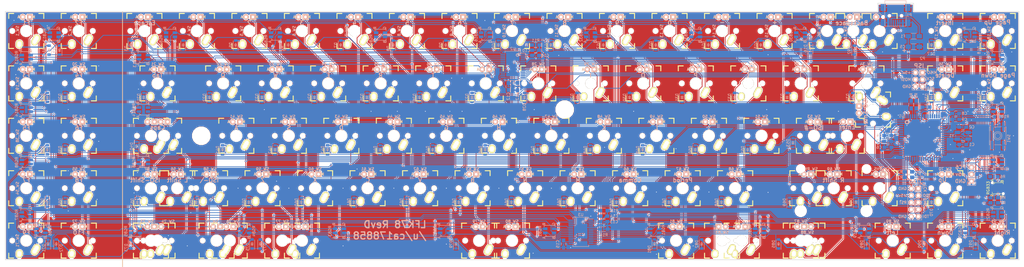
<source format=kicad_pcb>
(kicad_pcb (version 4) (host pcbnew 4.0.3-stable)
  (layers (0 F.Cu signal) (31 B.Cu signal) (34 B.Paste user hide) (35 F.Paste user hide) (36 B.SilkS user) (37 F.SilkS user hide) (38 B.Mask user hide) (39 F.Mask user hide) (44 Edge.Cuts user))
  (net 0 "")
  (net 1 R1)
  (net 2 "Net-(D1-Pad2)")
  (net 3 "Net-(D2-Pad2)")
  (net 4 "Net-(D3-Pad2)")
  (net 5 "Net-(D4-Pad2)")
  (net 6 "Net-(D5-Pad2)")
  (net 7 "Net-(D6-Pad2)")
  (net 8 "Net-(D7-Pad2)")
  (net 9 "Net-(D8-Pad2)")
  (net 10 "Net-(D9-Pad2)")
  (net 11 "Net-(D10-Pad2)")
  (net 12 "Net-(D11-Pad2)")
  (net 13 "Net-(D12-Pad2)")
  (net 14 "Net-(D13-Pad2)")
  (net 15 "Net-(D14-Pad2)")
  (net 16 "Net-(D15-Pad2)")
  (net 17 "Net-(D16-Pad2)")
  (net 18 "Net-(D17-Pad2)")
  (net 19 "Net-(D18-Pad2)")
  (net 20 R2)
  (net 21 "Net-(D19-Pad2)")
  (net 22 "Net-(D20-Pad2)")
  (net 23 "Net-(D21-Pad2)")
  (net 24 "Net-(D22-Pad2)")
  (net 25 "Net-(D23-Pad2)")
  (net 26 "Net-(D24-Pad2)")
  (net 27 "Net-(D25-Pad2)")
  (net 28 "Net-(D26-Pad2)")
  (net 29 "Net-(D27-Pad2)")
  (net 30 "Net-(D28-Pad2)")
  (net 31 "Net-(D29-Pad2)")
  (net 32 "Net-(D30-Pad2)")
  (net 33 "Net-(D31-Pad2)")
  (net 34 "Net-(D32-Pad2)")
  (net 35 "Net-(D33-Pad2)")
  (net 36 "Net-(D34-Pad2)")
  (net 37 "Net-(D36-Pad2)")
  (net 38 "Net-(D37-Pad2)")
  (net 39 R3)
  (net 40 "Net-(D38-Pad2)")
  (net 41 "Net-(D39-Pad2)")
  (net 42 "Net-(D40-Pad2)")
  (net 43 "Net-(D41-Pad2)")
  (net 44 "Net-(D42-Pad2)")
  (net 45 "Net-(D43-Pad2)")
  (net 46 "Net-(D44-Pad2)")
  (net 47 "Net-(D45-Pad2)")
  (net 48 "Net-(D46-Pad2)")
  (net 49 "Net-(D47-Pad2)")
  (net 50 "Net-(D48-Pad2)")
  (net 51 "Net-(D49-Pad2)")
  (net 52 "Net-(D50-Pad2)")
  (net 53 "Net-(D51-Pad2)")
  (net 54 "Net-(D53-Pad2)")
  (net 55 R4)
  (net 56 "Net-(D54-Pad2)")
  (net 57 "Net-(D55-Pad2)")
  (net 58 "Net-(D57-Pad2)")
  (net 59 "Net-(D58-Pad2)")
  (net 60 "Net-(D59-Pad2)")
  (net 61 "Net-(D60-Pad2)")
  (net 62 "Net-(D61-Pad2)")
  (net 63 "Net-(D62-Pad2)")
  (net 64 "Net-(D63-Pad2)")
  (net 65 "Net-(D64-Pad2)")
  (net 66 "Net-(D65-Pad2)")
  (net 67 "Net-(D66-Pad2)")
  (net 68 "Net-(D67-Pad2)")
  (net 69 "Net-(D68-Pad2)")
  (net 70 "Net-(D69-Pad2)")
  (net 71 "Net-(D70-Pad2)")
  (net 72 R5)
  (net 73 "Net-(D71-Pad2)")
  (net 74 "Net-(D72-Pad2)")
  (net 75 "Net-(D73-Pad2)")
  (net 76 "Net-(D75-Pad2)")
  (net 77 "Net-(D77-Pad2)")
  (net 78 "Net-(D79-Pad2)")
  (net 79 "Net-(D81-Pad2)")
  (net 80 "Net-(D82-Pad2)")
  (net 81 "Net-(D85-Pad2)")
  (net 82 "Net-(D89-Pad2)")
  (net 83 "Net-(D90-Pad2)")
  (net 84 "Net-(D91-Pad2)")
  (net 85 C1)
  (net 86 C2)
  (net 87 C3)
  (net 88 C4)
  (net 89 C5)
  (net 90 C6)
  (net 91 C7)
  (net 92 C8)
  (net 93 C9)
  (net 94 C10)
  (net 95 C11)
  (net 96 C12)
  (net 97 C13)
  (net 98 C14)
  (net 99 C15)
  (net 100 C16)
  (net 101 "Net-(C1-Pad1)")
  (net 102 GND)
  (net 103 "Net-(C2-Pad1)")
  (net 104 "Net-(C3-Pad1)")
  (net 105 "Net-(C4-Pad1)")
  (net 106 +5V)
  (net 107 "Net-(C12-Pad1)")
  (net 108 "Net-(C15-Pad1)")
  (net 109 "Net-(F1-Pad1)")
  (net 110 USB-)
  (net 111 USB+)
  (net 112 MISO)
  (net 113 SCK)
  (net 114 MOSI)
  (net 115 RESET)
  (net 116 LED_SCL)
  (net 117 LED_SDA)
  (net 118 D-)
  (net 119 D+)
  (net 120 "Net-(R6-Pad1)")
  (net 121 PWM_RED)
  (net 122 "Net-(R7-Pad1)")
  (net 123 PWM_GREEN)
  (net 124 "Net-(R8-Pad1)")
  (net 125 PWM_BLUE)
  (net 126 "Net-(R11-Pad1)")
  (net 127 "Net-(R12-Pad1)")
  (net 128 "Net-(R13-Pad1)")
  (net 129 "Net-(R14-Pad1)")
  (net 130 L_CA9)
  (net 131 L_CA1)
  (net 132 L_CA8)
  (net 133 L_CA7)
  (net 134 L_CA6)
  (net 135 L_CA5)
  (net 136 L_CA4)
  (net 137 L_CA3)
  (net 138 L_CA2)
  (net 139 "Net-(U1-Pad9)")
  (net 140 "Net-(U1-Pad10)")
  (net 141 "Net-(U1-Pad14)")
  (net 142 "Net-(U1-Pad18)")
  (net 143 "Net-(U1-Pad19)")
  (net 144 R6)
  (net 145 R7)
  (net 146 "Net-(U1-Pad34)")
  (net 147 "Net-(U1-Pad39)")
  (net 148 "Net-(U1-Pad40)")
  (net 149 AUDIO)
  (net 150 "Net-(U1-Pad42)")
  (net 151 C18)
  (net 152 C17)
  (net 153 "Net-(U2-Pad4)")
  (net 154 L_CB1)
  (net 155 L_CB2)
  (net 156 L_CB3)
  (net 157 L_CB4)
  (net 158 L_CB5)
  (net 159 L_CB6)
  (net 160 L_CB7)
  (net 161 L_CB8)
  (net 162 L_CB9)
  (net 163 "Net-(U2-Pad17)")
  (net 164 R_CA9)
  (net 165 "Net-(U3-Pad4)")
  (net 166 R_CB1)
  (net 167 R_CB2)
  (net 168 R_CB3)
  (net 169 R_CB4)
  (net 170 R_CB5)
  (net 171 R_CB6)
  (net 172 R_CB7)
  (net 173 R_CB8)
  (net 174 R_CB9)
  (net 175 "Net-(U3-Pad17)")
  (net 176 R_CA1)
  (net 177 R_CA2)
  (net 178 R_CA3)
  (net 179 R_CA4)
  (net 180 R_CA5)
  (net 181 R_CA6)
  (net 182 R_CA7)
  (net 183 R_CA8)
  (net 184 TDI)
  (net 185 TDO)
  (net 186 TMS)
  (net 187 TCK)
  (net 188 "Net-(D92-Pad2)")
  (net 189 "Net-(D93-Pad2)")
  (module Keyboard:GNDVia-wRing (layer F.Cu) (at 355.346 90.17)
    (fp_text reference REF** hide)
    (fp_text value "GND Via" hide)
    (pad GND thru_hole circle (at 0 0) (size 0.6 0.6) (drill 0.3) (layers *.Cu) (net 102 GND))
  )
  (module Keyboard:GNDVia-wRing (layer F.Cu) (at 307.213 87.249)
    (fp_text reference REF** hide)
    (fp_text value "GND Via" hide)
    (pad GND thru_hole circle (at 0 0) (size 0.6 0.6) (drill 0.3) (layers *.Cu) (net 102 GND))
  )
  (module Keyboard:GNDVia-wRing (layer F.Cu) (at 251.46 95.377)
    (fp_text reference REF** hide)
    (fp_text value "GND Via" hide)
    (pad GND thru_hole circle (at 0 0) (size 0.6 0.6) (drill 0.3) (layers *.Cu) (net 102 GND))
  )
  (module Keyboard:GNDVia-wRing (layer F.Cu) (at 377.825 37.084)
    (fp_text reference REF** hide)
    (fp_text value "GND Via" hide)
    (pad GND thru_hole circle (at 0 0) (size 0.6 0.6) (drill 0.3) (layers *.Cu) (net 102 GND))
  )
  (module Keyboard:GNDVia-wRing (layer F.Cu) (at 353.314 74.676)
    (fp_text reference REF** hide)
    (fp_text value "GND Via" hide)
    (pad GND thru_hole circle (at 0 0) (size 0.6 0.6) (drill 0.3) (layers *.Cu) (net 102 GND))
  )
  (module Keyboard:GNDVia-wRing (layer F.Cu) (at 363.474 51.562)
    (fp_text reference REF** hide)
    (fp_text value "GND Via" hide)
    (pad GND thru_hole circle (at 0 0) (size 0.6 0.6) (drill 0.3) (layers *.Cu) (net 102 GND))
  )
  (module Keyboard:GNDVia-wRing (layer F.Cu) (at 366.776 43.688)
    (fp_text reference REF** hide)
    (fp_text value "GND Via" hide)
    (pad GND thru_hole circle (at 0 0) (size 0.6 0.6) (drill 0.3) (layers *.Cu) (net 102 GND))
  )
  (module Keyboard:GNDVia-wRing (layer F.Cu) (at 348.742 36.195)
    (fp_text reference REF** hide)
    (fp_text value "GND Via" hide)
    (pad GND thru_hole circle (at 0 0) (size 0.6 0.6) (drill 0.3) (layers *.Cu) (net 102 GND))
  )
  (module Keyboard:GNDVia-wRing (layer F.Cu) (at 375.92 78.994)
    (fp_text reference REF** hide)
    (fp_text value "GND Via" hide)
    (pad GND thru_hole circle (at 0 0) (size 0.6 0.6) (drill 0.3) (layers *.Cu) (net 102 GND))
  )
  (module Diodes_SMD:SOD-123 (layer B.Cu) (at 338.455 35.56 90)
    (fp_text reference D92 (at 0 -1.8 90) (layer B.SilkS) (effects (justify mirror)))
    (fp_text value D hide)
    (pad 1 smd rect (at -1.635 0 270) (size 0.91 1.22) (layers B.Cu B.Paste B.Mask) (net 39 R3))
    (pad 2 smd rect (at 1.635 0 270) (size 0.91 1.22) (layers B.Cu B.Paste B.Mask) (net 188 "Net-(D92-Pad2)"))
  )
  (module Diodes_SMD:SOD-123 (layer B.Cu) (at 339.09 90.805 90)
    (fp_text reference D93 (at 0 -1.8 90) (layer B.SilkS) (effects (justify mirror)))
    (fp_text value D hide)
    (pad 1 smd rect (at -1.635 0 270) (size 0.91 1.22) (layers B.Cu B.Paste B.Mask) (net 55 R4))
    (pad 2 smd rect (at 1.635 0 270) (size 0.91 1.22) (layers B.Cu B.Paste B.Mask) (net 189 "Net-(D93-Pad2)"))
  )
  (module MXALPS (layer F.Cu) (at 347.6625 85.725 180)
    (fp_text reference SW_RHS_2 (at 0 7 180) (layer B.SilkS) (effects (font (thickness 0.2)) (justify mirror)))
    (fp_text value MX_LED hide)
    (fp_text user A (at 2.794 5.08 360) (layer B.SilkS) (effects (justify mirror)))
    (fp_text user K (at -2.794 5.08 360) (layer B.SilkS) (effects (justify mirror)))
    (fp_text user A (at 2.794 5.08 360) (layer F.SilkS))
    (fp_text user K (at -2.794 5.08 360) (layer F.SilkS))
    (pad "" np_thru_hole circle (at 0 0) (size 3.98781 3.98781) (drill 3.9878) (layers *.Cu *.Mask F.SilkS) (clearance 0.1524))
    (pad "" np_thru_hole circle (at -5.08 0) (size 1.70181 1.70181) (drill 1.7018) (layers *.Cu *.Mask F.SilkS) (clearance 0.1524))
    (pad "" np_thru_hole circle (at 5.08 0) (size 1.70181 1.70181) (drill 1.7018) (layers *.Cu *.Mask F.SilkS) (clearance 0.1524))
    (pad SW1 thru_hole oval (at -3.405 -3.27 330.95) (size 2.5 4.17) (drill oval 1.5 3.17) (layers *.Cu *.Mask F.SilkS) (net 100 C16))
    (pad SW2 thru_hole oval (at 2.52 -4.79 356.1) (size 2.5 3.08) (drill oval 1.5 2.08) (layers *.Cu *.Mask F.SilkS) (net 189 "Net-(D93-Pad2)"))
    (pad K thru_hole rect (at -1.27 5.08) (size 2 2) (drill 1) (layers *.Cu *.SilkS *.Mask) (net 156 L_CB3))
    (pad A thru_hole circle (at 1.27 5.08) (size 2 2) (drill 1) (layers *.Cu *.SilkS *.Mask) (net 158 L_CB5))
  )
  (module MXALPS (layer F.Cu) (at 321.46875 85.725 180)
    (fp_text reference SW_RHS_1 (at 0 7 180) (layer B.SilkS) (effects (font (thickness 0.2)) (justify mirror)))
    (fp_text value MX_LED hide)
    (fp_text user A (at 2.794 5.08 360) (layer B.SilkS) (effects (justify mirror)))
    (fp_text user K (at -2.794 5.08 360) (layer B.SilkS) (effects (justify mirror)))
    (fp_text user A (at 2.794 5.08 360) (layer F.SilkS))
    (fp_text user K (at -2.794 5.08 360) (layer F.SilkS))
    (pad "" np_thru_hole circle (at 0 0) (size 3.98781 3.98781) (drill 3.9878) (layers *.Cu *.Mask F.SilkS) (clearance 0.1524))
    (pad "" np_thru_hole circle (at -5.08 0) (size 1.70181 1.70181) (drill 1.7018) (layers *.Cu *.Mask F.SilkS) (clearance 0.1524))
    (pad "" np_thru_hole circle (at 5.08 0) (size 1.70181 1.70181) (drill 1.7018) (layers *.Cu *.Mask F.SilkS) (clearance 0.1524))
    (pad SW1 thru_hole oval (at -3.405 -3.27 330.95) (size 2.5 4.17) (drill oval 1.5 3.17) (layers *.Cu *.Mask F.SilkS) (net 99 C15))
    (pad SW2 thru_hole oval (at 2.52 -4.79 356.1) (size 2.5 3.08) (drill oval 1.5 2.08) (layers *.Cu *.Mask F.SilkS) (net 70 "Net-(D69-Pad2)"))
    (pad K thru_hole rect (at -1.27 5.08) (size 2 2) (drill 1) (layers *.Cu *.SilkS *.Mask) (net 157 L_CB4))
    (pad A thru_hole circle (at 1.27 5.08) (size 2 2) (drill 1) (layers *.Cu *.SilkS *.Mask) (net 158 L_CB5))
  )
  (module MXALPS (layer F.Cu) (at 328.6125 28.575 180)
    (fp_text reference SW_BS_1 (at 2.8575 -0.635 270) (layer B.SilkS) (effects (font (thickness 0.2)) (justify mirror)))
    (fp_text value MX_LED hide)
    (fp_text user A (at 2.794 5.08 360) (layer B.SilkS) (effects (justify mirror)))
    (fp_text user K (at -2.794 5.08 360) (layer B.SilkS) (effects (justify mirror)))
    (fp_text user A (at 2.794 5.08 360) (layer F.SilkS))
    (fp_text user K (at -2.794 5.08 360) (layer F.SilkS))
    (pad "" np_thru_hole circle (at 0 0) (size 3.98781 3.98781) (drill 3.9878) (layers *.Cu *.Mask F.SilkS) (clearance 0.1524))
    (pad "" np_thru_hole circle (at -5.08 0) (size 1.70181 1.70181) (drill 1.7018) (layers *.Cu *.Mask F.SilkS) (clearance 0.1524))
    (pad "" np_thru_hole circle (at 5.08 0) (size 1.70181 1.70181) (drill 1.7018) (layers *.Cu *.Mask F.SilkS) (clearance 0.1524))
    (pad SW1 thru_hole oval (at -3.405 -3.27 330.95) (size 2.5 4.17) (drill oval 1.5 3.17) (layers *.Cu *.Mask F.SilkS) (net 100 C16))
    (pad SW2 thru_hole oval (at 2.52 -4.79 356.1) (size 2.5 3.08) (drill oval 1.5 2.08) (layers *.Cu *.Mask F.SilkS) (net 17 "Net-(D16-Pad2)"))
    (pad K thru_hole rect (at -1.27 5.08) (size 2 2) (drill 1) (layers *.Cu *.SilkS *.Mask) (net 156 L_CB3))
    (pad A thru_hole circle (at 1.27 5.08) (size 2 2) (drill 1) (layers *.Cu *.SilkS *.Mask) (net 154 L_CB1))
  )
  (module Keyboard:GNDVia-wRing (layer F.Cu) (at 385.826 36.83)
    (fp_text reference REF** hide)
    (fp_text value "GND Via" hide)
    (pad GND thru_hole circle (at 0 0) (size 0.6 0.6) (drill 0.3) (layers *.Cu) (net 102 GND))
  )
  (module Keyboard:GNDVia-wRing (layer F.Cu) (at 247.904 70.866)
    (fp_text reference REF** hide)
    (fp_text value "GND Via" hide)
    (pad GND thru_hole circle (at 0 0) (size 0.6 0.6) (drill 0.3) (layers *.Cu) (net 102 GND))
  )
  (module Keyboard:GNDVia-wRing (layer F.Cu) (at 273.812 71.374)
    (fp_text reference REF** hide)
    (fp_text value "GND Via" hide)
    (pad GND thru_hole circle (at 0 0) (size 0.6 0.6) (drill 0.3) (layers *.Cu) (net 102 GND))
  )
  (module Keyboard:GNDVia-wRing (layer F.Cu) (at 350.774 56.642)
    (fp_text reference REF** hide)
    (fp_text value "GND Via" hide)
    (pad GND thru_hole circle (at 0 0) (size 0.6 0.6) (drill 0.3) (layers *.Cu) (net 102 GND))
  )
  (module Keyboard:GNDVia-wRing (layer F.Cu) (at 349.25 43.434)
    (fp_text reference REF** hide)
    (fp_text value "GND Via" hide)
    (pad GND thru_hole circle (at 0 0) (size 0.6 0.6) (drill 0.3) (layers *.Cu) (net 102 GND))
  )
  (module Keyboard:GNDVia-wRing (layer F.Cu) (at 383.032 49.53)
    (fp_text reference REF** hide)
    (fp_text value "GND Via" hide)
    (pad GND thru_hole circle (at 0 0) (size 0.6 0.6) (drill 0.3) (layers *.Cu) (net 102 GND))
  )
  (module Keyboard:GNDVia-wRing (layer F.Cu) (at 387.858 49.784)
    (fp_text reference REF** hide)
    (fp_text value "GND Via" hide)
    (pad GND thru_hole circle (at 0 0) (size 0.6 0.6) (drill 0.3) (layers *.Cu) (net 102 GND))
  )
  (module Keyboard:GNDVia-wRing (layer F.Cu) (at 391.795 54.61)
    (fp_text reference REF** hide)
    (fp_text value "GND Via" hide)
    (pad GND thru_hole circle (at 0 0) (size 0.6 0.6) (drill 0.3) (layers *.Cu) (net 102 GND))
  )
  (module Keyboard:GNDVia-wRing (layer F.Cu) (at 396.24 66.675)
    (fp_text reference REF** hide)
    (fp_text value "GND Via" hide)
    (pad GND thru_hole circle (at 0 0) (size 0.6 0.6) (drill 0.3) (layers *.Cu) (net 102 GND))
  )
  (module Keyboard:GNDVia-wRing (layer F.Cu) (at 396.24 100.965)
    (fp_text reference REF** hide)
    (fp_text value "GND Via" hide)
    (pad GND thru_hole circle (at 0 0) (size 0.6 0.6) (drill 0.3) (layers *.Cu) (net 102 GND))
  )
  (module Keyboard:GNDVia-wRing (layer F.Cu) (at 368.935 93.345)
    (fp_text reference REF** hide)
    (fp_text value "GND Via" hide)
    (pad GND thru_hole circle (at 0 0) (size 0.6 0.6) (drill 0.3) (layers *.Cu) (net 102 GND))
  )
  (module Keyboard:GNDVia-wRing (layer F.Cu) (at 381 109.855)
    (fp_text reference REF** hide)
    (fp_text value "GND Via" hide)
    (pad GND thru_hole circle (at 0 0) (size 0.6 0.6) (drill 0.3) (layers *.Cu) (net 102 GND))
  )
  (module Keyboard:GNDVia-wRing (layer F.Cu) (at 307.213 37.211)
    (fp_text reference REF** hide)
    (fp_text value "GND Via" hide)
    (pad GND thru_hole circle (at 0 0) (size 0.6 0.6) (drill 0.3) (layers *.Cu) (net 102 GND))
  )
  (module Keyboard:GNDVia-wRing (layer F.Cu) (at 231.267 37.465)
    (fp_text reference REF** hide)
    (fp_text value "GND Via" hide)
    (pad GND thru_hole circle (at 0 0) (size 0.6 0.6) (drill 0.3) (layers *.Cu) (net 102 GND))
  )
  (module Keyboard:GNDVia-wRing (layer F.Cu) (at 222.377 57.15)
    (fp_text reference REF** hide)
    (fp_text value "GND Via" hide)
    (pad GND thru_hole circle (at 0 0) (size 0.6 0.6) (drill 0.3) (layers *.Cu) (net 102 GND))
  )
  (module Keyboard:GNDVia-wRing (layer F.Cu) (at 214.503 72.263)
    (fp_text reference REF** hide)
    (fp_text value "GND Via" hide)
    (pad GND thru_hole circle (at 0 0) (size 0.6 0.6) (drill 0.3) (layers *.Cu) (net 102 GND))
  )
  (module Keyboard:GNDVia-wRing (layer F.Cu) (at 192.405 45.72)
    (fp_text reference REF** hide)
    (fp_text value "GND Via" hide)
    (pad GND thru_hole circle (at 0 0) (size 0.6 0.6) (drill 0.3) (layers *.Cu) (net 102 GND))
  )
  (module Keyboard:GNDVia-wRing (layer F.Cu) (at 196.215 45.72)
    (fp_text reference REF** hide)
    (fp_text value "GND Via" hide)
    (pad GND thru_hole circle (at 0 0) (size 0.6 0.6) (drill 0.3) (layers *.Cu) (net 102 GND))
  )
  (module Keyboard:GNDVia-wRing (layer F.Cu) (at 196.215 57.785)
    (fp_text reference REF** hide)
    (fp_text value "GND Via" hide)
    (pad GND thru_hole circle (at 0 0) (size 0.6 0.6) (drill 0.3) (layers *.Cu) (net 102 GND))
  )
  (module Keyboard:GNDVia-wRing (layer F.Cu) (at 172.72 57.785)
    (fp_text reference REF** hide)
    (fp_text value "GND Via" hide)
    (pad GND thru_hole circle (at 0 0) (size 0.6 0.6) (drill 0.3) (layers *.Cu) (net 102 GND))
  )
  (module Keyboard:GNDVia-wRing (layer F.Cu) (at 191.77 57.785)
    (fp_text reference REF** hide)
    (fp_text value "GND Via" hide)
    (pad GND thru_hole circle (at 0 0) (size 0.6 0.6) (drill 0.3) (layers *.Cu) (net 102 GND))
  )
  (module Keyboard:GNDVia-wRing (layer F.Cu) (at 158.115 78.74)
    (fp_text reference REF** hide)
    (fp_text value "GND Via" hide)
    (pad GND thru_hole circle (at 0 0) (size 0.6 0.6) (drill 0.3) (layers *.Cu) (net 102 GND))
  )
  (module Keyboard:GNDVia-wRing (layer F.Cu) (at 90.17 73.025)
    (fp_text reference REF** hide)
    (fp_text value "GND Via" hide)
    (pad GND thru_hole circle (at 0 0) (size 0.6 0.6) (drill 0.3) (layers *.Cu) (net 102 GND))
  )
  (module Keyboard:GNDVia-wRing (layer F.Cu) (at 97.79 94.615)
    (fp_text reference REF** hide)
    (fp_text value "GND Via" hide)
    (pad GND thru_hole circle (at 0 0) (size 0.6 0.6) (drill 0.3) (layers *.Cu) (net 102 GND))
  )
  (module Keyboard:GNDVia-wRing (layer F.Cu) (at 128.905 83.185)
    (fp_text reference REF** hide)
    (fp_text value "GND Via" hide)
    (pad GND thru_hole circle (at 0 0) (size 0.6 0.6) (drill 0.3) (layers *.Cu) (net 102 GND))
  )
  (module Keyboard:GNDVia-wRing (layer F.Cu) (at 204.47 24.765)
    (fp_text reference REF** hide)
    (fp_text value "GND Via" hide)
    (pad GND thru_hole circle (at 0 0) (size 0.6 0.6) (drill 0.3) (layers *.Cu) (net 102 GND))
  )
  (module Keyboard:GNDVia-wRing (layer F.Cu) (at 354.457 59.182)
    (fp_text reference REF** hide)
    (fp_text value "GND Via" hide)
    (pad GND thru_hole circle (at 0 0) (size 0.6 0.6) (drill 0.3) (layers *.Cu) (net 102 GND))
  )
  (module Keyboard:GNDVia-wRing (layer F.Cu) (at 373.507 64.643)
    (fp_text reference REF** hide)
    (fp_text value "GND Via" hide)
    (pad GND thru_hole circle (at 0 0) (size 0.6 0.6) (drill 0.3) (layers *.Cu) (net 102 GND))
  )
  (module Keyboard:GNDVia-wRing (layer F.Cu) (at 374.269 74.93)
    (fp_text reference REF** hide)
    (fp_text value "GND Via" hide)
    (pad GND thru_hole circle (at 0 0) (size 0.6 0.6) (drill 0.3) (layers *.Cu) (net 102 GND))
  )
  (module Keyboard:GNDVia-wRing (layer F.Cu) (at 361.188 77.089)
    (fp_text reference REF** hide)
    (fp_text value "GND Via" hide)
    (pad GND thru_hole circle (at 0 0) (size 0.6 0.6) (drill 0.3) (layers *.Cu) (net 102 GND))
  )
  (module Keyboard:GNDVia-wRing (layer F.Cu) (at 89.662 102.997)
    (fp_text reference REF** hide)
    (fp_text value "GND Via" hide)
    (pad GND thru_hole circle (at 0 0) (size 0.6 0.6) (drill 0.3) (layers *.Cu) (net 102 GND))
  )
  (module Keyboard:GNDVia-wRing (layer F.Cu) (at 63.8175 89.789)
    (fp_text reference REF** hide)
    (fp_text value "GND Via" hide)
    (pad GND thru_hole circle (at 0 0) (size 0.6 0.6) (drill 0.3) (layers *.Cu) (net 102 GND))
  )
  (module Keyboard:GNDVia-wRing (layer F.Cu) (at 64.389 41.275)
    (fp_text reference REF** hide)
    (fp_text value "GND Via" hide)
    (pad GND thru_hole circle (at 0 0) (size 0.6 0.6) (drill 0.3) (layers *.Cu) (net 102 GND))
  )
  (module Keyboard:GNDVia-wRing (layer F.Cu) (at 64.389 68.707)
    (fp_text reference REF** hide)
    (fp_text value "GND Via" hide)
    (pad GND thru_hole circle (at 0 0) (size 0.6 0.6) (drill 0.3) (layers *.Cu) (net 102 GND))
  )
  (module Keyboard:GNDVia-wRing (layer F.Cu) (at 77.216 87.4395)
    (fp_text reference REF** hide)
    (fp_text value "GND Via" hide)
    (pad GND thru_hole circle (at 0 0) (size 0.6 0.6) (drill 0.3) (layers *.Cu) (net 102 GND))
  )
  (module Keyboard:GNDVia-wRing (layer F.Cu) (at 78.486 80.01)
    (fp_text reference REF** hide)
    (fp_text value "GND Via" hide)
    (pad GND thru_hole circle (at 0 0) (size 0.6 0.6) (drill 0.3) (layers *.Cu) (net 102 GND))
  )
  (module Keyboard:GNDVia-wRing (layer F.Cu) (at 78.486 70.5485)
    (fp_text reference REF** hide)
    (fp_text value "GND Via" hide)
    (pad GND thru_hole circle (at 0 0) (size 0.6 0.6) (drill 0.3) (layers *.Cu) (net 102 GND))
  )
  (module Keyboard:GNDVia-wRing (layer F.Cu) (at 78.8035 60.6425)
    (fp_text reference REF** hide)
    (fp_text value "GND Via" hide)
    (pad GND thru_hole circle (at 0 0) (size 0.6 0.6) (drill 0.3) (layers *.Cu) (net 102 GND))
  )
  (module Keyboard:GNDVia-wRing (layer F.Cu) (at 78.8035 49.7205)
    (fp_text reference REF** hide)
    (fp_text value "GND Via" hide)
    (pad GND thru_hole circle (at 0 0) (size 0.6 0.6) (drill 0.3) (layers *.Cu) (net 102 GND))
  )
  (module MXALPS (layer F.Cu) (at 83.34375 66.675 180)
    (fp_text reference SW_40 hide)
    (fp_text value MX_LED hide)
    (pad "" np_thru_hole circle (at 0 0) (size 3.98781 3.98781) (drill 3.9878) (layers *.Cu *.Mask F.SilkS) (clearance 0.1524))
    (pad "" np_thru_hole circle (at -5.08 0) (size 1.70181 1.70181) (drill 1.7018) (layers *.Cu *.Mask F.SilkS) (clearance 0.1524))
    (pad "" np_thru_hole circle (at 5.08 0) (size 1.70181 1.70181) (drill 1.7018) (layers *.Cu *.Mask F.SilkS) (clearance 0.1524))
    (pad SW1 thru_hole oval (at -3.405 -3.27 330.95) (size 2.5 4.17) (drill oval 1.5 3.17) (layers *.Cu *.Mask F.SilkS) (net 42 "Net-(D40-Pad2)"))
    (pad SW1 thru_hole oval (at 2.52 -4.79 356.1) (size 2.5 3.08) (drill oval 1.5 2.08) (layers *.Cu *.Mask F.SilkS) (net 87 C3))
    (pad K thru_hole rect (at -1.27 5.08) (size 2 2) (drill 1) (layers *.Cu *.SilkS *.Mask) (net 133 L_CA7))
    (pad A thru_hole circle (at 1.27 5.08) (size 2 2) (drill 1) (layers *.Cu *.SilkS *.Mask) (net 137 L_CA3))
  )
  (module Keyboard:SMP4-RGB (layer B.Cu) (at 80.645 38.1 270)
    (fp_text reference RGB13 (at 1.27 3.175 270) (layer B.SilkS) (effects (justify mirror)))
    (fp_text value Led_RGB_CA hide)
    (fp_text user R (at -2.5 2 270) (layer B.SilkS) (effects (justify mirror)))
    (fp_text user B (at 2.5 -1.6 270) (layer B.SilkS) (effects (justify mirror)))
    (fp_text user G (at -2.5 -1.5 270) (layer B.SilkS) (effects (justify mirror)))
    (fp_text user A (at 2.5 2 270) (layer B.SilkS) (effects (justify mirror)))
    (pad 1 smd rect (at 0.75 1.6 180) (size 1.6 1) (layers B.Cu B.Paste B.Mask) (net 180 R_CA5))
    (pad 2 smd rect (at -0.75 1.6 180) (size 1.6 1) (layers B.Cu B.Paste B.Mask) (net 164 R_CA9))
    (pad 4 smd rect (at 0.75 -1.6 180) (size 1.6 1) (layers B.Cu B.Paste B.Mask) (net 182 R_CA7))
    (pad 3 smd rect (at -0.75 -1.6 180) (size 1.6 1) (layers B.Cu B.Paste B.Mask) (net 183 R_CA8))
  )
  (module Keyboard:SMP4-RGB (layer B.Cu) (at 80.645 57.15 270)
    (fp_text reference RGB14 (at 0.1 3.5 270) (layer B.SilkS) (effects (justify mirror)))
    (fp_text value Led_RGB_CA hide)
    (fp_text user R (at -2.5 2 270) (layer B.SilkS) (effects (justify mirror)))
    (fp_text user B (at 2.5 -1.6 270) (layer B.SilkS) (effects (justify mirror)))
    (fp_text user G (at -2.5 -1.5 270) (layer B.SilkS) (effects (justify mirror)))
    (fp_text user A (at 2.5 2 270) (layer B.SilkS) (effects (justify mirror)))
    (pad 1 smd rect (at 0.75 1.6 180) (size 1.6 1) (layers B.Cu B.Paste B.Mask) (net 181 R_CA6))
    (pad 2 smd rect (at -0.75 1.6 180) (size 1.6 1) (layers B.Cu B.Paste B.Mask) (net 164 R_CA9))
    (pad 4 smd rect (at 0.75 -1.6 180) (size 1.6 1) (layers B.Cu B.Paste B.Mask) (net 182 R_CA7))
    (pad 3 smd rect (at -0.75 -1.6 180) (size 1.6 1) (layers B.Cu B.Paste B.Mask) (net 183 R_CA8))
  )
  (module Keyboard:SMP4-RGB (layer B.Cu) (at 80.645 76.2 270)
    (fp_text reference RGB8 (at 0.1 3.5 270) (layer B.SilkS) (effects (justify mirror)))
    (fp_text value Led_RGB_CA hide)
    (fp_text user R (at -2.5 2 270) (layer B.SilkS) (effects (justify mirror)))
    (fp_text user B (at 2.5 -1.6 270) (layer B.SilkS) (effects (justify mirror)))
    (fp_text user G (at -2.5 -1.5 270) (layer B.SilkS) (effects (justify mirror)))
    (fp_text user A (at 2.5 2 270) (layer B.SilkS) (effects (justify mirror)))
    (pad 1 smd rect (at 0.75 1.6 180) (size 1.6 1) (layers B.Cu B.Paste B.Mask) (net 164 R_CA9))
    (pad 2 smd rect (at -0.75 1.6 180) (size 1.6 1) (layers B.Cu B.Paste B.Mask) (net 176 R_CA1))
    (pad 4 smd rect (at 0.75 -1.6 180) (size 1.6 1) (layers B.Cu B.Paste B.Mask) (net 178 R_CA3))
    (pad 3 smd rect (at -0.75 -1.6 180) (size 1.6 1) (layers B.Cu B.Paste B.Mask) (net 177 R_CA2))
  )
  (module Keyboard:GNDVia-wRing (layer F.Cu) (at 163.195 57.785)
    (fp_text reference REF** hide)
    (fp_text value "GND Via" hide)
    (pad GND thru_hole circle (at 0 0) (size 0.6 0.6) (drill 0.3) (layers *.Cu) (net 102 GND))
  )
  (module Keyboard:GNDVia-wRing (layer F.Cu) (at 124.46 57.15)
    (fp_text reference REF** hide)
    (fp_text value "GND Via" hide)
    (pad GND thru_hole circle (at 0 0) (size 0.6 0.6) (drill 0.3) (layers *.Cu) (net 102 GND))
  )
  (module Keyboard:GNDVia-wRing (layer F.Cu) (at 78.74 41.275)
    (fp_text reference REF** hide)
    (fp_text value "GND Via" hide)
    (pad GND thru_hole circle (at 0 0) (size 0.6 0.6) (drill 0.3) (layers *.Cu) (net 102 GND))
  )
  (module Keyboard:GNDVia-wRing (layer F.Cu) (at 34.29 44.45)
    (fp_text reference REF** hide)
    (fp_text value "GND Via" hide)
    (pad GND thru_hole circle (at 0 0) (size 0.6 0.6) (drill 0.3) (layers *.Cu) (net 102 GND))
  )
  (module Keyboard:GNDVia-wRing (layer F.Cu) (at 33.655 24.765)
    (fp_text reference REF** hide)
    (fp_text value "GND Via" hide)
    (pad GND thru_hole circle (at 0 0) (size 0.6 0.6) (drill 0.3) (layers *.Cu) (net 102 GND))
  )
  (module Keyboard:GNDVia-wRing (layer F.Cu) (at 45.72 26.67)
    (fp_text reference REF** hide)
    (fp_text value "GND Via" hide)
    (pad GND thru_hole circle (at 0 0) (size 0.6 0.6) (drill 0.3) (layers *.Cu) (net 102 GND))
  )
  (module Keyboard:GNDVia-wRing (layer F.Cu) (at 34.29 102.87)
    (fp_text reference REF** hide)
    (fp_text value "GND Via" hide)
    (pad GND thru_hole circle (at 0 0) (size 0.6 0.6) (drill 0.3) (layers *.Cu) (net 102 GND))
  )
  (module Keyboard:GNDVia-wRing (layer F.Cu) (at 53.34 93.98)
    (fp_text reference REF** hide)
    (fp_text value "GND Via" hide)
    (pad GND thru_hole circle (at 0 0) (size 0.6 0.6) (drill 0.3) (layers *.Cu) (net 102 GND))
  )
  (module Keyboard:GNDVia-wRing (layer F.Cu) (at 53.34 79.375)
    (fp_text reference REF** hide)
    (fp_text value "GND Via" hide)
    (pad GND thru_hole circle (at 0 0) (size 0.6 0.6) (drill 0.3) (layers *.Cu) (net 102 GND))
  )
  (module Keyboard:GNDVia-wRing (layer F.Cu) (at 53.34 57.15)
    (fp_text reference REF** hide)
    (fp_text value "GND Via" hide)
    (pad GND thru_hole circle (at 0 0) (size 0.6 0.6) (drill 0.3) (layers *.Cu) (net 102 GND))
  )
  (module Keyboard:GNDVia-wRing (layer F.Cu) (at 280.035 106.68)
    (fp_text reference REF** hide)
    (fp_text value "GND Via" hide)
    (pad GND thru_hole circle (at 0 0) (size 0.6 0.6) (drill 0.3) (layers *.Cu) (net 102 GND))
  )
  (module Keyboard:GNDVia-wRing (layer F.Cu) (at 366.776 37.084)
    (fp_text reference REF** hide)
    (fp_text value "GND Via" hide)
    (pad GND thru_hole circle (at 0 0) (size 0.6 0.6) (drill 0.3) (layers *.Cu) (net 102 GND))
  )
  (module Keyboard:GNDVia-wRing (layer F.Cu) (at 342.9 25.4)
    (fp_text reference REF** hide)
    (fp_text value "GND Via" hide)
    (pad GND thru_hole circle (at 0 0) (size 0.6 0.6) (drill 0.3) (layers *.Cu) (net 102 GND))
  )
  (module Keyboard:GNDVia-wRing (layer F.Cu) (at 377.825 26.035)
    (fp_text reference REF** hide)
    (fp_text value "GND Via" hide)
    (pad GND thru_hole circle (at 0 0) (size 0.6 0.6) (drill 0.3) (layers *.Cu) (net 102 GND))
  )
  (module Keyboard:GNDVia-wRing (layer F.Cu) (at 395.605 36.195)
    (fp_text reference REF** hide)
    (fp_text value "GND Via" hide)
    (pad GND thru_hole circle (at 0 0) (size 0.6 0.6) (drill 0.3) (layers *.Cu) (net 102 GND))
  )
  (module Keyboard:GNDVia-wRing (layer F.Cu) (at 381 63.5)
    (fp_text reference REF** hide)
    (fp_text value "GND Via" hide)
    (pad GND thru_hole circle (at 0 0) (size 0.6 0.6) (drill 0.3) (layers *.Cu) (net 102 GND))
  )
  (module Keyboard:GNDVia-wRing (layer F.Cu) (at 381 60.96)
    (fp_text reference REF** hide)
    (fp_text value "GND Via" hide)
    (pad GND thru_hole circle (at 0 0) (size 0.6 0.6) (drill 0.3) (layers *.Cu) (net 102 GND))
  )
  (module Keyboard:GNDVia-wRing (layer F.Cu) (at 379.73 57.785)
    (fp_text reference REF** hide)
    (fp_text value "GND Via" hide)
    (pad GND thru_hole circle (at 0 0) (size 0.6 0.6) (drill 0.3) (layers *.Cu) (net 102 GND))
  )
  (module Keyboard:GNDVia-wRing (layer F.Cu) (at 380.365 71.755)
    (fp_text reference REF** hide)
    (fp_text value "GND Via" hide)
    (pad GND thru_hole circle (at 0 0) (size 0.6 0.6) (drill 0.3) (layers *.Cu) (net 102 GND))
  )
  (module Keyboard:GNDVia-wRing (layer F.Cu) (at 373.38 69.85)
    (fp_text reference REF** hide)
    (fp_text value "GND Via" hide)
    (pad GND thru_hole circle (at 0 0) (size 0.6 0.6) (drill 0.3) (layers *.Cu) (net 102 GND))
  )
  (module Keyboard:GNDVia-wRing (layer F.Cu) (at 365.76 63.5)
    (fp_text reference REF** hide)
    (fp_text value "GND Via" hide)
    (pad GND thru_hole circle (at 0 0) (size 0.6 0.6) (drill 0.3) (layers *.Cu) (net 102 GND))
  )
  (module Keyboard:GNDVia-wRing (layer F.Cu) (at 332.74 57.785)
    (fp_text reference REF** hide)
    (fp_text value "GND Via" hide)
    (pad GND thru_hole circle (at 0 0) (size 0.6 0.6) (drill 0.3) (layers *.Cu) (net 102 GND))
  )
  (module Keyboard:GNDVia-wRing (layer F.Cu) (at 325.755 29.845)
    (fp_text reference REF** hide)
    (fp_text value "GND Via" hide)
    (pad GND thru_hole circle (at 0 0) (size 0.6 0.6) (drill 0.3) (layers *.Cu) (net 102 GND))
  )
  (module Keyboard:GNDVia-wRing (layer F.Cu) (at 306.705 57.15)
    (fp_text reference REF** hide)
    (fp_text value "GND Via" hide)
    (pad GND thru_hole circle (at 0 0) (size 0.6 0.6) (drill 0.3) (layers *.Cu) (net 102 GND))
  )
  (module Keyboard:GNDVia-wRing (layer F.Cu) (at 258.445 57.785)
    (fp_text reference REF** hide)
    (fp_text value "GND Via" hide)
    (pad GND thru_hole circle (at 0 0) (size 0.6 0.6) (drill 0.3) (layers *.Cu) (net 102 GND))
  )
  (module Keyboard:GNDVia-wRing (layer F.Cu) (at 182.88 57.785)
    (fp_text reference REF** hide)
    (fp_text value "GND Via" hide)
    (pad GND thru_hole circle (at 0 0) (size 0.6 0.6) (drill 0.3) (layers *.Cu) (net 102 GND))
  )
  (module Keyboard:GNDVia-wRing (layer F.Cu) (at 190.5 106.045)
    (fp_text reference REF** hide)
    (fp_text value "GND Via" hide)
    (pad GND thru_hole circle (at 0 0) (size 0.6 0.6) (drill 0.3) (layers *.Cu) (net 102 GND))
  )
  (module Keyboard:GNDVia-wRing (layer F.Cu) (at 153.035 106.68)
    (fp_text reference REF** hide)
    (fp_text value "GND Via" hide)
    (pad GND thru_hole circle (at 0 0) (size 0.6 0.6) (drill 0.3) (layers *.Cu) (net 102 GND))
  )
  (module Keyboard:GNDVia-wRing (layer F.Cu) (at 96.52 106.68)
    (fp_text reference REF** hide)
    (fp_text value "GND Via" hide)
    (pad GND thru_hole circle (at 0 0) (size 0.6 0.6) (drill 0.3) (layers *.Cu) (net 102 GND))
  )
  (module Keyboard:GNDVia-wRing (layer F.Cu) (at 114.935 85.725)
    (fp_text reference REF** hide)
    (fp_text value "GND Via" hide)
    (pad GND thru_hole circle (at 0 0) (size 0.6 0.6) (drill 0.3) (layers *.Cu) (net 102 GND))
  )
  (module Keyboard:GNDVia-wRing (layer F.Cu) (at 133.35 85.725)
    (fp_text reference REF** hide)
    (fp_text value "GND Via" hide)
    (pad GND thru_hole circle (at 0 0) (size 0.6 0.6) (drill 0.3) (layers *.Cu) (net 102 GND))
  )
  (module Keyboard:GNDVia-wRing (layer F.Cu) (at 153.035 85.725)
    (fp_text reference REF** hide)
    (fp_text value "GND Via" hide)
    (pad GND thru_hole circle (at 0 0) (size 0.6 0.6) (drill 0.3) (layers *.Cu) (net 102 GND))
  )
  (module Keyboard:GNDVia-wRing (layer F.Cu) (at 171.45 85.725)
    (fp_text reference REF** hide)
    (fp_text value "GND Via" hide)
    (pad GND thru_hole circle (at 0 0) (size 0.6 0.6) (drill 0.3) (layers *.Cu) (net 102 GND))
  )
  (module Keyboard:GNDVia-wRing (layer F.Cu) (at 190.5 85.725)
    (fp_text reference REF** hide)
    (fp_text value "GND Via" hide)
    (pad GND thru_hole circle (at 0 0) (size 0.6 0.6) (drill 0.3) (layers *.Cu) (net 102 GND))
  )
  (module Keyboard:GNDVia-wRing (layer F.Cu) (at 209.55 85.725)
    (fp_text reference REF** hide)
    (fp_text value "GND Via" hide)
    (pad GND thru_hole circle (at 0 0) (size 0.6 0.6) (drill 0.3) (layers *.Cu) (net 102 GND))
  )
  (module Keyboard:GNDVia-wRing (layer F.Cu) (at 228.6 85.725)
    (fp_text reference REF** hide)
    (fp_text value "GND Via" hide)
    (pad GND thru_hole circle (at 0 0) (size 0.6 0.6) (drill 0.3) (layers *.Cu) (net 102 GND))
  )
  (module Keyboard:GNDVia-wRing (layer F.Cu) (at 285.75 87.122)
    (fp_text reference REF** hide)
    (fp_text value "GND Via" hide)
    (pad GND thru_hole circle (at 0 0) (size 0.6 0.6) (drill 0.3) (layers *.Cu) (net 102 GND))
  )
  (module Keyboard:GNDVia-wRing (layer F.Cu) (at 266.7 87.122)
    (fp_text reference REF** hide)
    (fp_text value "GND Via" hide)
    (pad GND thru_hole circle (at 0 0) (size 0.6 0.6) (drill 0.3) (layers *.Cu) (net 102 GND))
  )
  (module Keyboard:GNDVia-wRing (layer F.Cu) (at 266.7 109.728)
    (fp_text reference REF** hide)
    (fp_text value "GND Via" hide)
    (pad GND thru_hole circle (at 0 0) (size 0.6 0.6) (drill 0.3) (layers *.Cu) (net 102 GND))
  )
  (module Keyboard:GNDVia-wRing (layer F.Cu) (at 221.996 109.347)
    (fp_text reference REF** hide)
    (fp_text value "GND Via" hide)
    (pad GND thru_hole circle (at 0 0) (size 0.6 0.6) (drill 0.3) (layers *.Cu) (net 102 GND))
  )
  (module Keyboard:GNDVia-wRing (layer F.Cu) (at 247.65 99.187)
    (fp_text reference REF** hide)
    (fp_text value "GND Via" hide)
    (pad GND thru_hole circle (at 0 0) (size 0.6 0.6) (drill 0.3) (layers *.Cu) (net 102 GND))
  )
  (module Keyboard:GNDVia-wRing (layer F.Cu) (at 235.585 107.315)
    (fp_text reference REF** hide)
    (fp_text value "GND Via" hide)
    (pad GND thru_hole circle (at 0 0) (size 0.6 0.6) (drill 0.3) (layers *.Cu) (net 102 GND))
  )
  (module Keyboard:GNDVia-wRing (layer F.Cu) (at 242.8875 95.885)
    (fp_text reference REF** hide)
    (fp_text value "GND Via" hide)
    (pad GND thru_hole circle (at 0 0) (size 0.6 0.6) (drill 0.3) (layers *.Cu) (net 102 GND))
  )
  (module Keyboard:SMP4-RGB (layer B.Cu) (at 390.525 95.25 270)
    (fp_text reference RGB21 (at 0.1 3.5 270) (layer B.SilkS) (effects (justify mirror)))
    (fp_text value Led_RGB_CA hide)
    (fp_text user R (at -2.5 2 270) (layer B.SilkS) (effects (justify mirror)))
    (fp_text user B (at 2.5 -1.6 270) (layer B.SilkS) (effects (justify mirror)))
    (fp_text user G (at -2.5 -1.5 270) (layer B.SilkS) (effects (justify mirror)))
    (fp_text user A (at 2.5 2 270) (layer B.SilkS) (effects (justify mirror)))
    (pad 1 smd rect (at 0.75 1.6 180) (size 1.6 1) (layers B.Cu B.Paste B.Mask) (net 171 R_CB6))
    (pad 2 smd rect (at -0.75 1.6 180) (size 1.6 1) (layers B.Cu B.Paste B.Mask) (net 166 R_CB1))
    (pad 4 smd rect (at 0.75 -1.6 180) (size 1.6 1) (layers B.Cu B.Paste B.Mask) (net 168 R_CB3))
    (pad 3 smd rect (at -0.75 -1.6 180) (size 1.6 1) (layers B.Cu B.Paste B.Mask) (net 167 R_CB2))
  )
  (module Keyboard:GNDVia-wRing (layer F.Cu) (at 391.16 72.644)
    (fp_text reference REF** hide)
    (fp_text value "GND Via" hide)
    (pad GND thru_hole circle (at 0 0) (size 0.6 0.6) (drill 0.3) (layers *.Cu) (net 102 GND))
  )
  (module Housings_SSOP:SSOP-28_5.3x10.2mm_Pitch0.65mm (layer B.Cu) (at 214.63 41.275 180)
    (fp_text reference U2 (at 0 6.25 180) (layer B.SilkS) (effects (justify mirror)))
    (fp_text value IS31FL3731)
    (pad 1 smd rect (at -3.6 4.225 180) (size 1.75 0.45) (layers B.Cu B.Paste B.Mask) (net 130 L_CA9))
    (pad 2 smd rect (at -3.6 3.575 180) (size 1.75 0.45) (layers B.Cu B.Paste B.Mask) (net 106 +5V))
    (pad 3 smd rect (at -3.6 2.925 180) (size 1.75 0.45) (layers B.Cu B.Paste B.Mask) (net 126 "Net-(R11-Pad1)"))
    (pad 4 smd rect (at -3.6 2.275 180) (size 1.75 0.45) (layers B.Cu B.Paste B.Mask) (net 153 "Net-(U2-Pad4)"))
    (pad 5 smd rect (at -3.6 1.625 180) (size 1.75 0.45) (layers B.Cu B.Paste B.Mask) (net 102 GND))
    (pad 6 smd rect (at -3.6 0.975 180) (size 1.75 0.45) (layers B.Cu B.Paste B.Mask) (net 127 "Net-(R12-Pad1)"))
    (pad 7 smd rect (at -3.6 0.325 180) (size 1.75 0.45) (layers B.Cu B.Paste B.Mask) (net 154 L_CB1))
    (pad 8 smd rect (at -3.6 -0.325 180) (size 1.75 0.45) (layers B.Cu B.Paste B.Mask) (net 155 L_CB2))
    (pad 9 smd rect (at -3.6 -0.975 180) (size 1.75 0.45) (layers B.Cu B.Paste B.Mask) (net 156 L_CB3))
    (pad 10 smd rect (at -3.6 -1.625 180) (size 1.75 0.45) (layers B.Cu B.Paste B.Mask) (net 157 L_CB4))
    (pad 11 smd rect (at -3.6 -2.275 180) (size 1.75 0.45) (layers B.Cu B.Paste B.Mask) (net 158 L_CB5))
    (pad 12 smd rect (at -3.6 -2.925 180) (size 1.75 0.45) (layers B.Cu B.Paste B.Mask) (net 159 L_CB6))
    (pad 13 smd rect (at -3.6 -3.575 180) (size 1.75 0.45) (layers B.Cu B.Paste B.Mask) (net 160 L_CB7))
    (pad 14 smd rect (at -3.6 -4.225 180) (size 1.75 0.45) (layers B.Cu B.Paste B.Mask) (net 161 L_CB8))
    (pad 15 smd rect (at 3.6 -4.225 180) (size 1.75 0.45) (layers B.Cu B.Paste B.Mask) (net 162 L_CB9))
    (pad 16 smd rect (at 3.6 -3.575 180) (size 1.75 0.45) (layers B.Cu B.Paste B.Mask) (net 107 "Net-(C12-Pad1)"))
    (pad 17 smd rect (at 3.6 -2.925 180) (size 1.75 0.45) (layers B.Cu B.Paste B.Mask) (net 163 "Net-(U2-Pad17)"))
    (pad 18 smd rect (at 3.6 -2.275 180) (size 1.75 0.45) (layers B.Cu B.Paste B.Mask) (net 102 GND))
    (pad 19 smd rect (at 3.6 -1.625 180) (size 1.75 0.45) (layers B.Cu B.Paste B.Mask) (net 117 LED_SDA))
    (pad 20 smd rect (at 3.6 -0.975 180) (size 1.75 0.45) (layers B.Cu B.Paste B.Mask) (net 116 LED_SCL))
    (pad 21 smd rect (at 3.6 -0.325 180) (size 1.75 0.45) (layers B.Cu B.Paste B.Mask) (net 131 L_CA1))
    (pad 22 smd rect (at 3.6 0.325 180) (size 1.75 0.45) (layers B.Cu B.Paste B.Mask) (net 138 L_CA2))
    (pad 23 smd rect (at 3.6 0.975 180) (size 1.75 0.45) (layers B.Cu B.Paste B.Mask) (net 137 L_CA3))
    (pad 24 smd rect (at 3.6 1.625 180) (size 1.75 0.45) (layers B.Cu B.Paste B.Mask) (net 136 L_CA4))
    (pad 25 smd rect (at 3.6 2.275 180) (size 1.75 0.45) (layers B.Cu B.Paste B.Mask) (net 135 L_CA5))
    (pad 26 smd rect (at 3.6 2.925 180) (size 1.75 0.45) (layers B.Cu B.Paste B.Mask) (net 134 L_CA6))
    (pad 27 smd rect (at 3.6 3.575 180) (size 1.75 0.45) (layers B.Cu B.Paste B.Mask) (net 133 L_CA7))
    (pad 28 smd rect (at 3.6 4.225 180) (size 1.75 0.45) (layers B.Cu B.Paste B.Mask) (net 132 L_CA8))
  )
  (module Capacitors_SMD:C_0805_HandSoldering (layer B.Cu) (at 222.885 37.465)
    (fp_text reference C11 (at 3.429 0) (layer B.SilkS) (effects (justify mirror)))
    (fp_text value 0.1µF)
    (pad 1 smd rect (at -1.25 0) (size 1.5 1.25) (layers B.Cu B.Paste B.Mask) (net 106 +5V))
    (pad 2 smd rect (at 1.25 0) (size 1.5 1.25) (layers B.Cu B.Paste B.Mask) (net 102 GND))
  )
  (module Capacitors_SMD:C_0805_HandSoldering (layer B.Cu) (at 222.885 35.56 180)
    (fp_text reference C10 (at 3.429 -0.127 180) (layer B.SilkS) (effects (justify mirror)))
    (fp_text value 1µF)
    (pad 1 smd rect (at -1.25 0 180) (size 1.5 1.25) (layers B.Cu B.Paste B.Mask) (net 106 +5V))
    (pad 2 smd rect (at 1.25 0 180) (size 1.5 1.25) (layers B.Cu B.Paste B.Mask) (net 102 GND))
  )
  (module Mounting_Holes:MountingHole_5mm (layer F.Cu) (at 101.6 66.675)
    (fp_text reference REF** hide)
    (fp_text value MountingHole_5mm)
    (pad "" np_thru_hole circle (at 0 0) (size 6.3 6.3) (drill 6.3) (layers *.Cu *.Mask F.SilkS))
  )
  (module MXALPS (layer F.Cu) (at 38.1 28.575 180)
    (fp_text reference SW_1 (at 3.175 0 450) (layer B.SilkS) (effects (font (thickness 0.2)) (justify mirror)))
    (fp_text value MX_LED hide)
    (fp_text user A (at 2.794 5.08 360) (layer B.SilkS) (effects (justify mirror)))
    (fp_text user K (at -2.794 5.08 360) (layer B.SilkS) (effects (justify mirror)))
    (fp_text user A (at 2.794 5.08 360) (layer F.SilkS))
    (fp_text user K (at -2.794 5.08 360) (layer F.SilkS))
    (pad "" np_thru_hole circle (at 0 0) (size 3.98781 3.98781) (drill 3.9878) (layers *.Cu *.Mask F.SilkS) (clearance 0.1524))
    (pad "" np_thru_hole circle (at -5.08 0) (size 1.70181 1.70181) (drill 1.7018) (layers *.Cu *.Mask F.SilkS) (clearance 0.1524))
    (pad "" np_thru_hole circle (at 5.08 0) (size 1.70181 1.70181) (drill 1.7018) (layers *.Cu *.Mask F.SilkS) (clearance 0.1524))
    (pad SW1 thru_hole oval (at -3.405 -3.27 330.95) (size 2.5 4.17) (drill oval 1.5 3.17) (layers *.Cu *.Mask F.SilkS) (net 85 C1))
    (pad SW2 thru_hole oval (at 2.52 -4.79 356.1) (size 2.5 3.08) (drill oval 1.5 2.08) (layers *.Cu *.Mask F.SilkS) (net 2 "Net-(D1-Pad2)"))
    (pad K thru_hole rect (at -1.27 5.08) (size 2 2) (drill 1) (layers *.Cu *.SilkS *.Mask) (net 130 L_CA9))
    (pad A thru_hole circle (at 1.27 5.08) (size 2 2) (drill 1) (layers *.Cu *.SilkS *.Mask) (net 131 L_CA1))
  )
  (module Diodes_SMD:SOD-123 (layer B.Cu) (at 46.355 35.56 90)
    (fp_text reference D1 (at 0 -1.8 90) (layer B.SilkS) (effects (justify mirror)))
    (fp_text value D hide)
    (pad 1 smd rect (at -1.635 0 270) (size 0.91 1.22) (layers B.Cu B.Paste B.Mask) (net 1 R1))
    (pad 2 smd rect (at 1.635 0 270) (size 0.91 1.22) (layers B.Cu B.Paste B.Mask) (net 2 "Net-(D1-Pad2)"))
  )
  (module MXALPS (layer F.Cu) (at 57.15 28.575 180)
    (fp_text reference SW_2 (at 3.175 0 450) (layer B.SilkS) (effects (font (thickness 0.2)) (justify mirror)))
    (fp_text value MX_LED hide)
    (fp_text user A (at 2.794 5.08 360) (layer B.SilkS) (effects (justify mirror)))
    (fp_text user K (at -2.794 5.08 360) (layer B.SilkS) (effects (justify mirror)))
    (fp_text user A (at 2.794 5.08 360) (layer F.SilkS))
    (fp_text user K (at -2.794 5.08 360) (layer F.SilkS))
    (pad "" np_thru_hole circle (at 0 0) (size 3.98781 3.98781) (drill 3.9878) (layers *.Cu *.Mask F.SilkS) (clearance 0.1524))
    (pad "" np_thru_hole circle (at -5.08 0) (size 1.70181 1.70181) (drill 1.7018) (layers *.Cu *.Mask F.SilkS) (clearance 0.1524))
    (pad "" np_thru_hole circle (at 5.08 0) (size 1.70181 1.70181) (drill 1.7018) (layers *.Cu *.Mask F.SilkS) (clearance 0.1524))
    (pad SW1 thru_hole oval (at -3.405 -3.27 330.95) (size 2.5 4.17) (drill oval 1.5 3.17) (layers *.Cu *.Mask F.SilkS) (net 86 C2))
    (pad SW2 thru_hole oval (at 2.52 -4.79 356.1) (size 2.5 3.08) (drill oval 1.5 2.08) (layers *.Cu *.Mask F.SilkS) (net 3 "Net-(D2-Pad2)"))
    (pad K thru_hole rect (at -1.27 5.08) (size 2 2) (drill 1) (layers *.Cu *.SilkS *.Mask) (net 132 L_CA8))
    (pad A thru_hole circle (at 1.27 5.08) (size 2 2) (drill 1) (layers *.Cu *.SilkS *.Mask) (net 131 L_CA1))
  )
  (module Diodes_SMD:SOD-123 (layer B.Cu) (at 50.165 35.56 90)
    (fp_text reference D2 (at 0 -1.8 90) (layer B.SilkS) (effects (justify mirror)))
    (fp_text value D hide)
    (pad 1 smd rect (at -1.635 0 270) (size 0.91 1.22) (layers B.Cu B.Paste B.Mask) (net 1 R1))
    (pad 2 smd rect (at 1.635 0 270) (size 0.91 1.22) (layers B.Cu B.Paste B.Mask) (net 3 "Net-(D2-Pad2)"))
  )
  (module MXALPS (layer F.Cu) (at 80.9625 28.575 180)
    (fp_text reference SW_3 (at 2.8575 -0.635 450) (layer B.SilkS) (effects (font (thickness 0.2)) (justify mirror)))
    (fp_text value MX_LED hide)
    (fp_text user A (at 2.794 5.08 360) (layer B.SilkS) (effects (justify mirror)))
    (fp_text user K (at -2.794 5.08 360) (layer B.SilkS) (effects (justify mirror)))
    (fp_text user A (at 2.794 5.08 360) (layer F.SilkS))
    (fp_text user K (at -2.794 5.08 360) (layer F.SilkS))
    (pad "" np_thru_hole circle (at 0 0) (size 3.98781 3.98781) (drill 3.9878) (layers *.Cu *.Mask F.SilkS) (clearance 0.1524))
    (pad "" np_thru_hole circle (at -5.08 0) (size 1.70181 1.70181) (drill 1.7018) (layers *.Cu *.Mask F.SilkS) (clearance 0.1524))
    (pad "" np_thru_hole circle (at 5.08 0) (size 1.70181 1.70181) (drill 1.7018) (layers *.Cu *.Mask F.SilkS) (clearance 0.1524))
    (pad SW1 thru_hole oval (at -3.405 -3.27 330.95) (size 2.5 4.17) (drill oval 1.5 3.17) (layers *.Cu *.Mask F.SilkS) (net 87 C3))
    (pad SW2 thru_hole oval (at 2.52 -4.79 356.1) (size 2.5 3.08) (drill oval 1.5 2.08) (layers *.Cu *.Mask F.SilkS) (net 4 "Net-(D3-Pad2)"))
    (pad K thru_hole rect (at -1.27 5.08) (size 2 2) (drill 1) (layers *.Cu *.SilkS *.Mask) (net 133 L_CA7))
    (pad A thru_hole circle (at 1.27 5.08) (size 2 2) (drill 1) (layers *.Cu *.SilkS *.Mask) (net 131 L_CA1))
  )
  (module Diodes_SMD:SOD-123 (layer B.Cu) (at 75.9625 33.675 90)
    (fp_text reference D3 (at -1.25 -1.6675 90) (layer B.SilkS) (effects (justify mirror)))
    (fp_text value D hide)
    (pad 1 smd rect (at -1.635 0 270) (size 0.91 1.22) (layers B.Cu B.Paste B.Mask) (net 1 R1))
    (pad 2 smd rect (at 1.635 0 270) (size 0.91 1.22) (layers B.Cu B.Paste B.Mask) (net 4 "Net-(D3-Pad2)"))
  )
  (module MXALPS (layer F.Cu) (at 100.0125 28.575 180)
    (fp_text reference SW_4 (at 2.8575 0 450) (layer B.SilkS) (effects (font (thickness 0.2)) (justify mirror)))
    (fp_text value MX_LED hide)
    (fp_text user A (at 2.794 5.08 360) (layer B.SilkS) (effects (justify mirror)))
    (fp_text user K (at -2.794 5.08 360) (layer B.SilkS) (effects (justify mirror)))
    (fp_text user A (at 2.794 5.08 360) (layer F.SilkS))
    (fp_text user K (at -2.794 5.08 360) (layer F.SilkS))
    (pad "" np_thru_hole circle (at 0 0) (size 3.98781 3.98781) (drill 3.9878) (layers *.Cu *.Mask F.SilkS) (clearance 0.1524))
    (pad "" np_thru_hole circle (at -5.08 0) (size 1.70181 1.70181) (drill 1.7018) (layers *.Cu *.Mask F.SilkS) (clearance 0.1524))
    (pad "" np_thru_hole circle (at 5.08 0) (size 1.70181 1.70181) (drill 1.7018) (layers *.Cu *.Mask F.SilkS) (clearance 0.1524))
    (pad SW1 thru_hole oval (at -3.405 -3.27 330.95) (size 2.5 4.17) (drill oval 1.5 3.17) (layers *.Cu *.Mask F.SilkS) (net 88 C4))
    (pad SW2 thru_hole oval (at 2.52 -4.79 356.1) (size 2.5 3.08) (drill oval 1.5 2.08) (layers *.Cu *.Mask F.SilkS) (net 5 "Net-(D4-Pad2)"))
    (pad K thru_hole rect (at -1.27 5.08) (size 2 2) (drill 1) (layers *.Cu *.SilkS *.Mask) (net 134 L_CA6))
    (pad A thru_hole circle (at 1.27 5.08) (size 2 2) (drill 1) (layers *.Cu *.SilkS *.Mask) (net 131 L_CA1))
  )
  (module Diodes_SMD:SOD-123 (layer B.Cu) (at 95.0125 33.675 90)
    (fp_text reference D4 (at -1.25 -1.6675 90) (layer B.SilkS) (effects (justify mirror)))
    (fp_text value D hide)
    (pad 1 smd rect (at -1.635 0 270) (size 0.91 1.22) (layers B.Cu B.Paste B.Mask) (net 1 R1))
    (pad 2 smd rect (at 1.635 0 270) (size 0.91 1.22) (layers B.Cu B.Paste B.Mask) (net 5 "Net-(D4-Pad2)"))
  )
  (module MXALPS (layer F.Cu) (at 119.0625 28.575 180)
    (fp_text reference SW_5 (at 2.8575 0 450) (layer B.SilkS) (effects (font (thickness 0.2)) (justify mirror)))
    (fp_text value MX_LED hide)
    (fp_text user A (at 2.794 5.08 360) (layer B.SilkS) (effects (justify mirror)))
    (fp_text user K (at -2.794 5.08 360) (layer B.SilkS) (effects (justify mirror)))
    (fp_text user A (at 2.794 5.08 360) (layer F.SilkS))
    (fp_text user K (at -2.794 5.08 360) (layer F.SilkS))
    (pad "" np_thru_hole circle (at 0 0) (size 3.98781 3.98781) (drill 3.9878) (layers *.Cu *.Mask F.SilkS) (clearance 0.1524))
    (pad "" np_thru_hole circle (at -5.08 0) (size 1.70181 1.70181) (drill 1.7018) (layers *.Cu *.Mask F.SilkS) (clearance 0.1524))
    (pad "" np_thru_hole circle (at 5.08 0) (size 1.70181 1.70181) (drill 1.7018) (layers *.Cu *.Mask F.SilkS) (clearance 0.1524))
    (pad SW1 thru_hole oval (at -3.405 -3.27 330.95) (size 2.5 4.17) (drill oval 1.5 3.17) (layers *.Cu *.Mask F.SilkS) (net 89 C5))
    (pad SW2 thru_hole oval (at 2.52 -4.79 356.1) (size 2.5 3.08) (drill oval 1.5 2.08) (layers *.Cu *.Mask F.SilkS) (net 6 "Net-(D5-Pad2)"))
    (pad K thru_hole rect (at -1.27 5.08) (size 2 2) (drill 1) (layers *.Cu *.SilkS *.Mask) (net 135 L_CA5))
    (pad A thru_hole circle (at 1.27 5.08) (size 2 2) (drill 1) (layers *.Cu *.SilkS *.Mask) (net 131 L_CA1))
  )
  (module Diodes_SMD:SOD-123 (layer B.Cu) (at 114.0625 33.675 90)
    (fp_text reference D5 (at 0 -1.8 90) (layer B.SilkS) (effects (justify mirror)))
    (fp_text value D hide)
    (pad 1 smd rect (at -1.635 0 270) (size 0.91 1.22) (layers B.Cu B.Paste B.Mask) (net 1 R1))
    (pad 2 smd rect (at 1.635 0 270) (size 0.91 1.22) (layers B.Cu B.Paste B.Mask) (net 6 "Net-(D5-Pad2)"))
  )
  (module MXALPS (layer F.Cu) (at 138.1125 28.575 180)
    (fp_text reference SW_6 (at 2.8575 0 450) (layer B.SilkS) (effects (font (thickness 0.2)) (justify mirror)))
    (fp_text value MX_LED hide)
    (fp_text user A (at 2.794 5.08 360) (layer B.SilkS) (effects (justify mirror)))
    (fp_text user K (at -2.794 5.08 360) (layer B.SilkS) (effects (justify mirror)))
    (fp_text user A (at 2.794 5.08 360) (layer F.SilkS))
    (fp_text user K (at -2.794 5.08 360) (layer F.SilkS))
    (pad "" np_thru_hole circle (at 0 0) (size 3.98781 3.98781) (drill 3.9878) (layers *.Cu *.Mask F.SilkS) (clearance 0.1524))
    (pad "" np_thru_hole circle (at -5.08 0) (size 1.70181 1.70181) (drill 1.7018) (layers *.Cu *.Mask F.SilkS) (clearance 0.1524))
    (pad "" np_thru_hole circle (at 5.08 0) (size 1.70181 1.70181) (drill 1.7018) (layers *.Cu *.Mask F.SilkS) (clearance 0.1524))
    (pad SW1 thru_hole oval (at -3.405 -3.27 330.95) (size 2.5 4.17) (drill oval 1.5 3.17) (layers *.Cu *.Mask F.SilkS) (net 90 C6))
    (pad SW2 thru_hole oval (at 2.52 -4.79 356.1) (size 2.5 3.08) (drill oval 1.5 2.08) (layers *.Cu *.Mask F.SilkS) (net 7 "Net-(D6-Pad2)"))
    (pad K thru_hole rect (at -1.27 5.08) (size 2 2) (drill 1) (layers *.Cu *.SilkS *.Mask) (net 136 L_CA4))
    (pad A thru_hole circle (at 1.27 5.08) (size 2 2) (drill 1) (layers *.Cu *.SilkS *.Mask) (net 131 L_CA1))
  )
  (module Diodes_SMD:SOD-123 (layer B.Cu) (at 133.1125 33.675 90)
    (fp_text reference D6 (at -1.25 -1.6675 90) (layer B.SilkS) (effects (justify mirror)))
    (fp_text value D hide)
    (pad 1 smd rect (at -1.635 0 270) (size 0.91 1.22) (layers B.Cu B.Paste B.Mask) (net 1 R1))
    (pad 2 smd rect (at 1.635 0 270) (size 0.91 1.22) (layers B.Cu B.Paste B.Mask) (net 7 "Net-(D6-Pad2)"))
  )
  (module MXALPS (layer F.Cu) (at 157.1625 28.575 180)
    (fp_text reference SW_7 (at 2.8575 0 450) (layer B.SilkS) (effects (font (thickness 0.2)) (justify mirror)))
    (fp_text value MX_LED hide)
    (fp_text user A (at 2.794 5.08 360) (layer B.SilkS) (effects (justify mirror)))
    (fp_text user K (at -2.794 5.08 360) (layer B.SilkS) (effects (justify mirror)))
    (fp_text user A (at 2.794 5.08 360) (layer F.SilkS))
    (fp_text user K (at -2.794 5.08 360) (layer F.SilkS))
    (pad "" np_thru_hole circle (at 0 0) (size 3.98781 3.98781) (drill 3.9878) (layers *.Cu *.Mask F.SilkS) (clearance 0.1524))
    (pad "" np_thru_hole circle (at -5.08 0) (size 1.70181 1.70181) (drill 1.7018) (layers *.Cu *.Mask F.SilkS) (clearance 0.1524))
    (pad "" np_thru_hole circle (at 5.08 0) (size 1.70181 1.70181) (drill 1.7018) (layers *.Cu *.Mask F.SilkS) (clearance 0.1524))
    (pad SW1 thru_hole oval (at -3.405 -3.27 330.95) (size 2.5 4.17) (drill oval 1.5 3.17) (layers *.Cu *.Mask F.SilkS) (net 91 C7))
    (pad SW2 thru_hole oval (at 2.52 -4.79 356.1) (size 2.5 3.08) (drill oval 1.5 2.08) (layers *.Cu *.Mask F.SilkS) (net 8 "Net-(D7-Pad2)"))
    (pad K thru_hole rect (at -1.27 5.08) (size 2 2) (drill 1) (layers *.Cu *.SilkS *.Mask) (net 137 L_CA3))
    (pad A thru_hole circle (at 1.27 5.08) (size 2 2) (drill 1) (layers *.Cu *.SilkS *.Mask) (net 131 L_CA1))
  )
  (module Diodes_SMD:SOD-123 (layer B.Cu) (at 152.1625 33.675 90)
    (fp_text reference D7 (at 0 -1.8 90) (layer B.SilkS) (effects (justify mirror)))
    (fp_text value D hide)
    (pad 1 smd rect (at -1.635 0 270) (size 0.91 1.22) (layers B.Cu B.Paste B.Mask) (net 1 R1))
    (pad 2 smd rect (at 1.635 0 270) (size 0.91 1.22) (layers B.Cu B.Paste B.Mask) (net 8 "Net-(D7-Pad2)"))
  )
  (module MXALPS (layer F.Cu) (at 176.2125 28.575 180)
    (fp_text reference SW_8 (at 2.8575 0 450) (layer B.SilkS) (effects (font (thickness 0.2)) (justify mirror)))
    (fp_text value MX_LED hide)
    (fp_text user A (at 2.794 5.08 360) (layer B.SilkS) (effects (justify mirror)))
    (fp_text user K (at -2.794 5.08 360) (layer B.SilkS) (effects (justify mirror)))
    (fp_text user A (at 2.794 5.08 360) (layer F.SilkS))
    (fp_text user K (at -2.794 5.08 360) (layer F.SilkS))
    (pad "" np_thru_hole circle (at 0 0) (size 3.98781 3.98781) (drill 3.9878) (layers *.Cu *.Mask F.SilkS) (clearance 0.1524))
    (pad "" np_thru_hole circle (at -5.08 0) (size 1.70181 1.70181) (drill 1.7018) (layers *.Cu *.Mask F.SilkS) (clearance 0.1524))
    (pad "" np_thru_hole circle (at 5.08 0) (size 1.70181 1.70181) (drill 1.7018) (layers *.Cu *.Mask F.SilkS) (clearance 0.1524))
    (pad SW1 thru_hole oval (at -3.405 -3.27 330.95) (size 2.5 4.17) (drill oval 1.5 3.17) (layers *.Cu *.Mask F.SilkS) (net 92 C8))
    (pad SW2 thru_hole oval (at 2.52 -4.79 356.1) (size 2.5 3.08) (drill oval 1.5 2.08) (layers *.Cu *.Mask F.SilkS) (net 9 "Net-(D8-Pad2)"))
    (pad K thru_hole rect (at -1.27 5.08) (size 2 2) (drill 1) (layers *.Cu *.SilkS *.Mask) (net 138 L_CA2))
    (pad A thru_hole circle (at 1.27 5.08) (size 2 2) (drill 1) (layers *.Cu *.SilkS *.Mask) (net 131 L_CA1))
  )
  (module Diodes_SMD:SOD-123 (layer B.Cu) (at 171.2125 33.675 90)
    (fp_text reference D8 (at -1.25 -1.8 90) (layer B.SilkS) (effects (justify mirror)))
    (fp_text value D hide)
    (pad 1 smd rect (at -1.635 0 270) (size 0.91 1.22) (layers B.Cu B.Paste B.Mask) (net 1 R1))
    (pad 2 smd rect (at 1.635 0 270) (size 0.91 1.22) (layers B.Cu B.Paste B.Mask) (net 9 "Net-(D8-Pad2)"))
  )
  (module MXALPS (layer F.Cu) (at 195.2625 28.575 180)
    (fp_text reference SW_9 (at 2.8575 0 450) (layer B.SilkS) (effects (font (thickness 0.2)) (justify mirror)))
    (fp_text value MX_LED hide)
    (fp_text user A (at 2.794 5.08 360) (layer B.SilkS) (effects (justify mirror)))
    (fp_text user K (at -2.794 5.08 360) (layer B.SilkS) (effects (justify mirror)))
    (fp_text user A (at 2.794 5.08 360) (layer F.SilkS))
    (fp_text user K (at -2.794 5.08 360) (layer F.SilkS))
    (pad "" np_thru_hole circle (at 0 0) (size 3.98781 3.98781) (drill 3.9878) (layers *.Cu *.Mask F.SilkS) (clearance 0.1524))
    (pad "" np_thru_hole circle (at -5.08 0) (size 1.70181 1.70181) (drill 1.7018) (layers *.Cu *.Mask F.SilkS) (clearance 0.1524))
    (pad "" np_thru_hole circle (at 5.08 0) (size 1.70181 1.70181) (drill 1.7018) (layers *.Cu *.Mask F.SilkS) (clearance 0.1524))
    (pad SW1 thru_hole oval (at -3.405 -3.27 330.95) (size 2.5 4.17) (drill oval 1.5 3.17) (layers *.Cu *.Mask F.SilkS) (net 93 C9))
    (pad SW2 thru_hole oval (at 2.52 -4.79 356.1) (size 2.5 3.08) (drill oval 1.5 2.08) (layers *.Cu *.Mask F.SilkS) (net 10 "Net-(D9-Pad2)"))
    (pad K thru_hole rect (at -1.27 5.08) (size 2 2) (drill 1) (layers *.Cu *.SilkS *.Mask) (net 131 L_CA1))
    (pad A thru_hole circle (at 1.27 5.08) (size 2 2) (drill 1) (layers *.Cu *.SilkS *.Mask) (net 138 L_CA2))
  )
  (module Diodes_SMD:SOD-123 (layer B.Cu) (at 190.2625 33.675 90)
    (fp_text reference D9 (at 0 -1.8 90) (layer B.SilkS) (effects (justify mirror)))
    (fp_text value D hide)
    (pad 1 smd rect (at -1.635 0 270) (size 0.91 1.22) (layers B.Cu B.Paste B.Mask) (net 1 R1))
    (pad 2 smd rect (at 1.635 0 270) (size 0.91 1.22) (layers B.Cu B.Paste B.Mask) (net 10 "Net-(D9-Pad2)"))
  )
  (module MXALPS (layer F.Cu) (at 214.3125 28.575 180)
    (fp_text reference SW_10 (at 2.8575 0 450) (layer B.SilkS) (effects (font (thickness 0.2)) (justify mirror)))
    (fp_text value MX_LED hide)
    (fp_text user A (at 2.794 5.08 360) (layer B.SilkS) (effects (justify mirror)))
    (fp_text user K (at -2.794 5.08 360) (layer B.SilkS) (effects (justify mirror)))
    (fp_text user A (at 2.794 5.08 360) (layer F.SilkS))
    (fp_text user K (at -2.794 5.08 360) (layer F.SilkS))
    (pad "" np_thru_hole circle (at 0 0) (size 3.98781 3.98781) (drill 3.9878) (layers *.Cu *.Mask F.SilkS) (clearance 0.1524))
    (pad "" np_thru_hole circle (at -5.08 0) (size 1.70181 1.70181) (drill 1.7018) (layers *.Cu *.Mask F.SilkS) (clearance 0.1524))
    (pad "" np_thru_hole circle (at 5.08 0) (size 1.70181 1.70181) (drill 1.7018) (layers *.Cu *.Mask F.SilkS) (clearance 0.1524))
    (pad SW1 thru_hole oval (at -3.405 -3.27 330.95) (size 2.5 4.17) (drill oval 1.5 3.17) (layers *.Cu *.Mask F.SilkS) (net 94 C10))
    (pad SW2 thru_hole oval (at 2.52 -4.79 356.1) (size 2.5 3.08) (drill oval 1.5 2.08) (layers *.Cu *.Mask F.SilkS) (net 11 "Net-(D10-Pad2)"))
    (pad K thru_hole rect (at -1.27 5.08) (size 2 2) (drill 1) (layers *.Cu *.SilkS *.Mask) (net 162 L_CB9))
    (pad A thru_hole circle (at 1.27 5.08) (size 2 2) (drill 1) (layers *.Cu *.SilkS *.Mask) (net 154 L_CB1))
  )
  (module Diodes_SMD:SOD-123 (layer B.Cu) (at 209.3125 33.675 90)
    (fp_text reference D10 (at 0 -1.8 90) (layer B.SilkS) (effects (justify mirror)))
    (fp_text value D hide)
    (pad 1 smd rect (at -1.635 0 270) (size 0.91 1.22) (layers B.Cu B.Paste B.Mask) (net 1 R1))
    (pad 2 smd rect (at 1.635 0 270) (size 0.91 1.22) (layers B.Cu B.Paste B.Mask) (net 11 "Net-(D10-Pad2)"))
  )
  (module MXALPS (layer F.Cu) (at 233.3625 28.575 180)
    (fp_text reference SW_11 (at 2.8575 0 450) (layer B.SilkS) (effects (font (thickness 0.2)) (justify mirror)))
    (fp_text value MX_LED hide)
    (fp_text user A (at 2.794 5.08 360) (layer B.SilkS) (effects (justify mirror)))
    (fp_text user K (at -2.794 5.08 360) (layer B.SilkS) (effects (justify mirror)))
    (fp_text user A (at 2.794 5.08 360) (layer F.SilkS))
    (fp_text user K (at -2.794 5.08 360) (layer F.SilkS))
    (pad "" np_thru_hole circle (at 0 0) (size 3.98781 3.98781) (drill 3.9878) (layers *.Cu *.Mask F.SilkS) (clearance 0.1524))
    (pad "" np_thru_hole circle (at -5.08 0) (size 1.70181 1.70181) (drill 1.7018) (layers *.Cu *.Mask F.SilkS) (clearance 0.1524))
    (pad "" np_thru_hole circle (at 5.08 0) (size 1.70181 1.70181) (drill 1.7018) (layers *.Cu *.Mask F.SilkS) (clearance 0.1524))
    (pad SW1 thru_hole oval (at -3.405 -3.27 330.95) (size 2.5 4.17) (drill oval 1.5 3.17) (layers *.Cu *.Mask F.SilkS) (net 95 C11))
    (pad SW2 thru_hole oval (at 2.52 -4.79 356.1) (size 2.5 3.08) (drill oval 1.5 2.08) (layers *.Cu *.Mask F.SilkS) (net 12 "Net-(D11-Pad2)"))
    (pad K thru_hole rect (at -1.27 5.08) (size 2 2) (drill 1) (layers *.Cu *.SilkS *.Mask) (net 161 L_CB8))
    (pad A thru_hole circle (at 1.27 5.08) (size 2 2) (drill 1) (layers *.Cu *.SilkS *.Mask) (net 154 L_CB1))
  )
  (module Diodes_SMD:SOD-123 (layer B.Cu) (at 228.3625 33.675 90)
    (fp_text reference D11 (at 0.02 -1.6675 90) (layer B.SilkS) (effects (justify mirror)))
    (fp_text value D hide)
    (pad 1 smd rect (at -1.635 0 270) (size 0.91 1.22) (layers B.Cu B.Paste B.Mask) (net 1 R1))
    (pad 2 smd rect (at 1.635 0 270) (size 0.91 1.22) (layers B.Cu B.Paste B.Mask) (net 12 "Net-(D11-Pad2)"))
  )
  (module MXALPS (layer F.Cu) (at 252.4125 28.575 180)
    (fp_text reference SW_12 (at 2.8575 0 450) (layer B.SilkS) (effects (font (thickness 0.2)) (justify mirror)))
    (fp_text value MX_LED hide)
    (fp_text user A (at 2.794 5.08 360) (layer B.SilkS) (effects (justify mirror)))
    (fp_text user K (at -2.794 5.08 360) (layer B.SilkS) (effects (justify mirror)))
    (fp_text user A (at 2.794 5.08 360) (layer F.SilkS))
    (fp_text user K (at -2.794 5.08 360) (layer F.SilkS))
    (pad "" np_thru_hole circle (at 0 0) (size 3.98781 3.98781) (drill 3.9878) (layers *.Cu *.Mask F.SilkS) (clearance 0.1524))
    (pad "" np_thru_hole circle (at -5.08 0) (size 1.70181 1.70181) (drill 1.7018) (layers *.Cu *.Mask F.SilkS) (clearance 0.1524))
    (pad "" np_thru_hole circle (at 5.08 0) (size 1.70181 1.70181) (drill 1.7018) (layers *.Cu *.Mask F.SilkS) (clearance 0.1524))
    (pad SW1 thru_hole oval (at -3.405 -3.27 330.95) (size 2.5 4.17) (drill oval 1.5 3.17) (layers *.Cu *.Mask F.SilkS) (net 96 C12))
    (pad SW2 thru_hole oval (at 2.52 -4.79 356.1) (size 2.5 3.08) (drill oval 1.5 2.08) (layers *.Cu *.Mask F.SilkS) (net 13 "Net-(D12-Pad2)"))
    (pad K thru_hole rect (at -1.27 5.08) (size 2 2) (drill 1) (layers *.Cu *.SilkS *.Mask) (net 160 L_CB7))
    (pad A thru_hole circle (at 1.27 5.08) (size 2 2) (drill 1) (layers *.Cu *.SilkS *.Mask) (net 154 L_CB1))
  )
  (module Diodes_SMD:SOD-123 (layer B.Cu) (at 247.4125 33.675 90)
    (fp_text reference D12 (at 0 -1.8 90) (layer B.SilkS) (effects (justify mirror)))
    (fp_text value D hide)
    (pad 1 smd rect (at -1.635 0 270) (size 0.91 1.22) (layers B.Cu B.Paste B.Mask) (net 1 R1))
    (pad 2 smd rect (at 1.635 0 270) (size 0.91 1.22) (layers B.Cu B.Paste B.Mask) (net 13 "Net-(D12-Pad2)"))
  )
  (module MXALPS (layer F.Cu) (at 271.4625 28.575 180)
    (fp_text reference SW_13 (at 2.8575 0 450) (layer B.SilkS) (effects (font (thickness 0.2)) (justify mirror)))
    (fp_text value MX_LED hide)
    (fp_text user A (at 2.794 5.08 360) (layer B.SilkS) (effects (justify mirror)))
    (fp_text user K (at -2.794 5.08 360) (layer B.SilkS) (effects (justify mirror)))
    (fp_text user A (at 2.794 5.08 360) (layer F.SilkS))
    (fp_text user K (at -2.794 5.08 360) (layer F.SilkS))
    (pad "" np_thru_hole circle (at 0 0) (size 3.98781 3.98781) (drill 3.9878) (layers *.Cu *.Mask F.SilkS) (clearance 0.1524))
    (pad "" np_thru_hole circle (at -5.08 0) (size 1.70181 1.70181) (drill 1.7018) (layers *.Cu *.Mask F.SilkS) (clearance 0.1524))
    (pad "" np_thru_hole circle (at 5.08 0) (size 1.70181 1.70181) (drill 1.7018) (layers *.Cu *.Mask F.SilkS) (clearance 0.1524))
    (pad SW1 thru_hole oval (at -3.405 -3.27 330.95) (size 2.5 4.17) (drill oval 1.5 3.17) (layers *.Cu *.Mask F.SilkS) (net 97 C13))
    (pad SW2 thru_hole oval (at 2.52 -4.79 356.1) (size 2.5 3.08) (drill oval 1.5 2.08) (layers *.Cu *.Mask F.SilkS) (net 14 "Net-(D13-Pad2)"))
    (pad K thru_hole rect (at -1.27 5.08) (size 2 2) (drill 1) (layers *.Cu *.SilkS *.Mask) (net 159 L_CB6))
    (pad A thru_hole circle (at 1.27 5.08) (size 2 2) (drill 1) (layers *.Cu *.SilkS *.Mask) (net 154 L_CB1))
  )
  (module Diodes_SMD:SOD-123 (layer B.Cu) (at 266.4625 33.675 90)
    (fp_text reference D13 (at 0 -1.8 90) (layer B.SilkS) (effects (justify mirror)))
    (fp_text value D hide)
    (pad 1 smd rect (at -1.635 0 270) (size 0.91 1.22) (layers B.Cu B.Paste B.Mask) (net 1 R1))
    (pad 2 smd rect (at 1.635 0 270) (size 0.91 1.22) (layers B.Cu B.Paste B.Mask) (net 14 "Net-(D13-Pad2)"))
  )
  (module MXALPS (layer F.Cu) (at 290.5125 28.575 180)
    (fp_text reference SW_14 (at 2.8575 0 450) (layer B.SilkS) (effects (font (thickness 0.2)) (justify mirror)))
    (fp_text value MX_LED hide)
    (fp_text user A (at 2.794 5.08 360) (layer B.SilkS) (effects (justify mirror)))
    (fp_text user K (at -2.794 5.08 360) (layer B.SilkS) (effects (justify mirror)))
    (fp_text user A (at 2.794 5.08 360) (layer F.SilkS))
    (fp_text user K (at -2.794 5.08 360) (layer F.SilkS))
    (pad "" np_thru_hole circle (at 0 0) (size 3.98781 3.98781) (drill 3.9878) (layers *.Cu *.Mask F.SilkS) (clearance 0.1524))
    (pad "" np_thru_hole circle (at -5.08 0) (size 1.70181 1.70181) (drill 1.7018) (layers *.Cu *.Mask F.SilkS) (clearance 0.1524))
    (pad "" np_thru_hole circle (at 5.08 0) (size 1.70181 1.70181) (drill 1.7018) (layers *.Cu *.Mask F.SilkS) (clearance 0.1524))
    (pad SW1 thru_hole oval (at -3.405 -3.27 330.95) (size 2.5 4.17) (drill oval 1.5 3.17) (layers *.Cu *.Mask F.SilkS) (net 98 C14))
    (pad SW2 thru_hole oval (at 2.52 -4.79 356.1) (size 2.5 3.08) (drill oval 1.5 2.08) (layers *.Cu *.Mask F.SilkS) (net 15 "Net-(D14-Pad2)"))
    (pad K thru_hole rect (at -1.27 5.08) (size 2 2) (drill 1) (layers *.Cu *.SilkS *.Mask) (net 158 L_CB5))
    (pad A thru_hole circle (at 1.27 5.08) (size 2 2) (drill 1) (layers *.Cu *.SilkS *.Mask) (net 154 L_CB1))
  )
  (module Diodes_SMD:SOD-123 (layer B.Cu) (at 285.5125 33.675 90)
    (fp_text reference D14 (at 0 -1.8 90) (layer B.SilkS) (effects (justify mirror)))
    (fp_text value D hide)
    (pad 1 smd rect (at -1.635 0 270) (size 0.91 1.22) (layers B.Cu B.Paste B.Mask) (net 1 R1))
    (pad 2 smd rect (at 1.635 0 270) (size 0.91 1.22) (layers B.Cu B.Paste B.Mask) (net 15 "Net-(D14-Pad2)"))
  )
  (module MXALPS (layer F.Cu) (at 309.5625 28.575 180)
    (fp_text reference SW_15 (at 2.8575 0 450) (layer B.SilkS) (effects (font (thickness 0.2)) (justify mirror)))
    (fp_text value MX_LED hide)
    (fp_text user A (at 2.794 5.08 360) (layer B.SilkS) (effects (justify mirror)))
    (fp_text user K (at -2.794 5.08 360) (layer B.SilkS) (effects (justify mirror)))
    (fp_text user A (at 2.794 5.08 360) (layer F.SilkS))
    (fp_text user K (at -2.794 5.08 360) (layer F.SilkS))
    (pad "" np_thru_hole circle (at 0 0) (size 3.98781 3.98781) (drill 3.9878) (layers *.Cu *.Mask F.SilkS) (clearance 0.1524))
    (pad "" np_thru_hole circle (at -5.08 0) (size 1.70181 1.70181) (drill 1.7018) (layers *.Cu *.Mask F.SilkS) (clearance 0.1524))
    (pad "" np_thru_hole circle (at 5.08 0) (size 1.70181 1.70181) (drill 1.7018) (layers *.Cu *.Mask F.SilkS) (clearance 0.1524))
    (pad SW1 thru_hole oval (at -3.405 -3.27 330.95) (size 2.5 4.17) (drill oval 1.5 3.17) (layers *.Cu *.Mask F.SilkS) (net 99 C15))
    (pad SW2 thru_hole oval (at 2.52 -4.79 356.1) (size 2.5 3.08) (drill oval 1.5 2.08) (layers *.Cu *.Mask F.SilkS) (net 16 "Net-(D15-Pad2)"))
    (pad K thru_hole rect (at -1.27 5.08) (size 2 2) (drill 1) (layers *.Cu *.SilkS *.Mask) (net 157 L_CB4))
    (pad A thru_hole circle (at 1.27 5.08) (size 2 2) (drill 1) (layers *.Cu *.SilkS *.Mask) (net 154 L_CB1))
  )
  (module Diodes_SMD:SOD-123 (layer B.Cu) (at 304.5625 33.675 90)
    (fp_text reference D15 (at 0 -1.8 90) (layer B.SilkS) (effects (justify mirror)))
    (fp_text value D hide)
    (pad 1 smd rect (at -1.635 0 270) (size 0.91 1.22) (layers B.Cu B.Paste B.Mask) (net 1 R1))
    (pad 2 smd rect (at 1.635 0 270) (size 0.91 1.22) (layers B.Cu B.Paste B.Mask) (net 16 "Net-(D15-Pad2)"))
  )
  (module MXALPS (layer F.Cu) (at 338.1375 28.575 180)
    (fp_text reference SW_16 (at 2.8575 -0.635 450) (layer B.SilkS) (effects (font (thickness 0.2)) (justify mirror)))
    (fp_text value MX_LED hide)
    (fp_text user A (at 2.794 5.08 360) (layer B.SilkS) (effects (justify mirror)))
    (fp_text user K (at -2.794 5.08 360) (layer B.SilkS) (effects (justify mirror)))
    (fp_text user A (at 2.794 5.08 360) (layer F.SilkS))
    (fp_text user K (at -2.794 5.08 360) (layer F.SilkS))
    (pad "" np_thru_hole circle (at 0 0) (size 3.98781 3.98781) (drill 3.9878) (layers *.Cu *.Mask F.SilkS) (clearance 0.1524))
    (pad "" np_thru_hole circle (at -5.08 0) (size 1.70181 1.70181) (drill 1.7018) (layers *.Cu *.Mask F.SilkS) (clearance 0.1524))
    (pad "" np_thru_hole circle (at 5.08 0) (size 1.70181 1.70181) (drill 1.7018) (layers *.Cu *.Mask F.SilkS) (clearance 0.1524))
    (pad SW1 thru_hole oval (at -3.405 -3.27 330.95) (size 2.5 4.17) (drill oval 1.5 3.17) (layers *.Cu *.Mask F.SilkS) (net 100 C16))
    (pad SW2 thru_hole oval (at 2.52 -4.79 356.1) (size 2.5 3.08) (drill oval 1.5 2.08) (layers *.Cu *.Mask F.SilkS) (net 17 "Net-(D16-Pad2)"))
    (pad K thru_hole rect (at -1.27 5.08) (size 2 2) (drill 1) (layers *.Cu *.SilkS *.Mask) (net 156 L_CB3))
    (pad A thru_hole circle (at 1.27 5.08) (size 2 2) (drill 1) (layers *.Cu *.SilkS *.Mask) (net 154 L_CB1))
  )
  (module Diodes_SMD:SOD-123 (layer B.Cu) (at 322.58 34.925 90)
    (fp_text reference D16 (at 0 -1.8 90) (layer B.SilkS) (effects (justify mirror)))
    (fp_text value D hide)
    (pad 1 smd rect (at -1.635 0 270) (size 0.91 1.22) (layers B.Cu B.Paste B.Mask) (net 1 R1))
    (pad 2 smd rect (at 1.635 0 270) (size 0.91 1.22) (layers B.Cu B.Paste B.Mask) (net 17 "Net-(D16-Pad2)"))
  )
  (module MXALPS (layer F.Cu) (at 371.475 28.575 180)
    (fp_text reference SW_17 (at 3.175 -0.635 450) (layer B.SilkS) (effects (font (thickness 0.2)) (justify mirror)))
    (fp_text value MX_LED hide)
    (fp_text user A (at 2.794 5.08 360) (layer B.SilkS) (effects (justify mirror)))
    (fp_text user K (at -2.794 5.08 360) (layer B.SilkS) (effects (justify mirror)))
    (fp_text user A (at 2.794 5.08 360) (layer F.SilkS))
    (fp_text user K (at -2.794 5.08 360) (layer F.SilkS))
    (pad "" np_thru_hole circle (at 0 0) (size 3.98781 3.98781) (drill 3.9878) (layers *.Cu *.Mask F.SilkS) (clearance 0.1524))
    (pad "" np_thru_hole circle (at -5.08 0) (size 1.70181 1.70181) (drill 1.7018) (layers *.Cu *.Mask F.SilkS) (clearance 0.1524))
    (pad "" np_thru_hole circle (at 5.08 0) (size 1.70181 1.70181) (drill 1.7018) (layers *.Cu *.Mask F.SilkS) (clearance 0.1524))
    (pad SW1 thru_hole oval (at -3.405 -3.27 330.95) (size 2.5 4.17) (drill oval 1.5 3.17) (layers *.Cu *.Mask F.SilkS) (net 152 C17))
    (pad SW2 thru_hole oval (at 2.52 -4.79 356.1) (size 2.5 3.08) (drill oval 1.5 2.08) (layers *.Cu *.Mask F.SilkS) (net 18 "Net-(D17-Pad2)"))
    (pad K thru_hole rect (at -1.27 5.08) (size 2 2) (drill 1) (layers *.Cu *.SilkS *.Mask) (net 155 L_CB2))
    (pad A thru_hole circle (at 1.27 5.08) (size 2 2) (drill 1) (layers *.Cu *.SilkS *.Mask) (net 154 L_CB1))
  )
  (module Diodes_SMD:SOD-123 (layer B.Cu) (at 366.475 33.675 90)
    (fp_text reference D17 (at -3.155 -0.08 180) (layer B.SilkS) (effects (justify mirror)))
    (fp_text value D hide)
    (pad 1 smd rect (at -1.635 0 270) (size 0.91 1.22) (layers B.Cu B.Paste B.Mask) (net 1 R1))
    (pad 2 smd rect (at 1.635 0 270) (size 0.91 1.22) (layers B.Cu B.Paste B.Mask) (net 18 "Net-(D17-Pad2)"))
  )
  (module MXALPS (layer F.Cu) (at 390.525 28.575 180)
    (fp_text reference SW_18 (at 3.175 -0.635 450) (layer B.SilkS) (effects (font (thickness 0.2)) (justify mirror)))
    (fp_text value MX_LED hide)
    (fp_text user A (at 2.794 5.08 360) (layer B.SilkS) (effects (justify mirror)))
    (fp_text user K (at -2.794 5.08 360) (layer B.SilkS) (effects (justify mirror)))
    (fp_text user A (at 2.794 5.08 360) (layer F.SilkS))
    (fp_text user K (at -2.794 5.08 360) (layer F.SilkS))
    (pad "" np_thru_hole circle (at 0 0) (size 3.98781 3.98781) (drill 3.9878) (layers *.Cu *.Mask F.SilkS) (clearance 0.1524))
    (pad "" np_thru_hole circle (at -5.08 0) (size 1.70181 1.70181) (drill 1.7018) (layers *.Cu *.Mask F.SilkS) (clearance 0.1524))
    (pad "" np_thru_hole circle (at 5.08 0) (size 1.70181 1.70181) (drill 1.7018) (layers *.Cu *.Mask F.SilkS) (clearance 0.1524))
    (pad SW1 thru_hole oval (at -3.405 -3.27 330.95) (size 2.5 4.17) (drill oval 1.5 3.17) (layers *.Cu *.Mask F.SilkS) (net 151 C18))
    (pad SW2 thru_hole oval (at 2.52 -4.79 356.1) (size 2.5 3.08) (drill oval 1.5 2.08) (layers *.Cu *.Mask F.SilkS) (net 19 "Net-(D18-Pad2)"))
    (pad K thru_hole rect (at -1.27 5.08) (size 2 2) (drill 1) (layers *.Cu *.SilkS *.Mask) (net 154 L_CB1))
    (pad A thru_hole circle (at 1.27 5.08) (size 2 2) (drill 1) (layers *.Cu *.SilkS *.Mask) (net 155 L_CB2))
  )
  (module Diodes_SMD:SOD-123 (layer B.Cu) (at 385.525 33.675 90)
    (fp_text reference D18 (at -1.885 -1.8 90) (layer B.SilkS) (effects (justify mirror)))
    (fp_text value D hide)
    (pad 1 smd rect (at -1.635 0 270) (size 0.91 1.22) (layers B.Cu B.Paste B.Mask) (net 1 R1))
    (pad 2 smd rect (at 1.635 0 270) (size 0.91 1.22) (layers B.Cu B.Paste B.Mask) (net 19 "Net-(D18-Pad2)"))
  )
  (module MXALPS (layer F.Cu) (at 38.1 47.625 180)
    (fp_text reference SW_19 (at 3.175 0 450) (layer B.SilkS) (effects (font (thickness 0.2)) (justify mirror)))
    (fp_text value MX_LED hide)
    (fp_text user A (at 2.794 5.08 360) (layer B.SilkS) (effects (justify mirror)))
    (fp_text user K (at -2.794 5.08 360) (layer B.SilkS) (effects (justify mirror)))
    (fp_text user A (at 2.794 5.08 360) (layer F.SilkS))
    (fp_text user K (at -2.794 5.08 360) (layer F.SilkS))
    (pad "" np_thru_hole circle (at 0 0) (size 3.98781 3.98781) (drill 3.9878) (layers *.Cu *.Mask F.SilkS) (clearance 0.1524))
    (pad "" np_thru_hole circle (at -5.08 0) (size 1.70181 1.70181) (drill 1.7018) (layers *.Cu *.Mask F.SilkS) (clearance 0.1524))
    (pad "" np_thru_hole circle (at 5.08 0) (size 1.70181 1.70181) (drill 1.7018) (layers *.Cu *.Mask F.SilkS) (clearance 0.1524))
    (pad SW1 thru_hole oval (at -3.405 -3.27 330.95) (size 2.5 4.17) (drill oval 1.5 3.17) (layers *.Cu *.Mask F.SilkS) (net 85 C1))
    (pad SW2 thru_hole oval (at 2.52 -4.79 356.1) (size 2.5 3.08) (drill oval 1.5 2.08) (layers *.Cu *.Mask F.SilkS) (net 21 "Net-(D19-Pad2)"))
    (pad K thru_hole rect (at -1.27 5.08) (size 2 2) (drill 1) (layers *.Cu *.SilkS *.Mask) (net 130 L_CA9))
    (pad A thru_hole circle (at 1.27 5.08) (size 2 2) (drill 1) (layers *.Cu *.SilkS *.Mask) (net 138 L_CA2))
  )
  (module Diodes_SMD:SOD-123 (layer B.Cu) (at 45.72 52.705 90)
    (fp_text reference D19 (at 0 -1.8 90) (layer B.SilkS) (effects (justify mirror)))
    (fp_text value D hide)
    (pad 1 smd rect (at -1.635 0 270) (size 0.91 1.22) (layers B.Cu B.Paste B.Mask) (net 20 R2))
    (pad 2 smd rect (at 1.635 0 270) (size 0.91 1.22) (layers B.Cu B.Paste B.Mask) (net 21 "Net-(D19-Pad2)"))
  )
  (module MXALPS (layer F.Cu) (at 57.15 47.625 180)
    (fp_text reference SW_20 (at 0 7 360) (layer B.SilkS) (effects (font (thickness 0.2)) (justify mirror)))
    (fp_text value MX_LED hide)
    (fp_text user A (at 2.794 5.08 360) (layer B.SilkS) (effects (justify mirror)))
    (fp_text user K (at -2.794 5.08 360) (layer B.SilkS) (effects (justify mirror)))
    (fp_text user A (at 2.794 5.08 360) (layer F.SilkS))
    (fp_text user K (at -2.794 5.08 360) (layer F.SilkS))
    (pad "" np_thru_hole circle (at 0 0) (size 3.98781 3.98781) (drill 3.9878) (layers *.Cu *.Mask F.SilkS) (clearance 0.1524))
    (pad "" np_thru_hole circle (at -5.08 0) (size 1.70181 1.70181) (drill 1.7018) (layers *.Cu *.Mask F.SilkS) (clearance 0.1524))
    (pad "" np_thru_hole circle (at 5.08 0) (size 1.70181 1.70181) (drill 1.7018) (layers *.Cu *.Mask F.SilkS) (clearance 0.1524))
    (pad SW1 thru_hole oval (at -3.405 -3.27 330.95) (size 2.5 4.17) (drill oval 1.5 3.17) (layers *.Cu *.Mask F.SilkS) (net 86 C2))
    (pad SW2 thru_hole oval (at 2.52 -4.79 356.1) (size 2.5 3.08) (drill oval 1.5 2.08) (layers *.Cu *.Mask F.SilkS) (net 22 "Net-(D20-Pad2)"))
    (pad K thru_hole rect (at -1.27 5.08) (size 2 2) (drill 1) (layers *.Cu *.SilkS *.Mask) (net 132 L_CA8))
    (pad A thru_hole circle (at 1.27 5.08) (size 2 2) (drill 1) (layers *.Cu *.SilkS *.Mask) (net 138 L_CA2))
  )
  (module Diodes_SMD:SOD-123 (layer B.Cu) (at 52.15 52.725 90)
    (fp_text reference D20 (at 0 -1.8 90) (layer B.SilkS) (effects (justify mirror)))
    (fp_text value D hide)
    (pad 1 smd rect (at -1.635 0 270) (size 0.91 1.22) (layers B.Cu B.Paste B.Mask) (net 20 R2))
    (pad 2 smd rect (at 1.635 0 270) (size 0.91 1.22) (layers B.Cu B.Paste B.Mask) (net 22 "Net-(D20-Pad2)"))
  )
  (module MXALPS (layer F.Cu) (at 85.725 47.625 180)
    (fp_text reference SW_21 (at 0 7 360) (layer B.SilkS) (effects (font (thickness 0.2)) (justify mirror)))
    (fp_text value MX_LED hide)
    (fp_text user A (at 2.794 5.08 360) (layer B.SilkS) (effects (justify mirror)))
    (fp_text user K (at -2.794 5.08 360) (layer B.SilkS) (effects (justify mirror)))
    (fp_text user A (at 2.794 5.08 360) (layer F.SilkS))
    (fp_text user K (at -2.794 5.08 360) (layer F.SilkS))
    (pad "" np_thru_hole circle (at 0 0) (size 3.98781 3.98781) (drill 3.9878) (layers *.Cu *.Mask F.SilkS) (clearance 0.1524))
    (pad "" np_thru_hole circle (at -5.08 0) (size 1.70181 1.70181) (drill 1.7018) (layers *.Cu *.Mask F.SilkS) (clearance 0.1524))
    (pad "" np_thru_hole circle (at 5.08 0) (size 1.70181 1.70181) (drill 1.7018) (layers *.Cu *.Mask F.SilkS) (clearance 0.1524))
    (pad SW1 thru_hole oval (at -3.405 -3.27 330.95) (size 2.5 4.17) (drill oval 1.5 3.17) (layers *.Cu *.Mask F.SilkS) (net 87 C3))
    (pad SW2 thru_hole oval (at 2.52 -4.79 356.1) (size 2.5 3.08) (drill oval 1.5 2.08) (layers *.Cu *.Mask F.SilkS) (net 23 "Net-(D21-Pad2)"))
    (pad K thru_hole rect (at -1.27 5.08) (size 2 2) (drill 1) (layers *.Cu *.SilkS *.Mask) (net 133 L_CA7))
    (pad A thru_hole circle (at 1.27 5.08) (size 2 2) (drill 1) (layers *.Cu *.SilkS *.Mask) (net 138 L_CA2))
  )
  (module Diodes_SMD:SOD-123 (layer B.Cu) (at 80.725 52.725 90)
    (fp_text reference D21 (at 0 -1.8 90) (layer B.SilkS) (effects (justify mirror)))
    (fp_text value D hide)
    (pad 1 smd rect (at -1.635 0 270) (size 0.91 1.22) (layers B.Cu B.Paste B.Mask) (net 20 R2))
    (pad 2 smd rect (at 1.635 0 270) (size 0.91 1.22) (layers B.Cu B.Paste B.Mask) (net 23 "Net-(D21-Pad2)"))
  )
  (module MXALPS (layer F.Cu) (at 109.5375 47.625 180)
    (fp_text reference SW_22 (at 0 7 360) (layer B.SilkS) (effects (font (thickness 0.2)) (justify mirror)))
    (fp_text value MX_LED hide)
    (fp_text user A (at 2.794 5.08 360) (layer B.SilkS) (effects (justify mirror)))
    (fp_text user K (at -2.794 5.08 360) (layer B.SilkS) (effects (justify mirror)))
    (fp_text user A (at 2.794 5.08 360) (layer F.SilkS))
    (fp_text user K (at -2.794 5.08 360) (layer F.SilkS))
    (pad "" np_thru_hole circle (at 0 0) (size 3.98781 3.98781) (drill 3.9878) (layers *.Cu *.Mask F.SilkS) (clearance 0.1524))
    (pad "" np_thru_hole circle (at -5.08 0) (size 1.70181 1.70181) (drill 1.7018) (layers *.Cu *.Mask F.SilkS) (clearance 0.1524))
    (pad "" np_thru_hole circle (at 5.08 0) (size 1.70181 1.70181) (drill 1.7018) (layers *.Cu *.Mask F.SilkS) (clearance 0.1524))
    (pad SW1 thru_hole oval (at -3.405 -3.27 330.95) (size 2.5 4.17) (drill oval 1.5 3.17) (layers *.Cu *.Mask F.SilkS) (net 88 C4))
    (pad SW2 thru_hole oval (at 2.52 -4.79 356.1) (size 2.5 3.08) (drill oval 1.5 2.08) (layers *.Cu *.Mask F.SilkS) (net 24 "Net-(D22-Pad2)"))
    (pad K thru_hole rect (at -1.27 5.08) (size 2 2) (drill 1) (layers *.Cu *.SilkS *.Mask) (net 134 L_CA6))
    (pad A thru_hole circle (at 1.27 5.08) (size 2 2) (drill 1) (layers *.Cu *.SilkS *.Mask) (net 138 L_CA2))
  )
  (module Diodes_SMD:SOD-123 (layer B.Cu) (at 104.5375 52.725 90)
    (fp_text reference D22 (at 0 -1.8 90) (layer B.SilkS) (effects (justify mirror)))
    (fp_text value D hide)
    (pad 1 smd rect (at -1.635 0 270) (size 0.91 1.22) (layers B.Cu B.Paste B.Mask) (net 20 R2))
    (pad 2 smd rect (at 1.635 0 270) (size 0.91 1.22) (layers B.Cu B.Paste B.Mask) (net 24 "Net-(D22-Pad2)"))
  )
  (module MXALPS (layer F.Cu) (at 128.5875 47.625 180)
    (fp_text reference SW_23 (at 0 7 360) (layer B.SilkS) (effects (font (thickness 0.2)) (justify mirror)))
    (fp_text value MX_LED hide)
    (fp_text user A (at 2.794 5.08 360) (layer B.SilkS) (effects (justify mirror)))
    (fp_text user K (at -2.794 5.08 360) (layer B.SilkS) (effects (justify mirror)))
    (fp_text user A (at 2.794 5.08 360) (layer F.SilkS))
    (fp_text user K (at -2.794 5.08 360) (layer F.SilkS))
    (pad "" np_thru_hole circle (at 0 0) (size 3.98781 3.98781) (drill 3.9878) (layers *.Cu *.Mask F.SilkS) (clearance 0.1524))
    (pad "" np_thru_hole circle (at -5.08 0) (size 1.70181 1.70181) (drill 1.7018) (layers *.Cu *.Mask F.SilkS) (clearance 0.1524))
    (pad "" np_thru_hole circle (at 5.08 0) (size 1.70181 1.70181) (drill 1.7018) (layers *.Cu *.Mask F.SilkS) (clearance 0.1524))
    (pad SW1 thru_hole oval (at -3.405 -3.27 330.95) (size 2.5 4.17) (drill oval 1.5 3.17) (layers *.Cu *.Mask F.SilkS) (net 89 C5))
    (pad SW2 thru_hole oval (at 2.52 -4.79 356.1) (size 2.5 3.08) (drill oval 1.5 2.08) (layers *.Cu *.Mask F.SilkS) (net 25 "Net-(D23-Pad2)"))
    (pad K thru_hole rect (at -1.27 5.08) (size 2 2) (drill 1) (layers *.Cu *.SilkS *.Mask) (net 135 L_CA5))
    (pad A thru_hole circle (at 1.27 5.08) (size 2 2) (drill 1) (layers *.Cu *.SilkS *.Mask) (net 138 L_CA2))
  )
  (module Diodes_SMD:SOD-123 (layer B.Cu) (at 123.5875 52.725 90)
    (fp_text reference D23 (at 0 -1.8 90) (layer B.SilkS) (effects (justify mirror)))
    (fp_text value D hide)
    (pad 1 smd rect (at -1.635 0 270) (size 0.91 1.22) (layers B.Cu B.Paste B.Mask) (net 20 R2))
    (pad 2 smd rect (at 1.635 0 270) (size 0.91 1.22) (layers B.Cu B.Paste B.Mask) (net 25 "Net-(D23-Pad2)"))
  )
  (module MXALPS (layer F.Cu) (at 147.6375 47.625 180)
    (fp_text reference SW_24 (at 0 7 360) (layer B.SilkS) (effects (font (thickness 0.2)) (justify mirror)))
    (fp_text value MX_LED hide)
    (fp_text user A (at 2.794 5.08 360) (layer B.SilkS) (effects (justify mirror)))
    (fp_text user K (at -2.794 5.08 360) (layer B.SilkS) (effects (justify mirror)))
    (fp_text user A (at 2.794 5.08 360) (layer F.SilkS))
    (fp_text user K (at -2.794 5.08 360) (layer F.SilkS))
    (pad "" np_thru_hole circle (at 0 0) (size 3.98781 3.98781) (drill 3.9878) (layers *.Cu *.Mask F.SilkS) (clearance 0.1524))
    (pad "" np_thru_hole circle (at -5.08 0) (size 1.70181 1.70181) (drill 1.7018) (layers *.Cu *.Mask F.SilkS) (clearance 0.1524))
    (pad "" np_thru_hole circle (at 5.08 0) (size 1.70181 1.70181) (drill 1.7018) (layers *.Cu *.Mask F.SilkS) (clearance 0.1524))
    (pad SW1 thru_hole oval (at -3.405 -3.27 330.95) (size 2.5 4.17) (drill oval 1.5 3.17) (layers *.Cu *.Mask F.SilkS) (net 90 C6))
    (pad SW2 thru_hole oval (at 2.52 -4.79 356.1) (size 2.5 3.08) (drill oval 1.5 2.08) (layers *.Cu *.Mask F.SilkS) (net 26 "Net-(D24-Pad2)"))
    (pad K thru_hole rect (at -1.27 5.08) (size 2 2) (drill 1) (layers *.Cu *.SilkS *.Mask) (net 136 L_CA4))
    (pad A thru_hole circle (at 1.27 5.08) (size 2 2) (drill 1) (layers *.Cu *.SilkS *.Mask) (net 138 L_CA2))
  )
  (module Diodes_SMD:SOD-123 (layer B.Cu) (at 142.6375 52.725 90)
    (fp_text reference D24 (at 0 -1.8 90) (layer B.SilkS) (effects (justify mirror)))
    (fp_text value D hide)
    (pad 1 smd rect (at -1.635 0 270) (size 0.91 1.22) (layers B.Cu B.Paste B.Mask) (net 20 R2))
    (pad 2 smd rect (at 1.635 0 270) (size 0.91 1.22) (layers B.Cu B.Paste B.Mask) (net 26 "Net-(D24-Pad2)"))
  )
  (module MXALPS (layer F.Cu) (at 166.6875 47.625 180)
    (fp_text reference SW_25 (at 0 7 360) (layer B.SilkS) (effects (font (thickness 0.2)) (justify mirror)))
    (fp_text value MX_LED hide)
    (fp_text user A (at 2.794 5.08 360) (layer B.SilkS) (effects (justify mirror)))
    (fp_text user K (at -2.794 5.08 360) (layer B.SilkS) (effects (justify mirror)))
    (fp_text user A (at 2.794 5.08 360) (layer F.SilkS))
    (fp_text user K (at -2.794 5.08 360) (layer F.SilkS))
    (pad "" np_thru_hole circle (at 0 0) (size 3.98781 3.98781) (drill 3.9878) (layers *.Cu *.Mask F.SilkS) (clearance 0.1524))
    (pad "" np_thru_hole circle (at -5.08 0) (size 1.70181 1.70181) (drill 1.7018) (layers *.Cu *.Mask F.SilkS) (clearance 0.1524))
    (pad "" np_thru_hole circle (at 5.08 0) (size 1.70181 1.70181) (drill 1.7018) (layers *.Cu *.Mask F.SilkS) (clearance 0.1524))
    (pad SW1 thru_hole oval (at -3.405 -3.27 330.95) (size 2.5 4.17) (drill oval 1.5 3.17) (layers *.Cu *.Mask F.SilkS) (net 91 C7))
    (pad SW2 thru_hole oval (at 2.52 -4.79 356.1) (size 2.5 3.08) (drill oval 1.5 2.08) (layers *.Cu *.Mask F.SilkS) (net 27 "Net-(D25-Pad2)"))
    (pad K thru_hole rect (at -1.27 5.08) (size 2 2) (drill 1) (layers *.Cu *.SilkS *.Mask) (net 137 L_CA3))
    (pad A thru_hole circle (at 1.27 5.08) (size 2 2) (drill 1) (layers *.Cu *.SilkS *.Mask) (net 138 L_CA2))
  )
  (module Diodes_SMD:SOD-123 (layer B.Cu) (at 161.6875 52.725 90)
    (fp_text reference D25 (at 0 -1.8 90) (layer B.SilkS) (effects (justify mirror)))
    (fp_text value D hide)
    (pad 1 smd rect (at -1.635 0 270) (size 0.91 1.22) (layers B.Cu B.Paste B.Mask) (net 20 R2))
    (pad 2 smd rect (at 1.635 0 270) (size 0.91 1.22) (layers B.Cu B.Paste B.Mask) (net 27 "Net-(D25-Pad2)"))
  )
  (module MXALPS (layer F.Cu) (at 185.7375 47.625 180)
    (fp_text reference SW_26 (at 0 7 360) (layer B.SilkS) (effects (font (thickness 0.2)) (justify mirror)))
    (fp_text value MX_LED hide)
    (fp_text user A (at 2.794 5.08 360) (layer B.SilkS) (effects (justify mirror)))
    (fp_text user K (at -2.794 5.08 360) (layer B.SilkS) (effects (justify mirror)))
    (fp_text user A (at 2.794 5.08 360) (layer F.SilkS))
    (fp_text user K (at -2.794 5.08 360) (layer F.SilkS))
    (pad "" np_thru_hole circle (at 0 0) (size 3.98781 3.98781) (drill 3.9878) (layers *.Cu *.Mask F.SilkS) (clearance 0.1524))
    (pad "" np_thru_hole circle (at -5.08 0) (size 1.70181 1.70181) (drill 1.7018) (layers *.Cu *.Mask F.SilkS) (clearance 0.1524))
    (pad "" np_thru_hole circle (at 5.08 0) (size 1.70181 1.70181) (drill 1.7018) (layers *.Cu *.Mask F.SilkS) (clearance 0.1524))
    (pad SW1 thru_hole oval (at -3.405 -3.27 330.95) (size 2.5 4.17) (drill oval 1.5 3.17) (layers *.Cu *.Mask F.SilkS) (net 92 C8))
    (pad SW2 thru_hole oval (at 2.52 -4.79 356.1) (size 2.5 3.08) (drill oval 1.5 2.08) (layers *.Cu *.Mask F.SilkS) (net 28 "Net-(D26-Pad2)"))
    (pad K thru_hole rect (at -1.27 5.08) (size 2 2) (drill 1) (layers *.Cu *.SilkS *.Mask) (net 138 L_CA2))
    (pad A thru_hole circle (at 1.27 5.08) (size 2 2) (drill 1) (layers *.Cu *.SilkS *.Mask) (net 137 L_CA3))
  )
  (module Diodes_SMD:SOD-123 (layer B.Cu) (at 180.7375 52.725 90)
    (fp_text reference D26 (at 0 -1.8 90) (layer B.SilkS) (effects (justify mirror)))
    (fp_text value D hide)
    (pad 1 smd rect (at -1.635 0 270) (size 0.91 1.22) (layers B.Cu B.Paste B.Mask) (net 20 R2))
    (pad 2 smd rect (at 1.635 0 270) (size 0.91 1.22) (layers B.Cu B.Paste B.Mask) (net 28 "Net-(D26-Pad2)"))
  )
  (module MXALPS (layer F.Cu) (at 204.7875 47.625 180)
    (fp_text reference SW_27 (at 0 7 360) (layer B.SilkS) (effects (font (thickness 0.2)) (justify mirror)))
    (fp_text value MX_LED hide)
    (fp_text user A (at 2.794 5.08 360) (layer B.SilkS) (effects (justify mirror)))
    (fp_text user K (at -2.794 5.08 360) (layer B.SilkS) (effects (justify mirror)))
    (fp_text user A (at 2.794 5.08 360) (layer F.SilkS))
    (fp_text user K (at -2.794 5.08 360) (layer F.SilkS))
    (pad "" np_thru_hole circle (at 0 0) (size 3.98781 3.98781) (drill 3.9878) (layers *.Cu *.Mask F.SilkS) (clearance 0.1524))
    (pad "" np_thru_hole circle (at -5.08 0) (size 1.70181 1.70181) (drill 1.7018) (layers *.Cu *.Mask F.SilkS) (clearance 0.1524))
    (pad "" np_thru_hole circle (at 5.08 0) (size 1.70181 1.70181) (drill 1.7018) (layers *.Cu *.Mask F.SilkS) (clearance 0.1524))
    (pad SW1 thru_hole oval (at -3.405 -3.27 330.95) (size 2.5 4.17) (drill oval 1.5 3.17) (layers *.Cu *.Mask F.SilkS) (net 93 C9))
    (pad SW2 thru_hole oval (at 2.52 -4.79 356.1) (size 2.5 3.08) (drill oval 1.5 2.08) (layers *.Cu *.Mask F.SilkS) (net 29 "Net-(D27-Pad2)"))
    (pad K thru_hole rect (at -1.27 5.08) (size 2 2) (drill 1) (layers *.Cu *.SilkS *.Mask) (net 131 L_CA1))
    (pad A thru_hole circle (at 1.27 5.08) (size 2 2) (drill 1) (layers *.Cu *.SilkS *.Mask) (net 137 L_CA3))
  )
  (module Diodes_SMD:SOD-123 (layer B.Cu) (at 199.7875 52.725 90)
    (fp_text reference D27 (at 0 -1.8 90) (layer B.SilkS) (effects (justify mirror)))
    (fp_text value D hide)
    (pad 1 smd rect (at -1.635 0 270) (size 0.91 1.22) (layers B.Cu B.Paste B.Mask) (net 20 R2))
    (pad 2 smd rect (at 1.635 0 270) (size 0.91 1.22) (layers B.Cu B.Paste B.Mask) (net 29 "Net-(D27-Pad2)"))
  )
  (module MXALPS (layer F.Cu) (at 223.8375 47.625 180)
    (fp_text reference SW_28 (at 0 7 360) (layer B.SilkS) (effects (font (thickness 0.2)) (justify mirror)))
    (fp_text value MX_LED hide)
    (fp_text user A (at 2.794 5.08 360) (layer B.SilkS) (effects (justify mirror)))
    (fp_text user K (at -2.794 5.08 360) (layer B.SilkS) (effects (justify mirror)))
    (fp_text user A (at 2.794 5.08 360) (layer F.SilkS))
    (fp_text user K (at -2.794 5.08 360) (layer F.SilkS))
    (pad "" np_thru_hole circle (at 0 0) (size 3.98781 3.98781) (drill 3.9878) (layers *.Cu *.Mask F.SilkS) (clearance 0.1524))
    (pad "" np_thru_hole circle (at -5.08 0) (size 1.70181 1.70181) (drill 1.7018) (layers *.Cu *.Mask F.SilkS) (clearance 0.1524))
    (pad "" np_thru_hole circle (at 5.08 0) (size 1.70181 1.70181) (drill 1.7018) (layers *.Cu *.Mask F.SilkS) (clearance 0.1524))
    (pad SW1 thru_hole oval (at -3.405 -3.27 330.95) (size 2.5 4.17) (drill oval 1.5 3.17) (layers *.Cu *.Mask F.SilkS) (net 94 C10))
    (pad SW2 thru_hole oval (at 2.52 -4.79 356.1) (size 2.5 3.08) (drill oval 1.5 2.08) (layers *.Cu *.Mask F.SilkS) (net 30 "Net-(D28-Pad2)"))
    (pad K thru_hole rect (at -1.27 5.08) (size 2 2) (drill 1) (layers *.Cu *.SilkS *.Mask) (net 162 L_CB9))
    (pad A thru_hole circle (at 1.27 5.08) (size 2 2) (drill 1) (layers *.Cu *.SilkS *.Mask) (net 155 L_CB2))
  )
  (module Diodes_SMD:SOD-123 (layer B.Cu) (at 218.8375 52.725 90)
    (fp_text reference D28 (at -3.536 -0.0165 90) (layer B.SilkS) (effects (justify mirror)))
    (fp_text value D hide)
    (pad 1 smd rect (at -1.635 0 270) (size 0.91 1.22) (layers B.Cu B.Paste B.Mask) (net 20 R2))
    (pad 2 smd rect (at 1.635 0 270) (size 0.91 1.22) (layers B.Cu B.Paste B.Mask) (net 30 "Net-(D28-Pad2)"))
  )
  (module MXALPS (layer F.Cu) (at 242.8875 47.625 180)
    (fp_text reference SW_29 (at 0 7 360) (layer B.SilkS) (effects (font (thickness 0.2)) (justify mirror)))
    (fp_text value MX_LED hide)
    (fp_text user A (at 2.794 5.08 360) (layer B.SilkS) (effects (justify mirror)))
    (fp_text user K (at -2.794 5.08 360) (layer B.SilkS) (effects (justify mirror)))
    (fp_text user A (at 2.794 5.08 360) (layer F.SilkS))
    (fp_text user K (at -2.794 5.08 360) (layer F.SilkS))
    (pad "" np_thru_hole circle (at 0 0) (size 3.98781 3.98781) (drill 3.9878) (layers *.Cu *.Mask F.SilkS) (clearance 0.1524))
    (pad "" np_thru_hole circle (at -5.08 0) (size 1.70181 1.70181) (drill 1.7018) (layers *.Cu *.Mask F.SilkS) (clearance 0.1524))
    (pad "" np_thru_hole circle (at 5.08 0) (size 1.70181 1.70181) (drill 1.7018) (layers *.Cu *.Mask F.SilkS) (clearance 0.1524))
    (pad SW1 thru_hole oval (at -3.405 -3.27 330.95) (size 2.5 4.17) (drill oval 1.5 3.17) (layers *.Cu *.Mask F.SilkS) (net 95 C11))
    (pad SW2 thru_hole oval (at 2.52 -4.79 356.1) (size 2.5 3.08) (drill oval 1.5 2.08) (layers *.Cu *.Mask F.SilkS) (net 31 "Net-(D29-Pad2)"))
    (pad K thru_hole rect (at -1.27 5.08) (size 2 2) (drill 1) (layers *.Cu *.SilkS *.Mask) (net 161 L_CB8))
    (pad A thru_hole circle (at 1.27 5.08) (size 2 2) (drill 1) (layers *.Cu *.SilkS *.Mask) (net 155 L_CB2))
  )
  (module Diodes_SMD:SOD-123 (layer B.Cu) (at 237.8875 52.725 90)
    (fp_text reference D29 (at 0 -1.8 90) (layer B.SilkS) (effects (justify mirror)))
    (fp_text value D hide)
    (pad 1 smd rect (at -1.635 0 270) (size 0.91 1.22) (layers B.Cu B.Paste B.Mask) (net 20 R2))
    (pad 2 smd rect (at 1.635 0 270) (size 0.91 1.22) (layers B.Cu B.Paste B.Mask) (net 31 "Net-(D29-Pad2)"))
  )
  (module MXALPS (layer F.Cu) (at 261.9375 47.625 180)
    (fp_text reference SW_30 (at 0 7 360) (layer B.SilkS) (effects (font (thickness 0.2)) (justify mirror)))
    (fp_text value MX_LED hide)
    (fp_text user A (at 2.794 5.08 360) (layer B.SilkS) (effects (justify mirror)))
    (fp_text user K (at -2.794 5.08 360) (layer B.SilkS) (effects (justify mirror)))
    (fp_text user A (at 2.794 5.08 360) (layer F.SilkS))
    (fp_text user K (at -2.794 5.08 360) (layer F.SilkS))
    (pad "" np_thru_hole circle (at 0 0) (size 3.98781 3.98781) (drill 3.9878) (layers *.Cu *.Mask F.SilkS) (clearance 0.1524))
    (pad "" np_thru_hole circle (at -5.08 0) (size 1.70181 1.70181) (drill 1.7018) (layers *.Cu *.Mask F.SilkS) (clearance 0.1524))
    (pad "" np_thru_hole circle (at 5.08 0) (size 1.70181 1.70181) (drill 1.7018) (layers *.Cu *.Mask F.SilkS) (clearance 0.1524))
    (pad SW1 thru_hole oval (at -3.405 -3.27 330.95) (size 2.5 4.17) (drill oval 1.5 3.17) (layers *.Cu *.Mask F.SilkS) (net 96 C12))
    (pad SW2 thru_hole oval (at 2.52 -4.79 356.1) (size 2.5 3.08) (drill oval 1.5 2.08) (layers *.Cu *.Mask F.SilkS) (net 32 "Net-(D30-Pad2)"))
    (pad K thru_hole rect (at -1.27 5.08) (size 2 2) (drill 1) (layers *.Cu *.SilkS *.Mask) (net 160 L_CB7))
    (pad A thru_hole circle (at 1.27 5.08) (size 2 2) (drill 1) (layers *.Cu *.SilkS *.Mask) (net 155 L_CB2))
  )
  (module Diodes_SMD:SOD-123 (layer B.Cu) (at 256.9375 52.725 90)
    (fp_text reference D30 (at 0 -1.8 90) (layer B.SilkS) (effects (justify mirror)))
    (fp_text value D hide)
    (pad 1 smd rect (at -1.635 0 270) (size 0.91 1.22) (layers B.Cu B.Paste B.Mask) (net 20 R2))
    (pad 2 smd rect (at 1.635 0 270) (size 0.91 1.22) (layers B.Cu B.Paste B.Mask) (net 32 "Net-(D30-Pad2)"))
  )
  (module MXALPS (layer F.Cu) (at 280.9875 47.625 180)
    (fp_text reference SW_31 (at 0 7 360) (layer B.SilkS) (effects (font (thickness 0.2)) (justify mirror)))
    (fp_text value MX_LED hide)
    (fp_text user A (at 2.794 5.08 360) (layer B.SilkS) (effects (justify mirror)))
    (fp_text user K (at -2.794 5.08 360) (layer B.SilkS) (effects (justify mirror)))
    (fp_text user A (at 2.794 5.08 360) (layer F.SilkS))
    (fp_text user K (at -2.794 5.08 360) (layer F.SilkS))
    (pad "" np_thru_hole circle (at 0 0) (size 3.98781 3.98781) (drill 3.9878) (layers *.Cu *.Mask F.SilkS) (clearance 0.1524))
    (pad "" np_thru_hole circle (at -5.08 0) (size 1.70181 1.70181) (drill 1.7018) (layers *.Cu *.Mask F.SilkS) (clearance 0.1524))
    (pad "" np_thru_hole circle (at 5.08 0) (size 1.70181 1.70181) (drill 1.7018) (layers *.Cu *.Mask F.SilkS) (clearance 0.1524))
    (pad SW1 thru_hole oval (at -3.405 -3.27 330.95) (size 2.5 4.17) (drill oval 1.5 3.17) (layers *.Cu *.Mask F.SilkS) (net 97 C13))
    (pad SW2 thru_hole oval (at 2.52 -4.79 356.1) (size 2.5 3.08) (drill oval 1.5 2.08) (layers *.Cu *.Mask F.SilkS) (net 33 "Net-(D31-Pad2)"))
    (pad K thru_hole rect (at -1.27 5.08) (size 2 2) (drill 1) (layers *.Cu *.SilkS *.Mask) (net 159 L_CB6))
    (pad A thru_hole circle (at 1.27 5.08) (size 2 2) (drill 1) (layers *.Cu *.SilkS *.Mask) (net 155 L_CB2))
  )
  (module Diodes_SMD:SOD-123 (layer B.Cu) (at 275.9875 52.725 90)
    (fp_text reference D31 (at 0 -1.8 90) (layer B.SilkS) (effects (justify mirror)))
    (fp_text value D hide)
    (pad 1 smd rect (at -1.635 0 270) (size 0.91 1.22) (layers B.Cu B.Paste B.Mask) (net 20 R2))
    (pad 2 smd rect (at 1.635 0 270) (size 0.91 1.22) (layers B.Cu B.Paste B.Mask) (net 33 "Net-(D31-Pad2)"))
  )
  (module MXALPS (layer F.Cu) (at 300.0375 47.625 180)
    (fp_text reference SW_32 (at 0 7 360) (layer B.SilkS) (effects (font (thickness 0.2)) (justify mirror)))
    (fp_text value MX_LED hide)
    (fp_text user A (at 2.794 5.08 360) (layer B.SilkS) (effects (justify mirror)))
    (fp_text user K (at -2.794 5.08 360) (layer B.SilkS) (effects (justify mirror)))
    (fp_text user A (at 2.794 5.08 360) (layer F.SilkS))
    (fp_text user K (at -2.794 5.08 360) (layer F.SilkS))
    (pad "" np_thru_hole circle (at 0 0) (size 3.98781 3.98781) (drill 3.9878) (layers *.Cu *.Mask F.SilkS) (clearance 0.1524))
    (pad "" np_thru_hole circle (at -5.08 0) (size 1.70181 1.70181) (drill 1.7018) (layers *.Cu *.Mask F.SilkS) (clearance 0.1524))
    (pad "" np_thru_hole circle (at 5.08 0) (size 1.70181 1.70181) (drill 1.7018) (layers *.Cu *.Mask F.SilkS) (clearance 0.1524))
    (pad SW1 thru_hole oval (at -3.405 -3.27 330.95) (size 2.5 4.17) (drill oval 1.5 3.17) (layers *.Cu *.Mask F.SilkS) (net 98 C14))
    (pad SW2 thru_hole oval (at 2.52 -4.79 356.1) (size 2.5 3.08) (drill oval 1.5 2.08) (layers *.Cu *.Mask F.SilkS) (net 34 "Net-(D32-Pad2)"))
    (pad K thru_hole rect (at -1.27 5.08) (size 2 2) (drill 1) (layers *.Cu *.SilkS *.Mask) (net 158 L_CB5))
    (pad A thru_hole circle (at 1.27 5.08) (size 2 2) (drill 1) (layers *.Cu *.SilkS *.Mask) (net 155 L_CB2))
  )
  (module Diodes_SMD:SOD-123 (layer B.Cu) (at 295.0375 52.725 90)
    (fp_text reference D32 (at 0 -1.8 90) (layer B.SilkS) (effects (justify mirror)))
    (fp_text value D hide)
    (pad 1 smd rect (at -1.635 0 270) (size 0.91 1.22) (layers B.Cu B.Paste B.Mask) (net 20 R2))
    (pad 2 smd rect (at 1.635 0 270) (size 0.91 1.22) (layers B.Cu B.Paste B.Mask) (net 34 "Net-(D32-Pad2)"))
  )
  (module MXALPS (layer F.Cu) (at 319.0875 47.625 180)
    (fp_text reference SW_33 (at 0 7 360) (layer B.SilkS) (effects (font (thickness 0.2)) (justify mirror)))
    (fp_text value MX_LED hide)
    (fp_text user A (at 2.794 5.08 360) (layer B.SilkS) (effects (justify mirror)))
    (fp_text user K (at -2.794 5.08 360) (layer B.SilkS) (effects (justify mirror)))
    (fp_text user A (at 2.794 5.08 360) (layer F.SilkS))
    (fp_text user K (at -2.794 5.08 360) (layer F.SilkS))
    (pad "" np_thru_hole circle (at 0 0) (size 3.98781 3.98781) (drill 3.9878) (layers *.Cu *.Mask F.SilkS) (clearance 0.1524))
    (pad "" np_thru_hole circle (at -5.08 0) (size 1.70181 1.70181) (drill 1.7018) (layers *.Cu *.Mask F.SilkS) (clearance 0.1524))
    (pad "" np_thru_hole circle (at 5.08 0) (size 1.70181 1.70181) (drill 1.7018) (layers *.Cu *.Mask F.SilkS) (clearance 0.1524))
    (pad SW1 thru_hole oval (at -3.405 -3.27 330.95) (size 2.5 4.17) (drill oval 1.5 3.17) (layers *.Cu *.Mask F.SilkS) (net 99 C15))
    (pad SW2 thru_hole oval (at 2.52 -4.79 356.1) (size 2.5 3.08) (drill oval 1.5 2.08) (layers *.Cu *.Mask F.SilkS) (net 35 "Net-(D33-Pad2)"))
    (pad K thru_hole rect (at -1.27 5.08) (size 2 2) (drill 1) (layers *.Cu *.SilkS *.Mask) (net 157 L_CB4))
    (pad A thru_hole circle (at 1.27 5.08) (size 2 2) (drill 1) (layers *.Cu *.SilkS *.Mask) (net 155 L_CB2))
  )
  (module Diodes_SMD:SOD-123 (layer B.Cu) (at 314.0875 52.725 90)
    (fp_text reference D33 (at 0 -1.8 90) (layer B.SilkS) (effects (justify mirror)))
    (fp_text value D hide)
    (pad 1 smd rect (at -1.635 0 270) (size 0.91 1.22) (layers B.Cu B.Paste B.Mask) (net 20 R2))
    (pad 2 smd rect (at 1.635 0 270) (size 0.91 1.22) (layers B.Cu B.Paste B.Mask) (net 35 "Net-(D33-Pad2)"))
  )
  (module MXALPS (layer F.Cu) (at 342.9 47.625 180)
    (fp_text reference SW_34 (at 0 7 360) (layer B.SilkS) (effects (font (thickness 0.2)) (justify mirror)))
    (fp_text value MX_LED hide)
    (fp_text user A (at 2.794 5.08 360) (layer B.SilkS) (effects (justify mirror)))
    (fp_text user K (at -2.794 5.08 360) (layer B.SilkS) (effects (justify mirror)))
    (fp_text user A (at 2.794 5.08 360) (layer F.SilkS))
    (fp_text user K (at -2.794 5.08 360) (layer F.SilkS))
    (pad "" np_thru_hole circle (at 0 0) (size 3.98781 3.98781) (drill 3.9878) (layers *.Cu *.Mask F.SilkS) (clearance 0.1524))
    (pad "" np_thru_hole circle (at -5.08 0) (size 1.70181 1.70181) (drill 1.7018) (layers *.Cu *.Mask F.SilkS) (clearance 0.1524))
    (pad "" np_thru_hole circle (at 5.08 0) (size 1.70181 1.70181) (drill 1.7018) (layers *.Cu *.Mask F.SilkS) (clearance 0.1524))
    (pad SW1 thru_hole oval (at -3.405 -3.27 330.95) (size 2.5 4.17) (drill oval 1.5 3.17) (layers *.Cu *.Mask F.SilkS) (net 100 C16))
    (pad SW2 thru_hole oval (at 2.52 -4.79 356.1) (size 2.5 3.08) (drill oval 1.5 2.08) (layers *.Cu *.Mask F.SilkS) (net 36 "Net-(D34-Pad2)"))
    (pad K thru_hole rect (at -1.27 5.08) (size 2 2) (drill 1) (layers *.Cu *.SilkS *.Mask) (net 156 L_CB3))
    (pad A thru_hole circle (at 1.27 5.08) (size 2 2) (drill 1) (layers *.Cu *.SilkS *.Mask) (net 155 L_CB2))
  )
  (module Diodes_SMD:SOD-123 (layer B.Cu) (at 337.9 52.725 90)
    (fp_text reference D34 (at 0 -1.8 90) (layer B.SilkS) (effects (justify mirror)))
    (fp_text value D hide)
    (pad 1 smd rect (at -1.635 0 270) (size 0.91 1.22) (layers B.Cu B.Paste B.Mask) (net 20 R2))
    (pad 2 smd rect (at 1.635 0 270) (size 0.91 1.22) (layers B.Cu B.Paste B.Mask) (net 36 "Net-(D34-Pad2)"))
  )
  (module MXALPS (layer F.Cu) (at 345.28125 57.15 270)
    (fp_text reference SW_35 hide)
    (fp_text value MX_LED hide)
    (fp_text user A (at 2.794 5.08 450) (layer B.SilkS) (effects (justify mirror)))
    (fp_text user K (at -2.794 5.08 450) (layer B.SilkS) (effects (justify mirror)))
    (fp_text user A (at 2.794 5.08 450) (layer F.SilkS))
    (fp_text user K (at -2.794 5.08 450) (layer F.SilkS))
    (pad "" np_thru_hole circle (at 0 0 90) (size 3.98781 3.98781) (drill 3.9878) (layers *.Cu *.Mask F.SilkS) (clearance 0.1524))
    (pad "" np_thru_hole circle (at -5.08 0 90) (size 1.70181 1.70181) (drill 1.7018) (layers *.Cu *.Mask F.SilkS) (clearance 0.1524))
    (pad "" np_thru_hole circle (at 5.08 0 90) (size 1.70181 1.70181) (drill 1.7018) (layers *.Cu *.Mask F.SilkS) (clearance 0.1524))
    (pad SW1 thru_hole oval (at -3.405 -3.27 60.95) (size 2.5 4.17) (drill oval 1.5 3.17) (layers *.Cu *.Mask F.SilkS) (net 100 C16))
    (pad SW2 thru_hole oval (at 2.52 -4.79 86.1) (size 2.5 3.08) (drill oval 1.5 2.08) (layers *.Cu *.Mask F.SilkS) (net 36 "Net-(D34-Pad2)"))
    (pad K thru_hole rect (at -1.27 5.08 90) (size 2 2) (drill 1) (layers *.Cu *.SilkS *.Mask) (net 156 L_CB3))
    (pad A thru_hole circle (at 1.27 5.08 90) (size 2 2) (drill 1) (layers *.Cu *.SilkS *.Mask) (net 155 L_CB2))
  )
  (module MXALPS (layer F.Cu) (at 371.475 47.625 180)
    (fp_text reference SW_36 (at 0 7 360) (layer B.SilkS) (effects (font (thickness 0.2)) (justify mirror)))
    (fp_text value MX_LED hide)
    (fp_text user A (at 2.794 5.08 360) (layer B.SilkS) (effects (justify mirror)))
    (fp_text user K (at -2.794 5.08 360) (layer B.SilkS) (effects (justify mirror)))
    (fp_text user A (at 2.794 5.08 360) (layer F.SilkS))
    (fp_text user K (at -2.794 5.08 360) (layer F.SilkS))
    (pad "" np_thru_hole circle (at 0 0) (size 3.98781 3.98781) (drill 3.9878) (layers *.Cu *.Mask F.SilkS) (clearance 0.1524))
    (pad "" np_thru_hole circle (at -5.08 0) (size 1.70181 1.70181) (drill 1.7018) (layers *.Cu *.Mask F.SilkS) (clearance 0.1524))
    (pad "" np_thru_hole circle (at 5.08 0) (size 1.70181 1.70181) (drill 1.7018) (layers *.Cu *.Mask F.SilkS) (clearance 0.1524))
    (pad SW1 thru_hole oval (at -3.405 -3.27 330.95) (size 2.5 4.17) (drill oval 1.5 3.17) (layers *.Cu *.Mask F.SilkS) (net 152 C17))
    (pad SW2 thru_hole oval (at 2.52 -4.79 356.1) (size 2.5 3.08) (drill oval 1.5 2.08) (layers *.Cu *.Mask F.SilkS) (net 37 "Net-(D36-Pad2)"))
    (pad K thru_hole rect (at -1.27 5.08) (size 2 2) (drill 1) (layers *.Cu *.SilkS *.Mask) (net 155 L_CB2))
    (pad A thru_hole circle (at 1.27 5.08) (size 2 2) (drill 1) (layers *.Cu *.SilkS *.Mask) (net 156 L_CB3))
  )
  (module Diodes_SMD:SOD-123 (layer B.Cu) (at 366.475 52.725 90)
    (fp_text reference D36 (at 0 -1.8 90) (layer B.SilkS) (effects (justify mirror)))
    (fp_text value D hide)
    (pad 1 smd rect (at -1.635 0 270) (size 0.91 1.22) (layers B.Cu B.Paste B.Mask) (net 20 R2))
    (pad 2 smd rect (at 1.635 0 270) (size 0.91 1.22) (layers B.Cu B.Paste B.Mask) (net 37 "Net-(D36-Pad2)"))
  )
  (module MXALPS (layer F.Cu) (at 390.525 47.625 180)
    (fp_text reference SW_37 (at 3.175 -0.635 450) (layer B.SilkS) (effects (font (thickness 0.2)) (justify mirror)))
    (fp_text value MX_LED hide)
    (fp_text user A (at 2.794 5.08 360) (layer B.SilkS) (effects (justify mirror)))
    (fp_text user K (at -2.794 5.08 360) (layer B.SilkS) (effects (justify mirror)))
    (fp_text user A (at 2.794 5.08 360) (layer F.SilkS))
    (fp_text user K (at -2.794 5.08 360) (layer F.SilkS))
    (pad "" np_thru_hole circle (at 0 0) (size 3.98781 3.98781) (drill 3.9878) (layers *.Cu *.Mask F.SilkS) (clearance 0.1524))
    (pad "" np_thru_hole circle (at -5.08 0) (size 1.70181 1.70181) (drill 1.7018) (layers *.Cu *.Mask F.SilkS) (clearance 0.1524))
    (pad "" np_thru_hole circle (at 5.08 0) (size 1.70181 1.70181) (drill 1.7018) (layers *.Cu *.Mask F.SilkS) (clearance 0.1524))
    (pad SW1 thru_hole oval (at -3.405 -3.27 330.95) (size 2.5 4.17) (drill oval 1.5 3.17) (layers *.Cu *.Mask F.SilkS) (net 151 C18))
    (pad SW2 thru_hole oval (at 2.52 -4.79 356.1) (size 2.5 3.08) (drill oval 1.5 2.08) (layers *.Cu *.Mask F.SilkS) (net 38 "Net-(D37-Pad2)"))
    (pad K thru_hole rect (at -1.27 5.08) (size 2 2) (drill 1) (layers *.Cu *.SilkS *.Mask) (net 154 L_CB1))
    (pad A thru_hole circle (at 1.27 5.08) (size 2 2) (drill 1) (layers *.Cu *.SilkS *.Mask) (net 156 L_CB3))
  )
  (module Diodes_SMD:SOD-123 (layer B.Cu) (at 385.525 52.725 90)
    (fp_text reference D37 (at 0 -1.8 90) (layer B.SilkS) (effects (justify mirror)))
    (fp_text value D hide)
    (pad 1 smd rect (at -1.635 0 270) (size 0.91 1.22) (layers B.Cu B.Paste B.Mask) (net 20 R2))
    (pad 2 smd rect (at 1.635 0 270) (size 0.91 1.22) (layers B.Cu B.Paste B.Mask) (net 38 "Net-(D37-Pad2)"))
  )
  (module MXALPS (layer F.Cu) (at 38.1 66.675 180)
    (fp_text reference SW_38 (at 3.175 0 450) (layer B.SilkS) (effects (font (thickness 0.2)) (justify mirror)))
    (fp_text value MX_LED hide)
    (fp_text user A (at 2.794 5.08 360) (layer B.SilkS) (effects (justify mirror)))
    (fp_text user K (at -2.794 5.08 360) (layer B.SilkS) (effects (justify mirror)))
    (fp_text user A (at 2.794 5.08 360) (layer F.SilkS))
    (fp_text user K (at -2.794 5.08 360) (layer F.SilkS))
    (pad "" np_thru_hole circle (at 0 0) (size 3.98781 3.98781) (drill 3.9878) (layers *.Cu *.Mask F.SilkS) (clearance 0.1524))
    (pad "" np_thru_hole circle (at -5.08 0) (size 1.70181 1.70181) (drill 1.7018) (layers *.Cu *.Mask F.SilkS) (clearance 0.1524))
    (pad "" np_thru_hole circle (at 5.08 0) (size 1.70181 1.70181) (drill 1.7018) (layers *.Cu *.Mask F.SilkS) (clearance 0.1524))
    (pad SW1 thru_hole oval (at -3.405 -3.27 330.95) (size 2.5 4.17) (drill oval 1.5 3.17) (layers *.Cu *.Mask F.SilkS) (net 85 C1))
    (pad SW2 thru_hole oval (at 2.52 -4.79 356.1) (size 2.5 3.08) (drill oval 1.5 2.08) (layers *.Cu *.Mask F.SilkS) (net 40 "Net-(D38-Pad2)"))
    (pad K thru_hole rect (at -1.27 5.08) (size 2 2) (drill 1) (layers *.Cu *.SilkS *.Mask) (net 130 L_CA9))
    (pad A thru_hole circle (at 1.27 5.08) (size 2 2) (drill 1) (layers *.Cu *.SilkS *.Mask) (net 137 L_CA3))
  )
  (module Diodes_SMD:SOD-123 (layer B.Cu) (at 45.72 71.755 90)
    (fp_text reference D38 (at 0 -1.8 90) (layer B.SilkS) (effects (justify mirror)))
    (fp_text value D hide)
    (pad 1 smd rect (at -1.635 0 270) (size 0.91 1.22) (layers B.Cu B.Paste B.Mask) (net 39 R3))
    (pad 2 smd rect (at 1.635 0 270) (size 0.91 1.22) (layers B.Cu B.Paste B.Mask) (net 40 "Net-(D38-Pad2)"))
  )
  (module MXALPS (layer F.Cu) (at 57.15 66.675 180)
    (fp_text reference SW_39 (at 0 7 360) (layer B.SilkS) (effects (font (thickness 0.2)) (justify mirror)))
    (fp_text value MX_LED hide)
    (fp_text user A (at 2.794 5.08 360) (layer B.SilkS) (effects (justify mirror)))
    (fp_text user K (at -2.794 5.08 360) (layer B.SilkS) (effects (justify mirror)))
    (fp_text user A (at 2.794 5.08 360) (layer F.SilkS))
    (fp_text user K (at -2.794 5.08 360) (layer F.SilkS))
    (pad "" np_thru_hole circle (at 0 0) (size 3.98781 3.98781) (drill 3.9878) (layers *.Cu *.Mask F.SilkS) (clearance 0.1524))
    (pad "" np_thru_hole circle (at -5.08 0) (size 1.70181 1.70181) (drill 1.7018) (layers *.Cu *.Mask F.SilkS) (clearance 0.1524))
    (pad "" np_thru_hole circle (at 5.08 0) (size 1.70181 1.70181) (drill 1.7018) (layers *.Cu *.Mask F.SilkS) (clearance 0.1524))
    (pad SW1 thru_hole oval (at -3.405 -3.27 330.95) (size 2.5 4.17) (drill oval 1.5 3.17) (layers *.Cu *.Mask F.SilkS) (net 86 C2))
    (pad SW2 thru_hole oval (at 2.52 -4.79 356.1) (size 2.5 3.08) (drill oval 1.5 2.08) (layers *.Cu *.Mask F.SilkS) (net 41 "Net-(D39-Pad2)"))
    (pad K thru_hole rect (at -1.27 5.08) (size 2 2) (drill 1) (layers *.Cu *.SilkS *.Mask) (net 132 L_CA8))
    (pad A thru_hole circle (at 1.27 5.08) (size 2 2) (drill 1) (layers *.Cu *.SilkS *.Mask) (net 137 L_CA3))
  )
  (module Diodes_SMD:SOD-123 (layer B.Cu) (at 52.15 71.775 90)
    (fp_text reference D39 (at 0 -1.8 90) (layer B.SilkS) (effects (justify mirror)))
    (fp_text value D hide)
    (pad 1 smd rect (at -1.635 0 270) (size 0.91 1.22) (layers B.Cu B.Paste B.Mask) (net 39 R3))
    (pad 2 smd rect (at 1.635 0 270) (size 0.91 1.22) (layers B.Cu B.Paste B.Mask) (net 41 "Net-(D39-Pad2)"))
  )
  (module MXALPS (layer F.Cu) (at 88.10625 66.675 180)
    (fp_text reference SW_40 hide)
    (fp_text value MX_LED hide)
    (pad "" np_thru_hole circle (at 0 0) (size 3.98781 3.98781) (drill 3.9878) (layers *.Cu *.Mask F.SilkS) (clearance 0.1524))
    (pad "" np_thru_hole circle (at -5.08 0) (size 1.70181 1.70181) (drill 1.7018) (layers *.Cu *.Mask F.SilkS) (clearance 0.1524))
    (pad "" np_thru_hole circle (at 5.08 0) (size 1.70181 1.70181) (drill 1.7018) (layers *.Cu *.Mask F.SilkS) (clearance 0.1524))
    (pad SW1 thru_hole oval (at -3.405 -3.27 330.95) (size 2.5 4.17) (drill oval 1.5 3.17) (layers *.Cu *.Mask F.SilkS) (net 87 C3))
    (pad SW2 thru_hole oval (at 2.52 -4.79 356.1) (size 2.5 3.08) (drill oval 1.5 2.08) (layers *.Cu *.Mask F.SilkS) (net 42 "Net-(D40-Pad2)"))
    (pad K thru_hole rect (at -1.27 5.08) (size 2 2) (drill 1) (layers *.Cu *.SilkS *.Mask) (net 133 L_CA7))
    (pad A thru_hole circle (at 1.27 5.08) (size 2 2) (drill 1) (layers *.Cu *.SilkS *.Mask) (net 137 L_CA3))
  )
  (module Diodes_SMD:SOD-123 (layer B.Cu) (at 78.105 70.485 90)
    (fp_text reference D40 (at 0 -1.8 90) (layer B.SilkS) (effects (justify mirror)))
    (fp_text value D hide)
    (pad 1 smd rect (at -1.635 0 270) (size 0.91 1.22) (layers B.Cu B.Paste B.Mask) (net 39 R3))
    (pad 2 smd rect (at 1.635 0 270) (size 0.91 1.22) (layers B.Cu B.Paste B.Mask) (net 42 "Net-(D40-Pad2)"))
  )
  (module MXALPS (layer F.Cu) (at 114.3 66.675 180)
    (fp_text reference SW_41 (at 0 7 360) (layer B.SilkS) (effects (font (thickness 0.2)) (justify mirror)))
    (fp_text value MX_LED hide)
    (fp_text user A (at 2.794 5.08 360) (layer B.SilkS) (effects (justify mirror)))
    (fp_text user K (at -2.794 5.08 360) (layer B.SilkS) (effects (justify mirror)))
    (fp_text user A (at 2.794 5.08 360) (layer F.SilkS))
    (fp_text user K (at -2.794 5.08 360) (layer F.SilkS))
    (pad "" np_thru_hole circle (at 0 0) (size 3.98781 3.98781) (drill 3.9878) (layers *.Cu *.Mask F.SilkS) (clearance 0.1524))
    (pad "" np_thru_hole circle (at -5.08 0) (size 1.70181 1.70181) (drill 1.7018) (layers *.Cu *.Mask F.SilkS) (clearance 0.1524))
    (pad "" np_thru_hole circle (at 5.08 0) (size 1.70181 1.70181) (drill 1.7018) (layers *.Cu *.Mask F.SilkS) (clearance 0.1524))
    (pad SW1 thru_hole oval (at -3.405 -3.27 330.95) (size 2.5 4.17) (drill oval 1.5 3.17) (layers *.Cu *.Mask F.SilkS) (net 88 C4))
    (pad SW2 thru_hole oval (at 2.52 -4.79 356.1) (size 2.5 3.08) (drill oval 1.5 2.08) (layers *.Cu *.Mask F.SilkS) (net 43 "Net-(D41-Pad2)"))
    (pad K thru_hole rect (at -1.27 5.08) (size 2 2) (drill 1) (layers *.Cu *.SilkS *.Mask) (net 134 L_CA6))
    (pad A thru_hole circle (at 1.27 5.08) (size 2 2) (drill 1) (layers *.Cu *.SilkS *.Mask) (net 137 L_CA3))
  )
  (module Diodes_SMD:SOD-123 (layer B.Cu) (at 109.3 71.775 90)
    (fp_text reference D41 (at 0 -1.8 90) (layer B.SilkS) (effects (justify mirror)))
    (fp_text value D hide)
    (pad 1 smd rect (at -1.635 0 270) (size 0.91 1.22) (layers B.Cu B.Paste B.Mask) (net 39 R3))
    (pad 2 smd rect (at 1.635 0 270) (size 0.91 1.22) (layers B.Cu B.Paste B.Mask) (net 43 "Net-(D41-Pad2)"))
  )
  (module MXALPS (layer F.Cu) (at 133.35 66.675 180)
    (fp_text reference SW_42 (at 0 7 360) (layer B.SilkS) (effects (font (thickness 0.2)) (justify mirror)))
    (fp_text value MX_LED hide)
    (fp_text user A (at 2.794 5.08 360) (layer B.SilkS) (effects (justify mirror)))
    (fp_text user K (at -2.794 5.08 360) (layer B.SilkS) (effects (justify mirror)))
    (fp_text user A (at 2.794 5.08 360) (layer F.SilkS))
    (fp_text user K (at -2.794 5.08 360) (layer F.SilkS))
    (pad "" np_thru_hole circle (at 0 0) (size 3.98781 3.98781) (drill 3.9878) (layers *.Cu *.Mask F.SilkS) (clearance 0.1524))
    (pad "" np_thru_hole circle (at -5.08 0) (size 1.70181 1.70181) (drill 1.7018) (layers *.Cu *.Mask F.SilkS) (clearance 0.1524))
    (pad "" np_thru_hole circle (at 5.08 0) (size 1.70181 1.70181) (drill 1.7018) (layers *.Cu *.Mask F.SilkS) (clearance 0.1524))
    (pad SW1 thru_hole oval (at -3.405 -3.27 330.95) (size 2.5 4.17) (drill oval 1.5 3.17) (layers *.Cu *.Mask F.SilkS) (net 89 C5))
    (pad SW2 thru_hole oval (at 2.52 -4.79 356.1) (size 2.5 3.08) (drill oval 1.5 2.08) (layers *.Cu *.Mask F.SilkS) (net 44 "Net-(D42-Pad2)"))
    (pad K thru_hole rect (at -1.27 5.08) (size 2 2) (drill 1) (layers *.Cu *.SilkS *.Mask) (net 135 L_CA5))
    (pad A thru_hole circle (at 1.27 5.08) (size 2 2) (drill 1) (layers *.Cu *.SilkS *.Mask) (net 137 L_CA3))
  )
  (module Diodes_SMD:SOD-123 (layer B.Cu) (at 128.35 71.775 90)
    (fp_text reference D42 (at 0 -1.8 90) (layer B.SilkS) (effects (justify mirror)))
    (fp_text value D hide)
    (pad 1 smd rect (at -1.635 0 270) (size 0.91 1.22) (layers B.Cu B.Paste B.Mask) (net 39 R3))
    (pad 2 smd rect (at 1.635 0 270) (size 0.91 1.22) (layers B.Cu B.Paste B.Mask) (net 44 "Net-(D42-Pad2)"))
  )
  (module MXALPS (layer F.Cu) (at 152.4 66.675 180)
    (fp_text reference SW_43 (at 0 7 360) (layer B.SilkS) (effects (font (thickness 0.2)) (justify mirror)))
    (fp_text value MX_LED hide)
    (fp_text user A (at 2.794 5.08 360) (layer B.SilkS) (effects (justify mirror)))
    (fp_text user K (at -2.794 5.08 360) (layer B.SilkS) (effects (justify mirror)))
    (fp_text user A (at 2.794 5.08 360) (layer F.SilkS))
    (fp_text user K (at -2.794 5.08 360) (layer F.SilkS))
    (pad "" np_thru_hole circle (at 0 0) (size 3.98781 3.98781) (drill 3.9878) (layers *.Cu *.Mask F.SilkS) (clearance 0.1524))
    (pad "" np_thru_hole circle (at -5.08 0) (size 1.70181 1.70181) (drill 1.7018) (layers *.Cu *.Mask F.SilkS) (clearance 0.1524))
    (pad "" np_thru_hole circle (at 5.08 0) (size 1.70181 1.70181) (drill 1.7018) (layers *.Cu *.Mask F.SilkS) (clearance 0.1524))
    (pad SW1 thru_hole oval (at -3.405 -3.27 330.95) (size 2.5 4.17) (drill oval 1.5 3.17) (layers *.Cu *.Mask F.SilkS) (net 90 C6))
    (pad SW2 thru_hole oval (at 2.52 -4.79 356.1) (size 2.5 3.08) (drill oval 1.5 2.08) (layers *.Cu *.Mask F.SilkS) (net 45 "Net-(D43-Pad2)"))
    (pad K thru_hole rect (at -1.27 5.08) (size 2 2) (drill 1) (layers *.Cu *.SilkS *.Mask) (net 136 L_CA4))
    (pad A thru_hole circle (at 1.27 5.08) (size 2 2) (drill 1) (layers *.Cu *.SilkS *.Mask) (net 137 L_CA3))
  )
  (module Diodes_SMD:SOD-123 (layer B.Cu) (at 147.4 71.775 90)
    (fp_text reference D43 (at 0 -1.8 90) (layer B.SilkS) (effects (justify mirror)))
    (fp_text value D hide)
    (pad 1 smd rect (at -1.635 0 270) (size 0.91 1.22) (layers B.Cu B.Paste B.Mask) (net 39 R3))
    (pad 2 smd rect (at 1.635 0 270) (size 0.91 1.22) (layers B.Cu B.Paste B.Mask) (net 45 "Net-(D43-Pad2)"))
  )
  (module MXALPS (layer F.Cu) (at 171.45 66.675 180)
    (fp_text reference SW_44 (at 0 7 360) (layer B.SilkS) (effects (font (thickness 0.2)) (justify mirror)))
    (fp_text value MX_LED hide)
    (fp_text user A (at 2.794 5.08 360) (layer B.SilkS) (effects (justify mirror)))
    (fp_text user K (at -2.794 5.08 360) (layer B.SilkS) (effects (justify mirror)))
    (fp_text user A (at 2.794 5.08 360) (layer F.SilkS))
    (fp_text user K (at -2.794 5.08 360) (layer F.SilkS))
    (pad "" np_thru_hole circle (at 0 0) (size 3.98781 3.98781) (drill 3.9878) (layers *.Cu *.Mask F.SilkS) (clearance 0.1524))
    (pad "" np_thru_hole circle (at -5.08 0) (size 1.70181 1.70181) (drill 1.7018) (layers *.Cu *.Mask F.SilkS) (clearance 0.1524))
    (pad "" np_thru_hole circle (at 5.08 0) (size 1.70181 1.70181) (drill 1.7018) (layers *.Cu *.Mask F.SilkS) (clearance 0.1524))
    (pad SW1 thru_hole oval (at -3.405 -3.27 330.95) (size 2.5 4.17) (drill oval 1.5 3.17) (layers *.Cu *.Mask F.SilkS) (net 91 C7))
    (pad SW2 thru_hole oval (at 2.52 -4.79 356.1) (size 2.5 3.08) (drill oval 1.5 2.08) (layers *.Cu *.Mask F.SilkS) (net 46 "Net-(D44-Pad2)"))
    (pad K thru_hole rect (at -1.27 5.08) (size 2 2) (drill 1) (layers *.Cu *.SilkS *.Mask) (net 137 L_CA3))
    (pad A thru_hole circle (at 1.27 5.08) (size 2 2) (drill 1) (layers *.Cu *.SilkS *.Mask) (net 136 L_CA4))
  )
  (module Diodes_SMD:SOD-123 (layer B.Cu) (at 166.45 71.775 90)
    (fp_text reference D44 (at 0 -1.8 90) (layer B.SilkS) (effects (justify mirror)))
    (fp_text value D hide)
    (pad 1 smd rect (at -1.635 0 270) (size 0.91 1.22) (layers B.Cu B.Paste B.Mask) (net 39 R3))
    (pad 2 smd rect (at 1.635 0 270) (size 0.91 1.22) (layers B.Cu B.Paste B.Mask) (net 46 "Net-(D44-Pad2)"))
  )
  (module MXALPS (layer F.Cu) (at 190.5 66.675 180)
    (fp_text reference SW_45 (at 0 7 360) (layer B.SilkS) (effects (font (thickness 0.2)) (justify mirror)))
    (fp_text value MX_LED hide)
    (fp_text user A (at 2.794 5.08 360) (layer B.SilkS) (effects (justify mirror)))
    (fp_text user K (at -2.794 5.08 360) (layer B.SilkS) (effects (justify mirror)))
    (fp_text user A (at 2.794 5.08 360) (layer F.SilkS))
    (fp_text user K (at -2.794 5.08 360) (layer F.SilkS))
    (pad "" np_thru_hole circle (at 0 0) (size 3.98781 3.98781) (drill 3.9878) (layers *.Cu *.Mask F.SilkS) (clearance 0.1524))
    (pad "" np_thru_hole circle (at -5.08 0) (size 1.70181 1.70181) (drill 1.7018) (layers *.Cu *.Mask F.SilkS) (clearance 0.1524))
    (pad "" np_thru_hole circle (at 5.08 0) (size 1.70181 1.70181) (drill 1.7018) (layers *.Cu *.Mask F.SilkS) (clearance 0.1524))
    (pad SW1 thru_hole oval (at -3.405 -3.27 330.95) (size 2.5 4.17) (drill oval 1.5 3.17) (layers *.Cu *.Mask F.SilkS) (net 92 C8))
    (pad SW2 thru_hole oval (at 2.52 -4.79 356.1) (size 2.5 3.08) (drill oval 1.5 2.08) (layers *.Cu *.Mask F.SilkS) (net 47 "Net-(D45-Pad2)"))
    (pad K thru_hole rect (at -1.27 5.08) (size 2 2) (drill 1) (layers *.Cu *.SilkS *.Mask) (net 138 L_CA2))
    (pad A thru_hole circle (at 1.27 5.08) (size 2 2) (drill 1) (layers *.Cu *.SilkS *.Mask) (net 136 L_CA4))
  )
  (module Diodes_SMD:SOD-123 (layer B.Cu) (at 185.5 71.775 90)
    (fp_text reference D45 (at 0 -1.8 90) (layer B.SilkS) (effects (justify mirror)))
    (fp_text value D hide)
    (pad 1 smd rect (at -1.635 0 270) (size 0.91 1.22) (layers B.Cu B.Paste B.Mask) (net 39 R3))
    (pad 2 smd rect (at 1.635 0 270) (size 0.91 1.22) (layers B.Cu B.Paste B.Mask) (net 47 "Net-(D45-Pad2)"))
  )
  (module MXALPS (layer F.Cu) (at 209.55 66.675 180)
    (fp_text reference SW_46 (at 0 7 360) (layer B.SilkS) (effects (font (thickness 0.2)) (justify mirror)))
    (fp_text value MX_LED hide)
    (fp_text user A (at 2.794 5.08 360) (layer B.SilkS) (effects (justify mirror)))
    (fp_text user K (at -2.794 5.08 360) (layer B.SilkS) (effects (justify mirror)))
    (fp_text user A (at 2.794 5.08 360) (layer F.SilkS))
    (fp_text user K (at -2.794 5.08 360) (layer F.SilkS))
    (pad "" np_thru_hole circle (at 0 0) (size 3.98781 3.98781) (drill 3.9878) (layers *.Cu *.Mask F.SilkS) (clearance 0.1524))
    (pad "" np_thru_hole circle (at -5.08 0) (size 1.70181 1.70181) (drill 1.7018) (layers *.Cu *.Mask F.SilkS) (clearance 0.1524))
    (pad "" np_thru_hole circle (at 5.08 0) (size 1.70181 1.70181) (drill 1.7018) (layers *.Cu *.Mask F.SilkS) (clearance 0.1524))
    (pad SW1 thru_hole oval (at -3.405 -3.27 330.95) (size 2.5 4.17) (drill oval 1.5 3.17) (layers *.Cu *.Mask F.SilkS) (net 93 C9))
    (pad SW2 thru_hole oval (at 2.52 -4.79 356.1) (size 2.5 3.08) (drill oval 1.5 2.08) (layers *.Cu *.Mask F.SilkS) (net 48 "Net-(D46-Pad2)"))
    (pad K thru_hole rect (at -1.27 5.08) (size 2 2) (drill 1) (layers *.Cu *.SilkS *.Mask) (net 131 L_CA1))
    (pad A thru_hole circle (at 1.27 5.08) (size 2 2) (drill 1) (layers *.Cu *.SilkS *.Mask) (net 136 L_CA4))
  )
  (module Diodes_SMD:SOD-123 (layer B.Cu) (at 204.55 71.775 90)
    (fp_text reference D46 (at 0 -1.8 90) (layer B.SilkS) (effects (justify mirror)))
    (fp_text value D hide)
    (pad 1 smd rect (at -1.635 0 270) (size 0.91 1.22) (layers B.Cu B.Paste B.Mask) (net 39 R3))
    (pad 2 smd rect (at 1.635 0 270) (size 0.91 1.22) (layers B.Cu B.Paste B.Mask) (net 48 "Net-(D46-Pad2)"))
  )
  (module MXALPS (layer F.Cu) (at 228.6 66.675 180)
    (fp_text reference SW_47 (at 0 7 360) (layer B.SilkS) (effects (font (thickness 0.2)) (justify mirror)))
    (fp_text value MX_LED hide)
    (fp_text user A (at 2.794 5.08 360) (layer B.SilkS) (effects (justify mirror)))
    (fp_text user K (at -2.794 5.08 360) (layer B.SilkS) (effects (justify mirror)))
    (fp_text user A (at 2.794 5.08 360) (layer F.SilkS))
    (fp_text user K (at -2.794 5.08 360) (layer F.SilkS))
    (pad "" np_thru_hole circle (at 0 0) (size 3.98781 3.98781) (drill 3.9878) (layers *.Cu *.Mask F.SilkS) (clearance 0.1524))
    (pad "" np_thru_hole circle (at -5.08 0) (size 1.70181 1.70181) (drill 1.7018) (layers *.Cu *.Mask F.SilkS) (clearance 0.1524))
    (pad "" np_thru_hole circle (at 5.08 0) (size 1.70181 1.70181) (drill 1.7018) (layers *.Cu *.Mask F.SilkS) (clearance 0.1524))
    (pad SW1 thru_hole oval (at -3.405 -3.27 330.95) (size 2.5 4.17) (drill oval 1.5 3.17) (layers *.Cu *.Mask F.SilkS) (net 94 C10))
    (pad SW2 thru_hole oval (at 2.52 -4.79 356.1) (size 2.5 3.08) (drill oval 1.5 2.08) (layers *.Cu *.Mask F.SilkS) (net 49 "Net-(D47-Pad2)"))
    (pad K thru_hole rect (at -1.27 5.08) (size 2 2) (drill 1) (layers *.Cu *.SilkS *.Mask) (net 162 L_CB9))
    (pad A thru_hole circle (at 1.27 5.08) (size 2 2) (drill 1) (layers *.Cu *.SilkS *.Mask) (net 156 L_CB3))
  )
  (module Diodes_SMD:SOD-123 (layer B.Cu) (at 223.6 71.775 90)
    (fp_text reference D47 (at 0 -1.8 90) (layer B.SilkS) (effects (justify mirror)))
    (fp_text value D hide)
    (pad 1 smd rect (at -1.635 0 270) (size 0.91 1.22) (layers B.Cu B.Paste B.Mask) (net 39 R3))
    (pad 2 smd rect (at 1.635 0 270) (size 0.91 1.22) (layers B.Cu B.Paste B.Mask) (net 49 "Net-(D47-Pad2)"))
  )
  (module MXALPS (layer F.Cu) (at 247.65 66.675 180)
    (fp_text reference SW_48 (at 0 7 360) (layer B.SilkS) (effects (font (thickness 0.2)) (justify mirror)))
    (fp_text value MX_LED hide)
    (fp_text user A (at 2.794 5.08 360) (layer B.SilkS) (effects (justify mirror)))
    (fp_text user K (at -2.794 5.08 360) (layer B.SilkS) (effects (justify mirror)))
    (fp_text user A (at 2.794 5.08 360) (layer F.SilkS))
    (fp_text user K (at -2.794 5.08 360) (layer F.SilkS))
    (pad "" np_thru_hole circle (at 0 0) (size 3.98781 3.98781) (drill 3.9878) (layers *.Cu *.Mask F.SilkS) (clearance 0.1524))
    (pad "" np_thru_hole circle (at -5.08 0) (size 1.70181 1.70181) (drill 1.7018) (layers *.Cu *.Mask F.SilkS) (clearance 0.1524))
    (pad "" np_thru_hole circle (at 5.08 0) (size 1.70181 1.70181) (drill 1.7018) (layers *.Cu *.Mask F.SilkS) (clearance 0.1524))
    (pad SW1 thru_hole oval (at -3.405 -3.27 330.95) (size 2.5 4.17) (drill oval 1.5 3.17) (layers *.Cu *.Mask F.SilkS) (net 95 C11))
    (pad SW2 thru_hole oval (at 2.52 -4.79 356.1) (size 2.5 3.08) (drill oval 1.5 2.08) (layers *.Cu *.Mask F.SilkS) (net 50 "Net-(D48-Pad2)"))
    (pad K thru_hole rect (at -1.27 5.08) (size 2 2) (drill 1) (layers *.Cu *.SilkS *.Mask) (net 161 L_CB8))
    (pad A thru_hole circle (at 1.27 5.08) (size 2 2) (drill 1) (layers *.Cu *.SilkS *.Mask) (net 156 L_CB3))
  )
  (module Diodes_SMD:SOD-123 (layer B.Cu) (at 242.65 71.775 90)
    (fp_text reference D48 (at 0 -1.8 90) (layer B.SilkS) (effects (justify mirror)))
    (fp_text value D hide)
    (pad 1 smd rect (at -1.635 0 270) (size 0.91 1.22) (layers B.Cu B.Paste B.Mask) (net 39 R3))
    (pad 2 smd rect (at 1.635 0 270) (size 0.91 1.22) (layers B.Cu B.Paste B.Mask) (net 50 "Net-(D48-Pad2)"))
  )
  (module MXALPS (layer F.Cu) (at 266.7 66.675 180)
    (fp_text reference SW_49 (at 0 7 360) (layer B.SilkS) (effects (font (thickness 0.2)) (justify mirror)))
    (fp_text value MX_LED hide)
    (fp_text user A (at 2.794 5.08 360) (layer B.SilkS) (effects (justify mirror)))
    (fp_text user K (at -2.794 5.08 360) (layer B.SilkS) (effects (justify mirror)))
    (fp_text user A (at 2.794 5.08 360) (layer F.SilkS))
    (fp_text user K (at -2.794 5.08 360) (layer F.SilkS))
    (pad "" np_thru_hole circle (at 0 0) (size 3.98781 3.98781) (drill 3.9878) (layers *.Cu *.Mask F.SilkS) (clearance 0.1524))
    (pad "" np_thru_hole circle (at -5.08 0) (size 1.70181 1.70181) (drill 1.7018) (layers *.Cu *.Mask F.SilkS) (clearance 0.1524))
    (pad "" np_thru_hole circle (at 5.08 0) (size 1.70181 1.70181) (drill 1.7018) (layers *.Cu *.Mask F.SilkS) (clearance 0.1524))
    (pad SW1 thru_hole oval (at -3.405 -3.27 330.95) (size 2.5 4.17) (drill oval 1.5 3.17) (layers *.Cu *.Mask F.SilkS) (net 96 C12))
    (pad SW2 thru_hole oval (at 2.52 -4.79 356.1) (size 2.5 3.08) (drill oval 1.5 2.08) (layers *.Cu *.Mask F.SilkS) (net 51 "Net-(D49-Pad2)"))
    (pad K thru_hole rect (at -1.27 5.08) (size 2 2) (drill 1) (layers *.Cu *.SilkS *.Mask) (net 160 L_CB7))
    (pad A thru_hole circle (at 1.27 5.08) (size 2 2) (drill 1) (layers *.Cu *.SilkS *.Mask) (net 156 L_CB3))
  )
  (module Diodes_SMD:SOD-123 (layer B.Cu) (at 261.7 71.775 90)
    (fp_text reference D49 (at 0 -1.8 90) (layer B.SilkS) (effects (justify mirror)))
    (fp_text value D hide)
    (pad 1 smd rect (at -1.635 0 270) (size 0.91 1.22) (layers B.Cu B.Paste B.Mask) (net 39 R3))
    (pad 2 smd rect (at 1.635 0 270) (size 0.91 1.22) (layers B.Cu B.Paste B.Mask) (net 51 "Net-(D49-Pad2)"))
  )
  (module MXALPS (layer F.Cu) (at 285.75 66.675 180)
    (fp_text reference SW_50 (at 0 7 360) (layer B.SilkS) (effects (font (thickness 0.2)) (justify mirror)))
    (fp_text value MX_LED hide)
    (fp_text user A (at 2.794 5.08 360) (layer B.SilkS) (effects (justify mirror)))
    (fp_text user K (at -2.794 5.08 360) (layer B.SilkS) (effects (justify mirror)))
    (fp_text user A (at 2.794 5.08 360) (layer F.SilkS))
    (fp_text user K (at -2.794 5.08 360) (layer F.SilkS))
    (pad "" np_thru_hole circle (at 0 0) (size 3.98781 3.98781) (drill 3.9878) (layers *.Cu *.Mask F.SilkS) (clearance 0.1524))
    (pad "" np_thru_hole circle (at -5.08 0) (size 1.70181 1.70181) (drill 1.7018) (layers *.Cu *.Mask F.SilkS) (clearance 0.1524))
    (pad "" np_thru_hole circle (at 5.08 0) (size 1.70181 1.70181) (drill 1.7018) (layers *.Cu *.Mask F.SilkS) (clearance 0.1524))
    (pad SW1 thru_hole oval (at -3.405 -3.27 330.95) (size 2.5 4.17) (drill oval 1.5 3.17) (layers *.Cu *.Mask F.SilkS) (net 97 C13))
    (pad SW2 thru_hole oval (at 2.52 -4.79 356.1) (size 2.5 3.08) (drill oval 1.5 2.08) (layers *.Cu *.Mask F.SilkS) (net 52 "Net-(D50-Pad2)"))
    (pad K thru_hole rect (at -1.27 5.08) (size 2 2) (drill 1) (layers *.Cu *.SilkS *.Mask) (net 159 L_CB6))
    (pad A thru_hole circle (at 1.27 5.08) (size 2 2) (drill 1) (layers *.Cu *.SilkS *.Mask) (net 156 L_CB3))
  )
  (module Diodes_SMD:SOD-123 (layer B.Cu) (at 280.75 71.775 90)
    (fp_text reference D50 (at 0 -1.8 90) (layer B.SilkS) (effects (justify mirror)))
    (fp_text value D hide)
    (pad 1 smd rect (at -1.635 0 270) (size 0.91 1.22) (layers B.Cu B.Paste B.Mask) (net 39 R3))
    (pad 2 smd rect (at 1.635 0 270) (size 0.91 1.22) (layers B.Cu B.Paste B.Mask) (net 52 "Net-(D50-Pad2)"))
  )
  (module MXALPS (layer F.Cu) (at 304.8 66.675 180)
    (fp_text reference SW_51 (at 0 7 360) (layer B.SilkS) (effects (font (thickness 0.2)) (justify mirror)))
    (fp_text value MX_LED hide)
    (fp_text user A (at 2.794 5.08 360) (layer B.SilkS) (effects (justify mirror)))
    (fp_text user K (at -2.794 5.08 360) (layer B.SilkS) (effects (justify mirror)))
    (fp_text user A (at 2.794 5.08 360) (layer F.SilkS))
    (fp_text user K (at -2.794 5.08 360) (layer F.SilkS))
    (pad "" np_thru_hole circle (at 0 0) (size 3.98781 3.98781) (drill 3.9878) (layers *.Cu *.Mask F.SilkS) (clearance 0.1524))
    (pad "" np_thru_hole circle (at -5.08 0) (size 1.70181 1.70181) (drill 1.7018) (layers *.Cu *.Mask F.SilkS) (clearance 0.1524))
    (pad "" np_thru_hole circle (at 5.08 0) (size 1.70181 1.70181) (drill 1.7018) (layers *.Cu *.Mask F.SilkS) (clearance 0.1524))
    (pad SW1 thru_hole oval (at -3.405 -3.27 330.95) (size 2.5 4.17) (drill oval 1.5 3.17) (layers *.Cu *.Mask F.SilkS) (net 98 C14))
    (pad SW2 thru_hole oval (at 2.52 -4.79 356.1) (size 2.5 3.08) (drill oval 1.5 2.08) (layers *.Cu *.Mask F.SilkS) (net 53 "Net-(D51-Pad2)"))
    (pad K thru_hole rect (at -1.27 5.08) (size 2 2) (drill 1) (layers *.Cu *.SilkS *.Mask) (net 158 L_CB5))
    (pad A thru_hole circle (at 1.27 5.08) (size 2 2) (drill 1) (layers *.Cu *.SilkS *.Mask) (net 156 L_CB3))
  )
  (module Diodes_SMD:SOD-123 (layer B.Cu) (at 299.8 71.775 90)
    (fp_text reference D51 (at 0 -1.8 90) (layer B.SilkS) (effects (justify mirror)))
    (fp_text value D hide)
    (pad 1 smd rect (at -1.635 0 270) (size 0.91 1.22) (layers B.Cu B.Paste B.Mask) (net 39 R3))
    (pad 2 smd rect (at 1.635 0 270) (size 0.91 1.22) (layers B.Cu B.Paste B.Mask) (net 53 "Net-(D51-Pad2)"))
  )
  (module MXALPS (layer F.Cu) (at 335.75625 66.675 180)
    (fp_text reference SW_52 hide)
    (fp_text value MX_LED hide)
    (fp_text user A (at 2.794 5.08 360) (layer B.SilkS) (effects (justify mirror)))
    (fp_text user K (at -2.794 5.08 360) (layer B.SilkS) (effects (justify mirror)))
    (fp_text user A (at 2.794 5.08 360) (layer F.SilkS))
    (fp_text user K (at -2.794 5.08 360) (layer F.SilkS))
    (pad "" np_thru_hole circle (at 0 0) (size 3.98781 3.98781) (drill 3.9878) (layers *.Cu *.Mask F.SilkS) (clearance 0.1524))
    (pad "" np_thru_hole circle (at -5.08 0) (size 1.70181 1.70181) (drill 1.7018) (layers *.Cu *.Mask F.SilkS) (clearance 0.1524))
    (pad "" np_thru_hole circle (at 5.08 0) (size 1.70181 1.70181) (drill 1.7018) (layers *.Cu *.Mask F.SilkS) (clearance 0.1524))
    (pad SW1 thru_hole oval (at -3.405 -3.27 330.95) (size 2.5 4.17) (drill oval 1.5 3.17) (layers *.Cu *.Mask F.SilkS) (net 99 C15))
    (pad SW2 thru_hole oval (at 2.52 -4.79 356.1) (size 2.5 3.08) (drill oval 1.5 2.08) (layers *.Cu *.Mask F.SilkS) (net 54 "Net-(D53-Pad2)"))
    (pad K thru_hole rect (at -1.27 5.08) (size 2 2) (drill 1) (layers *.Cu *.SilkS *.Mask) (net 156 L_CB3))
    (pad A thru_hole circle (at 1.27 5.08) (size 2 2) (drill 1) (layers *.Cu *.SilkS *.Mask) (net 157 L_CB4))
  )
  (module MXALPS (layer F.Cu) (at 323.85 66.675 180)
    (fp_text reference SW_53 (at 0 7 360) (layer B.SilkS) (effects (font (thickness 0.2)) (justify mirror)))
    (fp_text value MX_LED hide)
    (fp_text user A (at 2.794 5.08 360) (layer B.SilkS) (effects (justify mirror)))
    (fp_text user K (at -2.794 5.08 360) (layer B.SilkS) (effects (justify mirror)))
    (fp_text user A (at 2.794 5.08 360) (layer F.SilkS))
    (fp_text user K (at -2.794 5.08 360) (layer F.SilkS))
    (pad "" np_thru_hole circle (at 0 0) (size 3.98781 3.98781) (drill 3.9878) (layers *.Cu *.Mask F.SilkS) (clearance 0.1524))
    (pad "" np_thru_hole circle (at -5.08 0) (size 1.70181 1.70181) (drill 1.7018) (layers *.Cu *.Mask F.SilkS) (clearance 0.1524))
    (pad "" np_thru_hole circle (at 5.08 0) (size 1.70181 1.70181) (drill 1.7018) (layers *.Cu *.Mask F.SilkS) (clearance 0.1524))
    (pad SW1 thru_hole oval (at -3.405 -3.27 330.95) (size 2.5 4.17) (drill oval 1.5 3.17) (layers *.Cu *.Mask F.SilkS) (net 99 C15))
    (pad SW2 thru_hole oval (at 2.52 -4.79 356.1) (size 2.5 3.08) (drill oval 1.5 2.08) (layers *.Cu *.Mask F.SilkS) (net 54 "Net-(D53-Pad2)"))
    (pad K thru_hole rect (at -1.27 5.08) (size 2 2) (drill 1) (layers *.Cu *.SilkS *.Mask) (net 157 L_CB4))
    (pad A thru_hole circle (at 1.27 5.08) (size 2 2) (drill 1) (layers *.Cu *.SilkS *.Mask) (net 156 L_CB3))
  )
  (module Diodes_SMD:SOD-123 (layer B.Cu) (at 316.23 69.215 90)
    (fp_text reference D53 (at 0 -1.8 90) (layer B.SilkS) (effects (justify mirror)))
    (fp_text value D hide)
    (pad 1 smd rect (at -1.635 0 270) (size 0.91 1.22) (layers B.Cu B.Paste B.Mask) (net 39 R3))
    (pad 2 smd rect (at 1.635 0 270) (size 0.91 1.22) (layers B.Cu B.Paste B.Mask) (net 54 "Net-(D53-Pad2)"))
  )
  (module MXALPS (layer F.Cu) (at 38.1 85.725 180)
    (fp_text reference SW_54 (at 3.175 0 450) (layer B.SilkS) (effects (font (thickness 0.2)) (justify mirror)))
    (fp_text value MX_LED hide)
    (fp_text user A (at 2.794 5.08 360) (layer B.SilkS) (effects (justify mirror)))
    (fp_text user K (at -2.794 5.08 360) (layer B.SilkS) (effects (justify mirror)))
    (fp_text user A (at 2.794 5.08 360) (layer F.SilkS))
    (fp_text user K (at -2.794 5.08 360) (layer F.SilkS))
    (pad "" np_thru_hole circle (at 0 0) (size 3.98781 3.98781) (drill 3.9878) (layers *.Cu *.Mask F.SilkS) (clearance 0.1524))
    (pad "" np_thru_hole circle (at -5.08 0) (size 1.70181 1.70181) (drill 1.7018) (layers *.Cu *.Mask F.SilkS) (clearance 0.1524))
    (pad "" np_thru_hole circle (at 5.08 0) (size 1.70181 1.70181) (drill 1.7018) (layers *.Cu *.Mask F.SilkS) (clearance 0.1524))
    (pad SW1 thru_hole oval (at -3.405 -3.27 330.95) (size 2.5 4.17) (drill oval 1.5 3.17) (layers *.Cu *.Mask F.SilkS) (net 85 C1))
    (pad SW2 thru_hole oval (at 2.52 -4.79 356.1) (size 2.5 3.08) (drill oval 1.5 2.08) (layers *.Cu *.Mask F.SilkS) (net 56 "Net-(D54-Pad2)"))
    (pad K thru_hole rect (at -1.27 5.08) (size 2 2) (drill 1) (layers *.Cu *.SilkS *.Mask) (net 130 L_CA9))
    (pad A thru_hole circle (at 1.27 5.08) (size 2 2) (drill 1) (layers *.Cu *.SilkS *.Mask) (net 136 L_CA4))
  )
  (module Diodes_SMD:SOD-123 (layer B.Cu) (at 45.72 90.805 90)
    (fp_text reference D54 (at 0 -1.8 90) (layer B.SilkS) (effects (justify mirror)))
    (fp_text value D hide)
    (pad 1 smd rect (at -1.635 0 270) (size 0.91 1.22) (layers B.Cu B.Paste B.Mask) (net 55 R4))
    (pad 2 smd rect (at 1.635 0 270) (size 0.91 1.22) (layers B.Cu B.Paste B.Mask) (net 56 "Net-(D54-Pad2)"))
  )
  (module MXALPS (layer F.Cu) (at 57.15 85.725 180)
    (fp_text reference SW_55 (at 0 7 360) (layer B.SilkS) (effects (font (thickness 0.2)) (justify mirror)))
    (fp_text value MX_LED hide)
    (fp_text user A (at 2.794 5.08 360) (layer B.SilkS) (effects (justify mirror)))
    (fp_text user K (at -2.794 5.08 360) (layer B.SilkS) (effects (justify mirror)))
    (fp_text user A (at 2.794 5.08 360) (layer F.SilkS))
    (fp_text user K (at -2.794 5.08 360) (layer F.SilkS))
    (pad "" np_thru_hole circle (at 0 0) (size 3.98781 3.98781) (drill 3.9878) (layers *.Cu *.Mask F.SilkS) (clearance 0.1524))
    (pad "" np_thru_hole circle (at -5.08 0) (size 1.70181 1.70181) (drill 1.7018) (layers *.Cu *.Mask F.SilkS) (clearance 0.1524))
    (pad "" np_thru_hole circle (at 5.08 0) (size 1.70181 1.70181) (drill 1.7018) (layers *.Cu *.Mask F.SilkS) (clearance 0.1524))
    (pad SW1 thru_hole oval (at -3.405 -3.27 330.95) (size 2.5 4.17) (drill oval 1.5 3.17) (layers *.Cu *.Mask F.SilkS) (net 86 C2))
    (pad SW2 thru_hole oval (at 2.52 -4.79 356.1) (size 2.5 3.08) (drill oval 1.5 2.08) (layers *.Cu *.Mask F.SilkS) (net 57 "Net-(D55-Pad2)"))
    (pad K thru_hole rect (at -1.27 5.08) (size 2 2) (drill 1) (layers *.Cu *.SilkS *.Mask) (net 132 L_CA8))
    (pad A thru_hole circle (at 1.27 5.08) (size 2 2) (drill 1) (layers *.Cu *.SilkS *.Mask) (net 136 L_CA4))
  )
  (module Diodes_SMD:SOD-123 (layer B.Cu) (at 52.15 90.825 90)
    (fp_text reference D55 (at 0 -1.8 90) (layer B.SilkS) (effects (justify mirror)))
    (fp_text value D hide)
    (pad 1 smd rect (at -1.635 0 270) (size 0.91 1.22) (layers B.Cu B.Paste B.Mask) (net 55 R4))
    (pad 2 smd rect (at 1.635 0 270) (size 0.91 1.22) (layers B.Cu B.Paste B.Mask) (net 57 "Net-(D55-Pad2)"))
  )
  (module MXALPS (layer F.Cu) (at 92.86875 85.725 180)
    (fp_text reference SW_56 (at 0 7 360) (layer B.SilkS) (effects (font (thickness 0.2)) (justify mirror)))
    (fp_text value MX_LED hide)
    (fp_text user A (at 2.794 5.08 360) (layer B.SilkS) (effects (justify mirror)))
    (fp_text user K (at -2.794 5.08 360) (layer B.SilkS) (effects (justify mirror)))
    (fp_text user A (at 2.794 5.08 360) (layer F.SilkS))
    (fp_text user K (at -2.794 5.08 360) (layer F.SilkS))
    (pad "" np_thru_hole circle (at 0 0) (size 3.98781 3.98781) (drill 3.9878) (layers *.Cu *.Mask F.SilkS) (clearance 0.1524))
    (pad "" np_thru_hole circle (at -5.08 0) (size 1.70181 1.70181) (drill 1.7018) (layers *.Cu *.Mask F.SilkS) (clearance 0.1524))
    (pad "" np_thru_hole circle (at 5.08 0) (size 1.70181 1.70181) (drill 1.7018) (layers *.Cu *.Mask F.SilkS) (clearance 0.1524))
    (pad SW1 thru_hole oval (at -3.405 -3.27 330.95) (size 2.5 4.17) (drill oval 1.5 3.17) (layers *.Cu *.Mask F.SilkS) (net 87 C3))
    (pad SW2 thru_hole oval (at 2.52 -4.79 356.1) (size 2.5 3.08) (drill oval 1.5 2.08) (layers *.Cu *.Mask F.SilkS) (net 58 "Net-(D57-Pad2)"))
    (pad K thru_hole rect (at -1.27 5.08) (size 2 2) (drill 1) (layers *.Cu *.SilkS *.Mask) (net 133 L_CA7))
    (pad A thru_hole circle (at 1.27 5.08) (size 2 2) (drill 1) (layers *.Cu *.SilkS *.Mask) (net 136 L_CA4))
  )
  (module MXALPS (layer F.Cu) (at 83.34375 85.725 180)
    (fp_text reference SW_57 (at 0 7 360) (layer B.SilkS) (effects (font (thickness 0.2)) (justify mirror)))
    (fp_text value MX_LED hide)
    (fp_text user A (at 2.794 5.08 360) (layer B.SilkS) (effects (justify mirror)))
    (fp_text user K (at -2.794 5.08 360) (layer B.SilkS) (effects (justify mirror)))
    (fp_text user A (at 2.794 5.08 360) (layer F.SilkS))
    (fp_text user K (at -2.794 5.08 360) (layer F.SilkS))
    (pad "" np_thru_hole circle (at 0 0) (size 3.98781 3.98781) (drill 3.9878) (layers *.Cu *.Mask F.SilkS) (clearance 0.1524))
    (pad "" np_thru_hole circle (at -5.08 0) (size 1.70181 1.70181) (drill 1.7018) (layers *.Cu *.Mask F.SilkS) (clearance 0.1524))
    (pad "" np_thru_hole circle (at 5.08 0) (size 1.70181 1.70181) (drill 1.7018) (layers *.Cu *.Mask F.SilkS) (clearance 0.1524))
    (pad SW1 thru_hole oval (at -3.405 -3.27 330.95) (size 2.5 4.17) (drill oval 1.5 3.17) (layers *.Cu *.Mask F.SilkS) (net 87 C3))
    (pad SW2 thru_hole oval (at 2.52 -4.79 356.1) (size 2.5 3.08) (drill oval 1.5 2.08) (layers *.Cu *.Mask F.SilkS) (net 58 "Net-(D57-Pad2)"))
    (pad K thru_hole rect (at -1.27 5.08) (size 2 2) (drill 1) (layers *.Cu *.SilkS *.Mask) (net 133 L_CA7))
    (pad A thru_hole circle (at 1.27 5.08) (size 2 2) (drill 1) (layers *.Cu *.SilkS *.Mask) (net 136 L_CA4))
  )
  (module Diodes_SMD:SOD-123 (layer B.Cu) (at 78.34375 90.825 90)
    (fp_text reference D57 (at 0 -1.8 90) (layer B.SilkS) (effects (justify mirror)))
    (fp_text value D hide)
    (pad 1 smd rect (at -1.635 0 270) (size 0.91 1.22) (layers B.Cu B.Paste B.Mask) (net 55 R4))
    (pad 2 smd rect (at 1.635 0 270) (size 0.91 1.22) (layers B.Cu B.Paste B.Mask) (net 58 "Net-(D57-Pad2)"))
  )
  (module MXALPS (layer F.Cu) (at 104.775 85.725 180)
    (fp_text reference SW_58 (at 0 7 360) (layer B.SilkS) (effects (font (thickness 0.2)) (justify mirror)))
    (fp_text value MX_LED hide)
    (fp_text user A (at 2.794 5.08 360) (layer B.SilkS) (effects (justify mirror)))
    (fp_text user K (at -2.794 5.08 360) (layer B.SilkS) (effects (justify mirror)))
    (fp_text user A (at 2.794 5.08 360) (layer F.SilkS))
    (fp_text user K (at -2.794 5.08 360) (layer F.SilkS))
    (pad "" np_thru_hole circle (at 0 0) (size 3.98781 3.98781) (drill 3.9878) (layers *.Cu *.Mask F.SilkS) (clearance 0.1524))
    (pad "" np_thru_hole circle (at -5.08 0) (size 1.70181 1.70181) (drill 1.7018) (layers *.Cu *.Mask F.SilkS) (clearance 0.1524))
    (pad "" np_thru_hole circle (at 5.08 0) (size 1.70181 1.70181) (drill 1.7018) (layers *.Cu *.Mask F.SilkS) (clearance 0.1524))
    (pad SW1 thru_hole oval (at -3.405 -3.27 330.95) (size 2.5 4.17) (drill oval 1.5 3.17) (layers *.Cu *.Mask F.SilkS) (net 88 C4))
    (pad SW2 thru_hole oval (at 2.52 -4.79 356.1) (size 2.5 3.08) (drill oval 1.5 2.08) (layers *.Cu *.Mask F.SilkS) (net 59 "Net-(D58-Pad2)"))
    (pad K thru_hole rect (at -1.27 5.08) (size 2 2) (drill 1) (layers *.Cu *.SilkS *.Mask) (net 134 L_CA6))
    (pad A thru_hole circle (at 1.27 5.08) (size 2 2) (drill 1) (layers *.Cu *.SilkS *.Mask) (net 136 L_CA4))
  )
  (module Diodes_SMD:SOD-123 (layer B.Cu) (at 99.775 90.825 90)
    (fp_text reference D58 (at 0 -1.8 90) (layer B.SilkS) (effects (justify mirror)))
    (fp_text value D hide)
    (pad 1 smd rect (at -1.635 0 270) (size 0.91 1.22) (layers B.Cu B.Paste B.Mask) (net 55 R4))
    (pad 2 smd rect (at 1.635 0 270) (size 0.91 1.22) (layers B.Cu B.Paste B.Mask) (net 59 "Net-(D58-Pad2)"))
  )
  (module MXALPS (layer F.Cu) (at 123.825 85.725 180)
    (fp_text reference SW_59 (at 0 7 360) (layer B.SilkS) (effects (font (thickness 0.2)) (justify mirror)))
    (fp_text value MX_LED hide)
    (fp_text user A (at 2.794 5.08 360) (layer B.SilkS) (effects (justify mirror)))
    (fp_text user K (at -2.794 5.08 360) (layer B.SilkS) (effects (justify mirror)))
    (fp_text user A (at 2.794 5.08 360) (layer F.SilkS))
    (fp_text user K (at -2.794 5.08 360) (layer F.SilkS))
    (pad "" np_thru_hole circle (at 0 0) (size 3.98781 3.98781) (drill 3.9878) (layers *.Cu *.Mask F.SilkS) (clearance 0.1524))
    (pad "" np_thru_hole circle (at -5.08 0) (size 1.70181 1.70181) (drill 1.7018) (layers *.Cu *.Mask F.SilkS) (clearance 0.1524))
    (pad "" np_thru_hole circle (at 5.08 0) (size 1.70181 1.70181) (drill 1.7018) (layers *.Cu *.Mask F.SilkS) (clearance 0.1524))
    (pad SW1 thru_hole oval (at -3.405 -3.27 330.95) (size 2.5 4.17) (drill oval 1.5 3.17) (layers *.Cu *.Mask F.SilkS) (net 89 C5))
    (pad SW2 thru_hole oval (at 2.52 -4.79 356.1) (size 2.5 3.08) (drill oval 1.5 2.08) (layers *.Cu *.Mask F.SilkS) (net 60 "Net-(D59-Pad2)"))
    (pad K thru_hole rect (at -1.27 5.08) (size 2 2) (drill 1) (layers *.Cu *.SilkS *.Mask) (net 135 L_CA5))
    (pad A thru_hole circle (at 1.27 5.08) (size 2 2) (drill 1) (layers *.Cu *.SilkS *.Mask) (net 136 L_CA4))
  )
  (module Diodes_SMD:SOD-123 (layer B.Cu) (at 118.825 90.825 90)
    (fp_text reference D59 (at 0 -1.8 90) (layer B.SilkS) (effects (justify mirror)))
    (fp_text value D hide)
    (pad 1 smd rect (at -1.635 0 270) (size 0.91 1.22) (layers B.Cu B.Paste B.Mask) (net 55 R4))
    (pad 2 smd rect (at 1.635 0 270) (size 0.91 1.22) (layers B.Cu B.Paste B.Mask) (net 60 "Net-(D59-Pad2)"))
  )
  (module MXALPS (layer F.Cu) (at 142.875 85.725 180)
    (fp_text reference SW_60 (at 0 7 360) (layer B.SilkS) (effects (font (thickness 0.2)) (justify mirror)))
    (fp_text value MX_LED hide)
    (fp_text user A (at 2.794 5.08 360) (layer B.SilkS) (effects (justify mirror)))
    (fp_text user K (at -2.794 5.08 360) (layer B.SilkS) (effects (justify mirror)))
    (fp_text user A (at 2.794 5.08 360) (layer F.SilkS))
    (fp_text user K (at -2.794 5.08 360) (layer F.SilkS))
    (pad "" np_thru_hole circle (at 0 0) (size 3.98781 3.98781) (drill 3.9878) (layers *.Cu *.Mask F.SilkS) (clearance 0.1524))
    (pad "" np_thru_hole circle (at -5.08 0) (size 1.70181 1.70181) (drill 1.7018) (layers *.Cu *.Mask F.SilkS) (clearance 0.1524))
    (pad "" np_thru_hole circle (at 5.08 0) (size 1.70181 1.70181) (drill 1.7018) (layers *.Cu *.Mask F.SilkS) (clearance 0.1524))
    (pad SW1 thru_hole oval (at -3.405 -3.27 330.95) (size 2.5 4.17) (drill oval 1.5 3.17) (layers *.Cu *.Mask F.SilkS) (net 90 C6))
    (pad SW2 thru_hole oval (at 2.52 -4.79 356.1) (size 2.5 3.08) (drill oval 1.5 2.08) (layers *.Cu *.Mask F.SilkS) (net 61 "Net-(D60-Pad2)"))
    (pad K thru_hole rect (at -1.27 5.08) (size 2 2) (drill 1) (layers *.Cu *.SilkS *.Mask) (net 136 L_CA4))
    (pad A thru_hole circle (at 1.27 5.08) (size 2 2) (drill 1) (layers *.Cu *.SilkS *.Mask) (net 135 L_CA5))
  )
  (module Diodes_SMD:SOD-123 (layer B.Cu) (at 137.875 90.825 90)
    (fp_text reference D60 (at 0 -1.8 90) (layer B.SilkS) (effects (justify mirror)))
    (fp_text value D hide)
    (pad 1 smd rect (at -1.635 0 270) (size 0.91 1.22) (layers B.Cu B.Paste B.Mask) (net 55 R4))
    (pad 2 smd rect (at 1.635 0 270) (size 0.91 1.22) (layers B.Cu B.Paste B.Mask) (net 61 "Net-(D60-Pad2)"))
  )
  (module MXALPS (layer F.Cu) (at 161.925 85.725 180)
    (fp_text reference SW_61 (at 0 7 360) (layer B.SilkS) (effects (font (thickness 0.2)) (justify mirror)))
    (fp_text value MX_LED hide)
    (fp_text user A (at 2.794 5.08 360) (layer B.SilkS) (effects (justify mirror)))
    (fp_text user K (at -2.794 5.08 360) (layer B.SilkS) (effects (justify mirror)))
    (fp_text user A (at 2.794 5.08 360) (layer F.SilkS))
    (fp_text user K (at -2.794 5.08 360) (layer F.SilkS))
    (pad "" np_thru_hole circle (at 0 0) (size 3.98781 3.98781) (drill 3.9878) (layers *.Cu *.Mask F.SilkS) (clearance 0.1524))
    (pad "" np_thru_hole circle (at -5.08 0) (size 1.70181 1.70181) (drill 1.7018) (layers *.Cu *.Mask F.SilkS) (clearance 0.1524))
    (pad "" np_thru_hole circle (at 5.08 0) (size 1.70181 1.70181) (drill 1.7018) (layers *.Cu *.Mask F.SilkS) (clearance 0.1524))
    (pad SW1 thru_hole oval (at -3.405 -3.27 330.95) (size 2.5 4.17) (drill oval 1.5 3.17) (layers *.Cu *.Mask F.SilkS) (net 91 C7))
    (pad SW2 thru_hole oval (at 2.52 -4.79 356.1) (size 2.5 3.08) (drill oval 1.5 2.08) (layers *.Cu *.Mask F.SilkS) (net 62 "Net-(D61-Pad2)"))
    (pad K thru_hole rect (at -1.27 5.08) (size 2 2) (drill 1) (layers *.Cu *.SilkS *.Mask) (net 137 L_CA3))
    (pad A thru_hole circle (at 1.27 5.08) (size 2 2) (drill 1) (layers *.Cu *.SilkS *.Mask) (net 135 L_CA5))
  )
  (module Diodes_SMD:SOD-123 (layer B.Cu) (at 156.925 90.825 90)
    (fp_text reference D61 (at 0 -1.8 90) (layer B.SilkS) (effects (justify mirror)))
    (fp_text value D hide)
    (pad 1 smd rect (at -1.635 0 270) (size 0.91 1.22) (layers B.Cu B.Paste B.Mask) (net 55 R4))
    (pad 2 smd rect (at 1.635 0 270) (size 0.91 1.22) (layers B.Cu B.Paste B.Mask) (net 62 "Net-(D61-Pad2)"))
  )
  (module MXALPS (layer F.Cu) (at 180.975 85.725 180)
    (fp_text reference SW_62 (at 0 7 360) (layer B.SilkS) (effects (font (thickness 0.2)) (justify mirror)))
    (fp_text value MX_LED hide)
    (fp_text user A (at 2.794 5.08 360) (layer B.SilkS) (effects (justify mirror)))
    (fp_text user K (at -2.794 5.08 360) (layer B.SilkS) (effects (justify mirror)))
    (fp_text user A (at 2.794 5.08 360) (layer F.SilkS))
    (fp_text user K (at -2.794 5.08 360) (layer F.SilkS))
    (pad "" np_thru_hole circle (at 0 0) (size 3.98781 3.98781) (drill 3.9878) (layers *.Cu *.Mask F.SilkS) (clearance 0.1524))
    (pad "" np_thru_hole circle (at -5.08 0) (size 1.70181 1.70181) (drill 1.7018) (layers *.Cu *.Mask F.SilkS) (clearance 0.1524))
    (pad "" np_thru_hole circle (at 5.08 0) (size 1.70181 1.70181) (drill 1.7018) (layers *.Cu *.Mask F.SilkS) (clearance 0.1524))
    (pad SW1 thru_hole oval (at -3.405 -3.27 330.95) (size 2.5 4.17) (drill oval 1.5 3.17) (layers *.Cu *.Mask F.SilkS) (net 92 C8))
    (pad SW2 thru_hole oval (at 2.52 -4.79 356.1) (size 2.5 3.08) (drill oval 1.5 2.08) (layers *.Cu *.Mask F.SilkS) (net 63 "Net-(D62-Pad2)"))
    (pad K thru_hole rect (at -1.27 5.08) (size 2 2) (drill 1) (layers *.Cu *.SilkS *.Mask) (net 138 L_CA2))
    (pad A thru_hole circle (at 1.27 5.08) (size 2 2) (drill 1) (layers *.Cu *.SilkS *.Mask) (net 135 L_CA5))
  )
  (module Diodes_SMD:SOD-123 (layer B.Cu) (at 175.975 90.825 90)
    (fp_text reference D62 (at 0 -1.8 90) (layer B.SilkS) (effects (justify mirror)))
    (fp_text value D hide)
    (pad 1 smd rect (at -1.635 0 270) (size 0.91 1.22) (layers B.Cu B.Paste B.Mask) (net 55 R4))
    (pad 2 smd rect (at 1.635 0 270) (size 0.91 1.22) (layers B.Cu B.Paste B.Mask) (net 63 "Net-(D62-Pad2)"))
  )
  (module MXALPS (layer F.Cu) (at 200.025 85.725 180)
    (fp_text reference SW_63 (at 0 7 360) (layer B.SilkS) (effects (font (thickness 0.2)) (justify mirror)))
    (fp_text value MX_LED hide)
    (fp_text user A (at 2.794 5.08 360) (layer B.SilkS) (effects (justify mirror)))
    (fp_text user K (at -2.794 5.08 360) (layer B.SilkS) (effects (justify mirror)))
    (fp_text user A (at 2.794 5.08 360) (layer F.SilkS))
    (fp_text user K (at -2.794 5.08 360) (layer F.SilkS))
    (pad "" np_thru_hole circle (at 0 0) (size 3.98781 3.98781) (drill 3.9878) (layers *.Cu *.Mask F.SilkS) (clearance 0.1524))
    (pad "" np_thru_hole circle (at -5.08 0) (size 1.70181 1.70181) (drill 1.7018) (layers *.Cu *.Mask F.SilkS) (clearance 0.1524))
    (pad "" np_thru_hole circle (at 5.08 0) (size 1.70181 1.70181) (drill 1.7018) (layers *.Cu *.Mask F.SilkS) (clearance 0.1524))
    (pad SW1 thru_hole oval (at -3.405 -3.27 330.95) (size 2.5 4.17) (drill oval 1.5 3.17) (layers *.Cu *.Mask F.SilkS) (net 93 C9))
    (pad SW2 thru_hole oval (at 2.52 -4.79 356.1) (size 2.5 3.08) (drill oval 1.5 2.08) (layers *.Cu *.Mask F.SilkS) (net 64 "Net-(D63-Pad2)"))
    (pad K thru_hole rect (at -1.27 5.08) (size 2 2) (drill 1) (layers *.Cu *.SilkS *.Mask) (net 131 L_CA1))
    (pad A thru_hole circle (at 1.27 5.08) (size 2 2) (drill 1) (layers *.Cu *.SilkS *.Mask) (net 135 L_CA5))
  )
  (module Diodes_SMD:SOD-123 (layer B.Cu) (at 195.025 90.825 90)
    (fp_text reference D63 (at 0 -1.8 90) (layer B.SilkS) (effects (justify mirror)))
    (fp_text value D hide)
    (pad 1 smd rect (at -1.635 0 270) (size 0.91 1.22) (layers B.Cu B.Paste B.Mask) (net 55 R4))
    (pad 2 smd rect (at 1.635 0 270) (size 0.91 1.22) (layers B.Cu B.Paste B.Mask) (net 64 "Net-(D63-Pad2)"))
  )
  (module MXALPS (layer F.Cu) (at 219.075 85.725 180)
    (fp_text reference SW_64 (at 0 7 360) (layer B.SilkS) (effects (font (thickness 0.2)) (justify mirror)))
    (fp_text value MX_LED hide)
    (fp_text user A (at 2.794 5.08 360) (layer B.SilkS) (effects (justify mirror)))
    (fp_text user K (at -2.794 5.08 360) (layer B.SilkS) (effects (justify mirror)))
    (fp_text user A (at 2.794 5.08 360) (layer F.SilkS))
    (fp_text user K (at -2.794 5.08 360) (layer F.SilkS))
    (pad "" np_thru_hole circle (at 0 0) (size 3.98781 3.98781) (drill 3.9878) (layers *.Cu *.Mask F.SilkS) (clearance 0.1524))
    (pad "" np_thru_hole circle (at -5.08 0) (size 1.70181 1.70181) (drill 1.7018) (layers *.Cu *.Mask F.SilkS) (clearance 0.1524))
    (pad "" np_thru_hole circle (at 5.08 0) (size 1.70181 1.70181) (drill 1.7018) (layers *.Cu *.Mask F.SilkS) (clearance 0.1524))
    (pad SW1 thru_hole oval (at -3.405 -3.27 330.95) (size 2.5 4.17) (drill oval 1.5 3.17) (layers *.Cu *.Mask F.SilkS) (net 94 C10))
    (pad SW2 thru_hole oval (at 2.52 -4.79 356.1) (size 2.5 3.08) (drill oval 1.5 2.08) (layers *.Cu *.Mask F.SilkS) (net 65 "Net-(D64-Pad2)"))
    (pad K thru_hole rect (at -1.27 5.08) (size 2 2) (drill 1) (layers *.Cu *.SilkS *.Mask) (net 162 L_CB9))
    (pad A thru_hole circle (at 1.27 5.08) (size 2 2) (drill 1) (layers *.Cu *.SilkS *.Mask) (net 157 L_CB4))
  )
  (module Diodes_SMD:SOD-123 (layer B.Cu) (at 214.075 90.825 90)
    (fp_text reference D64 (at 0 -1.8 90) (layer B.SilkS) (effects (justify mirror)))
    (fp_text value D hide)
    (pad 1 smd rect (at -1.635 0 270) (size 0.91 1.22) (layers B.Cu B.Paste B.Mask) (net 55 R4))
    (pad 2 smd rect (at 1.635 0 270) (size 0.91 1.22) (layers B.Cu B.Paste B.Mask) (net 65 "Net-(D64-Pad2)"))
  )
  (module MXALPS (layer F.Cu) (at 238.125 85.725 180)
    (fp_text reference SW_65 (at 0 7 360) (layer B.SilkS) (effects (font (thickness 0.2)) (justify mirror)))
    (fp_text value MX_LED hide)
    (fp_text user A (at 2.794 5.08 360) (layer B.SilkS) (effects (justify mirror)))
    (fp_text user K (at -2.794 5.08 360) (layer B.SilkS) (effects (justify mirror)))
    (fp_text user A (at 2.794 5.08 360) (layer F.SilkS))
    (fp_text user K (at -2.794 5.08 360) (layer F.SilkS))
    (pad "" np_thru_hole circle (at 0 0) (size 3.98781 3.98781) (drill 3.9878) (layers *.Cu *.Mask F.SilkS) (clearance 0.1524))
    (pad "" np_thru_hole circle (at -5.08 0) (size 1.70181 1.70181) (drill 1.7018) (layers *.Cu *.Mask F.SilkS) (clearance 0.1524))
    (pad "" np_thru_hole circle (at 5.08 0) (size 1.70181 1.70181) (drill 1.7018) (layers *.Cu *.Mask F.SilkS) (clearance 0.1524))
    (pad SW1 thru_hole oval (at -3.405 -3.27 330.95) (size 2.5 4.17) (drill oval 1.5 3.17) (layers *.Cu *.Mask F.SilkS) (net 95 C11))
    (pad SW2 thru_hole oval (at 2.52 -4.79 356.1) (size 2.5 3.08) (drill oval 1.5 2.08) (layers *.Cu *.Mask F.SilkS) (net 66 "Net-(D65-Pad2)"))
    (pad K thru_hole rect (at -1.27 5.08) (size 2 2) (drill 1) (layers *.Cu *.SilkS *.Mask) (net 161 L_CB8))
    (pad A thru_hole circle (at 1.27 5.08) (size 2 2) (drill 1) (layers *.Cu *.SilkS *.Mask) (net 157 L_CB4))
  )
  (module Diodes_SMD:SOD-123 (layer B.Cu) (at 233.125 90.825 90)
    (fp_text reference D65 (at 0 -1.8 90) (layer B.SilkS) (effects (justify mirror)))
    (fp_text value D hide)
    (pad 1 smd rect (at -1.635 0 270) (size 0.91 1.22) (layers B.Cu B.Paste B.Mask) (net 55 R4))
    (pad 2 smd rect (at 1.635 0 270) (size 0.91 1.22) (layers B.Cu B.Paste B.Mask) (net 66 "Net-(D65-Pad2)"))
  )
  (module MXALPS (layer F.Cu) (at 257.175 85.725 180)
    (fp_text reference SW_66 (at 0 7 360) (layer B.SilkS) (effects (font (thickness 0.2)) (justify mirror)))
    (fp_text value MX_LED hide)
    (fp_text user A (at 2.794 5.08 360) (layer B.SilkS) (effects (justify mirror)))
    (fp_text user K (at -2.794 5.08 360) (layer B.SilkS) (effects (justify mirror)))
    (fp_text user A (at 2.794 5.08 360) (layer F.SilkS))
    (fp_text user K (at -2.794 5.08 360) (layer F.SilkS))
    (pad "" np_thru_hole circle (at 0 0) (size 3.98781 3.98781) (drill 3.9878) (layers *.Cu *.Mask F.SilkS) (clearance 0.1524))
    (pad "" np_thru_hole circle (at -5.08 0) (size 1.70181 1.70181) (drill 1.7018) (layers *.Cu *.Mask F.SilkS) (clearance 0.1524))
    (pad "" np_thru_hole circle (at 5.08 0) (size 1.70181 1.70181) (drill 1.7018) (layers *.Cu *.Mask F.SilkS) (clearance 0.1524))
    (pad SW1 thru_hole oval (at -3.405 -3.27 330.95) (size 2.5 4.17) (drill oval 1.5 3.17) (layers *.Cu *.Mask F.SilkS) (net 96 C12))
    (pad SW2 thru_hole oval (at 2.52 -4.79 356.1) (size 2.5 3.08) (drill oval 1.5 2.08) (layers *.Cu *.Mask F.SilkS) (net 67 "Net-(D66-Pad2)"))
    (pad K thru_hole rect (at -1.27 5.08) (size 2 2) (drill 1) (layers *.Cu *.SilkS *.Mask) (net 160 L_CB7))
    (pad A thru_hole circle (at 1.27 5.08) (size 2 2) (drill 1) (layers *.Cu *.SilkS *.Mask) (net 157 L_CB4))
  )
  (module Diodes_SMD:SOD-123 (layer B.Cu) (at 252.175 90.825 90)
    (fp_text reference D66 (at 0 -1.8 90) (layer B.SilkS) (effects (justify mirror)))
    (fp_text value D hide)
    (pad 1 smd rect (at -1.635 0 270) (size 0.91 1.22) (layers B.Cu B.Paste B.Mask) (net 55 R4))
    (pad 2 smd rect (at 1.635 0 270) (size 0.91 1.22) (layers B.Cu B.Paste B.Mask) (net 67 "Net-(D66-Pad2)"))
  )
  (module MXALPS (layer F.Cu) (at 276.225 85.725 180)
    (fp_text reference SW_67 (at 0 7 360) (layer B.SilkS) (effects (font (thickness 0.2)) (justify mirror)))
    (fp_text value MX_LED hide)
    (fp_text user A (at 2.794 5.08 360) (layer B.SilkS) (effects (justify mirror)))
    (fp_text user K (at -2.794 5.08 360) (layer B.SilkS) (effects (justify mirror)))
    (fp_text user A (at 2.794 5.08 360) (layer F.SilkS))
    (fp_text user K (at -2.794 5.08 360) (layer F.SilkS))
    (pad "" np_thru_hole circle (at 0 0) (size 3.98781 3.98781) (drill 3.9878) (layers *.Cu *.Mask F.SilkS) (clearance 0.1524))
    (pad "" np_thru_hole circle (at -5.08 0) (size 1.70181 1.70181) (drill 1.7018) (layers *.Cu *.Mask F.SilkS) (clearance 0.1524))
    (pad "" np_thru_hole circle (at 5.08 0) (size 1.70181 1.70181) (drill 1.7018) (layers *.Cu *.Mask F.SilkS) (clearance 0.1524))
    (pad SW1 thru_hole oval (at -3.405 -3.27 330.95) (size 2.5 4.17) (drill oval 1.5 3.17) (layers *.Cu *.Mask F.SilkS) (net 97 C13))
    (pad SW2 thru_hole oval (at 2.52 -4.79 356.1) (size 2.5 3.08) (drill oval 1.5 2.08) (layers *.Cu *.Mask F.SilkS) (net 68 "Net-(D67-Pad2)"))
    (pad K thru_hole rect (at -1.27 5.08) (size 2 2) (drill 1) (layers *.Cu *.SilkS *.Mask) (net 159 L_CB6))
    (pad A thru_hole circle (at 1.27 5.08) (size 2 2) (drill 1) (layers *.Cu *.SilkS *.Mask) (net 157 L_CB4))
  )
  (module Diodes_SMD:SOD-123 (layer B.Cu) (at 271.225 90.825 90)
    (fp_text reference D67 (at 0 -1.8 90) (layer B.SilkS) (effects (justify mirror)))
    (fp_text value D hide)
    (pad 1 smd rect (at -1.635 0 270) (size 0.91 1.22) (layers B.Cu B.Paste B.Mask) (net 55 R4))
    (pad 2 smd rect (at 1.635 0 270) (size 0.91 1.22) (layers B.Cu B.Paste B.Mask) (net 68 "Net-(D67-Pad2)"))
  )
  (module MXALPS (layer F.Cu) (at 295.275 85.725 180)
    (fp_text reference SW_68 (at 0 7 360) (layer B.SilkS) (effects (font (thickness 0.2)) (justify mirror)))
    (fp_text value MX_LED hide)
    (fp_text user A (at 2.794 5.08 360) (layer B.SilkS) (effects (justify mirror)))
    (fp_text user K (at -2.794 5.08 360) (layer B.SilkS) (effects (justify mirror)))
    (fp_text user A (at 2.794 5.08 360) (layer F.SilkS))
    (fp_text user K (at -2.794 5.08 360) (layer F.SilkS))
    (pad "" np_thru_hole circle (at 0 0) (size 3.98781 3.98781) (drill 3.9878) (layers *.Cu *.Mask F.SilkS) (clearance 0.1524))
    (pad "" np_thru_hole circle (at -5.08 0) (size 1.70181 1.70181) (drill 1.7018) (layers *.Cu *.Mask F.SilkS) (clearance 0.1524))
    (pad "" np_thru_hole circle (at 5.08 0) (size 1.70181 1.70181) (drill 1.7018) (layers *.Cu *.Mask F.SilkS) (clearance 0.1524))
    (pad SW1 thru_hole oval (at -3.405 -3.27 330.95) (size 2.5 4.17) (drill oval 1.5 3.17) (layers *.Cu *.Mask F.SilkS) (net 98 C14))
    (pad SW2 thru_hole oval (at 2.52 -4.79 356.1) (size 2.5 3.08) (drill oval 1.5 2.08) (layers *.Cu *.Mask F.SilkS) (net 69 "Net-(D68-Pad2)"))
    (pad K thru_hole rect (at -1.27 5.08) (size 2 2) (drill 1) (layers *.Cu *.SilkS *.Mask) (net 158 L_CB5))
    (pad A thru_hole circle (at 1.27 5.08) (size 2 2) (drill 1) (layers *.Cu *.SilkS *.Mask) (net 157 L_CB4))
  )
  (module Diodes_SMD:SOD-123 (layer B.Cu) (at 290.275 90.825 90)
    (fp_text reference D68 (at 0 -1.8 90) (layer B.SilkS) (effects (justify mirror)))
    (fp_text value D hide)
    (pad 1 smd rect (at -1.635 0 270) (size 0.91 1.22) (layers B.Cu B.Paste B.Mask) (net 55 R4))
    (pad 2 smd rect (at 1.635 0 270) (size 0.91 1.22) (layers B.Cu B.Paste B.Mask) (net 69 "Net-(D68-Pad2)"))
  )
  (module MXALPS (layer F.Cu) (at 330.99375 85.725 180)
    (fp_text reference SW_69 (at 0 7 360) (layer B.SilkS) (effects (font (thickness 0.2)) (justify mirror)))
    (fp_text value MX_LED hide)
    (fp_text user A (at 2.794 5.08 360) (layer B.SilkS) (effects (justify mirror)))
    (fp_text user K (at -2.794 5.08 360) (layer B.SilkS) (effects (justify mirror)))
    (fp_text user A (at 2.794 5.08 360) (layer F.SilkS))
    (fp_text user K (at -2.794 5.08 360) (layer F.SilkS))
    (pad "" np_thru_hole circle (at 0 0) (size 3.98781 3.98781) (drill 3.9878) (layers *.Cu *.Mask F.SilkS) (clearance 0.1524))
    (pad "" np_thru_hole circle (at -5.08 0) (size 1.70181 1.70181) (drill 1.7018) (layers *.Cu *.Mask F.SilkS) (clearance 0.1524))
    (pad "" np_thru_hole circle (at 5.08 0) (size 1.70181 1.70181) (drill 1.7018) (layers *.Cu *.Mask F.SilkS) (clearance 0.1524))
    (pad SW1 thru_hole oval (at -3.405 -3.27 330.95) (size 2.5 4.17) (drill oval 1.5 3.17) (layers *.Cu *.Mask F.SilkS) (net 99 C15))
    (pad SW2 thru_hole oval (at 2.52 -4.79 356.1) (size 2.5 3.08) (drill oval 1.5 2.08) (layers *.Cu *.Mask F.SilkS) (net 70 "Net-(D69-Pad2)"))
    (pad K thru_hole rect (at -1.27 5.08) (size 2 2) (drill 1) (layers *.Cu *.SilkS *.Mask) (net 157 L_CB4))
    (pad A thru_hole circle (at 1.27 5.08) (size 2 2) (drill 1) (layers *.Cu *.SilkS *.Mask) (net 158 L_CB5))
  )
  (module Diodes_SMD:SOD-123 (layer B.Cu) (at 314.96 90.825 90)
    (fp_text reference D69 (at 0 -1.8 90) (layer B.SilkS) (effects (justify mirror)))
    (fp_text value D hide)
    (pad 1 smd rect (at -1.635 0 270) (size 0.91 1.22) (layers B.Cu B.Paste B.Mask) (net 55 R4))
    (pad 2 smd rect (at 1.635 0 270) (size 0.91 1.22) (layers B.Cu B.Paste B.Mask) (net 70 "Net-(D69-Pad2)"))
  )
  (module MXALPS (layer F.Cu) (at 371.475 85.725 180)
    (fp_text reference SW_70 (at 0 7 360) (layer B.SilkS) (effects (font (thickness 0.2)) (justify mirror)))
    (fp_text value MX_LED hide)
    (fp_text user A (at 2.794 5.08 360) (layer B.SilkS) (effects (justify mirror)))
    (fp_text user K (at -2.794 5.08 360) (layer B.SilkS) (effects (justify mirror)))
    (fp_text user A (at 2.794 5.08 360) (layer F.SilkS))
    (fp_text user K (at -2.794 5.08 360) (layer F.SilkS))
    (pad "" np_thru_hole circle (at 0 0) (size 3.98781 3.98781) (drill 3.9878) (layers *.Cu *.Mask F.SilkS) (clearance 0.1524))
    (pad "" np_thru_hole circle (at -5.08 0) (size 1.70181 1.70181) (drill 1.7018) (layers *.Cu *.Mask F.SilkS) (clearance 0.1524))
    (pad "" np_thru_hole circle (at 5.08 0) (size 1.70181 1.70181) (drill 1.7018) (layers *.Cu *.Mask F.SilkS) (clearance 0.1524))
    (pad SW1 thru_hole oval (at -3.405 -3.27 330.95) (size 2.5 4.17) (drill oval 1.5 3.17) (layers *.Cu *.Mask F.SilkS) (net 152 C17))
    (pad SW2 thru_hole oval (at 2.52 -4.79 356.1) (size 2.5 3.08) (drill oval 1.5 2.08) (layers *.Cu *.Mask F.SilkS) (net 71 "Net-(D70-Pad2)"))
    (pad K thru_hole rect (at -1.27 5.08) (size 2 2) (drill 1) (layers *.Cu *.SilkS *.Mask) (net 155 L_CB2))
    (pad A thru_hole circle (at 1.27 5.08) (size 2 2) (drill 1) (layers *.Cu *.SilkS *.Mask) (net 158 L_CB5))
  )
  (module Diodes_SMD:SOD-123 (layer B.Cu) (at 366.475 90.825 90)
    (fp_text reference D70 (at -3.663 0 90) (layer B.SilkS) (effects (justify mirror)))
    (fp_text value D hide)
    (pad 1 smd rect (at -1.635 0 270) (size 0.91 1.22) (layers B.Cu B.Paste B.Mask) (net 55 R4))
    (pad 2 smd rect (at 1.635 0 270) (size 0.91 1.22) (layers B.Cu B.Paste B.Mask) (net 71 "Net-(D70-Pad2)"))
  )
  (module MXALPS (layer F.Cu) (at 38.1 104.775 180)
    (fp_text reference SW_71 (at 3.175 0 270) (layer B.SilkS) (effects (font (thickness 0.2)) (justify mirror)))
    (fp_text value MX_LED hide)
    (fp_text user A (at 2.794 5.08 360) (layer B.SilkS) (effects (justify mirror)))
    (fp_text user K (at -2.794 5.08 360) (layer B.SilkS) (effects (justify mirror)))
    (fp_text user A (at 2.794 5.08 360) (layer F.SilkS))
    (fp_text user K (at -2.794 5.08 360) (layer F.SilkS))
    (pad "" np_thru_hole circle (at 0 0) (size 3.98781 3.98781) (drill 3.9878) (layers *.Cu *.Mask F.SilkS) (clearance 0.1524))
    (pad "" np_thru_hole circle (at -5.08 0) (size 1.70181 1.70181) (drill 1.7018) (layers *.Cu *.Mask F.SilkS) (clearance 0.1524))
    (pad "" np_thru_hole circle (at 5.08 0) (size 1.70181 1.70181) (drill 1.7018) (layers *.Cu *.Mask F.SilkS) (clearance 0.1524))
    (pad SW1 thru_hole oval (at -3.405 -3.27 330.95) (size 2.5 4.17) (drill oval 1.5 3.17) (layers *.Cu *.Mask F.SilkS) (net 85 C1))
    (pad SW2 thru_hole oval (at 2.52 -4.79 356.1) (size 2.5 3.08) (drill oval 1.5 2.08) (layers *.Cu *.Mask F.SilkS) (net 73 "Net-(D71-Pad2)"))
    (pad K thru_hole rect (at -1.27 5.08) (size 2 2) (drill 1) (layers *.Cu *.SilkS *.Mask) (net 130 L_CA9))
    (pad A thru_hole circle (at 1.27 5.08) (size 2 2) (drill 1) (layers *.Cu *.SilkS *.Mask) (net 135 L_CA5))
  )
  (module Diodes_SMD:SOD-123 (layer B.Cu) (at 46 106 90)
    (fp_text reference D71 (at -1.442 -1.55 90) (layer B.SilkS) (effects (justify mirror)))
    (fp_text value D hide)
    (pad 1 smd rect (at -1.635 0 270) (size 0.91 1.22) (layers B.Cu B.Paste B.Mask) (net 72 R5))
    (pad 2 smd rect (at 1.635 0 270) (size 0.91 1.22) (layers B.Cu B.Paste B.Mask) (net 73 "Net-(D71-Pad2)"))
  )
  (module MXALPS (layer F.Cu) (at 57.15 104.775 180)
    (fp_text reference SW_72 (at 0 7 360) (layer B.SilkS) (effects (font (thickness 0.2)) (justify mirror)))
    (fp_text value MX_LED hide)
    (fp_text user A (at 2.794 5.08 360) (layer B.SilkS) (effects (justify mirror)))
    (fp_text user K (at -2.794 5.08 360) (layer B.SilkS) (effects (justify mirror)))
    (fp_text user A (at 2.794 5.08 360) (layer F.SilkS))
    (fp_text user K (at -2.794 5.08 360) (layer F.SilkS))
    (pad "" np_thru_hole circle (at 0 0) (size 3.98781 3.98781) (drill 3.9878) (layers *.Cu *.Mask F.SilkS) (clearance 0.1524))
    (pad "" np_thru_hole circle (at -5.08 0) (size 1.70181 1.70181) (drill 1.7018) (layers *.Cu *.Mask F.SilkS) (clearance 0.1524))
    (pad "" np_thru_hole circle (at 5.08 0) (size 1.70181 1.70181) (drill 1.7018) (layers *.Cu *.Mask F.SilkS) (clearance 0.1524))
    (pad SW1 thru_hole oval (at -3.405 -3.27 330.95) (size 2.5 4.17) (drill oval 1.5 3.17) (layers *.Cu *.Mask F.SilkS) (net 86 C2))
    (pad SW2 thru_hole oval (at 2.52 -4.79 356.1) (size 2.5 3.08) (drill oval 1.5 2.08) (layers *.Cu *.Mask F.SilkS) (net 74 "Net-(D72-Pad2)"))
    (pad K thru_hole rect (at -1.27 5.08) (size 2 2) (drill 1) (layers *.Cu *.SilkS *.Mask) (net 132 L_CA8))
    (pad A thru_hole circle (at 1.27 5.08) (size 2 2) (drill 1) (layers *.Cu *.SilkS *.Mask) (net 135 L_CA5))
  )
  (module Diodes_SMD:SOD-123 (layer B.Cu) (at 49 106 90)
    (fp_text reference D72 (at -1.442 1.8 90) (layer B.SilkS) (effects (justify mirror)))
    (fp_text value D hide)
    (pad 1 smd rect (at -1.635 0 270) (size 0.91 1.22) (layers B.Cu B.Paste B.Mask) (net 72 R5))
    (pad 2 smd rect (at 1.635 0 270) (size 0.91 1.22) (layers B.Cu B.Paste B.Mask) (net 74 "Net-(D72-Pad2)"))
  )
  (module MXALPS (layer F.Cu) (at 83.34375 104.775 180)
    (fp_text reference SW_73 (at 1.42875 6.985 360) (layer B.SilkS) (effects (font (thickness 0.2)) (justify mirror)))
    (fp_text value MX_LED hide)
    (fp_text user A (at 2.794 5.08 360) (layer B.SilkS) (effects (justify mirror)))
    (fp_text user K (at -2.794 5.08 360) (layer B.SilkS) (effects (justify mirror)))
    (fp_text user A (at 2.794 5.08 360) (layer F.SilkS))
    (fp_text user K (at -2.794 5.08 360) (layer F.SilkS))
    (pad "" np_thru_hole circle (at 0 0) (size 3.98781 3.98781) (drill 3.9878) (layers *.Cu *.Mask F.SilkS) (clearance 0.1524))
    (pad "" np_thru_hole circle (at -5.08 0) (size 1.70181 1.70181) (drill 1.7018) (layers *.Cu *.Mask F.SilkS) (clearance 0.1524))
    (pad "" np_thru_hole circle (at 5.08 0) (size 1.70181 1.70181) (drill 1.7018) (layers *.Cu *.Mask F.SilkS) (clearance 0.1524))
    (pad SW1 thru_hole oval (at -3.405 -3.27 330.95) (size 2.5 4.17) (drill oval 1.5 3.17) (layers *.Cu *.Mask F.SilkS) (net 87 C3))
    (pad SW2 thru_hole oval (at 2.52 -4.79 356.1) (size 2.5 3.08) (drill oval 1.5 2.08) (layers *.Cu *.Mask F.SilkS) (net 75 "Net-(D73-Pad2)"))
    (pad K thru_hole rect (at -1.27 5.08) (size 2 2) (drill 1) (layers *.Cu *.SilkS *.Mask) (net 133 L_CA7))
    (pad A thru_hole circle (at 1.27 5.08) (size 2 2) (drill 1) (layers *.Cu *.SilkS *.Mask) (net 135 L_CA5))
  )
  (module Diodes_SMD:SOD-123 (layer B.Cu) (at 76 106 90)
    (fp_text reference D73 (at -1.315 -1.705 90) (layer B.SilkS) (effects (justify mirror)))
    (fp_text value D hide)
    (pad 1 smd rect (at -1.635 0 270) (size 0.91 1.22) (layers B.Cu B.Paste B.Mask) (net 72 R5))
    (pad 2 smd rect (at 1.635 0 270) (size 0.91 1.22) (layers B.Cu B.Paste B.Mask) (net 75 "Net-(D73-Pad2)"))
  )
  (module MXALPS (layer F.Cu) (at 107.15625 104.775 180)
    (fp_text reference SW_75 (at 1.74625 6.985 360) (layer B.SilkS) (effects (font (thickness 0.2)) (justify mirror)))
    (fp_text value MX_LED hide)
    (fp_text user A (at 2.794 5.08 360) (layer B.SilkS) (effects (justify mirror)))
    (fp_text user K (at -2.794 5.08 360) (layer B.SilkS) (effects (justify mirror)))
    (fp_text user A (at 2.794 5.08 360) (layer F.SilkS))
    (fp_text user K (at -2.794 5.08 360) (layer F.SilkS))
    (pad "" np_thru_hole circle (at 0 0) (size 3.98781 3.98781) (drill 3.9878) (layers *.Cu *.Mask F.SilkS) (clearance 0.1524))
    (pad "" np_thru_hole circle (at -5.08 0) (size 1.70181 1.70181) (drill 1.7018) (layers *.Cu *.Mask F.SilkS) (clearance 0.1524))
    (pad "" np_thru_hole circle (at 5.08 0) (size 1.70181 1.70181) (drill 1.7018) (layers *.Cu *.Mask F.SilkS) (clearance 0.1524))
    (pad SW1 thru_hole oval (at -3.405 -3.27 330.95) (size 2.5 4.17) (drill oval 1.5 3.17) (layers *.Cu *.Mask F.SilkS) (net 88 C4))
    (pad SW2 thru_hole oval (at 2.52 -4.79 356.1) (size 2.5 3.08) (drill oval 1.5 2.08) (layers *.Cu *.Mask F.SilkS) (net 76 "Net-(D75-Pad2)"))
    (pad K thru_hole rect (at -1.27 5.08) (size 2 2) (drill 1) (layers *.Cu *.SilkS *.Mask) (net 134 L_CA6))
    (pad A thru_hole circle (at 1.27 5.08) (size 2 2) (drill 1) (layers *.Cu *.SilkS *.Mask) (net 135 L_CA5))
  )
  (module Diodes_SMD:SOD-123 (layer B.Cu) (at 120.015 106 90)
    (fp_text reference D75 (at -1.061 -1.651 90) (layer B.SilkS) (effects (justify mirror)))
    (fp_text value D hide)
    (pad 1 smd rect (at -1.635 0 270) (size 0.91 1.22) (layers B.Cu B.Paste B.Mask) (net 72 R5))
    (pad 2 smd rect (at 1.635 0 270) (size 0.91 1.22) (layers B.Cu B.Paste B.Mask) (net 76 "Net-(D75-Pad2)"))
  )
  (module MXALPS (layer F.Cu) (at 111.91875 104.775 180)
    (fp_text reference SW_76 (at -1.11125 6.985 360) (layer B.SilkS) (effects (font (thickness 0.2)) (justify mirror)))
    (fp_text value MX_LED hide)
    (fp_text user A (at 2.794 5.08 360) (layer B.SilkS) (effects (justify mirror)))
    (fp_text user K (at -2.794 5.08 360) (layer B.SilkS) (effects (justify mirror)))
    (fp_text user A (at 2.794 5.08 360) (layer F.SilkS))
    (fp_text user K (at -2.794 5.08 360) (layer F.SilkS))
    (pad "" np_thru_hole circle (at 0 0) (size 3.98781 3.98781) (drill 3.9878) (layers *.Cu *.Mask F.SilkS) (clearance 0.1524))
    (pad "" np_thru_hole circle (at -5.08 0) (size 1.70181 1.70181) (drill 1.7018) (layers *.Cu *.Mask F.SilkS) (clearance 0.1524))
    (pad "" np_thru_hole circle (at 5.08 0) (size 1.70181 1.70181) (drill 1.7018) (layers *.Cu *.Mask F.SilkS) (clearance 0.1524))
    (pad SW1 thru_hole oval (at -3.405 -3.27 330.95) (size 2.5 4.17) (drill oval 1.5 3.17) (layers *.Cu *.Mask F.SilkS) (net 76 "Net-(D75-Pad2)"))
    (pad SW2 thru_hole oval (at 2.52 -4.79 356.1) (size 2.5 3.08) (drill oval 1.5 2.08) (layers *.Cu *.Mask F.SilkS) (net 88 C4))
    (pad K thru_hole rect (at -1.27 5.08) (size 2 2) (drill 1) (layers *.Cu *.SilkS *.Mask) (net 134 L_CA6))
    (pad A thru_hole circle (at 1.27 5.08) (size 2 2) (drill 1) (layers *.Cu *.SilkS *.Mask) (net 135 L_CA5))
  )
  (module MXALPS (layer F.Cu) (at 130.96875 104.775 180)
    (fp_text reference SW_77 (at 0 7 360) (layer B.SilkS) (effects (font (thickness 0.2)) (justify mirror)))
    (fp_text value MX_LED hide)
    (fp_text user A (at 2.794 5.08 360) (layer B.SilkS) (effects (justify mirror)))
    (fp_text user K (at -2.794 5.08 360) (layer B.SilkS) (effects (justify mirror)))
    (fp_text user A (at 2.794 5.08 360) (layer F.SilkS))
    (fp_text user K (at -2.794 5.08 360) (layer F.SilkS))
    (pad "" np_thru_hole circle (at 0 0) (size 3.98781 3.98781) (drill 3.9878) (layers *.Cu *.Mask F.SilkS) (clearance 0.1524))
    (pad "" np_thru_hole circle (at -5.08 0) (size 1.70181 1.70181) (drill 1.7018) (layers *.Cu *.Mask F.SilkS) (clearance 0.1524))
    (pad "" np_thru_hole circle (at 5.08 0) (size 1.70181 1.70181) (drill 1.7018) (layers *.Cu *.Mask F.SilkS) (clearance 0.1524))
    (pad SW1 thru_hole oval (at -3.405 -3.27 330.95) (size 2.5 4.17) (drill oval 1.5 3.17) (layers *.Cu *.Mask F.SilkS) (net 89 C5))
    (pad SW2 thru_hole oval (at 2.52 -4.79 356.1) (size 2.5 3.08) (drill oval 1.5 2.08) (layers *.Cu *.Mask F.SilkS) (net 77 "Net-(D77-Pad2)"))
    (pad K thru_hole rect (at -1.27 5.08) (size 2 2) (drill 1) (layers *.Cu *.SilkS *.Mask) (net 135 L_CA5))
    (pad A thru_hole circle (at 1.27 5.08) (size 2 2) (drill 1) (layers *.Cu *.SilkS *.Mask) (net 134 L_CA6))
  )
  (module Diodes_SMD:SOD-123 (layer B.Cu) (at 123 106 90)
    (fp_text reference D77 (at -1.061 1.714 90) (layer B.SilkS) (effects (justify mirror)))
    (fp_text value D hide)
    (pad 1 smd rect (at -1.635 0 270) (size 0.91 1.22) (layers B.Cu B.Paste B.Mask) (net 72 R5))
    (pad 2 smd rect (at 1.635 0 270) (size 0.91 1.22) (layers B.Cu B.Paste B.Mask) (net 77 "Net-(D77-Pad2)"))
  )
  (module MXALPS (layer F.Cu) (at 138.1125 104.775 180)
    (fp_text reference SW_78 (at 0 7 360) (layer B.SilkS) (effects (font (thickness 0.2)) (justify mirror)))
    (fp_text value MX_LED hide)
    (fp_text user A (at 2.794 5.08 360) (layer B.SilkS) (effects (justify mirror)))
    (fp_text user K (at -2.794 5.08 360) (layer B.SilkS) (effects (justify mirror)))
    (fp_text user A (at 2.794 5.08 360) (layer F.SilkS))
    (fp_text user K (at -2.794 5.08 360) (layer F.SilkS))
    (pad "" np_thru_hole circle (at 0 0) (size 3.98781 3.98781) (drill 3.9878) (layers *.Cu *.Mask F.SilkS) (clearance 0.1524))
    (pad "" np_thru_hole circle (at -5.08 0) (size 1.70181 1.70181) (drill 1.7018) (layers *.Cu *.Mask F.SilkS) (clearance 0.1524))
    (pad "" np_thru_hole circle (at 5.08 0) (size 1.70181 1.70181) (drill 1.7018) (layers *.Cu *.Mask F.SilkS) (clearance 0.1524))
    (pad SW1 thru_hole oval (at -3.405 -3.27 330.95) (size 2.5 4.17) (drill oval 1.5 3.17) (layers *.Cu *.Mask F.SilkS) (net 77 "Net-(D77-Pad2)"))
    (pad SW2 thru_hole oval (at 2.52 -4.79 356.1) (size 2.5 3.08) (drill oval 1.5 2.08) (layers *.Cu *.Mask F.SilkS) (net 89 C5))
    (pad K thru_hole rect (at -1.27 5.08) (size 2 2) (drill 1) (layers *.Cu *.SilkS *.Mask) (net 135 L_CA5))
    (pad A thru_hole circle (at 1.27 5.08) (size 2 2) (drill 1) (layers *.Cu *.SilkS *.Mask) (net 134 L_CA6))
  )
  (module MXALPS (layer F.Cu) (at 202.40625 104.775 180)
    (fp_text reference SW_79 (at 0 7 360) (layer B.SilkS) (effects (font (thickness 0.2)) (justify mirror)))
    (fp_text value MX_LED hide)
    (fp_text user A (at 2.794 5.08 360) (layer B.SilkS) (effects (justify mirror)))
    (fp_text user K (at -2.794 5.08 360) (layer B.SilkS) (effects (justify mirror)))
    (fp_text user A (at 2.794 5.08 360) (layer F.SilkS))
    (fp_text user K (at -2.794 5.08 360) (layer F.SilkS))
    (pad "" np_thru_hole circle (at 0 0) (size 3.98781 3.98781) (drill 3.9878) (layers *.Cu *.Mask F.SilkS) (clearance 0.1524))
    (pad "" np_thru_hole circle (at -5.08 0) (size 1.70181 1.70181) (drill 1.7018) (layers *.Cu *.Mask F.SilkS) (clearance 0.1524))
    (pad "" np_thru_hole circle (at 5.08 0) (size 1.70181 1.70181) (drill 1.7018) (layers *.Cu *.Mask F.SilkS) (clearance 0.1524))
    (pad SW1 thru_hole oval (at -3.405 -3.27 330.95) (size 2.5 4.17) (drill oval 1.5 3.17) (layers *.Cu *.Mask F.SilkS) (net 93 C9))
    (pad SW2 thru_hole oval (at 2.52 -4.79 356.1) (size 2.5 3.08) (drill oval 1.5 2.08) (layers *.Cu *.Mask F.SilkS) (net 78 "Net-(D79-Pad2)"))
    (pad K thru_hole rect (at -1.27 5.08) (size 2 2) (drill 1) (layers *.Cu *.SilkS *.Mask) (net 131 L_CA1))
    (pad A thru_hole circle (at 1.27 5.08) (size 2 2) (drill 1) (layers *.Cu *.SilkS *.Mask) (net 134 L_CA6))
  )
  (module Diodes_SMD:SOD-123 (layer B.Cu) (at 194 106 90)
    (fp_text reference D79 (at 0 -1.8 90) (layer B.SilkS) (effects (justify mirror)))
    (fp_text value D hide)
    (pad 1 smd rect (at -1.635 0 270) (size 0.91 1.22) (layers B.Cu B.Paste B.Mask) (net 72 R5))
    (pad 2 smd rect (at 1.635 0 270) (size 0.91 1.22) (layers B.Cu B.Paste B.Mask) (net 78 "Net-(D79-Pad2)"))
  )
  (module MXALPS (layer F.Cu) (at 214.3125 104.775 180)
    (fp_text reference SW_80 (at 0 7 360) (layer B.SilkS) (effects (font (thickness 0.2)) (justify mirror)))
    (fp_text value MX_LED hide)
    (fp_text user A (at 2.794 5.08 360) (layer B.SilkS) (effects (justify mirror)))
    (fp_text user K (at -2.794 5.08 360) (layer B.SilkS) (effects (justify mirror)))
    (fp_text user A (at 2.794 5.08 360) (layer F.SilkS))
    (fp_text user K (at -2.794 5.08 360) (layer F.SilkS))
    (pad "" np_thru_hole circle (at 0 0) (size 3.98781 3.98781) (drill 3.9878) (layers *.Cu *.Mask F.SilkS) (clearance 0.1524))
    (pad "" np_thru_hole circle (at -5.08 0) (size 1.70181 1.70181) (drill 1.7018) (layers *.Cu *.Mask F.SilkS) (clearance 0.1524))
    (pad "" np_thru_hole circle (at 5.08 0) (size 1.70181 1.70181) (drill 1.7018) (layers *.Cu *.Mask F.SilkS) (clearance 0.1524))
    (pad SW1 thru_hole oval (at -3.405 -3.27 330.95) (size 2.5 4.17) (drill oval 1.5 3.17) (layers *.Cu *.Mask F.SilkS) (net 93 C9))
    (pad SW2 thru_hole oval (at 2.52 -4.79 356.1) (size 2.5 3.08) (drill oval 1.5 2.08) (layers *.Cu *.Mask F.SilkS) (net 78 "Net-(D79-Pad2)"))
    (pad K thru_hole rect (at -1.27 5.08) (size 2 2) (drill 1) (layers *.Cu *.SilkS *.Mask) (net 131 L_CA1))
    (pad A thru_hole circle (at 1.27 5.08) (size 2 2) (drill 1) (layers *.Cu *.SilkS *.Mask) (net 134 L_CA6))
  )
  (module MXALPS (layer F.Cu) (at 273.84375 104.775 180)
    (fp_text reference SW_81 (at 0 7 360) (layer B.SilkS) (effects (font (thickness 0.2)) (justify mirror)))
    (fp_text value MX_LED hide)
    (fp_text user A (at 2.794 5.08 360) (layer B.SilkS) (effects (justify mirror)))
    (fp_text user K (at -2.794 5.08 360) (layer B.SilkS) (effects (justify mirror)))
    (fp_text user A (at 2.794 5.08 360) (layer F.SilkS))
    (fp_text user K (at -2.794 5.08 360) (layer F.SilkS))
    (pad "" np_thru_hole circle (at 0 0) (size 3.98781 3.98781) (drill 3.9878) (layers *.Cu *.Mask F.SilkS) (clearance 0.1524))
    (pad "" np_thru_hole circle (at -5.08 0) (size 1.70181 1.70181) (drill 1.7018) (layers *.Cu *.Mask F.SilkS) (clearance 0.1524))
    (pad "" np_thru_hole circle (at 5.08 0) (size 1.70181 1.70181) (drill 1.7018) (layers *.Cu *.Mask F.SilkS) (clearance 0.1524))
    (pad SW1 thru_hole oval (at -3.405 -3.27 330.95) (size 2.5 4.17) (drill oval 1.5 3.17) (layers *.Cu *.Mask F.SilkS) (net 97 C13))
    (pad SW2 thru_hole oval (at 2.52 -4.79 356.1) (size 2.5 3.08) (drill oval 1.5 2.08) (layers *.Cu *.Mask F.SilkS) (net 79 "Net-(D81-Pad2)"))
    (pad K thru_hole rect (at -1.27 5.08) (size 2 2) (drill 1) (layers *.Cu *.SilkS *.Mask) (net 159 L_CB6))
    (pad A thru_hole circle (at 1.27 5.08) (size 2 2) (drill 1) (layers *.Cu *.SilkS *.Mask) (net 158 L_CB5))
  )
  (module Diodes_SMD:SOD-123 (layer B.Cu) (at 266 106 90)
    (fp_text reference D81 (at -1.95 -1.84 90) (layer B.SilkS) (effects (justify mirror)))
    (fp_text value D hide)
    (pad 1 smd rect (at -1.635 0 270) (size 0.91 1.22) (layers B.Cu B.Paste B.Mask) (net 72 R5))
    (pad 2 smd rect (at 1.635 0 270) (size 0.91 1.22) (layers B.Cu B.Paste B.Mask) (net 79 "Net-(D81-Pad2)"))
  )
  (module Diodes_SMD:SOD-123 (layer B.Cu) (at 283.13125 106 90)
    (fp_text reference D82 (at 0 -1.8 90) (layer B.SilkS) (effects (justify mirror)))
    (fp_text value D hide)
    (pad 1 smd rect (at -1.635 0 270) (size 0.91 1.22) (layers B.Cu B.Paste B.Mask) (net 72 R5))
    (pad 2 smd rect (at 1.635 0 270) (size 0.91 1.22) (layers B.Cu B.Paste B.Mask) (net 80 "Net-(D82-Pad2)"))
  )
  (module MXALPS (layer F.Cu) (at 297.65625 104.775 180)
    (fp_text reference SW_84 (at 0 7 360) (layer B.SilkS) (effects (font (thickness 0.2)) (justify mirror)))
    (fp_text value MX_LED hide)
    (fp_text user A (at 2.794 5.08 360) (layer B.SilkS) (effects (justify mirror)))
    (fp_text user K (at -2.794 5.08 360) (layer B.SilkS) (effects (justify mirror)))
    (fp_text user A (at 2.794 5.08 360) (layer F.SilkS))
    (fp_text user K (at -2.794 5.08 360) (layer F.SilkS))
    (pad "" np_thru_hole circle (at 0 0) (size 3.98781 3.98781) (drill 3.9878) (layers *.Cu *.Mask F.SilkS) (clearance 0.1524))
    (pad "" np_thru_hole circle (at -5.08 0) (size 1.70181 1.70181) (drill 1.7018) (layers *.Cu *.Mask F.SilkS) (clearance 0.1524))
    (pad "" np_thru_hole circle (at 5.08 0) (size 1.70181 1.70181) (drill 1.7018) (layers *.Cu *.Mask F.SilkS) (clearance 0.1524))
    (pad SW1 thru_hole oval (at -3.405 -3.27 330.95) (size 2.5 4.17) (drill oval 1.5 3.17) (layers *.Cu *.Mask F.SilkS) (net 80 "Net-(D82-Pad2)"))
    (pad SW2 thru_hole oval (at 2.52 -4.79 356.1) (size 2.5 3.08) (drill oval 1.5 2.08) (layers *.Cu *.Mask F.SilkS) (net 98 C14))
    (pad K thru_hole rect (at -1.27 5.08) (size 2 2) (drill 1) (layers *.Cu *.SilkS *.Mask) (net 158 L_CB5))
    (pad A thru_hole circle (at 1.27 5.08) (size 2 2) (drill 1) (layers *.Cu *.SilkS *.Mask) (net 160 L_CB7))
  )
  (module Diodes_SMD:SOD-123 (layer B.Cu) (at 311 106 90)
    (fp_text reference D85 (at 0 -1.8 90) (layer B.SilkS) (effects (justify mirror)))
    (fp_text value D hide)
    (pad 1 smd rect (at -1.635 0 270) (size 0.91 1.22) (layers B.Cu B.Paste B.Mask) (net 72 R5))
    (pad 2 smd rect (at 1.635 0 270) (size 0.91 1.22) (layers B.Cu B.Paste B.Mask) (net 81 "Net-(D85-Pad2)"))
  )
  (module MXALPS (layer F.Cu) (at 319.0875 104.775 180)
    (fp_text reference SW_87 (at 0 7 360) (layer B.SilkS) (effects (font (thickness 0.2)) (justify mirror)))
    (fp_text value MX_LED hide)
    (fp_text user A (at 2.794 5.08 360) (layer B.SilkS) (effects (justify mirror)))
    (fp_text user K (at -2.794 5.08 360) (layer B.SilkS) (effects (justify mirror)))
    (fp_text user A (at 2.794 5.08 360) (layer F.SilkS))
    (fp_text user K (at -2.794 5.08 360) (layer F.SilkS))
    (pad "" np_thru_hole circle (at 0 0) (size 3.98781 3.98781) (drill 3.9878) (layers *.Cu *.Mask F.SilkS) (clearance 0.1524))
    (pad "" np_thru_hole circle (at -5.08 0) (size 1.70181 1.70181) (drill 1.7018) (layers *.Cu *.Mask F.SilkS) (clearance 0.1524))
    (pad "" np_thru_hole circle (at 5.08 0) (size 1.70181 1.70181) (drill 1.7018) (layers *.Cu *.Mask F.SilkS) (clearance 0.1524))
    (pad SW1 thru_hole oval (at -3.405 -3.27 330.95) (size 2.5 4.17) (drill oval 1.5 3.17) (layers *.Cu *.Mask F.SilkS) (net 81 "Net-(D85-Pad2)"))
    (pad SW2 thru_hole oval (at 2.52 -4.79 356.1) (size 2.5 3.08) (drill oval 1.5 2.08) (layers *.Cu *.Mask F.SilkS) (net 99 C15))
    (pad K thru_hole rect (at -1.27 5.08) (size 2 2) (drill 1) (layers *.Cu *.SilkS *.Mask) (net 157 L_CB4))
    (pad A thru_hole circle (at 1.27 5.08) (size 2 2) (drill 1) (layers *.Cu *.SilkS *.Mask) (net 160 L_CB7))
  )
  (module MXALPS (layer F.Cu) (at 352.425 104.775 180)
    (fp_text reference SW_89 (at 0 7 360) (layer B.SilkS) (effects (font (thickness 0.2)) (justify mirror)))
    (fp_text value MX_LED hide)
    (fp_text user A (at 2.794 5.08 360) (layer B.SilkS) (effects (justify mirror)))
    (fp_text user K (at -2.794 5.08 360) (layer B.SilkS) (effects (justify mirror)))
    (fp_text user A (at 2.794 5.08 360) (layer F.SilkS))
    (fp_text user K (at -2.794 5.08 360) (layer F.SilkS))
    (pad "" np_thru_hole circle (at 0 0) (size 3.98781 3.98781) (drill 3.9878) (layers *.Cu *.Mask F.SilkS) (clearance 0.1524))
    (pad "" np_thru_hole circle (at -5.08 0) (size 1.70181 1.70181) (drill 1.7018) (layers *.Cu *.Mask F.SilkS) (clearance 0.1524))
    (pad "" np_thru_hole circle (at 5.08 0) (size 1.70181 1.70181) (drill 1.7018) (layers *.Cu *.Mask F.SilkS) (clearance 0.1524))
    (pad SW1 thru_hole oval (at -3.405 -3.27 330.95) (size 2.5 4.17) (drill oval 1.5 3.17) (layers *.Cu *.Mask F.SilkS) (net 100 C16))
    (pad SW2 thru_hole oval (at 2.52 -4.79 356.1) (size 2.5 3.08) (drill oval 1.5 2.08) (layers *.Cu *.Mask F.SilkS) (net 82 "Net-(D89-Pad2)"))
    (pad K thru_hole rect (at -1.27 5.08) (size 2 2) (drill 1) (layers *.Cu *.SilkS *.Mask) (net 156 L_CB3))
    (pad A thru_hole circle (at 1.27 5.08) (size 2 2) (drill 1) (layers *.Cu *.SilkS *.Mask) (net 160 L_CB7))
  )
  (module Diodes_SMD:SOD-123 (layer B.Cu) (at 343 106 90)
    (fp_text reference D89 (at 0 -1.8 90) (layer B.SilkS) (effects (justify mirror)))
    (fp_text value D hide)
    (pad 1 smd rect (at -1.635 0 270) (size 0.91 1.22) (layers B.Cu B.Paste B.Mask) (net 72 R5))
    (pad 2 smd rect (at 1.635 0 270) (size 0.91 1.22) (layers B.Cu B.Paste B.Mask) (net 82 "Net-(D89-Pad2)"))
  )
  (module MXALPS (layer F.Cu) (at 371.475 104.775 180)
    (fp_text reference SW_90 (at 0 7 360) (layer B.SilkS) (effects (font (thickness 0.2)) (justify mirror)))
    (fp_text value MX_LED hide)
    (fp_text user A (at 2.794 5.08 360) (layer B.SilkS) (effects (justify mirror)))
    (fp_text user K (at -2.794 5.08 360) (layer B.SilkS) (effects (justify mirror)))
    (fp_text user A (at 2.794 5.08 360) (layer F.SilkS))
    (fp_text user K (at -2.794 5.08 360) (layer F.SilkS))
    (pad "" np_thru_hole circle (at 0 0) (size 3.98781 3.98781) (drill 3.9878) (layers *.Cu *.Mask F.SilkS) (clearance 0.1524))
    (pad "" np_thru_hole circle (at -5.08 0) (size 1.70181 1.70181) (drill 1.7018) (layers *.Cu *.Mask F.SilkS) (clearance 0.1524))
    (pad "" np_thru_hole circle (at 5.08 0) (size 1.70181 1.70181) (drill 1.7018) (layers *.Cu *.Mask F.SilkS) (clearance 0.1524))
    (pad SW1 thru_hole oval (at -3.405 -3.27 330.95) (size 2.5 4.17) (drill oval 1.5 3.17) (layers *.Cu *.Mask F.SilkS) (net 152 C17))
    (pad SW2 thru_hole oval (at 2.52 -4.79 356.1) (size 2.5 3.08) (drill oval 1.5 2.08) (layers *.Cu *.Mask F.SilkS) (net 83 "Net-(D90-Pad2)"))
    (pad K thru_hole rect (at -1.27 5.08) (size 2 2) (drill 1) (layers *.Cu *.SilkS *.Mask) (net 155 L_CB2))
    (pad A thru_hole circle (at 1.27 5.08) (size 2 2) (drill 1) (layers *.Cu *.SilkS *.Mask) (net 160 L_CB7))
  )
  (module Diodes_SMD:SOD-123 (layer B.Cu) (at 364 106 90)
    (fp_text reference D90 (at 0 -1.8 90) (layer B.SilkS) (effects (justify mirror)))
    (fp_text value D hide)
    (pad 1 smd rect (at -1.635 0 270) (size 0.91 1.22) (layers B.Cu B.Paste B.Mask) (net 72 R5))
    (pad 2 smd rect (at 1.635 0 270) (size 0.91 1.22) (layers B.Cu B.Paste B.Mask) (net 83 "Net-(D90-Pad2)"))
  )
  (module MXALPS (layer F.Cu) (at 390.525 104.775 180)
    (fp_text reference SW_91 (at 0 7 360) (layer B.SilkS) (effects (font (thickness 0.2)) (justify mirror)))
    (fp_text value MX_LED hide)
    (fp_text user A (at 2.794 5.08 360) (layer B.SilkS) (effects (justify mirror)))
    (fp_text user K (at -2.794 5.08 360) (layer B.SilkS) (effects (justify mirror)))
    (fp_text user A (at 2.794 5.08 360) (layer F.SilkS))
    (fp_text user K (at -2.794 5.08 360) (layer F.SilkS))
    (pad "" np_thru_hole circle (at 0 0) (size 3.98781 3.98781) (drill 3.9878) (layers *.Cu *.Mask F.SilkS) (clearance 0.1524))
    (pad "" np_thru_hole circle (at -5.08 0) (size 1.70181 1.70181) (drill 1.7018) (layers *.Cu *.Mask F.SilkS) (clearance 0.1524))
    (pad "" np_thru_hole circle (at 5.08 0) (size 1.70181 1.70181) (drill 1.7018) (layers *.Cu *.Mask F.SilkS) (clearance 0.1524))
    (pad SW1 thru_hole oval (at -3.405 -3.27 330.95) (size 2.5 4.17) (drill oval 1.5 3.17) (layers *.Cu *.Mask F.SilkS) (net 151 C18))
    (pad SW2 thru_hole oval (at 2.52 -4.79 356.1) (size 2.5 3.08) (drill oval 1.5 2.08) (layers *.Cu *.Mask F.SilkS) (net 84 "Net-(D91-Pad2)"))
    (pad K thru_hole rect (at -1.27 5.08) (size 2 2) (drill 1) (layers *.Cu *.SilkS *.Mask) (net 154 L_CB1))
    (pad A thru_hole circle (at 1.27 5.08) (size 2 2) (drill 1) (layers *.Cu *.SilkS *.Mask) (net 160 L_CB7))
  )
  (module Diodes_SMD:SOD-123 (layer B.Cu) (at 382.5 106 90)
    (fp_text reference D91 (at 0 -1.8 90) (layer B.SilkS) (effects (justify mirror)))
    (fp_text value D hide)
    (pad 1 smd rect (at -1.635 0 270) (size 0.91 1.22) (layers B.Cu B.Paste B.Mask) (net 72 R5))
    (pad 2 smd rect (at 1.635 0 270) (size 0.91 1.22) (layers B.Cu B.Paste B.Mask) (net 84 "Net-(D91-Pad2)"))
  )
  (module Keyboard:MXALPS_REVERSE_LED (layer F.Cu) (at 85.725 104.775 180)
    (fp_text reference SW_74 (at -3.81 6.985 180) (layer B.SilkS) (effects (font (thickness 0.2)) (justify mirror)))
    (fp_text value MX_LED hide)
    (pad "" np_thru_hole circle (at 0 0 180) (size 3.98781 3.98781) (drill 3.9878) (layers *.Cu *.Mask F.SilkS) (clearance 0.1524))
    (pad "" np_thru_hole circle (at -5.08 0 180) (size 1.70181 1.70181) (drill 1.7018) (layers *.Cu *.Mask F.SilkS) (clearance 0.1524))
    (pad "" np_thru_hole circle (at 5.08 0 180) (size 1.70181 1.70181) (drill 1.7018) (layers *.Cu *.Mask F.SilkS) (clearance 0.1524))
    (pad SW1 thru_hole oval (at -3.405 -3.27 150.95) (size 2.5 4.17) (drill oval 1.5 3.17) (layers *.Cu *.Mask F.SilkS) (net 87 C3))
    (pad SW2 thru_hole oval (at 2.52 -4.79 176.1) (size 2.5 3.08) (drill oval 1.5 2.08) (layers *.Cu *.Mask F.SilkS) (net 75 "Net-(D73-Pad2)"))
    (pad A thru_hole circle (at -1.27 5.08 180) (size 2 2) (drill 1) (layers *.Cu *.SilkS *.Mask) (net 135 L_CA5))
    (pad K thru_hole rect (at 1.27 5.08 180) (size 2 2) (drill 1) (layers *.Cu *.SilkS *.Mask) (net 133 L_CA7))
  )
  (module Keyboard:MXALPS_REVERSE_LED (layer F.Cu) (at 290.5125 104.775 180)
    (fp_text reference SW_83 (at 0 3 180) (layer B.SilkS) (effects (font (thickness 0.2)) (justify mirror)))
    (fp_text value MX_LED hide)
    (pad "" np_thru_hole circle (at 0 0 180) (size 3.98781 3.98781) (drill 3.9878) (layers *.Cu *.Mask F.SilkS) (clearance 0.1524))
    (pad "" np_thru_hole circle (at -5.08 0 180) (size 1.70181 1.70181) (drill 1.7018) (layers *.Cu *.Mask F.SilkS) (clearance 0.1524))
    (pad "" np_thru_hole circle (at 5.08 0 180) (size 1.70181 1.70181) (drill 1.7018) (layers *.Cu *.Mask F.SilkS) (clearance 0.1524))
    (pad SW1 thru_hole oval (at -3.405 -3.27 150.95) (size 2.5 4.17) (drill oval 1.5 3.17) (layers *.Cu *.Mask F.SilkS) (net 98 C14))
    (pad SW2 thru_hole oval (at 2.52 -4.79 176.1) (size 2.5 3.08) (drill oval 1.5 2.08) (layers *.Cu *.Mask F.SilkS) (net 80 "Net-(D82-Pad2)"))
    (pad A thru_hole circle (at -1.27 5.08 180) (size 2 2) (drill 1) (layers *.Cu *.SilkS *.Mask) (net 160 L_CB7))
    (pad K thru_hole rect (at 1.27 5.08 180) (size 2 2) (drill 1) (layers *.Cu *.SilkS *.Mask) (net 158 L_CB5))
  )
  (module Keyboard:MXALPS_REVERSE_LED (layer F.Cu) (at 321.46875 104.775 180)
    (fp_text reference SW_88 (at 0 3 180) (layer B.SilkS) (effects (font (thickness 0.2)) (justify mirror)))
    (fp_text value MX_LED hide)
    (pad "" np_thru_hole circle (at 0 0 180) (size 3.98781 3.98781) (drill 3.9878) (layers *.Cu *.Mask F.SilkS) (clearance 0.1524))
    (pad "" np_thru_hole circle (at -5.08 0 180) (size 1.70181 1.70181) (drill 1.7018) (layers *.Cu *.Mask F.SilkS) (clearance 0.1524))
    (pad "" np_thru_hole circle (at 5.08 0 180) (size 1.70181 1.70181) (drill 1.7018) (layers *.Cu *.Mask F.SilkS) (clearance 0.1524))
    (pad SW1 thru_hole oval (at -3.405 -3.27 150.95) (size 2.5 4.17) (drill oval 1.5 3.17) (layers *.Cu *.Mask F.SilkS) (net 81 "Net-(D85-Pad2)"))
    (pad SW2 thru_hole oval (at 2.52 -4.79 176.1) (size 2.5 3.08) (drill oval 1.5 2.08) (layers *.Cu *.Mask F.SilkS) (net 99 C15))
    (pad A thru_hole circle (at -1.27 5.08 180) (size 2 2) (drill 1) (layers *.Cu *.SilkS *.Mask) (net 160 L_CB7))
    (pad K thru_hole rect (at 1.27 5.08 180) (size 2 2) (drill 1) (layers *.Cu *.SilkS *.Mask) (net 157 L_CB4))
  )
  (module Capacitors_SMD:C_0805_HandSoldering (layer B.Cu) (at 377.825 69.85 180)
    (fp_text reference C1 (at -3.302 0 180) (layer B.SilkS) (effects (justify mirror)))
    (fp_text value 18pF)
    (pad 1 smd rect (at -1.25 0 180) (size 1.5 1.25) (layers B.Cu B.Paste B.Mask) (net 101 "Net-(C1-Pad1)"))
    (pad 2 smd rect (at 1.25 0 180) (size 1.5 1.25) (layers B.Cu B.Paste B.Mask) (net 102 GND))
  )
  (module Capacitors_SMD:C_0805_HandSoldering (layer B.Cu) (at 377.825 63.5 180)
    (fp_text reference C2 (at -3.302 0 180) (layer B.SilkS) (effects (justify mirror)))
    (fp_text value 18pF)
    (pad 1 smd rect (at -1.25 0 180) (size 1.5 1.25) (layers B.Cu B.Paste B.Mask) (net 103 "Net-(C2-Pad1)"))
    (pad 2 smd rect (at 1.25 0 180) (size 1.5 1.25) (layers B.Cu B.Paste B.Mask) (net 102 GND))
  )
  (module Capacitors_SMD:C_0805_HandSoldering (layer B.Cu) (at 350.647 66.548 180)
    (fp_text reference C4 (at 3.175 0 360) (layer B.SilkS) (effects (justify mirror)))
    (fp_text value 1µF)
    (pad 1 smd rect (at -1.25 0 180) (size 1.5 1.25) (layers B.Cu B.Paste B.Mask) (net 105 "Net-(C4-Pad1)"))
    (pad 2 smd rect (at 1.25 0 180) (size 1.5 1.25) (layers B.Cu B.Paste B.Mask) (net 102 GND))
  )
  (module Connect:USB_Mini-B (layer B.Cu) (at 353.425 22.2 270)
    (fp_text reference P1 (at 0.5965 -4.969 540) (layer B.SilkS) (effects (justify mirror)))
    (fp_text value USB_B)
    (pad 1 smd rect (at 3.44932 1.6002 270) (size 2.30124 0.50038) (layers B.Cu B.Paste B.Mask) (net 109 "Net-(F1-Pad1)"))
    (pad 2 smd rect (at 3.44932 0.8001 270) (size 2.30124 0.50038) (layers B.Cu B.Paste B.Mask) (net 110 USB-))
    (pad 3 smd rect (at 3.44932 0 270) (size 2.30124 0.50038) (layers B.Cu B.Paste B.Mask) (net 111 USB+))
    (pad 4 smd rect (at 3.44932 -0.8001 270) (size 2.30124 0.50038) (layers B.Cu B.Paste B.Mask) (net 102 GND))
    (pad 5 smd rect (at 3.44932 -1.6002 270) (size 2.30124 0.50038) (layers B.Cu B.Paste B.Mask) (net 102 GND))
    (pad 6 smd rect (at 3.35026 4.45008 270) (size 2.49936 1.99898) (layers B.Cu B.Paste B.Mask) (net 102 GND))
    (pad 6 smd rect (at -2.14884 4.45008 270) (size 2.49936 1.99898) (layers B.Cu B.Paste B.Mask) (net 102 GND))
    (pad 6 smd rect (at 3.35026 -4.45008 270) (size 2.49936 1.99898) (layers B.Cu B.Paste B.Mask) (net 102 GND))
    (pad 6 smd rect (at -2.14884 -4.45008 270) (size 2.49936 1.99898) (layers B.Cu B.Paste B.Mask) (net 102 GND))
    (pad "" np_thru_hole circle (at 0.8509 2.19964 270) (size 0.89916 0.89916) (drill 0.89916) (layers *.Cu *.Mask B.SilkS))
    (pad "" np_thru_hole circle (at 0.8509 -2.19964 270) (size 0.89916 0.89916) (drill 0.89916) (layers *.Cu *.Mask B.SilkS))
  )
  (module Resistors_SMD:R_0805_HandSoldering (layer B.Cu) (at 359.1 55.35 90)
    (fp_text reference R4 (at 3.302 0 90) (layer B.SilkS) (effects (justify mirror)))
    (fp_text value 22Ω)
    (pad 1 smd rect (at -1.35 0 90) (size 1.5 1.3) (layers B.Cu B.Paste B.Mask) (net 118 D-))
    (pad 2 smd rect (at 1.35 0 90) (size 1.5 1.3) (layers B.Cu B.Paste B.Mask) (net 110 USB-))
  )
  (module Resistors_SMD:R_0805_HandSoldering (layer B.Cu) (at 360.95 55.35 90)
    (fp_text reference R5 (at 3.302 0 90) (layer B.SilkS) (effects (justify mirror)))
    (fp_text value 22Ω)
    (pad 1 smd rect (at -1.35 0 90) (size 1.5 1.3) (layers B.Cu B.Paste B.Mask) (net 119 D+))
    (pad 2 smd rect (at 1.35 0 90) (size 1.5 1.3) (layers B.Cu B.Paste B.Mask) (net 111 USB+))
  )
  (module Keyboard:SMP4-RGB-PIPE (layer F.Cu) (at 390.525 85.725 90)
    (fp_text reference RGB33 (at 0.1 -3.5 90) (layer F.SilkS))
    (fp_text value Led_RGB_CA)
    (fp_text user R (at -2.6 -2 90) (layer F.SilkS))
    (fp_text user B (at 2.5 1.6 90) (layer F.SilkS))
    (fp_text user G (at -3 1.5 90) (layer F.SilkS))
    (fp_text user A (at 2.9 -2 90) (layer F.SilkS))
    (pad 1 smd rect (at 0.75 -1.6 180) (size 1.6 1) (layers F.Cu F.Paste F.Mask) (net 106 +5V))
    (pad 2 smd rect (at -0.75 -1.6 180) (size 1.6 1) (layers F.Cu F.Paste F.Mask) (net 120 "Net-(R6-Pad1)"))
    (pad 4 smd rect (at 0.75 1.6 180) (size 1.6 1) (layers F.Cu F.Paste F.Mask) (net 124 "Net-(R8-Pad1)"))
    (pad 3 smd rect (at -0.75 1.6 180) (size 1.6 1) (layers F.Cu F.Paste F.Mask) (net 122 "Net-(R7-Pad1)"))
    (pad "" np_thru_hole circle (at 2 -2 180) (size 0.6096 0.6096) (drill 0.6096) (layers *.Cu *.Mask F.SilkS))
    (pad "" np_thru_hole circle (at -2 2 180) (size 0.6096 0.6096) (drill 0.6096) (layers *.Cu *.Mask F.SilkS))
  )
  (module Buttons_Switches_SMD:SW_SPST_EVQP0 (layer B.Cu) (at 390.525 66.675 90)
    (fp_text reference SW1 (at -1 4 90) (layer B.SilkS) (effects (justify mirror)))
    (fp_text value SW_PUSH hide)
    (pad 1 smd rect (at 3.4 2 90) (size 3.2 1) (layers B.Cu B.Paste B.Mask) (net 102 GND))
    (pad 1 smd rect (at -3.4 2 90) (size 3.2 1) (layers B.Cu B.Paste B.Mask) (net 102 GND))
    (pad 2 smd rect (at -3.4 -2 90) (size 3.2 1) (layers B.Cu B.Paste B.Mask) (net 115 RESET))
    (pad 2 smd rect (at 3.4 -2 90) (size 3.2 1) (layers B.Cu B.Paste B.Mask) (net 115 RESET))
  )
  (module Housings_QFP:TQFP-64_14x14mm_Pitch0.8mm (layer B.Cu) (at 363.22 67.31 270)
    (fp_text reference U1 (at -7.874 7.62 360) (layer B.SilkS) (effects (justify mirror)))
    (fp_text value AT90USB1286)
    (pad 1 smd rect (at -7.7 6 270) (size 1.5 0.55) (layers B.Cu B.Paste B.Mask) (net 93 C9))
    (pad 2 smd rect (at -7.7 5.2 270) (size 1.5 0.55) (layers B.Cu B.Paste B.Mask) (net 94 C10))
    (pad 3 smd rect (at -7.7 4.4 270) (size 1.5 0.55) (layers B.Cu B.Paste B.Mask) (net 106 +5V))
    (pad 4 smd rect (at -7.7 3.6 270) (size 1.5 0.55) (layers B.Cu B.Paste B.Mask) (net 118 D-))
    (pad 5 smd rect (at -7.7 2.8 270) (size 1.5 0.55) (layers B.Cu B.Paste B.Mask) (net 119 D+))
    (pad 6 smd rect (at -7.7 2 270) (size 1.5 0.55) (layers B.Cu B.Paste B.Mask) (net 102 GND))
    (pad 7 smd rect (at -7.7 1.2 270) (size 1.5 0.55) (layers B.Cu B.Paste B.Mask) (net 104 "Net-(C3-Pad1)"))
    (pad 8 smd rect (at -7.7 0.4 270) (size 1.5 0.55) (layers B.Cu B.Paste B.Mask) (net 106 +5V))
    (pad 9 smd rect (at -7.7 -0.4 270) (size 1.5 0.55) (layers B.Cu B.Paste B.Mask) (net 139 "Net-(U1-Pad9)"))
    (pad 10 smd rect (at -7.7 -1.2 270) (size 1.5 0.55) (layers B.Cu B.Paste B.Mask) (net 140 "Net-(U1-Pad10)"))
    (pad 11 smd rect (at -7.7 -2 270) (size 1.5 0.55) (layers B.Cu B.Paste B.Mask) (net 113 SCK))
    (pad 12 smd rect (at -7.7 -2.8 270) (size 1.5 0.55) (layers B.Cu B.Paste B.Mask) (net 114 MOSI))
    (pad 13 smd rect (at -7.7 -3.6 270) (size 1.5 0.55) (layers B.Cu B.Paste B.Mask) (net 112 MISO))
    (pad 14 smd rect (at -7.7 -4.4 270) (size 1.5 0.55) (layers B.Cu B.Paste B.Mask) (net 141 "Net-(U1-Pad14)"))
    (pad 15 smd rect (at -7.7 -5.2 270) (size 1.5 0.55) (layers B.Cu B.Paste B.Mask) (net 121 PWM_RED))
    (pad 16 smd rect (at -7.7 -6 270) (size 1.5 0.55) (layers B.Cu B.Paste B.Mask) (net 123 PWM_GREEN))
    (pad 17 smd rect (at -6 -7.7 180) (size 1.5 0.55) (layers B.Cu B.Paste B.Mask) (net 125 PWM_BLUE))
    (pad 18 smd rect (at -5.2 -7.7 180) (size 1.5 0.55) (layers B.Cu B.Paste B.Mask) (net 142 "Net-(U1-Pad18)"))
    (pad 19 smd rect (at -4.4 -7.7 180) (size 1.5 0.55) (layers B.Cu B.Paste B.Mask) (net 143 "Net-(U1-Pad19)"))
    (pad 20 smd rect (at -3.6 -7.7 180) (size 1.5 0.55) (layers B.Cu B.Paste B.Mask) (net 115 RESET))
    (pad 21 smd rect (at -2.8 -7.7 180) (size 1.5 0.55) (layers B.Cu B.Paste B.Mask) (net 106 +5V))
    (pad 22 smd rect (at -2 -7.7 180) (size 1.5 0.55) (layers B.Cu B.Paste B.Mask) (net 102 GND))
    (pad 23 smd rect (at -1.2 -7.7 180) (size 1.5 0.55) (layers B.Cu B.Paste B.Mask) (net 103 "Net-(C2-Pad1)"))
    (pad 24 smd rect (at -0.4 -7.7 180) (size 1.5 0.55) (layers B.Cu B.Paste B.Mask) (net 101 "Net-(C1-Pad1)"))
    (pad 25 smd rect (at 0.4 -7.7 180) (size 1.5 0.55) (layers B.Cu B.Paste B.Mask) (net 116 LED_SCL))
    (pad 26 smd rect (at 1.2 -7.7 180) (size 1.5 0.55) (layers B.Cu B.Paste B.Mask) (net 117 LED_SDA))
    (pad 27 smd rect (at 2 -7.7 180) (size 1.5 0.55) (layers B.Cu B.Paste B.Mask) (net 1 R1))
    (pad 28 smd rect (at 2.8 -7.7 180) (size 1.5 0.55) (layers B.Cu B.Paste B.Mask) (net 20 R2))
    (pad 29 smd rect (at 3.6 -7.7 180) (size 1.5 0.55) (layers B.Cu B.Paste B.Mask) (net 39 R3))
    (pad 30 smd rect (at 4.4 -7.7 180) (size 1.5 0.55) (layers B.Cu B.Paste B.Mask) (net 55 R4))
    (pad 31 smd rect (at 5.2 -7.7 180) (size 1.5 0.55) (layers B.Cu B.Paste B.Mask) (net 72 R5))
    (pad 32 smd rect (at 6 -7.7 180) (size 1.5 0.55) (layers B.Cu B.Paste B.Mask) (net 144 R6))
    (pad 33 smd rect (at 7.7 -6 270) (size 1.5 0.55) (layers B.Cu B.Paste B.Mask) (net 145 R7))
    (pad 34 smd rect (at 7.7 -5.2 270) (size 1.5 0.55) (layers B.Cu B.Paste B.Mask) (net 146 "Net-(U1-Pad34)"))
    (pad 35 smd rect (at 7.7 -4.4 270) (size 1.5 0.55) (layers B.Cu B.Paste B.Mask) (net 99 C15))
    (pad 36 smd rect (at 7.7 -3.6 270) (size 1.5 0.55) (layers B.Cu B.Paste B.Mask) (net 100 C16))
    (pad 37 smd rect (at 7.7 -2.8 270) (size 1.5 0.55) (layers B.Cu B.Paste B.Mask) (net 152 C17))
    (pad 38 smd rect (at 7.7 -2 270) (size 1.5 0.55) (layers B.Cu B.Paste B.Mask) (net 151 C18))
    (pad 39 smd rect (at 7.7 -1.2 270) (size 1.5 0.55) (layers B.Cu B.Paste B.Mask) (net 147 "Net-(U1-Pad39)"))
    (pad 40 smd rect (at 7.7 -0.4 270) (size 1.5 0.55) (layers B.Cu B.Paste B.Mask) (net 148 "Net-(U1-Pad40)"))
    (pad 41 smd rect (at 7.7 0.4 270) (size 1.5 0.55) (layers B.Cu B.Paste B.Mask) (net 149 AUDIO))
    (pad 42 smd rect (at 7.7 1.2 270) (size 1.5 0.55) (layers B.Cu B.Paste B.Mask) (net 150 "Net-(U1-Pad42)"))
    (pad 43 smd rect (at 7.7 2 270) (size 1.5 0.55) (layers B.Cu B.Paste B.Mask) (net 102 GND))
    (pad 44 smd rect (at 7.7 2.8 270) (size 1.5 0.55) (layers B.Cu B.Paste B.Mask) (net 92 C8))
    (pad 45 smd rect (at 7.7 3.6 270) (size 1.5 0.55) (layers B.Cu B.Paste B.Mask) (net 91 C7))
    (pad 46 smd rect (at 7.7 4.4 270) (size 1.5 0.55) (layers B.Cu B.Paste B.Mask) (net 90 C6))
    (pad 47 smd rect (at 7.7 5.2 270) (size 1.5 0.55) (layers B.Cu B.Paste B.Mask) (net 89 C5))
    (pad 48 smd rect (at 7.7 6 270) (size 1.5 0.55) (layers B.Cu B.Paste B.Mask) (net 88 C4))
    (pad 49 smd rect (at 6 7.7 180) (size 1.5 0.55) (layers B.Cu B.Paste B.Mask) (net 87 C3))
    (pad 50 smd rect (at 5.2 7.7 180) (size 1.5 0.55) (layers B.Cu B.Paste B.Mask) (net 86 C2))
    (pad 51 smd rect (at 4.4 7.7 180) (size 1.5 0.55) (layers B.Cu B.Paste B.Mask) (net 85 C1))
    (pad 52 smd rect (at 3.6 7.7 180) (size 1.5 0.55) (layers B.Cu B.Paste B.Mask) (net 106 +5V))
    (pad 53 smd rect (at 2.8 7.7 180) (size 1.5 0.55) (layers B.Cu B.Paste B.Mask) (net 102 GND))
    (pad 54 smd rect (at 2 7.7 180) (size 1.5 0.55) (layers B.Cu B.Paste B.Mask) (net 184 TDI))
    (pad 55 smd rect (at 1.2 7.7 180) (size 1.5 0.55) (layers B.Cu B.Paste B.Mask) (net 185 TDO))
    (pad 56 smd rect (at 0.4 7.7 180) (size 1.5 0.55) (layers B.Cu B.Paste B.Mask) (net 186 TMS))
    (pad 57 smd rect (at -0.4 7.7 180) (size 1.5 0.55) (layers B.Cu B.Paste B.Mask) (net 187 TCK))
    (pad 58 smd rect (at -1.2 7.7 180) (size 1.5 0.55) (layers B.Cu B.Paste B.Mask) (net 98 C14))
    (pad 59 smd rect (at -2 7.7 180) (size 1.5 0.55) (layers B.Cu B.Paste B.Mask) (net 97 C13))
    (pad 60 smd rect (at -2.8 7.7 180) (size 1.5 0.55) (layers B.Cu B.Paste B.Mask) (net 96 C12))
    (pad 61 smd rect (at -3.6 7.7 180) (size 1.5 0.55) (layers B.Cu B.Paste B.Mask) (net 95 C11))
    (pad 62 smd rect (at -4.4 7.7 180) (size 1.5 0.55) (layers B.Cu B.Paste B.Mask) (net 105 "Net-(C4-Pad1)"))
    (pad 63 smd rect (at -5.2 7.7 180) (size 1.5 0.55) (layers B.Cu B.Paste B.Mask) (net 102 GND))
    (pad 64 smd rect (at -6 7.7 180) (size 1.5 0.55) (layers B.Cu B.Paste B.Mask) (net 106 +5V))
  )
  (module Housings_SSOP:SSOP-28_5.3x10.2mm_Pitch0.65mm (layer B.Cu) (at 239.268 101.6 180)
    (fp_text reference U3 (at 0 6.25 180) (layer B.SilkS) (effects (justify mirror)))
    (fp_text value IS31FL3731)
    (pad 1 smd rect (at -3.6 4.225 180) (size 1.75 0.45) (layers B.Cu B.Paste B.Mask) (net 164 R_CA9))
    (pad 2 smd rect (at -3.6 3.575 180) (size 1.75 0.45) (layers B.Cu B.Paste B.Mask) (net 106 +5V))
    (pad 3 smd rect (at -3.6 2.925 180) (size 1.75 0.45) (layers B.Cu B.Paste B.Mask) (net 128 "Net-(R13-Pad1)"))
    (pad 4 smd rect (at -3.6 2.275 180) (size 1.75 0.45) (layers B.Cu B.Paste B.Mask) (net 165 "Net-(U3-Pad4)"))
    (pad 5 smd rect (at -3.6 1.625 180) (size 1.75 0.45) (layers B.Cu B.Paste B.Mask) (net 102 GND))
    (pad 6 smd rect (at -3.6 0.975 180) (size 1.75 0.45) (layers B.Cu B.Paste B.Mask) (net 129 "Net-(R14-Pad1)"))
    (pad 7 smd rect (at -3.6 0.325 180) (size 1.75 0.45) (layers B.Cu B.Paste B.Mask) (net 166 R_CB1))
    (pad 8 smd rect (at -3.6 -0.325 180) (size 1.75 0.45) (layers B.Cu B.Paste B.Mask) (net 167 R_CB2))
    (pad 9 smd rect (at -3.6 -0.975 180) (size 1.75 0.45) (layers B.Cu B.Paste B.Mask) (net 168 R_CB3))
    (pad 10 smd rect (at -3.6 -1.625 180) (size 1.75 0.45) (layers B.Cu B.Paste B.Mask) (net 169 R_CB4))
    (pad 11 smd rect (at -3.6 -2.275 180) (size 1.75 0.45) (layers B.Cu B.Paste B.Mask) (net 170 R_CB5))
    (pad 12 smd rect (at -3.6 -2.925 180) (size 1.75 0.45) (layers B.Cu B.Paste B.Mask) (net 171 R_CB6))
    (pad 13 smd rect (at -3.6 -3.575 180) (size 1.75 0.45) (layers B.Cu B.Paste B.Mask) (net 172 R_CB7))
    (pad 14 smd rect (at -3.6 -4.225 180) (size 1.75 0.45) (layers B.Cu B.Paste B.Mask) (net 173 R_CB8))
    (pad 15 smd rect (at 3.6 -4.225 180) (size 1.75 0.45) (layers B.Cu B.Paste B.Mask) (net 174 R_CB9))
    (pad 16 smd rect (at 3.6 -3.575 180) (size 1.75 0.45) (layers B.Cu B.Paste B.Mask) (net 108 "Net-(C15-Pad1)"))
    (pad 17 smd rect (at 3.6 -2.925 180) (size 1.75 0.45) (layers B.Cu B.Paste B.Mask) (net 175 "Net-(U3-Pad17)"))
    (pad 18 smd rect (at 3.6 -2.275 180) (size 1.75 0.45) (layers B.Cu B.Paste B.Mask) (net 106 +5V))
    (pad 19 smd rect (at 3.6 -1.625 180) (size 1.75 0.45) (layers B.Cu B.Paste B.Mask) (net 117 LED_SDA))
    (pad 20 smd rect (at 3.6 -0.975 180) (size 1.75 0.45) (layers B.Cu B.Paste B.Mask) (net 116 LED_SCL))
    (pad 21 smd rect (at 3.6 -0.325 180) (size 1.75 0.45) (layers B.Cu B.Paste B.Mask) (net 176 R_CA1))
    (pad 22 smd rect (at 3.6 0.325 180) (size 1.75 0.45) (layers B.Cu B.Paste B.Mask) (net 177 R_CA2))
    (pad 23 smd rect (at 3.6 0.975 180) (size 1.75 0.45) (layers B.Cu B.Paste B.Mask) (net 178 R_CA3))
    (pad 24 smd rect (at 3.6 1.625 180) (size 1.75 0.45) (layers B.Cu B.Paste B.Mask) (net 179 R_CA4))
    (pad 25 smd rect (at 3.6 2.275 180) (size 1.75 0.45) (layers B.Cu B.Paste B.Mask) (net 180 R_CA5))
    (pad 26 smd rect (at 3.6 2.925 180) (size 1.75 0.45) (layers B.Cu B.Paste B.Mask) (net 181 R_CA6))
    (pad 27 smd rect (at 3.6 3.575 180) (size 1.75 0.45) (layers B.Cu B.Paste B.Mask) (net 182 R_CA7))
    (pad 28 smd rect (at 3.6 4.225 180) (size 1.75 0.45) (layers B.Cu B.Paste B.Mask) (net 183 R_CA8))
  )
  (module Crystals:Crystal_SMD_5032_4Pads (layer B.Cu) (at 377.825 66.675 180)
    (fp_text reference Y1 (at 4.064 0 180) (layer B.SilkS) (effects (justify mirror)))
    (fp_text value 16Mhz)
    (pad 1 smd rect (at -2 -1.2 180) (size 2 1.3) (layers B.Cu B.Paste B.Mask) (net 101 "Net-(C1-Pad1)"))
    (pad 3 smd rect (at 2 -1.2 180) (size 2 1.3) (layers B.Cu B.Paste B.Mask) (net 102 GND))
    (pad 2 smd rect (at 2 1.2 180) (size 2 1.3) (layers B.Cu B.Paste B.Mask) (net 103 "Net-(C2-Pad1)"))
    (pad 3 smd rect (at -2 1.2 180) (size 2 1.3) (layers B.Cu B.Paste B.Mask) (net 102 GND))
  )
  (module Mounting_Holes:MountingHole_5mm (layer F.Cu) (at 233.426 57.15)
    (fp_text reference REF** hide)
    (fp_text value MountingHole_5mm)
    (pad "" np_thru_hole circle (at 0 0) (size 6.3 6.3) (drill 6.3) (layers *.Cu *.Mask F.SilkS))
  )
  (module Resistors_SMD:R_0805_HandSoldering (layer B.Cu) (at 389.255 91.059 180)
    (fp_text reference R7 (at -3.175 0 180) (layer B.SilkS) (effects (justify mirror)))
    (fp_text value 120)
    (pad 1 smd rect (at -1.35 0 180) (size 1.5 1.3) (layers B.Cu B.Paste B.Mask) (net 122 "Net-(R7-Pad1)"))
    (pad 2 smd rect (at 1.35 0 180) (size 1.5 1.3) (layers B.Cu B.Paste B.Mask) (net 123 PWM_GREEN))
  )
  (module Capacitors_SMD:C_0805_HandSoldering (layer B.Cu) (at 364.49 56.261 180)
    (fp_text reference C3 (at -3.175 0 180) (layer B.SilkS) (effects (justify mirror)))
    (fp_text value 0.1µF)
    (pad 1 smd rect (at -1.25 0 180) (size 1.5 1.25) (layers B.Cu B.Paste B.Mask) (net 104 "Net-(C3-Pad1)"))
    (pad 2 smd rect (at 1.25 0 180) (size 1.5 1.25) (layers B.Cu B.Paste B.Mask) (net 102 GND))
  )
  (module Capacitors_SMD:C_0805_HandSoldering (layer B.Cu) (at 350.647 70.866 180)
    (fp_text reference C6 (at 3.175 0 180) (layer B.SilkS) (effects (justify mirror)))
    (fp_text value 0.1µF)
    (pad 1 smd rect (at -1.25 0 180) (size 1.5 1.25) (layers B.Cu B.Paste B.Mask) (net 106 +5V))
    (pad 2 smd rect (at 1.25 0 180) (size 1.5 1.25) (layers B.Cu B.Paste B.Mask) (net 102 GND))
  )
  (module Capacitors_SMD:C_0805_HandSoldering (layer B.Cu) (at 350.647 68.707)
    (fp_text reference C7 (at -3.175 0) (layer B.SilkS) (effects (justify mirror)))
    (fp_text value 0.1µF)
    (pad 1 smd rect (at -1.25 0) (size 1.5 1.25) (layers B.Cu B.Paste B.Mask) (net 106 +5V))
    (pad 2 smd rect (at 1.25 0) (size 1.5 1.25) (layers B.Cu B.Paste B.Mask) (net 102 GND))
  )
  (module Capacitors_SMD:C_0805_HandSoldering (layer B.Cu) (at 375.285 58.547)
    (fp_text reference C8 (at 3.175 0) (layer B.SilkS) (effects (justify mirror)))
    (fp_text value 0.1µF)
    (pad 1 smd rect (at -1.25 0) (size 1.5 1.25) (layers B.Cu B.Paste B.Mask) (net 106 +5V))
    (pad 2 smd rect (at 1.25 0) (size 1.5 1.25) (layers B.Cu B.Paste B.Mask) (net 102 GND))
  )
  (module Capacitors_SMD:C_0805_HandSoldering (layer B.Cu) (at 375.285 60.706 180)
    (fp_text reference C9 (at -3.175 0 180) (layer B.SilkS) (effects (justify mirror)))
    (fp_text value 0.1µF)
    (pad 1 smd rect (at -1.25 0 180) (size 1.5 1.25) (layers B.Cu B.Paste B.Mask) (net 106 +5V))
    (pad 2 smd rect (at 1.25 0 180) (size 1.5 1.25) (layers B.Cu B.Paste B.Mask) (net 102 GND))
  )
  (module Capacitors_SMD:C_0805_HandSoldering (layer B.Cu) (at 247.65 97.917)
    (fp_text reference C13 (at 3.683 0) (layer B.SilkS) (effects (justify mirror)))
    (fp_text value 1µF)
    (pad 1 smd rect (at -1.25 0) (size 1.5 1.25) (layers B.Cu B.Paste B.Mask) (net 106 +5V))
    (pad 2 smd rect (at 1.25 0) (size 1.5 1.25) (layers B.Cu B.Paste B.Mask) (net 102 GND))
  )
  (module Capacitors_SMD:C_0805_HandSoldering (layer B.Cu) (at 247.65 95.885 180)
    (fp_text reference C14 (at -3.683 0 180) (layer B.SilkS) (effects (justify mirror)))
    (fp_text value 0.1µF)
    (pad 1 smd rect (at -1.25 0 180) (size 1.5 1.25) (layers B.Cu B.Paste B.Mask) (net 106 +5V))
    (pad 2 smd rect (at 1.25 0 180) (size 1.5 1.25) (layers B.Cu B.Paste B.Mask) (net 102 GND))
  )
  (module Capacitors_SMD:C_0805_HandSoldering (layer B.Cu) (at 233 106 270)
    (fp_text reference C15 (at 0 2.1 270) (layer B.SilkS) (effects (justify mirror)))
    (fp_text value 0.1µF)
    (pad 1 smd rect (at -1.25 0 270) (size 1.5 1.25) (layers B.Cu B.Paste B.Mask) (net 108 "Net-(C15-Pad1)"))
    (pad 2 smd rect (at 1.25 0 270) (size 1.5 1.25) (layers B.Cu B.Paste B.Mask) (net 102 GND))
  )
  (module Resistors_SMD:R_0805_HandSoldering (layer B.Cu) (at 390.525 59.69)
    (fp_text reference R1 (at 3.175 0) (layer B.SilkS) (effects (justify mirror)))
    (fp_text value 10kΩ)
    (pad 1 smd rect (at -1.35 0) (size 1.5 1.3) (layers B.Cu B.Paste B.Mask) (net 106 +5V))
    (pad 2 smd rect (at 1.35 0) (size 1.5 1.3) (layers B.Cu B.Paste B.Mask) (net 115 RESET))
  )
  (module Resistors_SMD:R_0805_HandSoldering (layer B.Cu) (at 358.14 81.788)
    (fp_text reference R2 (at -3.048 0) (layer B.SilkS) (effects (justify mirror)))
    (fp_text value 4.7kΩ)
    (pad 1 smd rect (at -1.35 0) (size 1.5 1.3) (layers B.Cu B.Paste B.Mask) (net 106 +5V))
    (pad 2 smd rect (at 1.35 0) (size 1.5 1.3) (layers B.Cu B.Paste B.Mask) (net 116 LED_SCL))
  )
  (module Resistors_SMD:R_0805_HandSoldering (layer B.Cu) (at 358.14 79.756)
    (fp_text reference R3 (at -3.048 0) (layer B.SilkS) (effects (justify mirror)))
    (fp_text value 4.7kΩ)
    (pad 1 smd rect (at -1.35 0) (size 1.5 1.3) (layers B.Cu B.Paste B.Mask) (net 106 +5V))
    (pad 2 smd rect (at 1.35 0) (size 1.5 1.3) (layers B.Cu B.Paste B.Mask) (net 117 LED_SDA))
  )
  (module Resistors_SMD:R_0805_HandSoldering (layer B.Cu) (at 389.128 81.534 180)
    (fp_text reference R6 (at -3.175 0 180) (layer B.SilkS) (effects (justify mirror)))
    (fp_text value 150)
    (pad 1 smd rect (at -1.35 0 180) (size 1.5 1.3) (layers B.Cu B.Paste B.Mask) (net 120 "Net-(R6-Pad1)"))
    (pad 2 smd rect (at 1.35 0 180) (size 1.5 1.3) (layers B.Cu B.Paste B.Mask) (net 121 PWM_RED))
  )
  (module Resistors_SMD:R_0805_HandSoldering (layer B.Cu) (at 389.255 89.154 180)
    (fp_text reference R8 (at -3.175 0 180) (layer B.SilkS) (effects (justify mirror)))
    (fp_text value 120)
    (pad 1 smd rect (at -1.35 0 180) (size 1.5 1.3) (layers B.Cu B.Paste B.Mask) (net 124 "Net-(R8-Pad1)"))
    (pad 2 smd rect (at 1.35 0 180) (size 1.5 1.3) (layers B.Cu B.Paste B.Mask) (net 125 PWM_BLUE))
  )
  (module Resistors_SMD:R_0805_HandSoldering (layer B.Cu) (at 222.885 33.655)
    (fp_text reference R11 (at 0 -1.651 180) (layer B.SilkS) (effects (justify mirror)))
    (fp_text value 10KΩ)
    (pad 1 smd rect (at -1.35 0) (size 1.5 1.3) (layers B.Cu B.Paste B.Mask) (net 126 "Net-(R11-Pad1)"))
    (pad 2 smd rect (at 1.35 0) (size 1.5 1.3) (layers B.Cu B.Paste B.Mask) (net 106 +5V))
  )
  (module Resistors_SMD:R_0805_HandSoldering (layer B.Cu) (at 216.281 48.768 270)
    (fp_text reference R12 (at 3.556 0 270) (layer B.SilkS) (effects (justify mirror)))
    (fp_text value 20KΩ)
    (pad 1 smd rect (at -1.35 0 270) (size 1.5 1.3) (layers B.Cu B.Paste B.Mask) (net 127 "Net-(R12-Pad1)"))
    (pad 2 smd rect (at 1.35 0 270) (size 1.5 1.3) (layers B.Cu B.Paste B.Mask) (net 102 GND))
  )
  (module Resistors_SMD:R_0805_HandSoldering (layer B.Cu) (at 247.65 93.853)
    (fp_text reference R13 (at 3.81 0) (layer B.SilkS) (effects (justify mirror)))
    (fp_text value 10KΩ)
    (pad 1 smd rect (at -1.35 0) (size 1.5 1.3) (layers B.Cu B.Paste B.Mask) (net 128 "Net-(R13-Pad1)"))
    (pad 2 smd rect (at 1.35 0) (size 1.5 1.3) (layers B.Cu B.Paste B.Mask) (net 106 +5V))
  )
  (module Resistors_SMD:R_0805_HandSoldering (layer B.Cu) (at 247.65 100.584)
    (fp_text reference R14 (at 0 2.1) (layer B.SilkS) (effects (justify mirror)))
    (fp_text value 20KΩ)
    (pad 1 smd rect (at -1.35 0) (size 1.5 1.3) (layers B.Cu B.Paste B.Mask) (net 129 "Net-(R14-Pad1)"))
    (pad 2 smd rect (at 1.35 0) (size 1.5 1.3) (layers B.Cu B.Paste B.Mask) (net 102 GND))
  )
  (module Keyboard:GNDVia-wRing (layer F.Cu) (at 357.5685 62.9285)
    (fp_text reference REF** hide)
    (fp_text value "GND Via" hide)
    (pad GND thru_hole circle (at 0 0) (size 0.6 0.6) (drill 0.3) (layers *.Cu) (net 102 GND))
  )
  (module Capacitors_SMD:C_0805_HandSoldering (layer B.Cu) (at 212.979 48.768 90)
    (fp_text reference C12 (at -3.556 0 90) (layer B.SilkS) (effects (justify mirror)))
    (fp_text value 0.1µF)
    (pad 1 smd rect (at -1.25 0 90) (size 1.5 1.25) (layers B.Cu B.Paste B.Mask) (net 107 "Net-(C12-Pad1)"))
    (pad 2 smd rect (at 1.25 0 90) (size 1.5 1.25) (layers B.Cu B.Paste B.Mask) (net 102 GND))
  )
  (module Keyboard:SMP4-RGB (layer B.Cu) (at 227.965 101.219 270)
    (fp_text reference RGB1 (at 0.1 3.5 270) (layer B.SilkS) (effects (justify mirror)))
    (fp_text value Led_RGB_CA hide)
    (fp_text user R (at -2.5 2 270) (layer B.SilkS) (effects (justify mirror)))
    (fp_text user B (at 2.5 -1.6 270) (layer B.SilkS) (effects (justify mirror)))
    (fp_text user G (at -2.5 -1.5 270) (layer B.SilkS) (effects (justify mirror)))
    (fp_text user A (at 2.5 2 270) (layer B.SilkS) (effects (justify mirror)))
    (pad 1 smd rect (at 0.75 1.6 180) (size 1.6 1) (layers B.Cu B.Paste B.Mask) (net 177 R_CA2))
    (pad 2 smd rect (at -0.75 1.6 180) (size 1.6 1) (layers B.Cu B.Paste B.Mask) (net 176 R_CA1))
    (pad 4 smd rect (at 0.75 -1.6 180) (size 1.6 1) (layers B.Cu B.Paste B.Mask) (net 179 R_CA4))
    (pad 3 smd rect (at -0.75 -1.6 180) (size 1.6 1) (layers B.Cu B.Paste B.Mask) (net 178 R_CA3))
  )
  (module Keyboard:SMP4-RGB (layer B.Cu) (at 189.865 101.219 270)
    (fp_text reference RGB2 (at 0.1 3.5 270) (layer B.SilkS) (effects (justify mirror)))
    (fp_text value Led_RGB_CA hide)
    (fp_text user R (at -2.5 2 270) (layer B.SilkS) (effects (justify mirror)))
    (fp_text user B (at 2.5 -1.6 270) (layer B.SilkS) (effects (justify mirror)))
    (fp_text user G (at -2.5 -1.5 270) (layer B.SilkS) (effects (justify mirror)))
    (fp_text user A (at 2.5 2 270) (layer B.SilkS) (effects (justify mirror)))
    (pad 1 smd rect (at 0.75 1.6 180) (size 1.6 1) (layers B.Cu B.Paste B.Mask) (net 178 R_CA3))
    (pad 2 smd rect (at -0.75 1.6 180) (size 1.6 1) (layers B.Cu B.Paste B.Mask) (net 176 R_CA1))
    (pad 4 smd rect (at 0.75 -1.6 180) (size 1.6 1) (layers B.Cu B.Paste B.Mask) (net 179 R_CA4))
    (pad 3 smd rect (at -0.75 -1.6 180) (size 1.6 1) (layers B.Cu B.Paste B.Mask) (net 177 R_CA2))
  )
  (module Keyboard:SMP4-RGB (layer B.Cu) (at 151.765 101.219 270)
    (fp_text reference RGB3 (at 0.1 3.5 270) (layer B.SilkS) (effects (justify mirror)))
    (fp_text value Led_RGB_CA hide)
    (fp_text user R (at -2.5 2 270) (layer B.SilkS) (effects (justify mirror)))
    (fp_text user B (at 2.5 -1.6 270) (layer B.SilkS) (effects (justify mirror)))
    (fp_text user G (at -2.5 -1.5 270) (layer B.SilkS) (effects (justify mirror)))
    (fp_text user A (at 2.5 2 270) (layer B.SilkS) (effects (justify mirror)))
    (pad 1 smd rect (at 0.75 1.6 180) (size 1.6 1) (layers B.Cu B.Paste B.Mask) (net 179 R_CA4))
    (pad 2 smd rect (at -0.75 1.6 180) (size 1.6 1) (layers B.Cu B.Paste B.Mask) (net 176 R_CA1))
    (pad 4 smd rect (at 0.75 -1.6 180) (size 1.6 1) (layers B.Cu B.Paste B.Mask) (net 178 R_CA3))
    (pad 3 smd rect (at -0.75 -1.6 180) (size 1.6 1) (layers B.Cu B.Paste B.Mask) (net 177 R_CA2))
  )
  (module Keyboard:SMP4-RGB (layer B.Cu) (at 117.348 101.219 270)
    (fp_text reference RGB4 (at 0.1 -3.302 270) (layer B.SilkS) (effects (justify mirror)))
    (fp_text value Led_RGB_CA hide)
    (fp_text user R (at -2.5 2 270) (layer B.SilkS) (effects (justify mirror)))
    (fp_text user B (at 2.5 -1.6 270) (layer B.SilkS) (effects (justify mirror)))
    (fp_text user G (at -2.5 -1.5 270) (layer B.SilkS) (effects (justify mirror)))
    (fp_text user A (at 2.5 2 270) (layer B.SilkS) (effects (justify mirror)))
    (pad 1 smd rect (at 0.75 1.6 180) (size 1.6 1) (layers B.Cu B.Paste B.Mask) (net 180 R_CA5))
    (pad 2 smd rect (at -0.75 1.6 180) (size 1.6 1) (layers B.Cu B.Paste B.Mask) (net 176 R_CA1))
    (pad 4 smd rect (at 0.75 -1.6 180) (size 1.6 1) (layers B.Cu B.Paste B.Mask) (net 178 R_CA3))
    (pad 3 smd rect (at -0.75 -1.6 180) (size 1.6 1) (layers B.Cu B.Paste B.Mask) (net 177 R_CA2))
  )
  (module Keyboard:SMP4-RGB (layer B.Cu) (at 77.724 101.219 270)
    (fp_text reference RGB5 (at 0.1 3.5 270) (layer B.SilkS) (effects (justify mirror)))
    (fp_text value Led_RGB_CA hide)
    (fp_text user R (at -2.5 2 270) (layer B.SilkS) (effects (justify mirror)))
    (fp_text user B (at 2.5 -1.6 270) (layer B.SilkS) (effects (justify mirror)))
    (fp_text user G (at -2.5 -1.5 270) (layer B.SilkS) (effects (justify mirror)))
    (fp_text user A (at 2.286 2.159 270) (layer B.SilkS) (effects (justify mirror)))
    (pad 1 smd rect (at 0.75 1.6 180) (size 1.6 1) (layers B.Cu B.Paste B.Mask) (net 181 R_CA6))
    (pad 2 smd rect (at -0.75 1.6 180) (size 1.6 1) (layers B.Cu B.Paste B.Mask) (net 176 R_CA1))
    (pad 4 smd rect (at 0.75 -1.6 180) (size 1.6 1) (layers B.Cu B.Paste B.Mask) (net 178 R_CA3))
    (pad 3 smd rect (at -0.75 -1.6 180) (size 1.6 1) (layers B.Cu B.Paste B.Mask) (net 177 R_CA2))
  )
  (module Keyboard:SMP4-RGB (layer B.Cu) (at 43.434 101.219 270)
    (fp_text reference RGB6 (at -0.127 -3.302 270) (layer B.SilkS) (effects (justify mirror)))
    (fp_text value Led_RGB_CA hide)
    (fp_text user R (at -2.5 2 270) (layer B.SilkS) (effects (justify mirror)))
    (fp_text user B (at 2.5 -1.6 270) (layer B.SilkS) (effects (justify mirror)))
    (fp_text user G (at -2.5 -1.5 270) (layer B.SilkS) (effects (justify mirror)))
    (fp_text user A (at 2.5 2 270) (layer B.SilkS) (effects (justify mirror)))
    (pad 1 smd rect (at 0.75 1.6 180) (size 1.6 1) (layers B.Cu B.Paste B.Mask) (net 182 R_CA7))
    (pad 2 smd rect (at -0.75 1.6 180) (size 1.6 1) (layers B.Cu B.Paste B.Mask) (net 176 R_CA1))
    (pad 4 smd rect (at 0.75 -1.6 180) (size 1.6 1) (layers B.Cu B.Paste B.Mask) (net 178 R_CA3))
    (pad 3 smd rect (at -0.75 -1.6 180) (size 1.6 1) (layers B.Cu B.Paste B.Mask) (net 177 R_CA2))
  )
  (module Keyboard:SMP4-RGB (layer B.Cu) (at 38.1 95.25 270)
    (fp_text reference RGB7 (at 0.1 3.5 270) (layer B.SilkS) (effects (justify mirror)))
    (fp_text value Led_RGB_CA hide)
    (fp_text user R (at -2.5 2 270) (layer B.SilkS) (effects (justify mirror)))
    (fp_text user B (at 2.5 -1.6 270) (layer B.SilkS) (effects (justify mirror)))
    (fp_text user G (at -2.5 -1.5 270) (layer B.SilkS) (effects (justify mirror)))
    (fp_text user A (at 2.5 2 270) (layer B.SilkS) (effects (justify mirror)))
    (pad 1 smd rect (at 0.75 1.6 180) (size 1.6 1) (layers B.Cu B.Paste B.Mask) (net 183 R_CA8))
    (pad 2 smd rect (at -0.75 1.6 180) (size 1.6 1) (layers B.Cu B.Paste B.Mask) (net 176 R_CA1))
    (pad 4 smd rect (at 0.75 -1.6 180) (size 1.6 1) (layers B.Cu B.Paste B.Mask) (net 178 R_CA3))
    (pad 3 smd rect (at -0.75 -1.6 180) (size 1.6 1) (layers B.Cu B.Paste B.Mask) (net 177 R_CA2))
  )
  (module Keyboard:SMP4-RGB (layer B.Cu) (at 38.1 76.2 270)
    (fp_text reference RGB8 (at 0.1 3.5 270) (layer B.SilkS) (effects (justify mirror)))
    (fp_text value Led_RGB_CA hide)
    (fp_text user R (at -2.5 2 270) (layer B.SilkS) (effects (justify mirror)))
    (fp_text user B (at 2.5 -1.6 270) (layer B.SilkS) (effects (justify mirror)))
    (fp_text user G (at -2.5 -1.5 270) (layer B.SilkS) (effects (justify mirror)))
    (fp_text user A (at 2.5 2 270) (layer B.SilkS) (effects (justify mirror)))
    (pad 1 smd rect (at 0.75 1.6 180) (size 1.6 1) (layers B.Cu B.Paste B.Mask) (net 164 R_CA9))
    (pad 2 smd rect (at -0.75 1.6 180) (size 1.6 1) (layers B.Cu B.Paste B.Mask) (net 176 R_CA1))
    (pad 4 smd rect (at 0.75 -1.6 180) (size 1.6 1) (layers B.Cu B.Paste B.Mask) (net 178 R_CA3))
    (pad 3 smd rect (at -0.75 -1.6 180) (size 1.6 1) (layers B.Cu B.Paste B.Mask) (net 177 R_CA2))
  )
  (module Keyboard:SMP4-RGB (layer B.Cu) (at 166.624 29.972 270)
    (fp_text reference RGB9 (at 1.778 3.429 270) (layer B.SilkS) (effects (justify mirror)))
    (fp_text value Led_RGB_CA hide)
    (fp_text user R (at -2.5 2 270) (layer B.SilkS) (effects (justify mirror)))
    (fp_text user B (at 2.5 -1.6 270) (layer B.SilkS) (effects (justify mirror)))
    (fp_text user G (at -2.5 -1.5 270) (layer B.SilkS) (effects (justify mirror)))
    (fp_text user A (at 2.5 2 270) (layer B.SilkS) (effects (justify mirror)))
    (pad 1 smd rect (at 0.75 1.6 180) (size 1.6 1) (layers B.Cu B.Paste B.Mask) (net 176 R_CA1))
    (pad 2 smd rect (at -0.75 1.6 180) (size 1.6 1) (layers B.Cu B.Paste B.Mask) (net 164 R_CA9))
    (pad 4 smd rect (at 0.75 -1.6 180) (size 1.6 1) (layers B.Cu B.Paste B.Mask) (net 182 R_CA7))
    (pad 3 smd rect (at -0.75 -1.6 180) (size 1.6 1) (layers B.Cu B.Paste B.Mask) (net 183 R_CA8))
  )
  (module Keyboard:SMP4-RGB (layer B.Cu) (at 128.524 29.972 270)
    (fp_text reference RGB10 (at 2.413 3.429 270) (layer B.SilkS) (effects (justify mirror)))
    (fp_text value Led_RGB_CA hide)
    (fp_text user R (at -2.5 2 270) (layer B.SilkS) (effects (justify mirror)))
    (fp_text user B (at 2.5 -1.6 270) (layer B.SilkS) (effects (justify mirror)))
    (fp_text user G (at -2.5 -1.5 270) (layer B.SilkS) (effects (justify mirror)))
    (fp_text user A (at 2.5 2 270) (layer B.SilkS) (effects (justify mirror)))
    (pad 1 smd rect (at 0.75 1.6 180) (size 1.6 1) (layers B.Cu B.Paste B.Mask) (net 177 R_CA2))
    (pad 2 smd rect (at -0.75 1.6 180) (size 1.6 1) (layers B.Cu B.Paste B.Mask) (net 164 R_CA9))
    (pad 4 smd rect (at 0.75 -1.6 180) (size 1.6 1) (layers B.Cu B.Paste B.Mask) (net 182 R_CA7))
    (pad 3 smd rect (at -0.75 -1.6 180) (size 1.6 1) (layers B.Cu B.Paste B.Mask) (net 183 R_CA8))
  )
  (module Keyboard:SMP4-RGB (layer B.Cu) (at 90.424 29.972 270)
    (fp_text reference RGB11 (at 2.413 3.429 270) (layer B.SilkS) (effects (justify mirror)))
    (fp_text value Led_RGB_CA hide)
    (fp_text user R (at -2.5 2 270) (layer B.SilkS) (effects (justify mirror)))
    (fp_text user B (at 2.5 -1.6 270) (layer B.SilkS) (effects (justify mirror)))
    (fp_text user G (at -2.5 -1.5 270) (layer B.SilkS) (effects (justify mirror)))
    (fp_text user A (at 2.5 2 270) (layer B.SilkS) (effects (justify mirror)))
    (pad 1 smd rect (at 0.75 1.6 180) (size 1.6 1) (layers B.Cu B.Paste B.Mask) (net 178 R_CA3))
    (pad 2 smd rect (at -0.75 1.6 180) (size 1.6 1) (layers B.Cu B.Paste B.Mask) (net 164 R_CA9))
    (pad 4 smd rect (at 0.75 -1.6 180) (size 1.6 1) (layers B.Cu B.Paste B.Mask) (net 182 R_CA7))
    (pad 3 smd rect (at -0.75 -1.6 180) (size 1.6 1) (layers B.Cu B.Paste B.Mask) (net 183 R_CA8))
  )
  (module Keyboard:SMP4-RGB (layer B.Cu) (at 48.26 29.972 270)
    (fp_text reference RGB12 (at 0.1 3.5 270) (layer B.SilkS) (effects (justify mirror)))
    (fp_text value Led_RGB_CA hide)
    (fp_text user R (at -2.5 2 270) (layer B.SilkS) (effects (justify mirror)))
    (fp_text user B (at 2.5 -1.6 270) (layer B.SilkS) (effects (justify mirror)))
    (fp_text user G (at -2.5 -1.5 270) (layer B.SilkS) (effects (justify mirror)))
    (fp_text user A (at 2.5 2 270) (layer B.SilkS) (effects (justify mirror)))
    (pad 1 smd rect (at 0.75 1.6 180) (size 1.6 1) (layers B.Cu B.Paste B.Mask) (net 179 R_CA4))
    (pad 2 smd rect (at -0.75 1.6 180) (size 1.6 1) (layers B.Cu B.Paste B.Mask) (net 164 R_CA9))
    (pad 4 smd rect (at 0.75 -1.6 180) (size 1.6 1) (layers B.Cu B.Paste B.Mask) (net 182 R_CA7))
    (pad 3 smd rect (at -0.75 -1.6 180) (size 1.6 1) (layers B.Cu B.Paste B.Mask) (net 183 R_CA8))
  )
  (module Keyboard:SMP4-RGB (layer B.Cu) (at 38.1 38.1 270)
    (fp_text reference RGB13 (at 0.1 3.5 270) (layer B.SilkS) (effects (justify mirror)))
    (fp_text value Led_RGB_CA hide)
    (fp_text user R (at -2.5 2 270) (layer B.SilkS) (effects (justify mirror)))
    (fp_text user B (at 2.5 -1.6 270) (layer B.SilkS) (effects (justify mirror)))
    (fp_text user G (at -2.5 -1.5 270) (layer B.SilkS) (effects (justify mirror)))
    (fp_text user A (at 2.5 2 270) (layer B.SilkS) (effects (justify mirror)))
    (pad 1 smd rect (at 0.75 1.6 180) (size 1.6 1) (layers B.Cu B.Paste B.Mask) (net 180 R_CA5))
    (pad 2 smd rect (at -0.75 1.6 180) (size 1.6 1) (layers B.Cu B.Paste B.Mask) (net 164 R_CA9))
    (pad 4 smd rect (at 0.75 -1.6 180) (size 1.6 1) (layers B.Cu B.Paste B.Mask) (net 182 R_CA7))
    (pad 3 smd rect (at -0.75 -1.6 180) (size 1.6 1) (layers B.Cu B.Paste B.Mask) (net 183 R_CA8))
  )
  (module Keyboard:SMP4-RGB (layer B.Cu) (at 38.1 57.15 270)
    (fp_text reference RGB14 (at 0.1 3.5 270) (layer B.SilkS) (effects (justify mirror)))
    (fp_text value Led_RGB_CA hide)
    (fp_text user R (at -2.5 2 270) (layer B.SilkS) (effects (justify mirror)))
    (fp_text user B (at 2.5 -1.6 270) (layer B.SilkS) (effects (justify mirror)))
    (fp_text user G (at -2.5 -1.5 270) (layer B.SilkS) (effects (justify mirror)))
    (fp_text user A (at 2.5 2 270) (layer B.SilkS) (effects (justify mirror)))
    (pad 1 smd rect (at 0.75 1.6 180) (size 1.6 1) (layers B.Cu B.Paste B.Mask) (net 181 R_CA6))
    (pad 2 smd rect (at -0.75 1.6 180) (size 1.6 1) (layers B.Cu B.Paste B.Mask) (net 164 R_CA9))
    (pad 4 smd rect (at 0.75 -1.6 180) (size 1.6 1) (layers B.Cu B.Paste B.Mask) (net 182 R_CA7))
    (pad 3 smd rect (at -0.75 -1.6 180) (size 1.6 1) (layers B.Cu B.Paste B.Mask) (net 183 R_CA8))
  )
  (module Keyboard:SMP4-RGB (layer B.Cu) (at 204.724 29.972 270)
    (fp_text reference RGB16 (at 0.1 3.5 270) (layer B.SilkS) (effects (justify mirror)))
    (fp_text value Led_RGB_CA hide)
    (fp_text user R (at -2.5 2 270) (layer B.SilkS) (effects (justify mirror)))
    (fp_text user B (at 2.5 -1.6 270) (layer B.SilkS) (effects (justify mirror)))
    (fp_text user G (at -2.5 -1.5 270) (layer B.SilkS) (effects (justify mirror)))
    (fp_text user A (at 2.5 2 270) (layer B.SilkS) (effects (justify mirror)))
    (pad 1 smd rect (at 0.75 1.6 180) (size 1.6 1) (layers B.Cu B.Paste B.Mask) (net 183 R_CA8))
    (pad 2 smd rect (at -0.75 1.6 180) (size 1.6 1) (layers B.Cu B.Paste B.Mask) (net 164 R_CA9))
    (pad 4 smd rect (at 0.75 -1.6 180) (size 1.6 1) (layers B.Cu B.Paste B.Mask) (net 181 R_CA6))
    (pad 3 smd rect (at -0.75 -1.6 180) (size 1.6 1) (layers B.Cu B.Paste B.Mask) (net 182 R_CA7))
  )
  (module Keyboard:SMP4-RGB (layer B.Cu) (at 266.065 101.219 270)
    (fp_text reference RGB17 (at 0.1 -3.175 270) (layer B.SilkS) (effects (justify mirror)))
    (fp_text value Led_RGB_CA hide)
    (fp_text user R (at -2.5 2 270) (layer B.SilkS) (effects (justify mirror)))
    (fp_text user B (at 2.5 -1.6 270) (layer B.SilkS) (effects (justify mirror)))
    (fp_text user G (at -2.5 -1.5 270) (layer B.SilkS) (effects (justify mirror)))
    (fp_text user A (at 2.5 2 270) (layer B.SilkS) (effects (justify mirror)))
    (pad 1 smd rect (at 0.75 1.6 180) (size 1.6 1) (layers B.Cu B.Paste B.Mask) (net 167 R_CB2))
    (pad 2 smd rect (at -0.75 1.6 180) (size 1.6 1) (layers B.Cu B.Paste B.Mask) (net 166 R_CB1))
    (pad 4 smd rect (at 0.75 -1.6 180) (size 1.6 1) (layers B.Cu B.Paste B.Mask) (net 169 R_CB4))
    (pad 3 smd rect (at -0.75 -1.6 180) (size 1.6 1) (layers B.Cu B.Paste B.Mask) (net 168 R_CB3))
  )
  (module Keyboard:SMP4-RGB (layer B.Cu) (at 304.165 101.219 270)
    (fp_text reference RGB18 (at 0.1 3.5 270) (layer B.SilkS) (effects (justify mirror)))
    (fp_text value Led_RGB_CA hide)
    (fp_text user R (at -2.5 2 270) (layer B.SilkS) (effects (justify mirror)))
    (fp_text user B (at 2.5 -1.6 270) (layer B.SilkS) (effects (justify mirror)))
    (fp_text user G (at -2.5 -1.5 270) (layer B.SilkS) (effects (justify mirror)))
    (fp_text user A (at 2.5 2 270) (layer B.SilkS) (effects (justify mirror)))
    (pad 1 smd rect (at 0.75 1.6 180) (size 1.6 1) (layers B.Cu B.Paste B.Mask) (net 168 R_CB3))
    (pad 2 smd rect (at -0.75 1.6 180) (size 1.6 1) (layers B.Cu B.Paste B.Mask) (net 166 R_CB1))
    (pad 4 smd rect (at 0.75 -1.6 180) (size 1.6 1) (layers B.Cu B.Paste B.Mask) (net 169 R_CB4))
    (pad 3 smd rect (at -0.75 -1.6 180) (size 1.6 1) (layers B.Cu B.Paste B.Mask) (net 167 R_CB2))
  )
  (module Keyboard:SMP4-RGB (layer B.Cu) (at 342.265 101.219 270)
    (fp_text reference RGB19 (at 0.1 3.5 270) (layer B.SilkS) (effects (justify mirror)))
    (fp_text value Led_RGB_CA hide)
    (fp_text user R (at -2.5 2 270) (layer B.SilkS) (effects (justify mirror)))
    (fp_text user B (at 2.5 -1.6 270) (layer B.SilkS) (effects (justify mirror)))
    (fp_text user G (at -2.5 -1.5 270) (layer B.SilkS) (effects (justify mirror)))
    (fp_text user A (at 2.5 2 270) (layer B.SilkS) (effects (justify mirror)))
    (pad 1 smd rect (at 0.75 1.6 180) (size 1.6 1) (layers B.Cu B.Paste B.Mask) (net 169 R_CB4))
    (pad 2 smd rect (at -0.75 1.6 180) (size 1.6 1) (layers B.Cu B.Paste B.Mask) (net 166 R_CB1))
    (pad 4 smd rect (at 0.75 -1.6 180) (size 1.6 1) (layers B.Cu B.Paste B.Mask) (net 168 R_CB3))
    (pad 3 smd rect (at -0.75 -1.6 180) (size 1.6 1) (layers B.Cu B.Paste B.Mask) (net 167 R_CB2))
  )
  (module Keyboard:SMP4-RGB (layer B.Cu) (at 380.365 101.219 270)
    (fp_text reference RGB20 (at 0.1 3.5 270) (layer B.SilkS) (effects (justify mirror)))
    (fp_text value Led_RGB_CA hide)
    (fp_text user R (at -2.5 2 270) (layer B.SilkS) (effects (justify mirror)))
    (fp_text user B (at 2.5 -1.6 270) (layer B.SilkS) (effects (justify mirror)))
    (fp_text user G (at -2.5 -1.5 270) (layer B.SilkS) (effects (justify mirror)))
    (fp_text user A (at 2.5 2 270) (layer B.SilkS) (effects (justify mirror)))
    (pad 1 smd rect (at 0.75 1.6 180) (size 1.6 1) (layers B.Cu B.Paste B.Mask) (net 170 R_CB5))
    (pad 2 smd rect (at -0.75 1.6 180) (size 1.6 1) (layers B.Cu B.Paste B.Mask) (net 166 R_CB1))
    (pad 4 smd rect (at 0.75 -1.6 180) (size 1.6 1) (layers B.Cu B.Paste B.Mask) (net 168 R_CB3))
    (pad 3 smd rect (at -0.75 -1.6 180) (size 1.6 1) (layers B.Cu B.Paste B.Mask) (net 167 R_CB2))
  )
  (module Keyboard:SMP4-RGB (layer B.Cu) (at 390.525 76.2 270)
    (fp_text reference RGB22 (at 0.1 3.5 270) (layer B.SilkS) (effects (justify mirror)))
    (fp_text value Led_RGB_CA hide)
    (fp_text user R (at -2.5 2 270) (layer B.SilkS) (effects (justify mirror)))
    (fp_text user B (at 2.5 -1.6 270) (layer B.SilkS) (effects (justify mirror)))
    (fp_text user G (at -2.5 -1.5 270) (layer B.SilkS) (effects (justify mirror)))
    (fp_text user A (at 2.5 2 270) (layer B.SilkS) (effects (justify mirror)))
    (pad 1 smd rect (at 0.75 1.6 180) (size 1.6 1) (layers B.Cu B.Paste B.Mask) (net 172 R_CB7))
    (pad 2 smd rect (at -0.75 1.6 180) (size 1.6 1) (layers B.Cu B.Paste B.Mask) (net 166 R_CB1))
    (pad 4 smd rect (at 0.75 -1.6 180) (size 1.6 1) (layers B.Cu B.Paste B.Mask) (net 168 R_CB3))
    (pad 3 smd rect (at -0.75 -1.6 180) (size 1.6 1) (layers B.Cu B.Paste B.Mask) (net 167 R_CB2))
  )
  (module Keyboard:SMP4-RGB (layer B.Cu) (at 390.525 57.15 270)
    (fp_text reference RGB24 (at 0.1 3.5 270) (layer B.SilkS) (effects (justify mirror)))
    (fp_text value Led_RGB_CA hide)
    (fp_text user R (at -2.5 2 270) (layer B.SilkS) (effects (justify mirror)))
    (fp_text user B (at 2.5 -1.6 270) (layer B.SilkS) (effects (justify mirror)))
    (fp_text user G (at -2.5 -1.5 270) (layer B.SilkS) (effects (justify mirror)))
    (fp_text user A (at 2.5 2 270) (layer B.SilkS) (effects (justify mirror)))
    (pad 1 smd rect (at 0.75 1.6 180) (size 1.6 1) (layers B.Cu B.Paste B.Mask) (net 174 R_CB9))
    (pad 2 smd rect (at -0.75 1.6 180) (size 1.6 1) (layers B.Cu B.Paste B.Mask) (net 166 R_CB1))
    (pad 4 smd rect (at 0.75 -1.6 180) (size 1.6 1) (layers B.Cu B.Paste B.Mask) (net 168 R_CB3))
    (pad 3 smd rect (at -0.75 -1.6 180) (size 1.6 1) (layers B.Cu B.Paste B.Mask) (net 167 R_CB2))
  )
  (module Keyboard:SMP4-RGB (layer B.Cu) (at 390.525 38.1 270)
    (fp_text reference RGB25 (at 0.1 3.5 270) (layer B.SilkS) (effects (justify mirror)))
    (fp_text value Led_RGB_CA hide)
    (fp_text user R (at -2.5 2 270) (layer B.SilkS) (effects (justify mirror)))
    (fp_text user B (at 2.5 -1.6 270) (layer B.SilkS) (effects (justify mirror)))
    (fp_text user G (at -2.5 -1.5 270) (layer B.SilkS) (effects (justify mirror)))
    (fp_text user A (at 2.5 2 270) (layer B.SilkS) (effects (justify mirror)))
    (pad 1 smd rect (at 0.75 1.6 180) (size 1.6 1) (layers B.Cu B.Paste B.Mask) (net 166 R_CB1))
    (pad 2 smd rect (at -0.75 1.6 180) (size 1.6 1) (layers B.Cu B.Paste B.Mask) (net 174 R_CB9))
    (pad 4 smd rect (at 0.75 -1.6 180) (size 1.6 1) (layers B.Cu B.Paste B.Mask) (net 172 R_CB7))
    (pad 3 smd rect (at -0.75 -1.6 180) (size 1.6 1) (layers B.Cu B.Paste B.Mask) (net 173 R_CB8))
  )
  (module Keyboard:SMP4-RGB (layer B.Cu) (at 380.492 29.972 270)
    (fp_text reference RGB28 (at 0.1 3.5 270) (layer B.SilkS) (effects (justify mirror)))
    (fp_text value Led_RGB_CA hide)
    (fp_text user R (at -2.5 2 270) (layer B.SilkS) (effects (justify mirror)))
    (fp_text user B (at 2.5 -1.6 270) (layer B.SilkS) (effects (justify mirror)))
    (fp_text user G (at -2.5 -1.5 270) (layer B.SilkS) (effects (justify mirror)))
    (fp_text user A (at 2.5 2 270) (layer B.SilkS) (effects (justify mirror)))
    (pad 1 smd rect (at 0.75 1.6 180) (size 1.6 1) (layers B.Cu B.Paste B.Mask) (net 169 R_CB4))
    (pad 2 smd rect (at -0.75 1.6 180) (size 1.6 1) (layers B.Cu B.Paste B.Mask) (net 174 R_CB9))
    (pad 4 smd rect (at 0.75 -1.6 180) (size 1.6 1) (layers B.Cu B.Paste B.Mask) (net 172 R_CB7))
    (pad 3 smd rect (at -0.75 -1.6 180) (size 1.6 1) (layers B.Cu B.Paste B.Mask) (net 173 R_CB8))
  )
  (module Keyboard:SMP4-RGB (layer B.Cu) (at 319.024 29.972 270)
    (fp_text reference RGB30 (at 0.1 3.5 270) (layer B.SilkS) (effects (justify mirror)))
    (fp_text value Led_RGB_CA hide)
    (fp_text user R (at -2.5 2 270) (layer B.SilkS) (effects (justify mirror)))
    (fp_text user B (at 2.5 -1.6 270) (layer B.SilkS) (effects (justify mirror)))
    (fp_text user G (at -2.5 -1.5 270) (layer B.SilkS) (effects (justify mirror)))
    (fp_text user A (at 2.5 2 270) (layer B.SilkS) (effects (justify mirror)))
    (pad 1 smd rect (at 0.75 1.6 180) (size 1.6 1) (layers B.Cu B.Paste B.Mask) (net 171 R_CB6))
    (pad 2 smd rect (at -0.75 1.6 180) (size 1.6 1) (layers B.Cu B.Paste B.Mask) (net 174 R_CB9))
    (pad 4 smd rect (at 0.75 -1.6 180) (size 1.6 1) (layers B.Cu B.Paste B.Mask) (net 172 R_CB7))
    (pad 3 smd rect (at -0.75 -1.6 180) (size 1.6 1) (layers B.Cu B.Paste B.Mask) (net 173 R_CB8))
  )
  (module Keyboard:SMP4-RGB (layer B.Cu) (at 280.924 29.972 270)
    (fp_text reference RGB31 (at 0.1 3.5 270) (layer B.SilkS) (effects (justify mirror)))
    (fp_text value Led_RGB_CA hide)
    (fp_text user R (at -2.5 2 270) (layer B.SilkS) (effects (justify mirror)))
    (fp_text user B (at 2.5 -1.6 270) (layer B.SilkS) (effects (justify mirror)))
    (fp_text user G (at -2.5 -1.5 270) (layer B.SilkS) (effects (justify mirror)))
    (fp_text user A (at 2.5 2 270) (layer B.SilkS) (effects (justify mirror)))
    (pad 1 smd rect (at 0.75 1.6 180) (size 1.6 1) (layers B.Cu B.Paste B.Mask) (net 172 R_CB7))
    (pad 2 smd rect (at -0.75 1.6 180) (size 1.6 1) (layers B.Cu B.Paste B.Mask) (net 174 R_CB9))
    (pad 4 smd rect (at 0.75 -1.6 180) (size 1.6 1) (layers B.Cu B.Paste B.Mask) (net 171 R_CB6))
    (pad 3 smd rect (at -0.75 -1.6 180) (size 1.6 1) (layers B.Cu B.Paste B.Mask) (net 173 R_CB8))
  )
  (module Keyboard:SMP4-RGB (layer B.Cu) (at 242.824 29.972 270)
    (fp_text reference RGB32 (at 0.1 3.5 270) (layer B.SilkS) (effects (justify mirror)))
    (fp_text value Led_RGB_CA hide)
    (fp_text user R (at -2.5 2 270) (layer B.SilkS) (effects (justify mirror)))
    (fp_text user B (at 2.5 -1.6 270) (layer B.SilkS) (effects (justify mirror)))
    (fp_text user G (at -2.5 -1.5 270) (layer B.SilkS) (effects (justify mirror)))
    (fp_text user A (at 2.5 2 270) (layer B.SilkS) (effects (justify mirror)))
    (pad 1 smd rect (at 0.75 1.6 180) (size 1.6 1) (layers B.Cu B.Paste B.Mask) (net 173 R_CB8))
    (pad 2 smd rect (at -0.75 1.6 180) (size 1.6 1) (layers B.Cu B.Paste B.Mask) (net 174 R_CB9))
    (pad 4 smd rect (at 0.75 -1.6 180) (size 1.6 1) (layers B.Cu B.Paste B.Mask) (net 171 R_CB6))
    (pad 3 smd rect (at -0.75 -1.6 180) (size 1.6 1) (layers B.Cu B.Paste B.Mask) (net 172 R_CB7))
  )
  (module Keyboard:CHERRY_PCB_200_STABILIZER_OUTLINE (layer F.Cu) (at 338.1375 28.575 270)
    (fp_text reference STA hide)
    (fp_text value Stabilizer hide)
  )
  (module Pin_Headers:Pin_Header_Straight_1x03 (layer B.Cu) (at 381 83.185)
    (fp_text reference P4 (at 0 -7.62) (layer B.SilkS) (effects (justify mirror)))
    (fp_text value CONN_01X03 hide)
    (pad 1 thru_hole rect (at 0 0) (size 2.032 1.7272) (drill 1.016) (layers *.Cu *.Mask B.SilkS) (net 102 GND))
    (pad 2 thru_hole oval (at 0 -2.54) (size 2.032 1.7272) (drill 1.016) (layers *.Cu *.Mask B.SilkS) (net 106 +5V))
    (pad 3 thru_hole oval (at 0 -5.08) (size 2.032 1.7272) (drill 1.016) (layers *.Cu *.Mask B.SilkS) (net 149 AUDIO))
  )
  (module Capacitors_SMD:C_1206_HandSoldering (layer B.Cu) (at 360.045 34.29)
    (fp_text reference C5 (at -4.064 0) (layer B.SilkS) (effects (justify mirror)))
    (fp_text value 4.7µF)
    (pad 1 smd rect (at -2 0) (size 2 1.6) (layers B.Cu B.Paste B.Mask) (net 106 +5V))
    (pad 2 smd rect (at 2 0) (size 2 1.6) (layers B.Cu B.Paste B.Mask) (net 102 GND))
  )
  (module Capacitors_SMD:C_1206_HandSoldering (layer B.Cu) (at 360.045 30.48 180)
    (fp_text reference F1 (at 3.937 0 180) (layer B.SilkS) (effects (justify mirror)))
    (fp_text value FP_Small)
    (pad 1 smd rect (at -2 0 180) (size 2 1.6) (layers B.Cu B.Paste B.Mask) (net 109 "Net-(F1-Pad1)"))
    (pad 2 smd rect (at 2 0 180) (size 2 1.6) (layers B.Cu B.Paste B.Mask) (net 106 +5V))
  )
  (module Keyboard:CHERRY_PCB_200_STABILIZER (layer F.Cu) (at 330.99375 85.725 270)
    (fp_text reference STA hide)
    (fp_text value Stabilizer hide)
    (pad HOLE np_thru_hole circle (at -6.985 11.938) (size 3.048 3.048) (drill 3.048) (layers *.Cu))
    (pad HOLE np_thru_hole circle (at -6.985 -11.938) (size 3.048 3.048) (drill 3.048) (layers *.Cu))
    (pad HOLE np_thru_hole circle (at 8.255 11.938) (size 3.9878 3.9878) (drill 3.9878) (layers *.Cu))
    (pad HOLE np_thru_hole circle (at 8.255 -11.938) (size 3.9878 3.9878) (drill 3.9878) (layers *.Cu))
  )
  (module Keyboard:MXALPS (layer F.Cu) (at 347.6625 28.575 180)
    (fp_text reference SW_BS_2 hide)
    (fp_text value MX_LED hide)
    (fp_text user + (at 2.75 4.25 180) (layer F.SilkS))
    (pad "" np_thru_hole circle (at 0 0 180) (size 3.98781 3.98781) (drill 3.9878) (layers *.Cu *.Mask F.SilkS) (clearance 0.1524))
    (pad "" np_thru_hole circle (at -5.08 0 180) (size 1.70181 1.70181) (drill 1.7018) (layers *.Cu *.Mask F.SilkS) (clearance 0.1524))
    (pad "" np_thru_hole circle (at 5.08 0 180) (size 1.70181 1.70181) (drill 1.7018) (layers *.Cu *.Mask F.SilkS) (clearance 0.1524))
    (pad SW1 thru_hole oval (at -3.405 -3.27 150.95) (size 2.5 4.17) (drill oval 1.5 3.17) (layers *.Cu *.Mask F.SilkS) (net 100 C16))
    (pad SW2 thru_hole oval (at 2.52 -4.79 176.1) (size 2.5 3.08) (drill oval 1.5 2.08) (layers *.Cu *.Mask F.SilkS) (net 188 "Net-(D92-Pad2)"))
    (pad "" np_thru_hole circle (at -1.27 5.08 180) (size 1 1) (drill 1) (layers *.Cu *.Mask))
    (pad A thru_hole circle (at 1.27 5.08 180) (size 2 2) (drill 1) (layers *.Cu *.SilkS *.Mask) (net 157 L_CB4))
  )
  (module Pin_Headers:Pin_Header_Straight_2x05 (layer B.Cu) (at 361.696 85.852 180)
    (fp_text reference P3 (at 0 5.1 180) (layer B.SilkS) (effects (justify mirror)))
    (fp_text value Pin_Header_Straight_2x05)
    (pad 1 thru_hole rect (at 0 0 180) (size 1.7272 1.7272) (drill 1.016) (layers *.Cu *.Mask B.SilkS) (net 187 TCK))
    (pad 2 thru_hole oval (at 2.54 0 180) (size 1.7272 1.7272) (drill 1.016) (layers *.Cu *.Mask B.SilkS) (net 102 GND))
    (pad 3 thru_hole oval (at 0 -2.54 180) (size 1.7272 1.7272) (drill 1.016) (layers *.Cu *.Mask B.SilkS) (net 185 TDO))
    (pad 4 thru_hole oval (at 2.54 -2.54 180) (size 1.7272 1.7272) (drill 1.016) (layers *.Cu *.Mask B.SilkS) (net 106 +5V))
    (pad 5 thru_hole oval (at 0 -5.08 180) (size 1.7272 1.7272) (drill 1.016) (layers *.Cu *.Mask B.SilkS) (net 186 TMS))
    (pad 6 thru_hole oval (at 2.54 -5.08 180) (size 1.7272 1.7272) (drill 1.016) (layers *.Cu *.Mask B.SilkS) (net 115 RESET))
    (pad 7 thru_hole oval (at 0 -7.62 180) (size 1.7272 1.7272) (drill 1.016) (layers *.Cu *.Mask B.SilkS))
    (pad 8 thru_hole oval (at 2.54 -7.62 180) (size 1.7272 1.7272) (drill 1.016) (layers *.Cu *.Mask B.SilkS))
    (pad 9 thru_hole oval (at 0 -10.16 180) (size 1.7272 1.7272) (drill 1.016) (layers *.Cu *.Mask B.SilkS) (net 184 TDI))
    (pad 10 thru_hole oval (at 2.54 -10.16 180) (size 1.7272 1.7272) (drill 1.016) (layers *.Cu *.Mask B.SilkS) (net 102 GND))
  )
  (module Pin_Headers:Pin_Header_Straight_2x03 (layer B.Cu) (at 363.22 43.688 180)
    (fp_text reference P2 (at 0 5.1 180) (layer B.SilkS) (effects (justify mirror)))
    (fp_text value CONN_02X03)
    (pad 1 thru_hole rect (at 0 0 180) (size 1.7272 1.7272) (drill 1.016) (layers *.Cu *.Mask B.SilkS) (net 112 MISO))
    (pad 2 thru_hole oval (at 2.54 0 180) (size 1.7272 1.7272) (drill 1.016) (layers *.Cu *.Mask B.SilkS) (net 106 +5V))
    (pad 3 thru_hole oval (at 0 -2.54 180) (size 1.7272 1.7272) (drill 1.016) (layers *.Cu *.Mask B.SilkS) (net 113 SCK))
    (pad 4 thru_hole oval (at 2.54 -2.54 180) (size 1.7272 1.7272) (drill 1.016) (layers *.Cu *.Mask B.SilkS) (net 114 MOSI))
    (pad 5 thru_hole oval (at 0 -5.08 180) (size 1.7272 1.7272) (drill 1.016) (layers *.Cu *.Mask B.SilkS) (net 115 RESET))
    (pad 6 thru_hole oval (at 2.54 -5.08 180) (size 1.7272 1.7272) (drill 1.016) (layers *.Cu *.Mask B.SilkS) (net 102 GND))
  )
  (gr_text ISP (at 361.95 41.275) (layer B.SilkS) (effects (font (size 1.5 1.5) (thickness 0.3)) (justify mirror)))
  (gr_text JTAG (at 360.68 83.312) (layer B.SilkS) (effects (font (size 1.5 1.5) (thickness 0.3)) (justify mirror)))
  (gr_text TMS (at 364.236 90.932 90) (layer B.SilkS) (effects (font (size 1 1) (thickness 0.2)) (justify mirror)))
  (gr_text TDI (at 363.22 96.012) (layer B.SilkS) (effects (font (size 1 1) (thickness 0.2)) (justify right mirror)))
  (gr_text GND (at 357.632 96.012) (layer B.SilkS) (effects (font (size 1 1) (thickness 0.2)) (justify left mirror)))
  (gr_text RST (at 357.632 90.932) (layer B.SilkS) (effects (font (size 1 1) (thickness 0.2)) (justify left mirror)))
  (gr_text +5v (at 357.632 88.392) (layer B.SilkS) (effects (font (size 1 1) (thickness 0.2)) (justify left mirror)))
  (gr_text GND (at 357.632 85.852) (layer B.SilkS) (effects (font (size 1 1) (thickness 0.2)) (justify left mirror)))
  (gr_text TDO (at 363.22 88.392) (layer B.SilkS) (effects (font (size 1 1) (thickness 0.2)) (justify right mirror)))
  (gr_text TCK (at 364.236 85.852 90) (layer B.SilkS) (effects (font (size 1 1) (thickness 0.2)) (justify mirror)))
  (gr_line (start 347.726 22.098) (end 348.615 23.114) (layer B.SilkS) (width 0.2))
  (gr_line (start 338.074 22.098) (end 347.726 22.098) (layer B.SilkS) (width 0.2))
  (gr_line (start 336.931 23.495) (end 338.074 22.098) (layer B.SilkS) (width 0.2))
  (gr_text "LFK78 RevD\n/u/ca178858" (at 183.515 100.965) (layer B.SilkS) (effects (font (size 2.54 2.54) (thickness 0.4572)) (justify left mirror)))
  (gr_text + (at 356.616 35.56) (layer B.SilkS) (effects (font (size 1.5 1.5) (thickness 0.3)) (justify mirror)))
  (gr_line (start 73.025 21.59) (end 73.025 114.3) (layer B.SilkS) (width 0.2))
  (gr_text PC6 (at 379.095 78.105) (layer B.SilkS) (effects (font (size 1.27 1.27) (thickness 0.254)) (justify left mirror)))
  (gr_text +5v (at 379.095 80.645) (layer B.SilkS) (effects (font (size 1.27 1.27) (thickness 0.254)) (justify left mirror)))
  (gr_text GND (at 379.095 83.185) (layer B.SilkS) (effects (font (size 1.27 1.27) (thickness 0.254)) (justify left mirror)))
  (gr_text +5v (at 359.156 43.688) (layer B.SilkS) (effects (font (size 1 1) (thickness 0.2)) (justify left mirror)))
  (gr_text MOSI (at 359.156 46.228) (layer B.SilkS) (effects (font (size 1 1) (thickness 0.2)) (justify left mirror)))
  (gr_text RST (at 364.744 49.53) (layer B.SilkS) (effects (font (size 1 1) (thickness 0.2)) (justify right mirror)))
  (gr_text SCK (at 364.49 45.974) (layer B.SilkS) (effects (font (size 1 1) (thickness 0.2)) (justify right mirror)))
  (gr_text MISO (at 364.77 43.688) (layer B.SilkS) (effects (font (size 1 1) (thickness 0.2)) (justify right mirror)))
  (gr_text GND (at 359.156 48.768) (layer B.SilkS) (effects (font (size 1 1) (thickness 0.2)) (justify left mirror)))
  (gr_text Right (at 392.176 101.854) (layer B.SilkS) (effects (font (size 1.5 1.5) (thickness 0.3)) (justify mirror)))
  (gr_text Left (at 352.425 101.854) (layer B.SilkS) (effects (font (size 1.5 1.5) (thickness 0.3)) (justify mirror)))
  (gr_text Down (at 371.475 101.854) (layer B.SilkS) (effects (font (size 1.5 1.5) (thickness 0.3)) (justify mirror)))
  (gr_text Up (at 370.459 82.677) (layer B.SilkS) (effects (font (size 1.5 1.5) (thickness 0.3)) (justify mirror)))
  (gr_text Caps (at 85.725 63.627) (layer B.SilkS) (effects (font (size 1.5 1.5) (thickness 0.3)) (justify mirror)))
  (gr_text ISO-\ (at 104.648 82.804) (layer B.SilkS) (effects (font (size 1.5 1.5) (thickness 0.3)) (justify mirror)))
  (gr_text F10 (at 57.15 101.854) (layer B.SilkS) (effects (font (size 1.5 1.5) (thickness 0.3)) (justify mirror)))
  (gr_text F9 (at 38.1 101.854) (layer B.SilkS) (effects (font (size 1.5 1.5) (thickness 0.3)) (justify mirror)))
  (gr_text F8 (at 57.15 82.804) (layer B.SilkS) (effects (font (size 1.5 1.5) (thickness 0.3)) (justify mirror)))
  (gr_text F7 (at 38.1 82.804) (layer B.SilkS) (effects (font (size 1.5 1.5) (thickness 0.3)) (justify mirror)))
  (gr_text F6 (at 57.15 63.754) (layer B.SilkS) (effects (font (size 1.5 1.5) (thickness 0.3)) (justify mirror)))
  (gr_text F5 (at 38.1 63.754) (layer B.SilkS) (effects (font (size 1.5 1.5) (thickness 0.3)) (justify mirror)))
  (gr_text F4 (at 57.15 44.704) (layer B.SilkS) (effects (font (size 1.5 1.5) (thickness 0.3)) (justify mirror)))
  (gr_text F3 (at 38.1 44.704) (layer B.SilkS) (effects (font (size 1.5 1.5) (thickness 0.3)) (justify mirror)))
  (gr_text ISO-Shift (at 81.28 82.804) (layer B.SilkS) (effects (font (size 1.5 1.5) (thickness 0.3)) (justify mirror)))
  (gr_text "L Shift" (at 92.964 82.804) (layer B.SilkS) (effects (font (size 1.5 1.5) (thickness 0.3)) (justify mirror)))
  (gr_text Z (at 123.825 82.804) (layer B.SilkS) (effects (font (size 1.5 1.5) (thickness 0.3)) (justify mirror)))
  (gr_text X (at 142.875 82.804) (layer B.SilkS) (effects (font (size 1.5 1.5) (thickness 0.3)) (justify mirror)))
  (gr_text C (at 162.052 82.804) (layer B.SilkS) (effects (font (size 1.5 1.5) (thickness 0.3)) (justify mirror)))
  (gr_text V (at 180.975 82.804) (layer B.SilkS) (effects (font (size 1.5 1.5) (thickness 0.3)) (justify mirror)))
  (gr_text B (at 200.025 82.804) (layer B.SilkS) (effects (font (size 1.5 1.5) (thickness 0.3)) (justify mirror)))
  (gr_text N (at 219.075 82.804) (layer B.SilkS) (effects (font (size 1.5 1.5) (thickness 0.3)) (justify mirror)))
  (gr_text M (at 238.252 82.804) (layer B.SilkS) (effects (font (size 1.5 1.5) (thickness 0.3)) (justify mirror)))
  (gr_text Comma (at 257.175 82.804) (layer B.SilkS) (effects (font (size 1.5 1.5) (thickness 0.3)) (justify mirror)))
  (gr_text Period (at 276.225 82.804) (layer B.SilkS) (effects (font (size 1.5 1.5) (thickness 0.3)) (justify mirror)))
  (gr_text / (at 295.656 82.55) (layer B.SilkS) (effects (font (size 1.5 1.5) (thickness 0.3)) (justify mirror)))
  (gr_text "R Shift" (at 330.962 82.804) (layer B.SilkS) (effects (font (size 1.5 1.5) (thickness 0.3)) (justify mirror)))
  (gr_text ' (at 304.8 63.754) (layer B.SilkS) (effects (font (size 1.5 1.5) (thickness 0.3)) (justify mirror)))
  (gr_text ; (at 285.75 63.5) (layer B.SilkS) (effects (font (size 1.5 1.5) (thickness 0.3)) (justify mirror)))
  (gr_text L (at 266.7 63.754) (layer B.SilkS) (effects (font (size 1.5 1.5) (thickness 0.3)) (justify mirror)))
  (gr_text K (at 247.65 63.754) (layer B.SilkS) (effects (font (size 1.5 1.5) (thickness 0.3)) (justify mirror)))
  (gr_text J (at 228.6 63.754) (layer B.SilkS) (effects (font (size 1.5 1.5) (thickness 0.3)) (justify mirror)))
  (gr_text H (at 209.55 63.754) (layer B.SilkS) (effects (font (size 1.5 1.5) (thickness 0.3)) (justify mirror)))
  (gr_text G (at 190.5 63.754) (layer B.SilkS) (effects (font (size 1.5 1.5) (thickness 0.3)) (justify mirror)))
  (gr_text F (at 171.45 63.754) (layer B.SilkS) (effects (font (size 1.5 1.5) (thickness 0.3)) (justify mirror)))
  (gr_text D (at 152.4 63.754) (layer B.SilkS) (effects (font (size 1.5 1.5) (thickness 0.3)) (justify mirror)))
  (gr_text S (at 133.35 63.754) (layer B.SilkS) (effects (font (size 1.5 1.5) (thickness 0.3)) (justify mirror)))
  (gr_text A (at 114.3 63.754) (layer B.SilkS) (effects (font (size 1.5 1.5) (thickness 0.3)) (justify mirror)))
  (gr_text Tab (at 85.725 44.704) (layer B.SilkS) (effects (font (size 1.5 1.5) (thickness 0.3)) (justify mirror)))
  (gr_text Q (at 109.474 44.704) (layer B.SilkS) (effects (font (size 1.5 1.5) (thickness 0.3)) (justify mirror)))
  (gr_text W (at 128.524 44.704) (layer B.SilkS) (effects (font (size 1.5 1.5) (thickness 0.3)) (justify mirror)))
  (gr_text E (at 147.574 44.704) (layer B.SilkS) (effects (font (size 1.5 1.5) (thickness 0.3)) (justify mirror)))
  (gr_text R (at 166.624 44.704) (layer B.SilkS) (effects (font (size 1.5 1.5) (thickness 0.3)) (justify mirror)))
  (gr_text T (at 185.674 44.704) (layer B.SilkS) (effects (font (size 1.5 1.5) (thickness 0.3)) (justify mirror)))
  (gr_text Y (at 204.724 44.704) (layer B.SilkS) (effects (font (size 1.5 1.5) (thickness 0.3)) (justify mirror)))
  (gr_text U (at 223.774 44.704) (layer B.SilkS) (effects (font (size 1.5 1.5) (thickness 0.3)) (justify mirror)))
  (gr_text I (at 242.824 44.704) (layer B.SilkS) (effects (font (size 1.5 1.5) (thickness 0.3)) (justify mirror)))
  (gr_text O (at 261.874 44.704) (layer B.SilkS) (effects (font (size 1.5 1.5) (thickness 0.3)) (justify mirror)))
  (gr_text P (at 280.924 44.704) (layer B.SilkS) (effects (font (size 1.5 1.5) (thickness 0.3)) (justify mirror)))
  (gr_text [ (at 299.974 44.45) (layer B.SilkS) (effects (font (size 1.143 1.5) (thickness 0.28575)) (justify mirror)))
  (gr_text ] (at 319.024 44.45) (layer B.SilkS) (effects (font (size 1.143 1.5) (thickness 0.28575)) (justify mirror)))
  (gr_text ISO-# (at 323.85 63.754) (layer B.SilkS) (effects (font (size 1.5 1.5) (thickness 0.3)) (justify mirror)))
  (gr_text Enter (at 335.915 63.5) (layer B.SilkS) (effects (font (size 1.5 1.5) (thickness 0.3)) (justify mirror)))
  (gr_text "ISO Enter" (at 342.519 58.166 90) (layer B.SilkS) (effects (font (size 1.5 1.5) (thickness 0.3)) (justify mirror)))
  (gr_text \ (at 342.392 44.704) (layer B.SilkS) (effects (font (size 1.5 1.5) (thickness 0.3)) (justify mirror)))
  (gr_text Delete (at 371.348 44.704) (layer B.SilkS) (effects (font (size 1.5 1.5) (thickness 0.3)) (justify mirror)))
  (gr_text "Page Down" (at 390.652 44.704) (layer B.SilkS) (effects (font (size 1.5 1.5) (thickness 0.3)) (justify mirror)))
  (gr_text "Page Up" (at 390.398 25.4) (layer B.SilkS) (effects (font (size 1.5 1.5) (thickness 0.3)) (justify mirror)))
  (gr_text Insert (at 371.348 25.654) (layer B.SilkS) (effects (font (size 1.5 1.5) (thickness 0.3)) (justify mirror)))
  (gr_text + (at 309.626 25.4) (layer B.SilkS) (effects (font (size 1.5 1.5) (thickness 0.3)) (justify mirror)))
  (gr_text - (at 290.576 25.4) (layer B.SilkS) (effects (font (size 1.5 1.5) (thickness 0.3)) (justify mirror)))
  (gr_text Backspace (at 337.566 25.654) (layer B.SilkS) (effects (font (size 1.5 1.5) (thickness 0.3)) (justify mirror)))
  (gr_text 0 (at 271.526 25.654) (layer B.SilkS) (effects (font (size 1.5 1.5) (thickness 0.3)) (justify mirror)))
  (gr_text 9 (at 252.476 25.654) (layer B.SilkS) (effects (font (size 1.5 1.5) (thickness 0.3)) (justify mirror)))
  (gr_text 8 (at 233.426 25.654) (layer B.SilkS) (effects (font (size 1.5 1.5) (thickness 0.3)) (justify mirror)))
  (gr_text 7 (at 214.376 25.654) (layer B.SilkS) (effects (font (size 1.5 1.5) (thickness 0.3)) (justify mirror)))
  (gr_text 6 (at 195.326 25.654) (layer B.SilkS) (effects (font (size 1.5 1.5) (thickness 0.3)) (justify mirror)))
  (gr_text 5 (at 176.276 25.654) (layer B.SilkS) (effects (font (size 1.5 1.5) (thickness 0.3)) (justify mirror)))
  (gr_text 4 (at 157.1625 25.654) (layer B.SilkS) (effects (font (size 1.5 1.5) (thickness 0.3)) (justify mirror)))
  (gr_text 3 (at 138.049 25.654) (layer B.SilkS) (effects (font (size 1.5 1.5) (thickness 0.3)) (justify mirror)))
  (gr_text 2 (at 118.999 25.654) (layer B.SilkS) (effects (font (size 1.5 1.5) (thickness 0.3)) (justify mirror)))
  (gr_text 1 (at 100.076 25.654) (layer B.SilkS) (effects (font (size 1.5 1.5) (thickness 0.3)) (justify mirror)))
  (gr_text Escape (at 81.026 25.654) (layer B.SilkS) (effects (font (size 1.5 1.5) (thickness 0.3)) (justify mirror)))
  (gr_text F2 (at 57.15 25.654) (layer B.SilkS) (effects (font (size 1.5 1.5) (thickness 0.3)) (justify mirror)))
  (gr_text F1 (at 38.1 25.654) (layer B.SilkS) (effects (font (size 1.5 1.5) (thickness 0.3)) (justify mirror)))
  (gr_line (start 347 21.5) (end 30.5 21.5) (layer Edge.Cuts) (width 0.15))
  (gr_line (start 347 18.5) (end 360 18.5) (layer Edge.Cuts) (width 0.15))
  (gr_line (start 360 21.5) (end 398.25 21.5) (layer Edge.Cuts) (width 0.15))
  (gr_line (start 360 18.5) (end 360 21.5) (layer Edge.Cuts) (width 0.15))
  (gr_line (start 347 18.5) (end 347 21.5) (layer Edge.Cuts) (width 0.15))
  (gr_line (start 73.025 21.59) (end 73.025 114.3) (layer F.SilkS) (width 0.2))
  (gr_circle (center 241.046 97.282) (end 241.3 97.536) (layer B.SilkS) (width 0.2))
  (gr_circle (center 216.281 37.338) (end 216.662 37.592) (layer B.SilkS) (width 0.254))
  (gr_circle (center 357.632 61.722) (end 357.251 61.214) (layer B.SilkS) (width 0.381))
  (gr_line (start 398.25 111.75) (end 398.25 21.5) (layer Edge.Cuts) (width 0.15))
  (gr_line (start 30.5 111.75) (end 398.25 111.75) (layer Edge.Cuts) (width 0.15))
  (gr_line (start 30.5 21.5) (end 30.5 111.75) (layer Edge.Cuts) (width 0.15))
  (segment (start 352.247201 28.143201) (end 352.247201 28.142561) (width 0.2032) (layer F.Cu) (net 0))
  (segment (start 363.998359 37.631641) (end 346.329 37.631641) (width 0.254) (layer B.Cu) (net 1))
  (segment (start 322.58 36.56) (end 323.444 36.56) (width 0.254) (layer B.Cu) (net 1))
  (segment (start 345.107158 36.409799) (end 346.329 37.631641) (width 0.254) (layer B.Cu) (net 1))
  (segment (start 323.444 36.56) (end 323.594201 36.409799) (width 0.254) (layer B.Cu) (net 1))
  (segment (start 323.594201 36.409799) (end 345.107158 36.409799) (width 0.254) (layer B.Cu) (net 1))
  (segment (start 366.475 35.31) (end 366.32 35.31) (width 0.254) (layer B.Cu) (net 1))
  (segment (start 366.32 35.31) (end 363.998359 37.631641) (width 0.254) (layer B.Cu) (net 1))
  (segment (start 304.5625 35.31) (end 317.5 35.31) (width 0.254) (layer B.Cu) (net 1))
  (segment (start 317.5 35.31) (end 320.466 35.31) (width 0.254) (layer B.Cu) (net 1))
  (segment (start 320.466 35.31) (end 321.716 36.56) (width 0.254) (layer B.Cu) (net 1))
  (segment (start 321.716 36.56) (end 322.58 36.56) (width 0.254) (layer B.Cu) (net 1))
  (segment (start 369.7605 69.2785) (end 369.7605 65.293983) (width 0.254) (layer F.Cu) (net 1))
  (segment (start 369.7605 65.293983) (end 368.769899 64.303382) (width 0.254) (layer F.Cu) (net 1))
  (segment (start 368.769899 64.303382) (end 368.769899 63.367411) (width 0.254) (layer F.Cu) (net 1))
  (segment (start 370.646883 50.128845) (end 368.629941 48.111903) (width 0.254) (layer F.Cu) (net 1))
  (segment (start 368.769899 63.367411) (end 370.646883 61.490427) (width 0.254) (layer F.Cu) (net 1))
  (segment (start 370.646883 61.490427) (end 370.646883 50.128845) (width 0.254) (layer F.Cu) (net 1))
  (segment (start 368.629941 48.111903) (end 368.629941 36.401941) (width 0.254) (layer F.Cu) (net 1))
  (segment (start 368.629941 36.401941) (end 367.538 35.31) (width 0.254) (layer F.Cu) (net 1))
  (segment (start 75.9625 35.31) (end 75.9625 34.601) (width 0.254) (layer B.Cu) (net 1))
  (segment (start 75.9625 34.601) (end 75.022299 33.660799) (width 0.254) (layer B.Cu) (net 1))
  (segment (start 75.022299 33.660799) (end 75.022299 31.320839) (width 0.254) (layer B.Cu) (net 1))
  (segment (start 75.022299 31.320839) (end 75.088339 31.254799) (width 0.254) (layer B.Cu) (net 1))
  (segment (start 79.655847 31.254799) (end 83.863431 35.462383) (width 0.254) (layer B.Cu) (net 1))
  (segment (start 93.970836 35.462383) (end 94.123219 35.31) (width 0.254) (layer B.Cu) (net 1))
  (segment (start 75.088339 31.254799) (end 79.655847 31.254799) (width 0.254) (layer B.Cu) (net 1))
  (segment (start 83.863431 35.462383) (end 93.970836 35.462383) (width 0.254) (layer B.Cu) (net 1))
  (segment (start 94.123219 35.31) (end 95.0125 35.31) (width 0.254) (layer B.Cu) (net 1))
  (segment (start 75.9625 35.31) (end 56.664818 35.31) (width 0.254) (layer B.Cu) (net 1))
  (segment (start 56.664818 35.31) (end 54.779818 37.195) (width 0.254) (layer B.Cu) (net 1))
  (segment (start 54.779818 37.195) (end 50.165 37.195) (width 0.254) (layer B.Cu) (net 1))
  (segment (start 46.355 37.195) (end 50.165 37.195) (width 0.254) (layer B.Cu) (net 1))
  (segment (start 190.2625 35.31) (end 190.367028 35.414528) (width 0.254) (layer B.Cu) (net 1))
  (segment (start 190.367028 35.414528) (end 207.540472 35.414528) (width 0.254) (layer B.Cu) (net 1))
  (segment (start 207.540472 35.414528) (end 207.645 35.31) (width 0.254) (layer B.Cu) (net 1))
  (segment (start 227.08 35.31) (end 227.444689 34.945311) (width 0.254) (layer F.Cu) (net 1))
  (segment (start 227.444689 34.945311) (end 227.444689 29.694083) (width 0.254) (layer F.Cu) (net 1))
  (segment (start 227.444689 29.694083) (end 226.699073 28.948467) (width 0.254) (layer F.Cu) (net 1))
  (segment (start 226.699073 28.948467) (end 226.699073 26.049404) (width 0.254) (layer F.Cu) (net 1))
  (segment (start 226.699073 26.049404) (end 226.699073 25.564471) (width 0.254) (layer F.Cu) (net 1))
  (segment (start 207.645 25.4) (end 226.534602 25.4) (width 0.254) (layer B.Cu) (net 1))
  (segment (start 226.534602 25.4) (end 226.699073 25.564471) (width 0.254) (layer B.Cu) (net 1))
  (via (at 226.699073 25.564471) (size 0.6858) (drill 0.3302) (layers F.Cu B.Cu) (net 1))
  (via (at 227.08 35.31) (size 0.6858) (drill 0.3302) (layers F.Cu B.Cu) (net 1))
  (segment (start 207.645 35.31) (end 207.645 25.4) (width 0.254) (layer F.Cu) (net 1))
  (via (at 207.645 25.4) (size 0.6858) (drill 0.3302) (layers F.Cu B.Cu) (net 1))
  (segment (start 207.645 35.31) (end 209.3125 35.31) (width 0.254) (layer B.Cu) (net 1))
  (via (at 207.645 35.31) (size 0.6858) (drill 0.3302) (layers F.Cu B.Cu) (net 1))
  (segment (start 209.3125 35.31) (end 209.1575 35.31) (width 0.254) (layer B.Cu) (net 1))
  (segment (start 227.08 35.31) (end 228.3625 35.31) (width 0.254) (layer B.Cu) (net 1))
  (segment (start 367.538 35.31) (end 385.525 35.31) (width 0.254) (layer B.Cu) (net 1))
  (segment (start 366.475 35.31) (end 367.538 35.31) (width 0.254) (layer B.Cu) (net 1))
  (via (at 367.538 35.31) (size 0.6858) (drill 0.3302) (layers F.Cu B.Cu) (net 1))
  (segment (start 370.92 69.31) (end 369.792 69.31) (width 0.254) (layer B.Cu) (net 1))
  (segment (start 369.792 69.31) (end 369.7605 69.2785) (width 0.254) (layer B.Cu) (net 1))
  (via (at 369.7605 69.2785) (size 0.6858) (drill 0.3302) (layers F.Cu B.Cu) (net 1))
  (segment (start 285.5125 35.31) (end 304.5625 35.31) (width 0.254) (layer B.Cu) (net 1))
  (segment (start 266.4625 35.31) (end 285.5125 35.31) (width 0.254) (layer B.Cu) (net 1))
  (segment (start 247.4125 35.31) (end 266.4625 35.31) (width 0.254) (layer B.Cu) (net 1))
  (segment (start 228.3625 35.31) (end 247.4125 35.31) (width 0.254) (layer B.Cu) (net 1))
  (segment (start 171.2125 35.31) (end 190.2625 35.31) (width 0.254) (layer B.Cu) (net 1))
  (segment (start 152.1625 35.31) (end 171.2125 35.31) (width 0.254) (layer B.Cu) (net 1))
  (segment (start 133.1125 35.31) (end 152.1625 35.31) (width 0.254) (layer B.Cu) (net 1))
  (segment (start 114.0625 35.31) (end 133.1125 35.31) (width 0.254) (layer B.Cu) (net 1))
  (segment (start 95.0125 35.31) (end 114.0625 35.31) (width 0.254) (layer B.Cu) (net 1))
  (segment (start 35.58 33.365) (end 36.654532 34.439532) (width 0.381) (layer B.Cu) (net 2))
  (segment (start 36.654532 34.439532) (end 44.849468 34.439532) (width 0.381) (layer B.Cu) (net 2))
  (segment (start 44.849468 34.439532) (end 45.364 33.925) (width 0.381) (layer B.Cu) (net 2))
  (segment (start 45.364 33.925) (end 46.355 33.925) (width 0.381) (layer B.Cu) (net 2))
  (segment (start 50.165 33.925) (end 54.07 33.925) (width 0.381) (layer B.Cu) (net 3))
  (segment (start 54.07 33.925) (end 54.63 33.365) (width 0.381) (layer B.Cu) (net 3))
  (segment (start 75.9625 32.04) (end 77.1175 32.04) (width 0.381) (layer B.Cu) (net 4))
  (segment (start 77.1175 32.04) (end 78.4425 33.365) (width 0.381) (layer B.Cu) (net 4))
  (segment (start 95.0125 32.04) (end 96.1675 32.04) (width 0.381) (layer B.Cu) (net 5))
  (segment (start 96.1675 32.04) (end 97.4925 33.365) (width 0.381) (layer B.Cu) (net 5))
  (segment (start 114.0625 32.04) (end 115.2175 32.04) (width 0.381) (layer B.Cu) (net 6))
  (segment (start 115.2175 32.04) (end 116.5425 33.365) (width 0.381) (layer B.Cu) (net 6))
  (segment (start 133.1125 32.04) (end 134.2675 32.04) (width 0.381) (layer B.Cu) (net 7))
  (segment (start 134.2675 32.04) (end 135.5925 33.365) (width 0.381) (layer B.Cu) (net 7))
  (segment (start 152.1625 32.04) (end 153.3175 32.04) (width 0.381) (layer B.Cu) (net 8))
  (segment (start 153.3175 32.04) (end 154.6425 33.365) (width 0.381) (layer B.Cu) (net 8))
  (segment (start 171.2125 32.04) (end 172.3675 32.04) (width 0.381) (layer B.Cu) (net 9))
  (segment (start 172.3675 32.04) (end 173.6925 33.365) (width 0.381) (layer B.Cu) (net 9))
  (segment (start 190.2625 32.04) (end 191.4175 32.04) (width 0.381) (layer B.Cu) (net 10))
  (segment (start 191.4175 32.04) (end 192.7425 33.365) (width 0.381) (layer B.Cu) (net 10))
  (segment (start 209.3125 32.04) (end 210.4675 32.04) (width 0.381) (layer B.Cu) (net 11))
  (segment (start 210.4675 32.04) (end 211.7925 33.365) (width 0.381) (layer B.Cu) (net 11))
  (segment (start 228.3625 32.04) (end 229.5175 32.04) (width 0.381) (layer B.Cu) (net 12))
  (segment (start 229.5175 32.04) (end 230.8425 33.365) (width 0.381) (layer B.Cu) (net 12))
  (segment (start 247.4125 32.04) (end 248.5675 32.04) (width 0.381) (layer B.Cu) (net 13))
  (segment (start 248.5675 32.04) (end 249.8925 33.365) (width 0.381) (layer B.Cu) (net 13))
  (segment (start 266.4625 32.04) (end 267.6175 32.04) (width 0.381) (layer B.Cu) (net 14))
  (segment (start 267.6175 32.04) (end 268.9425 33.365) (width 0.381) (layer B.Cu) (net 14))
  (segment (start 285.5125 32.04) (end 286.6675 32.04) (width 0.381) (layer B.Cu) (net 15))
  (segment (start 286.6675 32.04) (end 287.9925 33.365) (width 0.381) (layer B.Cu) (net 15))
  (segment (start 304.5625 32.04) (end 305.7175 32.04) (width 0.381) (layer B.Cu) (net 16))
  (segment (start 305.7175 32.04) (end 307.0425 33.365) (width 0.381) (layer B.Cu) (net 16))
  (segment (start 322.58 33.29) (end 326.0175 33.29) (width 0.381) (layer B.Cu) (net 17))
  (segment (start 326.0175 33.29) (end 326.0925 33.365) (width 0.381) (layer B.Cu) (net 17))
  (segment (start 326.0925 33.365) (end 327.167032 34.439532) (width 0.381) (layer B.Cu) (net 17))
  (segment (start 327.167032 34.439532) (end 333.190067 34.439532) (width 0.381) (layer B.Cu) (net 17))
  (segment (start 333.190067 34.439532) (end 334.264599 33.365) (width 0.381) (layer B.Cu) (net 17))
  (segment (start 334.264599 33.365) (end 335.6175 33.365) (width 0.381) (layer B.Cu) (net 17))
  (segment (start 366.475 32.04) (end 367.63 32.04) (width 0.381) (layer B.Cu) (net 18))
  (segment (start 367.63 32.04) (end 368.955 33.365) (width 0.381) (layer B.Cu) (net 18))
  (segment (start 385.525 32.04) (end 386.68 32.04) (width 0.381) (layer B.Cu) (net 19))
  (segment (start 386.68 32.04) (end 388.005 33.365) (width 0.381) (layer B.Cu) (net 19))
  (segment (start 365.1885 54.356) (end 364.464299 55.080201) (width 0.254) (layer B.Cu) (net 20))
  (segment (start 364.464299 55.080201) (end 351.588919 55.080201) (width 0.254) (layer B.Cu) (net 20))
  (segment (start 351.588919 55.080201) (end 350.679036 55.990084) (width 0.254) (layer B.Cu) (net 20))
  (segment (start 350.679036 55.990084) (end 347.606607 55.990084) (width 0.254) (layer B.Cu) (net 20))
  (segment (start 342.297449 51.721449) (end 342.297449 50.870555) (width 0.254) (layer B.Cu) (net 20))
  (segment (start 336.638894 52.389894) (end 337.9 53.651) (width 0.254) (layer B.Cu) (net 20))
  (segment (start 347.606607 55.990084) (end 346.033523 54.417) (width 0.254) (layer B.Cu) (net 20))
  (segment (start 337.9 53.651) (end 337.9 54.36) (width 0.254) (layer B.Cu) (net 20))
  (segment (start 346.033523 54.417) (end 344.993 54.417) (width 0.254) (layer B.Cu) (net 20))
  (segment (start 344.993 54.417) (end 342.297449 51.721449) (width 0.254) (layer B.Cu) (net 20))
  (segment (start 342.297449 50.870555) (end 341.376 49.949106) (width 0.254) (layer B.Cu) (net 20))
  (segment (start 341.376 49.949106) (end 337.381532 49.949106) (width 0.254) (layer B.Cu) (net 20))
  (segment (start 337.381532 49.949106) (end 336.638894 50.691744) (width 0.254) (layer B.Cu) (net 20))
  (segment (start 336.638894 50.691744) (end 336.638894 52.389894) (width 0.254) (layer B.Cu) (net 20))
  (segment (start 218.8375 54.36) (end 227.563893 54.36) (width 0.254) (layer B.Cu) (net 20))
  (segment (start 227.563893 54.36) (end 229.380879 52.543014) (width 0.254) (layer B.Cu) (net 20))
  (segment (start 229.380879 52.543014) (end 236.439569 52.543014) (width 0.254) (layer B.Cu) (net 20))
  (segment (start 236.439569 52.543014) (end 237.8875 53.990945) (width 0.254) (layer B.Cu) (net 20))
  (segment (start 237.8875 53.990945) (end 237.8875 54.36) (width 0.254) (layer B.Cu) (net 20))
  (segment (start 45.72 54.34) (end 52.13 54.34) (width 0.254) (layer B.Cu) (net 20))
  (segment (start 52.13 54.34) (end 52.15 54.36) (width 0.254) (layer B.Cu) (net 20))
  (segment (start 369.30329 65.483365) (end 365.1885 61.368575) (width 0.254) (layer F.Cu) (net 20))
  (segment (start 365.1885 61.368575) (end 365.1885 54.356) (width 0.254) (layer F.Cu) (net 20))
  (segment (start 369.30329 68.73952) (end 369.30329 65.483365) (width 0.254) (layer F.Cu) (net 20))
  (segment (start 369.2525 70.104) (end 368.909601 69.761101) (width 0.254) (layer F.Cu) (net 20))
  (segment (start 368.909601 69.761101) (end 368.909601 69.133209) (width 0.254) (layer F.Cu) (net 20))
  (segment (start 368.909601 69.133209) (end 369.30329 68.73952) (width 0.254) (layer F.Cu) (net 20))
  (segment (start 366.475 54.36) (end 365.1925 54.36) (width 0.254) (layer B.Cu) (net 20))
  (segment (start 365.1925 54.36) (end 365.1885 54.356) (width 0.254) (layer B.Cu) (net 20))
  (via (at 365.1885 54.356) (size 0.6858) (drill 0.3302) (layers F.Cu B.Cu) (net 20))
  (segment (start 366.475 54.36) (end 367.411 54.36) (width 0.254) (layer B.Cu) (net 20))
  (segment (start 367.411 54.36) (end 385.525 54.36) (width 0.254) (layer B.Cu) (net 20))
  (via (at 369.2525 70.104) (size 0.6858) (drill 0.3302) (layers F.Cu B.Cu) (net 20))
  (segment (start 369.2585 70.11) (end 369.2525 70.104) (width 0.254) (layer B.Cu) (net 20))
  (segment (start 370.92 70.11) (end 369.2585 70.11) (width 0.254) (layer B.Cu) (net 20))
  (segment (start 337.9 54.36) (end 314.0875 54.36) (width 0.254) (layer B.Cu) (net 20))
  (segment (start 295.0375 54.36) (end 314.0875 54.36) (width 0.254) (layer B.Cu) (net 20))
  (segment (start 275.9875 54.36) (end 295.0375 54.36) (width 0.254) (layer B.Cu) (net 20))
  (segment (start 256.9375 54.36) (end 275.9875 54.36) (width 0.254) (layer B.Cu) (net 20))
  (segment (start 237.8875 54.36) (end 256.9375 54.36) (width 0.254) (layer B.Cu) (net 20))
  (segment (start 199.7875 54.36) (end 218.8375 54.36) (width 0.254) (layer B.Cu) (net 20))
  (segment (start 180.7375 54.36) (end 183.776536 54.36) (width 0.254) (layer B.Cu) (net 20))
  (segment (start 183.776536 54.36) (end 199.7875 54.36) (width 0.254) (layer B.Cu) (net 20))
  (segment (start 161.6875 54.36) (end 180.7375 54.36) (width 0.254) (layer B.Cu) (net 20))
  (segment (start 142.6375 54.36) (end 161.6875 54.36) (width 0.254) (layer B.Cu) (net 20))
  (segment (start 123.5875 54.36) (end 142.6375 54.36) (width 0.254) (layer B.Cu) (net 20))
  (segment (start 104.5375 54.36) (end 123.5875 54.36) (width 0.254) (layer B.Cu) (net 20))
  (segment (start 80.725 54.36) (end 104.5375 54.36) (width 0.254) (layer B.Cu) (net 20))
  (segment (start 52.15 54.36) (end 80.725 54.36) (width 0.254) (layer B.Cu) (net 20))
  (segment (start 35.58 52.415) (end 36.913144 53.748144) (width 0.381) (layer B.Cu) (net 21))
  (segment (start 45.424276 51.07) (end 45.72 51.07) (width 0.381) (layer B.Cu) (net 21))
  (segment (start 36.913144 53.748144) (end 42.746132 53.748144) (width 0.381) (layer B.Cu) (net 21))
  (segment (start 42.746132 53.748144) (end 45.424276 51.07) (width 0.381) (layer B.Cu) (net 21))
  (segment (start 52.15 51.09) (end 53.305 51.09) (width 0.381) (layer B.Cu) (net 22))
  (segment (start 53.305 51.09) (end 54.63 52.415) (width 0.381) (layer B.Cu) (net 22))
  (segment (start 80.725 51.09) (end 81.88 51.09) (width 0.381) (layer B.Cu) (net 23))
  (segment (start 81.88 51.09) (end 83.205 52.415) (width 0.381) (layer B.Cu) (net 23))
  (segment (start 104.5375 51.09) (end 105.6925 51.09) (width 0.381) (layer B.Cu) (net 24))
  (segment (start 105.6925 51.09) (end 107.0175 52.415) (width 0.381) (layer B.Cu) (net 24))
  (segment (start 123.5875 51.09) (end 124.7425 51.09) (width 0.381) (layer B.Cu) (net 25))
  (segment (start 124.7425 51.09) (end 126.0675 52.415) (width 0.381) (layer B.Cu) (net 25))
  (segment (start 142.6375 51.09) (end 143.7925 51.09) (width 0.381) (layer B.Cu) (net 26))
  (segment (start 143.7925 51.09) (end 145.1175 52.415) (width 0.381) (layer B.Cu) (net 26))
  (segment (start 161.6875 51.09) (end 162.8425 51.09) (width 0.381) (layer B.Cu) (net 27))
  (segment (start 162.8425 51.09) (end 164.1675 52.415) (width 0.381) (layer B.Cu) (net 27))
  (segment (start 180.7375 51.09) (end 181.8925 51.09) (width 0.381) (layer B.Cu) (net 28))
  (segment (start 181.8925 51.09) (end 183.2175 52.415) (width 0.381) (layer B.Cu) (net 28))
  (segment (start 199.7875 51.09) (end 200.9425 51.09) (width 0.381) (layer B.Cu) (net 29))
  (segment (start 200.9425 51.09) (end 202.2675 52.415) (width 0.381) (layer B.Cu) (net 29))
  (segment (start 218.8375 51.09) (end 219.9925 51.09) (width 0.381) (layer B.Cu) (net 30))
  (segment (start 219.9925 51.09) (end 221.3175 52.415) (width 0.381) (layer B.Cu) (net 30))
  (segment (start 237.8875 51.09) (end 239.0425 51.09) (width 0.381) (layer B.Cu) (net 31))
  (segment (start 239.0425 51.09) (end 240.3675 52.415) (width 0.381) (layer B.Cu) (net 31))
  (segment (start 256.9375 51.09) (end 258.0925 51.09) (width 0.381) (layer B.Cu) (net 32))
  (segment (start 258.0925 51.09) (end 259.4175 52.415) (width 0.381) (layer B.Cu) (net 32))
  (segment (start 275.9875 51.09) (end 277.1425 51.09) (width 0.381) (layer B.Cu) (net 33))
  (segment (start 277.1425 51.09) (end 278.4675 52.415) (width 0.381) (layer B.Cu) (net 33))
  (segment (start 295.0375 51.09) (end 296.1925 51.09) (width 0.381) (layer B.Cu) (net 34))
  (segment (start 296.1925 51.09) (end 297.5175 52.415) (width 0.381) (layer B.Cu) (net 34))
  (segment (start 314.0875 51.09) (end 315.2425 51.09) (width 0.381) (layer B.Cu) (net 35))
  (segment (start 315.2425 51.09) (end 316.5675 52.415) (width 0.381) (layer B.Cu) (net 35))
  (segment (start 350.07125 59.67) (end 344.267592 59.67) (width 0.381) (layer B.Cu) (net 36))
  (segment (start 344.267592 59.67) (end 341.594951 56.997359) (width 0.381) (layer B.Cu) (net 36))
  (segment (start 341.594951 56.997359) (end 341.594951 53.629951) (width 0.381) (layer B.Cu) (net 36))
  (segment (start 341.594951 53.629951) (end 341.454532 53.489532) (width 0.381) (layer B.Cu) (net 36))
  (segment (start 341.454532 53.489532) (end 340.38 52.415) (width 0.381) (layer B.Cu) (net 36))
  (segment (start 337.9 51.09) (end 339.055 51.09) (width 0.381) (layer B.Cu) (net 36))
  (segment (start 339.055 51.09) (end 340.38 52.415) (width 0.381) (layer B.Cu) (net 36))
  (segment (start 366.475 51.09) (end 367.63 51.09) (width 0.381) (layer B.Cu) (net 37))
  (segment (start 367.63 51.09) (end 368.955 52.415) (width 0.381) (layer B.Cu) (net 37))
  (segment (start 385.525 51.09) (end 386.68 51.09) (width 0.381) (layer B.Cu) (net 38))
  (segment (start 386.68 51.09) (end 388.005 52.415) (width 0.381) (layer B.Cu) (net 38))
  (segment (start 314.96 84.1248) (end 315.696022 83.388778) (width 0.254) (layer B.Cu) (net 39))
  (segment (start 315.696022 83.388778) (end 359.883584 83.388778) (width 0.254) (layer B.Cu) (net 39))
  (segment (start 359.883584 83.388778) (end 360.836661 82.435701) (width 0.254) (layer B.Cu) (net 39))
  (segment (start 360.836661 82.435701) (end 367.449099 82.435701) (width 0.254) (layer B.Cu) (net 39))
  (segment (start 367.449099 82.435701) (end 367.5888 82.296) (width 0.254) (layer B.Cu) (net 39))
  (segment (start 367.5888 74.891319) (end 367.5888 82.296) (width 0.254) (layer F.Cu) (net 39))
  (via (at 367.5888 82.296) (size 0.6858) (drill 0.3302) (layers F.Cu B.Cu) (net 39))
  (segment (start 312.755699 37.35656) (end 312.755699 36.871627) (width 0.254) (layer F.Cu) (net 39))
  (segment (start 312.755699 69.102499) (end 312.755699 37.35656) (width 0.254) (layer F.Cu) (net 39))
  (segment (start 314.9346 71.2814) (end 312.755699 69.102499) (width 0.254) (layer F.Cu) (net 39))
  (segment (start 320.565758 36.871627) (end 313.240632 36.871627) (width 0.254) (layer B.Cu) (net 39))
  (segment (start 321.039332 37.345201) (end 320.565758 36.871627) (width 0.254) (layer B.Cu) (net 39))
  (segment (start 338.455 37.195) (end 337.591 37.195) (width 0.254) (layer B.Cu) (net 39))
  (segment (start 313.240632 36.871627) (end 312.755699 36.871627) (width 0.254) (layer B.Cu) (net 39))
  (segment (start 337.591 37.195) (end 337.440799 37.345201) (width 0.254) (layer B.Cu) (net 39))
  (segment (start 337.440799 37.345201) (end 321.039332 37.345201) (width 0.254) (layer B.Cu) (net 39))
  (via (at 312.755699 36.871627) (size 0.6858) (drill 0.3302) (layers F.Cu B.Cu) (net 39))
  (segment (start 314.96 84.1248) (end 314.96 71.3068) (width 0.254) (layer F.Cu) (net 39))
  (segment (start 314.96 71.3068) (end 314.9346 71.2814) (width 0.254) (layer F.Cu) (net 39))
  (via (at 314.96 84.1248) (size 0.6858) (drill 0.3302) (layers F.Cu B.Cu) (net 39))
  (segment (start 369.7605 70.9295) (end 369.7605 72.719619) (width 0.254) (layer F.Cu) (net 39))
  (segment (start 369.7605 72.719619) (end 367.5888 74.891319) (width 0.254) (layer F.Cu) (net 39))
  (segment (start 315.366 70.85) (end 314.9346 71.2814) (width 0.254) (layer B.Cu) (net 39))
  (segment (start 314.9346 71.2814) (end 312.806 73.41) (width 0.254) (layer B.Cu) (net 39))
  (segment (start 314.9854 83.312) (end 314.9854 71.3322) (width 0.254) (layer F.Cu) (net 39))
  (segment (start 314.9854 71.3322) (end 314.9346 71.2814) (width 0.254) (layer F.Cu) (net 39))
  (via (at 314.9346 71.2814) (size 0.6858) (drill 0.3302) (layers F.Cu B.Cu) (net 39))
  (segment (start 316.23 70.85) (end 315.366 70.85) (width 0.254) (layer B.Cu) (net 39))
  (segment (start 312.806 73.41) (end 300.664 73.41) (width 0.254) (layer B.Cu) (net 39))
  (segment (start 300.664 73.41) (end 299.8 73.41) (width 0.254) (layer B.Cu) (net 39))
  (via (at 369.7605 70.9295) (size 0.6858) (drill 0.3302) (layers F.Cu B.Cu) (net 39))
  (segment (start 369.7605 70.9295) (end 370.9005 70.9295) (width 0.254) (layer B.Cu) (net 39))
  (segment (start 92.521736 74.33308) (end 93.444815 73.410001) (width 0.254) (layer B.Cu) (net 39))
  (segment (start 84.189457 74.33308) (end 92.521736 74.33308) (width 0.254) (layer B.Cu) (net 39))
  (segment (start 78.26 72.12) (end 79.55 73.41) (width 0.254) (layer B.Cu) (net 39))
  (segment (start 79.55 73.41) (end 83.266377 73.41) (width 0.254) (layer B.Cu) (net 39))
  (segment (start 93.444815 73.410001) (end 108.436 73.41) (width 0.254) (layer B.Cu) (net 39))
  (segment (start 78.105 72.12) (end 78.26 72.12) (width 0.254) (layer B.Cu) (net 39))
  (segment (start 83.266377 73.41) (end 84.189457 74.33308) (width 0.254) (layer B.Cu) (net 39))
  (segment (start 108.436 73.41) (end 109.3 73.41) (width 0.254) (layer B.Cu) (net 39))
  (segment (start 78.105 72.12) (end 77.241 72.12) (width 0.254) (layer B.Cu) (net 39))
  (segment (start 77.241 72.12) (end 76.606 72.755) (width 0.254) (layer B.Cu) (net 39))
  (segment (start 76.606 72.755) (end 56.813986 72.755) (width 0.254) (layer B.Cu) (net 39))
  (segment (start 56.813986 72.755) (end 56.158986 73.41) (width 0.254) (layer B.Cu) (net 39))
  (segment (start 53.014 73.41) (end 52.15 73.41) (width 0.254) (layer B.Cu) (net 39))
  (segment (start 56.158986 73.41) (end 53.014 73.41) (width 0.254) (layer B.Cu) (net 39))
  (segment (start 45.72 73.39) (end 52.13 73.39) (width 0.254) (layer B.Cu) (net 39))
  (segment (start 52.13 73.39) (end 52.15 73.41) (width 0.254) (layer B.Cu) (net 39))
  (segment (start 370.9005 70.9295) (end 370.92 70.91) (width 0.254) (layer B.Cu) (net 39))
  (segment (start 280.75 73.41) (end 299.8 73.41) (width 0.254) (layer B.Cu) (net 39))
  (segment (start 261.7 73.41) (end 280.75 73.41) (width 0.254) (layer B.Cu) (net 39))
  (segment (start 242.65 73.41) (end 261.7 73.41) (width 0.254) (layer B.Cu) (net 39))
  (segment (start 223.6 73.41) (end 242.65 73.41) (width 0.254) (layer B.Cu) (net 39))
  (segment (start 204.55 73.41) (end 223.6 73.41) (width 0.254) (layer B.Cu) (net 39))
  (segment (start 185.5 73.41) (end 204.55 73.41) (width 0.254) (layer B.Cu) (net 39))
  (segment (start 166.45 73.41) (end 185.5 73.41) (width 0.254) (layer B.Cu) (net 39))
  (segment (start 147.4 73.41) (end 166.45 73.41) (width 0.254) (layer B.Cu) (net 39))
  (segment (start 128.35 73.41) (end 147.4 73.41) (width 0.254) (layer B.Cu) (net 39))
  (segment (start 109.3 73.41) (end 128.35 73.41) (width 0.254) (layer B.Cu) (net 39))
  (segment (start 35.58 71.465) (end 37.14 73.025) (width 0.381) (layer B.Cu) (net 40))
  (segment (start 45.280464 70.12) (end 45.72 70.12) (width 0.381) (layer B.Cu) (net 40))
  (segment (start 37.14 73.025) (end 42.375464 73.025) (width 0.381) (layer B.Cu) (net 40))
  (segment (start 42.375464 73.025) (end 45.280464 70.12) (width 0.381) (layer B.Cu) (net 40))
  (segment (start 52.15 70.14) (end 53.305 70.14) (width 0.381) (layer B.Cu) (net 41))
  (segment (start 53.305 70.14) (end 54.63 71.465) (width 0.381) (layer B.Cu) (net 41))
  (segment (start 78.105 68.85) (end 81.50452 68.85) (width 0.381) (layer B.Cu) (net 42))
  (segment (start 81.50452 68.85) (end 82.59952 69.945) (width 0.381) (layer B.Cu) (net 42))
  (segment (start 82.59952 69.945) (end 85.218865 69.945) (width 0.381) (layer B.Cu) (net 42))
  (segment (start 86.74875 70.3025) (end 85.58625 71.465) (width 0.381) (layer B.Cu) (net 42))
  (segment (start 85.218865 69.945) (end 86.74875 69.945) (width 0.381) (layer B.Cu) (net 42))
  (segment (start 109.3 70.14) (end 110.455 70.14) (width 0.381) (layer B.Cu) (net 43))
  (segment (start 110.455 70.14) (end 111.78 71.465) (width 0.381) (layer B.Cu) (net 43))
  (segment (start 128.35 70.14) (end 129.505 70.14) (width 0.381) (layer B.Cu) (net 44))
  (segment (start 129.505 70.14) (end 130.83 71.465) (width 0.381) (layer B.Cu) (net 44))
  (segment (start 147.4 70.14) (end 148.555 70.14) (width 0.381) (layer B.Cu) (net 45))
  (segment (start 148.555 70.14) (end 149.88 71.465) (width 0.381) (layer B.Cu) (net 45))
  (segment (start 166.45 70.14) (end 167.605 70.14) (width 0.381) (layer B.Cu) (net 46))
  (segment (start 167.605 70.14) (end 168.93 71.465) (width 0.381) (layer B.Cu) (net 46))
  (segment (start 185.5 70.14) (end 186.655 70.14) (width 0.381) (layer B.Cu) (net 47))
  (segment (start 186.655 70.14) (end 187.98 71.465) (width 0.381) (layer B.Cu) (net 47))
  (segment (start 204.55 70.14) (end 205.705 70.14) (width 0.381) (layer B.Cu) (net 48))
  (segment (start 205.705 70.14) (end 207.03 71.465) (width 0.381) (layer B.Cu) (net 48))
  (segment (start 223.6 70.14) (end 224.755 70.14) (width 0.381) (layer B.Cu) (net 49))
  (segment (start 224.755 70.14) (end 226.08 71.465) (width 0.381) (layer B.Cu) (net 49))
  (segment (start 242.65 70.14) (end 243.805 70.14) (width 0.381) (layer B.Cu) (net 50))
  (segment (start 243.805 70.14) (end 245.13 71.465) (width 0.381) (layer B.Cu) (net 50))
  (segment (start 261.7 70.14) (end 262.855 70.14) (width 0.381) (layer B.Cu) (net 51))
  (segment (start 262.855 70.14) (end 264.18 71.465) (width 0.381) (layer B.Cu) (net 51))
  (segment (start 280.75 70.14) (end 281.905 70.14) (width 0.381) (layer B.Cu) (net 52))
  (segment (start 281.905 70.14) (end 283.23 71.465) (width 0.381) (layer B.Cu) (net 52))
  (segment (start 299.8 70.14) (end 300.955 70.14) (width 0.381) (layer B.Cu) (net 53))
  (segment (start 300.955 70.14) (end 302.28 71.465) (width 0.381) (layer B.Cu) (net 53))
  (segment (start 331.883349 71.465) (end 333.23625 71.465) (width 0.381) (layer B.Cu) (net 54))
  (segment (start 321.33 71.465) (end 322.682901 71.465) (width 0.381) (layer B.Cu) (net 54))
  (segment (start 322.682901 71.465) (end 323.748498 72.530597) (width 0.381) (layer B.Cu) (net 54))
  (segment (start 323.748498 72.530597) (end 330.817752 72.530597) (width 0.381) (layer B.Cu) (net 54))
  (segment (start 330.817752 72.530597) (end 331.883349 71.465) (width 0.381) (layer B.Cu) (net 54))
  (segment (start 316.23 67.58) (end 317.445 67.58) (width 0.381) (layer B.Cu) (net 54))
  (segment (start 317.445 67.58) (end 321.33 71.465) (width 0.381) (layer B.Cu) (net 54))
  (segment (start 365.252 92.46) (end 362.893801 94.818199) (width 0.254) (layer B.Cu) (net 55))
  (segment (start 362.893801 94.818199) (end 352.344799 94.818199) (width 0.254) (layer B.Cu) (net 55))
  (segment (start 338.149799 88.450839) (end 338.149799 90.790799) (width 0.254) (layer B.Cu) (net 55))
  (segment (start 338.149799 90.790799) (end 339.09 91.731) (width 0.254) (layer B.Cu) (net 55))
  (segment (start 352.344799 94.818199) (end 345.911399 88.384799) (width 0.254) (layer B.Cu) (net 55))
  (segment (start 345.911399 88.384799) (end 338.215839 88.384799) (width 0.254) (layer B.Cu) (net 55))
  (segment (start 338.215839 88.384799) (end 338.149799 88.450839) (width 0.254) (layer B.Cu) (net 55))
  (segment (start 339.09 91.731) (end 339.09 92.44) (width 0.254) (layer B.Cu) (net 55))
  (segment (start 365.252 92.46) (end 365.252 86.330038) (width 0.254) (layer F.Cu) (net 55))
  (segment (start 365.252 86.330038) (end 365.213894 86.291932) (width 0.254) (layer F.Cu) (net 55))
  (segment (start 365.213894 86.291932) (end 365.213894 85.158068) (width 0.254) (layer F.Cu) (net 55))
  (segment (start 365.213894 85.158068) (end 365.252 85.119962) (width 0.254) (layer F.Cu) (net 55))
  (segment (start 365.252 85.119962) (end 365.252 76.15887) (width 0.254) (layer F.Cu) (net 55))
  (segment (start 365.252 76.15887) (end 368.68877 72.7221) (width 0.254) (layer F.Cu) (net 55))
  (segment (start 368.68877 72.7221) (end 368.68877 72.202119) (width 0.254) (layer F.Cu) (net 55))
  (segment (start 368.68877 72.202119) (end 368.68877 71.717186) (width 0.254) (layer F.Cu) (net 55))
  (segment (start 333.392439 92.44) (end 329.3969 88.444461) (width 0.254) (layer B.Cu) (net 55))
  (segment (start 327.80475 88.444461) (end 326.620084 89.629127) (width 0.254) (layer B.Cu) (net 55))
  (segment (start 325.540255 91.463788) (end 323.138629 91.463788) (width 0.254) (layer B.Cu) (net 55))
  (segment (start 314.019799 88.470839) (end 314.019799 90.810799) (width 0.254) (layer B.Cu) (net 55))
  (segment (start 323.138629 91.463788) (end 320.07964 88.404799) (width 0.254) (layer B.Cu) (net 55))
  (segment (start 320.07964 88.404799) (end 314.085839 88.404799) (width 0.254) (layer B.Cu) (net 55))
  (segment (start 339.09 92.44) (end 333.392439 92.44) (width 0.254) (layer B.Cu) (net 55))
  (segment (start 329.3969 88.444461) (end 327.80475 88.444461) (width 0.254) (layer B.Cu) (net 55))
  (segment (start 326.620084 89.629127) (end 326.620084 90.383959) (width 0.254) (layer B.Cu) (net 55))
  (segment (start 326.620084 90.383959) (end 325.540255 91.463788) (width 0.254) (layer B.Cu) (net 55))
  (segment (start 314.085839 88.404799) (end 314.019799 88.470839) (width 0.254) (layer B.Cu) (net 55))
  (segment (start 314.019799 90.810799) (end 314.96 91.751) (width 0.254) (layer B.Cu) (net 55))
  (segment (start 314.96 91.751) (end 314.96 92.46) (width 0.254) (layer B.Cu) (net 55))
  (segment (start 290.275 92.46) (end 314.96 92.46) (width 0.254) (layer B.Cu) (net 55))
  (segment (start 45.72 92.44) (end 52.13 92.44) (width 0.254) (layer B.Cu) (net 55))
  (segment (start 52.13 92.44) (end 52.15 92.46) (width 0.254) (layer B.Cu) (net 55))
  (segment (start 368.695956 71.71) (end 368.68877 71.717186) (width 0.254) (layer B.Cu) (net 55))
  (segment (start 370.92 71.71) (end 368.695956 71.71) (width 0.254) (layer B.Cu) (net 55))
  (via (at 368.68877 71.717186) (size 0.6858) (drill 0.3302) (layers F.Cu B.Cu) (net 55))
  (segment (start 365.252 92.46) (end 366.475 92.46) (width 0.254) (layer B.Cu) (net 55))
  (via (at 365.252 92.46) (size 0.6858) (drill 0.3302) (layers F.Cu B.Cu) (net 55))
  (segment (start 252.175 92.46) (end 271.225 92.46) (width 0.254) (layer B.Cu) (net 55))
  (segment (start 271.225 92.46) (end 290.275 92.46) (width 0.254) (layer B.Cu) (net 55))
  (segment (start 99.775 92.46) (end 118.825 92.46) (width 0.254) (layer B.Cu) (net 55))
  (segment (start 118.825 92.46) (end 137.875 92.46) (width 0.254) (layer B.Cu) (net 55))
  (segment (start 137.875 92.46) (end 138.739 92.46) (width 0.254) (layer B.Cu) (net 55))
  (segment (start 138.739 92.46) (end 156.925 92.46) (width 0.254) (layer B.Cu) (net 55))
  (segment (start 156.925 92.46) (end 175.975 92.46) (width 0.254) (layer B.Cu) (net 55))
  (segment (start 195.025 92.46) (end 175.975 92.46) (width 0.254) (layer B.Cu) (net 55))
  (segment (start 214.075 92.46) (end 195.025 92.46) (width 0.254) (layer B.Cu) (net 55))
  (segment (start 233.125 92.46) (end 215.956516 92.46) (width 0.254) (layer B.Cu) (net 55))
  (segment (start 215.956516 92.46) (end 214.075 92.46) (width 0.254) (layer B.Cu) (net 55))
  (segment (start 252.175 92.46) (end 233.125 92.46) (width 0.254) (layer B.Cu) (net 55))
  (segment (start 78.34375 92.46) (end 99.775 92.46) (width 0.254) (layer B.Cu) (net 55))
  (segment (start 52.15 92.46) (end 78.34375 92.46) (width 0.254) (layer B.Cu) (net 55))
  (segment (start 35.58 90.515) (end 37.039492 91.974492) (width 0.381) (layer B.Cu) (net 56))
  (segment (start 37.039492 91.974492) (end 43.109209 91.974492) (width 0.381) (layer B.Cu) (net 56))
  (segment (start 43.109209 91.974492) (end 45.72 89.363701) (width 0.381) (layer B.Cu) (net 56))
  (segment (start 45.72 89.363701) (end 45.72 89.17) (width 0.381) (layer B.Cu) (net 56))
  (segment (start 52.15 89.19) (end 53.305 89.19) (width 0.381) (layer B.Cu) (net 57))
  (segment (start 53.305 89.19) (end 54.63 90.515) (width 0.381) (layer B.Cu) (net 57))
  (segment (start 90.34875 90.515) (end 88.92446 91.93929) (width 0.381) (layer B.Cu) (net 58))
  (segment (start 88.92446 91.93929) (end 82.24804 91.93929) (width 0.381) (layer B.Cu) (net 58))
  (segment (start 82.24804 91.93929) (end 81.898282 91.589532) (width 0.381) (layer B.Cu) (net 58))
  (segment (start 81.898282 91.589532) (end 80.82375 90.515) (width 0.381) (layer B.Cu) (net 58))
  (segment (start 78.34375 89.19) (end 79.49875 89.19) (width 0.381) (layer B.Cu) (net 58))
  (segment (start 79.49875 89.19) (end 80.82375 90.515) (width 0.381) (layer B.Cu) (net 58))
  (segment (start 99.775 89.19) (end 100.93 89.19) (width 0.381) (layer B.Cu) (net 59))
  (segment (start 100.93 89.19) (end 102.255 90.515) (width 0.381) (layer B.Cu) (net 59))
  (segment (start 118.825 89.19) (end 119.98 89.19) (width 0.381) (layer B.Cu) (net 60))
  (segment (start 119.98 89.19) (end 121.305 90.515) (width 0.381) (layer B.Cu) (net 60))
  (segment (start 137.875 89.19) (end 139.03 89.19) (width 0.381) (layer B.Cu) (net 61))
  (segment (start 139.03 89.19) (end 140.355 90.515) (width 0.381) (layer B.Cu) (net 61))
  (segment (start 156.925 89.19) (end 158.08 89.19) (width 0.381) (layer B.Cu) (net 62))
  (segment (start 158.08 89.19) (end 159.405 90.515) (width 0.381) (layer B.Cu) (net 62))
  (segment (start 175.975 89.19) (end 177.13 89.19) (width 0.381) (layer B.Cu) (net 63))
  (segment (start 177.13 89.19) (end 178.455 90.515) (width 0.381) (layer B.Cu) (net 63))
  (segment (start 195.025 89.19) (end 196.18 89.19) (width 0.381) (layer B.Cu) (net 64))
  (segment (start 196.18 89.19) (end 197.505 90.515) (width 0.381) (layer B.Cu) (net 64))
  (segment (start 214.075 89.19) (end 215.23 89.19) (width 0.381) (layer B.Cu) (net 65))
  (segment (start 215.23 89.19) (end 216.555 90.515) (width 0.381) (layer B.Cu) (net 65))
  (segment (start 233.125 89.19) (end 234.28 89.19) (width 0.381) (layer B.Cu) (net 66))
  (segment (start 234.28 89.19) (end 235.605 90.515) (width 0.381) (layer B.Cu) (net 66))
  (segment (start 252.175 89.19) (end 253.33 89.19) (width 0.381) (layer B.Cu) (net 67))
  (segment (start 253.33 89.19) (end 254.655 90.515) (width 0.381) (layer B.Cu) (net 67))
  (segment (start 271.225 89.19) (end 272.38 89.19) (width 0.381) (layer B.Cu) (net 68))
  (segment (start 272.38 89.19) (end 273.705 90.515) (width 0.381) (layer B.Cu) (net 68))
  (segment (start 290.275 89.19) (end 291.43 89.19) (width 0.381) (layer B.Cu) (net 69))
  (segment (start 291.43 89.19) (end 292.755 90.515) (width 0.381) (layer B.Cu) (net 69))
  (segment (start 318.94875 90.515) (end 320.606887 90.515) (width 0.381) (layer B.Cu) (net 70))
  (segment (start 320.606887 90.515) (end 322.076386 91.984499) (width 0.381) (layer B.Cu) (net 70))
  (segment (start 322.076386 91.984499) (end 327.004251 91.984499) (width 0.381) (layer B.Cu) (net 70))
  (segment (start 327.004251 91.984499) (end 327.37514 91.61361) (width 0.381) (layer B.Cu) (net 70))
  (segment (start 327.37514 91.61361) (end 328.47375 90.515) (width 0.381) (layer B.Cu) (net 70))
  (segment (start 314.96 89.19) (end 317.62375 89.19) (width 0.381) (layer B.Cu) (net 70))
  (segment (start 317.62375 89.19) (end 318.94875 90.515) (width 0.381) (layer B.Cu) (net 70))
  (segment (start 366.475 89.19) (end 367.63 89.19) (width 0.381) (layer B.Cu) (net 71))
  (segment (start 367.63 89.19) (end 368.955 90.515) (width 0.381) (layer B.Cu) (net 71))
  (segment (start 356.938068 103.593894) (end 359.094894 103.593894) (width 0.254) (layer B.Cu) (net 72))
  (segment (start 353.432856 107.099106) (end 356.938068 103.593894) (width 0.254) (layer B.Cu) (net 72))
  (segment (start 351.417144 107.099106) (end 353.432856 107.099106) (width 0.254) (layer B.Cu) (net 72))
  (segment (start 359.094894 103.593894) (end 363.136 107.635) (width 0.254) (layer B.Cu) (net 72))
  (segment (start 342.125839 103.579799) (end 347.897837 103.579799) (width 0.254) (layer B.Cu) (net 72))
  (segment (start 342.059799 103.645839) (end 342.125839 103.579799) (width 0.254) (layer B.Cu) (net 72))
  (segment (start 363.136 107.635) (end 364 107.635) (width 0.254) (layer B.Cu) (net 72))
  (segment (start 342.059799 105.985799) (end 342.059799 103.645839) (width 0.254) (layer B.Cu) (net 72))
  (segment (start 343 106.926) (end 342.059799 105.985799) (width 0.254) (layer B.Cu) (net 72))
  (segment (start 347.897837 103.579799) (end 351.417144 107.099106) (width 0.254) (layer B.Cu) (net 72))
  (segment (start 343 107.635) (end 343 106.926) (width 0.254) (layer B.Cu) (net 72))
  (segment (start 283.13125 107.635) (end 283.13125 106.926) (width 0.254) (layer B.Cu) (net 72))
  (segment (start 282.191049 105.985799) (end 282.191049 103.645839) (width 0.254) (layer B.Cu) (net 72))
  (segment (start 301.278698 103.251) (end 306.618259 103.251) (width 0.254) (layer B.Cu) (net 72))
  (segment (start 283.13125 106.926) (end 282.191049 105.985799) (width 0.254) (layer B.Cu) (net 72))
  (segment (start 300.453911 102.426213) (end 301.278698 103.251) (width 0.254) (layer B.Cu) (net 72))
  (segment (start 306.618259 103.251) (end 307.418365 102.450894) (width 0.254) (layer B.Cu) (net 72))
  (segment (start 282.191049 103.645839) (end 282.712888 103.124) (width 0.254) (layer B.Cu) (net 72))
  (segment (start 282.712888 103.124) (end 286.204074 103.124) (width 0.254) (layer B.Cu) (net 72))
  (segment (start 286.204074 103.124) (end 286.901861 102.426213) (width 0.254) (layer B.Cu) (net 72))
  (segment (start 286.901861 102.426213) (end 300.453911 102.426213) (width 0.254) (layer B.Cu) (net 72))
  (segment (start 307.418365 102.450894) (end 310.007 102.450894) (width 0.254) (layer B.Cu) (net 72))
  (segment (start 310.007 102.450894) (end 335.992302 102.450894) (width 0.254) (layer B.Cu) (net 72))
  (segment (start 311 107.635) (end 310.845 107.635) (width 0.254) (layer B.Cu) (net 72))
  (segment (start 310.007 106.797) (end 310.007 102.450894) (width 0.254) (layer B.Cu) (net 72))
  (segment (start 310.845 107.635) (end 310.007 106.797) (width 0.254) (layer B.Cu) (net 72))
  (segment (start 342.136 107.635) (end 343 107.635) (width 0.254) (layer B.Cu) (net 72))
  (segment (start 335.992302 102.450894) (end 341.176408 107.635) (width 0.254) (layer B.Cu) (net 72))
  (segment (start 341.176408 107.635) (end 342.136 107.635) (width 0.254) (layer B.Cu) (net 72))
  (segment (start 75.946 93.726) (end 123.698 93.726) (width 0.254) (layer B.Cu) (net 72))
  (segment (start 75.946 106.553) (end 75.946 93.726) (width 0.254) (layer F.Cu) (net 72))
  (via (at 75.946 93.726) (size 0.6858) (drill 0.3302) (layers F.Cu B.Cu) (net 72))
  (segment (start 76 107.635) (end 76 106.607) (width 0.254) (layer B.Cu) (net 72))
  (segment (start 76 106.607) (end 75.946 106.553) (width 0.254) (layer B.Cu) (net 72))
  (via (at 75.946 106.553) (size 0.6858) (drill 0.3302) (layers F.Cu B.Cu) (net 72))
  (segment (start 76 107.635) (end 77.023 107.635) (width 0.254) (layer B.Cu) (net 72))
  (segment (start 77.023 107.635) (end 77.089 107.569) (width 0.254) (layer B.Cu) (net 72))
  (via (at 77.089 107.569) (size 0.6858) (drill 0.3302) (layers F.Cu B.Cu) (net 72))
  (segment (start 49 107.635) (end 49 106.926) (width 0.254) (layer B.Cu) (net 72))
  (segment (start 75.136 107.635) (end 76 107.635) (width 0.254) (layer B.Cu) (net 72))
  (segment (start 49 106.926) (end 48.059799 105.985799) (width 0.254) (layer B.Cu) (net 72))
  (segment (start 58.5282 110.536026) (end 72.234974 110.536026) (width 0.254) (layer B.Cu) (net 72))
  (segment (start 48.059799 105.985799) (end 48.059799 103.645839) (width 0.254) (layer B.Cu) (net 72))
  (segment (start 53.983901 103.894901) (end 53.983901 105.991727) (width 0.254) (layer B.Cu) (net 72))
  (segment (start 48.059799 103.645839) (end 49.254744 102.450894) (width 0.254) (layer B.Cu) (net 72))
  (segment (start 49.254744 102.450894) (end 52.539894 102.450894) (width 0.254) (layer B.Cu) (net 72))
  (segment (start 52.539894 102.450894) (end 53.983901 103.894901) (width 0.254) (layer B.Cu) (net 72))
  (segment (start 53.983901 105.991727) (end 58.5282 110.536026) (width 0.254) (layer B.Cu) (net 72))
  (segment (start 72.234974 110.536026) (end 75.136 107.635) (width 0.254) (layer B.Cu) (net 72))
  (segment (start 192.151 104.14) (end 193.840106 102.450894) (width 0.254) (layer B.Cu) (net 72))
  (segment (start 193.840106 102.450894) (end 218.816432 102.450894) (width 0.254) (layer B.Cu) (net 72))
  (segment (start 218.816432 102.450894) (end 224.695739 108.330201) (width 0.254) (layer B.Cu) (net 72))
  (segment (start 224.695739 108.330201) (end 264.440799 108.330201) (width 0.254) (layer B.Cu) (net 72))
  (segment (start 264.440799 108.330201) (end 265.136 107.635) (width 0.254) (layer B.Cu) (net 72))
  (segment (start 265.136 107.635) (end 266 107.635) (width 0.254) (layer B.Cu) (net 72))
  (segment (start 192.151 104.14) (end 192.151 105.077) (width 0.254) (layer B.Cu) (net 72))
  (segment (start 192.151 105.077) (end 193.059799 105.985799) (width 0.254) (layer B.Cu) (net 72))
  (segment (start 192.151 93.726) (end 192.151 104.14) (width 0.254) (layer F.Cu) (net 72))
  (via (at 192.151 104.14) (size 0.6858) (drill 0.3302) (layers F.Cu B.Cu) (net 72))
  (segment (start 123.698 93.726) (end 192.151 93.726) (width 0.254) (layer B.Cu) (net 72))
  (via (at 192.151 93.726) (size 0.6858) (drill 0.3302) (layers F.Cu B.Cu) (net 72))
  (segment (start 123.698 108.712) (end 123.698 108.333) (width 0.254) (layer B.Cu) (net 72))
  (segment (start 123.698 108.333) (end 123 107.635) (width 0.254) (layer B.Cu) (net 72))
  (segment (start 123.698 93.726) (end 123.698 108.712) (width 0.254) (layer F.Cu) (net 72))
  (via (at 123.698 108.712) (size 0.6858) (drill 0.3302) (layers F.Cu B.Cu) (net 72))
  (via (at 123.698 93.726) (size 0.6858) (drill 0.3302) (layers F.Cu B.Cu) (net 72))
  (segment (start 382.5 107.635) (end 378.559106 107.635) (width 0.254) (layer B.Cu) (net 72))
  (segment (start 378.559106 107.635) (end 377.736106 108.458) (width 0.254) (layer B.Cu) (net 72))
  (segment (start 373.245503 110.700701) (end 374.777 110.700701) (width 0.254) (layer B.Cu) (net 72))
  (via (at 377.736106 108.458) (size 0.6858) (drill 0.3302) (layers F.Cu B.Cu) (net 72))
  (segment (start 377.736106 75.5015) (end 377.736106 108.458) (width 0.254) (layer F.Cu) (net 72))
  (segment (start 374.777 110.700701) (end 375.493405 110.700701) (width 0.254) (layer B.Cu) (net 72))
  (segment (start 375.493405 110.700701) (end 377.736106 108.458) (width 0.254) (layer B.Cu) (net 72))
  (segment (start 364 107.635) (end 364 106.926) (width 0.254) (layer B.Cu) (net 72))
  (segment (start 364 106.926) (end 363.059799 105.985799) (width 0.254) (layer B.Cu) (net 72))
  (segment (start 363.059799 103.645839) (end 363.125839 103.579799) (width 0.254) (layer B.Cu) (net 72))
  (segment (start 363.059799 105.985799) (end 363.059799 103.645839) (width 0.254) (layer B.Cu) (net 72))
  (segment (start 363.125839 103.579799) (end 367.104799 103.579799) (width 0.254) (layer B.Cu) (net 72))
  (segment (start 367.104799 103.579799) (end 368.698174 105.173174) (width 0.254) (layer B.Cu) (net 72))
  (segment (start 368.698174 105.173174) (end 368.698174 106.153372) (width 0.254) (layer B.Cu) (net 72))
  (segment (start 368.698174 106.153372) (end 373.245503 110.700701) (width 0.254) (layer B.Cu) (net 72))
  (segment (start 266 107.635) (end 266.249019 107.385981) (width 0.254) (layer B.Cu) (net 72))
  (segment (start 266.249019 107.385981) (end 272.365889 107.385981) (width 0.254) (layer B.Cu) (net 72))
  (segment (start 272.365889 107.385981) (end 275.713367 110.733459) (width 0.254) (layer B.Cu) (net 72))
  (segment (start 275.713367 110.733459) (end 279.168791 110.733459) (width 0.254) (layer B.Cu) (net 72))
  (segment (start 282.26725 107.635) (end 283.13125 107.635) (width 0.254) (layer B.Cu) (net 72))
  (segment (start 279.168791 110.733459) (end 282.26725 107.635) (width 0.254) (layer B.Cu) (net 72))
  (segment (start 194 107.635) (end 194 106.926) (width 0.254) (layer B.Cu) (net 72))
  (segment (start 194 106.926) (end 193.059799 105.985799) (width 0.254) (layer B.Cu) (net 72))
  (segment (start 120.015 107.635) (end 123 107.635) (width 0.254) (layer B.Cu) (net 72))
  (segment (start 46 107.635) (end 46.864 107.635) (width 0.254) (layer B.Cu) (net 72))
  (segment (start 46.864 107.635) (end 49 107.635) (width 0.254) (layer B.Cu) (net 72))
  (segment (start 374.897 72.51) (end 377.705 72.51) (width 0.254) (layer B.Cu) (net 72))
  (segment (start 377.705 72.51) (end 377.736106 72.478894) (width 0.254) (layer B.Cu) (net 72))
  (via (at 377.736106 72.478894) (size 0.6858) (drill 0.3302) (layers F.Cu B.Cu) (net 72))
  (segment (start 377.736106 75.349106) (end 377.736106 75.5015) (width 0.254) (layer F.Cu) (net 72))
  (segment (start 377.736106 72.478894) (end 377.7615 72.4535) (width 0.254) (layer F.Cu) (net 72))
  (segment (start 377.736106 75.5015) (end 377.736106 72.478894) (width 0.254) (layer F.Cu) (net 72))
  (segment (start 370.92 72.51) (end 374.897 72.51) (width 0.254) (layer B.Cu) (net 72))
  (segment (start 374.897 72.51) (end 374.904 72.517) (width 0.254) (layer B.Cu) (net 72))
  (segment (start 35.58 109.565) (end 36.654532 110.639532) (width 0.381) (layer B.Cu) (net 73))
  (segment (start 44.996299 106.204701) (end 46 105.201) (width 0.381) (layer B.Cu) (net 73))
  (segment (start 36.654532 110.639532) (end 41.760468 110.639532) (width 0.381) (layer B.Cu) (net 73))
  (segment (start 41.760468 110.639532) (end 44.996299 107.403701) (width 0.381) (layer B.Cu) (net 73))
  (segment (start 44.996299 107.403701) (end 44.996299 106.204701) (width 0.381) (layer B.Cu) (net 73))
  (segment (start 46 105.201) (end 46 104.365) (width 0.381) (layer B.Cu) (net 73))
  (segment (start 54.63 109.565) (end 49.43 104.365) (width 0.381) (layer B.Cu) (net 74))
  (segment (start 49.43 104.365) (end 49 104.365) (width 0.381) (layer B.Cu) (net 74))
  (segment (start 80.82375 109.565) (end 76 104.74125) (width 0.381) (layer B.Cu) (net 75))
  (segment (start 76 104.74125) (end 76 104.365) (width 0.381) (layer B.Cu) (net 75))
  (segment (start 80.82375 109.565) (end 83.205 109.565) (width 0.254) (layer B.Cu) (net 75))
  (segment (start 115.951 94.615) (end 115.951 94.66149) (width 0.254) (layer F.Cu) (net 76))
  (segment (start 115.951 94.66149) (end 115.32375 95.28874) (width 0.254) (layer F.Cu) (net 76))
  (segment (start 115.32375 95.28874) (end 115.32375 106.035822) (width 0.254) (layer F.Cu) (net 76))
  (segment (start 115.32375 106.035822) (end 115.32375 108.045) (width 0.254) (layer F.Cu) (net 76))
  (segment (start 103.505 94.615) (end 115.951 94.615) (width 0.254) (layer B.Cu) (net 76))
  (via (at 115.951 94.615) (size 0.6858) (drill 0.3302) (layers F.Cu B.Cu) (net 76))
  (segment (start 104.63625 109.565) (end 103.561718 108.490468) (width 0.254) (layer F.Cu) (net 76))
  (segment (start 103.561718 108.490468) (end 103.561718 94.671718) (width 0.254) (layer F.Cu) (net 76))
  (segment (start 103.561718 94.671718) (end 103.505 94.615) (width 0.254) (layer F.Cu) (net 76))
  (via (at 103.505 94.615) (size 0.6858) (drill 0.3302) (layers F.Cu B.Cu) (net 76))
  (segment (start 115.32375 108.045) (end 116.82794 106.54081) (width 0.381) (layer B.Cu) (net 76))
  (segment (start 116.82794 106.54081) (end 117.68419 106.54081) (width 0.381) (layer B.Cu) (net 76))
  (segment (start 117.68419 106.54081) (end 119.86 104.365) (width 0.381) (layer B.Cu) (net 76))
  (segment (start 119.86 104.365) (end 120.015 104.365) (width 0.381) (layer B.Cu) (net 76))
  (segment (start 141.605 95.504) (end 141.605 107.9575) (width 0.254) (layer F.Cu) (net 77))
  (segment (start 141.605 107.9575) (end 141.5175 108.045) (width 0.254) (layer F.Cu) (net 77))
  (segment (start 127.889 95.504) (end 141.605 95.504) (width 0.254) (layer B.Cu) (net 77))
  (via (at 141.605 95.504) (size 0.6858) (drill 0.3302) (layers F.Cu B.Cu) (net 77))
  (segment (start 128.44875 109.565) (end 128.44875 107.930578) (width 0.254) (layer F.Cu) (net 77))
  (segment (start 128.44875 107.930578) (end 127.889 107.370828) (width 0.254) (layer F.Cu) (net 77))
  (via (at 127.889 95.504) (size 0.6858) (drill 0.3302) (layers F.Cu B.Cu) (net 77))
  (segment (start 127.889 107.370828) (end 127.889 95.504) (width 0.254) (layer F.Cu) (net 77))
  (segment (start 128.44875 109.565) (end 123.24875 104.365) (width 0.381) (layer B.Cu) (net 77))
  (segment (start 123.24875 104.365) (end 123 104.365) (width 0.381) (layer B.Cu) (net 77))
  (segment (start 199.88625 109.565) (end 201.01445 110.6932) (width 0.381) (layer B.Cu) (net 78))
  (segment (start 210.6643 110.6932) (end 210.69389 110.66361) (width 0.381) (layer B.Cu) (net 78))
  (segment (start 201.01445 110.6932) (end 210.6643 110.6932) (width 0.381) (layer B.Cu) (net 78))
  (segment (start 210.69389 110.66361) (end 211.7925 109.565) (width 0.381) (layer B.Cu) (net 78))
  (segment (start 194 104.365) (end 194.155 104.365) (width 0.381) (layer B.Cu) (net 78))
  (segment (start 199.355 109.565) (end 199.88625 109.565) (width 0.381) (layer B.Cu) (net 78))
  (segment (start 194.155 104.365) (end 199.355 109.565) (width 0.381) (layer B.Cu) (net 78))
  (segment (start 267.16875 105.41) (end 266.12375 104.365) (width 0.381) (layer B.Cu) (net 79))
  (segment (start 271.32375 109.565) (end 267.16875 105.41) (width 0.381) (layer F.Cu) (net 79))
  (via (at 267.16875 105.41) (size 0.6858) (drill 0.3302) (layers F.Cu B.Cu) (net 79))
  (segment (start 266.12375 104.365) (end 266 104.365) (width 0.381) (layer B.Cu) (net 79))
  (segment (start 288.393933 96.219792) (end 304.292 96.219792) (width 0.254) (layer B.Cu) (net 80))
  (segment (start 301.06125 108.045) (end 302.591135 108.045) (width 0.254) (layer F.Cu) (net 80))
  (segment (start 304.292 96.704725) (end 304.292 96.219792) (width 0.254) (layer F.Cu) (net 80))
  (segment (start 287.909 96.219792) (end 288.393933 96.219792) (width 0.254) (layer B.Cu) (net 80))
  (segment (start 302.591135 108.045) (end 304.292 106.344135) (width 0.254) (layer F.Cu) (net 80))
  (segment (start 287.909 96.704725) (end 287.909 96.219792) (width 0.254) (layer F.Cu) (net 80))
  (segment (start 287.9925 107.930578) (end 287.909 107.847078) (width 0.254) (layer F.Cu) (net 80))
  (segment (start 287.909 107.847078) (end 287.909 96.704725) (width 0.254) (layer F.Cu) (net 80))
  (via (at 304.292 96.219792) (size 0.6858) (drill 0.3302) (layers F.Cu B.Cu) (net 80))
  (segment (start 287.9925 109.565) (end 287.9925 107.930578) (width 0.254) (layer F.Cu) (net 80))
  (segment (start 304.292 106.344135) (end 304.292 96.704725) (width 0.254) (layer F.Cu) (net 80))
  (via (at 287.909 96.219792) (size 0.6858) (drill 0.3302) (layers F.Cu B.Cu) (net 80))
  (segment (start 287.9925 109.565) (end 283.13125 104.70375) (width 0.381) (layer B.Cu) (net 80))
  (segment (start 283.13125 104.70375) (end 283.13125 104.365) (width 0.381) (layer B.Cu) (net 80))
  (segment (start 322.4925 108.045) (end 320.962615 108.045) (width 0.381) (layer B.Cu) (net 81))
  (segment (start 320.202974 107.285359) (end 314.075359 107.285359) (width 0.381) (layer B.Cu) (net 81))
  (segment (start 314.075359 107.285359) (end 311.155 104.365) (width 0.381) (layer B.Cu) (net 81))
  (segment (start 311.155 104.365) (end 311 104.365) (width 0.381) (layer B.Cu) (net 81))
  (segment (start 320.962615 108.045) (end 320.202974 107.285359) (width 0.381) (layer B.Cu) (net 81))
  (segment (start 322.4925 108.045) (end 324.87375 108.045) (width 0.254) (layer B.Cu) (net 81))
  (segment (start 349.905 109.565) (end 347.364 109.565) (width 0.381) (layer B.Cu) (net 82))
  (segment (start 347.364 109.565) (end 343 105.201) (width 0.381) (layer B.Cu) (net 82))
  (segment (start 343 105.201) (end 343 104.365) (width 0.381) (layer B.Cu) (net 82))
  (segment (start 368.955 109.565) (end 364 104.61) (width 0.381) (layer B.Cu) (net 83))
  (segment (start 364 104.61) (end 364 104.365) (width 0.381) (layer B.Cu) (net 83))
  (segment (start 388.005 109.565) (end 382.805 104.365) (width 0.381) (layer B.Cu) (net 84))
  (segment (start 382.805 104.365) (end 382.5 104.365) (width 0.381) (layer B.Cu) (net 84))
  (segment (start 83.19189 73.982105) (end 84.000075 74.790291) (width 0.254) (layer B.Cu) (net 85))
  (segment (start 42.017134 74.195201) (end 56.492404 74.195201) (width 0.254) (layer B.Cu) (net 85))
  (segment (start 93.306207 74.195203) (end 93.522929 74.195203) (width 0.254) (layer B.Cu) (net 85))
  (segment (start 93.522929 74.195203) (end 93.522931 74.195201) (width 0.254) (layer B.Cu) (net 85))
  (segment (start 352.977201 71.71) (end 355.52 71.71) (width 0.254) (layer B.Cu) (net 85))
  (segment (start 92.711119 74.790291) (end 93.306207 74.195203) (width 0.254) (layer B.Cu) (net 85))
  (segment (start 41.505 74.168) (end 41.989933 74.168) (width 0.254) (layer B.Cu) (net 85))
  (segment (start 351.220225 73.466976) (end 352.977201 71.71) (width 0.254) (layer B.Cu) (net 85))
  (segment (start 41.989933 74.168) (end 42.017134 74.195201) (width 0.254) (layer B.Cu) (net 85))
  (segment (start 56.492404 74.195201) (end 56.7055 73.982105) (width 0.254) (layer B.Cu) (net 85))
  (segment (start 56.7055 73.982105) (end 83.19189 73.982105) (width 0.254) (layer B.Cu) (net 85))
  (segment (start 93.522931 74.195201) (end 312.916809 74.195201) (width 0.254) (layer B.Cu) (net 85))
  (segment (start 84.000075 74.790291) (end 92.711119 74.790291) (width 0.254) (layer B.Cu) (net 85))
  (segment (start 312.916809 74.195201) (end 313.645034 73.466976) (width 0.254) (layer B.Cu) (net 85))
  (segment (start 313.645034 73.466976) (end 351.220225 73.466976) (width 0.254) (layer B.Cu) (net 85))
  (segment (start 41.505 31.845) (end 42.494984 32.834984) (width 0.254) (layer F.Cu) (net 85))
  (segment (start 42.494984 32.834984) (end 42.494984 39.983761) (width 0.254) (layer F.Cu) (net 85))
  (segment (start 42.494984 39.983761) (end 41.505 40.973745) (width 0.254) (layer F.Cu) (net 85))
  (segment (start 41.505 40.973745) (end 41.505 48.885822) (width 0.254) (layer F.Cu) (net 85))
  (segment (start 41.505 48.885822) (end 41.505 50.895) (width 0.254) (layer F.Cu) (net 85))
  (segment (start 41.505 88.995) (end 41.505 74.168) (width 0.254) (layer F.Cu) (net 85))
  (segment (start 41.505 74.168) (end 41.505 69.945) (width 0.254) (layer F.Cu) (net 85))
  (via (at 41.505 74.168) (size 0.6858) (drill 0.3302) (layers F.Cu B.Cu) (net 85))
  (segment (start 41.505 108.045) (end 41.505 88.995) (width 0.254) (layer F.Cu) (net 85))
  (segment (start 41.505 69.945) (end 41.505 66.601962) (width 0.254) (layer F.Cu) (net 85))
  (segment (start 41.505 66.601962) (end 41.505 50.895) (width 0.254) (layer F.Cu) (net 85))
  (segment (start 352.823794 72.51) (end 351.409607 73.924187) (width 0.254) (layer B.Cu) (net 86))
  (segment (start 83.810693 75.247502) (end 83.112192 74.549) (width 0.254) (layer B.Cu) (net 86))
  (segment (start 313.834416 73.924187) (end 313.106189 74.652414) (width 0.254) (layer B.Cu) (net 86))
  (segment (start 83.112192 74.549) (end 60.936 74.549) (width 0.254) (layer B.Cu) (net 86))
  (segment (start 60.897899 74.587101) (end 60.555 74.93) (width 0.254) (layer B.Cu) (net 86))
  (segment (start 313.106189 74.652414) (end 93.495589 74.652414) (width 0.254) (layer B.Cu) (net 86))
  (segment (start 351.409607 73.924187) (end 313.834416 73.924187) (width 0.254) (layer B.Cu) (net 86))
  (segment (start 355.52 72.51) (end 352.823794 72.51) (width 0.254) (layer B.Cu) (net 86))
  (segment (start 60.936 74.549) (end 60.897899 74.587101) (width 0.254) (layer B.Cu) (net 86))
  (segment (start 92.900501 75.247502) (end 83.810693 75.247502) (width 0.254) (layer B.Cu) (net 86))
  (segment (start 93.495589 74.652414) (end 92.900501 75.247502) (width 0.254) (layer B.Cu) (net 86))
  (segment (start 60.555 88.995) (end 60.555 74.93) (width 0.254) (layer F.Cu) (net 86))
  (segment (start 60.555 74.93) (end 60.555 69.945) (width 0.254) (layer F.Cu) (net 86))
  (via (at 60.555 74.93) (size 0.6858) (drill 0.3302) (layers F.Cu B.Cu) (net 86))
  (segment (start 60.555 108.045) (end 60.555 88.995) (width 0.254) (layer F.Cu) (net 86))
  (segment (start 60.555 69.945) (end 60.555 50.895) (width 0.254) (layer F.Cu) (net 86))
  (segment (start 60.555 31.845) (end 60.555 50.895) (width 0.254) (layer F.Cu) (net 86))
  (segment (start 313.295571 75.109625) (end 97.087058 75.109625) (width 0.254) (layer B.Cu) (net 87))
  (segment (start 97.087058 75.109625) (end 96.758683 75.438) (width 0.254) (layer B.Cu) (net 87))
  (segment (start 352.670387 73.31) (end 351.598989 74.381398) (width 0.254) (layer B.Cu) (net 87))
  (segment (start 96.758683 75.438) (end 96.27375 75.438) (width 0.254) (layer B.Cu) (net 87))
  (segment (start 314.023798 74.381398) (end 313.295571 75.109625) (width 0.254) (layer B.Cu) (net 87))
  (segment (start 351.598989 74.381398) (end 314.023798 74.381398) (width 0.254) (layer B.Cu) (net 87))
  (segment (start 355.52 73.31) (end 352.670387 73.31) (width 0.254) (layer B.Cu) (net 87))
  (segment (start 80.82375 71.465) (end 81.898282 72.539532) (width 0.254) (layer B.Cu) (net 87))
  (segment (start 81.898282 72.539532) (end 83.171647 72.539532) (width 0.254) (layer B.Cu) (net 87))
  (segment (start 83.171647 72.539532) (end 84.507985 73.87587) (width 0.254) (layer B.Cu) (net 87))
  (segment (start 84.507985 73.87587) (end 87.58038 73.87587) (width 0.254) (layer B.Cu) (net 87))
  (segment (start 87.58038 73.87587) (end 91.51125 69.945) (width 0.254) (layer B.Cu) (net 87))
  (segment (start 91.51125 69.945) (end 91.51125 53.27625) (width 0.254) (layer F.Cu) (net 87))
  (segment (start 96.27375 74.7075) (end 91.51125 69.945) (width 0.254) (layer F.Cu) (net 87))
  (segment (start 96.27375 75.438) (end 96.27375 74.7075) (width 0.254) (layer F.Cu) (net 87))
  (segment (start 96.27375 88.995) (end 96.27375 75.438) (width 0.254) (layer F.Cu) (net 87))
  (via (at 96.27375 75.438) (size 0.6858) (drill 0.3302) (layers F.Cu B.Cu) (net 87))
  (segment (start 89.13 50.895) (end 89.13 36.6075) (width 0.254) (layer F.Cu) (net 87))
  (segment (start 89.13 36.6075) (end 84.3675 31.845) (width 0.254) (layer F.Cu) (net 87))
  (segment (start 91.51125 53.27625) (end 89.13 50.895) (width 0.254) (layer F.Cu) (net 87))
  (segment (start 89.13 108.045) (end 90.63419 106.54081) (width 0.254) (layer F.Cu) (net 87))
  (segment (start 96.27375 101.054288) (end 96.27375 91.004178) (width 0.254) (layer F.Cu) (net 87))
  (segment (start 90.63419 106.54081) (end 90.787228 106.54081) (width 0.254) (layer F.Cu) (net 87))
  (segment (start 96.27375 91.004178) (end 96.27375 88.995) (width 0.254) (layer F.Cu) (net 87))
  (segment (start 90.787228 106.54081) (end 96.27375 101.054288) (width 0.254) (layer F.Cu) (net 87))
  (segment (start 86.74875 108.045) (end 89.13 108.045) (width 0.254) (layer B.Cu) (net 87))
  (segment (start 86.74875 88.995) (end 87.144994 88.995) (width 0.254) (layer B.Cu) (net 87))
  (segment (start 87.144994 88.995) (end 87.829414 88.31058) (width 0.254) (layer B.Cu) (net 87))
  (segment (start 87.829414 88.31058) (end 95.754824 88.31058) (width 0.254) (layer B.Cu) (net 87))
  (segment (start 95.754824 88.31058) (end 96.27375 88.829506) (width 0.254) (layer B.Cu) (net 87))
  (segment (start 96.27375 88.829506) (end 96.27375 88.995) (width 0.254) (layer B.Cu) (net 87))
  (segment (start 355.346 75.632991) (end 356.362 75.632991) (width 0.254) (layer B.Cu) (net 88))
  (segment (start 356.362 75.632991) (end 356.421009 75.632991) (width 0.254) (layer B.Cu) (net 88))
  (segment (start 357.22 75.01) (end 357.22 75.342) (width 0.254) (layer B.Cu) (net 88))
  (segment (start 357.22 75.342) (end 356.929009 75.632991) (width 0.254) (layer B.Cu) (net 88))
  (segment (start 356.929009 75.632991) (end 356.362 75.632991) (width 0.254) (layer B.Cu) (net 88))
  (segment (start 346.650991 75.632991) (end 355.346 75.632991) (width 0.254) (layer B.Cu) (net 88))
  (segment (start 345.186 74.838609) (end 345.856609 74.838609) (width 0.254) (layer B.Cu) (net 88))
  (segment (start 314.21318 74.838609) (end 345.186 74.838609) (width 0.254) (layer B.Cu) (net 88))
  (segment (start 345.856609 74.838609) (end 346.650991 75.632991) (width 0.254) (layer B.Cu) (net 88))
  (segment (start 117.705 75.8825) (end 118.189933 75.8825) (width 0.254) (layer B.Cu) (net 88))
  (segment (start 118.189933 75.8825) (end 118.505597 75.566836) (width 0.254) (layer B.Cu) (net 88))
  (segment (start 118.505597 75.566836) (end 313.484953 75.566836) (width 0.254) (layer B.Cu) (net 88))
  (segment (start 313.484953 75.566836) (end 314.21318 74.838609) (width 0.254) (layer B.Cu) (net 88))
  (segment (start 110.56125 108.045) (end 106.642827 108.045) (width 0.254) (layer F.Cu) (net 88))
  (segment (start 106.642827 108.045) (end 104.556049 105.958222) (width 0.254) (layer F.Cu) (net 88))
  (segment (start 104.556049 105.958222) (end 104.556049 90.515951) (width 0.254) (layer F.Cu) (net 88))
  (segment (start 104.556049 90.515951) (end 105.156 89.916) (width 0.254) (layer F.Cu) (net 88))
  (segment (start 105.156 89.916) (end 106.077 88.995) (width 0.254) (layer B.Cu) (net 88))
  (segment (start 106.077 88.995) (end 108.18 88.995) (width 0.254) (layer B.Cu) (net 88))
  (via (at 105.156 89.916) (size 0.6858) (drill 0.3302) (layers F.Cu B.Cu) (net 88))
  (segment (start 117.705 76.2) (end 117.705 75.8825) (width 0.254) (layer F.Cu) (net 88))
  (segment (start 117.705 75.8825) (end 117.705 75.782721) (width 0.254) (layer F.Cu) (net 88))
  (via (at 117.705 75.8825) (size 0.6858) (drill 0.3302) (layers F.Cu B.Cu) (net 88))
  (segment (start 117.705 79.623038) (end 117.705 76.2) (width 0.254) (layer F.Cu) (net 88))
  (segment (start 117.705 75.782721) (end 117.705 74.93) (width 0.254) (layer F.Cu) (net 88))
  (segment (start 117.705 74.93) (end 117.705 71.954178) (width 0.254) (layer F.Cu) (net 88))
  (segment (start 108.18 88.995) (end 109.68419 87.49081) (width 0.254) (layer F.Cu) (net 88))
  (segment (start 109.68419 87.49081) (end 109.837228 87.49081) (width 0.254) (layer F.Cu) (net 88))
  (segment (start 109.837228 87.49081) (end 117.705 79.623038) (width 0.254) (layer F.Cu) (net 88))
  (segment (start 117.705 71.954178) (end 117.705 69.945) (width 0.254) (layer F.Cu) (net 88))
  (segment (start 117.705 69.945) (end 117.705 55.6575) (width 0.254) (layer F.Cu) (net 88))
  (segment (start 117.705 55.6575) (end 112.9425 50.895) (width 0.254) (layer F.Cu) (net 88))
  (segment (start 112.9425 50.895) (end 112.9425 41.37) (width 0.254) (layer F.Cu) (net 88))
  (segment (start 112.9425 41.37) (end 103.4175 31.845) (width 0.254) (layer F.Cu) (net 88))
  (segment (start 110.56125 108.045) (end 110.56125 108.4025) (width 0.254) (layer B.Cu) (net 88))
  (segment (start 110.56125 108.4025) (end 109.39875 109.565) (width 0.254) (layer B.Cu) (net 88))
  (segment (start 314.402562 75.29582) (end 313.674335 76.024047) (width 0.254) (layer B.Cu) (net 89))
  (segment (start 357.943799 76.090201) (end 346.215585 76.090201) (width 0.254) (layer B.Cu) (net 89))
  (segment (start 313.674335 76.024047) (end 137.121453 76.024047) (width 0.254) (layer B.Cu) (net 89))
  (segment (start 346.215585 76.090201) (end 345.421204 75.29582) (width 0.254) (layer B.Cu) (net 89))
  (segment (start 137.121453 76.024047) (end 137.097899 76.047601) (width 0.254) (layer B.Cu) (net 89))
  (segment (start 358.02 75.01) (end 358.02 76.014) (width 0.254) (layer B.Cu) (net 89))
  (segment (start 345.421204 75.29582) (end 314.402562 75.29582) (width 0.254) (layer B.Cu) (net 89))
  (segment (start 358.02 76.014) (end 357.943799 76.090201) (width 0.254) (layer B.Cu) (net 89))
  (segment (start 137.097899 76.047601) (end 136.755 76.3905) (width 0.254) (layer B.Cu) (net 89))
  (segment (start 136.755 79.623038) (end 136.755 76.3905) (width 0.254) (layer F.Cu) (net 89))
  (segment (start 136.755 76.3905) (end 136.755 76.239931) (width 0.254) (layer F.Cu) (net 89))
  (via (at 136.755 76.3905) (size 0.6858) (drill 0.3302) (layers F.Cu B.Cu) (net 89))
  (segment (start 136.755 76.239931) (end 136.755 71.954178) (width 0.254) (layer F.Cu) (net 89))
  (segment (start 131.9925 50.895) (end 131.9925 41.37) (width 0.254) (layer F.Cu) (net 89))
  (segment (start 131.9925 41.37) (end 122.4675 31.845) (width 0.254) (layer F.Cu) (net 89))
  (segment (start 136.755 69.945) (end 136.755 55.6575) (width 0.254) (layer F.Cu) (net 89))
  (segment (start 136.755 55.6575) (end 131.9925 50.895) (width 0.254) (layer F.Cu) (net 89))
  (segment (start 127.23 88.995) (end 128.73419 87.49081) (width 0.254) (layer F.Cu) (net 89))
  (segment (start 128.73419 87.49081) (end 128.887228 87.49081) (width 0.254) (layer F.Cu) (net 89))
  (segment (start 128.887228 87.49081) (end 136.755 79.623038) (width 0.254) (layer F.Cu) (net 89))
  (segment (start 136.755 71.954178) (end 136.755 69.945) (width 0.254) (layer F.Cu) (net 89))
  (segment (start 134.37375 108.045) (end 134.37375 96.13875) (width 0.254) (layer F.Cu) (net 89))
  (segment (start 134.37375 96.13875) (end 127.23 88.995) (width 0.254) (layer F.Cu) (net 89))
  (segment (start 134.37375 108.045) (end 134.37375 108.34625) (width 0.254) (layer B.Cu) (net 89))
  (segment (start 134.37375 108.34625) (end 135.5925 109.565) (width 0.254) (layer B.Cu) (net 89))
  (segment (start 345.231823 75.753031) (end 314.591944 75.753031) (width 0.254) (layer B.Cu) (net 90))
  (segment (start 358.82 76.014) (end 358.286588 76.547412) (width 0.254) (layer B.Cu) (net 90))
  (segment (start 346.026203 76.547412) (end 345.231823 75.753031) (width 0.254) (layer B.Cu) (net 90))
  (segment (start 156.280892 76.719166) (end 155.795959 76.719166) (width 0.254) (layer B.Cu) (net 90))
  (segment (start 313.863717 76.481258) (end 156.5188 76.481258) (width 0.254) (layer B.Cu) (net 90))
  (segment (start 314.591944 75.753031) (end 313.863717 76.481258) (width 0.254) (layer B.Cu) (net 90))
  (segment (start 358.286588 76.547412) (end 346.026203 76.547412) (width 0.254) (layer B.Cu) (net 90))
  (segment (start 156.5188 76.481258) (end 156.280892 76.719166) (width 0.254) (layer B.Cu) (net 90))
  (segment (start 358.82 75.01) (end 358.82 76.014) (width 0.254) (layer B.Cu) (net 90))
  (segment (start 146.28 88.995) (end 147.809885 88.995) (width 0.254) (layer F.Cu) (net 90))
  (segment (start 147.809885 88.995) (end 155.795959 81.008926) (width 0.254) (layer F.Cu) (net 90))
  (segment (start 155.795959 81.008926) (end 155.795959 77.204099) (width 0.254) (layer F.Cu) (net 90))
  (segment (start 155.795959 77.204099) (end 155.795959 76.719166) (width 0.254) (layer F.Cu) (net 90))
  (via (at 155.795959 76.719166) (size 0.6858) (drill 0.3302) (layers F.Cu B.Cu) (net 90))
  (segment (start 155.805 76.710125) (end 155.795959 76.719166) (width 0.254) (layer F.Cu) (net 90))
  (segment (start 155.805 69.945) (end 155.805 76.710125) (width 0.254) (layer F.Cu) (net 90))
  (segment (start 155.805 69.945) (end 155.805 55.6575) (width 0.254) (layer F.Cu) (net 90))
  (segment (start 155.805 55.6575) (end 151.0425 50.895) (width 0.254) (layer F.Cu) (net 90))
  (segment (start 141.5175 31.845) (end 151.0425 41.37) (width 0.254) (layer F.Cu) (net 90))
  (segment (start 151.0425 41.37) (end 151.0425 50.895) (width 0.254) (layer F.Cu) (net 90))
  (segment (start 314.053099 76.938469) (end 175.323031 76.938469) (width 0.254) (layer B.Cu) (net 91))
  (segment (start 359.62 75.01) (end 359.62 76.014) (width 0.254) (layer B.Cu) (net 91))
  (segment (start 314.781326 76.210242) (end 314.053099 76.938469) (width 0.254) (layer B.Cu) (net 91))
  (segment (start 359.62 76.014) (end 358.629377 77.004623) (width 0.254) (layer B.Cu) (net 91))
  (segment (start 175.197899 77.063601) (end 174.855 77.4065) (width 0.254) (layer B.Cu) (net 91))
  (segment (start 358.629377 77.004623) (end 345.836821 77.004623) (width 0.254) (layer B.Cu) (net 91))
  (segment (start 345.042441 76.210242) (end 314.781326 76.210242) (width 0.254) (layer B.Cu) (net 91))
  (segment (start 175.323031 76.938469) (end 175.197899 77.063601) (width 0.254) (layer B.Cu) (net 91))
  (segment (start 345.836821 77.004623) (end 345.042441 76.210242) (width 0.254) (layer B.Cu) (net 91))
  (segment (start 174.855 79.623038) (end 174.855 77.4065) (width 0.254) (layer F.Cu) (net 91))
  (segment (start 174.855 77.4065) (end 174.855 71.954178) (width 0.254) (layer F.Cu) (net 91))
  (via (at 174.855 77.4065) (size 0.6858) (drill 0.3302) (layers F.Cu B.Cu) (net 91))
  (segment (start 170.0925 50.895) (end 170.0925 41.37) (width 0.254) (layer F.Cu) (net 91))
  (segment (start 170.0925 41.37) (end 160.5675 31.845) (width 0.254) (layer F.Cu) (net 91))
  (segment (start 174.855 69.945) (end 174.855 55.6575) (width 0.254) (layer F.Cu) (net 91))
  (segment (start 174.855 55.6575) (end 170.0925 50.895) (width 0.254) (layer F.Cu) (net 91))
  (segment (start 165.33 88.995) (end 166.83419 87.49081) (width 0.254) (layer F.Cu) (net 91))
  (segment (start 166.83419 87.49081) (end 166.987228 87.49081) (width 0.254) (layer F.Cu) (net 91))
  (segment (start 166.987228 87.49081) (end 174.855 79.623038) (width 0.254) (layer F.Cu) (net 91))
  (segment (start 174.855 71.954178) (end 174.855 69.945) (width 0.254) (layer F.Cu) (net 91))
  (segment (start 194.389933 77.9145) (end 193.905 77.9145) (width 0.254) (layer B.Cu) (net 92))
  (segment (start 314.970708 76.667453) (end 313.723661 77.9145) (width 0.254) (layer B.Cu) (net 92))
  (segment (start 344.853059 76.667453) (end 314.970708 76.667453) (width 0.254) (layer B.Cu) (net 92))
  (segment (start 345.647439 77.461834) (end 344.853059 76.667453) (width 0.254) (layer B.Cu) (net 92))
  (segment (start 358.972166 77.461834) (end 345.647439 77.461834) (width 0.254) (layer B.Cu) (net 92))
  (segment (start 360.42 76.014) (end 358.972166 77.461834) (width 0.254) (layer B.Cu) (net 92))
  (segment (start 360.42 75.01) (end 360.42 76.014) (width 0.254) (layer B.Cu) (net 92))
  (segment (start 313.723661 77.9145) (end 194.389933 77.9145) (width 0.254) (layer B.Cu) (net 92))
  (segment (start 193.905 79.623038) (end 193.905 77.9145) (width 0.254) (layer F.Cu) (net 92))
  (via (at 193.905 77.9145) (size 0.6858) (drill 0.3302) (layers F.Cu B.Cu) (net 92))
  (segment (start 193.905 77.9145) (end 193.905 71.954178) (width 0.254) (layer F.Cu) (net 92))
  (segment (start 189.1425 50.895) (end 189.1425 41.37) (width 0.254) (layer F.Cu) (net 92))
  (segment (start 189.1425 41.37) (end 179.6175 31.845) (width 0.254) (layer F.Cu) (net 92))
  (segment (start 193.905 69.945) (end 193.905 55.6575) (width 0.254) (layer F.Cu) (net 92))
  (segment (start 193.905 55.6575) (end 189.1425 50.895) (width 0.254) (layer F.Cu) (net 92))
  (segment (start 184.38 88.995) (end 185.88419 87.49081) (width 0.254) (layer F.Cu) (net 92))
  (segment (start 185.88419 87.49081) (end 186.037228 87.49081) (width 0.254) (layer F.Cu) (net 92))
  (segment (start 186.037228 87.49081) (end 193.905 79.623038) (width 0.254) (layer F.Cu) (net 92))
  (segment (start 193.905 71.954178) (end 193.905 69.945) (width 0.254) (layer F.Cu) (net 92))
  (segment (start 205.81125 108.045) (end 206.276371 108.045) (width 0.254) (layer B.Cu) (net 93))
  (segment (start 206.276371 108.045) (end 206.875115 107.446256) (width 0.254) (layer B.Cu) (net 93))
  (segment (start 206.875115 107.446256) (end 217.450675 107.446256) (width 0.254) (layer B.Cu) (net 93))
  (segment (start 217.450675 107.446256) (end 217.7175 107.713081) (width 0.254) (layer B.Cu) (net 93))
  (segment (start 217.7175 107.713081) (end 217.7175 108.045) (width 0.254) (layer B.Cu) (net 93))
  (segment (start 208.1925 50.895) (end 209.017482 51.719982) (width 0.254) (layer B.Cu) (net 93))
  (segment (start 209.017482 51.719982) (end 216.548156 51.719982) (width 0.254) (layer B.Cu) (net 93))
  (segment (start 216.548156 51.719982) (end 218.319032 49.949106) (width 0.254) (layer B.Cu) (net 93))
  (segment (start 218.319032 49.949106) (end 224.897321 49.949106) (width 0.254) (layer B.Cu) (net 93))
  (segment (start 230.459953 44.386474) (end 354.266474 44.386474) (width 0.254) (layer B.Cu) (net 93))
  (segment (start 224.897321 49.949106) (end 230.459953 44.386474) (width 0.254) (layer B.Cu) (net 93))
  (segment (start 354.266474 44.386474) (end 354.2665 44.3865) (width 0.254) (layer B.Cu) (net 93))
  (segment (start 354.2665 44.3865) (end 354.838 44.3865) (width 0.254) (layer B.Cu) (net 93))
  (segment (start 354.876101 52.489101) (end 354.876101 44.424601) (width 0.254) (layer F.Cu) (net 93))
  (via (at 354.838 44.3865) (size 0.6858) (drill 0.3302) (layers F.Cu B.Cu) (net 93))
  (segment (start 354.876101 44.424601) (end 354.838 44.3865) (width 0.254) (layer F.Cu) (net 93))
  (segment (start 356.8065 58.293) (end 354.876101 56.362601) (width 0.254) (layer F.Cu) (net 93))
  (segment (start 354.876101 56.362601) (end 354.876101 52.489101) (width 0.254) (layer F.Cu) (net 93))
  (segment (start 357.22 59.61) (end 357.22 58.7065) (width 0.254) (layer B.Cu) (net 93))
  (via (at 356.8065 58.293) (size 0.6858) (drill 0.3302) (layers F.Cu B.Cu) (net 93))
  (segment (start 357.22 58.7065) (end 356.8065 58.293) (width 0.254) (layer B.Cu) (net 93))
  (segment (start 205.81125 108.045) (end 205.81125 91.37625) (width 0.254) (layer F.Cu) (net 93))
  (segment (start 205.81125 91.37625) (end 203.43 88.995) (width 0.254) (layer F.Cu) (net 93))
  (segment (start 203.43 88.995) (end 204.93419 87.49081) (width 0.254) (layer F.Cu) (net 93))
  (segment (start 204.93419 87.49081) (end 205.087228 87.49081) (width 0.254) (layer F.Cu) (net 93))
  (segment (start 205.087228 87.49081) (end 212.955 79.623038) (width 0.254) (layer F.Cu) (net 93))
  (segment (start 212.955 79.623038) (end 212.955 71.954178) (width 0.254) (layer F.Cu) (net 93))
  (segment (start 212.955 71.954178) (end 212.955 69.945) (width 0.254) (layer F.Cu) (net 93))
  (segment (start 212.955 69.945) (end 212.955 55.6575) (width 0.254) (layer F.Cu) (net 93))
  (segment (start 212.955 55.6575) (end 208.1925 50.895) (width 0.254) (layer F.Cu) (net 93))
  (segment (start 208.1925 50.895) (end 208.1925 41.37) (width 0.254) (layer F.Cu) (net 93))
  (segment (start 208.1925 41.37) (end 198.6675 31.845) (width 0.254) (layer F.Cu) (net 93))
  (segment (start 232.005 69.945) (end 227.8595 69.945) (width 0.254) (layer F.Cu) (net 94))
  (segment (start 227.8595 69.945) (end 225.73831 67.82381) (width 0.254) (layer F.Cu) (net 94))
  (segment (start 225.73831 67.82381) (end 225.73831 52.39919) (width 0.254) (layer F.Cu) (net 94))
  (segment (start 225.73831 52.39919) (end 227.2425 50.895) (width 0.254) (layer F.Cu) (net 94))
  (segment (start 227.2425 50.895) (end 227.2425 36.791657) (width 0.254) (layer F.Cu) (net 94))
  (segment (start 226.380347 35.929504) (end 226.380347 32.191933) (width 0.254) (layer F.Cu) (net 94))
  (segment (start 227.2425 36.791657) (end 226.380347 35.929504) (width 0.254) (layer F.Cu) (net 94))
  (segment (start 226.380347 32.191933) (end 226.723246 31.849034) (width 0.254) (layer F.Cu) (net 94))
  (segment (start 217.7175 31.845) (end 226.719212 31.845) (width 0.254) (layer B.Cu) (net 94))
  (via (at 226.723246 31.849034) (size 0.6858) (drill 0.3302) (layers F.Cu B.Cu) (net 94))
  (segment (start 226.719212 31.845) (end 226.723246 31.849034) (width 0.254) (layer B.Cu) (net 94))
  (segment (start 358.013 58.293) (end 358.013 59.603) (width 0.254) (layer B.Cu) (net 94))
  (segment (start 358.013 59.603) (end 358.02 59.61) (width 0.254) (layer B.Cu) (net 94))
  (segment (start 355.6 45.2755) (end 355.6 55.88) (width 0.254) (layer F.Cu) (net 94))
  (segment (start 355.6 55.88) (end 358.013 58.293) (width 0.254) (layer F.Cu) (net 94))
  (via (at 358.013 58.293) (size 0.6858) (drill 0.3302) (layers F.Cu B.Cu) (net 94))
  (segment (start 350.7105 44.843684) (end 354.077092 44.843684) (width 0.254) (layer B.Cu) (net 94))
  (segment (start 354.077092 44.843684) (end 354.508908 45.2755) (width 0.254) (layer B.Cu) (net 94))
  (segment (start 354.508908 45.2755) (end 355.6 45.2755) (width 0.254) (layer B.Cu) (net 94))
  (via (at 355.6 45.2755) (size 0.6858) (drill 0.3302) (layers F.Cu B.Cu) (net 94))
  (segment (start 265.569684 44.843684) (end 350.7105 44.843684) (width 0.254) (layer B.Cu) (net 94))
  (segment (start 227.2425 50.895) (end 228.74669 49.39081) (width 0.254) (layer B.Cu) (net 94))
  (segment (start 234.293652 49.39081) (end 238.840778 44.843684) (width 0.254) (layer B.Cu) (net 94))
  (segment (start 228.74669 49.39081) (end 234.293652 49.39081) (width 0.254) (layer B.Cu) (net 94))
  (segment (start 238.840778 44.843684) (end 265.569684 44.843684) (width 0.254) (layer B.Cu) (net 94))
  (segment (start 222.48 88.995) (end 223.98419 87.49081) (width 0.254) (layer F.Cu) (net 94))
  (segment (start 223.98419 87.49081) (end 224.137228 87.49081) (width 0.254) (layer F.Cu) (net 94))
  (segment (start 224.137228 87.49081) (end 232.005 79.623038) (width 0.254) (layer F.Cu) (net 94))
  (segment (start 232.005 79.623038) (end 232.005 71.954178) (width 0.254) (layer F.Cu) (net 94))
  (segment (start 232.005 71.954178) (end 232.005 69.945) (width 0.254) (layer F.Cu) (net 94))
  (segment (start 353.441 45.72) (end 353.021894 45.300894) (width 0.254) (layer B.Cu) (net 95))
  (segment (start 353.021894 45.300894) (end 257.433568 45.300894) (width 0.254) (layer B.Cu) (net 95))
  (segment (start 247.79669 49.39081) (end 246.2925 50.895) (width 0.254) (layer B.Cu) (net 95))
  (segment (start 257.433568 45.300894) (end 253.343652 49.39081) (width 0.254) (layer B.Cu) (net 95))
  (segment (start 253.343652 49.39081) (end 247.79669 49.39081) (width 0.254) (layer B.Cu) (net 95))
  (segment (start 354.2665 63.6905) (end 353.441 62.865) (width 0.254) (layer F.Cu) (net 95))
  (segment (start 353.441 62.865) (end 353.441 45.72) (width 0.254) (layer F.Cu) (net 95))
  (via (at 353.441 45.72) (size 0.6858) (drill 0.3302) (layers F.Cu B.Cu) (net 95))
  (segment (start 355.52 63.71) (end 354.286 63.71) (width 0.254) (layer B.Cu) (net 95))
  (segment (start 354.286 63.71) (end 354.2665 63.6905) (width 0.254) (layer B.Cu) (net 95))
  (via (at 354.2665 63.6905) (size 0.6858) (drill 0.3302) (layers F.Cu B.Cu) (net 95))
  (segment (start 241.53 88.995) (end 243.03419 87.49081) (width 0.254) (layer F.Cu) (net 95))
  (segment (start 243.03419 87.49081) (end 243.187228 87.49081) (width 0.254) (layer F.Cu) (net 95))
  (segment (start 243.187228 87.49081) (end 251.055 79.623038) (width 0.254) (layer F.Cu) (net 95))
  (segment (start 251.055 79.623038) (end 251.055 71.954178) (width 0.254) (layer F.Cu) (net 95))
  (segment (start 251.055 71.954178) (end 251.055 69.945) (width 0.254) (layer F.Cu) (net 95))
  (segment (start 251.055 69.945) (end 251.055 55.6575) (width 0.254) (layer F.Cu) (net 95))
  (segment (start 251.055 55.6575) (end 246.2925 50.895) (width 0.254) (layer F.Cu) (net 95))
  (segment (start 246.2925 50.895) (end 246.2925 41.37) (width 0.254) (layer F.Cu) (net 95))
  (segment (start 246.2925 41.37) (end 236.7675 31.845) (width 0.254) (layer F.Cu) (net 95))
  (segment (start 353.979304 64.550859) (end 349.798659 64.550859) (width 0.254) (layer F.Cu) (net 96))
  (segment (start 349.798659 64.550859) (end 348.834149 63.586349) (width 0.254) (layer F.Cu) (net 96))
  (segment (start 348.349216 63.586349) (end 348.834149 63.586349) (width 0.254) (layer B.Cu) (net 96))
  (segment (start 342.773297 63.586349) (end 348.349216 63.586349) (width 0.254) (layer B.Cu) (net 96))
  (segment (start 342.569359 63.382411) (end 342.773297 63.586349) (width 0.254) (layer B.Cu) (net 96))
  (segment (start 278.197474 63.382411) (end 342.569359 63.382411) (width 0.254) (layer B.Cu) (net 96))
  (segment (start 271.634885 69.945) (end 278.197474 63.382411) (width 0.254) (layer B.Cu) (net 96))
  (segment (start 270.105 69.945) (end 271.634885 69.945) (width 0.254) (layer B.Cu) (net 96))
  (via (at 348.834149 63.586349) (size 0.6858) (drill 0.3302) (layers F.Cu B.Cu) (net 96))
  (segment (start 354.020163 64.51) (end 353.979304 64.550859) (width 0.254) (layer B.Cu) (net 96))
  (segment (start 355.52 64.51) (end 354.020163 64.51) (width 0.254) (layer B.Cu) (net 96))
  (via (at 353.979304 64.550859) (size 0.6858) (drill 0.3302) (layers F.Cu B.Cu) (net 96))
  (segment (start 260.58 88.995) (end 262.08419 87.49081) (width 0.254) (layer F.Cu) (net 96))
  (segment (start 262.08419 87.49081) (end 262.237228 87.49081) (width 0.254) (layer F.Cu) (net 96))
  (segment (start 262.237228 87.49081) (end 270.105 79.623038) (width 0.254) (layer F.Cu) (net 96))
  (segment (start 270.105 79.623038) (end 270.105 71.954178) (width 0.254) (layer F.Cu) (net 96))
  (segment (start 270.105 71.954178) (end 270.105 69.945) (width 0.254) (layer F.Cu) (net 96))
  (segment (start 270.105 69.945) (end 270.105 55.6575) (width 0.254) (layer F.Cu) (net 96))
  (segment (start 270.105 55.6575) (end 265.3425 50.895) (width 0.254) (layer F.Cu) (net 96))
  (segment (start 265.3425 50.895) (end 265.3425 41.37) (width 0.254) (layer F.Cu) (net 96))
  (segment (start 265.3425 41.37) (end 255.8175 31.845) (width 0.254) (layer F.Cu) (net 96))
  (segment (start 353.388005 65.32822) (end 349.005091 65.32822) (width 0.254) (layer F.Cu) (net 97))
  (segment (start 348.279375 64.602504) (end 347.936476 64.259605) (width 0.254) (layer F.Cu) (net 97))
  (segment (start 347.451543 64.259605) (end 347.936476 64.259605) (width 0.254) (layer B.Cu) (net 97))
  (segment (start 342.79996 64.259605) (end 347.451543 64.259605) (width 0.254) (layer B.Cu) (net 97))
  (segment (start 342.379976 63.839621) (end 342.79996 64.259605) (width 0.254) (layer B.Cu) (net 97))
  (segment (start 341.249 63.839621) (end 342.379976 63.839621) (width 0.254) (layer B.Cu) (net 97))
  (segment (start 349.005091 65.32822) (end 348.279375 64.602504) (width 0.254) (layer F.Cu) (net 97))
  (via (at 347.936476 64.259605) (size 0.6858) (drill 0.3302) (layers F.Cu B.Cu) (net 97))
  (segment (start 295.413417 63.839621) (end 341.249 63.839621) (width 0.254) (layer B.Cu) (net 97))
  (segment (start 341.249 63.839621) (end 341.353879 63.839621) (width 0.254) (layer B.Cu) (net 97))
  (segment (start 289.155 69.945) (end 289.63509 69.46491) (width 0.254) (layer B.Cu) (net 97))
  (segment (start 289.63509 69.46491) (end 289.788128 69.46491) (width 0.254) (layer B.Cu) (net 97))
  (segment (start 289.788128 69.46491) (end 295.413417 63.839621) (width 0.254) (layer B.Cu) (net 97))
  (segment (start 353.406225 65.31) (end 353.388005 65.32822) (width 0.254) (layer B.Cu) (net 97))
  (segment (start 355.52 65.31) (end 353.406225 65.31) (width 0.254) (layer B.Cu) (net 97))
  (via (at 353.388005 65.32822) (size 0.6858) (drill 0.3302) (layers F.Cu B.Cu) (net 97))
  (segment (start 277.24875 108.045) (end 277.24875 91.37625) (width 0.254) (layer F.Cu) (net 97))
  (segment (start 277.24875 91.37625) (end 279.63 88.995) (width 0.254) (layer F.Cu) (net 97))
  (segment (start 279.63 88.995) (end 281.13419 87.49081) (width 0.254) (layer F.Cu) (net 97))
  (segment (start 281.13419 87.49081) (end 281.287228 87.49081) (width 0.254) (layer F.Cu) (net 97))
  (segment (start 281.287228 87.49081) (end 289.155 79.623038) (width 0.254) (layer F.Cu) (net 97))
  (segment (start 289.155 79.623038) (end 289.155 71.954178) (width 0.254) (layer F.Cu) (net 97))
  (segment (start 289.155 71.954178) (end 289.155 69.945) (width 0.254) (layer F.Cu) (net 97))
  (segment (start 289.155 69.945) (end 289.155 55.6575) (width 0.254) (layer F.Cu) (net 97))
  (segment (start 289.155 55.6575) (end 284.3925 50.895) (width 0.254) (layer F.Cu) (net 97))
  (segment (start 284.3925 50.895) (end 284.3925 41.37) (width 0.254) (layer F.Cu) (net 97))
  (segment (start 284.3925 41.37) (end 274.8675 31.845) (width 0.254) (layer F.Cu) (net 97))
  (segment (start 308.205 69.945) (end 304.650301 69.945) (width 0.254) (layer B.Cu) (net 98))
  (segment (start 304.650301 69.945) (end 303.285301 68.58) (width 0.254) (layer B.Cu) (net 98))
  (segment (start 303.285301 68.58) (end 298.45 68.58) (width 0.254) (layer B.Cu) (net 98))
  (segment (start 298.45 55.8875) (end 298.45 68.58) (width 0.254) (layer F.Cu) (net 98))
  (segment (start 298.45 68.58) (end 298.45 86.755822) (width 0.254) (layer F.Cu) (net 98))
  (via (at 298.45 68.58) (size 0.6858) (drill 0.3302) (layers F.Cu B.Cu) (net 98))
  (segment (start 303.4425 50.895) (end 298.45 55.8875) (width 0.254) (layer F.Cu) (net 98))
  (segment (start 298.45 86.755822) (end 298.68 86.985822) (width 0.254) (layer F.Cu) (net 98))
  (segment (start 298.68 86.985822) (end 298.68 88.995) (width 0.254) (layer F.Cu) (net 98))
  (segment (start 308.205 69.945) (end 311.055 69.945) (width 0.254) (layer B.Cu) (net 98))
  (segment (start 311.055 69.945) (end 316.649106 64.350894) (width 0.254) (layer B.Cu) (net 98))
  (segment (start 316.649106 64.350894) (end 342.166159 64.350894) (width 0.254) (layer B.Cu) (net 98))
  (segment (start 342.166159 64.350894) (end 346.683316 68.868051) (width 0.254) (layer B.Cu) (net 98))
  (segment (start 346.683316 68.868051) (end 347.026215 69.21095) (width 0.254) (layer B.Cu) (net 98))
  (segment (start 354.076 66.1035) (end 353.27608 66.1035) (width 0.254) (layer F.Cu) (net 98))
  (segment (start 353.27608 66.1035) (end 350.16863 69.21095) (width 0.254) (layer F.Cu) (net 98))
  (segment (start 350.16863 69.21095) (end 347.026215 69.21095) (width 0.254) (layer F.Cu) (net 98))
  (via (at 347.026215 69.21095) (size 0.6858) (drill 0.3302) (layers F.Cu B.Cu) (net 98))
  (segment (start 355.52 66.11) (end 354.0825 66.11) (width 0.254) (layer B.Cu) (net 98))
  (segment (start 354.0825 66.11) (end 354.076 66.1035) (width 0.254) (layer B.Cu) (net 98))
  (via (at 354.076 66.1035) (size 0.6858) (drill 0.3302) (layers F.Cu B.Cu) (net 98))
  (segment (start 295.13625 109.565) (end 296.535475 109.565) (width 0.254) (layer F.Cu) (net 98))
  (segment (start 296.535475 109.565) (end 300.256451 105.844024) (width 0.254) (layer F.Cu) (net 98))
  (segment (start 300.256451 105.844024) (end 300.256451 90.571451) (width 0.254) (layer F.Cu) (net 98))
  (segment (start 300.256451 90.571451) (end 299.669984 89.984984) (width 0.254) (layer F.Cu) (net 98))
  (segment (start 299.669984 89.984984) (end 298.68 88.995) (width 0.254) (layer F.Cu) (net 98))
  (segment (start 303.4425 50.895) (end 303.4425 41.37) (width 0.254) (layer F.Cu) (net 98))
  (segment (start 303.4425 41.37) (end 293.9175 31.845) (width 0.254) (layer F.Cu) (net 98))
  (segment (start 293.9175 108.045) (end 293.9175 108.34625) (width 0.254) (layer B.Cu) (net 98))
  (segment (start 293.9175 108.34625) (end 295.13625 109.565) (width 0.254) (layer B.Cu) (net 98))
  (segment (start 293.530411 107.454799) (end 293.9175 107.841888) (width 0.254) (layer B.Cu) (net 98))
  (segment (start 293.9175 107.841888) (end 293.9175 108.045) (width 0.254) (layer B.Cu) (net 98))
  (segment (start 364.5408 91.567) (end 363.829601 92.278199) (width 0.254) (layer B.Cu) (net 99))
  (segment (start 363.829601 92.278199) (end 350.718333 92.278199) (width 0.254) (layer B.Cu) (net 99))
  (segment (start 350.718333 92.278199) (end 345.930944 87.49081) (width 0.254) (layer B.Cu) (net 99))
  (segment (start 345.930944 87.49081) (end 339.344 87.49081) (width 0.254) (layer B.Cu) (net 99))
  (segment (start 364.5408 91.567) (end 364.5408 75.596939) (width 0.254) (layer F.Cu) (net 99))
  (segment (start 364.5408 75.596939) (end 366.4585 73.679239) (width 0.254) (layer F.Cu) (net 99))
  (segment (start 366.4585 73.679239) (end 366.880235 73.257504) (width 0.254) (layer F.Cu) (net 99))
  (segment (start 324.87375 88.995) (end 325.978431 87.890319) (width 0.254) (layer B.Cu) (net 99))
  (segment (start 325.978431 87.890319) (end 329.48935 87.890319) (width 0.254) (layer B.Cu) (net 99))
  (segment (start 329.48935 87.890319) (end 330.594031 88.995) (width 0.254) (layer B.Cu) (net 99))
  (segment (start 330.594031 88.995) (end 332.868865 88.995) (width 0.254) (layer B.Cu) (net 99))
  (segment (start 332.868865 88.995) (end 334.39875 88.995) (width 0.254) (layer B.Cu) (net 99))
  (segment (start 335.90294 87.49081) (end 339.344 87.49081) (width 0.254) (layer B.Cu) (net 99))
  (segment (start 339.16125 69.945) (end 339.16125 87.30806) (width 0.254) (layer F.Cu) (net 99))
  (segment (start 339.16125 87.30806) (end 339.344 87.49081) (width 0.254) (layer F.Cu) (net 99))
  (via (at 339.344 87.49081) (size 0.6858) (drill 0.3302) (layers F.Cu B.Cu) (net 99))
  (segment (start 334.39875 88.995) (end 335.90294 87.49081) (width 0.254) (layer B.Cu) (net 99))
  (via (at 364.5408 91.567) (size 0.6858) (drill 0.3302) (layers F.Cu B.Cu) (net 99))
  (segment (start 367.223134 73.600403) (end 366.880235 73.257504) (width 0.254) (layer B.Cu) (net 99))
  (segment (start 367.62 75.01) (end 367.62 73.997269) (width 0.254) (layer B.Cu) (net 99))
  (via (at 366.880235 73.257504) (size 0.6858) (drill 0.3302) (layers F.Cu B.Cu) (net 99))
  (segment (start 367.62 73.997269) (end 367.223134 73.600403) (width 0.254) (layer B.Cu) (net 99))
  (segment (start 322.4925 50.895) (end 322.4925 42.121818) (width 0.254) (layer F.Cu) (net 99))
  (segment (start 322.4925 42.121818) (end 312.9675 32.596818) (width 0.254) (layer F.Cu) (net 99))
  (segment (start 312.9675 32.596818) (end 312.9675 31.845) (width 0.254) (layer F.Cu) (net 99))
  (segment (start 339.217 70.00075) (end 339.16125 69.945) (width 0.254) (layer F.Cu) (net 99))
  (segment (start 327.255 69.945) (end 327.255 67.935822) (width 0.254) (layer F.Cu) (net 99))
  (segment (start 327.255 67.935822) (end 326.450201 67.131023) (width 0.254) (layer F.Cu) (net 99))
  (segment (start 326.450201 67.131023) (end 326.450201 54.852701) (width 0.254) (layer F.Cu) (net 99))
  (segment (start 326.450201 54.852701) (end 323.482484 51.884984) (width 0.254) (layer F.Cu) (net 99))
  (segment (start 323.482484 51.884984) (end 322.4925 50.895) (width 0.254) (layer F.Cu) (net 99))
  (segment (start 339.16125 69.945) (end 335.083045 69.945) (width 0.254) (layer B.Cu) (net 99))
  (segment (start 335.083045 69.945) (end 334.016847 68.878802) (width 0.254) (layer B.Cu) (net 99))
  (segment (start 334.016847 68.878802) (end 328.321198 68.878802) (width 0.254) (layer B.Cu) (net 99))
  (segment (start 328.321198 68.878802) (end 327.255 69.945) (width 0.254) (layer B.Cu) (net 99))
  (segment (start 327.4314 111.0742) (end 334.39875 104.10685) (width 0.254) (layer F.Cu) (net 99))
  (segment (start 334.39875 104.10685) (end 334.39875 88.995) (width 0.254) (layer F.Cu) (net 99))
  (segment (start 318.94875 109.565) (end 320.45795 111.0742) (width 0.254) (layer F.Cu) (net 99))
  (segment (start 320.45795 111.0742) (end 327.4314 111.0742) (width 0.254) (layer F.Cu) (net 99))
  (segment (start 316.5675 109.565) (end 318.94875 109.565) (width 0.254) (layer B.Cu) (net 99))
  (segment (start 316.5675 109.565) (end 316.5675 109.2075) (width 0.254) (layer B.Cu) (net 99))
  (segment (start 351.0675 88.995) (end 351.0675 85.651962) (width 0.254) (layer B.Cu) (net 100))
  (segment (start 351.0675 85.651962) (end 352.657584 84.061878) (width 0.254) (layer B.Cu) (net 100))
  (segment (start 352.657584 84.061878) (end 357.530507 84.061878) (width 0.254) (layer B.Cu) (net 100))
  (segment (start 363.7915 89.027) (end 363.7915 84.061878) (width 0.254) (layer F.Cu) (net 100))
  (segment (start 363.7915 84.061878) (end 363.7915 75.004611) (width 0.254) (layer F.Cu) (net 100))
  (segment (start 357.530507 84.061878) (end 363.7915 84.061878) (width 0.254) (layer B.Cu) (net 100))
  (via (at 363.7915 84.061878) (size 0.6858) (drill 0.3302) (layers F.Cu B.Cu) (net 100))
  (segment (start 332.698013 31.293691) (end 337.185 31.293691) (width 0.254) (layer B.Cu) (net 100))
  (segment (start 337.185 31.293691) (end 340.909177 31.293691) (width 0.254) (layer B.Cu) (net 100))
  (segment (start 343.380747 35.692425) (end 338.563063 35.692425) (width 0.254) (layer B.Cu) (net 100))
  (segment (start 338.563063 35.692425) (end 337.514799 34.644161) (width 0.254) (layer B.Cu) (net 100))
  (segment (start 337.514799 34.644161) (end 337.514799 31.62349) (width 0.254) (layer B.Cu) (net 100))
  (segment (start 337.514799 31.62349) (end 337.185 31.293691) (width 0.254) (layer B.Cu) (net 100))
  (segment (start 351.0675 88.995) (end 351.0675 80.185638) (width 0.254) (layer F.Cu) (net 100))
  (segment (start 351.0675 80.185638) (end 345.8845 75.002638) (width 0.254) (layer F.Cu) (net 100))
  (segment (start 348.065354 53.745) (end 348.55125 53.745) (width 0.254) (layer F.Cu) (net 100))
  (segment (start 345.8845 75.002638) (end 345.8845 63.320786) (width 0.254) (layer F.Cu) (net 100))
  (segment (start 345.8845 63.320786) (end 347.835518 61.369768) (width 0.254) (layer F.Cu) (net 100))
  (segment (start 347.835518 61.369768) (end 347.835518 53.974836) (width 0.254) (layer F.Cu) (net 100))
  (segment (start 347.835518 53.974836) (end 348.065354 53.745) (width 0.254) (layer F.Cu) (net 100))
  (segment (start 349.56331 33.34919) (end 351.0675 31.845) (width 0.254) (layer B.Cu) (net 100))
  (segment (start 343.380747 35.692425) (end 346.183213 35.692425) (width 0.254) (layer B.Cu) (net 100))
  (segment (start 346.183213 35.692425) (end 347.71085 34.164788) (width 0.254) (layer B.Cu) (net 100))
  (segment (start 347.71085 34.164788) (end 348.747712 34.164788) (width 0.254) (layer B.Cu) (net 100))
  (segment (start 348.747712 34.164788) (end 349.56331 33.34919) (width 0.254) (layer B.Cu) (net 100))
  (segment (start 341.5425 31.845) (end 342.26573 31.845) (width 0.254) (layer F.Cu) (net 100))
  (segment (start 342.26573 31.845) (end 342.928473 31.182257) (width 0.254) (layer F.Cu) (net 100))
  (segment (start 346.305 50.895) (end 346.305 38.002031) (width 0.254) (layer F.Cu) (net 100))
  (segment (start 346.305 38.002031) (end 341.5425 33.239531) (width 0.254) (layer F.Cu) (net 100))
  (segment (start 341.5425 33.239531) (end 341.5425 31.845) (width 0.254) (layer F.Cu) (net 100))
  (segment (start 363.7915 108.9025) (end 363.7915 89.027) (width 0.254) (layer F.Cu) (net 100))
  (segment (start 332.0175 31.845) (end 332.146704 31.845) (width 0.254) (layer B.Cu) (net 100))
  (segment (start 332.146704 31.845) (end 332.698013 31.293691) (width 0.254) (layer B.Cu) (net 100))
  (segment (start 340.909177 31.293691) (end 341.460486 31.845) (width 0.254) (layer B.Cu) (net 100))
  (segment (start 341.460486 31.845) (end 341.5425 31.845) (width 0.254) (layer B.Cu) (net 100))
  (segment (start 366.095712 73.574992) (end 365.706052 73.574992) (width 0.254) (layer B.Cu) (net 100))
  (segment (start 366.82 74.29928) (end 366.095712 73.574992) (width 0.254) (layer B.Cu) (net 100))
  (segment (start 366.82 75.01) (end 366.82 74.29928) (width 0.254) (layer B.Cu) (net 100))
  (segment (start 365.706052 73.574992) (end 365.221119 73.574992) (width 0.254) (layer B.Cu) (net 100))
  (segment (start 363.7915 75.004611) (end 364.87822 73.917891) (width 0.254) (layer F.Cu) (net 100))
  (segment (start 364.87822 73.917891) (end 365.221119 73.574992) (width 0.254) (layer F.Cu) (net 100))
  (via (at 365.221119 73.574992) (size 0.6858) (drill 0.3302) (layers F.Cu B.Cu) (net 100))
  (segment (start 355.089847 107.595255) (end 355.539592 108.045) (width 0.254) (layer B.Cu) (net 100))
  (segment (start 355.539592 108.045) (end 355.83 108.045) (width 0.254) (layer B.Cu) (net 100))
  (segment (start 363.7915 108.9025) (end 356.6875 108.9025) (width 0.254) (layer B.Cu) (net 100))
  (segment (start 356.6875 108.9025) (end 355.83 108.045) (width 0.254) (layer B.Cu) (net 100))
  (via (at 363.7915 108.9025) (size 0.6858) (drill 0.3302) (layers F.Cu B.Cu) (net 100))
  (segment (start 348.57525 53.721) (end 348.55125 53.745) (width 0.254) (layer B.Cu) (net 100))
  (segment (start 346.305 50.895) (end 348.55125 53.14125) (width 0.381) (layer B.Cu) (net 100))
  (segment (start 348.55125 53.14125) (end 348.55125 53.745) (width 0.381) (layer B.Cu) (net 100))
  (segment (start 370.92 66.91) (end 372.051 66.91) (width 0.381) (layer B.Cu) (net 101))
  (segment (start 372.051 66.91) (end 372.129701 66.831299) (width 0.381) (layer B.Cu) (net 101))
  (segment (start 372.129701 66.831299) (end 377.400299 66.831299) (width 0.381) (layer B.Cu) (net 101))
  (segment (start 377.400299 66.831299) (end 378.444 67.875) (width 0.381) (layer B.Cu) (net 101))
  (segment (start 378.444 67.875) (end 379.825 67.875) (width 0.381) (layer B.Cu) (net 101))
  (segment (start 379.825 67.875) (end 379.825 69.1) (width 0.381) (layer B.Cu) (net 101))
  (segment (start 379.825 69.1) (end 379.075 69.85) (width 0.381) (layer B.Cu) (net 101))
  (segment (start 360.747 73.406) (end 361.632106 72.520894) (width 0.381) (layer B.Cu) (net 102))
  (segment (start 361.632106 72.520894) (end 368.464556 72.520894) (width 0.381) (layer B.Cu) (net 102))
  (segment (start 368.464556 72.520894) (end 370.332 74.388338) (width 0.381) (layer B.Cu) (net 102))
  (segment (start 370.332 74.388338) (end 370.332 75.565) (width 0.381) (layer B.Cu) (net 102))
  (via (at 223.012 38.6715) (size 0.6858) (drill 0.3302) (layers F.Cu B.Cu) (net 102))
  (segment (start 244.811768 99.975) (end 245.218768 99.568) (width 0.381) (layer B.Cu) (net 102))
  (segment (start 245.218768 99.568) (end 245.857417 98.929351) (width 0.381) (layer B.Cu) (net 102))
  (segment (start 249 99.553) (end 248.993649 99.546649) (width 0.381) (layer B.Cu) (net 102))
  (segment (start 249 100.584) (end 249 99.553) (width 0.381) (layer B.Cu) (net 102))
  (segment (start 248.993649 99.546649) (end 245.240119 99.546649) (width 0.381) (layer B.Cu) (net 102))
  (segment (start 245.240119 99.546649) (end 245.218768 99.568) (width 0.381) (layer B.Cu) (net 102))
  (segment (start 242.868 99.975) (end 244.811768 99.975) (width 0.381) (layer B.Cu) (net 102))
  (segment (start 245.857417 98.929351) (end 247.762649 98.929351) (width 0.381) (layer B.Cu) (net 102))
  (segment (start 247.762649 98.929351) (end 248.775 97.917) (width 0.381) (layer B.Cu) (net 102))
  (segment (start 248.775 97.917) (end 248.9 97.917) (width 0.381) (layer B.Cu) (net 102))
  (segment (start 218.23 39.65) (end 219.526515 39.65) (width 0.254) (layer B.Cu) (net 102))
  (segment (start 219.526515 39.65) (end 220.762664 38.413851) (width 0.254) (layer B.Cu) (net 102))
  (segment (start 220.762664 38.413851) (end 223.061149 38.413851) (width 0.254) (layer B.Cu) (net 102))
  (segment (start 223.061149 38.413851) (end 224.01 37.465) (width 0.254) (layer B.Cu) (net 102))
  (segment (start 224.01 37.465) (end 224.135 37.465) (width 0.254) (layer B.Cu) (net 102))
  (segment (start 374.035 60.706) (end 374.035 60.96) (width 0.508) (layer B.Cu) (net 102))
  (segment (start 374.035 60.96) (end 376.575 63.5) (width 0.508) (layer B.Cu) (net 102))
  (segment (start 370.92 65.31) (end 373.528468 65.31) (width 0.508) (layer B.Cu) (net 102))
  (segment (start 373.528468 65.31) (end 375.338468 63.5) (width 0.508) (layer B.Cu) (net 102))
  (segment (start 375.338468 63.5) (end 376.575 63.5) (width 0.508) (layer B.Cu) (net 102))
  (segment (start 360.747 73.406) (end 357.451 70.11) (width 0.381) (layer B.Cu) (net 102))
  (segment (start 361.22 73.879) (end 360.747 73.406) (width 0.381) (layer B.Cu) (net 102))
  (segment (start 214.471249 43.275249) (end 214.185498 43.561) (width 0.254) (layer B.Cu) (net 102))
  (segment (start 214.185498 43.561) (end 212.979 43.561) (width 0.254) (layer B.Cu) (net 102))
  (segment (start 218.23 39.65) (end 217.197068 39.65) (width 0.254) (layer B.Cu) (net 102))
  (segment (start 217.197068 39.65) (end 216.758317 39.211249) (width 0.254) (layer B.Cu) (net 102))
  (segment (start 216.758317 39.211249) (end 214.817959 39.211249) (width 0.254) (layer B.Cu) (net 102))
  (segment (start 214.471249 39.557959) (end 214.471249 43.275249) (width 0.254) (layer B.Cu) (net 102))
  (segment (start 214.817959 39.211249) (end 214.471249 39.557959) (width 0.254) (layer B.Cu) (net 102))
  (segment (start 212.979 43.561) (end 211.041 43.561) (width 0.254) (layer B.Cu) (net 102))
  (segment (start 211.041 43.561) (end 211.03 43.55) (width 0.254) (layer B.Cu) (net 102))
  (segment (start 212.979 46.228) (end 212.979 43.561) (width 0.254) (layer F.Cu) (net 102))
  (via (at 212.979 43.561) (size 0.6858) (drill 0.3302) (layers F.Cu B.Cu) (net 102))
  (segment (start 212.979 47.518) (end 212.979 46.228) (width 0.254) (layer B.Cu) (net 102))
  (via (at 212.979 46.228) (size 0.6858) (drill 0.3302) (layers F.Cu B.Cu) (net 102))
  (segment (start 212.979 47.518) (end 212.979 47.643) (width 0.254) (layer B.Cu) (net 102))
  (segment (start 212.979 47.643) (end 215.454 50.118) (width 0.254) (layer B.Cu) (net 102))
  (segment (start 215.454 50.118) (end 216.281 50.118) (width 0.254) (layer B.Cu) (net 102))
  (segment (start 374.035 60.706) (end 374.376 60.706) (width 0.381) (layer B.Cu) (net 102))
  (segment (start 374.376 60.706) (end 376.535 58.547) (width 0.381) (layer B.Cu) (net 102))
  (segment (start 361.22 75.01) (end 361.22 73.879) (width 0.381) (layer B.Cu) (net 102))
  (segment (start 357.451 70.11) (end 356.651 70.11) (width 0.381) (layer B.Cu) (net 102))
  (segment (start 349.397 70.866) (end 349.738 70.866) (width 0.381) (layer B.Cu) (net 102))
  (segment (start 349.738 70.866) (end 351.897 68.707) (width 0.381) (layer B.Cu) (net 102))
  (segment (start 349.397 66.4845) (end 349.522 66.4845) (width 0.381) (layer B.Cu) (net 102))
  (segment (start 349.522 66.4845) (end 353.8965 62.11) (width 0.381) (layer B.Cu) (net 102))
  (segment (start 353.8965 62.11) (end 354.389 62.11) (width 0.381) (layer B.Cu) (net 102))
  (segment (start 354.389 62.11) (end 355.52 62.11) (width 0.381) (layer B.Cu) (net 102))
  (segment (start 351.897 68.707) (end 351.6195 68.707) (width 0.381) (layer B.Cu) (net 102))
  (segment (start 351.6195 68.707) (end 349.397 66.4845) (width 0.381) (layer B.Cu) (net 102))
  (segment (start 361.22 59.61) (end 361.22 58.479) (width 0.381) (layer B.Cu) (net 102))
  (segment (start 361.22 58.479) (end 363.2765 56.4225) (width 0.381) (layer B.Cu) (net 102))
  (segment (start 363.2765 56.4225) (end 363.115 56.261) (width 0.381) (layer B.Cu) (net 102))
  (segment (start 363.115 56.261) (end 363.24 56.261) (width 0.381) (layer B.Cu) (net 102))
  (segment (start 359.851 65.278) (end 359.851 62.11) (width 0.381) (layer B.Cu) (net 102))
  (segment (start 370.92 65.31) (end 359.883 65.31) (width 0.381) (layer B.Cu) (net 102))
  (segment (start 359.883 65.31) (end 359.851 65.278) (width 0.381) (layer B.Cu) (net 102))
  (segment (start 355.52 70.11) (end 356.651 70.11) (width 0.381) (layer B.Cu) (net 102))
  (segment (start 355.52 62.11) (end 359.851 62.11) (width 0.381) (layer B.Cu) (net 102))
  (segment (start 359.851 62.11) (end 361.22 60.741) (width 0.381) (layer B.Cu) (net 102))
  (segment (start 361.22 60.741) (end 361.22 59.61) (width 0.381) (layer B.Cu) (net 102))
  (segment (start 351.897 68.707) (end 352.022 68.707) (width 0.381) (layer B.Cu) (net 102))
  (segment (start 352.022 68.707) (end 353.425 70.11) (width 0.381) (layer B.Cu) (net 102))
  (segment (start 353.425 70.11) (end 354.389 70.11) (width 0.381) (layer B.Cu) (net 102))
  (segment (start 354.389 70.11) (end 355.52 70.11) (width 0.381) (layer B.Cu) (net 102))
  (segment (start 375.825 65.475) (end 377.206 65.475) (width 0.381) (layer B.Cu) (net 103))
  (segment (start 377.206 65.475) (end 379.075 63.606) (width 0.381) (layer B.Cu) (net 103))
  (segment (start 379.075 63.606) (end 379.075 63.5) (width 0.381) (layer B.Cu) (net 103))
  (segment (start 370.92 66.11) (end 375.19 66.11) (width 0.381) (layer B.Cu) (net 103))
  (segment (start 375.19 66.11) (end 375.825 65.475) (width 0.381) (layer B.Cu) (net 103))
  (segment (start 362.02 59.61) (end 362.02 58.542606) (width 0.254) (layer B.Cu) (net 104))
  (segment (start 362.02 58.542606) (end 363.285606 57.277) (width 0.254) (layer B.Cu) (net 104))
  (segment (start 363.285606 57.277) (end 364.599 57.277) (width 0.254) (layer B.Cu) (net 104))
  (segment (start 364.599 57.277) (end 365.615 56.261) (width 0.254) (layer B.Cu) (net 104))
  (segment (start 365.615 56.261) (end 365.74 56.261) (width 0.254) (layer B.Cu) (net 104))
  (segment (start 351.897 66.548) (end 351.897 64.96983) (width 0.381) (layer B.Cu) (net 105))
  (segment (start 351.897 64.96983) (end 353.95683 62.91) (width 0.381) (layer B.Cu) (net 105))
  (segment (start 353.95683 62.91) (end 354.389 62.91) (width 0.381) (layer B.Cu) (net 105))
  (segment (start 354.389 62.91) (end 355.52 62.91) (width 0.381) (layer B.Cu) (net 105))
  (segment (start 354.076 88.392) (end 354.076 81.026) (width 0.381) (layer F.Cu) (net 106))
  (segment (start 354.076 81.026) (end 354.33 80.772) (width 0.381) (layer F.Cu) (net 106))
  (segment (start 359.156 88.392) (end 354.076 88.392) (width 0.381) (layer B.Cu) (net 106))
  (via (at 354.076 88.392) (size 0.6858) (drill 0.3302) (layers F.Cu B.Cu) (net 106))
  (segment (start 358.026544 38.798489) (end 358.114233 38.886178) (width 0.508) (layer B.Cu) (net 106))
  (segment (start 352.425001 38.798489) (end 358.026544 38.798489) (width 0.508) (layer B.Cu) (net 106))
  (segment (start 358.14 38.860411) (end 358.114233 38.886178) (width 0.508) (layer F.Cu) (net 106))
  (segment (start 358.14 36.195) (end 358.14 38.860411) (width 0.508) (layer F.Cu) (net 106))
  (via (at 358.114233 38.886178) (size 0.6858) (drill 0.3302) (layers F.Cu B.Cu) (net 106))
  (segment (start 358.14 36.195) (end 358.14 34.385) (width 0.508) (layer B.Cu) (net 106))
  (segment (start 358.14 34.385) (end 358.045 34.29) (width 0.508) (layer B.Cu) (net 106))
  (via (at 358.14 36.195) (size 0.6858) (drill 0.3302) (layers F.Cu B.Cu) (net 106))
  (segment (start 358.045 30.48) (end 358.045 34.29) (width 0.508) (layer B.Cu) (net 106))
  (segment (start 360.68 43.688) (end 355.660125 43.688) (width 0.381) (layer B.Cu) (net 106))
  (segment (start 355.660125 43.688) (end 355.152125 43.18) (width 0.381) (layer B.Cu) (net 106))
  (segment (start 355.152125 43.18) (end 352.448468 43.18) (width 0.381) (layer B.Cu) (net 106))
  (segment (start 352.448468 61.31) (end 352.448468 43.18) (width 0.508) (layer F.Cu) (net 106))
  (segment (start 352.448468 43.18) (end 352.448468 38.821956) (width 0.508) (layer F.Cu) (net 106))
  (via (at 352.448468 43.18) (size 0.6858) (drill 0.3302) (layers F.Cu B.Cu) (net 106))
  (segment (start 250.3088 93.8022) (end 250.3088 82.470658) (width 0.508) (layer F.Cu) (net 106))
  (segment (start 254.933475 77.845982) (end 254.933475 65.50036) (width 0.508) (layer F.Cu) (net 106))
  (segment (start 250.3088 82.470658) (end 254.933475 77.845982) (width 0.508) (layer F.Cu) (net 106))
  (segment (start 254.933475 65.50036) (end 252.8062 63.373085) (width 0.508) (layer F.Cu) (net 106))
  (segment (start 252.8062 63.373085) (end 252.8062 38.5318) (width 0.508) (layer F.Cu) (net 106))
  (segment (start 227.539849 38.839849) (end 252.7808 38.839849) (width 0.508) (layer B.Cu) (net 106))
  (segment (start 252.7808 38.839849) (end 352.425001 38.839849) (width 0.508) (layer B.Cu) (net 106))
  (segment (start 252.8062 38.5318) (end 252.7808 38.5572) (width 0.508) (layer B.Cu) (net 106))
  (segment (start 252.7808 38.5572) (end 252.7808 38.839849) (width 0.508) (layer B.Cu) (net 106))
  (via (at 252.8062 38.5318) (size 0.6858) (drill 0.3302) (layers F.Cu B.Cu) (net 106))
  (segment (start 250.258 93.853) (end 250.3088 93.8022) (width 0.508) (layer B.Cu) (net 106))
  (via (at 250.3088 93.8022) (size 0.6858) (drill 0.3302) (layers F.Cu B.Cu) (net 106))
  (segment (start 348.615 75.057) (end 348.615 72.863129) (width 0.508) (layer F.Cu) (net 106))
  (via (at 348.615 72.378196) (size 0.6858) (drill 0.3302) (layers F.Cu B.Cu) (net 106))
  (segment (start 348.272101 72.035297) (end 348.615 72.378196) (width 0.508) (layer B.Cu) (net 106))
  (segment (start 347.966921 71.569576) (end 347.966921 71.730117) (width 0.508) (layer B.Cu) (net 106))
  (segment (start 347.966921 71.730117) (end 348.272101 72.035297) (width 0.508) (layer B.Cu) (net 106))
  (segment (start 354.33 80.772) (end 348.615 75.057) (width 0.508) (layer F.Cu) (net 106))
  (segment (start 348.615 72.863129) (end 348.615 72.378196) (width 0.508) (layer F.Cu) (net 106))
  (segment (start 249 93.853) (end 250.258 93.853) (width 0.508) (layer B.Cu) (net 106))
  (segment (start 356.79 79.756) (end 356.79 80.899) (width 0.381) (layer B.Cu) (net 106))
  (segment (start 356.79 80.899) (end 356.79 81.673363) (width 0.381) (layer B.Cu) (net 106))
  (segment (start 354.33 80.772) (end 356.663 80.772) (width 0.381) (layer B.Cu) (net 106))
  (segment (start 356.663 80.772) (end 356.79 80.899) (width 0.381) (layer B.Cu) (net 106))
  (via (at 354.33 80.772) (size 0.6858) (drill 0.3302) (layers F.Cu B.Cu) (net 106))
  (segment (start 347.966921 71.569576) (end 348.152345 71.755) (width 0.508) (layer B.Cu) (net 106))
  (segment (start 348.152345 71.755) (end 348.30982 71.912475) (width 0.508) (layer B.Cu) (net 106))
  (segment (start 348.272101 71.874756) (end 348.152345 71.755) (width 0.508) (layer B.Cu) (net 106))
  (segment (start 348.332039 71.884701) (end 348.332039 71.890256) (width 0.381) (layer B.Cu) (net 106))
  (segment (start 348.332039 71.890256) (end 348.30982 71.912475) (width 0.381) (layer B.Cu) (net 106))
  (segment (start 351.884299 71.884701) (end 348.332039 71.884701) (width 0.381) (layer B.Cu) (net 106))
  (segment (start 351.897 71.872) (end 351.884299 71.884701) (width 0.381) (layer B.Cu) (net 106))
  (segment (start 347.966921 68.58) (end 347.966921 71.569576) (width 0.508) (layer B.Cu) (net 106))
  (segment (start 347.966921 65.791547) (end 347.966921 68.58) (width 0.508) (layer B.Cu) (net 106))
  (segment (start 348.093921 68.707) (end 347.966921 68.58) (width 0.508) (layer B.Cu) (net 106))
  (segment (start 352.448468 61.31) (end 347.966921 65.791547) (width 0.508) (layer B.Cu) (net 106))
  (via (at 352.448468 61.31) (size 0.6858) (drill 0.3302) (layers F.Cu B.Cu) (net 106))
  (segment (start 352.806 61.31) (end 352.448468 61.31) (width 0.508) (layer B.Cu) (net 106))
  (segment (start 352.448468 38.821956) (end 352.425001 38.798489) (width 0.508) (layer F.Cu) (net 106))
  (via (at 352.425001 38.798489) (size 0.6858) (drill 0.3302) (layers F.Cu B.Cu) (net 106))
  (segment (start 352.425001 38.839849) (end 352.425001 38.798489) (width 0.508) (layer B.Cu) (net 106))
  (segment (start 389.255 84.945) (end 389.255 79.375) (width 0.381) (layer F.Cu) (net 106))
  (segment (start 382.45758 79.33982) (end 389.21982 79.33982) (width 0.381) (layer B.Cu) (net 106))
  (segment (start 389.255 79.375) (end 389.255 78.867) (width 0.381) (layer F.Cu) (net 106))
  (segment (start 381 80.645) (end 381.1524 80.645) (width 0.381) (layer B.Cu) (net 106))
  (segment (start 381.1524 80.645) (end 382.45758 79.33982) (width 0.381) (layer B.Cu) (net 106))
  (segment (start 389.21982 79.33982) (end 389.255 79.375) (width 0.381) (layer B.Cu) (net 106))
  (via (at 389.255 79.375) (size 0.6858) (drill 0.3302) (layers F.Cu B.Cu) (net 106))
  (segment (start 389.255 78.867) (end 389.255 60.96) (width 0.381) (layer F.Cu) (net 106))
  (segment (start 372.777 58.547) (end 374.035 58.547) (width 0.508) (layer B.Cu) (net 106))
  (segment (start 362.82 59.61) (end 362.82 58.573468) (width 0.508) (layer B.Cu) (net 106))
  (segment (start 362.82 58.573468) (end 363.538608 57.85486) (width 0.508) (layer B.Cu) (net 106))
  (segment (start 364.915856 57.85486) (end 365.27355 57.497166) (width 0.508) (layer B.Cu) (net 106))
  (segment (start 363.538608 57.85486) (end 364.915856 57.85486) (width 0.508) (layer B.Cu) (net 106))
  (segment (start 365.27355 57.497166) (end 371.727166 57.497166) (width 0.508) (layer B.Cu) (net 106))
  (segment (start 371.727166 57.497166) (end 372.777 58.547) (width 0.508) (layer B.Cu) (net 106))
  (segment (start 249.468525 93.460417) (end 249.075942 93.853) (width 0.381) (layer B.Cu) (net 106))
  (segment (start 249.075942 93.853) (end 249 93.853) (width 0.381) (layer B.Cu) (net 106))
  (segment (start 240.157 98.044) (end 242.849 98.044) (width 0.381) (layer B.Cu) (net 106))
  (segment (start 242.849 98.044) (end 242.868 98.025) (width 0.381) (layer B.Cu) (net 106))
  (segment (start 240.157 102.5525) (end 240.157 98.044) (width 0.381) (layer F.Cu) (net 106))
  (segment (start 235.668 103.875) (end 236.924 103.875) (width 0.381) (layer B.Cu) (net 106))
  (segment (start 238.2465 102.5525) (end 240.157 102.5525) (width 0.381) (layer B.Cu) (net 106))
  (via (at 240.157 102.5525) (size 0.6858) (drill 0.3302) (layers F.Cu B.Cu) (net 106))
  (segment (start 236.924 103.875) (end 238.2465 102.5525) (width 0.381) (layer B.Cu) (net 106))
  (segment (start 235.668 103.875) (end 235.75555 103.78745) (width 0.254) (layer B.Cu) (net 106))
  (segment (start 224.135 35.56) (end 224.26 35.56) (width 0.508) (layer B.Cu) (net 106))
  (segment (start 224.26 35.56) (end 227.539849 38.839849) (width 0.508) (layer B.Cu) (net 106))
  (segment (start 362.839 61.214) (end 358.474 61.214) (width 0.508) (layer F.Cu) (net 106))
  (segment (start 358.474 61.214) (end 358.378 61.31) (width 0.508) (layer F.Cu) (net 106))
  (via (at 358.378 61.31) (size 0.6858) (drill 0.3302) (layers F.Cu B.Cu) (net 106))
  (segment (start 362.82 59.61) (end 362.82 61.195) (width 0.508) (layer B.Cu) (net 106))
  (segment (start 362.82 61.195) (end 362.839 61.214) (width 0.508) (layer B.Cu) (net 106))
  (via (at 362.839 61.214) (size 0.6858) (drill 0.3302) (layers F.Cu B.Cu) (net 106))
  (segment (start 355.52 61.31) (end 352.806 61.31) (width 0.508) (layer B.Cu) (net 106))
  (segment (start 389.175 59.69) (end 389.175 60.88) (width 0.381) (layer B.Cu) (net 106))
  (segment (start 389.175 60.88) (end 389.255 60.96) (width 0.381) (layer B.Cu) (net 106))
  (via (at 389.255 60.96) (size 0.6858) (drill 0.3302) (layers F.Cu B.Cu) (net 106))
  (segment (start 248.9 95.885) (end 248.9 93.953) (width 0.381) (layer B.Cu) (net 106))
  (segment (start 248.9 93.953) (end 249 93.853) (width 0.381) (layer B.Cu) (net 106))
  (via (at 240.157 98.044) (size 0.6858) (drill 0.3302) (layers F.Cu B.Cu) (net 106))
  (segment (start 248.9 95.885) (end 248.432 95.885) (width 0.508) (layer B.Cu) (net 106))
  (segment (start 248.432 95.885) (end 246.4 97.917) (width 0.508) (layer B.Cu) (net 106))
  (segment (start 242.868 98.025) (end 246.292 98.025) (width 0.381) (layer B.Cu) (net 106))
  (segment (start 246.292 98.025) (end 246.4 97.917) (width 0.381) (layer B.Cu) (net 106))
  (segment (start 224.235 33.655) (end 224.235 35.46) (width 0.508) (layer B.Cu) (net 106))
  (segment (start 224.235 35.46) (end 224.135 35.56) (width 0.508) (layer B.Cu) (net 106))
  (segment (start 221.635 37.465) (end 222.105 37.465) (width 0.508) (layer B.Cu) (net 106))
  (segment (start 222.105 37.465) (end 224.01 35.56) (width 0.508) (layer B.Cu) (net 106))
  (segment (start 224.01 35.56) (end 224.135 35.56) (width 0.508) (layer B.Cu) (net 106))
  (segment (start 370.92 64.51) (end 371.956532 64.51) (width 0.508) (layer B.Cu) (net 106))
  (segment (start 371.956532 64.51) (end 372.777 63.689532) (width 0.508) (layer B.Cu) (net 106))
  (segment (start 372.777 63.689532) (end 372.777 59.68) (width 0.508) (layer B.Cu) (net 106))
  (segment (start 372.777 59.68) (end 373.91 58.547) (width 0.508) (layer B.Cu) (net 106))
  (segment (start 373.91 58.547) (end 374.035 58.547) (width 0.508) (layer B.Cu) (net 106))
  (segment (start 349.397 68.707) (end 348.093921 68.707) (width 0.508) (layer B.Cu) (net 106))
  (segment (start 355.52 61.31) (end 358.378 61.31) (width 0.508) (layer B.Cu) (net 106))
  (segment (start 358.378 61.31) (end 358.82 60.868) (width 0.508) (layer B.Cu) (net 106))
  (segment (start 358.82 60.868) (end 358.82 59.61) (width 0.508) (layer B.Cu) (net 106))
  (segment (start 221.635 37.465) (end 219.52236 37.465) (width 0.254) (layer B.Cu) (net 106))
  (segment (start 219.52236 37.465) (end 219.28736 37.7) (width 0.254) (layer B.Cu) (net 106))
  (segment (start 219.28736 37.7) (end 218.23 37.7) (width 0.254) (layer B.Cu) (net 106))
  (segment (start 389.255 59.61) (end 389.175 59.69) (width 0.381) (layer B.Cu) (net 106))
  (segment (start 388.925 84.975) (end 389.225 84.975) (width 0.381) (layer F.Cu) (net 106))
  (segment (start 389.225 84.975) (end 389.255 84.945) (width 0.381) (layer F.Cu) (net 106))
  (segment (start 377.678701 60.693299) (end 377.678701 59.69) (width 0.381) (layer B.Cu) (net 106))
  (segment (start 377.678701 59.69) (end 377.678701 57.607039) (width 0.381) (layer B.Cu) (net 106))
  (segment (start 389.175 59.69) (end 377.678701 59.69) (width 0.381) (layer B.Cu) (net 106))
  (segment (start 376.535 60.706) (end 377.444 60.706) (width 0.381) (layer B.Cu) (net 106))
  (segment (start 377.444 60.706) (end 377.666 60.706) (width 0.381) (layer B.Cu) (net 106))
  (segment (start 377.666 60.706) (end 377.678701 60.693299) (width 0.381) (layer B.Cu) (net 106))
  (segment (start 377.678701 57.607039) (end 377.599961 57.528299) (width 0.381) (layer B.Cu) (net 106))
  (segment (start 374.16 58.547) (end 374.035 58.547) (width 0.381) (layer B.Cu) (net 106))
  (segment (start 377.599961 57.528299) (end 375.178701 57.528299) (width 0.381) (layer B.Cu) (net 106))
  (segment (start 375.178701 57.528299) (end 374.16 58.547) (width 0.381) (layer B.Cu) (net 106))
  (segment (start 351.897 70.866) (end 351.897 71.872) (width 0.381) (layer B.Cu) (net 106))
  (segment (start 349.397 68.707) (end 349.272 68.707) (width 0.381) (layer B.Cu) (net 106))
  (segment (start 351.897 70.866) (end 355.476 70.866) (width 0.381) (layer B.Cu) (net 106))
  (segment (start 355.476 70.866) (end 355.52 70.91) (width 0.381) (layer B.Cu) (net 106))
  (segment (start 351.897 70.866) (end 351.556 70.866) (width 0.381) (layer B.Cu) (net 106))
  (segment (start 212.979 50.018) (end 212.979 49.893) (width 0.254) (layer B.Cu) (net 107))
  (segment (start 211.501786 48.415786) (end 211.501786 47.393318) (width 0.254) (layer B.Cu) (net 107))
  (segment (start 212.979 49.893) (end 211.501786 48.415786) (width 0.254) (layer B.Cu) (net 107))
  (segment (start 209.831149 45.984081) (end 209.831149 44.919851) (width 0.254) (layer B.Cu) (net 107))
  (segment (start 211.501786 47.393318) (end 210.157319 46.048851) (width 0.254) (layer B.Cu) (net 107))
  (segment (start 210.157319 46.048851) (end 209.895919 46.048851) (width 0.254) (layer B.Cu) (net 107))
  (segment (start 209.831149 44.919851) (end 209.901 44.85) (width 0.254) (layer B.Cu) (net 107))
  (segment (start 209.895919 46.048851) (end 209.831149 45.984081) (width 0.254) (layer B.Cu) (net 107))
  (segment (start 209.901 44.85) (end 211.03 44.85) (width 0.254) (layer B.Cu) (net 107))
  (segment (start 235.668 105.175) (end 233.173 105.175) (width 0.254) (layer B.Cu) (net 108))
  (segment (start 233.173 105.175) (end 233.172 105.176) (width 0.254) (layer B.Cu) (net 108))
  (segment (start 351.8248 25.64932) (end 351.8248 24.237078) (width 0.508) (layer B.Cu) (net 109))
  (segment (start 351.8248 24.237078) (end 352.110547 23.951331) (width 0.508) (layer B.Cu) (net 109))
  (segment (start 352.110547 23.951331) (end 356.413307 23.951331) (width 0.508) (layer B.Cu) (net 109))
  (segment (start 356.413307 23.951331) (end 356.514909 23.849729) (width 0.508) (layer B.Cu) (net 109))
  (segment (start 362.045 26.659478) (end 362.045 29.172) (width 0.508) (layer B.Cu) (net 109))
  (segment (start 356.514909 23.849729) (end 359.235251 23.849729) (width 0.508) (layer B.Cu) (net 109))
  (segment (start 359.235251 23.849729) (end 362.045 26.659478) (width 0.508) (layer B.Cu) (net 109))
  (segment (start 362.045 29.172) (end 362.045 30.48) (width 0.508) (layer B.Cu) (net 109))
  (segment (start 354.3935 28.448) (end 354.464926 28.519426) (width 0.2032) (layer B.Cu) (net 110))
  (segment (start 354.464926 28.519426) (end 354.511103 28.519426) (width 0.2032) (layer B.Cu) (net 110))
  (segment (start 354.511103 28.519426) (end 354.511103 28.369645) (width 0.2032) (layer B.Cu) (net 110))
  (segment (start 354.511103 28.369645) (end 353.239849 27.098391) (width 0.2032) (layer B.Cu) (net 110))
  (segment (start 353.239849 27.098391) (end 352.936049 27.098391) (width 0.2032) (layer B.Cu) (net 110))
  (segment (start 352.936049 27.098391) (end 352.6249 26.787242) (width 0.2032) (layer B.Cu) (net 110))
  (segment (start 352.6249 26.787242) (end 352.6249 25.64932) (width 0.2032) (layer B.Cu) (net 110))
  (segment (start 359.185089 52.24411) (end 359.527988 52.587009) (width 0.2032) (layer F.Cu) (net 110))
  (segment (start 356.403915 44.757138) (end 356.403915 49.462936) (width 0.2032) (layer F.Cu) (net 110))
  (segment (start 354.3935 42.746723) (end 356.403915 44.757138) (width 0.2032) (layer F.Cu) (net 110))
  (segment (start 356.403915 49.462936) (end 359.185089 52.24411) (width 0.2032) (layer F.Cu) (net 110))
  (segment (start 354.3935 28.448) (end 354.3935 42.746723) (width 0.2032) (layer F.Cu) (net 110))
  (via (at 359.527988 52.587009) (size 0.6858) (drill 0.3302) (layers F.Cu B.Cu) (net 110))
  (segment (start 359.1 53.014997) (end 359.185089 52.929908) (width 0.2032) (layer B.Cu) (net 110))
  (segment (start 359.1 54) (end 359.1 53.014997) (width 0.2032) (layer B.Cu) (net 110))
  (segment (start 359.185089 52.929908) (end 359.527988 52.587009) (width 0.2032) (layer B.Cu) (net 110))
  (via (at 354.3935 28.448) (size 0.6858) (drill 0.3302) (layers F.Cu B.Cu) (net 110))
  (segment (start 355.2825 28.448) (end 355.2825 28.402537) (width 0.2032) (layer B.Cu) (net 111))
  (segment (start 355.2825 28.402537) (end 354.160546 27.280583) (width 0.2032) (layer B.Cu) (net 111))
  (segment (start 354.160546 27.280583) (end 354.016676 27.280583) (width 0.2032) (layer B.Cu) (net 111))
  (segment (start 354.016676 27.280583) (end 353.425 26.688907) (width 0.2032) (layer B.Cu) (net 111))
  (segment (start 353.425 26.688907) (end 353.425 25.64932) (width 0.2032) (layer B.Cu) (net 111))
  (segment (start 360.426 52.578) (end 356.803976 48.955976) (width 0.2032) (layer F.Cu) (net 111))
  (segment (start 356.803976 48.955976) (end 356.803976 44.591429) (width 0.2032) (layer F.Cu) (net 111))
  (segment (start 356.803976 44.591429) (end 355.041199 42.828652) (width 0.2032) (layer F.Cu) (net 111))
  (segment (start 355.041199 42.828652) (end 355.041199 28.689301) (width 0.2032) (layer F.Cu) (net 111))
  (segment (start 355.041199 28.689301) (end 355.2825 28.448) (width 0.2032) (layer F.Cu) (net 111))
  (segment (start 360.95 54) (end 360.95 53.102) (width 0.2032) (layer B.Cu) (net 111))
  (segment (start 360.95 53.102) (end 360.426 52.578) (width 0.2032) (layer B.Cu) (net 111))
  (via (at 360.426 52.578) (size 0.6858) (drill 0.3302) (layers F.Cu B.Cu) (net 111))
  (via (at 355.2825 28.448) (size 0.6858) (drill 0.3302) (layers F.Cu B.Cu) (net 111))
  (segment (start 367.027108 58.41596) (end 367.027108 48.74093) (width 0.254) (layer F.Cu) (net 112))
  (segment (start 367.027108 48.74093) (end 367.576106 48.191932) (width 0.254) (layer F.Cu) (net 112))
  (segment (start 367.576106 48.191932) (end 367.576106 46.926506) (width 0.254) (layer F.Cu) (net 112))
  (segment (start 367.576106 46.926506) (end 364.3376 43.688) (width 0.254) (layer F.Cu) (net 112))
  (segment (start 364.3376 43.688) (end 363.22 43.688) (width 0.254) (layer F.Cu) (net 112))
  (segment (start 366.82 59.61) (end 366.82 58.623068) (width 0.254) (layer B.Cu) (net 112))
  (segment (start 366.82 58.623068) (end 367.027108 58.41596) (width 0.254) (layer B.Cu) (net 112))
  (via (at 367.027108 58.41596) (size 0.6858) (drill 0.3302) (layers F.Cu B.Cu) (net 112))
  (segment (start 363.22 46.228) (end 362.026199 47.421801) (width 0.254) (layer F.Cu) (net 113))
  (segment (start 362.026199 47.421801) (end 362.026199 59.385199) (width 0.254) (layer F.Cu) (net 113))
  (segment (start 362.026199 59.385199) (end 363.512101 60.871101) (width 0.254) (layer F.Cu) (net 113))
  (segment (start 363.512101 60.871101) (end 363.855 61.214) (width 0.254) (layer F.Cu) (net 113))
  (segment (start 365.22 59.61) (end 365.22 60.614) (width 0.254) (layer B.Cu) (net 113))
  (segment (start 365.22 60.614) (end 364.62 61.214) (width 0.254) (layer B.Cu) (net 113))
  (segment (start 364.62 61.214) (end 363.855 61.214) (width 0.254) (layer B.Cu) (net 113))
  (via (at 363.855 61.214) (size 0.6858) (drill 0.3302) (layers F.Cu B.Cu) (net 113))
  (segment (start 364.744 47.752) (end 364.413801 47.421801) (width 0.254) (layer B.Cu) (net 114))
  (segment (start 364.413801 47.421801) (end 361.873801 47.421801) (width 0.254) (layer B.Cu) (net 114))
  (segment (start 361.873801 47.421801) (end 361.543599 47.091599) (width 0.254) (layer B.Cu) (net 114))
  (segment (start 361.543599 47.091599) (end 360.68 46.228) (width 0.254) (layer B.Cu) (net 114))
  (segment (start 366.014 58.42) (end 366.014 54.18531) (width 0.254) (layer F.Cu) (net 114))
  (segment (start 366.014 54.18531) (end 364.744 52.91531) (width 0.254) (layer F.Cu) (net 114))
  (segment (start 364.744 52.91531) (end 364.744 47.752) (width 0.254) (layer F.Cu) (net 114))
  (via (at 364.744 47.752) (size 0.6858) (drill 0.3302) (layers F.Cu B.Cu) (net 114))
  (segment (start 366.02 59.61) (end 366.02 58.426) (width 0.254) (layer B.Cu) (net 114))
  (segment (start 366.02 58.426) (end 366.014 58.42) (width 0.254) (layer B.Cu) (net 114))
  (via (at 366.014 58.42) (size 0.6858) (drill 0.3302) (layers F.Cu B.Cu) (net 114))
  (segment (start 369.443 63.6905) (end 370.433601 64.681101) (width 0.254) (layer F.Cu) (net 115))
  (segment (start 370.433601 64.681101) (end 370.433601 73.02707) (width 0.254) (layer F.Cu) (net 115))
  (segment (start 370.433601 73.02707) (end 368.427 75.033671) (width 0.254) (layer F.Cu) (net 115))
  (segment (start 368.427 75.033671) (end 368.427 87.249) (width 0.254) (layer F.Cu) (net 115))
  (segment (start 368.427 87.249) (end 366.756638 87.249) (width 0.254) (layer B.Cu) (net 115))
  (segment (start 360.019599 90.068401) (end 359.156 90.932) (width 0.254) (layer B.Cu) (net 115))
  (segment (start 366.756638 87.249) (end 364.267439 89.738199) (width 0.254) (layer B.Cu) (net 115))
  (segment (start 364.267439 89.738199) (end 360.349801 89.738199) (width 0.254) (layer B.Cu) (net 115))
  (segment (start 360.349801 89.738199) (end 360.019599 90.068401) (width 0.254) (layer B.Cu) (net 115))
  (via (at 368.427 87.249) (size 0.6858) (drill 0.3302) (layers F.Cu B.Cu) (net 115))
  (segment (start 372.783101 61.848999) (end 372.783101 56.388) (width 0.254) (layer F.Cu) (net 115))
  (segment (start 372.11 50.546) (end 372.11 55.39181) (width 0.254) (layer F.Cu) (net 115))
  (segment (start 372.11 55.39181) (end 372.783101 56.064911) (width 0.254) (layer F.Cu) (net 115))
  (segment (start 372.783101 56.064911) (end 372.783101 56.388) (width 0.254) (layer F.Cu) (net 115))
  (segment (start 363.22 48.768) (end 364.401106 49.949106) (width 0.254) (layer B.Cu) (net 115))
  (segment (start 364.401106 49.949106) (end 371.513106 49.949106) (width 0.254) (layer B.Cu) (net 115))
  (segment (start 371.513106 49.949106) (end 372.11 50.546) (width 0.254) (layer B.Cu) (net 115))
  (via (at 372.11 50.546) (size 0.6858) (drill 0.3302) (layers F.Cu B.Cu) (net 115))
  (segment (start 372.3386 62.2935) (end 372.783101 61.848999) (width 0.254) (layer F.Cu) (net 115))
  (segment (start 372.3386 62.2935) (end 379.0315 62.2935) (width 0.254) (layer F.Cu) (net 115))
  (segment (start 370.84 62.2935) (end 372.3386 62.2935) (width 0.254) (layer F.Cu) (net 115))
  (segment (start 379.2855 62.0395) (end 387.2895 62.0395) (width 0.254) (layer B.Cu) (net 115))
  (segment (start 387.2895 62.0395) (end 388.525 63.275) (width 0.254) (layer B.Cu) (net 115))
  (segment (start 379.0315 62.2935) (end 379.2855 62.0395) (width 0.254) (layer F.Cu) (net 115))
  (via (at 379.2855 62.0395) (size 0.6858) (drill 0.3302) (layers F.Cu B.Cu) (net 115))
  (segment (start 369.443 63.6905) (end 370.84 62.2935) (width 0.254) (layer F.Cu) (net 115))
  (segment (start 370.92 63.71) (end 369.4625 63.71) (width 0.254) (layer B.Cu) (net 115))
  (segment (start 369.4625 63.71) (end 369.443 63.6905) (width 0.254) (layer B.Cu) (net 115))
  (via (at 369.443 63.6905) (size 0.6858) (drill 0.3302) (layers F.Cu B.Cu) (net 115))
  (segment (start 388.525 63.275) (end 389.406 63.275) (width 0.381) (layer B.Cu) (net 115))
  (segment (start 389.406 63.275) (end 391.875 60.806) (width 0.381) (layer B.Cu) (net 115))
  (segment (start 391.875 60.806) (end 391.875 60.721) (width 0.381) (layer B.Cu) (net 115))
  (segment (start 391.875 60.721) (end 391.875 59.69) (width 0.381) (layer B.Cu) (net 115))
  (segment (start 388.525 70.075) (end 388.525 63.275) (width 0.381) (layer B.Cu) (net 115))
  (segment (start 328.422 82.931568) (end 216.953532 82.931568) (width 0.254) (layer B.Cu) (net 116))
  (segment (start 216.953532 82.931568) (end 216.6239 83.2612) (width 0.254) (layer B.Cu) (net 116))
  (segment (start 216.6239 83.2612) (end 216.481149 83.2612) (width 0.254) (layer B.Cu) (net 116))
  (segment (start 216.481149 83.2612) (end 216.481149 86.561429) (width 0.254) (layer F.Cu) (net 116))
  (segment (start 216.481149 79.853422) (end 216.481149 83.2612) (width 0.254) (layer F.Cu) (net 116))
  (via (at 216.481149 83.2612) (size 0.6858) (drill 0.3302) (layers F.Cu B.Cu) (net 116))
  (segment (start 328.422 82.931568) (end 328.295 82.931568) (width 0.254) (layer B.Cu) (net 116))
  (segment (start 358.246432 82.931568) (end 328.422 82.931568) (width 0.254) (layer B.Cu) (net 116))
  (segment (start 368.601346 67.732704) (end 368.601346 68.648041) (width 0.254) (layer F.Cu) (net 116))
  (segment (start 368.601346 68.648041) (end 363.0422 74.207187) (width 0.254) (layer F.Cu) (net 116))
  (segment (start 363.0422 74.207187) (end 363.0422 74.757721) (width 0.254) (layer F.Cu) (net 116))
  (segment (start 363.0422 74.757721) (end 363.0422 81.7626) (width 0.254) (layer F.Cu) (net 116))
  (segment (start 363.0422 81.7626) (end 359.5154 81.7626) (width 0.254) (layer B.Cu) (net 116))
  (segment (start 359.5154 81.7626) (end 359.49 81.788) (width 0.254) (layer B.Cu) (net 116))
  (via (at 363.0422 81.7626) (size 0.6858) (drill 0.3302) (layers F.Cu B.Cu) (net 116))
  (segment (start 359.49 81.788) (end 359.39 81.788) (width 0.254) (layer B.Cu) (net 116))
  (segment (start 359.39 81.788) (end 358.246432 82.931568) (width 0.254) (layer B.Cu) (net 116))
  (via (at 368.601346 67.732704) (size 0.6858) (drill 0.3302) (layers F.Cu B.Cu) (net 116))
  (segment (start 370.92 67.71) (end 368.62405 67.71) (width 0.254) (layer B.Cu) (net 116))
  (segment (start 368.62405 67.71) (end 368.601346 67.732704) (width 0.254) (layer B.Cu) (net 116))
  (segment (start 217.432764 78.901807) (end 216.481149 79.853422) (width 0.254) (layer F.Cu) (net 116))
  (segment (start 216.481149 86.561429) (end 218.879879 88.960159) (width 0.254) (layer F.Cu) (net 116))
  (segment (start 218.879879 88.960159) (end 218.879879 101.277879) (width 0.254) (layer F.Cu) (net 116))
  (segment (start 218.879879 101.277879) (end 219.329 101.727) (width 0.254) (layer F.Cu) (net 116))
  (segment (start 221.014452 101.727) (end 219.329 101.727) (width 0.254) (layer B.Cu) (net 116))
  (via (at 219.329 101.727) (size 0.6858) (drill 0.3302) (layers F.Cu B.Cu) (net 116))
  (segment (start 230.622226 103.978548) (end 223.266 103.978548) (width 0.254) (layer B.Cu) (net 116))
  (segment (start 223.266 103.978548) (end 221.014452 101.727) (width 0.254) (layer B.Cu) (net 116))
  (segment (start 232.025774 102.575) (end 230.622226 103.978548) (width 0.254) (layer B.Cu) (net 116))
  (segment (start 235.668 102.575) (end 232.025774 102.575) (width 0.254) (layer B.Cu) (net 116))
  (segment (start 212.725 41.529) (end 213.209933 41.529) (width 0.254) (layer F.Cu) (net 116))
  (segment (start 213.209933 41.529) (end 214.471249 42.790316) (width 0.254) (layer F.Cu) (net 116))
  (segment (start 214.471249 42.790316) (end 214.471249 63.722249) (width 0.254) (layer F.Cu) (net 116))
  (segment (start 214.471249 63.722249) (end 217.043 66.294) (width 0.254) (layer F.Cu) (net 116))
  (segment (start 217.043 66.294) (end 217.043 77.47) (width 0.254) (layer F.Cu) (net 116))
  (segment (start 217.089865 78.558908) (end 217.432764 78.901807) (width 0.254) (layer F.Cu) (net 116))
  (segment (start 217.043 78.512043) (end 217.089865 78.558908) (width 0.254) (layer F.Cu) (net 116))
  (segment (start 217.043 77.47) (end 217.043 78.512043) (width 0.254) (layer F.Cu) (net 116))
  (segment (start 217.043 77.47) (end 217.043 78.486) (width 0.254) (layer F.Cu) (net 116))
  (segment (start 211.03 42.25) (end 212.004 42.25) (width 0.254) (layer B.Cu) (net 116))
  (segment (start 212.004 42.25) (end 212.725 41.529) (width 0.254) (layer B.Cu) (net 116))
  (via (at 212.725 41.529) (size 0.6858) (drill 0.3302) (layers F.Cu B.Cu) (net 116))
  (segment (start 215.709737 78.831607) (end 215.709737 82.4484) (width 0.254) (layer F.Cu) (net 117))
  (segment (start 215.709737 82.4484) (end 215.709737 86.427629) (width 0.254) (layer F.Cu) (net 117))
  (via (at 215.709737 82.4484) (size 0.6858) (drill 0.3302) (layers F.Cu B.Cu) (net 117))
  (segment (start 355.333059 78.782149) (end 351.6345 82.480708) (width 0.254) (layer B.Cu) (net 117))
  (segment (start 359.49 79.756) (end 359.39 79.756) (width 0.254) (layer B.Cu) (net 117))
  (segment (start 359.39 79.756) (end 358.416149 78.782149) (width 0.254) (layer B.Cu) (net 117))
  (segment (start 351.6345 82.480708) (end 215.742045 82.480708) (width 0.254) (layer B.Cu) (net 117))
  (segment (start 215.742045 82.480708) (end 215.709737 82.4484) (width 0.254) (layer B.Cu) (net 117))
  (segment (start 358.416149 78.782149) (end 355.333059 78.782149) (width 0.254) (layer B.Cu) (net 117))
  (segment (start 362.3056 79.756) (end 359.49 79.756) (width 0.254) (layer B.Cu) (net 117))
  (segment (start 367.726012 68.536583) (end 362.3056 73.956995) (width 0.254) (layer F.Cu) (net 117))
  (segment (start 362.3056 73.956995) (end 362.3056 79.756) (width 0.254) (layer F.Cu) (net 117))
  (via (at 362.3056 79.756) (size 0.6858) (drill 0.3302) (layers F.Cu B.Cu) (net 117))
  (via (at 367.726012 68.536583) (size 0.6858) (drill 0.3302) (layers F.Cu B.Cu) (net 117))
  (segment (start 370.92 68.51) (end 367.752595 68.51) (width 0.254) (layer B.Cu) (net 117))
  (segment (start 367.752595 68.51) (end 367.726012 68.536583) (width 0.254) (layer B.Cu) (net 117))
  (segment (start 367.726012 68.536583) (end 367.564613 68.697982) (width 0.254) (layer F.Cu) (net 117))
  (segment (start 230.799012 104.439374) (end 223.012 104.439374) (width 0.254) (layer B.Cu) (net 117))
  (segment (start 220.472 102.616) (end 221.188626 102.616) (width 0.254) (layer B.Cu) (net 117))
  (segment (start 221.188626 102.616) (end 223.012 104.439374) (width 0.254) (layer B.Cu) (net 117))
  (segment (start 218.413712 89.131604) (end 218.413712 101.473) (width 0.254) (layer F.Cu) (net 117))
  (segment (start 218.413712 101.473) (end 218.413712 101.798504) (width 0.254) (layer F.Cu) (net 117))
  (segment (start 218.413712 101.798504) (end 219.231208 102.616) (width 0.254) (layer F.Cu) (net 117))
  (segment (start 219.231208 102.616) (end 220.472 102.616) (width 0.254) (layer F.Cu) (net 117))
  (via (at 220.472 102.616) (size 0.6858) (drill 0.3302) (layers F.Cu B.Cu) (net 117))
  (segment (start 232.013386 103.225) (end 230.799012 104.439374) (width 0.254) (layer B.Cu) (net 117))
  (segment (start 235.668 103.225) (end 232.013386 103.225) (width 0.254) (layer B.Cu) (net 117))
  (segment (start 212.979 42.545) (end 214.020389 43.586389) (width 0.254) (layer F.Cu) (net 117))
  (segment (start 214.020389 43.586389) (end 214.02039 64.007754) (width 0.254) (layer F.Cu) (net 117))
  (segment (start 214.02039 64.007754) (end 216.052636 66.04) (width 0.254) (layer F.Cu) (net 117))
  (segment (start 216.052636 78.003775) (end 216.052636 78.488708) (width 0.254) (layer F.Cu) (net 117))
  (segment (start 216.052636 66.04) (end 216.052636 78.003775) (width 0.254) (layer F.Cu) (net 117))
  (segment (start 216.052636 78.488708) (end 215.709737 78.831607) (width 0.254) (layer F.Cu) (net 117))
  (segment (start 215.709737 86.427629) (end 218.413712 89.131604) (width 0.254) (layer F.Cu) (net 117))
  (segment (start 211.03 42.9) (end 212.624 42.9) (width 0.254) (layer B.Cu) (net 117))
  (segment (start 212.624 42.9) (end 212.979 42.545) (width 0.254) (layer B.Cu) (net 117))
  (via (at 212.979 42.545) (size 0.6858) (drill 0.3302) (layers F.Cu B.Cu) (net 117))
  (segment (start 359.62 59.61) (end 359.62 57.22) (width 0.2032) (layer B.Cu) (net 118))
  (segment (start 359.62 57.22) (end 359.1 56.7) (width 0.2032) (layer B.Cu) (net 118))
  (segment (start 360.42 59.61) (end 360.42 57.23) (width 0.2032) (layer B.Cu) (net 119))
  (segment (start 360.42 57.23) (end 360.95 56.7) (width 0.2032) (layer B.Cu) (net 119))
  (segment (start 390.652 82.804) (end 390.652 81.708) (width 0.254) (layer B.Cu) (net 120))
  (segment (start 390.652 81.708) (end 390.478 81.534) (width 0.254) (layer B.Cu) (net 120))
  (segment (start 389.225 86.475) (end 390.048851 85.651149) (width 0.254) (layer F.Cu) (net 120))
  (segment (start 390.048851 85.651149) (end 390.048851 83.407149) (width 0.254) (layer F.Cu) (net 120))
  (segment (start 390.048851 83.407149) (end 390.652 82.804) (width 0.254) (layer F.Cu) (net 120))
  (via (at 390.652 82.804) (size 0.6858) (drill 0.3302) (layers F.Cu B.Cu) (net 120))
  (segment (start 388.925 86.475) (end 389.225 86.475) (width 0.254) (layer F.Cu) (net 120))
  (segment (start 387.678 81.534) (end 386.658645 80.514645) (width 0.254) (layer B.Cu) (net 121))
  (segment (start 387.778 81.534) (end 387.678 81.534) (width 0.254) (layer B.Cu) (net 121))
  (segment (start 386.658645 79.585138) (end 386.658645 80.070071) (width 0.254) (layer F.Cu) (net 121))
  (segment (start 386.273041 55.626) (end 386.658645 56.011604) (width 0.254) (layer F.Cu) (net 121))
  (segment (start 386.658645 56.011604) (end 386.658645 79.585138) (width 0.254) (layer F.Cu) (net 121))
  (segment (start 385.3815 55.626) (end 386.273041 55.626) (width 0.254) (layer F.Cu) (net 121))
  (segment (start 386.658645 80.514645) (end 386.658645 80.070071) (width 0.254) (layer B.Cu) (net 121))
  (via (at 386.658645 80.070071) (size 0.6858) (drill 0.3302) (layers F.Cu B.Cu) (net 121))
  (segment (start 368.859008 55.193992) (end 384.048 55.193992) (width 0.254) (layer B.Cu) (net 121))
  (segment (start 384.048 55.193992) (end 384.949492 55.193992) (width 0.254) (layer B.Cu) (net 121))
  (via (at 385.3815 55.626) (size 0.6858) (drill 0.3302) (layers F.Cu B.Cu) (net 121))
  (segment (start 384.949492 55.193992) (end 385.3815 55.626) (width 0.254) (layer B.Cu) (net 121))
  (segment (start 368.427 55.626) (end 368.859008 55.193992) (width 0.254) (layer B.Cu) (net 121))
  (segment (start 368.427 58.3565) (end 368.427 55.626) (width 0.254) (layer F.Cu) (net 121))
  (via (at 368.427 55.626) (size 0.6858) (drill 0.3302) (layers F.Cu B.Cu) (net 121))
  (segment (start 368.42 59.61) (end 368.42 58.3635) (width 0.254) (layer B.Cu) (net 121))
  (segment (start 368.42 58.3635) (end 368.427 58.3565) (width 0.254) (layer B.Cu) (net 121))
  (via (at 368.427 58.3565) (size 0.6858) (drill 0.3302) (layers F.Cu B.Cu) (net 121))
  (segment (start 392.176 90.932) (end 391.833101 90.589101) (width 0.254) (layer F.Cu) (net 122))
  (segment (start 391.833101 90.589101) (end 391.833101 86.54652) (width 0.254) (layer F.Cu) (net 122))
  (segment (start 391.833101 86.54652) (end 391.904621 86.475) (width 0.254) (layer F.Cu) (net 122))
  (segment (start 391.904621 86.475) (end 392.125 86.475) (width 0.254) (layer F.Cu) (net 122))
  (segment (start 390.605 91.059) (end 392.049 91.059) (width 0.254) (layer B.Cu) (net 122))
  (via (at 392.176 90.932) (size 0.6858) (drill 0.3302) (layers F.Cu B.Cu) (net 122))
  (segment (start 392.049 91.059) (end 392.176 90.932) (width 0.254) (layer B.Cu) (net 122))
  (segment (start 392.125 86.475) (end 391.825 86.475) (width 0.254) (layer F.Cu) (net 122))
  (segment (start 385.572 91.186) (end 387.778 91.186) (width 0.254) (layer B.Cu) (net 123))
  (segment (start 387.778 91.186) (end 387.905 91.059) (width 0.254) (layer B.Cu) (net 123))
  (segment (start 385.533889 80.860889) (end 385.533889 91.147889) (width 0.254) (layer F.Cu) (net 123))
  (segment (start 385.533889 91.147889) (end 385.572 91.186) (width 0.254) (layer F.Cu) (net 123))
  (via (at 385.572 91.186) (size 0.6858) (drill 0.3302) (layers F.Cu B.Cu) (net 123))
  (segment (start 384.403601 55.981601) (end 384.7465 56.3245) (width 0.254) (layer B.Cu) (net 123))
  (segment (start 384.066853 55.644853) (end 384.403601 55.981601) (width 0.254) (layer B.Cu) (net 123))
  (segment (start 369.316 56.3245) (end 369.995647 55.644853) (width 0.254) (layer B.Cu) (net 123))
  (segment (start 369.995647 55.644853) (end 384.066853 55.644853) (width 0.254) (layer B.Cu) (net 123))
  (segment (start 385.533889 80.860889) (end 385.533889 57.111889) (width 0.254) (layer F.Cu) (net 123))
  (segment (start 385.533889 57.111889) (end 384.7465 56.3245) (width 0.254) (layer F.Cu) (net 123))
  (via (at 384.7465 56.3245) (size 0.6858) (drill 0.3302) (layers F.Cu B.Cu) (net 123))
  (segment (start 369.316 58.3565) (end 369.316 56.3245) (width 0.254) (layer F.Cu) (net 123))
  (via (at 369.316 56.3245) (size 0.6858) (drill 0.3302) (layers F.Cu B.Cu) (net 123))
  (segment (start 369.22 59.61) (end 369.22 58.4525) (width 0.254) (layer B.Cu) (net 123))
  (segment (start 369.22 58.4525) (end 369.316 58.3565) (width 0.254) (layer B.Cu) (net 123))
  (via (at 369.316 58.3565) (size 0.6858) (drill 0.3302) (layers F.Cu B.Cu) (net 123))
  (segment (start 390.652 87.884) (end 390.652 85.394) (width 0.254) (layer F.Cu) (net 124))
  (segment (start 390.652 85.394) (end 391.071 84.975) (width 0.254) (layer F.Cu) (net 124))
  (segment (start 391.071 84.975) (end 392.125 84.975) (width 0.254) (layer F.Cu) (net 124))
  (segment (start 390.605 89.154) (end 390.605 87.931) (width 0.254) (layer B.Cu) (net 124))
  (segment (start 390.605 87.931) (end 390.652 87.884) (width 0.254) (layer B.Cu) (net 124))
  (via (at 390.652 87.884) (size 0.6858) (drill 0.3302) (layers F.Cu B.Cu) (net 124))
  (segment (start 386.334 89.154) (end 387.905 89.154) (width 0.254) (layer B.Cu) (net 125))
  (segment (start 385.984749 78.994) (end 385.984749 56.3245) (width 0.254) (layer F.Cu) (net 125))
  (segment (start 385.984749 78.994) (end 385.984749 88.804749) (width 0.254) (layer F.Cu) (net 125))
  (segment (start 385.984749 88.804749) (end 386.334 89.154) (width 0.254) (layer F.Cu) (net 125))
  (via (at 386.334 89.154) (size 0.6858) (drill 0.3302) (layers F.Cu B.Cu) (net 125))
  (segment (start 371.060109 60.542884) (end 371.403008 60.199985) (width 0.254) (layer B.Cu) (net 125))
  (segment (start 370.92 60.682993) (end 371.060109 60.542884) (width 0.254) (layer B.Cu) (net 125))
  (segment (start 370.92 61.31) (end 370.92 60.682993) (width 0.254) (layer B.Cu) (net 125))
  (segment (start 371.403008 59.715052) (end 371.403008 60.199985) (width 0.254) (layer F.Cu) (net 125))
  (segment (start 371.403008 57.094992) (end 371.403008 59.715052) (width 0.254) (layer F.Cu) (net 125))
  (segment (start 372.11 56.388) (end 371.403008 57.094992) (width 0.254) (layer F.Cu) (net 125))
  (via (at 371.403008 60.199985) (size 0.6858) (drill 0.3302) (layers F.Cu B.Cu) (net 125))
  (segment (start 384.324966 56.991251) (end 385.317998 56.991251) (width 0.254) (layer B.Cu) (net 125))
  (segment (start 372.11 56.388) (end 372.402286 56.095714) (width 0.254) (layer B.Cu) (net 125))
  (segment (start 385.317998 56.991251) (end 385.984749 56.3245) (width 0.254) (layer B.Cu) (net 125))
  (segment (start 372.402286 56.095714) (end 383.429429 56.095714) (width 0.254) (layer B.Cu) (net 125))
  (segment (start 383.429429 56.095714) (end 384.324966 56.991251) (width 0.254) (layer B.Cu) (net 125))
  (via (at 385.984749 56.3245) (size 0.6858) (drill 0.3302) (layers F.Cu B.Cu) (net 125))
  (via (at 372.11 56.388) (size 0.6858) (drill 0.3302) (layers F.Cu B.Cu) (net 125))
  (segment (start 219.583 38.141772) (end 219.819079 38.377851) (width 0.254) (layer F.Cu) (net 126))
  (segment (start 219.791228 38.35) (end 219.819079 38.377851) (width 0.254) (layer B.Cu) (net 126))
  (segment (start 218.23 38.35) (end 219.791228 38.35) (width 0.254) (layer B.Cu) (net 126))
  (segment (start 219.583 33.655) (end 219.583 38.141772) (width 0.254) (layer F.Cu) (net 126))
  (via (at 219.819079 38.377851) (size 0.6858) (drill 0.3302) (layers F.Cu B.Cu) (net 126))
  (segment (start 219.583 33.655) (end 221.535 33.655) (width 0.254) (layer B.Cu) (net 126))
  (via (at 219.583 33.655) (size 0.6858) (drill 0.3302) (layers F.Cu B.Cu) (net 126))
  (segment (start 215.138 39.878) (end 216.775068 39.878) (width 0.254) (layer B.Cu) (net 127))
  (segment (start 216.775068 39.878) (end 217.197068 40.3) (width 0.254) (layer B.Cu) (net 127))
  (segment (start 217.197068 40.3) (end 218.23 40.3) (width 0.254) (layer B.Cu) (net 127))
  (segment (start 215.138 47.498) (end 215.138 39.878) (width 0.254) (layer F.Cu) (net 127))
  (via (at 215.138 39.878) (size 0.6858) (drill 0.3302) (layers F.Cu B.Cu) (net 127))
  (segment (start 216.281 47.418) (end 215.218 47.418) (width 0.254) (layer B.Cu) (net 127))
  (segment (start 215.218 47.418) (end 215.138 47.498) (width 0.254) (layer B.Cu) (net 127))
  (via (at 215.138 47.498) (size 0.6858) (drill 0.3302) (layers F.Cu B.Cu) (net 127))
  (segment (start 244.602 93.853) (end 246.3 93.853) (width 0.254) (layer B.Cu) (net 128))
  (segment (start 244.602 98.933) (end 244.602 93.853) (width 0.254) (layer F.Cu) (net 128))
  (via (at 244.602 93.853) (size 0.6858) (drill 0.3302) (layers F.Cu B.Cu) (net 128))
  (segment (start 242.868 98.675) (end 244.344 98.675) (width 0.254) (layer B.Cu) (net 128))
  (segment (start 244.344 98.675) (end 244.602 98.933) (width 0.254) (layer B.Cu) (net 128))
  (via (at 244.602 98.933) (size 0.6858) (drill 0.3302) (layers F.Cu B.Cu) (net 128))
  (segment (start 242.868 100.625) (end 246.259 100.625) (width 0.381) (layer B.Cu) (net 129))
  (segment (start 246.259 100.625) (end 246.3 100.584) (width 0.381) (layer B.Cu) (net 129))
  (segment (start 41.654017 38.115722) (end 54.505688 38.115722) (width 0.254) (layer B.Cu) (net 130))
  (segment (start 54.505688 38.115722) (end 56.504239 36.117171) (width 0.254) (layer B.Cu) (net 130))
  (segment (start 56.504239 36.117171) (end 76.814691 36.117171) (width 0.254) (layer B.Cu) (net 130))
  (segment (start 77.038731 35.919593) (end 84.130422 35.919593) (width 0.254) (layer B.Cu) (net 130))
  (segment (start 76.814691 36.117171) (end 77.0255 35.906362) (width 0.254) (layer B.Cu) (net 130))
  (segment (start 84.328 36.117171) (end 210.293458 36.117171) (width 0.254) (layer B.Cu) (net 130))
  (segment (start 77.0255 35.906362) (end 77.038731 35.919593) (width 0.254) (layer B.Cu) (net 130))
  (segment (start 84.130422 35.919593) (end 84.328 36.117171) (width 0.254) (layer B.Cu) (net 130))
  (segment (start 210.293458 36.117171) (end 211.041129 35.3695) (width 0.254) (layer B.Cu) (net 130))
  (segment (start 211.041129 35.3695) (end 216.916 35.3695) (width 0.254) (layer B.Cu) (net 130))
  (via (at 216.916 35.3695) (size 0.6858) (drill 0.3302) (layers F.Cu B.Cu) (net 130))
  (via (at 216.916 37.0205) (size 0.6858) (drill 0.3302) (layers F.Cu B.Cu) (net 130))
  (segment (start 216.916 35.3695) (end 216.916 37.0205) (width 0.254) (layer F.Cu) (net 130))
  (segment (start 216.916 37.0205) (end 218.2005 37.0205) (width 0.254) (layer B.Cu) (net 130))
  (segment (start 41.169084 38.115722) (end 41.654017 38.115722) (width 0.254) (layer F.Cu) (net 130))
  (segment (start 39.385722 38.115722) (end 41.169084 38.115722) (width 0.254) (layer F.Cu) (net 130))
  (segment (start 39.37 38.1) (end 39.385722 38.115722) (width 0.254) (layer F.Cu) (net 130))
  (via (at 41.654017 38.115722) (size 0.6858) (drill 0.3302) (layers F.Cu B.Cu) (net 130))
  (segment (start 39.37 38.1) (end 39.37 41.291) (width 0.254) (layer F.Cu) (net 130))
  (segment (start 39.37 36.195) (end 39.37 38.1) (width 0.254) (layer F.Cu) (net 130))
  (segment (start 218.2005 37.0205) (end 218.23 37.05) (width 0.254) (layer B.Cu) (net 130))
  (segment (start 39.37 31.425157) (end 39.37 36.195) (width 0.254) (layer F.Cu) (net 130))
  (segment (start 39.37 99.695) (end 39.37 87.894678) (width 0.254) (layer F.Cu) (net 130))
  (segment (start 39.37 87.894678) (end 40.424106 86.840572) (width 0.254) (layer F.Cu) (net 130))
  (segment (start 40.424106 86.840572) (end 40.424106 82.953106) (width 0.254) (layer F.Cu) (net 130))
  (segment (start 40.424106 82.953106) (end 39.37 81.899) (width 0.254) (layer F.Cu) (net 130))
  (segment (start 39.37 81.899) (end 39.37 80.645) (width 0.254) (layer F.Cu) (net 130))
  (segment (start 39.37 80.645) (end 39.37 68.844678) (width 0.254) (layer F.Cu) (net 130))
  (segment (start 39.37 68.844678) (end 40.424106 67.790572) (width 0.254) (layer F.Cu) (net 130))
  (segment (start 40.424106 67.790572) (end 40.424106 63.903106) (width 0.254) (layer F.Cu) (net 130))
  (segment (start 40.424106 63.903106) (end 39.37 62.849) (width 0.254) (layer F.Cu) (net 130))
  (segment (start 39.37 62.849) (end 39.37 61.595) (width 0.254) (layer F.Cu) (net 130))
  (segment (start 39.37 42.545) (end 39.37 45.455322) (width 0.254) (layer F.Cu) (net 130))
  (segment (start 39.37 45.455322) (end 40.424106 46.509428) (width 0.254) (layer F.Cu) (net 130))
  (segment (start 40.424106 49.421051) (end 39.37 50.475157) (width 0.254) (layer F.Cu) (net 130))
  (segment (start 39.37 60.341) (end 39.37 61.595) (width 0.254) (layer F.Cu) (net 130))
  (segment (start 40.424106 46.509428) (end 40.424106 49.421051) (width 0.254) (layer F.Cu) (net 130))
  (segment (start 39.37 50.475157) (end 39.37 60.341) (width 0.254) (layer F.Cu) (net 130))
  (segment (start 39.37 23.495) (end 39.37 24.749) (width 0.254) (layer F.Cu) (net 130))
  (segment (start 39.37 24.749) (end 40.424106 25.803106) (width 0.254) (layer F.Cu) (net 130))
  (segment (start 40.424106 25.803106) (end 40.424106 30.371051) (width 0.254) (layer F.Cu) (net 130))
  (segment (start 40.424106 30.371051) (end 39.37 31.425157) (width 0.254) (layer F.Cu) (net 130))
  (segment (start 39.37 41.291) (end 39.37 42.545) (width 0.254) (layer F.Cu) (net 130))
  (segment (start 55.88 23.495) (end 57.210201 24.825201) (width 0.254) (layer B.Cu) (net 131))
  (segment (start 57.210201 24.825201) (end 76.954094 24.825201) (width 0.254) (layer B.Cu) (net 131))
  (segment (start 76.954094 24.825201) (end 77.284296 24.494999) (width 0.254) (layer B.Cu) (net 131))
  (segment (start 78.692501 24.494999) (end 79.6925 23.495) (width 0.254) (layer B.Cu) (net 131))
  (segment (start 77.284296 24.494999) (end 78.692501 24.494999) (width 0.254) (layer B.Cu) (net 131))
  (segment (start 211.03 41.6) (end 208.427095 41.6) (width 0.254) (layer B.Cu) (net 131))
  (segment (start 208.427095 41.6) (end 207.848725 42.17837) (width 0.254) (layer B.Cu) (net 131))
  (segment (start 207.848725 42.17837) (end 207.848725 44.347881) (width 0.254) (layer B.Cu) (net 131))
  (segment (start 207.848725 44.347881) (end 207.111606 45.085) (width 0.254) (layer B.Cu) (net 131))
  (segment (start 207.111606 48.740572) (end 207.111606 45.085) (width 0.254) (layer F.Cu) (net 131))
  (segment (start 207.111606 45.085) (end 207.111606 44.853106) (width 0.254) (layer F.Cu) (net 131))
  (via (at 207.111606 45.085) (size 0.6858) (drill 0.3302) (layers F.Cu B.Cu) (net 131))
  (segment (start 203.67625 99.695) (end 203.67625 98.441) (width 0.254) (layer F.Cu) (net 131))
  (segment (start 203.67625 98.441) (end 201.017059 95.781809) (width 0.254) (layer F.Cu) (net 131))
  (segment (start 202.349106 82.953106) (end 201.295 81.899) (width 0.254) (layer F.Cu) (net 131))
  (segment (start 201.017059 95.781809) (end 201.017059 88.172619) (width 0.254) (layer F.Cu) (net 131))
  (segment (start 201.017059 88.172619) (end 202.349106 86.840572) (width 0.254) (layer F.Cu) (net 131))
  (segment (start 202.349106 86.840572) (end 202.349106 82.953106) (width 0.254) (layer F.Cu) (net 131))
  (segment (start 201.295 81.899) (end 201.295 80.645) (width 0.254) (layer F.Cu) (net 131))
  (segment (start 203.67625 99.695) (end 204.93025 99.695) (width 0.254) (layer B.Cu) (net 131))
  (segment (start 204.93025 99.695) (end 206.260451 98.364799) (width 0.254) (layer B.Cu) (net 131))
  (segment (start 215.5825 98.441) (end 215.5825 99.695) (width 0.254) (layer B.Cu) (net 131))
  (segment (start 206.260451 98.364799) (end 215.506299 98.364799) (width 0.254) (layer B.Cu) (net 131))
  (segment (start 215.506299 98.364799) (end 215.5825 98.441) (width 0.254) (layer B.Cu) (net 131))
  (segment (start 201.295 80.645) (end 201.295 71.598038) (width 0.254) (layer F.Cu) (net 131))
  (segment (start 201.295 71.598038) (end 210.82 62.073038) (width 0.254) (layer F.Cu) (net 131))
  (segment (start 210.82 62.073038) (end 210.82 61.595) (width 0.254) (layer F.Cu) (net 131))
  (segment (start 210.82 61.595) (end 210.82 60.341) (width 0.254) (layer F.Cu) (net 131))
  (segment (start 210.82 60.341) (end 205.994 55.515) (width 0.254) (layer F.Cu) (net 131))
  (segment (start 205.994 55.515) (end 205.994 49.858178) (width 0.254) (layer F.Cu) (net 131))
  (segment (start 205.994 49.858178) (end 207.111606 48.740572) (width 0.254) (layer F.Cu) (net 131))
  (segment (start 207.111606 44.853106) (end 206.0575 43.799) (width 0.254) (layer F.Cu) (net 131))
  (segment (start 206.0575 43.799) (end 206.0575 42.545) (width 0.254) (layer F.Cu) (net 131))
  (segment (start 206.0575 42.545) (end 206.0575 41.291) (width 0.254) (layer F.Cu) (net 131))
  (segment (start 204.201465 41.214799) (end 196.378072 33.391406) (width 0.254) (layer F.Cu) (net 131))
  (segment (start 206.0575 41.291) (end 205.981299 41.214799) (width 0.254) (layer F.Cu) (net 131))
  (segment (start 205.981299 41.214799) (end 204.201465 41.214799) (width 0.254) (layer F.Cu) (net 131))
  (segment (start 196.378072 33.391406) (end 196.378072 30.899106) (width 0.254) (layer F.Cu) (net 131))
  (segment (start 196.378072 30.899106) (end 197.586606 29.690572) (width 0.254) (layer F.Cu) (net 131))
  (segment (start 197.586606 29.690572) (end 197.586606 25.803106) (width 0.254) (layer F.Cu) (net 131))
  (segment (start 197.586606 25.803106) (end 196.5325 24.749) (width 0.254) (layer F.Cu) (net 131))
  (segment (start 196.5325 24.749) (end 196.5325 23.495) (width 0.254) (layer F.Cu) (net 131))
  (segment (start 174.9425 23.495) (end 176.272701 24.825201) (width 0.254) (layer B.Cu) (net 131))
  (segment (start 176.272701 24.825201) (end 196.456299 24.825201) (width 0.254) (layer B.Cu) (net 131))
  (segment (start 196.456299 24.825201) (end 196.5325 24.749) (width 0.254) (layer B.Cu) (net 131))
  (segment (start 196.5325 24.749) (end 196.5325 23.495) (width 0.254) (layer B.Cu) (net 131))
  (segment (start 155.8925 23.495) (end 157.222701 24.825201) (width 0.254) (layer B.Cu) (net 131))
  (segment (start 173.612299 24.825201) (end 173.942501 24.494999) (width 0.254) (layer B.Cu) (net 131))
  (segment (start 157.222701 24.825201) (end 173.612299 24.825201) (width 0.254) (layer B.Cu) (net 131))
  (segment (start 173.942501 24.494999) (end 174.9425 23.495) (width 0.254) (layer B.Cu) (net 131))
  (segment (start 136.8425 23.495) (end 138.172701 24.825201) (width 0.254) (layer B.Cu) (net 131))
  (segment (start 138.172701 24.825201) (end 154.562299 24.825201) (width 0.254) (layer B.Cu) (net 131))
  (segment (start 154.562299 24.825201) (end 154.892501 24.494999) (width 0.254) (layer B.Cu) (net 131))
  (segment (start 154.892501 24.494999) (end 155.8925 23.495) (width 0.254) (layer B.Cu) (net 131))
  (segment (start 117.7925 23.495) (end 119.122701 24.825201) (width 0.254) (layer B.Cu) (net 131))
  (segment (start 119.122701 24.825201) (end 135.512299 24.825201) (width 0.254) (layer B.Cu) (net 131))
  (segment (start 135.512299 24.825201) (end 135.842501 24.494999) (width 0.254) (layer B.Cu) (net 131))
  (segment (start 135.842501 24.494999) (end 136.8425 23.495) (width 0.254) (layer B.Cu) (net 131))
  (segment (start 98.7425 23.495) (end 100.072701 24.825201) (width 0.254) (layer B.Cu) (net 131))
  (segment (start 100.072701 24.825201) (end 116.462299 24.825201) (width 0.254) (layer B.Cu) (net 131))
  (segment (start 116.462299 24.825201) (end 116.792501 24.494999) (width 0.254) (layer B.Cu) (net 131))
  (segment (start 116.792501 24.494999) (end 117.7925 23.495) (width 0.254) (layer B.Cu) (net 131))
  (segment (start 79.6925 23.495) (end 81.022701 24.825201) (width 0.254) (layer B.Cu) (net 131))
  (segment (start 81.022701 24.825201) (end 97.412299 24.825201) (width 0.254) (layer B.Cu) (net 131))
  (segment (start 97.412299 24.825201) (end 97.742501 24.494999) (width 0.254) (layer B.Cu) (net 131))
  (segment (start 97.742501 24.494999) (end 98.7425 23.495) (width 0.254) (layer B.Cu) (net 131))
  (segment (start 36.83 23.495) (end 38.160201 24.825201) (width 0.254) (layer B.Cu) (net 131))
  (segment (start 38.160201 24.825201) (end 54.549799 24.825201) (width 0.254) (layer B.Cu) (net 131))
  (segment (start 54.549799 24.825201) (end 54.880001 24.494999) (width 0.254) (layer B.Cu) (net 131))
  (segment (start 54.880001 24.494999) (end 55.88 23.495) (width 0.254) (layer B.Cu) (net 131))
  (segment (start 208.589531 36.568031) (end 208.9785 36.568031) (width 0.254) (layer B.Cu) (net 132))
  (segment (start 211.03 37.05) (end 210.38 37.05) (width 0.254) (layer B.Cu) (net 132))
  (segment (start 210.38 37.05) (end 209.898031 36.568031) (width 0.254) (layer B.Cu) (net 132))
  (segment (start 209.898031 36.568031) (end 208.9785 36.568031) (width 0.254) (layer B.Cu) (net 132))
  (segment (start 193.294 36.568031) (end 208.589531 36.568031) (width 0.254) (layer B.Cu) (net 132))
  (segment (start 176.903031 36.568031) (end 193.294 36.568031) (width 0.254) (layer B.Cu) (net 132))
  (segment (start 84.141248 36.568031) (end 176.903031 36.568031) (width 0.254) (layer B.Cu) (net 132))
  (segment (start 83.947857 36.37464) (end 84.141248 36.568031) (width 0.254) (layer B.Cu) (net 132))
  (segment (start 58.42 36.83) (end 76.886871 36.83) (width 0.254) (layer B.Cu) (net 132))
  (segment (start 76.886871 36.83) (end 77.342231 36.37464) (width 0.254) (layer B.Cu) (net 132))
  (segment (start 77.342231 36.37464) (end 83.947857 36.37464) (width 0.254) (layer B.Cu) (net 132))
  (segment (start 58.42 36.83) (end 58.681969 36.568031) (width 0.254) (layer B.Cu) (net 132))
  (segment (start 58.42 42.545) (end 58.42 36.83) (width 0.254) (layer F.Cu) (net 132))
  (segment (start 58.42 36.83) (end 58.42 30.744678) (width 0.254) (layer F.Cu) (net 132))
  (via (at 58.42 36.83) (size 0.6858) (drill 0.3302) (layers F.Cu B.Cu) (net 132))
  (segment (start 59.474106 25.803106) (end 58.42 24.749) (width 0.254) (layer F.Cu) (net 132))
  (segment (start 58.42 30.744678) (end 59.474106 29.690572) (width 0.254) (layer F.Cu) (net 132))
  (segment (start 59.474106 29.690572) (end 59.474106 25.803106) (width 0.254) (layer F.Cu) (net 132))
  (segment (start 58.42 24.749) (end 58.42 23.495) (width 0.254) (layer F.Cu) (net 132))
  (segment (start 58.42 61.595) (end 58.42 49.794678) (width 0.254) (layer F.Cu) (net 132))
  (segment (start 58.42 49.794678) (end 59.474106 48.740572) (width 0.254) (layer F.Cu) (net 132))
  (segment (start 59.474106 48.740572) (end 59.474106 44.853106) (width 0.254) (layer F.Cu) (net 132))
  (segment (start 59.474106 44.853106) (end 58.42 43.799) (width 0.254) (layer F.Cu) (net 132))
  (segment (start 58.42 43.799) (end 58.42 42.545) (width 0.254) (layer F.Cu) (net 132))
  (segment (start 58.42 80.645) (end 58.42 68.844678) (width 0.254) (layer F.Cu) (net 132))
  (segment (start 59.474106 63.903106) (end 58.42 62.849) (width 0.254) (layer F.Cu) (net 132))
  (segment (start 58.42 68.844678) (end 59.474106 67.790572) (width 0.254) (layer F.Cu) (net 132))
  (segment (start 59.474106 67.790572) (end 59.474106 63.903106) (width 0.254) (layer F.Cu) (net 132))
  (segment (start 58.42 62.849) (end 58.42 61.595) (width 0.254) (layer F.Cu) (net 132))
  (segment (start 58.42 99.695) (end 58.42 87.894678) (width 0.254) (layer F.Cu) (net 132))
  (segment (start 58.42 87.894678) (end 59.474106 86.840572) (width 0.254) (layer F.Cu) (net 132))
  (segment (start 59.474106 86.840572) (end 59.474106 82.953106) (width 0.254) (layer F.Cu) (net 132))
  (segment (start 58.42 81.899) (end 58.42 80.645) (width 0.254) (layer F.Cu) (net 132))
  (segment (start 59.474106 82.953106) (end 58.42 81.899) (width 0.254) (layer F.Cu) (net 132))
  (segment (start 84.61375 80.645) (end 84.61375 77.368164) (width 0.254) (layer F.Cu) (net 133))
  (segment (start 84.61375 77.368164) (end 89.126872 72.855042) (width 0.254) (layer F.Cu) (net 133))
  (segment (start 89.126872 72.855042) (end 89.126872 69.084658) (width 0.254) (layer F.Cu) (net 133))
  (segment (start 89.126872 69.084658) (end 90.424006 67.787524) (width 0.254) (layer F.Cu) (net 133))
  (segment (start 90.424006 67.787524) (end 90.424006 63.896756) (width 0.254) (layer F.Cu) (net 133))
  (segment (start 90.424006 63.896756) (end 89.37625 62.849) (width 0.254) (layer F.Cu) (net 133))
  (segment (start 89.37625 62.849) (end 89.37625 61.595) (width 0.254) (layer F.Cu) (net 133))
  (segment (start 89.37625 61.595) (end 89.37625 60.341) (width 0.254) (layer B.Cu) (net 133))
  (segment (start 84.683601 60.271149) (end 84.61375 60.341) (width 0.254) (layer B.Cu) (net 133))
  (segment (start 89.37625 60.341) (end 89.306399 60.271149) (width 0.254) (layer B.Cu) (net 133))
  (segment (start 89.306399 60.271149) (end 84.683601 60.271149) (width 0.254) (layer B.Cu) (net 133))
  (segment (start 84.61375 60.341) (end 84.61375 61.595) (width 0.254) (layer B.Cu) (net 133))
  (segment (start 86.995 43.799) (end 86.995 42.545) (width 0.254) (layer F.Cu) (net 133))
  (segment (start 88.042756 44.846756) (end 86.995 43.799) (width 0.254) (layer F.Cu) (net 133))
  (segment (start 85.761978 53.80946) (end 85.761978 50.888513) (width 0.254) (layer F.Cu) (net 133))
  (segment (start 85.761978 50.888513) (end 88.042756 48.607735) (width 0.254) (layer F.Cu) (net 133))
  (segment (start 89.37625 61.595) (end 89.37625 57.423732) (width 0.254) (layer F.Cu) (net 133))
  (segment (start 88.042756 48.607735) (end 88.042756 44.846756) (width 0.254) (layer F.Cu) (net 133))
  (segment (start 89.37625 57.423732) (end 85.761978 53.80946) (width 0.254) (layer F.Cu) (net 133))
  (segment (start 83.7405 38.0365) (end 83.950049 38.246049) (width 0.254) (layer B.Cu) (net 133))
  (segment (start 83.950049 38.246049) (end 105.885884 38.246049) (width 0.254) (layer B.Cu) (net 133))
  (segment (start 105.885884 38.246049) (end 106.431933 37.7) (width 0.254) (layer B.Cu) (net 133))
  (segment (start 106.431933 37.7) (end 107.1245 37.7) (width 0.254) (layer B.Cu) (net 133))
  (segment (start 107.1245 37.7) (end 211.03 37.7) (width 0.254) (layer B.Cu) (net 133))
  (segment (start 86.995 41.291) (end 83.7405 38.0365) (width 0.254) (layer F.Cu) (net 133))
  (segment (start 83.7405 38.0365) (end 82.078072 36.374072) (width 0.254) (layer F.Cu) (net 133))
  (via (at 83.7405 38.0365) (size 0.6858) (drill 0.3302) (layers F.Cu B.Cu) (net 133))
  (segment (start 82.078072 33.274) (end 82.078072 30.899106) (width 0.254) (layer F.Cu) (net 133))
  (segment (start 86.995 42.545) (end 86.995 41.291) (width 0.254) (layer F.Cu) (net 133))
  (segment (start 82.078072 36.374072) (end 82.078072 33.274) (width 0.254) (layer F.Cu) (net 133))
  (segment (start 83.286606 29.690572) (end 83.286606 25.803106) (width 0.254) (layer F.Cu) (net 133))
  (segment (start 82.078072 30.899106) (end 83.286606 29.690572) (width 0.254) (layer F.Cu) (net 133))
  (segment (start 83.286606 25.803106) (end 82.2325 24.749) (width 0.254) (layer F.Cu) (net 133))
  (segment (start 82.2325 24.749) (end 82.2325 23.495) (width 0.254) (layer F.Cu) (net 133))
  (segment (start 84.455 99.695) (end 84.455 88.053428) (width 0.254) (layer F.Cu) (net 133))
  (segment (start 84.455 88.053428) (end 85.667856 86.840572) (width 0.254) (layer F.Cu) (net 133))
  (segment (start 85.667856 86.840572) (end 85.667856 82.953106) (width 0.254) (layer F.Cu) (net 133))
  (segment (start 85.667856 82.953106) (end 84.61375 81.899) (width 0.254) (layer F.Cu) (net 133))
  (segment (start 84.61375 81.899) (end 84.61375 80.645) (width 0.254) (layer F.Cu) (net 133))
  (segment (start 84.61375 80.645) (end 85.86775 80.645) (width 0.254) (layer B.Cu) (net 133))
  (segment (start 94.13875 79.391) (end 94.13875 80.645) (width 0.254) (layer B.Cu) (net 133))
  (segment (start 85.86775 80.645) (end 87.197951 79.314799) (width 0.254) (layer B.Cu) (net 133))
  (segment (start 87.197951 79.314799) (end 94.062549 79.314799) (width 0.254) (layer B.Cu) (net 133))
  (segment (start 94.062549 79.314799) (end 94.13875 79.391) (width 0.254) (layer B.Cu) (net 133))
  (segment (start 136.8425 99.695) (end 138.172701 98.364799) (width 0.254) (layer B.Cu) (net 134))
  (segment (start 138.172701 98.364799) (end 199.806049 98.364799) (width 0.254) (layer B.Cu) (net 134))
  (segment (start 199.806049 98.364799) (end 200.136251 98.695001) (width 0.254) (layer B.Cu) (net 134))
  (segment (start 200.136251 98.695001) (end 201.13625 99.695) (width 0.254) (layer B.Cu) (net 134))
  (segment (start 129.69875 99.695) (end 128.55575 98.552) (width 0.254) (layer B.Cu) (net 134))
  (segment (start 115.58575 98.552) (end 114.44275 99.695) (width 0.254) (layer B.Cu) (net 134))
  (segment (start 128.55575 98.552) (end 115.58575 98.552) (width 0.254) (layer B.Cu) (net 134))
  (segment (start 114.44275 99.695) (end 113.18875 99.695) (width 0.254) (layer B.Cu) (net 134))
  (segment (start 108.863524 41.214799) (end 106.383725 38.735) (width 0.254) (layer F.Cu) (net 134))
  (segment (start 106.383725 38.735) (end 101.078652 33.429927) (width 0.254) (layer F.Cu) (net 134))
  (segment (start 211.03 38.35) (end 106.768725 38.35) (width 0.254) (layer B.Cu) (net 134))
  (segment (start 106.768725 38.35) (end 106.383725 38.735) (width 0.254) (layer B.Cu) (net 134))
  (via (at 106.383725 38.735) (size 0.6858) (drill 0.3302) (layers F.Cu B.Cu) (net 134))
  (segment (start 201.13625 99.695) (end 202.466451 101.025201) (width 0.254) (layer B.Cu) (net 134))
  (segment (start 202.466451 101.025201) (end 211.712299 101.025201) (width 0.254) (layer B.Cu) (net 134))
  (segment (start 211.712299 101.025201) (end 212.042501 100.694999) (width 0.254) (layer B.Cu) (net 134))
  (segment (start 212.042501 100.694999) (end 213.0425 99.695) (width 0.254) (layer B.Cu) (net 134))
  (segment (start 110.8075 42.545) (end 110.8075 41.291) (width 0.254) (layer F.Cu) (net 134))
  (segment (start 101.078652 30.948526) (end 102.336606 29.690572) (width 0.254) (layer F.Cu) (net 134))
  (segment (start 110.8075 41.291) (end 110.731299 41.214799) (width 0.254) (layer F.Cu) (net 134))
  (segment (start 110.731299 41.214799) (end 108.863524 41.214799) (width 0.254) (layer F.Cu) (net 134))
  (segment (start 101.078652 33.429927) (end 101.078652 30.948526) (width 0.254) (layer F.Cu) (net 134))
  (segment (start 102.336606 29.690572) (end 102.336606 25.803106) (width 0.254) (layer F.Cu) (net 134))
  (segment (start 101.2825 24.749) (end 101.2825 23.495) (width 0.254) (layer F.Cu) (net 134))
  (segment (start 102.336606 25.803106) (end 101.2825 24.749) (width 0.254) (layer F.Cu) (net 134))
  (segment (start 115.57 61.595) (end 115.57 58.216931) (width 0.254) (layer F.Cu) (net 134))
  (segment (start 111.861606 48.740572) (end 111.861606 44.853106) (width 0.254) (layer F.Cu) (net 134))
  (segment (start 111.861606 44.853106) (end 110.8075 43.799) (width 0.254) (layer F.Cu) (net 134))
  (segment (start 115.57 58.216931) (end 110.430361 53.077292) (width 0.254) (layer F.Cu) (net 134))
  (segment (start 110.430361 53.077292) (end 110.430361 50.171817) (width 0.254) (layer F.Cu) (net 134))
  (segment (start 110.430361 50.171817) (end 111.861606 48.740572) (width 0.254) (layer F.Cu) (net 134))
  (segment (start 110.8075 43.799) (end 110.8075 42.545) (width 0.254) (layer F.Cu) (net 134))
  (segment (start 106.045 80.645) (end 107.130851 79.559149) (width 0.254) (layer F.Cu) (net 134))
  (segment (start 107.130851 79.559149) (end 107.130851 70.512187) (width 0.254) (layer F.Cu) (net 134))
  (segment (start 107.130851 70.512187) (end 115.57 62.073038) (width 0.254) (layer F.Cu) (net 134))
  (segment (start 115.57 62.073038) (end 115.57 61.595) (width 0.254) (layer F.Cu) (net 134))
  (segment (start 129.69875 99.695) (end 131.028951 98.364799) (width 0.254) (layer B.Cu) (net 134))
  (segment (start 131.028951 98.364799) (end 135.512299 98.364799) (width 0.254) (layer B.Cu) (net 134))
  (segment (start 135.512299 98.364799) (end 135.842501 98.695001) (width 0.254) (layer B.Cu) (net 134))
  (segment (start 135.842501 98.695001) (end 136.8425 99.695) (width 0.254) (layer B.Cu) (net 134))
  (segment (start 108.42625 99.695) (end 108.42625 93.195011) (width 0.254) (layer F.Cu) (net 134))
  (segment (start 107.099106 82.953106) (end 106.045 81.899) (width 0.254) (layer F.Cu) (net 134))
  (segment (start 106.045 81.899) (end 106.045 80.645) (width 0.254) (layer F.Cu) (net 134))
  (segment (start 108.42625 93.195011) (end 105.987493 90.756254) (width 0.254) (layer F.Cu) (net 134))
  (segment (start 105.987493 90.756254) (end 105.987493 87.952185) (width 0.254) (layer F.Cu) (net 134))
  (segment (start 105.987493 87.952185) (end 107.099106 86.840572) (width 0.254) (layer F.Cu) (net 134))
  (segment (start 107.099106 86.840572) (end 107.099106 82.953106) (width 0.254) (layer F.Cu) (net 134))
  (segment (start 108.42625 99.695) (end 108.42625 98.441) (width 0.254) (layer B.Cu) (net 134))
  (segment (start 108.42625 98.441) (end 108.502451 98.364799) (width 0.254) (layer B.Cu) (net 134))
  (segment (start 108.502451 98.364799) (end 113.112549 98.364799) (width 0.254) (layer B.Cu) (net 134))
  (segment (start 113.112549 98.364799) (end 113.18875 98.441) (width 0.254) (layer B.Cu) (net 134))
  (segment (start 113.18875 98.441) (end 113.18875 99.695) (width 0.254) (layer B.Cu) (net 134))
  (segment (start 110.64875 99.695) (end 110.64875 98.727871) (width 0.254) (layer F.Cu) (net 135))
  (segment (start 110.64875 98.727871) (end 117.570244 91.806377) (width 0.254) (layer F.Cu) (net 135))
  (segment (start 117.570244 91.806377) (end 117.570244 88.638396) (width 0.254) (layer F.Cu) (net 135))
  (segment (start 117.570244 88.638396) (end 125.095 81.11364) (width 0.254) (layer F.Cu) (net 135))
  (segment (start 125.095 81.11364) (end 125.095 80.645) (width 0.254) (layer F.Cu) (net 135))
  (segment (start 55.88 99.695) (end 47.100613 99.695) (width 0.254) (layer B.Cu) (net 135))
  (segment (start 37.829999 98.652069) (end 37.829999 98.695001) (width 0.254) (layer B.Cu) (net 135))
  (segment (start 47.100613 99.695) (end 46.599902 99.194289) (width 0.254) (layer B.Cu) (net 135))
  (segment (start 42.588302 98.34511) (end 38.136958 98.34511) (width 0.254) (layer B.Cu) (net 135))
  (segment (start 46.599902 99.194289) (end 43.437481 99.194289) (width 0.254) (layer B.Cu) (net 135))
  (segment (start 43.437481 99.194289) (end 42.588302 98.34511) (width 0.254) (layer B.Cu) (net 135))
  (segment (start 38.136958 98.34511) (end 37.829999 98.652069) (width 0.254) (layer B.Cu) (net 135))
  (segment (start 37.829999 98.695001) (end 36.83 99.695) (width 0.254) (layer B.Cu) (net 135))
  (segment (start 82.07375 99.695) (end 80.749899 98.371149) (width 0.254) (layer B.Cu) (net 135))
  (segment (start 80.749899 98.371149) (end 57.203851 98.371149) (width 0.254) (layer B.Cu) (net 135))
  (segment (start 56.879999 98.695001) (end 55.88 99.695) (width 0.254) (layer B.Cu) (net 135))
  (segment (start 57.203851 98.371149) (end 56.879999 98.695001) (width 0.254) (layer B.Cu) (net 135))
  (segment (start 86.995 99.695) (end 85.995001 98.695001) (width 0.254) (layer B.Cu) (net 135))
  (segment (start 85.872831 98.371149) (end 83.195919 98.371149) (width 0.254) (layer B.Cu) (net 135))
  (segment (start 85.995001 98.695001) (end 85.995001 98.493319) (width 0.254) (layer B.Cu) (net 135))
  (segment (start 85.995001 98.493319) (end 85.872831 98.371149) (width 0.254) (layer B.Cu) (net 135))
  (segment (start 83.073749 98.695001) (end 82.07375 99.695) (width 0.254) (layer B.Cu) (net 135))
  (segment (start 83.195919 98.371149) (end 83.073749 98.493319) (width 0.254) (layer B.Cu) (net 135))
  (segment (start 83.073749 98.493319) (end 83.073749 98.695001) (width 0.254) (layer B.Cu) (net 135))
  (segment (start 127.940816 41.214799) (end 126.096017 39.37) (width 0.254) (layer F.Cu) (net 135))
  (segment (start 126.096017 39.37) (end 120.178072 33.452055) (width 0.254) (layer F.Cu) (net 135))
  (via (at 126.096017 39.37) (size 0.6858) (drill 0.3302) (layers F.Cu B.Cu) (net 135))
  (segment (start 211.03 39) (end 126.466017 39) (width 0.254) (layer B.Cu) (net 135))
  (segment (start 126.466017 39) (end 126.096017 39.37) (width 0.254) (layer B.Cu) (net 135))
  (segment (start 129.8575 42.545) (end 129.8575 41.291) (width 0.254) (layer F.Cu) (net 135))
  (segment (start 129.8575 41.291) (end 129.781299 41.214799) (width 0.254) (layer F.Cu) (net 135))
  (segment (start 129.781299 41.214799) (end 127.940816 41.214799) (width 0.254) (layer F.Cu) (net 135))
  (segment (start 120.178072 33.452055) (end 120.178072 30.899106) (width 0.254) (layer F.Cu) (net 135))
  (segment (start 120.178072 30.899106) (end 121.386606 29.690572) (width 0.254) (layer F.Cu) (net 135))
  (segment (start 120.3325 24.749) (end 120.3325 23.495) (width 0.254) (layer F.Cu) (net 135))
  (segment (start 121.386606 29.690572) (end 121.386606 25.803106) (width 0.254) (layer F.Cu) (net 135))
  (segment (start 121.386606 25.803106) (end 120.3325 24.749) (width 0.254) (layer F.Cu) (net 135))
  (segment (start 139.3825 99.695) (end 139.3825 100.949) (width 0.254) (layer B.Cu) (net 135))
  (segment (start 139.3825 100.949) (end 139.306299 101.025201) (width 0.254) (layer B.Cu) (net 135))
  (segment (start 139.306299 101.025201) (end 134.822951 101.025201) (width 0.254) (layer B.Cu) (net 135))
  (segment (start 134.822951 101.025201) (end 133.49275 99.695) (width 0.254) (layer B.Cu) (net 135))
  (segment (start 133.49275 99.695) (end 132.23875 99.695) (width 0.254) (layer B.Cu) (net 135))
  (segment (start 86.995 99.695) (end 105.88625 99.695) (width 0.254) (layer B.Cu) (net 135))
  (segment (start 134.62 61.595) (end 134.62 60.341) (width 0.254) (layer F.Cu) (net 135))
  (segment (start 134.62 60.341) (end 129.886863 55.607863) (width 0.254) (layer F.Cu) (net 135))
  (segment (start 129.886863 50.016541) (end 130.911606 48.991798) (width 0.254) (layer F.Cu) (net 135))
  (segment (start 129.886863 55.607863) (end 129.886863 50.016541) (width 0.254) (layer F.Cu) (net 135))
  (segment (start 130.911606 48.991798) (end 130.911606 44.853106) (width 0.254) (layer F.Cu) (net 135))
  (segment (start 130.911606 44.853106) (end 129.8575 43.799) (width 0.254) (layer F.Cu) (net 135))
  (segment (start 129.8575 43.799) (end 129.8575 42.545) (width 0.254) (layer F.Cu) (net 135))
  (segment (start 125.095 80.645) (end 125.095 71.598038) (width 0.254) (layer F.Cu) (net 135))
  (segment (start 125.095 71.598038) (end 134.62 62.073038) (width 0.254) (layer F.Cu) (net 135))
  (segment (start 134.62 62.073038) (end 134.62 61.595) (width 0.254) (layer F.Cu) (net 135))
  (segment (start 105.88625 99.695) (end 107.216451 101.025201) (width 0.254) (layer B.Cu) (net 135))
  (segment (start 107.216451 101.025201) (end 109.690411 101.025201) (width 0.254) (layer B.Cu) (net 135))
  (segment (start 109.690411 101.025201) (end 110.64875 100.066862) (width 0.254) (layer B.Cu) (net 135))
  (segment (start 110.64875 100.066862) (end 110.64875 99.695) (width 0.254) (layer B.Cu) (net 135))
  (segment (start 139.3825 99.695) (end 139.3825 98.441) (width 0.254) (layer F.Cu) (net 135))
  (segment (start 139.3825 98.441) (end 138.391622 97.450122) (width 0.254) (layer F.Cu) (net 135))
  (segment (start 138.391622 97.450122) (end 138.391622 86.876416) (width 0.254) (layer F.Cu) (net 135))
  (segment (start 138.391622 86.876416) (end 141.605 83.663038) (width 0.254) (layer F.Cu) (net 135))
  (segment (start 141.605 82.059213) (end 141.605 80.645) (width 0.254) (layer F.Cu) (net 135))
  (segment (start 141.605 83.663038) (end 141.605 82.059213) (width 0.254) (layer F.Cu) (net 135))
  (segment (start 125.095 80.645) (end 141.605 80.645) (width 0.254) (layer B.Cu) (net 135))
  (segment (start 141.605 80.645) (end 142.935201 81.975201) (width 0.254) (layer B.Cu) (net 135))
  (segment (start 142.935201 81.975201) (end 159.324799 81.975201) (width 0.254) (layer B.Cu) (net 135))
  (segment (start 159.324799 81.975201) (end 159.655001 81.644999) (width 0.254) (layer B.Cu) (net 135))
  (segment (start 159.655001 81.644999) (end 160.655 80.645) (width 0.254) (layer B.Cu) (net 135))
  (segment (start 160.655 80.645) (end 161.985201 81.975201) (width 0.254) (layer B.Cu) (net 135))
  (segment (start 161.985201 81.975201) (end 178.374799 81.975201) (width 0.254) (layer B.Cu) (net 135))
  (segment (start 178.374799 81.975201) (end 178.705001 81.644999) (width 0.254) (layer B.Cu) (net 135))
  (segment (start 178.705001 81.644999) (end 179.705 80.645) (width 0.254) (layer B.Cu) (net 135))
  (segment (start 179.705 80.645) (end 181.035201 81.975201) (width 0.254) (layer B.Cu) (net 135))
  (segment (start 181.035201 81.975201) (end 197.424799 81.975201) (width 0.254) (layer B.Cu) (net 135))
  (segment (start 197.424799 81.975201) (end 197.755001 81.644999) (width 0.254) (layer B.Cu) (net 135))
  (segment (start 197.755001 81.644999) (end 198.755 80.645) (width 0.254) (layer B.Cu) (net 135))
  (segment (start 147.259799 41.214799) (end 146.05 40.005) (width 0.254) (layer F.Cu) (net 136))
  (segment (start 146.05 40.005) (end 139.228072 33.183072) (width 0.254) (layer F.Cu) (net 136))
  (segment (start 211.03 39.65) (end 146.405 39.65) (width 0.254) (layer B.Cu) (net 136))
  (segment (start 146.405 39.65) (end 146.05 40.005) (width 0.254) (layer B.Cu) (net 136))
  (via (at 146.05 40.005) (size 0.6858) (drill 0.3302) (layers F.Cu B.Cu) (net 136))
  (segment (start 148.9075 42.545) (end 148.9075 41.291) (width 0.254) (layer F.Cu) (net 136))
  (segment (start 148.9075 41.291) (end 148.831299 41.214799) (width 0.254) (layer F.Cu) (net 136))
  (segment (start 139.228072 30.899106) (end 140.436606 29.690572) (width 0.254) (layer F.Cu) (net 136))
  (segment (start 148.831299 41.214799) (end 147.259799 41.214799) (width 0.254) (layer F.Cu) (net 136))
  (segment (start 139.228072 33.183072) (end 139.228072 30.899106) (width 0.254) (layer F.Cu) (net 136))
  (segment (start 140.436606 29.690572) (end 140.436606 25.803106) (width 0.254) (layer F.Cu) (net 136))
  (segment (start 140.436606 25.803106) (end 139.3825 24.749) (width 0.254) (layer F.Cu) (net 136))
  (segment (start 139.3825 24.749) (end 139.3825 23.495) (width 0.254) (layer F.Cu) (net 136))
  (segment (start 122.555 80.645) (end 123.885201 79.314799) (width 0.254) (layer B.Cu) (net 136))
  (segment (start 123.885201 79.314799) (end 144.068799 79.314799) (width 0.254) (layer B.Cu) (net 136))
  (segment (start 144.068799 79.314799) (end 144.145 79.391) (width 0.254) (layer B.Cu) (net 136))
  (segment (start 144.145 79.391) (end 144.145 80.645) (width 0.254) (layer B.Cu) (net 136))
  (segment (start 103.505 80.645) (end 104.835201 81.975201) (width 0.254) (layer B.Cu) (net 136))
  (segment (start 104.835201 81.975201) (end 121.224799 81.975201) (width 0.254) (layer B.Cu) (net 136))
  (segment (start 121.224799 81.975201) (end 121.555001 81.644999) (width 0.254) (layer B.Cu) (net 136))
  (segment (start 121.555001 81.644999) (end 122.555 80.645) (width 0.254) (layer B.Cu) (net 136))
  (segment (start 91.59875 80.645) (end 92.928951 81.975201) (width 0.254) (layer B.Cu) (net 136))
  (segment (start 92.928951 81.975201) (end 102.174799 81.975201) (width 0.254) (layer B.Cu) (net 136))
  (segment (start 102.174799 81.975201) (end 102.505001 81.644999) (width 0.254) (layer B.Cu) (net 136))
  (segment (start 102.505001 81.644999) (end 103.505 80.645) (width 0.254) (layer B.Cu) (net 136))
  (segment (start 82.07375 80.645) (end 83.403951 81.975201) (width 0.254) (layer B.Cu) (net 136))
  (segment (start 90.598751 81.644999) (end 91.59875 80.645) (width 0.254) (layer B.Cu) (net 136))
  (segment (start 83.403951 81.975201) (end 90.268549 81.975201) (width 0.254) (layer B.Cu) (net 136))
  (segment (start 90.268549 81.975201) (end 90.598751 81.644999) (width 0.254) (layer B.Cu) (net 136))
  (segment (start 153.67 61.595) (end 153.67 57.852418) (width 0.254) (layer F.Cu) (net 136))
  (segment (start 153.67 57.852418) (end 148.708987 52.891405) (width 0.254) (layer F.Cu) (net 136))
  (segment (start 148.708987 52.891405) (end 148.708987 49.993191) (width 0.254) (layer F.Cu) (net 136))
  (segment (start 149.961606 44.853106) (end 148.9075 43.799) (width 0.254) (layer F.Cu) (net 136))
  (segment (start 148.708987 49.993191) (end 149.961606 48.740572) (width 0.254) (layer F.Cu) (net 136))
  (segment (start 148.9075 43.799) (end 148.9075 42.545) (width 0.254) (layer F.Cu) (net 136))
  (segment (start 149.961606 48.740572) (end 149.961606 44.853106) (width 0.254) (layer F.Cu) (net 136))
  (segment (start 144.145 80.645) (end 144.145 71.598038) (width 0.254) (layer F.Cu) (net 136))
  (segment (start 144.145 71.598038) (end 153.67 62.073038) (width 0.254) (layer F.Cu) (net 136))
  (segment (start 153.67 62.073038) (end 153.67 61.595) (width 0.254) (layer F.Cu) (net 136))
  (segment (start 153.67 61.595) (end 170.18 61.595) (width 0.254) (layer B.Cu) (net 136))
  (segment (start 170.18 61.595) (end 171.510201 62.925201) (width 0.254) (layer B.Cu) (net 136))
  (segment (start 171.510201 62.925201) (end 187.899799 62.925201) (width 0.254) (layer B.Cu) (net 136))
  (segment (start 187.899799 62.925201) (end 188.230001 62.594999) (width 0.254) (layer B.Cu) (net 136))
  (segment (start 188.230001 62.594999) (end 189.23 61.595) (width 0.254) (layer B.Cu) (net 136))
  (segment (start 189.23 61.595) (end 190.560201 62.925201) (width 0.254) (layer B.Cu) (net 136))
  (segment (start 190.560201 62.925201) (end 206.949799 62.925201) (width 0.254) (layer B.Cu) (net 136))
  (segment (start 206.949799 62.925201) (end 207.280001 62.594999) (width 0.254) (layer B.Cu) (net 136))
  (segment (start 207.280001 62.594999) (end 208.28 61.595) (width 0.254) (layer B.Cu) (net 136))
  (segment (start 55.88 80.645) (end 57.210201 81.975201) (width 0.254) (layer B.Cu) (net 136))
  (segment (start 57.210201 81.975201) (end 80.743549 81.975201) (width 0.254) (layer B.Cu) (net 136))
  (segment (start 81.073751 81.644999) (end 82.07375 80.645) (width 0.254) (layer B.Cu) (net 136))
  (segment (start 80.743549 81.975201) (end 81.073751 81.644999) (width 0.254) (layer B.Cu) (net 136))
  (segment (start 36.83 80.645) (end 38.160201 81.975201) (width 0.254) (layer B.Cu) (net 136))
  (segment (start 38.160201 81.975201) (end 54.549799 81.975201) (width 0.254) (layer B.Cu) (net 136))
  (segment (start 54.549799 81.975201) (end 54.880001 81.644999) (width 0.254) (layer B.Cu) (net 136))
  (segment (start 54.880001 81.644999) (end 55.88 80.645) (width 0.254) (layer B.Cu) (net 136))
  (segment (start 93.345 60.325) (end 111.76 60.325) (width 0.254) (layer B.Cu) (net 137))
  (segment (start 111.76 60.325) (end 113.03 61.595) (width 0.254) (layer B.Cu) (net 137))
  (segment (start 90.751149 62.918851) (end 93.345 60.325) (width 0.254) (layer B.Cu) (net 137))
  (segment (start 86.83625 61.595) (end 88.160101 62.918851) (width 0.254) (layer B.Cu) (net 137))
  (segment (start 88.160101 62.918851) (end 90.751149 62.918851) (width 0.254) (layer B.Cu) (net 137))
  (segment (start 82.07375 61.595) (end 83.397601 62.918851) (width 0.254) (layer B.Cu) (net 137))
  (segment (start 83.397601 62.918851) (end 85.872831 62.918851) (width 0.254) (layer B.Cu) (net 137))
  (segment (start 85.872831 62.918851) (end 86.83625 61.955432) (width 0.254) (layer B.Cu) (net 137))
  (segment (start 86.83625 61.955432) (end 86.83625 61.595) (width 0.254) (layer B.Cu) (net 137))
  (segment (start 57.210201 62.925201) (end 79.375 62.925201) (width 0.254) (layer B.Cu) (net 137))
  (segment (start 79.375 62.925201) (end 80.743549 62.925201) (width 0.254) (layer B.Cu) (net 137))
  (segment (start 80.743549 62.925201) (end 82.07375 61.595) (width 0.254) (layer B.Cu) (net 137))
  (segment (start 36.83 61.595) (end 38.153851 60.271149) (width 0.254) (layer B.Cu) (net 137))
  (segment (start 38.153851 60.271149) (end 54.556149 60.271149) (width 0.254) (layer B.Cu) (net 137))
  (segment (start 54.880001 60.595001) (end 55.88 61.595) (width 0.254) (layer B.Cu) (net 137))
  (segment (start 54.556149 60.271149) (end 54.880001 60.595001) (width 0.254) (layer B.Cu) (net 137))
  (segment (start 211.03 40.3) (end 205.7625 40.3) (width 0.254) (layer B.Cu) (net 137))
  (segment (start 205.7625 40.3) (end 203.5175 42.545) (width 0.254) (layer B.Cu) (net 137))
  (segment (start 172.72 61.595) (end 172.72 60.341) (width 0.254) (layer F.Cu) (net 137))
  (segment (start 172.72 60.341) (end 167.797652 55.418652) (width 0.254) (layer F.Cu) (net 137))
  (segment (start 167.797652 49.954526) (end 169.011606 48.740572) (width 0.254) (layer F.Cu) (net 137))
  (segment (start 169.011606 48.740572) (end 169.011606 44.853106) (width 0.254) (layer F.Cu) (net 137))
  (segment (start 167.797652 55.418652) (end 167.797652 49.954526) (width 0.254) (layer F.Cu) (net 137))
  (segment (start 169.011606 44.853106) (end 167.9575 43.799) (width 0.254) (layer F.Cu) (net 137))
  (segment (start 167.9575 43.799) (end 167.9575 42.545) (width 0.254) (layer F.Cu) (net 137))
  (segment (start 167.9575 42.545) (end 167.9575 41.291) (width 0.254) (layer F.Cu) (net 137))
  (segment (start 158.115 33.02) (end 158.115 31.062178) (width 0.254) (layer F.Cu) (net 137))
  (segment (start 167.9575 41.291) (end 167.881299 41.214799) (width 0.254) (layer F.Cu) (net 137))
  (segment (start 167.881299 41.214799) (end 166.309799 41.214799) (width 0.254) (layer F.Cu) (net 137))
  (segment (start 166.309799 41.214799) (end 158.115 33.02) (width 0.254) (layer F.Cu) (net 137))
  (segment (start 158.4325 24.749) (end 158.4325 23.495) (width 0.254) (layer F.Cu) (net 137))
  (segment (start 158.115 31.062178) (end 159.486606 29.690572) (width 0.254) (layer F.Cu) (net 137))
  (segment (start 159.486606 29.690572) (end 159.486606 25.803106) (width 0.254) (layer F.Cu) (net 137))
  (segment (start 159.486606 25.803106) (end 158.4325 24.749) (width 0.254) (layer F.Cu) (net 137))
  (segment (start 163.195 80.645) (end 163.195 71.598038) (width 0.254) (layer F.Cu) (net 137))
  (segment (start 163.195 71.598038) (end 172.72 62.073038) (width 0.254) (layer F.Cu) (net 137))
  (segment (start 172.72 62.073038) (end 172.72 61.595) (width 0.254) (layer F.Cu) (net 137))
  (segment (start 184.4675 42.545) (end 185.797701 41.214799) (width 0.254) (layer B.Cu) (net 137))
  (segment (start 185.797701 41.214799) (end 202.187299 41.214799) (width 0.254) (layer B.Cu) (net 137))
  (segment (start 202.187299 41.214799) (end 202.517501 41.545001) (width 0.254) (layer B.Cu) (net 137))
  (segment (start 202.517501 41.545001) (end 203.5175 42.545) (width 0.254) (layer B.Cu) (net 137))
  (segment (start 184.4675 42.545) (end 167.9575 42.545) (width 0.254) (layer B.Cu) (net 137))
  (segment (start 113.03 61.595) (end 114.360201 62.925201) (width 0.254) (layer B.Cu) (net 137))
  (segment (start 114.360201 62.925201) (end 130.749799 62.925201) (width 0.254) (layer B.Cu) (net 137))
  (segment (start 130.749799 62.925201) (end 131.080001 62.594999) (width 0.254) (layer B.Cu) (net 137))
  (segment (start 131.080001 62.594999) (end 132.08 61.595) (width 0.254) (layer B.Cu) (net 137))
  (segment (start 151.13 61.595) (end 152.460201 60.264799) (width 0.254) (layer B.Cu) (net 137))
  (segment (start 152.460201 60.264799) (end 172.643799 60.264799) (width 0.254) (layer B.Cu) (net 137))
  (segment (start 172.643799 60.264799) (end 172.72 60.341) (width 0.254) (layer B.Cu) (net 137))
  (segment (start 172.72 60.341) (end 172.72 61.595) (width 0.254) (layer B.Cu) (net 137))
  (segment (start 132.08 61.595) (end 133.410201 62.925201) (width 0.254) (layer B.Cu) (net 137))
  (segment (start 133.410201 62.925201) (end 149.799799 62.925201) (width 0.254) (layer B.Cu) (net 137))
  (segment (start 150.130001 62.594999) (end 151.13 61.595) (width 0.254) (layer B.Cu) (net 137))
  (segment (start 149.799799 62.925201) (end 150.130001 62.594999) (width 0.254) (layer B.Cu) (net 137))
  (segment (start 55.88 61.595) (end 57.210201 62.925201) (width 0.254) (layer B.Cu) (net 137))
  (segment (start 207.316581 43.868851) (end 207.381351 43.804081) (width 0.254) (layer B.Cu) (net 138))
  (segment (start 207.381351 43.804081) (end 207.381351 41.538649) (width 0.254) (layer B.Cu) (net 138))
  (segment (start 207.381351 41.538649) (end 207.97 40.95) (width 0.254) (layer B.Cu) (net 138))
  (segment (start 207.97 40.95) (end 209.901 40.95) (width 0.254) (layer B.Cu) (net 138))
  (segment (start 209.901 40.95) (end 211.03 40.95) (width 0.254) (layer B.Cu) (net 138))
  (segment (start 188.2615 42.545) (end 187.0075 42.545) (width 0.254) (layer B.Cu) (net 138))
  (segment (start 207.316581 43.868851) (end 189.585351 43.868851) (width 0.254) (layer B.Cu) (net 138))
  (segment (start 189.585351 43.868851) (end 188.2615 42.545) (width 0.254) (layer B.Cu) (net 138))
  (segment (start 187.0075 42.545) (end 187.0075 41.291) (width 0.254) (layer F.Cu) (net 138))
  (segment (start 187.0075 41.291) (end 186.931299 41.214799) (width 0.254) (layer F.Cu) (net 138))
  (segment (start 186.931299 41.214799) (end 185.359799 41.214799) (width 0.254) (layer F.Cu) (net 138))
  (segment (start 177.328072 33.183072) (end 177.328072 31.278072) (width 0.254) (layer F.Cu) (net 138))
  (segment (start 185.359799 41.214799) (end 177.328072 33.183072) (width 0.254) (layer F.Cu) (net 138))
  (segment (start 177.328072 31.278072) (end 178.536606 30.069538) (width 0.254) (layer F.Cu) (net 138))
  (segment (start 178.536606 30.069538) (end 178.536606 25.803106) (width 0.254) (layer F.Cu) (net 138))
  (segment (start 178.536606 25.803106) (end 177.4825 24.749) (width 0.254) (layer F.Cu) (net 138))
  (segment (start 177.4825 24.749) (end 177.4825 23.495) (width 0.254) (layer F.Cu) (net 138))
  (segment (start 182.245 80.645) (end 182.245 71.598038) (width 0.254) (layer F.Cu) (net 138))
  (segment (start 182.245 71.598038) (end 191.77 62.073038) (width 0.254) (layer F.Cu) (net 138))
  (segment (start 191.77 62.073038) (end 191.77 61.595) (width 0.254) (layer F.Cu) (net 138))
  (segment (start 165.4175 42.545) (end 166.747701 43.875201) (width 0.254) (layer B.Cu) (net 138))
  (segment (start 166.747701 43.875201) (end 185.677299 43.875201) (width 0.254) (layer B.Cu) (net 138))
  (segment (start 185.677299 43.875201) (end 187.0075 42.545) (width 0.254) (layer B.Cu) (net 138))
  (segment (start 146.3675 42.545) (end 147.697701 43.875201) (width 0.254) (layer B.Cu) (net 138))
  (segment (start 147.697701 43.875201) (end 164.087299 43.875201) (width 0.254) (layer B.Cu) (net 138))
  (segment (start 164.087299 43.875201) (end 164.417501 43.544999) (width 0.254) (layer B.Cu) (net 138))
  (segment (start 164.417501 43.544999) (end 165.4175 42.545) (width 0.254) (layer B.Cu) (net 138))
  (segment (start 127.3175 42.545) (end 128.647701 43.875201) (width 0.254) (layer B.Cu) (net 138))
  (segment (start 128.647701 43.875201) (end 145.037299 43.875201) (width 0.254) (layer B.Cu) (net 138))
  (segment (start 145.037299 43.875201) (end 145.367501 43.544999) (width 0.254) (layer B.Cu) (net 138))
  (segment (start 145.367501 43.544999) (end 146.3675 42.545) (width 0.254) (layer B.Cu) (net 138))
  (segment (start 108.2675 42.545) (end 109.597701 43.875201) (width 0.254) (layer B.Cu) (net 138))
  (segment (start 109.597701 43.875201) (end 125.987299 43.875201) (width 0.254) (layer B.Cu) (net 138))
  (segment (start 125.987299 43.875201) (end 126.317501 43.544999) (width 0.254) (layer B.Cu) (net 138))
  (segment (start 126.317501 43.544999) (end 127.3175 42.545) (width 0.254) (layer B.Cu) (net 138))
  (segment (start 84.455 42.545) (end 85.785201 43.875201) (width 0.254) (layer B.Cu) (net 138))
  (segment (start 85.785201 43.875201) (end 106.937299 43.875201) (width 0.254) (layer B.Cu) (net 138))
  (segment (start 106.937299 43.875201) (end 107.267501 43.544999) (width 0.254) (layer B.Cu) (net 138))
  (segment (start 107.267501 43.544999) (end 108.2675 42.545) (width 0.254) (layer B.Cu) (net 138))
  (segment (start 187.0075 42.545) (end 187.0075 45.455322) (width 0.254) (layer F.Cu) (net 138))
  (segment (start 187.0075 45.455322) (end 188.061606 46.509428) (width 0.254) (layer F.Cu) (net 138))
  (segment (start 188.061606 48.772819) (end 186.922331 49.912094) (width 0.254) (layer F.Cu) (net 138))
  (segment (start 188.061606 46.509428) (end 188.061606 48.772819) (width 0.254) (layer F.Cu) (net 138))
  (segment (start 186.922331 49.912094) (end 186.922331 55.493331) (width 0.254) (layer F.Cu) (net 138))
  (segment (start 186.922331 55.493331) (end 191.77 60.341) (width 0.254) (layer F.Cu) (net 138))
  (segment (start 191.77 60.341) (end 191.77 61.595) (width 0.254) (layer F.Cu) (net 138))
  (segment (start 177.4825 23.495) (end 193.9925 23.495) (width 0.254) (layer B.Cu) (net 138))
  (segment (start 55.88 42.545) (end 57.210201 43.875201) (width 0.254) (layer B.Cu) (net 138))
  (segment (start 83.124799 43.875201) (end 83.455001 43.544999) (width 0.254) (layer B.Cu) (net 138))
  (segment (start 57.210201 43.875201) (end 83.124799 43.875201) (width 0.254) (layer B.Cu) (net 138))
  (segment (start 83.455001 43.544999) (end 84.455 42.545) (width 0.254) (layer B.Cu) (net 138))
  (segment (start 36.83 42.545) (end 38.160201 43.875201) (width 0.254) (layer B.Cu) (net 138))
  (segment (start 38.160201 43.875201) (end 54.549799 43.875201) (width 0.254) (layer B.Cu) (net 138))
  (segment (start 54.549799 43.875201) (end 54.880001 43.544999) (width 0.254) (layer B.Cu) (net 138))
  (segment (start 54.880001 43.544999) (end 55.88 42.545) (width 0.254) (layer B.Cu) (net 138))
  (segment (start 362.82 75.01) (end 362.82 76.014) (width 0.254) (layer B.Cu) (net 149))
  (segment (start 362.82 76.014) (end 364.224475 77.418475) (width 0.254) (layer B.Cu) (net 149))
  (segment (start 379.73 78.105) (end 381 78.105) (width 0.254) (layer B.Cu) (net 149))
  (segment (start 364.224475 77.418475) (end 379.043475 77.418475) (width 0.254) (layer B.Cu) (net 149))
  (segment (start 379.043475 77.418475) (end 379.73 78.105) (width 0.254) (layer B.Cu) (net 149))
  (segment (start 393.93 84.963) (end 393.93 78.74) (width 0.254) (layer F.Cu) (net 151))
  (segment (start 366.11719 76.91119) (end 382.524 76.91119) (width 0.254) (layer B.Cu) (net 151))
  (segment (start 393.93 78.74) (end 393.93 77.978) (width 0.254) (layer F.Cu) (net 151))
  (segment (start 382.524 76.91119) (end 384.314709 78.701899) (width 0.254) (layer B.Cu) (net 151))
  (segment (start 384.314709 78.701899) (end 393.891899 78.701899) (width 0.254) (layer B.Cu) (net 151))
  (segment (start 393.891899 78.701899) (end 393.93 78.74) (width 0.254) (layer B.Cu) (net 151))
  (via (at 393.93 78.74) (size 0.6858) (drill 0.3302) (layers F.Cu B.Cu) (net 151))
  (segment (start 365.22 75.01) (end 365.22 76.014) (width 0.254) (layer B.Cu) (net 151))
  (segment (start 365.22 76.014) (end 366.11719 76.91119) (width 0.254) (layer B.Cu) (net 151))
  (segment (start 393.93 77.978) (end 393.93 50.895) (width 0.254) (layer F.Cu) (net 151))
  (segment (start 393.93 50.895) (end 393.93 31.845) (width 0.254) (layer F.Cu) (net 151))
  (segment (start 393.93 108.045) (end 393.93 84.963) (width 0.254) (layer F.Cu) (net 151))
  (segment (start 383.50189 51.348433) (end 383.50189 50.8635) (width 0.254) (layer F.Cu) (net 152))
  (segment (start 384.589063 59.454857) (end 383.50189 58.367684) (width 0.254) (layer F.Cu) (net 152))
  (segment (start 383.50189 58.367684) (end 383.50189 51.348433) (width 0.254) (layer F.Cu) (net 152))
  (segment (start 383.406639 76.183817) (end 383.406639 75.698884) (width 0.254) (layer F.Cu) (net 152))
  (segment (start 383.406639 75.698884) (end 384.589063 74.51646) (width 0.254) (layer F.Cu) (net 152))
  (segment (start 384.589063 74.51646) (end 384.589063 59.454857) (width 0.254) (layer F.Cu) (net 152))
  (segment (start 374.88 50.895) (end 383.47039 50.895) (width 0.254) (layer B.Cu) (net 152))
  (segment (start 383.47039 50.895) (end 383.50189 50.8635) (width 0.254) (layer B.Cu) (net 152))
  (via (at 383.50189 50.8635) (size 0.6858) (drill 0.3302) (layers F.Cu B.Cu) (net 152))
  (segment (start 383.6035 76.380678) (end 383.406639 76.183817) (width 0.254) (layer F.Cu) (net 152))
  (segment (start 383.6035 88.9635) (end 383.6035 76.380678) (width 0.254) (layer F.Cu) (net 152))
  (segment (start 382.65773 76.447793) (end 382.921706 76.183817) (width 0.254) (layer B.Cu) (net 152))
  (segment (start 382.921706 76.183817) (end 383.406639 76.183817) (width 0.254) (layer B.Cu) (net 152))
  (segment (start 366.453793 76.447793) (end 382.65773 76.447793) (width 0.254) (layer B.Cu) (net 152))
  (segment (start 366.02 76.014) (end 366.453793 76.447793) (width 0.254) (layer B.Cu) (net 152))
  (segment (start 366.02 75.01) (end 366.02 76.014) (width 0.254) (layer B.Cu) (net 152))
  (via (at 383.406639 76.183817) (size 0.6858) (drill 0.3302) (layers F.Cu B.Cu) (net 152))
  (segment (start 374.88 88.995) (end 374.88 104.848038) (width 0.254) (layer F.Cu) (net 152))
  (segment (start 374.88 104.848038) (end 374.88 108.045) (width 0.254) (layer F.Cu) (net 152))
  (segment (start 383.6035 88.9635) (end 374.9115 88.9635) (width 0.254) (layer B.Cu) (net 152))
  (segment (start 374.9115 88.9635) (end 374.88 88.995) (width 0.254) (layer B.Cu) (net 152))
  (segment (start 374.88 50.895) (end 374.88 31.845) (width 0.254) (layer F.Cu) (net 152))
  (via (at 383.6035 88.9635) (size 0.6858) (drill 0.3302) (layers F.Cu B.Cu) (net 152))
  (segment (start 327.3425 23.495) (end 328.666351 24.818851) (width 0.254) (layer B.Cu) (net 154))
  (segment (start 328.666351 24.818851) (end 335.543649 24.818851) (width 0.254) (layer B.Cu) (net 154))
  (segment (start 335.543649 24.818851) (end 335.867501 24.494999) (width 0.254) (layer B.Cu) (net 154))
  (segment (start 335.867501 24.494999) (end 336.8675 23.495) (width 0.254) (layer B.Cu) (net 154))
  (segment (start 324.739 24.825201) (end 309.622701 24.825201) (width 0.254) (layer B.Cu) (net 154))
  (segment (start 324.739 24.825201) (end 326.012299 24.825201) (width 0.254) (layer B.Cu) (net 154))
  (segment (start 326.012299 24.825201) (end 327.3425 23.495) (width 0.254) (layer B.Cu) (net 154))
  (segment (start 213.0425 23.495) (end 216.630256 27.082756) (width 0.254) (layer F.Cu) (net 154))
  (segment (start 216.630256 27.082756) (end 216.630256 29.687524) (width 0.254) (layer F.Cu) (net 154))
  (segment (start 216.630256 29.687524) (end 215.541513 30.776267) (width 0.254) (layer F.Cu) (net 154))
  (segment (start 215.541513 30.776267) (end 215.541513 39.138513) (width 0.254) (layer F.Cu) (net 154))
  (segment (start 215.541513 39.138513) (end 216.535 40.132) (width 0.254) (layer F.Cu) (net 154))
  (segment (start 216.535 40.132) (end 216.535 40.1955) (width 0.254) (layer F.Cu) (net 154))
  (segment (start 216.535 40.1955) (end 216.535 40.64) (width 0.254) (layer F.Cu) (net 154))
  (segment (start 391.271 40.767) (end 339.979 40.767) (width 0.254) (layer B.Cu) (net 154))
  (segment (start 338.836 41.148) (end 339.217 40.767) (width 0.254) (layer B.Cu) (net 154))
  (segment (start 339.217 40.767) (end 339.979 40.767) (width 0.254) (layer B.Cu) (net 154))
  (segment (start 338.785095 39.751) (end 338.785095 32.652875) (width 0.254) (layer F.Cu) (net 154))
  (segment (start 338.785095 39.751) (end 338.785095 41.097095) (width 0.254) (layer F.Cu) (net 154))
  (segment (start 338.785095 41.097095) (end 338.836 41.148) (width 0.254) (layer F.Cu) (net 154))
  (via (at 338.836 41.148) (size 0.6858) (drill 0.3302) (layers F.Cu B.Cu) (net 154))
  (segment (start 338.785095 32.652875) (end 335.819744 29.687524) (width 0.254) (layer F.Cu) (net 154))
  (segment (start 335.819744 29.687524) (end 335.819744 24.542756) (width 0.254) (layer F.Cu) (net 154))
  (segment (start 335.819744 24.542756) (end 335.867501 24.494999) (width 0.254) (layer F.Cu) (net 154))
  (segment (start 335.867501 24.494999) (end 336.8675 23.495) (width 0.254) (layer F.Cu) (net 154))
  (segment (start 391.795 42.545) (end 391.795 41.291) (width 0.254) (layer B.Cu) (net 154))
  (segment (start 391.795 41.291) (end 391.271 40.767) (width 0.254) (layer B.Cu) (net 154))
  (segment (start 218.23 40.95) (end 216.845 40.95) (width 0.254) (layer B.Cu) (net 154))
  (segment (start 216.845 40.95) (end 216.535 40.64) (width 0.254) (layer B.Cu) (net 154))
  (via (at 216.535 40.64) (size 0.6858) (drill 0.3302) (layers F.Cu B.Cu) (net 154))
  (segment (start 391.795 99.695) (end 391.795 98.441) (width 0.254) (layer F.Cu) (net 154))
  (segment (start 393.248851 96.987149) (end 393.248851 54.448608) (width 0.254) (layer F.Cu) (net 154))
  (segment (start 391.795 98.441) (end 393.248851 96.987149) (width 0.254) (layer F.Cu) (net 154))
  (segment (start 393.248851 54.448608) (end 391.616212 52.815969) (width 0.254) (layer F.Cu) (net 154))
  (segment (start 391.616212 52.815969) (end 391.616212 49.964068) (width 0.254) (layer F.Cu) (net 154))
  (segment (start 391.795 43.799) (end 391.795 42.545) (width 0.254) (layer F.Cu) (net 154))
  (segment (start 391.616212 49.964068) (end 392.842756 48.737524) (width 0.254) (layer F.Cu) (net 154))
  (segment (start 392.842756 48.737524) (end 392.842756 44.846756) (width 0.254) (layer F.Cu) (net 154))
  (segment (start 392.842756 44.846756) (end 391.795 43.799) (width 0.254) (layer F.Cu) (net 154))
  (segment (start 370.205 23.495) (end 371.528851 24.818851) (width 0.254) (layer B.Cu) (net 154))
  (segment (start 371.528851 24.818851) (end 391.725149 24.818851) (width 0.254) (layer B.Cu) (net 154))
  (segment (start 391.725149 24.818851) (end 391.795 24.749) (width 0.254) (layer B.Cu) (net 154))
  (segment (start 391.795 24.749) (end 391.795 23.495) (width 0.254) (layer B.Cu) (net 154))
  (segment (start 391.795 42.545) (end 391.57788 42.32788) (width 0.254) (layer F.Cu) (net 154))
  (segment (start 391.57788 42.32788) (end 391.57788 31.20203) (width 0.254) (layer F.Cu) (net 154))
  (segment (start 391.57788 31.20203) (end 392.842756 29.937154) (width 0.254) (layer F.Cu) (net 154))
  (segment (start 392.842756 29.937154) (end 392.842756 25.796756) (width 0.254) (layer F.Cu) (net 154))
  (segment (start 392.842756 25.796756) (end 391.795 24.749) (width 0.254) (layer F.Cu) (net 154))
  (segment (start 391.795 24.749) (end 391.795 23.495) (width 0.254) (layer F.Cu) (net 154))
  (segment (start 308.2925 23.495) (end 306.962299 24.825201) (width 0.254) (layer B.Cu) (net 154))
  (segment (start 306.962299 24.825201) (end 290.572701 24.825201) (width 0.254) (layer B.Cu) (net 154))
  (segment (start 290.572701 24.825201) (end 290.242499 24.494999) (width 0.254) (layer B.Cu) (net 154))
  (segment (start 290.242499 24.494999) (end 289.2425 23.495) (width 0.254) (layer B.Cu) (net 154))
  (segment (start 309.622701 24.825201) (end 309.292499 24.494999) (width 0.254) (layer B.Cu) (net 154))
  (segment (start 309.292499 24.494999) (end 308.2925 23.495) (width 0.254) (layer B.Cu) (net 154))
  (segment (start 270.1925 23.495) (end 271.522701 24.825201) (width 0.254) (layer B.Cu) (net 154))
  (segment (start 271.522701 24.825201) (end 287.912299 24.825201) (width 0.254) (layer B.Cu) (net 154))
  (segment (start 287.912299 24.825201) (end 288.242501 24.494999) (width 0.254) (layer B.Cu) (net 154))
  (segment (start 288.242501 24.494999) (end 289.2425 23.495) (width 0.254) (layer B.Cu) (net 154))
  (segment (start 251.1425 23.495) (end 252.472701 24.825201) (width 0.254) (layer B.Cu) (net 154))
  (segment (start 252.472701 24.825201) (end 268.862299 24.825201) (width 0.254) (layer B.Cu) (net 154))
  (segment (start 268.862299 24.825201) (end 269.192501 24.494999) (width 0.254) (layer B.Cu) (net 154))
  (segment (start 269.192501 24.494999) (end 270.1925 23.495) (width 0.254) (layer B.Cu) (net 154))
  (segment (start 232.0925 23.495) (end 233.422701 24.825201) (width 0.254) (layer B.Cu) (net 154))
  (segment (start 233.422701 24.825201) (end 249.812299 24.825201) (width 0.254) (layer B.Cu) (net 154))
  (segment (start 249.812299 24.825201) (end 250.142501 24.494999) (width 0.254) (layer B.Cu) (net 154))
  (segment (start 250.142501 24.494999) (end 251.1425 23.495) (width 0.254) (layer B.Cu) (net 154))
  (segment (start 213.0425 23.495) (end 214.372701 24.825201) (width 0.254) (layer B.Cu) (net 154))
  (segment (start 214.372701 24.825201) (end 230.762299 24.825201) (width 0.254) (layer B.Cu) (net 154))
  (segment (start 230.762299 24.825201) (end 231.092501 24.494999) (width 0.254) (layer B.Cu) (net 154))
  (segment (start 231.092501 24.494999) (end 232.0925 23.495) (width 0.254) (layer B.Cu) (net 154))
  (segment (start 384.079749 80.369614) (end 384.340101 80.629966) (width 0.254) (layer F.Cu) (net 155))
  (segment (start 385.046274 74.739453) (end 384.079749 75.705978) (width 0.254) (layer F.Cu) (net 155))
  (segment (start 385.046274 59.265475) (end 385.046274 74.739453) (width 0.254) (layer F.Cu) (net 155))
  (segment (start 384.079749 58.29895) (end 385.046274 59.265475) (width 0.254) (layer F.Cu) (net 155))
  (segment (start 384.079749 51.751638) (end 384.079749 58.29895) (width 0.254) (layer F.Cu) (net 155))
  (segment (start 384.175 51.656387) (end 384.079749 51.751638) (width 0.254) (layer F.Cu) (net 155))
  (segment (start 384.340101 80.629966) (end 384.340101 81.114899) (width 0.254) (layer F.Cu) (net 155))
  (segment (start 384.079749 75.705978) (end 384.079749 80.369614) (width 0.254) (layer F.Cu) (net 155))
  (segment (start 384.175 23.495) (end 384.175 51.656387) (width 0.254) (layer F.Cu) (net 155))
  (via (at 384.340101 81.114899) (size 0.6858) (drill 0.3302) (layers F.Cu B.Cu) (net 155))
  (segment (start 372.745 80.645) (end 378.167559 80.645) (width 0.254) (layer B.Cu) (net 155))
  (segment (start 378.167559 80.645) (end 379.355019 81.83246) (width 0.254) (layer B.Cu) (net 155))
  (segment (start 379.355019 81.83246) (end 383.62254 81.83246) (width 0.254) (layer B.Cu) (net 155))
  (segment (start 383.62254 81.83246) (end 384.340101 81.114899) (width 0.254) (layer B.Cu) (net 155))
  (segment (start 372.745 42.545) (end 372.745 41.291) (width 0.254) (layer F.Cu) (net 155))
  (segment (start 373.792756 25.796756) (end 372.745 24.749) (width 0.254) (layer F.Cu) (net 155))
  (segment (start 372.745 41.291) (end 371.346582 39.892582) (width 0.254) (layer F.Cu) (net 155))
  (segment (start 371.346582 39.892582) (end 371.346582 32.022154) (width 0.254) (layer F.Cu) (net 155))
  (segment (start 371.346582 32.022154) (end 373.792756 29.57598) (width 0.254) (layer F.Cu) (net 155))
  (segment (start 372.745 24.749) (end 372.745 23.495) (width 0.254) (layer F.Cu) (net 155))
  (segment (start 373.792756 29.57598) (end 373.792756 25.796756) (width 0.254) (layer F.Cu) (net 155))
  (segment (start 340.20125 58.42) (end 338.414632 56.633382) (width 0.254) (layer F.Cu) (net 155))
  (segment (start 341.63 43.959213) (end 341.63 42.545) (width 0.254) (layer F.Cu) (net 155))
  (segment (start 338.414632 56.633382) (end 338.414632 48.778406) (width 0.254) (layer F.Cu) (net 155))
  (segment (start 338.414632 48.778406) (end 341.63 45.563038) (width 0.254) (layer F.Cu) (net 155))
  (segment (start 341.63 45.563038) (end 341.63 43.959213) (width 0.254) (layer F.Cu) (net 155))
  (segment (start 389.255 23.495) (end 384.175 23.495) (width 0.254) (layer B.Cu) (net 155))
  (segment (start 384.175 23.495) (end 372.745 23.495) (width 0.254) (layer B.Cu) (net 155))
  (via (at 384.175 23.495) (size 0.6858) (drill 0.3302) (layers F.Cu B.Cu) (net 155))
  (segment (start 216.535 41.91) (end 217.17 42.545) (width 0.254) (layer F.Cu) (net 155))
  (segment (start 217.17 42.545) (end 222.5675 42.545) (width 0.254) (layer F.Cu) (net 155))
  (segment (start 218.23 41.6) (end 216.845 41.6) (width 0.254) (layer B.Cu) (net 155))
  (segment (start 216.845 41.6) (end 216.535 41.91) (width 0.254) (layer B.Cu) (net 155))
  (via (at 216.535 41.91) (size 0.6858) (drill 0.3302) (layers F.Cu B.Cu) (net 155))
  (segment (start 341.63 42.545) (end 342.953851 41.221149) (width 0.254) (layer B.Cu) (net 155))
  (segment (start 342.953851 41.221149) (end 372.675149 41.221149) (width 0.254) (layer B.Cu) (net 155))
  (segment (start 372.675149 41.221149) (end 372.745 41.291) (width 0.254) (layer B.Cu) (net 155))
  (segment (start 372.745 41.291) (end 372.745 42.545) (width 0.254) (layer B.Cu) (net 155))
  (segment (start 372.745 99.695) (end 372.469291 99.419291) (width 0.254) (layer F.Cu) (net 155))
  (segment (start 372.469291 99.419291) (end 372.469291 88.160989) (width 0.254) (layer F.Cu) (net 155))
  (segment (start 372.469291 88.160989) (end 373.792756 86.837524) (width 0.254) (layer F.Cu) (net 155))
  (segment (start 373.792756 86.837524) (end 373.792756 82.946756) (width 0.254) (layer F.Cu) (net 155))
  (segment (start 373.792756 82.946756) (end 372.745 81.899) (width 0.254) (layer F.Cu) (net 155))
  (segment (start 372.745 81.899) (end 372.745 80.645) (width 0.254) (layer F.Cu) (net 155))
  (segment (start 317.8175 42.545) (end 316.487299 43.875201) (width 0.254) (layer B.Cu) (net 155))
  (segment (start 316.487299 43.875201) (end 300.097701 43.875201) (width 0.254) (layer B.Cu) (net 155))
  (segment (start 300.097701 43.875201) (end 299.767499 43.544999) (width 0.254) (layer B.Cu) (net 155))
  (segment (start 299.767499 43.544999) (end 298.7675 42.545) (width 0.254) (layer B.Cu) (net 155))
  (segment (start 341.63 42.545) (end 340.299799 43.875201) (width 0.254) (layer B.Cu) (net 155))
  (segment (start 340.299799 43.875201) (end 319.147701 43.875201) (width 0.254) (layer B.Cu) (net 155))
  (segment (start 319.147701 43.875201) (end 318.817499 43.544999) (width 0.254) (layer B.Cu) (net 155))
  (segment (start 318.817499 43.544999) (end 317.8175 42.545) (width 0.254) (layer B.Cu) (net 155))
  (segment (start 279.7175 42.545) (end 281.047701 43.875201) (width 0.254) (layer B.Cu) (net 155))
  (segment (start 281.047701 43.875201) (end 297.437299 43.875201) (width 0.254) (layer B.Cu) (net 155))
  (segment (start 297.437299 43.875201) (end 297.767501 43.544999) (width 0.254) (layer B.Cu) (net 155))
  (segment (start 297.767501 43.544999) (end 298.7675 42.545) (width 0.254) (layer B.Cu) (net 155))
  (segment (start 260.6675 42.545) (end 261.997701 43.875201) (width 0.254) (layer B.Cu) (net 155))
  (segment (start 261.997701 43.875201) (end 278.387299 43.875201) (width 0.254) (layer B.Cu) (net 155))
  (segment (start 278.387299 43.875201) (end 278.717501 43.544999) (width 0.254) (layer B.Cu) (net 155))
  (segment (start 278.717501 43.544999) (end 279.7175 42.545) (width 0.254) (layer B.Cu) (net 155))
  (segment (start 222.5675 42.545) (end 223.897701 43.875201) (width 0.254) (layer B.Cu) (net 155))
  (segment (start 223.897701 43.875201) (end 240.287299 43.875201) (width 0.254) (layer B.Cu) (net 155))
  (segment (start 240.287299 43.875201) (end 240.617501 43.544999) (width 0.254) (layer B.Cu) (net 155))
  (segment (start 240.617501 43.544999) (end 241.6175 42.545) (width 0.254) (layer B.Cu) (net 155))
  (segment (start 241.6175 42.545) (end 242.947701 43.875201) (width 0.254) (layer B.Cu) (net 155))
  (segment (start 242.947701 43.875201) (end 259.337299 43.875201) (width 0.254) (layer B.Cu) (net 155))
  (segment (start 259.337299 43.875201) (end 259.667501 43.544999) (width 0.254) (layer B.Cu) (net 155))
  (segment (start 259.667501 43.544999) (end 260.6675 42.545) (width 0.254) (layer B.Cu) (net 155))
  (segment (start 344.17 42.545) (end 345.424 42.545) (width 0.254) (layer B.Cu) (net 156))
  (segment (start 369.332009 41.672009) (end 370.205 42.545) (width 0.254) (layer B.Cu) (net 156))
  (segment (start 345.424 42.545) (end 346.296991 41.672009) (width 0.254) (layer B.Cu) (net 156))
  (segment (start 346.296991 41.672009) (end 369.332009 41.672009) (width 0.254) (layer B.Cu) (net 156))
  (segment (start 329.8825 25.5905) (end 338.566 25.5905) (width 0.254) (layer B.Cu) (net 156))
  (segment (start 338.566 25.5905) (end 339.4075 24.749) (width 0.254) (layer B.Cu) (net 156))
  (segment (start 339.4075 24.749) (end 339.4075 23.495) (width 0.254) (layer B.Cu) (net 156))
  (segment (start 329.8825 23.495) (end 329.8825 25.5905) (width 0.254) (layer F.Cu) (net 156))
  (via (at 329.8825 25.5905) (size 0.6858) (drill 0.3302) (layers F.Cu B.Cu) (net 156))
  (segment (start 342.580478 51.3842) (end 342.580478 55.88) (width 0.254) (layer F.Cu) (net 156))
  (segment (start 342.580478 55.88) (end 342.580478 61.5442) (width 0.254) (layer F.Cu) (net 156))
  (segment (start 340.20125 55.88) (end 342.580478 55.88) (width 0.254) (layer F.Cu) (net 156))
  (segment (start 342.580478 61.5442) (end 342.580478 72.345208) (width 0.254) (layer F.Cu) (net 156))
  (segment (start 337.02625 61.595) (end 342.529678 61.595) (width 0.254) (layer B.Cu) (net 156))
  (via (at 342.580478 61.5442) (size 0.6858) (drill 0.3302) (layers F.Cu B.Cu) (net 156))
  (segment (start 342.529678 61.595) (end 342.580478 61.5442) (width 0.254) (layer B.Cu) (net 156))
  (segment (start 342.580478 51.3842) (end 345.224106 48.740572) (width 0.254) (layer F.Cu) (net 156))
  (segment (start 348.9325 78.69723) (end 342.75227 72.517) (width 0.254) (layer F.Cu) (net 156))
  (segment (start 342.580478 72.345208) (end 342.75227 72.517) (width 0.254) (layer F.Cu) (net 156))
  (segment (start 348.9325 80.645) (end 348.9325 78.69723) (width 0.254) (layer F.Cu) (net 156))
  (segment (start 353.695 99.695) (end 353.695 97.568826) (width 0.254) (layer F.Cu) (net 156))
  (segment (start 353.695 97.568826) (end 348.775024 92.64885) (width 0.254) (layer F.Cu) (net 156))
  (segment (start 349.980256 86.837524) (end 349.980256 82.312298) (width 0.254) (layer F.Cu) (net 156))
  (segment (start 348.775024 92.64885) (end 348.775024 88.042756) (width 0.254) (layer F.Cu) (net 156))
  (segment (start 348.775024 88.042756) (end 349.980256 86.837524) (width 0.254) (layer F.Cu) (net 156))
  (segment (start 348.9325 81.264542) (end 348.9325 80.645) (width 0.254) (layer F.Cu) (net 156))
  (segment (start 349.980256 82.312298) (end 348.9325 81.264542) (width 0.254) (layer F.Cu) (net 156))
  (segment (start 345.224106 48.740572) (end 345.224106 44.853106) (width 0.254) (layer F.Cu) (net 156))
  (segment (start 345.224106 44.853106) (end 344.17 43.799) (width 0.254) (layer F.Cu) (net 156))
  (segment (start 344.17 43.799) (end 344.17 42.545) (width 0.254) (layer F.Cu) (net 156))
  (segment (start 216.535 61.468) (end 227.203 61.468) (width 0.254) (layer B.Cu) (net 156))
  (segment (start 227.203 61.468) (end 227.33 61.595) (width 0.254) (layer B.Cu) (net 156))
  (segment (start 216.535 43.053) (end 216.535 61.468) (width 0.254) (layer F.Cu) (net 156))
  (via (at 216.535 61.468) (size 0.6858) (drill 0.3302) (layers F.Cu B.Cu) (net 156))
  (segment (start 218.23 42.25) (end 217.197068 42.25) (width 0.254) (layer B.Cu) (net 156))
  (segment (start 217.197068 42.25) (end 216.535 42.912068) (width 0.254) (layer B.Cu) (net 156))
  (segment (start 216.535 42.912068) (end 216.535 43.053) (width 0.254) (layer B.Cu) (net 156))
  (via (at 216.535 43.053) (size 0.6858) (drill 0.3302) (layers F.Cu B.Cu) (net 156))
  (segment (start 370.205 42.545) (end 371.528851 43.868851) (width 0.254) (layer B.Cu) (net 156))
  (segment (start 371.528851 43.868851) (end 387.931149 43.868851) (width 0.254) (layer B.Cu) (net 156))
  (segment (start 387.931149 43.868851) (end 388.255001 43.544999) (width 0.254) (layer B.Cu) (net 156))
  (segment (start 388.255001 43.544999) (end 389.255 42.545) (width 0.254) (layer B.Cu) (net 156))
  (segment (start 344.17 42.545) (end 344.17 38.607569) (width 0.254) (layer F.Cu) (net 156))
  (segment (start 344.17 38.607569) (end 339.235955 33.673524) (width 0.254) (layer F.Cu) (net 156))
  (segment (start 339.235955 33.673524) (end 339.235955 30.916223) (width 0.254) (layer F.Cu) (net 156))
  (segment (start 339.235955 30.916223) (end 340.461606 29.690572) (width 0.254) (layer F.Cu) (net 156))
  (segment (start 340.461606 29.690572) (end 340.461606 25.803106) (width 0.254) (layer F.Cu) (net 156))
  (segment (start 340.461606 25.803106) (end 339.4075 24.749) (width 0.254) (layer F.Cu) (net 156))
  (segment (start 339.4075 24.749) (end 339.4075 23.495) (width 0.254) (layer F.Cu) (net 156))
  (segment (start 322.58 61.595) (end 323.910201 62.925201) (width 0.254) (layer B.Cu) (net 156))
  (segment (start 323.910201 62.925201) (end 336.950049 62.925201) (width 0.254) (layer B.Cu) (net 156))
  (segment (start 336.950049 62.925201) (end 337.02625 62.849) (width 0.254) (layer B.Cu) (net 156))
  (segment (start 337.02625 62.849) (end 337.02625 61.595) (width 0.254) (layer B.Cu) (net 156))
  (segment (start 303.53 61.595) (end 302.199799 62.925201) (width 0.254) (layer B.Cu) (net 156))
  (segment (start 302.199799 62.925201) (end 285.810201 62.925201) (width 0.254) (layer B.Cu) (net 156))
  (segment (start 285.810201 62.925201) (end 285.479999 62.594999) (width 0.254) (layer B.Cu) (net 156))
  (segment (start 285.479999 62.594999) (end 284.48 61.595) (width 0.254) (layer B.Cu) (net 156))
  (segment (start 322.58 61.595) (end 321.249799 62.925201) (width 0.254) (layer B.Cu) (net 156))
  (segment (start 321.249799 62.925201) (end 304.860201 62.925201) (width 0.254) (layer B.Cu) (net 156))
  (segment (start 304.860201 62.925201) (end 304.529999 62.594999) (width 0.254) (layer B.Cu) (net 156))
  (segment (start 304.529999 62.594999) (end 303.53 61.595) (width 0.254) (layer B.Cu) (net 156))
  (segment (start 265.43 61.595) (end 266.760201 62.925201) (width 0.254) (layer B.Cu) (net 156))
  (segment (start 266.760201 62.925201) (end 283.149799 62.925201) (width 0.254) (layer B.Cu) (net 156))
  (segment (start 283.149799 62.925201) (end 283.480001 62.594999) (width 0.254) (layer B.Cu) (net 156))
  (segment (start 283.480001 62.594999) (end 284.48 61.595) (width 0.254) (layer B.Cu) (net 156))
  (segment (start 246.38 61.595) (end 247.710201 62.925201) (width 0.254) (layer B.Cu) (net 156))
  (segment (start 247.710201 62.925201) (end 264.099799 62.925201) (width 0.254) (layer B.Cu) (net 156))
  (segment (start 264.430001 62.594999) (end 265.43 61.595) (width 0.254) (layer B.Cu) (net 156))
  (segment (start 264.099799 62.925201) (end 264.430001 62.594999) (width 0.254) (layer B.Cu) (net 156))
  (segment (start 227.33 61.595) (end 228.660201 62.925201) (width 0.254) (layer B.Cu) (net 156))
  (segment (start 228.660201 62.925201) (end 245.049799 62.925201) (width 0.254) (layer B.Cu) (net 156))
  (segment (start 245.049799 62.925201) (end 245.380001 62.594999) (width 0.254) (layer B.Cu) (net 156))
  (segment (start 245.380001 62.594999) (end 246.38 61.595) (width 0.254) (layer B.Cu) (net 156))
  (segment (start 325.0565 26.289) (end 325.085369 26.289) (width 0.254) (layer B.Cu) (net 157))
  (segment (start 329.562452 26.257244) (end 329.562459 26.257251) (width 0.254) (layer B.Cu) (net 157))
  (segment (start 325.085369 26.289) (end 325.117125 26.257244) (width 0.254) (layer B.Cu) (net 157))
  (segment (start 339.250024 26.257244) (end 339.250031 26.257251) (width 0.254) (layer B.Cu) (net 157))
  (segment (start 345.392501 24.494999) (end 346.3925 23.495) (width 0.254) (layer B.Cu) (net 157))
  (segment (start 325.117125 26.257244) (end 329.562452 26.257244) (width 0.254) (layer B.Cu) (net 157))
  (segment (start 329.562459 26.257251) (end 337.024969 26.257251) (width 0.254) (layer B.Cu) (net 157))
  (segment (start 337.024969 26.257251) (end 337.024976 26.257244) (width 0.254) (layer B.Cu) (net 157))
  (segment (start 343.630249 26.257251) (end 345.392501 24.494999) (width 0.254) (layer B.Cu) (net 157))
  (segment (start 337.024976 26.257244) (end 339.250024 26.257244) (width 0.254) (layer B.Cu) (net 157))
  (segment (start 339.250031 26.257251) (end 343.630249 26.257251) (width 0.254) (layer B.Cu) (net 157))
  (segment (start 325.0565 23.4315) (end 325.0565 26.289) (width 0.254) (layer F.Cu) (net 157))
  (via (at 325.0565 26.289) (size 0.6858) (drill 0.3302) (layers F.Cu B.Cu) (net 157))
  (segment (start 310.8325 23.495) (end 324.993 23.495) (width 0.254) (layer B.Cu) (net 157))
  (segment (start 324.993 23.495) (end 325.0565 23.4315) (width 0.254) (layer B.Cu) (net 157))
  (via (at 325.0565 23.4315) (size 0.6858) (drill 0.3302) (layers F.Cu B.Cu) (net 157))
  (segment (start 294.005 80.645) (end 295.328851 81.968851) (width 0.254) (layer B.Cu) (net 157))
  (segment (start 295.328851 81.968851) (end 322.668899 81.968851) (width 0.254) (layer B.Cu) (net 157))
  (segment (start 322.668899 81.968851) (end 322.73875 81.899) (width 0.254) (layer B.Cu) (net 157))
  (segment (start 322.73875 81.899) (end 322.73875 80.645) (width 0.254) (layer B.Cu) (net 157))
  (segment (start 322.73875 80.645) (end 323.99275 80.645) (width 0.254) (layer B.Cu) (net 157))
  (segment (start 323.99275 80.645) (end 325.316601 81.968851) (width 0.254) (layer B.Cu) (net 157))
  (segment (start 325.316601 81.968851) (end 332.193899 81.968851) (width 0.254) (layer B.Cu) (net 157))
  (segment (start 332.193899 81.968851) (end 332.26375 81.899) (width 0.254) (layer B.Cu) (net 157))
  (segment (start 332.26375 81.899) (end 332.26375 80.645) (width 0.254) (layer B.Cu) (net 157))
  (segment (start 324.062913 83.223163) (end 323.85 83.01025) (width 0.254) (layer F.Cu) (net 157))
  (segment (start 323.85 83.01025) (end 322.73875 81.899) (width 0.254) (layer F.Cu) (net 157))
  (segment (start 320.19875 99.695) (end 320.19875 98.441) (width 0.254) (layer F.Cu) (net 157))
  (segment (start 324.062913 86.746223) (end 324.062913 83.223163) (width 0.254) (layer F.Cu) (net 157))
  (segment (start 320.19875 98.441) (end 322.112677 96.527073) (width 0.254) (layer F.Cu) (net 157))
  (segment (start 322.112677 96.527073) (end 322.112677 88.696459) (width 0.254) (layer F.Cu) (net 157))
  (segment (start 322.112677 88.696459) (end 324.062913 86.746223) (width 0.254) (layer F.Cu) (net 157))
  (segment (start 322.73875 81.899) (end 322.73875 80.645) (width 0.254) (layer F.Cu) (net 157))
  (segment (start 218.23 42.9) (end 219.359 42.9) (width 0.254) (layer B.Cu) (net 157))
  (segment (start 219.359 42.9) (end 219.440213 42.818787) (width 0.254) (layer B.Cu) (net 157))
  (segment (start 219.440213 42.818787) (end 219.440213 41.162539) (width 0.254) (layer B.Cu) (net 157))
  (segment (start 320.3575 41.291) (end 320.3575 42.545) (width 0.254) (layer B.Cu) (net 157))
  (segment (start 219.440213 41.162539) (end 221.185043 39.417709) (width 0.254) (layer B.Cu) (net 157))
  (segment (start 221.185043 39.417709) (end 318.484209 39.417709) (width 0.254) (layer B.Cu) (net 157))
  (segment (start 318.484209 39.417709) (end 320.3575 41.291) (width 0.254) (layer B.Cu) (net 157))
  (segment (start 332.26375 80.645) (end 332.26375 75.851557) (width 0.254) (layer F.Cu) (net 157))
  (segment (start 332.26375 75.851557) (end 335.372096 72.743211) (width 0.254) (layer F.Cu) (net 157))
  (segment (start 335.372096 72.743211) (end 335.372096 69.730524) (width 0.254) (layer F.Cu) (net 157))
  (segment (start 333.432144 62.649106) (end 333.486251 62.594999) (width 0.254) (layer F.Cu) (net 157))
  (segment (start 335.372096 69.730524) (end 333.432144 67.790572) (width 0.254) (layer F.Cu) (net 157))
  (segment (start 333.432144 67.790572) (end 333.432144 62.649106) (width 0.254) (layer F.Cu) (net 157))
  (segment (start 333.486251 62.594999) (end 334.48625 61.595) (width 0.254) (layer F.Cu) (net 157))
  (segment (start 325.12 61.595) (end 325.12 60.341) (width 0.254) (layer F.Cu) (net 157))
  (segment (start 325.12 60.341) (end 320.203072 55.424072) (width 0.254) (layer F.Cu) (net 157))
  (segment (start 320.203072 55.424072) (end 320.203072 49.949106) (width 0.254) (layer F.Cu) (net 157))
  (segment (start 320.203072 49.949106) (end 321.411606 48.740572) (width 0.254) (layer F.Cu) (net 157))
  (segment (start 321.411606 48.740572) (end 321.411606 44.853106) (width 0.254) (layer F.Cu) (net 157))
  (segment (start 321.411606 44.853106) (end 320.3575 43.799) (width 0.254) (layer F.Cu) (net 157))
  (segment (start 320.3575 43.799) (end 320.3575 42.545) (width 0.254) (layer F.Cu) (net 157))
  (segment (start 325.12 61.595) (end 334.48625 61.595) (width 0.254) (layer B.Cu) (net 157))
  (segment (start 320.3575 42.545) (end 320.3575 41.291) (width 0.254) (layer F.Cu) (net 157))
  (segment (start 311.886606 29.690572) (end 311.886606 25.803106) (width 0.254) (layer F.Cu) (net 157))
  (segment (start 320.3575 41.291) (end 320.281299 41.214799) (width 0.254) (layer F.Cu) (net 157))
  (segment (start 320.281299 41.214799) (end 318.514347 41.214799) (width 0.254) (layer F.Cu) (net 157))
  (segment (start 311.886606 25.803106) (end 310.8325 24.749) (width 0.254) (layer F.Cu) (net 157))
  (segment (start 310.8325 24.749) (end 310.8325 23.495) (width 0.254) (layer F.Cu) (net 157))
  (segment (start 318.514347 41.214799) (end 310.678072 33.378524) (width 0.254) (layer F.Cu) (net 157))
  (segment (start 310.678072 33.378524) (end 310.678072 30.899106) (width 0.254) (layer F.Cu) (net 157))
  (segment (start 310.678072 30.899106) (end 311.886606 29.690572) (width 0.254) (layer F.Cu) (net 157))
  (segment (start 274.955 80.645) (end 276.285201 81.975201) (width 0.254) (layer B.Cu) (net 157))
  (segment (start 276.285201 81.975201) (end 292.674799 81.975201) (width 0.254) (layer B.Cu) (net 157))
  (segment (start 292.674799 81.975201) (end 293.005001 81.644999) (width 0.254) (layer B.Cu) (net 157))
  (segment (start 293.005001 81.644999) (end 294.005 80.645) (width 0.254) (layer B.Cu) (net 157))
  (segment (start 255.905 80.645) (end 257.235201 81.975201) (width 0.254) (layer B.Cu) (net 157))
  (segment (start 257.235201 81.975201) (end 273.624799 81.975201) (width 0.254) (layer B.Cu) (net 157))
  (segment (start 273.624799 81.975201) (end 273.955001 81.644999) (width 0.254) (layer B.Cu) (net 157))
  (segment (start 273.955001 81.644999) (end 274.955 80.645) (width 0.254) (layer B.Cu) (net 157))
  (segment (start 236.855 80.645) (end 238.185201 81.975201) (width 0.254) (layer B.Cu) (net 157))
  (segment (start 254.574799 81.975201) (end 254.905001 81.644999) (width 0.254) (layer B.Cu) (net 157))
  (segment (start 238.185201 81.975201) (end 254.574799 81.975201) (width 0.254) (layer B.Cu) (net 157))
  (segment (start 254.905001 81.644999) (end 255.905 80.645) (width 0.254) (layer B.Cu) (net 157))
  (segment (start 217.805 80.645) (end 219.135201 81.975201) (width 0.254) (layer B.Cu) (net 157))
  (segment (start 235.524799 81.975201) (end 235.855001 81.644999) (width 0.254) (layer B.Cu) (net 157))
  (segment (start 219.135201 81.975201) (end 235.524799 81.975201) (width 0.254) (layer B.Cu) (net 157))
  (segment (start 235.855001 81.644999) (end 236.855 80.645) (width 0.254) (layer B.Cu) (net 157))
  (segment (start 329.72375 80.645) (end 331.047601 79.321149) (width 0.254) (layer B.Cu) (net 158))
  (segment (start 345.9142 81.003742) (end 346.272942 80.645) (width 0.254) (layer B.Cu) (net 158))
  (segment (start 331.047601 79.321149) (end 339.125384 79.321149) (width 0.254) (layer B.Cu) (net 158))
  (segment (start 339.125384 79.321149) (end 340.807977 81.003742) (width 0.254) (layer B.Cu) (net 158))
  (segment (start 346.272942 80.645) (end 346.3925 80.645) (width 0.254) (layer B.Cu) (net 158))
  (segment (start 340.807977 81.003742) (end 345.9142 81.003742) (width 0.254) (layer B.Cu) (net 158))
  (segment (start 370.205 80.645) (end 364.181392 80.645) (width 0.254) (layer B.Cu) (net 158))
  (segment (start 364.181392 80.645) (end 361.641392 78.105) (width 0.254) (layer B.Cu) (net 158))
  (segment (start 361.641392 78.105) (end 348.9325 78.105) (width 0.254) (layer B.Cu) (net 158))
  (segment (start 348.9325 78.105) (end 346.3925 80.645) (width 0.254) (layer B.Cu) (net 158))
  (segment (start 320.19875 80.645) (end 319.673096 81.170654) (width 0.254) (layer B.Cu) (net 158))
  (segment (start 319.673096 81.170654) (end 297.070654 81.170654) (width 0.254) (layer B.Cu) (net 158))
  (segment (start 297.070654 81.170654) (end 296.545 80.645) (width 0.254) (layer B.Cu) (net 158))
  (segment (start 320.19875 80.645) (end 321.522601 79.321149) (width 0.254) (layer B.Cu) (net 158))
  (segment (start 321.522601 79.321149) (end 328.399899 79.321149) (width 0.254) (layer B.Cu) (net 158))
  (segment (start 328.399899 79.321149) (end 328.723751 79.645001) (width 0.254) (layer B.Cu) (net 158))
  (segment (start 328.723751 79.645001) (end 329.72375 80.645) (width 0.254) (layer B.Cu) (net 158))
  (segment (start 272.57375 99.695) (end 273.903951 101.025201) (width 0.254) (layer B.Cu) (net 158))
  (segment (start 273.903951 101.025201) (end 276.733885 101.025201) (width 0.254) (layer B.Cu) (net 158))
  (segment (start 278.064086 99.695) (end 289.2425 99.695) (width 0.254) (layer B.Cu) (net 158))
  (segment (start 276.733885 101.025201) (end 278.064086 99.695) (width 0.254) (layer B.Cu) (net 158))
  (segment (start 289.2425 99.695) (end 289.2425 100.949) (width 0.254) (layer F.Cu) (net 158))
  (segment (start 298.92625 100.949) (end 298.92625 99.695) (width 0.254) (layer F.Cu) (net 158))
  (segment (start 298.856399 101.018851) (end 298.92625 100.949) (width 0.254) (layer F.Cu) (net 158))
  (segment (start 289.312351 101.018851) (end 298.856399 101.018851) (width 0.254) (layer F.Cu) (net 158))
  (segment (start 289.2425 100.949) (end 289.312351 101.018851) (width 0.254) (layer F.Cu) (net 158))
  (segment (start 218.23 43.55) (end 219.359 43.55) (width 0.254) (layer B.Cu) (net 158))
  (segment (start 301.3075 41.291) (end 301.3075 42.545) (width 0.254) (layer B.Cu) (net 158))
  (segment (start 219.359 43.55) (end 219.891071 43.017929) (width 0.254) (layer B.Cu) (net 158))
  (segment (start 219.891071 43.017929) (end 219.891072 41.349292) (width 0.254) (layer B.Cu) (net 158))
  (segment (start 219.891072 41.349292) (end 221.371795 39.868569) (width 0.254) (layer B.Cu) (net 158))
  (segment (start 299.885069 39.868569) (end 301.3075 41.291) (width 0.254) (layer B.Cu) (net 158))
  (segment (start 221.371795 39.868569) (end 299.885069 39.868569) (width 0.254) (layer B.Cu) (net 158))
  (segment (start 296.545 80.645) (end 296.545 60.325) (width 0.254) (layer F.Cu) (net 158))
  (segment (start 306.07 60.341) (end 306.000149 60.271149) (width 0.254) (layer B.Cu) (net 158))
  (segment (start 296.545 60.325) (end 296.545 55.597075) (width 0.254) (layer F.Cu) (net 158))
  (segment (start 306.07 61.595) (end 306.07 60.341) (width 0.254) (layer B.Cu) (net 158))
  (segment (start 306.000149 60.271149) (end 296.598851 60.271149) (width 0.254) (layer B.Cu) (net 158))
  (segment (start 296.598851 60.271149) (end 296.545 60.325) (width 0.254) (layer B.Cu) (net 158))
  (via (at 296.545 60.325) (size 0.6858) (drill 0.3302) (layers F.Cu B.Cu) (net 158))
  (segment (start 295.382675 54.43475) (end 295.382675 49.53) (width 0.254) (layer F.Cu) (net 158))
  (segment (start 297.18 47.05222) (end 301.3075 42.92472) (width 0.254) (layer F.Cu) (net 158))
  (segment (start 295.382675 49.53) (end 297.18 47.732675) (width 0.254) (layer F.Cu) (net 158))
  (segment (start 297.18 47.732675) (end 297.18 47.05222) (width 0.254) (layer F.Cu) (net 158))
  (segment (start 301.3075 42.92472) (end 301.3075 42.545) (width 0.254) (layer F.Cu) (net 158))
  (segment (start 296.545 55.597075) (end 295.382675 54.43475) (width 0.254) (layer F.Cu) (net 158))
  (segment (start 298.92625 99.695) (end 298.92625 98.441) (width 0.254) (layer F.Cu) (net 158))
  (segment (start 298.92625 98.441) (end 296.545 96.05975) (width 0.254) (layer F.Cu) (net 158))
  (segment (start 296.545 96.05975) (end 296.545 87.894678) (width 0.254) (layer F.Cu) (net 158))
  (segment (start 296.545 87.894678) (end 297.599106 86.840572) (width 0.254) (layer F.Cu) (net 158))
  (segment (start 297.599106 86.840572) (end 297.599106 82.953106) (width 0.254) (layer F.Cu) (net 158))
  (segment (start 296.545 81.899) (end 296.545 80.645) (width 0.254) (layer F.Cu) (net 158))
  (segment (start 297.599106 82.953106) (end 296.545 81.899) (width 0.254) (layer F.Cu) (net 158))
  (segment (start 306.07 62.073038) (end 306.07 61.595) (width 0.254) (layer F.Cu) (net 158))
  (segment (start 301.3075 42.545) (end 301.3075 43.566066) (width 0.254) (layer F.Cu) (net 158))
  (segment (start 300.097701 42.356267) (end 300.097701 41.906503) (width 0.254) (layer F.Cu) (net 158))
  (segment (start 301.3075 43.566066) (end 300.097701 42.356267) (width 0.254) (layer F.Cu) (net 158))
  (segment (start 300.097701 41.906503) (end 299.405997 41.214799) (width 0.254) (layer F.Cu) (net 158))
  (segment (start 292.836606 29.690572) (end 292.836606 25.803106) (width 0.254) (layer F.Cu) (net 158))
  (segment (start 299.405997 41.214799) (end 298.956233 41.214799) (width 0.254) (layer F.Cu) (net 158))
  (segment (start 298.956233 41.214799) (end 291.702211 33.960777) (width 0.254) (layer F.Cu) (net 158))
  (segment (start 291.702211 33.960777) (end 291.702211 30.824967) (width 0.254) (layer F.Cu) (net 158))
  (segment (start 291.702211 30.824967) (end 292.836606 29.690572) (width 0.254) (layer F.Cu) (net 158))
  (segment (start 292.836606 25.803106) (end 291.7825 24.749) (width 0.254) (layer F.Cu) (net 158))
  (segment (start 291.7825 24.749) (end 291.7825 23.495) (width 0.254) (layer F.Cu) (net 158))
  (segment (start 218.23 44.2) (end 219.359 44.2) (width 0.254) (layer B.Cu) (net 159))
  (segment (start 219.359 44.2) (end 220.34193 43.21707) (width 0.254) (layer B.Cu) (net 159))
  (segment (start 220.34193 43.21707) (end 220.341931 41.536045) (width 0.254) (layer B.Cu) (net 159))
  (segment (start 220.341931 41.536045) (end 221.558547 40.319429) (width 0.254) (layer B.Cu) (net 159))
  (segment (start 221.558547 40.319429) (end 281.285929 40.319429) (width 0.254) (layer B.Cu) (net 159))
  (segment (start 281.285929 40.319429) (end 282.2575 41.291) (width 0.254) (layer B.Cu) (net 159))
  (segment (start 282.2575 41.291) (end 282.2575 42.545) (width 0.254) (layer B.Cu) (net 159))
  (segment (start 282.2575 42.545) (end 281.814873 42.545) (width 0.254) (layer F.Cu) (net 159))
  (segment (start 272.538035 30.939143) (end 273.786606 29.690572) (width 0.254) (layer F.Cu) (net 159))
  (segment (start 273.786606 29.690572) (end 273.786606 25.803106) (width 0.254) (layer F.Cu) (net 159))
  (segment (start 281.814873 42.545) (end 272.538035 33.268162) (width 0.254) (layer F.Cu) (net 159))
  (segment (start 272.538035 33.268162) (end 272.538035 30.939143) (width 0.254) (layer F.Cu) (net 159))
  (segment (start 273.786606 25.803106) (end 272.7325 24.749) (width 0.254) (layer F.Cu) (net 159))
  (segment (start 272.7325 24.749) (end 272.7325 23.495) (width 0.254) (layer F.Cu) (net 159))
  (segment (start 287.02 61.595) (end 287.02 60.341) (width 0.254) (layer F.Cu) (net 159))
  (segment (start 287.02 60.341) (end 282.103072 55.424072) (width 0.254) (layer F.Cu) (net 159))
  (segment (start 282.103072 55.424072) (end 282.103072 49.949106) (width 0.254) (layer F.Cu) (net 159))
  (segment (start 282.103072 49.949106) (end 283.311606 48.740572) (width 0.254) (layer F.Cu) (net 159))
  (segment (start 283.311606 48.740572) (end 283.311606 44.853106) (width 0.254) (layer F.Cu) (net 159))
  (segment (start 283.311606 44.853106) (end 282.2575 43.799) (width 0.254) (layer F.Cu) (net 159))
  (segment (start 282.2575 43.799) (end 282.2575 42.545) (width 0.254) (layer F.Cu) (net 159))
  (segment (start 277.495 80.645) (end 277.495 71.598038) (width 0.254) (layer F.Cu) (net 159))
  (segment (start 277.495 71.598038) (end 287.02 62.073038) (width 0.254) (layer F.Cu) (net 159))
  (segment (start 287.02 62.073038) (end 287.02 61.595) (width 0.254) (layer F.Cu) (net 159))
  (segment (start 275.11375 99.695) (end 275.11375 98.441) (width 0.254) (layer F.Cu) (net 159))
  (segment (start 275.11375 98.441) (end 275.788733 97.766017) (width 0.254) (layer F.Cu) (net 159))
  (segment (start 275.788733 97.766017) (end 275.788733 88.728411) (width 0.254) (layer F.Cu) (net 159))
  (segment (start 275.788733 88.728411) (end 273.900894 86.840572) (width 0.254) (layer F.Cu) (net 159))
  (segment (start 273.900894 86.840572) (end 273.900894 84.239106) (width 0.254) (layer F.Cu) (net 159))
  (segment (start 273.900894 84.239106) (end 277.495 80.645) (width 0.254) (layer F.Cu) (net 159))
  (segment (start 296.38625 99.695) (end 297.716451 98.364799) (width 0.254) (layer B.Cu) (net 160))
  (segment (start 297.716451 98.364799) (end 316.487299 98.364799) (width 0.254) (layer B.Cu) (net 160))
  (segment (start 316.487299 98.364799) (end 317.8175 99.695) (width 0.254) (layer B.Cu) (net 160))
  (segment (start 317.8175 99.695) (end 317.716659 99.594159) (width 0.254) (layer B.Cu) (net 160))
  (segment (start 317.716659 99.594159) (end 318.94602 98.364798) (width 0.254) (layer B.Cu) (net 160))
  (segment (start 318.94602 98.364798) (end 321.61023 98.364798) (width 0.254) (layer B.Cu) (net 160))
  (segment (start 321.61023 98.364798) (end 322.839591 99.594159) (width 0.254) (layer B.Cu) (net 160))
  (segment (start 322.839591 99.594159) (end 322.73875 99.695) (width 0.254) (layer B.Cu) (net 160))
  (segment (start 351.155 99.695) (end 345.611544 99.695) (width 0.254) (layer B.Cu) (net 160))
  (segment (start 339.181188 98.695001) (end 338.353764 99.522425) (width 0.254) (layer B.Cu) (net 160))
  (segment (start 345.611544 99.695) (end 344.611545 98.695001) (width 0.254) (layer B.Cu) (net 160))
  (segment (start 344.611545 98.695001) (end 339.181188 98.695001) (width 0.254) (layer B.Cu) (net 160))
  (segment (start 338.353764 99.522425) (end 323.235348 99.522425) (width 0.254) (layer B.Cu) (net 160))
  (segment (start 323.235348 99.522425) (end 323.062773 99.695) (width 0.254) (layer B.Cu) (net 160))
  (segment (start 323.062773 99.695) (end 322.73875 99.695) (width 0.254) (layer B.Cu) (net 160))
  (segment (start 291.7825 99.695) (end 289.8775 97.79) (width 0.254) (layer B.Cu) (net 160))
  (segment (start 289.8775 97.79) (end 284.95625 97.79) (width 0.254) (layer B.Cu) (net 160))
  (segment (start 370.205 99.695) (end 371.528851 98.371149) (width 0.254) (layer B.Cu) (net 160))
  (segment (start 371.528851 98.371149) (end 387.931149 98.371149) (width 0.254) (layer B.Cu) (net 160))
  (segment (start 387.931149 98.371149) (end 388.255001 98.695001) (width 0.254) (layer B.Cu) (net 160))
  (segment (start 388.255001 98.695001) (end 389.255 99.695) (width 0.254) (layer B.Cu) (net 160))
  (segment (start 218.23 44.85) (end 219.359 44.85) (width 0.254) (layer B.Cu) (net 160))
  (segment (start 219.359 44.85) (end 220.79279 43.41621) (width 0.254) (layer B.Cu) (net 160))
  (segment (start 220.79279 43.41621) (end 220.79279 41.722798) (width 0.254) (layer B.Cu) (net 160))
  (segment (start 220.79279 41.722798) (end 221.745299 40.770289) (width 0.254) (layer B.Cu) (net 160))
  (segment (start 221.745299 40.770289) (end 262.686789 40.770289) (width 0.254) (layer B.Cu) (net 160))
  (segment (start 262.686789 40.770289) (end 263.2075 41.291) (width 0.254) (layer B.Cu) (net 160))
  (segment (start 263.2075 41.291) (end 263.2075 42.545) (width 0.254) (layer B.Cu) (net 160))
  (segment (start 351.155 99.695) (end 352.478851 101.018851) (width 0.254) (layer B.Cu) (net 160))
  (segment (start 369.205001 100.694999) (end 370.205 99.695) (width 0.254) (layer B.Cu) (net 160))
  (segment (start 352.478851 101.018851) (end 368.881149 101.018851) (width 0.254) (layer B.Cu) (net 160))
  (segment (start 368.881149 101.018851) (end 369.205001 100.694999) (width 0.254) (layer B.Cu) (net 160))
  (segment (start 258.445 97.79) (end 258.132866 97.477866) (width 0.254) (layer F.Cu) (net 160))
  (segment (start 258.132866 88.206812) (end 259.499106 86.840572) (width 0.254) (layer F.Cu) (net 160))
  (segment (start 259.499106 86.840572) (end 259.499106 82.953106) (width 0.254) (layer F.Cu) (net 160))
  (segment (start 258.132866 97.477866) (end 258.132866 88.206812) (width 0.254) (layer F.Cu) (net 160))
  (segment (start 259.499106 82.953106) (end 258.445 81.899) (width 0.254) (layer F.Cu) (net 160))
  (segment (start 258.445 81.899) (end 258.445 80.645) (width 0.254) (layer F.Cu) (net 160))
  (segment (start 284.95625 97.79) (end 258.445 97.79) (width 0.254) (layer B.Cu) (net 160))
  (via (at 258.445 97.79) (size 0.6858) (drill 0.3302) (layers F.Cu B.Cu) (net 160))
  (segment (start 263.2075 42.545) (end 262.691067 42.545) (width 0.254) (layer F.Cu) (net 160))
  (segment (start 262.691067 42.545) (end 253.528072 33.382005) (width 0.254) (layer F.Cu) (net 160))
  (segment (start 253.528072 33.382005) (end 253.528072 30.899106) (width 0.254) (layer F.Cu) (net 160))
  (segment (start 254.736606 29.690572) (end 254.736606 25.803106) (width 0.254) (layer F.Cu) (net 160))
  (segment (start 253.528072 30.899106) (end 254.736606 29.690572) (width 0.254) (layer F.Cu) (net 160))
  (segment (start 254.736606 25.803106) (end 253.6825 24.749) (width 0.254) (layer F.Cu) (net 160))
  (segment (start 253.6825 24.749) (end 253.6825 23.495) (width 0.254) (layer F.Cu) (net 160))
  (segment (start 258.445 80.645) (end 258.445 71.598038) (width 0.254) (layer F.Cu) (net 160))
  (segment (start 258.445 71.598038) (end 267.97 62.073038) (width 0.254) (layer F.Cu) (net 160))
  (segment (start 267.97 62.073038) (end 267.97 61.595) (width 0.254) (layer F.Cu) (net 160))
  (segment (start 291.7825 99.695) (end 296.38625 99.695) (width 0.254) (layer B.Cu) (net 160))
  (segment (start 267.97 61.595) (end 267.97 57.912617) (width 0.254) (layer F.Cu) (net 160))
  (segment (start 267.97 57.912617) (end 263.225958 53.168575) (width 0.254) (layer F.Cu) (net 160))
  (segment (start 263.225958 49.77622) (end 264.261606 48.740572) (width 0.254) (layer F.Cu) (net 160))
  (segment (start 263.225958 53.168575) (end 263.225958 49.77622) (width 0.254) (layer F.Cu) (net 160))
  (segment (start 264.261606 44.853106) (end 263.2075 43.799) (width 0.254) (layer F.Cu) (net 160))
  (segment (start 264.261606 48.740572) (end 264.261606 44.853106) (width 0.254) (layer F.Cu) (net 160))
  (segment (start 263.2075 43.799) (end 263.2075 42.545) (width 0.254) (layer F.Cu) (net 160))
  (segment (start 218.23 45.5) (end 219.359 45.5) (width 0.254) (layer B.Cu) (net 161))
  (segment (start 219.359 45.5) (end 221.243649 43.615351) (width 0.254) (layer B.Cu) (net 161))
  (segment (start 221.243649 43.615351) (end 221.243649 41.909551) (width 0.254) (layer B.Cu) (net 161))
  (segment (start 221.243649 41.909551) (end 221.932051 41.221149) (width 0.254) (layer B.Cu) (net 161))
  (segment (start 221.932051 41.221149) (end 244.087649 41.221149) (width 0.254) (layer B.Cu) (net 161))
  (segment (start 244.1575 41.291) (end 244.1575 42.545) (width 0.254) (layer B.Cu) (net 161))
  (segment (start 244.087649 41.221149) (end 244.1575 41.291) (width 0.254) (layer B.Cu) (net 161))
  (segment (start 234.6325 23.495) (end 234.6325 26.405322) (width 0.254) (layer F.Cu) (net 161))
  (segment (start 234.6325 26.405322) (end 235.686606 27.459428) (width 0.254) (layer F.Cu) (net 161))
  (segment (start 235.686606 27.459428) (end 235.686606 29.90396) (width 0.254) (layer F.Cu) (net 161))
  (segment (start 235.686606 29.90396) (end 234.491231 31.099335) (width 0.254) (layer F.Cu) (net 161))
  (segment (start 234.491231 31.099335) (end 234.491231 33.450033) (width 0.254) (layer F.Cu) (net 161))
  (segment (start 234.491231 33.450033) (end 242.951198 41.91) (width 0.254) (layer F.Cu) (net 161))
  (segment (start 242.951198 41.91) (end 243.5225 41.91) (width 0.254) (layer F.Cu) (net 161))
  (segment (start 243.5225 41.91) (end 244.1575 42.545) (width 0.254) (layer F.Cu) (net 161))
  (segment (start 248.92 61.595) (end 248.92 60.341) (width 0.254) (layer F.Cu) (net 161))
  (segment (start 244.003072 55.424072) (end 244.003072 49.949106) (width 0.254) (layer F.Cu) (net 161))
  (segment (start 248.92 60.341) (end 244.003072 55.424072) (width 0.254) (layer F.Cu) (net 161))
  (segment (start 244.003072 49.949106) (end 245.211606 48.740572) (width 0.254) (layer F.Cu) (net 161))
  (segment (start 245.211606 48.740572) (end 245.211606 44.853106) (width 0.254) (layer F.Cu) (net 161))
  (segment (start 245.211606 44.853106) (end 244.1575 43.799) (width 0.254) (layer F.Cu) (net 161))
  (segment (start 244.1575 43.799) (end 244.1575 42.545) (width 0.254) (layer F.Cu) (net 161))
  (segment (start 239.395 80.645) (end 239.395 71.598038) (width 0.254) (layer F.Cu) (net 161))
  (segment (start 239.395 71.598038) (end 248.92 62.073038) (width 0.254) (layer F.Cu) (net 161))
  (segment (start 248.92 62.073038) (end 248.92 61.595) (width 0.254) (layer F.Cu) (net 161))
  (segment (start 221.00414 47.117) (end 221.00414 46.172893) (width 0.254) (layer F.Cu) (net 162))
  (segment (start 221.00414 46.172893) (end 224.632033 42.545) (width 0.254) (layer F.Cu) (net 162))
  (segment (start 224.632033 42.545) (end 225.1075 42.545) (width 0.254) (layer F.Cu) (net 162))
  (segment (start 219.202 46.048851) (end 219.489653 46.048851) (width 0.254) (layer B.Cu) (net 162))
  (segment (start 217.120101 46.048851) (end 219.202 46.048851) (width 0.254) (layer B.Cu) (net 162))
  (segment (start 219.075 49.04614) (end 221.00414 47.117) (width 0.254) (layer F.Cu) (net 162))
  (segment (start 219.202 46.048851) (end 219.935991 46.048851) (width 0.254) (layer B.Cu) (net 162))
  (segment (start 219.935991 46.048851) (end 221.00414 47.117) (width 0.254) (layer B.Cu) (net 162))
  (via (at 221.00414 47.117) (size 0.6858) (drill 0.3302) (layers F.Cu B.Cu) (net 162))
  (segment (start 220.345 60.325) (end 219.075 59.055) (width 0.254) (layer F.Cu) (net 162))
  (segment (start 219.075 59.055) (end 219.075 49.04614) (width 0.254) (layer F.Cu) (net 162))
  (segment (start 229.87 61.595) (end 229.87 60.341) (width 0.254) (layer B.Cu) (net 162))
  (segment (start 229.87 60.341) (end 229.511101 59.982101) (width 0.254) (layer B.Cu) (net 162))
  (segment (start 229.511101 59.982101) (end 220.687899 59.982101) (width 0.254) (layer B.Cu) (net 162))
  (segment (start 220.687899 59.982101) (end 220.345 60.325) (width 0.254) (layer B.Cu) (net 162))
  (segment (start 220.345 80.645) (end 220.345 71.755) (width 0.254) (layer F.Cu) (net 162))
  (segment (start 220.345 71.755) (end 220.345 60.325) (width 0.254) (layer F.Cu) (net 162))
  (via (at 220.345 60.325) (size 0.6858) (drill 0.3302) (layers F.Cu B.Cu) (net 162))
  (segment (start 211.03 45.5) (end 216.57125 45.5) (width 0.254) (layer B.Cu) (net 162))
  (segment (start 216.57125 45.5) (end 217.120101 46.048851) (width 0.254) (layer B.Cu) (net 162))
  (segment (start 225.425 23.749) (end 225.425 42.2275) (width 0.254) (layer F.Cu) (net 162))
  (segment (start 225.425 42.2275) (end 225.1075 42.545) (width 0.254) (layer F.Cu) (net 162))
  (segment (start 215.5825 23.495) (end 225.171 23.495) (width 0.254) (layer B.Cu) (net 162))
  (segment (start 225.171 23.495) (end 225.425 23.749) (width 0.254) (layer B.Cu) (net 162))
  (via (at 225.425 23.749) (size 0.6858) (drill 0.3302) (layers F.Cu B.Cu) (net 162))
  (segment (start 229.87 62.073038) (end 229.87 61.595) (width 0.254) (layer F.Cu) (net 162))
  (segment (start 126.924 29.222) (end 127.130061 29.222) (width 0.254) (layer B.Cu) (net 164))
  (segment (start 127.130061 29.222) (end 130.982427 25.369634) (width 0.254) (layer B.Cu) (net 164))
  (segment (start 130.982427 25.369634) (end 160.871634 25.369634) (width 0.254) (layer B.Cu) (net 164))
  (segment (start 160.871634 25.369634) (end 164.724 29.222) (width 0.254) (layer B.Cu) (net 164))
  (segment (start 164.724 29.222) (end 165.024 29.222) (width 0.254) (layer B.Cu) (net 164))
  (segment (start 77.47 76.835) (end 77.088994 76.453994) (width 0.254) (layer F.Cu) (net 164))
  (segment (start 77.088994 76.453994) (end 77.088994 56.896006) (width 0.254) (layer F.Cu) (net 164))
  (segment (start 77.127101 56.857899) (end 77.47 56.515) (width 0.254) (layer F.Cu) (net 164))
  (segment (start 77.088994 56.896006) (end 77.127101 56.857899) (width 0.254) (layer F.Cu) (net 164))
  (segment (start 77.47 37.465) (end 76.465087 36.460087) (width 0.254) (layer F.Cu) (net 164))
  (segment (start 76.465087 36.460087) (end 76.465087 31.092341) (width 0.254) (layer F.Cu) (net 164))
  (segment (start 76.465087 31.092341) (end 78.105 29.452428) (width 0.254) (layer F.Cu) (net 164))
  (segment (start 78.105 29.452428) (end 78.105 25.491951) (width 0.254) (layer F.Cu) (net 164))
  (segment (start 49.64344 25.48456) (end 78.105 25.491951) (width 0.254) (layer B.Cu) (net 164))
  (segment (start 78.105 25.491951) (end 84.78656 25.48456) (width 0.254) (layer B.Cu) (net 164))
  (via (at 78.105 25.491951) (size 0.6858) (drill 0.3302) (layers F.Cu B.Cu) (net 164))
  (segment (start 77.47 37.465) (end 78.93 37.465) (width 0.254) (layer B.Cu) (net 164))
  (segment (start 78.93 37.465) (end 79.045 37.35) (width 0.254) (layer B.Cu) (net 164))
  (segment (start 77.47 56.515) (end 77.47 37.465) (width 0.254) (layer F.Cu) (net 164))
  (via (at 77.47 37.465) (size 0.6858) (drill 0.3302) (layers F.Cu B.Cu) (net 164))
  (segment (start 77.47 56.515) (end 78.93 56.515) (width 0.254) (layer B.Cu) (net 164))
  (segment (start 78.93 56.515) (end 79.045 56.4) (width 0.254) (layer B.Cu) (net 164))
  (via (at 77.47 56.515) (size 0.6858) (drill 0.3302) (layers F.Cu B.Cu) (net 164))
  (segment (start 79.045 76.95) (end 77.585 76.95) (width 0.254) (layer B.Cu) (net 164))
  (segment (start 77.585 76.95) (end 77.47 76.835) (width 0.254) (layer B.Cu) (net 164))
  (via (at 77.47 76.835) (size 0.6858) (drill 0.3302) (layers F.Cu B.Cu) (net 164))
  (segment (start 241.739 97.375) (end 241.2365 96.8725) (width 0.254) (layer B.Cu) (net 164))
  (segment (start 241.2365 93.472) (end 241.2365 96.8725) (width 0.254) (layer F.Cu) (net 164))
  (via (at 241.2365 96.8725) (size 0.6858) (drill 0.3302) (layers F.Cu B.Cu) (net 164))
  (segment (start 237.825102 93.461102) (end 241.225602 93.461102) (width 0.254) (layer B.Cu) (net 164))
  (segment (start 241.225602 93.461102) (end 241.2365 93.472) (width 0.254) (layer B.Cu) (net 164))
  (via (at 241.2365 93.472) (size 0.6858) (drill 0.3302) (layers F.Cu B.Cu) (net 164))
  (segment (start 193.802 93.472) (end 193.459101 93.129101) (width 0.254) (layer F.Cu) (net 164))
  (segment (start 193.459101 93.129101) (end 193.459101 80.715529) (width 0.254) (layer F.Cu) (net 164))
  (segment (start 193.459101 80.715529) (end 196.754756 77.419874) (width 0.254) (layer F.Cu) (net 164))
  (segment (start 196.754756 77.419874) (end 196.754756 65.586012) (width 0.254) (layer F.Cu) (net 164))
  (segment (start 192.944744 25.594761) (end 192.9765 25.563005) (width 0.254) (layer F.Cu) (net 164))
  (segment (start 196.754756 65.586012) (end 194.405244 63.2365) (width 0.254) (layer F.Cu) (net 164))
  (segment (start 194.405244 63.2365) (end 194.405244 31.241102) (width 0.254) (layer F.Cu) (net 164))
  (segment (start 194.405244 31.241102) (end 192.944744 29.780602) (width 0.254) (layer F.Cu) (net 164))
  (segment (start 192.944744 29.780602) (end 192.944744 25.594761) (width 0.254) (layer F.Cu) (net 164))
  (segment (start 167.928995 25.563005) (end 192.9765 25.563005) (width 0.254) (layer B.Cu) (net 164))
  (segment (start 192.9765 25.563005) (end 200.618202 25.563005) (width 0.254) (layer B.Cu) (net 164))
  (via (at 192.9765 25.563005) (size 0.6858) (drill 0.3302) (layers F.Cu B.Cu) (net 164))
  (segment (start 194.691 93.461102) (end 193.812898 93.461102) (width 0.254) (layer B.Cu) (net 164))
  (segment (start 193.812898 93.461102) (end 193.802 93.472) (width 0.254) (layer B.Cu) (net 164))
  (via (at 193.802 93.472) (size 0.6858) (drill 0.3302) (layers F.Cu B.Cu) (net 164))
  (segment (start 242.868 97.375) (end 241.739 97.375) (width 0.254) (layer B.Cu) (net 164))
  (segment (start 237.825102 93.461102) (end 194.691 93.461102) (width 0.254) (layer B.Cu) (net 164))
  (segment (start 88.824 29.222) (end 88.824 28.468) (width 0.254) (layer B.Cu) (net 164))
  (segment (start 88.824 28.468) (end 91.912616 25.379384) (width 0.254) (layer B.Cu) (net 164))
  (segment (start 91.912616 25.379384) (end 122.781384 25.379384) (width 0.254) (layer B.Cu) (net 164))
  (segment (start 122.781384 25.379384) (end 126.624 29.222) (width 0.254) (layer B.Cu) (net 164))
  (segment (start 126.624 29.222) (end 126.924 29.222) (width 0.254) (layer B.Cu) (net 164))
  (segment (start 46.66 29.222) (end 46.66 28.468) (width 0.254) (layer B.Cu) (net 164))
  (segment (start 46.66 28.468) (end 49.64344 25.48456) (width 0.254) (layer B.Cu) (net 164))
  (segment (start 84.78656 25.48456) (end 88.524 29.222) (width 0.254) (layer B.Cu) (net 164))
  (segment (start 88.524 29.222) (end 88.824 29.222) (width 0.254) (layer B.Cu) (net 164))
  (segment (start 165.024 29.222) (end 165.024 28.468) (width 0.254) (layer B.Cu) (net 164))
  (segment (start 165.024 28.468) (end 167.928995 25.563005) (width 0.254) (layer B.Cu) (net 164))
  (segment (start 200.618202 25.563005) (end 203.124 28.068803) (width 0.254) (layer B.Cu) (net 164))
  (segment (start 203.124 28.068803) (end 203.124 29.222) (width 0.254) (layer B.Cu) (net 164))
  (segment (start 36.5 37.35) (end 33.480638 37.35) (width 0.254) (layer B.Cu) (net 164))
  (segment (start 31.845244 35.714606) (end 31.845244 28.011116) (width 0.254) (layer B.Cu) (net 164))
  (segment (start 33.480638 37.35) (end 31.845244 35.714606) (width 0.254) (layer B.Cu) (net 164))
  (segment (start 31.845244 28.011116) (end 33.599116 26.257244) (width 0.254) (layer B.Cu) (net 164))
  (segment (start 33.599116 26.257244) (end 42.641244 26.257244) (width 0.254) (layer B.Cu) (net 164))
  (segment (start 42.641244 26.257244) (end 45.606 29.222) (width 0.254) (layer B.Cu) (net 164))
  (segment (start 45.606 29.222) (end 46.66 29.222) (width 0.254) (layer B.Cu) (net 164))
  (segment (start 36.5 56.4) (end 33.480638 56.4) (width 0.254) (layer B.Cu) (net 164))
  (segment (start 33.480638 56.4) (end 31.845244 54.764606) (width 0.254) (layer B.Cu) (net 164))
  (segment (start 31.845244 54.764606) (end 31.845244 41.704756) (width 0.254) (layer B.Cu) (net 164))
  (segment (start 31.845244 41.704756) (end 36.2 37.35) (width 0.254) (layer B.Cu) (net 164))
  (segment (start 36.2 37.35) (end 36.5 37.35) (width 0.254) (layer B.Cu) (net 164))
  (segment (start 36.5 76.95) (end 34.980638 76.95) (width 0.254) (layer B.Cu) (net 164))
  (segment (start 34.980638 76.95) (end 31.845244 73.814606) (width 0.254) (layer B.Cu) (net 164))
  (segment (start 31.845244 73.814606) (end 31.845244 60.754756) (width 0.254) (layer B.Cu) (net 164))
  (segment (start 31.845244 60.754756) (end 36.2 56.4) (width 0.254) (layer B.Cu) (net 164))
  (segment (start 36.2 56.4) (end 36.5 56.4) (width 0.254) (layer B.Cu) (net 164))
  (segment (start 302.651643 94.349407) (end 307.86866 94.349407) (width 0.254) (layer B.Cu) (net 166))
  (segment (start 307.86866 94.349407) (end 310.531469 97.012216) (width 0.254) (layer B.Cu) (net 166))
  (segment (start 310.531469 97.012216) (end 335.706502 97.012216) (width 0.254) (layer B.Cu) (net 166))
  (segment (start 335.706502 97.012216) (end 335.96604 96.752678) (width 0.254) (layer B.Cu) (net 166))
  (segment (start 335.96604 96.752678) (end 338.715185 96.752678) (width 0.254) (layer B.Cu) (net 166))
  (segment (start 338.8614 96.606463) (end 338.8614 96.316035) (width 0.254) (layer B.Cu) (net 166))
  (segment (start 338.715185 96.752678) (end 338.8614 96.606463) (width 0.254) (layer B.Cu) (net 166))
  (segment (start 339.2424 96.645183) (end 339.044065 96.446848) (width 0.254) (layer F.Cu) (net 166))
  (segment (start 339.2424 101.1936) (end 339.2424 96.645183) (width 0.254) (layer F.Cu) (net 166))
  (segment (start 338.913252 96.316035) (end 339.044065 96.446848) (width 0.254) (layer B.Cu) (net 166))
  (segment (start 338.8614 96.316035) (end 338.913252 96.316035) (width 0.254) (layer B.Cu) (net 166))
  (via (at 339.044065 96.446848) (size 0.6858) (drill 0.3302) (layers F.Cu B.Cu) (net 166))
  (segment (start 338.8614 96.316035) (end 339.413215 96.86785) (width 0.254) (layer B.Cu) (net 166))
  (segment (start 339.413215 96.86785) (end 348.463113 96.86785) (width 0.254) (layer B.Cu) (net 166))
  (segment (start 357.965726 98.66628) (end 366.66172 98.66628) (width 0.254) (layer B.Cu) (net 166))
  (segment (start 348.463113 96.86785) (end 348.764442 96.566521) (width 0.254) (layer B.Cu) (net 166))
  (segment (start 348.764442 96.566521) (end 355.865967 96.566521) (width 0.254) (layer B.Cu) (net 166))
  (segment (start 355.865967 96.566521) (end 357.965726 98.66628) (width 0.254) (layer B.Cu) (net 166))
  (segment (start 366.66172 98.66628) (end 370.84 94.488) (width 0.254) (layer B.Cu) (net 166))
  (segment (start 370.84 94.488) (end 378.841 94.488) (width 0.254) (layer B.Cu) (net 166))
  (segment (start 340.665 100.469) (end 339.967 100.469) (width 0.254) (layer B.Cu) (net 166))
  (via (at 339.2424 101.1936) (size 0.6858) (drill 0.3302) (layers F.Cu B.Cu) (net 166))
  (segment (start 339.967 100.469) (end 339.2424 101.1936) (width 0.254) (layer B.Cu) (net 166))
  (segment (start 302.641 94.36005) (end 302.651643 94.349407) (width 0.254) (layer F.Cu) (net 166))
  (segment (start 302.641 99.187) (end 302.641 94.36005) (width 0.254) (layer F.Cu) (net 166))
  (via (at 302.651643 94.349407) (size 0.6858) (drill 0.3302) (layers F.Cu B.Cu) (net 166))
  (segment (start 382.016 58.166) (end 383.680991 59.830991) (width 0.254) (layer F.Cu) (net 166))
  (segment (start 383.680991 59.830991) (end 383.680991 73.519009) (width 0.254) (layer F.Cu) (net 166))
  (segment (start 383.680991 73.519009) (end 381.889 75.311) (width 0.254) (layer F.Cu) (net 166))
  (segment (start 382.016 58.166) (end 382.016 58.033439) (width 0.254) (layer F.Cu) (net 166))
  (segment (start 382.016 58.033439) (end 381.889 57.906439) (width 0.254) (layer F.Cu) (net 166))
  (segment (start 381.889 57.906439) (end 381.889 38.85) (width 0.254) (layer F.Cu) (net 166))
  (segment (start 388.925 38.85) (end 381.889 38.85) (width 0.254) (layer B.Cu) (net 166))
  (via (at 381.889 38.85) (size 0.6858) (drill 0.3302) (layers F.Cu B.Cu) (net 166))
  (segment (start 388.925 56.4) (end 387.932223 56.4) (width 0.254) (layer B.Cu) (net 166))
  (segment (start 387.932223 56.4) (end 386.205454 58.126769) (width 0.254) (layer B.Cu) (net 166))
  (segment (start 386.205454 58.126769) (end 382.0179 58.126769) (width 0.254) (layer B.Cu) (net 166))
  (segment (start 382.0179 58.126769) (end 381.997335 58.147335) (width 0.254) (layer B.Cu) (net 166))
  (segment (start 381.997335 58.147335) (end 382.016 58.166) (width 0.254) (layer B.Cu) (net 166))
  (segment (start 388.486 75.311) (end 381.889 75.311) (width 0.254) (layer B.Cu) (net 166))
  (via (at 381.889 75.311) (size 0.6858) (drill 0.3302) (layers F.Cu B.Cu) (net 166))
  (segment (start 381.889 75.311) (end 378.841 75.311) (width 0.254) (layer B.Cu) (net 166))
  (via (at 382.016 58.166) (size 0.6858) (drill 0.3302) (layers F.Cu B.Cu) (net 166))
  (segment (start 378.841 94.488) (end 378.841 94.996) (width 0.254) (layer F.Cu) (net 166))
  (segment (start 378.841 94.996) (end 378.841 99.568) (width 0.254) (layer F.Cu) (net 166))
  (segment (start 378.841 75.311) (end 378.841 94.996) (width 0.254) (layer F.Cu) (net 166))
  (segment (start 388.925 75.45) (end 388.625 75.45) (width 0.254) (layer B.Cu) (net 166))
  (segment (start 388.625 75.45) (end 388.486 75.311) (width 0.254) (layer B.Cu) (net 166))
  (via (at 378.841 75.311) (size 0.6858) (drill 0.3302) (layers F.Cu B.Cu) (net 166))
  (segment (start 302.641 99.187) (end 302.641 100.393) (width 0.254) (layer B.Cu) (net 166))
  (segment (start 302.641 100.393) (end 302.565 100.469) (width 0.254) (layer B.Cu) (net 166))
  (via (at 302.641 99.187) (size 0.6858) (drill 0.3302) (layers F.Cu B.Cu) (net 166))
  (segment (start 342.138 100.584) (end 340.78 100.584) (width 0.254) (layer B.Cu) (net 166))
  (segment (start 340.78 100.584) (end 340.665 100.469) (width 0.254) (layer B.Cu) (net 166))
  (via (at 342.138 100.584) (size 0.6858) (drill 0.3302) (layers F.Cu B.Cu) (net 166))
  (segment (start 378.841 99.568) (end 378.841 100.393) (width 0.254) (layer B.Cu) (net 166))
  (segment (start 378.841 100.393) (end 378.765 100.469) (width 0.254) (layer B.Cu) (net 166))
  (via (at 378.841 99.568) (size 0.6858) (drill 0.3302) (layers F.Cu B.Cu) (net 166))
  (segment (start 388.925 94.5) (end 378.853 94.5) (width 0.254) (layer B.Cu) (net 166))
  (segment (start 378.853 94.5) (end 378.841 94.488) (width 0.254) (layer B.Cu) (net 166))
  (via (at 378.841 94.488) (size 0.6858) (drill 0.3302) (layers F.Cu B.Cu) (net 166))
  (segment (start 300.735182 100.469) (end 300.185331 101.018851) (width 0.254) (layer B.Cu) (net 166))
  (segment (start 300.185331 101.018851) (end 286.387405 101.018851) (width 0.254) (layer B.Cu) (net 166))
  (segment (start 270.564599 99.645149) (end 266.342851 99.645149) (width 0.254) (layer B.Cu) (net 166))
  (segment (start 286.387405 101.018851) (end 285.930196 101.47606) (width 0.254) (layer B.Cu) (net 166))
  (segment (start 302.565 100.469) (end 300.735182 100.469) (width 0.254) (layer B.Cu) (net 166))
  (segment (start 285.930196 101.47606) (end 272.39551 101.47606) (width 0.254) (layer B.Cu) (net 166))
  (segment (start 266.342851 99.645149) (end 265.519 100.469) (width 0.254) (layer B.Cu) (net 166))
  (segment (start 265.519 100.469) (end 264.465 100.469) (width 0.254) (layer B.Cu) (net 166))
  (segment (start 272.39551 101.47606) (end 270.564599 99.645149) (width 0.254) (layer B.Cu) (net 166))
  (segment (start 242.868 101.275) (end 245.008068 101.275) (width 0.254) (layer B.Cu) (net 166))
  (segment (start 245.008068 101.275) (end 245.290919 101.557851) (width 0.254) (layer B.Cu) (net 166))
  (segment (start 245.290919 101.557851) (end 262.322149 101.557851) (width 0.254) (layer B.Cu) (net 166))
  (segment (start 262.322149 101.557851) (end 263.411 100.469) (width 0.254) (layer B.Cu) (net 166))
  (segment (start 263.411 100.469) (end 264.465 100.469) (width 0.254) (layer B.Cu) (net 166))
  (segment (start 307.200207 95.778185) (end 307.200207 95.676621) (width 0.254) (layer B.Cu) (net 167))
  (segment (start 264.560615 95.546682) (end 264.390933 95.377) (width 0.254) (layer B.Cu) (net 167))
  (segment (start 307.200207 95.676621) (end 307.070268 95.546682) (width 0.254) (layer B.Cu) (net 167))
  (segment (start 307.070268 95.546682) (end 264.560615 95.546682) (width 0.254) (layer B.Cu) (net 167))
  (segment (start 264.390933 95.377) (end 263.906 95.377) (width 0.254) (layer B.Cu) (net 167))
  (segment (start 307.213 101.092) (end 307.213 95.790978) (width 0.254) (layer F.Cu) (net 167))
  (segment (start 307.213 95.790978) (end 307.200207 95.778185) (width 0.254) (layer F.Cu) (net 167))
  (via (at 307.200207 95.778185) (size 0.6858) (drill 0.3302) (layers F.Cu B.Cu) (net 167))
  (segment (start 383.19339 74.949552) (end 383.536289 74.606653) (width 0.254) (layer F.Cu) (net 167))
  (segment (start 392.125 75.45) (end 391.825 75.45) (width 0.254) (layer B.Cu) (net 167))
  (segment (start 384.131852 74.01109) (end 383.879188 74.263754) (width 0.254) (layer F.Cu) (net 167))
  (segment (start 383.041325 58.553712) (end 384.131852 59.644239) (width 0.254) (layer F.Cu) (net 167))
  (segment (start 384.131852 59.644239) (end 384.131852 74.01109) (width 0.254) (layer F.Cu) (net 167))
  (segment (start 383.879188 74.263754) (end 383.536289 74.606653) (width 0.254) (layer B.Cu) (net 167))
  (segment (start 383.041325 57.794325) (end 383.041325 58.553712) (width 0.254) (layer F.Cu) (net 167))
  (segment (start 382.651 57.404) (end 383.041325 57.794325) (width 0.254) (layer F.Cu) (net 167))
  (via (at 383.536289 74.606653) (size 0.6858) (drill 0.3302) (layers F.Cu B.Cu) (net 167))
  (segment (start 383.933283 74.209659) (end 383.879188 74.263754) (width 0.254) (layer B.Cu) (net 167))
  (segment (start 382.562101 99.098101) (end 382.562101 75.580841) (width 0.254) (layer F.Cu) (net 167))
  (segment (start 382.562101 75.580841) (end 383.19339 74.949552) (width 0.254) (layer F.Cu) (net 167))
  (segment (start 390.584659 74.209659) (end 383.933283 74.209659) (width 0.254) (layer B.Cu) (net 167))
  (segment (start 382.905 99.441) (end 382.562101 99.098101) (width 0.254) (layer F.Cu) (net 167))
  (segment (start 391.825 75.45) (end 390.584659 74.209659) (width 0.254) (layer B.Cu) (net 167))
  (segment (start 383.879188 74.263754) (end 383.536289 74.606653) (width 0.254) (layer F.Cu) (net 167))
  (segment (start 382.651 57.404) (end 382.719463 57.472463) (width 0.254) (layer B.Cu) (net 167))
  (segment (start 382.719463 57.472463) (end 385.969605 57.472463) (width 0.254) (layer B.Cu) (net 167))
  (segment (start 385.969605 57.472463) (end 387.865919 55.576149) (width 0.254) (layer B.Cu) (net 167))
  (segment (start 387.865919 55.576149) (end 390.247149 55.576149) (width 0.254) (layer B.Cu) (net 167))
  (segment (start 390.247149 55.576149) (end 391.071 56.4) (width 0.254) (layer B.Cu) (net 167))
  (segment (start 391.071 56.4) (end 392.125 56.4) (width 0.254) (layer B.Cu) (net 167))
  (via (at 382.651 57.404) (size 0.6858) (drill 0.3302) (layers F.Cu B.Cu) (net 167))
  (segment (start 382.905 99.441) (end 382.905 99.529) (width 0.254) (layer B.Cu) (net 167))
  (segment (start 382.905 99.529) (end 381.965 100.469) (width 0.254) (layer B.Cu) (net 167))
  (via (at 382.905 99.441) (size 0.6858) (drill 0.3302) (layers F.Cu B.Cu) (net 167))
  (segment (start 263.136339 101.90825) (end 262.609362 101.90825) (width 0.254) (layer B.Cu) (net 167))
  (segment (start 262.609362 101.90825) (end 262.508901 102.008711) (width 0.254) (layer B.Cu) (net 167))
  (segment (start 262.508901 102.008711) (end 244.080711 102.008711) (width 0.254) (layer B.Cu) (net 167))
  (segment (start 243.997 101.925) (end 242.868 101.925) (width 0.254) (layer B.Cu) (net 167))
  (segment (start 244.080711 102.008711) (end 243.997 101.925) (width 0.254) (layer B.Cu) (net 167))
  (segment (start 263.136339 101.90825) (end 263.371289 102.008711) (width 0.254) (layer B.Cu) (net 167))
  (segment (start 263.906 95.377) (end 263.136339 96.146661) (width 0.254) (layer F.Cu) (net 167))
  (segment (start 263.136339 96.146661) (end 263.136339 101.90825) (width 0.254) (layer F.Cu) (net 167))
  (via (at 263.136339 101.90825) (size 0.6858) (drill 0.3302) (layers F.Cu B.Cu) (net 167))
  (via (at 263.906 95.377) (size 0.6858) (drill 0.3302) (layers F.Cu B.Cu) (net 167))
  (segment (start 307.315 100.965) (end 306.819 100.469) (width 0.254) (layer B.Cu) (net 167))
  (segment (start 307.829334 101.479334) (end 307.315 100.965) (width 0.254) (layer B.Cu) (net 167))
  (segment (start 307.315 100.99) (end 307.213 101.092) (width 0.254) (layer B.Cu) (net 167))
  (segment (start 307.315 100.965) (end 307.315 100.99) (width 0.254) (layer B.Cu) (net 167))
  (via (at 307.213 101.092) (size 0.6858) (drill 0.3302) (layers F.Cu B.Cu) (net 167))
  (segment (start 381.965 100.469) (end 381.965 100.446092) (width 0.254) (layer B.Cu) (net 167))
  (segment (start 381.965 100.446092) (end 380.389684 98.870776) (width 0.254) (layer B.Cu) (net 167))
  (segment (start 342.741149 102.728081) (end 342.741149 101.292851) (width 0.254) (layer B.Cu) (net 167))
  (segment (start 380.389684 98.870776) (end 376.152156 98.870776) (width 0.254) (layer B.Cu) (net 167))
  (segment (start 376.152156 98.870776) (end 372.565688 102.457244) (width 0.254) (layer B.Cu) (net 167))
  (segment (start 372.565688 102.457244) (end 345.259688 102.457244) (width 0.254) (layer B.Cu) (net 167))
  (segment (start 345.259688 102.457244) (end 344.924081 102.792851) (width 0.254) (layer B.Cu) (net 167))
  (segment (start 344.924081 102.792851) (end 342.805919 102.792851) (width 0.254) (layer B.Cu) (net 167))
  (segment (start 342.805919 102.792851) (end 342.741149 102.728081) (width 0.254) (layer B.Cu) (net 167))
  (segment (start 342.741149 101.292851) (end 343.565 100.469) (width 0.254) (layer B.Cu) (net 167))
  (segment (start 381.965 100.469) (end 381.665 100.469) (width 0.254) (layer B.Cu) (net 167))
  (segment (start 381.665 100.469) (end 380.841149 101.292851) (width 0.254) (layer B.Cu) (net 167))
  (segment (start 380.841149 101.292851) (end 380.841149 102.728081) (width 0.254) (layer B.Cu) (net 167))
  (segment (start 380.841149 102.728081) (end 380.905919 102.792851) (width 0.254) (layer B.Cu) (net 167))
  (segment (start 380.905919 102.792851) (end 383.024081 102.792851) (width 0.254) (layer B.Cu) (net 167))
  (segment (start 383.024081 102.792851) (end 383.397072 102.41986) (width 0.254) (layer B.Cu) (net 167))
  (segment (start 383.397072 102.41986) (end 392.290685 102.419859) (width 0.254) (layer B.Cu) (net 167))
  (segment (start 392.290685 102.419859) (end 393.569711 101.140833) (width 0.254) (layer B.Cu) (net 167))
  (segment (start 393.569711 101.140833) (end 393.569711 95.644711) (width 0.254) (layer B.Cu) (net 167))
  (segment (start 393.569711 95.644711) (end 392.425 94.5) (width 0.254) (layer B.Cu) (net 167))
  (segment (start 392.425 94.5) (end 392.125 94.5) (width 0.254) (layer B.Cu) (net 167))
  (segment (start 343.565 100.469) (end 343.865 100.469) (width 0.254) (layer B.Cu) (net 167))
  (segment (start 343.565 100.469) (end 342.741149 99.645149) (width 0.254) (layer B.Cu) (net 167))
  (segment (start 339.668371 99.645149) (end 337.834186 101.479334) (width 0.254) (layer B.Cu) (net 167))
  (segment (start 342.741149 99.645149) (end 339.668371 99.645149) (width 0.254) (layer B.Cu) (net 167))
  (segment (start 337.834186 101.479334) (end 307.829334 101.479334) (width 0.254) (layer B.Cu) (net 167))
  (segment (start 306.819 100.469) (end 305.765 100.469) (width 0.254) (layer B.Cu) (net 167))
  (segment (start 263.371289 102.008711) (end 263.411 101.969) (width 0.254) (layer B.Cu) (net 167))
  (segment (start 263.411 101.969) (end 264.465 101.969) (width 0.254) (layer B.Cu) (net 167))
  (segment (start 384.81 97.409) (end 370.5317 97.409) (width 0.254) (layer B.Cu) (net 168))
  (segment (start 370.5317 97.409) (end 367.372709 100.567991) (width 0.254) (layer B.Cu) (net 168))
  (segment (start 367.372709 100.567991) (end 357.288842 100.567991) (width 0.254) (layer B.Cu) (net 168))
  (segment (start 357.288842 100.567991) (end 355.092 98.371149) (width 0.254) (layer B.Cu) (net 168))
  (segment (start 355.092 98.371149) (end 350.035265 98.371149) (width 0.254) (layer B.Cu) (net 168))
  (segment (start 350.035265 98.371149) (end 349.598329 98.808085) (width 0.254) (layer B.Cu) (net 168))
  (segment (start 349.5802 98.826214) (end 349.598329 98.808085) (width 0.254) (layer F.Cu) (net 168))
  (segment (start 349.5802 101.7016) (end 349.5802 98.826214) (width 0.254) (layer F.Cu) (net 168))
  (via (at 349.598329 98.808085) (size 0.6858) (drill 0.3302) (layers F.Cu B.Cu) (net 168))
  (segment (start 343.865 101.969) (end 349.3128 101.969) (width 0.254) (layer B.Cu) (net 168))
  (segment (start 349.3128 101.969) (end 349.5802 101.7016) (width 0.254) (layer B.Cu) (net 168))
  (segment (start 302.565 101.969) (end 302.865 101.969) (width 0.254) (layer B.Cu) (net 168))
  (segment (start 337.49495 101.018851) (end 339.319512 99.194289) (width 0.254) (layer B.Cu) (net 168))
  (segment (start 339.319512 99.194289) (end 344.473221 99.194289) (width 0.254) (layer B.Cu) (net 168))
  (segment (start 302.865 101.969) (end 303.688851 101.145149) (width 0.254) (layer B.Cu) (net 168))
  (segment (start 303.688851 101.145149) (end 303.688851 100.662217) (width 0.254) (layer B.Cu) (net 168))
  (segment (start 308.197783 101.018851) (end 337.49495 101.018851) (width 0.254) (layer B.Cu) (net 168))
  (segment (start 303.688851 100.662217) (end 304.705919 99.645149) (width 0.254) (layer B.Cu) (net 168))
  (segment (start 304.705919 99.645149) (end 306.824081 99.645149) (width 0.254) (layer B.Cu) (net 168))
  (segment (start 306.824081 99.645149) (end 308.197783 101.018851) (width 0.254) (layer B.Cu) (net 168))
  (segment (start 344.473221 99.194289) (end 344.988851 99.709919) (width 0.254) (layer B.Cu) (net 168))
  (segment (start 344.988851 99.709919) (end 344.988851 101.145149) (width 0.254) (layer B.Cu) (net 168))
  (segment (start 344.988851 101.145149) (end 344.165 101.969) (width 0.254) (layer B.Cu) (net 168))
  (segment (start 344.165 101.969) (end 343.865 101.969) (width 0.254) (layer B.Cu) (net 168))
  (via (at 349.5802 101.7016) (size 0.6858) (drill 0.3302) (layers F.Cu B.Cu) (net 168))
  (segment (start 390.779 57.912) (end 390.779 63.940376) (width 0.254) (layer F.Cu) (net 168))
  (segment (start 390.779 63.940376) (end 389.901149 64.818227) (width 0.254) (layer F.Cu) (net 168))
  (segment (start 389.901149 64.818227) (end 389.901149 76.820149) (width 0.254) (layer F.Cu) (net 168))
  (segment (start 389.901149 76.820149) (end 390.551 77.47) (width 0.254) (layer F.Cu) (net 168))
  (segment (start 391.071 76.95) (end 390.551 77.47) (width 0.254) (layer B.Cu) (net 168))
  (segment (start 390.551 77.47) (end 390.043 77.978) (width 0.254) (layer B.Cu) (net 168))
  (via (at 390.551 77.47) (size 0.6858) (drill 0.3302) (layers F.Cu B.Cu) (net 168))
  (segment (start 392.125 57.9) (end 390.791 57.9) (width 0.254) (layer B.Cu) (net 168))
  (segment (start 390.791 57.9) (end 390.779 57.912) (width 0.254) (layer B.Cu) (net 168))
  (via (at 390.779 57.912) (size 0.6858) (drill 0.3302) (layers F.Cu B.Cu) (net 168))
  (segment (start 384.81 77.978) (end 384.81 78.462933) (width 0.254) (layer F.Cu) (net 168))
  (segment (start 384.81 97.409) (end 391.47 97.409) (width 0.254) (layer B.Cu) (net 168))
  (segment (start 384.81 78.462933) (end 385.006852 78.659785) (width 0.254) (layer F.Cu) (net 168))
  (segment (start 385.006852 78.659785) (end 385.006852 81.43494) (width 0.254) (layer F.Cu) (net 168))
  (segment (start 385.006852 81.43494) (end 384.81 81.631792) (width 0.254) (layer F.Cu) (net 168))
  (segment (start 384.81 81.631792) (end 384.81 97.409) (width 0.254) (layer F.Cu) (net 168))
  (via (at 384.81 97.409) (size 0.6858) (drill 0.3302) (layers F.Cu B.Cu) (net 168))
  (segment (start 392.125 76.95) (end 391.071 76.95) (width 0.254) (layer B.Cu) (net 168))
  (segment (start 390.043 77.978) (end 384.81 77.978) (width 0.254) (layer B.Cu) (net 168))
  (via (at 384.81 77.978) (size 0.6858) (drill 0.3302) (layers F.Cu B.Cu) (net 168))
  (segment (start 392.125 96.754) (end 392.125 96) (width 0.254) (layer B.Cu) (net 168))
  (segment (start 391.47 97.409) (end 392.125 96.754) (width 0.254) (layer B.Cu) (net 168))
  (segment (start 266.541149 101.775783) (end 266.541149 101.292851) (width 0.254) (layer B.Cu) (net 168))
  (segment (start 242.868 102.575) (end 262.476691 102.575) (width 0.254) (layer B.Cu) (net 168))
  (segment (start 262.476691 102.575) (end 262.694542 102.792851) (width 0.254) (layer B.Cu) (net 168))
  (segment (start 267.365 100.469) (end 267.665 100.469) (width 0.254) (layer B.Cu) (net 168))
  (segment (start 262.694542 102.792851) (end 265.524081 102.792851) (width 0.254) (layer B.Cu) (net 168))
  (segment (start 265.524081 102.792851) (end 266.541149 101.775783) (width 0.254) (layer B.Cu) (net 168))
  (segment (start 266.541149 101.292851) (end 267.365 100.469) (width 0.254) (layer B.Cu) (net 168))
  (segment (start 381.965 101.969) (end 392.103932 101.969) (width 0.254) (layer B.Cu) (net 168))
  (segment (start 392.103932 101.969) (end 393.118851 100.954081) (width 0.254) (layer B.Cu) (net 168))
  (segment (start 393.118851 100.954081) (end 393.118851 97.747851) (width 0.254) (layer B.Cu) (net 168))
  (segment (start 393.118851 97.747851) (end 392.125 96.754) (width 0.254) (layer B.Cu) (net 168))
  (segment (start 286.116948 101.926921) (end 270.17692 101.92692) (width 0.254) (layer B.Cu) (net 168))
  (segment (start 270.17692 101.92692) (end 268.719 100.469) (width 0.254) (layer B.Cu) (net 168))
  (segment (start 268.719 100.469) (end 267.665 100.469) (width 0.254) (layer B.Cu) (net 168))
  (segment (start 302.565 101.969) (end 301.511 101.969) (width 0.254) (layer B.Cu) (net 168))
  (segment (start 301.511 101.969) (end 301.060141 101.518141) (width 0.254) (layer B.Cu) (net 168))
  (segment (start 301.060141 101.518141) (end 286.525727 101.518141) (width 0.254) (layer B.Cu) (net 168))
  (segment (start 286.525727 101.518141) (end 286.116948 101.926921) (width 0.254) (layer B.Cu) (net 168))
  (segment (start 349.137946 97.468243) (end 348.836617 97.769572) (width 0.254) (layer B.Cu) (net 169))
  (segment (start 337.177249 97.769572) (end 337.062218 97.884603) (width 0.254) (layer B.Cu) (net 169))
  (segment (start 348.836617 97.769572) (end 337.177249 97.769572) (width 0.254) (layer B.Cu) (net 169))
  (segment (start 357.592221 99.568) (end 355.492464 97.468243) (width 0.254) (layer B.Cu) (net 169))
  (segment (start 355.492464 97.468243) (end 349.137946 97.468243) (width 0.254) (layer B.Cu) (net 169))
  (segment (start 367.097475 99.568) (end 357.592221 99.568) (width 0.254) (layer B.Cu) (net 169))
  (segment (start 379.756179 95.821511) (end 370.843965 95.821511) (width 0.254) (layer B.Cu) (net 169))
  (segment (start 370.843965 95.821511) (end 367.097475 99.568) (width 0.254) (layer B.Cu) (net 169))
  (segment (start 337.405117 98.227502) (end 337.062218 97.884603) (width 0.254) (layer F.Cu) (net 169))
  (segment (start 337.566 98.388385) (end 337.405117 98.227502) (width 0.254) (layer F.Cu) (net 169))
  (segment (start 337.566 102.6414) (end 337.566 98.388385) (width 0.254) (layer F.Cu) (net 169))
  (via (at 337.062218 97.884603) (size 0.6858) (drill 0.3302) (layers F.Cu B.Cu) (net 169))
  (segment (start 305.765 101.969) (end 337.4898 101.969) (width 0.254) (layer B.Cu) (net 169))
  (segment (start 337.4898 101.969) (end 340.665 101.969) (width 0.254) (layer B.Cu) (net 169))
  (segment (start 337.566 102.6414) (end 337.566 102.0452) (width 0.254) (layer B.Cu) (net 169))
  (segment (start 337.566 102.0452) (end 337.4898 101.969) (width 0.254) (layer B.Cu) (net 169))
  (via (at 337.566 102.6414) (size 0.6858) (drill 0.3302) (layers F.Cu B.Cu) (net 169))
  (segment (start 380.873 32.385) (end 380.873 58.009792) (width 0.254) (layer F.Cu) (net 169))
  (segment (start 380.873 58.009792) (end 383.230131 60.366923) (width 0.254) (layer F.Cu) (net 169))
  (segment (start 383.230131 60.366923) (end 383.230131 72.983077) (width 0.254) (layer F.Cu) (net 169))
  (segment (start 383.230131 72.983077) (end 379.65379 76.559418) (width 0.254) (layer F.Cu) (net 169))
  (segment (start 379.65379 76.559418) (end 379.65379 95.693324) (width 0.254) (layer F.Cu) (net 169))
  (segment (start 379.756179 95.795713) (end 379.756179 95.821511) (width 0.254) (layer F.Cu) (net 169))
  (segment (start 379.65379 95.693324) (end 379.756179 95.795713) (width 0.254) (layer F.Cu) (net 169))
  (via (at 379.756179 95.821511) (size 0.6858) (drill 0.3302) (layers F.Cu B.Cu) (net 169))
  (segment (start 340.614 102.02) (end 340.665 101.969) (width 0.254) (layer B.Cu) (net 169))
  (segment (start 378.892 30.722) (end 378.892 31.476) (width 0.254) (layer B.Cu) (net 169))
  (segment (start 378.892 31.476) (end 379.801 32.385) (width 0.254) (layer B.Cu) (net 169))
  (segment (start 379.801 32.385) (end 380.873 32.385) (width 0.254) (layer B.Cu) (net 169))
  (via (at 380.873 32.385) (size 0.6858) (drill 0.3302) (layers F.Cu B.Cu) (net 169))
  (segment (start 267.365 101.969) (end 267.665 101.969) (width 0.254) (layer B.Cu) (net 169))
  (segment (start 266.090289 103.243711) (end 267.365 101.969) (width 0.254) (layer B.Cu) (net 169))
  (segment (start 262.50779 103.243712) (end 266.090289 103.243711) (width 0.254) (layer B.Cu) (net 169))
  (segment (start 262.489078 103.225) (end 262.50779 103.243712) (width 0.254) (layer B.Cu) (net 169))
  (segment (start 242.868 103.225) (end 262.489078 103.225) (width 0.254) (layer B.Cu) (net 169))
  (segment (start 304.711 101.969) (end 305.765 101.969) (width 0.254) (layer B.Cu) (net 169))
  (segment (start 303.887149 102.792851) (end 304.711 101.969) (width 0.254) (layer B.Cu) (net 169))
  (segment (start 286.71248 101.969002) (end 300.68207 101.969002) (width 0.254) (layer B.Cu) (net 169))
  (segment (start 286.224238 102.457244) (end 286.71248 101.969002) (width 0.254) (layer B.Cu) (net 169))
  (segment (start 269.207244 102.457244) (end 286.224238 102.457244) (width 0.254) (layer B.Cu) (net 169))
  (segment (start 267.665 101.969) (end 268.719 101.969) (width 0.254) (layer B.Cu) (net 169))
  (segment (start 268.719 101.969) (end 269.207244 102.457244) (width 0.254) (layer B.Cu) (net 169))
  (segment (start 300.68207 101.969002) (end 301.505919 102.792851) (width 0.254) (layer B.Cu) (net 169))
  (segment (start 301.505919 102.792851) (end 303.887149 102.792851) (width 0.254) (layer B.Cu) (net 169))
  (segment (start 379.595315 96.68939) (end 370.613698 96.68939) (width 0.254) (layer B.Cu) (net 170))
  (segment (start 324.050138 97.913938) (end 310.157966 97.913938) (width 0.254) (layer B.Cu) (net 170))
  (segment (start 370.613698 96.68939) (end 367.227088 100.076) (width 0.254) (layer B.Cu) (net 170))
  (segment (start 367.227088 100.076) (end 357.434463 100.076) (width 0.254) (layer B.Cu) (net 170))
  (segment (start 357.434463 100.076) (end 355.277567 97.919104) (width 0.254) (layer B.Cu) (net 170))
  (segment (start 355.277567 97.919104) (end 349.324697 97.919104) (width 0.254) (layer B.Cu) (net 170))
  (segment (start 251.309933 96.901) (end 250.825 96.901) (width 0.254) (layer B.Cu) (net 170))
  (segment (start 349.324697 97.919104) (end 349.023369 98.220433) (width 0.254) (layer B.Cu) (net 170))
  (segment (start 349.023369 98.220433) (end 338.835461 98.220433) (width 0.254) (layer B.Cu) (net 170))
  (segment (start 338.835461 98.220433) (end 338.122894 98.933) (width 0.254) (layer B.Cu) (net 170))
  (segment (start 338.122894 98.933) (end 325.0692 98.933) (width 0.254) (layer B.Cu) (net 170))
  (segment (start 325.0692 98.933) (end 324.050138 97.913938) (width 0.254) (layer B.Cu) (net 170))
  (segment (start 310.157966 97.913938) (end 309.145029 96.901) (width 0.254) (layer B.Cu) (net 170))
  (segment (start 309.145029 96.901) (end 251.309933 96.901) (width 0.254) (layer B.Cu) (net 170))
  (segment (start 250.825 96.901) (end 250.825 103.505) (width 0.254) (layer F.Cu) (net 170))
  (segment (start 250.825 103.505) (end 250.825 103.89175) (width 0.254) (layer F.Cu) (net 170))
  (segment (start 250.825 104.013) (end 250.825 103.505) (width 0.254) (layer F.Cu) (net 170))
  (segment (start 248.539 103.89175) (end 242.88475 103.89175) (width 0.254) (layer B.Cu) (net 170))
  (segment (start 248.539 103.89175) (end 250.70375 103.89175) (width 0.254) (layer B.Cu) (net 170))
  (segment (start 250.825 103.89175) (end 248.539 103.89175) (width 0.254) (layer B.Cu) (net 170))
  (via (at 250.825 104.013) (size 0.6858) (drill 0.3302) (layers F.Cu B.Cu) (net 170))
  (segment (start 250.70375 103.89175) (end 250.825 104.013) (width 0.254) (layer B.Cu) (net 170))
  (segment (start 379.595315 102.496685) (end 379.595315 97.174323) (width 0.254) (layer F.Cu) (net 170))
  (segment (start 379.595315 97.174323) (end 379.595315 96.68939) (width 0.254) (layer F.Cu) (net 170))
  (segment (start 378.714 103.378) (end 379.595315 102.496685) (width 0.254) (layer F.Cu) (net 170))
  (via (at 379.595315 96.68939) (size 0.6858) (drill 0.3302) (layers F.Cu B.Cu) (net 170))
  (segment (start 242.88475 103.89175) (end 242.868 103.875) (width 0.254) (layer B.Cu) (net 170))
  (via (at 250.825 96.901) (size 0.6858) (drill 0.3302) (layers F.Cu B.Cu) (net 170))
  (segment (start 378.765 101.969) (end 378.765 103.327) (width 0.254) (layer B.Cu) (net 170))
  (segment (start 378.765 103.327) (end 378.714 103.378) (width 0.254) (layer B.Cu) (net 170))
  (via (at 378.714 103.378) (size 0.6858) (drill 0.3302) (layers F.Cu B.Cu) (net 170))
  (segment (start 370.873104 95.15476) (end 380.238 95.15476) (width 0.254) (layer B.Cu) (net 171))
  (segment (start 381.08324 96) (end 387.871 96) (width 0.254) (layer B.Cu) (net 171))
  (segment (start 387.871 96) (end 388.925 96) (width 0.254) (layer B.Cu) (net 171))
  (segment (start 310.344718 97.463077) (end 335.893253 97.463077) (width 0.254) (layer B.Cu) (net 171))
  (segment (start 348.649865 97.318711) (end 348.951193 97.017382) (width 0.254) (layer B.Cu) (net 171))
  (segment (start 335.893253 97.463077) (end 336.150617 97.205713) (width 0.254) (layer B.Cu) (net 171))
  (segment (start 336.150617 97.205713) (end 339.113465 97.205713) (width 0.254) (layer B.Cu) (net 171))
  (segment (start 307.977463 95.095822) (end 310.344718 97.463077) (width 0.254) (layer B.Cu) (net 171))
  (segment (start 264.747367 95.095822) (end 307.977463 95.095822) (width 0.254) (layer B.Cu) (net 171))
  (segment (start 366.910724 99.11714) (end 370.873104 95.15476) (width 0.254) (layer B.Cu) (net 171))
  (segment (start 253.326899 94.399101) (end 264.050646 94.399101) (width 0.254) (layer B.Cu) (net 171))
  (segment (start 264.050646 94.399101) (end 264.747367 95.095822) (width 0.254) (layer B.Cu) (net 171))
  (segment (start 355.679215 97.017382) (end 357.778974 99.117141) (width 0.254) (layer B.Cu) (net 171))
  (segment (start 380.238 95.15476) (end 381.08324 96) (width 0.254) (layer B.Cu) (net 171))
  (segment (start 348.951193 97.017382) (end 355.679215 97.017382) (width 0.254) (layer B.Cu) (net 171))
  (segment (start 357.778974 99.117141) (end 366.910724 99.11714) (width 0.254) (layer B.Cu) (net 171))
  (segment (start 339.226463 97.318711) (end 348.649865 97.318711) (width 0.254) (layer B.Cu) (net 171))
  (segment (start 339.113465 97.205713) (end 339.226463 97.318711) (width 0.254) (layer B.Cu) (net 171))
  (segment (start 252.984 94.742) (end 253.326899 94.399101) (width 0.254) (layer B.Cu) (net 171))
  (segment (start 252.984 105.029) (end 247.523 105.029) (width 0.254) (layer B.Cu) (net 171))
  (segment (start 247.523 105.029) (end 246.917851 104.423851) (width 0.254) (layer B.Cu) (net 171))
  (segment (start 246.917851 104.423851) (end 244.098149 104.423851) (width 0.254) (layer B.Cu) (net 171))
  (segment (start 244.098149 104.423851) (end 243.997 104.525) (width 0.254) (layer B.Cu) (net 171))
  (segment (start 243.997 104.525) (end 242.868 104.525) (width 0.254) (layer B.Cu) (net 171))
  (segment (start 252.984 94.742) (end 252.984 105.029) (width 0.254) (layer F.Cu) (net 171))
  (via (at 252.984 105.029) (size 0.6858) (drill 0.3302) (layers F.Cu B.Cu) (net 171))
  (via (at 252.984 94.742) (size 0.6858) (drill 0.3302) (layers F.Cu B.Cu) (net 171))
  (segment (start 235.332344 79.931683) (end 235.332344 86.362624) (width 0.254) (layer F.Cu) (net 171))
  (segment (start 236.358392 36.968392) (end 236.358392 48.392199) (width 0.254) (layer F.Cu) (net 171))
  (segment (start 236.358392 48.392199) (end 238.746433 50.78024) (width 0.254) (layer F.Cu) (net 171))
  (segment (start 238.746433 50.78024) (end 238.746433 76.517594) (width 0.254) (layer F.Cu) (net 171))
  (segment (start 238.8235 89.85378) (end 238.8235 103.972567) (width 0.254) (layer F.Cu) (net 171))
  (segment (start 238.746433 76.517594) (end 235.332344 79.931683) (width 0.254) (layer F.Cu) (net 171))
  (segment (start 233.934 34.544) (end 236.358392 36.968392) (width 0.254) (layer F.Cu) (net 171))
  (segment (start 235.332344 86.362624) (end 238.8235 89.85378) (width 0.254) (layer F.Cu) (net 171))
  (segment (start 238.8235 103.972567) (end 238.8235 104.4575) (width 0.254) (layer F.Cu) (net 171))
  (segment (start 282.524 30.722) (end 281.47 30.722) (width 0.254) (layer B.Cu) (net 171))
  (segment (start 253.782344 34.847087) (end 251.79813 32.862873) (width 0.254) (layer B.Cu) (net 171))
  (segment (start 281.47 30.722) (end 277.344913 34.847087) (width 0.254) (layer B.Cu) (net 171))
  (segment (start 277.344913 34.847087) (end 273.27773 34.847087) (width 0.254) (layer B.Cu) (net 171))
  (segment (start 261.239463 34.847087) (end 253.782344 34.847087) (width 0.254) (layer B.Cu) (net 171))
  (segment (start 273.27773 34.847087) (end 269.685443 31.254799) (width 0.254) (layer B.Cu) (net 171))
  (segment (start 269.685443 31.254799) (end 264.83175 31.254799) (width 0.254) (layer B.Cu) (net 171))
  (segment (start 264.83175 31.254799) (end 261.239463 34.847087) (width 0.254) (layer B.Cu) (net 171))
  (segment (start 251.79813 32.862873) (end 251.79813 32.512) (width 0.254) (layer B.Cu) (net 171))
  (segment (start 251.79813 32.512) (end 250.00813 30.722) (width 0.254) (layer B.Cu) (net 171))
  (segment (start 250.00813 30.722) (end 244.424 30.722) (width 0.254) (layer B.Cu) (net 171))
  (segment (start 233.934 34.544) (end 234.228611 34.838611) (width 0.254) (layer B.Cu) (net 171))
  (segment (start 234.228611 34.838611) (end 241.061389 34.838611) (width 0.254) (layer B.Cu) (net 171))
  (segment (start 241.061389 34.838611) (end 244.424 31.476) (width 0.254) (layer B.Cu) (net 171))
  (segment (start 244.424 31.476) (end 244.424 30.722) (width 0.254) (layer B.Cu) (net 171))
  (segment (start 282.524 30.722) (end 288.401216 30.722) (width 0.254) (layer B.Cu) (net 171))
  (segment (start 288.401216 30.722) (end 292.412221 34.733005) (width 0.254) (layer B.Cu) (net 171))
  (segment (start 292.412221 34.733005) (end 300.210133 34.733005) (width 0.254) (layer B.Cu) (net 171))
  (segment (start 300.210133 34.733005) (end 303.688339 31.254799) (width 0.254) (layer B.Cu) (net 171))
  (segment (start 303.688339 31.254799) (end 307.831771 31.254799) (width 0.254) (layer B.Cu) (net 171))
  (segment (start 307.831771 31.254799) (end 311.18329 34.606318) (width 0.254) (layer B.Cu) (net 171))
  (segment (start 311.18329 34.606318) (end 314.223794 34.606318) (width 0.254) (layer B.Cu) (net 171))
  (segment (start 314.223794 34.606318) (end 317.424 31.406112) (width 0.254) (layer B.Cu) (net 171))
  (segment (start 317.424 31.406112) (end 317.424 30.722) (width 0.254) (layer B.Cu) (net 171))
  (segment (start 242.868 104.525) (end 238.891 104.525) (width 0.254) (layer B.Cu) (net 171))
  (segment (start 238.891 104.525) (end 238.8235 104.4575) (width 0.254) (layer B.Cu) (net 171))
  (via (at 238.8235 104.4575) (size 0.6858) (drill 0.3302) (layers F.Cu B.Cu) (net 171))
  (via (at 233.934 34.544) (size 0.6858) (drill 0.3302) (layers F.Cu B.Cu) (net 171))
  (segment (start 251.989648 63.558396) (end 251.989648 34.544) (width 0.254) (layer F.Cu) (net 172))
  (segment (start 249.899743 29.976) (end 252.816743 32.893) (width 0.254) (layer B.Cu) (net 172))
  (segment (start 252.816743 32.893) (end 254.319969 34.396226) (width 0.254) (layer B.Cu) (net 172))
  (segment (start 251.989648 34.544) (end 251.989648 33.720095) (width 0.254) (layer F.Cu) (net 172))
  (segment (start 251.989648 33.720095) (end 252.816743 32.893) (width 0.254) (layer F.Cu) (net 172))
  (via (at 252.816743 32.893) (size 0.6858) (drill 0.3302) (layers F.Cu B.Cu) (net 172))
  (segment (start 254.355615 65.924363) (end 251.989648 63.558396) (width 0.254) (layer F.Cu) (net 172))
  (segment (start 246.507 105.156) (end 246.507 85.455242) (width 0.254) (layer F.Cu) (net 172))
  (segment (start 246.507 85.455242) (end 254.355616 77.606626) (width 0.254) (layer F.Cu) (net 172))
  (segment (start 254.355616 77.606626) (end 254.355615 65.924363) (width 0.254) (layer F.Cu) (net 172))
  (segment (start 242.868 105.175) (end 246.488 105.175) (width 0.254) (layer B.Cu) (net 172))
  (segment (start 246.488 105.175) (end 246.507 105.156) (width 0.254) (layer B.Cu) (net 172))
  (via (at 246.507 105.156) (size 0.6858) (drill 0.3302) (layers F.Cu B.Cu) (net 172))
  (segment (start 280.035 26.416) (end 280.659642 25.791358) (width 0.254) (layer B.Cu) (net 172))
  (segment (start 280.659642 25.791358) (end 319.07629 25.791358) (width 0.254) (layer B.Cu) (net 172))
  (segment (start 319.07629 25.791358) (end 322.707 29.422068) (width 0.254) (layer B.Cu) (net 172))
  (segment (start 322.707 29.422068) (end 322.707 30.734) (width 0.254) (layer B.Cu) (net 172))
  (segment (start 322.707 30.734) (end 320.636 30.734) (width 0.254) (layer B.Cu) (net 172))
  (segment (start 320.636 30.734) (end 320.624 30.722) (width 0.254) (layer B.Cu) (net 172))
  (segment (start 322.780222 39.653992) (end 322.780222 30.807222) (width 0.254) (layer F.Cu) (net 172))
  (segment (start 322.780222 30.807222) (end 322.707 30.734) (width 0.254) (layer F.Cu) (net 172))
  (via (at 322.707 30.734) (size 0.6858) (drill 0.3302) (layers F.Cu B.Cu) (net 172))
  (segment (start 385.699 39.844908) (end 323.596 39.844908) (width 0.254) (layer B.Cu) (net 172))
  (segment (start 323.596 39.844908) (end 322.971138 39.844908) (width 0.254) (layer B.Cu) (net 172))
  (segment (start 322.971138 39.844908) (end 322.780222 39.653992) (width 0.254) (layer B.Cu) (net 172))
  (via (at 322.780222 39.653992) (size 0.6858) (drill 0.3302) (layers F.Cu B.Cu) (net 172))
  (segment (start 386.842 39.624) (end 386.856312 39.624) (width 0.254) (layer B.Cu) (net 172))
  (segment (start 386.856312 39.624) (end 387.039656 39.807344) (width 0.254) (layer B.Cu) (net 172))
  (segment (start 386.842 39.624) (end 386.842 50.299768) (width 0.254) (layer F.Cu) (net 172))
  (segment (start 386.842 50.299768) (end 386.115761 51.026007) (width 0.254) (layer F.Cu) (net 172))
  (segment (start 386.115761 51.026007) (end 386.115761 53.511122) (width 0.254) (layer F.Cu) (net 172))
  (segment (start 386.115761 53.511122) (end 387.477 54.872361) (width 0.254) (layer F.Cu) (net 172))
  (segment (start 387.477 54.872361) (end 387.477 76.962) (width 0.254) (layer F.Cu) (net 172))
  (segment (start 386.681908 39.844908) (end 385.699 39.844908) (width 0.254) (layer B.Cu) (net 172))
  (segment (start 386.621092 39.844908) (end 386.842 39.624) (width 0.254) (layer B.Cu) (net 172))
  (segment (start 385.699 39.844908) (end 386.621092 39.844908) (width 0.254) (layer B.Cu) (net 172))
  (via (at 386.842 39.624) (size 0.6858) (drill 0.3302) (layers F.Cu B.Cu) (net 172))
  (segment (start 387.039656 39.807344) (end 391.921656 39.807344) (width 0.254) (layer B.Cu) (net 172))
  (segment (start 391.921656 39.807344) (end 392.125 39.604) (width 0.254) (layer B.Cu) (net 172))
  (segment (start 392.125 39.604) (end 392.125 38.85) (width 0.254) (layer B.Cu) (net 172))
  (segment (start 320.924 30.722) (end 320.624 30.722) (width 0.254) (layer B.Cu) (net 172))
  (segment (start 278.123 31.623) (end 280.035 29.711) (width 0.254) (layer F.Cu) (net 172))
  (segment (start 280.035 29.711) (end 280.035 26.416) (width 0.254) (layer F.Cu) (net 172))
  (via (at 280.035 26.416) (size 0.6858) (drill 0.3302) (layers F.Cu B.Cu) (net 172))
  (segment (start 278.377 31.369) (end 279.024 30.722) (width 0.254) (layer B.Cu) (net 172))
  (segment (start 275.349774 34.396226) (end 278.377 31.369) (width 0.254) (layer B.Cu) (net 172))
  (segment (start 278.377 31.369) (end 278.123 31.623) (width 0.254) (layer B.Cu) (net 172))
  (via (at 278.123 31.623) (size 0.6858) (drill 0.3302) (layers F.Cu B.Cu) (net 172))
  (segment (start 245.478 29.976) (end 249.899743 29.976) (width 0.254) (layer B.Cu) (net 172))
  (segment (start 279.024 30.722) (end 279.324 30.722) (width 0.254) (layer B.Cu) (net 172))
  (segment (start 264.660784 30.788153) (end 269.856409 30.788153) (width 0.254) (layer B.Cu) (net 172))
  (segment (start 261.052711 34.396226) (end 264.660784 30.788153) (width 0.254) (layer B.Cu) (net 172))
  (segment (start 244.724 29.222) (end 245.478 29.976) (width 0.254) (layer B.Cu) (net 172))
  (segment (start 244.424 29.222) (end 244.724 29.222) (width 0.254) (layer B.Cu) (net 172))
  (segment (start 254.319969 34.396226) (end 261.052711 34.396226) (width 0.254) (layer B.Cu) (net 172))
  (segment (start 269.856409 30.788153) (end 273.464482 34.396226) (width 0.254) (layer B.Cu) (net 172))
  (segment (start 273.464482 34.396226) (end 275.349774 34.396226) (width 0.254) (layer B.Cu) (net 172))
  (segment (start 388.925 76.95) (end 387.489 76.95) (width 0.254) (layer B.Cu) (net 172))
  (segment (start 387.489 76.95) (end 387.477 76.962) (width 0.254) (layer B.Cu) (net 172))
  (via (at 387.477 76.962) (size 0.6858) (drill 0.3302) (layers F.Cu B.Cu) (net 172))
  (segment (start 392.125 38.85) (end 391.825 38.85) (width 0.254) (layer B.Cu) (net 172))
  (segment (start 391.825 38.85) (end 390.891257 37.916257) (width 0.254) (layer B.Cu) (net 172))
  (segment (start 383.146 30.722) (end 382.092 30.722) (width 0.254) (layer B.Cu) (net 172))
  (segment (start 390.891257 37.916257) (end 390.891257 33.204356) (width 0.254) (layer B.Cu) (net 172))
  (segment (start 390.891257 33.204356) (end 388.408901 30.722) (width 0.254) (layer B.Cu) (net 172))
  (segment (start 388.408901 30.722) (end 383.146 30.722) (width 0.254) (layer B.Cu) (net 172))
  (segment (start 249.936 25.527) (end 277.592792 25.527) (width 0.254) (layer B.Cu) (net 173))
  (segment (start 277.592792 25.527) (end 281.287792 29.222) (width 0.254) (layer B.Cu) (net 173))
  (segment (start 281.287792 29.222) (end 281.47 29.222) (width 0.254) (layer B.Cu) (net 173))
  (segment (start 281.47 29.222) (end 282.524 29.222) (width 0.254) (layer B.Cu) (net 173))
  (segment (start 241.224 30.722) (end 240.924 30.722) (width 0.254) (layer B.Cu) (net 173))
  (segment (start 240.924 30.722) (end 240.100149 29.898149) (width 0.254) (layer B.Cu) (net 173))
  (segment (start 240.100149 29.898149) (end 240.100149 28.462919) (width 0.254) (layer B.Cu) (net 173))
  (segment (start 240.100149 28.462919) (end 243.036068 25.527) (width 0.254) (layer B.Cu) (net 173))
  (segment (start 243.036068 25.527) (end 249.451067 25.527) (width 0.254) (layer B.Cu) (net 173))
  (segment (start 249.451067 25.527) (end 249.936 25.527) (width 0.254) (layer B.Cu) (net 173))
  (segment (start 245.618 105.8545) (end 245.618 85.70663) (width 0.254) (layer F.Cu) (net 173))
  (segment (start 245.618 85.70663) (end 253.904756 77.419874) (width 0.254) (layer F.Cu) (net 173))
  (segment (start 253.904756 77.419874) (end 253.904756 66.111116) (width 0.254) (layer F.Cu) (net 173))
  (segment (start 253.904756 66.111116) (end 251.538788 63.745148) (width 0.254) (layer F.Cu) (net 173))
  (segment (start 251.538788 63.745148) (end 251.538788 31.506868) (width 0.254) (layer F.Cu) (net 173))
  (segment (start 251.538788 31.506868) (end 249.936 29.90408) (width 0.254) (layer F.Cu) (net 173))
  (segment (start 249.936 29.90408) (end 249.936 25.527) (width 0.254) (layer F.Cu) (net 173))
  (via (at 249.936 25.527) (size 0.6858) (drill 0.3302) (layers F.Cu B.Cu) (net 173))
  (segment (start 321.945 40.386) (end 322.062014 40.386) (width 0.254) (layer B.Cu) (net 173))
  (segment (start 322.062014 40.386) (end 322.063557 40.387543) (width 0.254) (layer B.Cu) (net 173))
  (segment (start 322.063557 40.387543) (end 322.130357 40.320743) (width 0.254) (layer B.Cu) (net 173))
  (segment (start 322.130357 40.320743) (end 322.961 40.320743) (width 0.254) (layer B.Cu) (net 173))
  (segment (start 322.961 40.320743) (end 392.562164 40.295768) (width 0.254) (layer B.Cu) (net 173))
  (segment (start 392.562164 40.295768) (end 393.248851 39.609081) (width 0.254) (layer B.Cu) (net 173))
  (segment (start 393.248851 39.609081) (end 393.248851 38.173851) (width 0.254) (layer B.Cu) (net 173))
  (segment (start 393.248851 38.173851) (end 392.425 37.35) (width 0.254) (layer B.Cu) (net 173))
  (segment (start 392.425 37.35) (end 392.125 37.35) (width 0.254) (layer B.Cu) (net 173))
  (segment (start 321.945 29.845) (end 321.945 40.386) (width 0.254) (layer F.Cu) (net 173))
  (via (at 321.945 40.386) (size 0.6858) (drill 0.3302) (layers F.Cu B.Cu) (net 173))
  (segment (start 320.624 29.222) (end 321.322 29.222) (width 0.254) (layer B.Cu) (net 173))
  (segment (start 321.322 29.222) (end 321.945 29.845) (width 0.254) (layer B.Cu) (net 173))
  (via (at 321.945 29.845) (size 0.6858) (drill 0.3302) (layers F.Cu B.Cu) (net 173))
  (segment (start 282.524 29.222) (end 282.524 28.468) (width 0.254) (layer B.Cu) (net 173))
  (segment (start 310.678605 26.260825) (end 316.608825 26.260825) (width 0.254) (layer B.Cu) (net 173))
  (segment (start 282.524 28.468) (end 284.731175 26.260825) (width 0.254) (layer B.Cu) (net 173))
  (segment (start 289.396395 26.260825) (end 289.399976 26.257244) (width 0.254) (layer B.Cu) (net 173))
  (segment (start 284.731175 26.260825) (end 289.396395 26.260825) (width 0.254) (layer B.Cu) (net 173))
  (segment (start 289.399976 26.257244) (end 291.625024 26.257244) (width 0.254) (layer B.Cu) (net 173))
  (segment (start 316.608825 26.260825) (end 319.57 29.222) (width 0.254) (layer B.Cu) (net 173))
  (segment (start 291.625024 26.257244) (end 291.628605 26.260825) (width 0.254) (layer B.Cu) (net 173))
  (segment (start 291.628605 26.260825) (end 308.446395 26.260825) (width 0.254) (layer B.Cu) (net 173))
  (segment (start 308.446395 26.260825) (end 308.449976 26.257244) (width 0.254) (layer B.Cu) (net 173))
  (segment (start 308.449976 26.257244) (end 310.675024 26.257244) (width 0.254) (layer B.Cu) (net 173))
  (segment (start 310.675024 26.257244) (end 310.678605 26.260825) (width 0.254) (layer B.Cu) (net 173))
  (segment (start 319.57 29.222) (end 320.624 29.222) (width 0.254) (layer B.Cu) (net 173))
  (segment (start 392.125 37.35) (end 391.357154 36.582154) (width 0.254) (layer B.Cu) (net 173))
  (segment (start 391.357154 36.582154) (end 391.357154 33.03264) (width 0.254) (layer B.Cu) (net 173))
  (segment (start 391.357154 33.03264) (end 388.07427 29.749756) (width 0.254) (layer B.Cu) (net 173))
  (segment (start 388.07427 29.749756) (end 383.673756 29.749756) (width 0.254) (layer B.Cu) (net 173))
  (segment (start 383.673756 29.749756) (end 383.146 29.222) (width 0.254) (layer B.Cu) (net 173))
  (segment (start 383.146 29.222) (end 382.092 29.222) (width 0.254) (layer B.Cu) (net 173))
  (segment (start 245.618 105.8545) (end 242.8975 105.8545) (width 0.254) (layer B.Cu) (net 173))
  (segment (start 242.8975 105.8545) (end 242.868 105.825) (width 0.254) (layer B.Cu) (net 173))
  (via (at 245.618 105.8545) (size 0.6858) (drill 0.3302) (layers F.Cu B.Cu) (net 173))
  (segment (start 319.526035 31.584735) (end 319.309245 31.584735) (width 0.254) (layer B.Cu) (net 174))
  (segment (start 319.564919 31.545851) (end 319.526035 31.584735) (width 0.254) (layer B.Cu) (net 174))
  (segment (start 319.134847 31.759133) (end 319.309245 31.584735) (width 0.254) (layer F.Cu) (net 174))
  (segment (start 319.134847 37.601484) (end 319.134847 31.759133) (width 0.254) (layer F.Cu) (net 174))
  (via (at 319.309245 31.584735) (size 0.6858) (drill 0.3302) (layers F.Cu B.Cu) (net 174))
  (segment (start 319.622214 38.088851) (end 319.477746 37.944383) (width 0.254) (layer B.Cu) (net 174))
  (segment (start 319.477746 37.944383) (end 319.134847 37.601484) (width 0.254) (layer B.Cu) (net 174))
  (segment (start 386.647216 38.088851) (end 319.622214 38.088851) (width 0.254) (layer B.Cu) (net 174))
  (segment (start 386.763067 37.973) (end 386.647216 38.088851) (width 0.254) (layer B.Cu) (net 174))
  (segment (start 387.248 37.973) (end 386.763067 37.973) (width 0.254) (layer B.Cu) (net 174))
  (via (at 319.134847 37.601484) (size 0.6858) (drill 0.3302) (layers F.Cu B.Cu) (net 174))
  (segment (start 279.273 25.527) (end 279.459503 25.340497) (width 0.254) (layer B.Cu) (net 174))
  (segment (start 279.459503 25.340497) (end 322.814357 25.340497) (width 0.254) (layer B.Cu) (net 174))
  (segment (start 322.814357 25.340497) (end 325.031666 27.557806) (width 0.254) (layer B.Cu) (net 174))
  (segment (start 325.031666 27.557806) (end 325.031666 30.00948) (width 0.254) (layer B.Cu) (net 174))
  (segment (start 320.167 31.545851) (end 319.564919 31.545851) (width 0.254) (layer B.Cu) (net 174))
  (segment (start 325.031666 30.00948) (end 323.495295 31.545851) (width 0.254) (layer B.Cu) (net 174))
  (segment (start 323.495295 31.545851) (end 320.167 31.545851) (width 0.254) (layer B.Cu) (net 174))
  (segment (start 237.236 105.791) (end 237.439684 105.587316) (width 0.254) (layer F.Cu) (net 174))
  (segment (start 237.439684 105.587316) (end 237.439684 89.107577) (width 0.254) (layer F.Cu) (net 174))
  (segment (start 237.439684 89.107577) (end 234.881483 86.549376) (width 0.254) (layer F.Cu) (net 174))
  (segment (start 234.881483 86.549376) (end 234.881483 79.744931) (width 0.254) (layer F.Cu) (net 174))
  (segment (start 235.907531 48.578951) (end 235.907531 37.504323) (width 0.254) (layer F.Cu) (net 174))
  (segment (start 234.881483 79.744931) (end 238.295572 76.330843) (width 0.254) (layer F.Cu) (net 174))
  (segment (start 238.295572 76.330843) (end 238.295572 50.966992) (width 0.254) (layer F.Cu) (net 174))
  (segment (start 238.295572 50.966992) (end 235.907531 48.578951) (width 0.254) (layer F.Cu) (net 174))
  (segment (start 235.907531 37.504323) (end 233.083101 34.679893) (width 0.254) (layer F.Cu) (net 174))
  (segment (start 233.083101 34.679893) (end 233.083101 33.997899) (width 0.254) (layer F.Cu) (net 174))
  (segment (start 233.083101 33.997899) (end 233.426 33.655) (width 0.254) (layer F.Cu) (net 174))
  (segment (start 233.426 33.655) (end 234.003958 33.655) (width 0.254) (layer B.Cu) (net 174))
  (segment (start 234.003958 33.655) (end 234.721271 34.372313) (width 0.254) (layer B.Cu) (net 174))
  (segment (start 234.721271 34.372313) (end 239.456619 34.372313) (width 0.254) (layer B.Cu) (net 174))
  (segment (start 239.456619 34.372313) (end 242.347851 31.481081) (width 0.254) (layer B.Cu) (net 174))
  (segment (start 242.347851 31.481081) (end 242.347851 30.045851) (width 0.254) (layer B.Cu) (net 174))
  (segment (start 242.347851 30.045851) (end 241.524 29.222) (width 0.254) (layer B.Cu) (net 174))
  (segment (start 241.524 29.222) (end 241.224 29.222) (width 0.254) (layer B.Cu) (net 174))
  (via (at 233.426 33.655) (size 0.6858) (drill 0.3302) (layers F.Cu B.Cu) (net 174))
  (segment (start 235.668 105.825) (end 237.202 105.825) (width 0.254) (layer B.Cu) (net 174))
  (segment (start 237.202 105.825) (end 237.236 105.791) (width 0.254) (layer B.Cu) (net 174))
  (via (at 237.236 105.791) (size 0.6858) (drill 0.3302) (layers F.Cu B.Cu) (net 174))
  (segment (start 319.564919 31.545851) (end 318.547851 30.528783) (width 0.254) (layer B.Cu) (net 174))
  (segment (start 318.547851 30.528783) (end 318.547851 30.045851) (width 0.254) (layer B.Cu) (net 174))
  (segment (start 318.547851 30.045851) (end 317.724 29.222) (width 0.254) (layer B.Cu) (net 174))
  (segment (start 317.724 29.222) (end 317.424 29.222) (width 0.254) (layer B.Cu) (net 174))
  (segment (start 387.731 48.387) (end 387.731 41.148) (width 0.254) (layer F.Cu) (net 174))
  (segment (start 387.248 37.973) (end 387.871 37.35) (width 0.254) (layer B.Cu) (net 174))
  (segment (start 387.731 38.456) (end 387.248 37.973) (width 0.254) (layer F.Cu) (net 174))
  (segment (start 387.731 41.148) (end 387.731 38.456) (width 0.254) (layer F.Cu) (net 174))
  (via (at 387.248 37.973) (size 0.6858) (drill 0.3302) (layers F.Cu B.Cu) (net 174))
  (segment (start 387.871 37.35) (end 388.925 37.35) (width 0.254) (layer B.Cu) (net 174))
  (segment (start 244.538774 26.207226) (end 275.844 26.207226) (width 0.254) (layer B.Cu) (net 174))
  (segment (start 275.844 26.207226) (end 277.286226 26.207226) (width 0.254) (layer B.Cu) (net 174))
  (segment (start 277.286226 26.207226) (end 279.273 28.194) (width 0.254) (layer B.Cu) (net 174))
  (segment (start 317.373 29.171) (end 317.424 29.222) (width 0.254) (layer B.Cu) (net 174))
  (segment (start 279.273 28.194) (end 279.273 25.527) (width 0.254) (layer F.Cu) (net 174))
  (via (at 279.273 25.527) (size 0.6858) (drill 0.3302) (layers F.Cu B.Cu) (net 174))
  (segment (start 279.324 29.222) (end 279.324 28.245) (width 0.254) (layer B.Cu) (net 174))
  (segment (start 279.324 28.245) (end 279.273 28.194) (width 0.254) (layer B.Cu) (net 174))
  (via (at 279.273 28.194) (size 0.6858) (drill 0.3302) (layers F.Cu B.Cu) (net 174))
  (segment (start 241.524 29.222) (end 244.538774 26.207226) (width 0.254) (layer B.Cu) (net 174))
  (segment (start 279.024 29.222) (end 279.324 29.222) (width 0.254) (layer B.Cu) (net 174))
  (segment (start 390.398 56.896) (end 390.398 50.92828) (width 0.254) (layer F.Cu) (net 174))
  (segment (start 390.398 50.92828) (end 387.85672 48.387) (width 0.254) (layer F.Cu) (net 174))
  (segment (start 387.85672 48.387) (end 387.731 48.387) (width 0.254) (layer F.Cu) (net 174))
  (segment (start 388.925 37.050638) (end 387.731 35.856638) (width 0.254) (layer B.Cu) (net 174))
  (segment (start 387.731 35.856638) (end 383.420213 31.545851) (width 0.254) (layer B.Cu) (net 174))
  (segment (start 388.925 57.9) (end 389.394 57.9) (width 0.254) (layer B.Cu) (net 174))
  (segment (start 389.394 57.9) (end 390.398 56.896) (width 0.254) (layer B.Cu) (net 174))
  (via (at 390.398 56.896) (size 0.6858) (drill 0.3302) (layers F.Cu B.Cu) (net 174))
  (segment (start 388.925 37.35) (end 388.925 37.050638) (width 0.254) (layer B.Cu) (net 174))
  (segment (start 383.420213 31.545851) (end 380.160851 31.545851) (width 0.254) (layer B.Cu) (net 174))
  (segment (start 380.015851 29.291851) (end 379.946 29.222) (width 0.254) (layer B.Cu) (net 174))
  (segment (start 380.160851 31.545851) (end 380.015851 31.400851) (width 0.254) (layer B.Cu) (net 174))
  (segment (start 380.015851 31.400851) (end 380.015851 29.291851) (width 0.254) (layer B.Cu) (net 174))
  (segment (start 379.946 29.222) (end 378.892 29.222) (width 0.254) (layer B.Cu) (net 174))
  (segment (start 80.163171 75.45) (end 80.3743 75.238871) (width 0.254) (layer B.Cu) (net 176))
  (segment (start 79.045 75.45) (end 80.163171 75.45) (width 0.254) (layer B.Cu) (net 176))
  (segment (start 79.984601 75.62857) (end 80.031401 75.58177) (width 0.254) (layer F.Cu) (net 176))
  (segment (start 79.984601 87.122286) (end 79.984601 75.62857) (width 0.254) (layer F.Cu) (net 176))
  (segment (start 77.501749 99.888041) (end 77.501749 89.605138) (width 0.254) (layer F.Cu) (net 176))
  (segment (start 77.848459 100.234751) (end 77.501749 99.888041) (width 0.254) (layer F.Cu) (net 176))
  (segment (start 80.031401 75.58177) (end 80.3743 75.238871) (width 0.254) (layer F.Cu) (net 176))
  (segment (start 79.047317 100.234751) (end 77.848459 100.234751) (width 0.254) (layer F.Cu) (net 176))
  (segment (start 80.01 99.272068) (end 79.047317 100.234751) (width 0.254) (layer F.Cu) (net 176))
  (segment (start 77.501749 89.605138) (end 79.984601 87.122286) (width 0.254) (layer F.Cu) (net 176))
  (via (at 80.3743 75.238871) (size 0.6858) (drill 0.3302) (layers F.Cu B.Cu) (net 176))
  (segment (start 80.645 100.22555) (end 81.438301 101.018851) (width 0.254) (layer B.Cu) (net 176))
  (segment (start 80.645 100.22555) (end 80.645 99.907068) (width 0.254) (layer B.Cu) (net 176))
  (segment (start 79.635935 98.898003) (end 80.01 99.272068) (width 0.254) (layer B.Cu) (net 176))
  (segment (start 80.645 99.907068) (end 80.01 99.272068) (width 0.254) (layer B.Cu) (net 176))
  (via (at 80.01 99.272068) (size 0.6858) (drill 0.3302) (layers F.Cu B.Cu) (net 176))
  (segment (start 76.124 100.469) (end 76.124 99.652292) (width 0.254) (layer B.Cu) (net 176))
  (segment (start 107.040418 101.48678) (end 114.43022 101.48678) (width 0.254) (layer B.Cu) (net 176))
  (segment (start 76.124 99.652292) (end 76.878289 98.898003) (width 0.254) (layer B.Cu) (net 176))
  (segment (start 76.878289 98.898003) (end 79.635935 98.898003) (width 0.254) (layer B.Cu) (net 176))
  (segment (start 81.438301 101.018851) (end 106.572489 101.018851) (width 0.254) (layer B.Cu) (net 176))
  (segment (start 106.572489 101.018851) (end 107.040418 101.48678) (width 0.254) (layer B.Cu) (net 176))
  (segment (start 114.43022 101.48678) (end 115.448 100.469) (width 0.254) (layer B.Cu) (net 176))
  (segment (start 115.448 100.469) (end 115.748 100.469) (width 0.254) (layer B.Cu) (net 176))
  (segment (start 72.058676 101.018851) (end 72.608527 100.469) (width 0.254) (layer B.Cu) (net 176))
  (segment (start 72.608527 100.469) (end 76.124 100.469) (width 0.254) (layer B.Cu) (net 176))
  (segment (start 72.058676 101.018851) (end 47.786852 101.018851) (width 0.254) (layer B.Cu) (net 176))
  (segment (start 47.786852 101.018851) (end 46.41315 99.645149) (width 0.254) (layer B.Cu) (net 176))
  (segment (start 46.41315 99.645149) (end 42.957851 99.645149) (width 0.254) (layer B.Cu) (net 176))
  (segment (start 223.862899 103.466899) (end 223.52 103.124) (width 0.254) (layer B.Cu) (net 176))
  (segment (start 230.496261 103.466899) (end 223.862899 103.466899) (width 0.254) (layer B.Cu) (net 176))
  (segment (start 235.668 101.925) (end 232.03816 101.925) (width 0.254) (layer B.Cu) (net 176))
  (segment (start 232.03816 101.925) (end 230.496261 103.466899) (width 0.254) (layer B.Cu) (net 176))
  (segment (start 140.184371 101.476061) (end 122.428 101.476061) (width 0.254) (layer B.Cu) (net 176))
  (segment (start 116.078 99.00286) (end 119.954799 99.00286) (width 0.254) (layer B.Cu) (net 176))
  (segment (start 119.954799 99.00286) (end 122.428 101.476061) (width 0.254) (layer B.Cu) (net 176))
  (segment (start 115.748 99.33286) (end 116.078 99.00286) (width 0.254) (layer B.Cu) (net 176))
  (segment (start 115.748 100.469) (end 115.748 99.33286) (width 0.254) (layer B.Cu) (net 176))
  (segment (start 150.234851 99.645149) (end 176.2125 99.645149) (width 0.254) (layer B.Cu) (net 176))
  (segment (start 176.2125 99.645149) (end 186.387149 99.645149) (width 0.254) (layer B.Cu) (net 176))
  (segment (start 177.704756 85.653884) (end 176.2125 87.14614) (width 0.254) (layer F.Cu) (net 176))
  (segment (start 164.6555 31.877) (end 166.516051 30.016449) (width 0.254) (layer F.Cu) (net 176))
  (segment (start 177.704756 44.926256) (end 177.704756 85.653884) (width 0.254) (layer F.Cu) (net 176))
  (segment (start 166.516051 30.016449) (end 170.195241 30.016449) (width 0.254) (layer F.Cu) (net 176))
  (segment (start 170.195241 30.016449) (end 170.541951 30.363159) (width 0.254) (layer F.Cu) (net 176))
  (segment (start 170.541951 30.363159) (end 170.541951 37.763451) (width 0.254) (layer F.Cu) (net 176))
  (segment (start 176.2125 87.14614) (end 176.2125 99.645149) (width 0.254) (layer F.Cu) (net 176))
  (segment (start 170.541951 37.763451) (end 177.704756 44.926256) (width 0.254) (layer F.Cu) (net 176))
  (via (at 176.2125 99.645149) (size 0.6858) (drill 0.3302) (layers F.Cu B.Cu) (net 176))
  (segment (start 165.024 30.722) (end 165.024 31.5085) (width 0.254) (layer B.Cu) (net 176))
  (segment (start 165.024 31.5085) (end 164.6555 31.877) (width 0.254) (layer B.Cu) (net 176))
  (via (at 164.6555 31.877) (size 0.6858) (drill 0.3302) (layers F.Cu B.Cu) (net 176))
  (segment (start 45.1612 75.023758) (end 45.1612 94.923608) (width 0.254) (layer F.Cu) (net 176))
  (segment (start 45.1612 94.923608) (end 42.3672 97.717608) (width 0.254) (layer F.Cu) (net 176))
  (segment (start 42.3672 97.717608) (end 42.3672 98.625867) (width 0.254) (layer F.Cu) (net 176))
  (segment (start 42.3672 98.625867) (end 42.3672 99.1108) (width 0.254) (layer F.Cu) (net 176))
  (segment (start 36.5 75.45) (end 37.554 75.45) (width 0.254) (layer B.Cu) (net 176))
  (segment (start 37.554 75.45) (end 38.377851 74.626149) (width 0.254) (layer B.Cu) (net 176))
  (segment (start 38.377851 74.626149) (end 40.759081 74.626149) (width 0.254) (layer B.Cu) (net 176))
  (segment (start 40.759081 74.626149) (end 41.15669 75.023758) (width 0.254) (layer B.Cu) (net 176))
  (segment (start 41.15669 75.023758) (end 45.1612 75.023758) (width 0.254) (layer B.Cu) (net 176))
  (via (at 45.1612 75.023758) (size 0.6858) (drill 0.3302) (layers F.Cu B.Cu) (net 176))
  (segment (start 42.957851 99.645149) (end 42.901549 99.645149) (width 0.254) (layer B.Cu) (net 176))
  (segment (start 42.901549 99.645149) (end 42.3672 99.1108) (width 0.254) (layer B.Cu) (net 176))
  (via (at 42.3672 99.1108) (size 0.6858) (drill 0.3302) (layers F.Cu B.Cu) (net 176))
  (segment (start 41.834 100.469) (end 41.534 100.469) (width 0.254) (layer B.Cu) (net 176))
  (segment (start 40.984149 101.018851) (end 36.194551 101.018851) (width 0.254) (layer B.Cu) (net 176))
  (segment (start 41.534 100.469) (end 40.984149 101.018851) (width 0.254) (layer B.Cu) (net 176))
  (segment (start 36.194551 101.018851) (end 35.376149 100.200449) (width 0.254) (layer B.Cu) (net 176))
  (segment (start 35.376149 94.569851) (end 35.446 94.5) (width 0.254) (layer B.Cu) (net 176))
  (segment (start 35.376149 100.200449) (end 35.376149 94.569851) (width 0.254) (layer B.Cu) (net 176))
  (segment (start 35.446 94.5) (end 36.5 94.5) (width 0.254) (layer B.Cu) (net 176))
  (segment (start 41.834 100.469) (end 42.134 100.469) (width 0.254) (layer B.Cu) (net 176))
  (segment (start 42.134 100.469) (end 42.957851 99.645149) (width 0.254) (layer B.Cu) (net 176))
  (segment (start 150.165 100.469) (end 141.191432 100.469) (width 0.254) (layer B.Cu) (net 176))
  (segment (start 141.191432 100.469) (end 140.184371 101.476061) (width 0.254) (layer B.Cu) (net 176))
  (segment (start 150.165 100.469) (end 150.165 99.715) (width 0.254) (layer B.Cu) (net 176))
  (segment (start 150.165 99.715) (end 150.234851 99.645149) (width 0.254) (layer B.Cu) (net 176))
  (segment (start 186.387149 99.645149) (end 187.211 100.469) (width 0.254) (layer B.Cu) (net 176))
  (segment (start 187.211 100.469) (end 188.265 100.469) (width 0.254) (layer B.Cu) (net 176))
  (segment (start 226.365 100.469) (end 223.52 100.469) (width 0.254) (layer B.Cu) (net 176))
  (segment (start 223.52 100.469) (end 217.41506 100.469) (width 0.254) (layer B.Cu) (net 176))
  (segment (start 223.52 100.076) (end 223.52 100.469) (width 0.254) (layer B.Cu) (net 176))
  (segment (start 223.52 103.124) (end 223.52 100.076) (width 0.254) (layer F.Cu) (net 176))
  (via (at 223.52 100.076) (size 0.6858) (drill 0.3302) (layers F.Cu B.Cu) (net 176))
  (via (at 223.52 103.124) (size 0.6858) (drill 0.3302) (layers F.Cu B.Cu) (net 176))
  (segment (start 200.95801 101.47606) (end 216.408 101.47606) (width 0.254) (layer B.Cu) (net 176))
  (segment (start 217.41506 100.469) (end 216.408 101.47606) (width 0.254) (layer B.Cu) (net 176))
  (segment (start 188.265 100.469) (end 189.319 100.469) (width 0.254) (layer B.Cu) (net 176))
  (segment (start 189.319 100.469) (end 190.142851 99.645149) (width 0.254) (layer B.Cu) (net 176))
  (segment (start 199.127099 99.645149) (end 200.95801 101.47606) (width 0.254) (layer B.Cu) (net 176))
  (segment (start 190.142851 99.645149) (end 199.127099 99.645149) (width 0.254) (layer B.Cu) (net 176))
  (segment (start 225.311 100.469) (end 226.365 100.469) (width 0.254) (layer B.Cu) (net 176))
  (segment (start 226.065 100.469) (end 226.365 100.469) (width 0.254) (layer B.Cu) (net 176))
  (segment (start 154.5 26.5) (end 153.820494 25.820494) (width 0.254) (layer B.Cu) (net 177))
  (segment (start 153.820494 25.820494) (end 131.179506 25.820494) (width 0.254) (layer B.Cu) (net 177))
  (segment (start 128.547775 29.398225) (end 127.224 30.722) (width 0.254) (layer B.Cu) (net 177))
  (segment (start 131.179506 25.820494) (end 128.547775 28.452225) (width 0.254) (layer B.Cu) (net 177))
  (segment (start 128.547775 28.452225) (end 128.547775 29.398225) (width 0.254) (layer B.Cu) (net 177))
  (segment (start 127.224 30.722) (end 126.924 30.722) (width 0.254) (layer B.Cu) (net 177))
  (segment (start 151.752696 100.478007) (end 151.752696 85.698781) (width 0.254) (layer F.Cu) (net 177))
  (segment (start 151.752696 85.698781) (end 156.253169 81.198308) (width 0.254) (layer F.Cu) (net 177))
  (segment (start 156.253169 81.198308) (end 156.253169 77.258146) (width 0.254) (layer F.Cu) (net 177))
  (via (at 154.5 26.5) (size 0.6858) (drill 0.3302) (layers F.Cu B.Cu) (net 177))
  (segment (start 156.253169 77.258146) (end 158.654756 74.856559) (width 0.254) (layer F.Cu) (net 177))
  (segment (start 158.654756 74.856559) (end 158.654756 34.536384) (width 0.254) (layer F.Cu) (net 177))
  (segment (start 158.654756 34.536384) (end 154.5 30.381628) (width 0.254) (layer F.Cu) (net 177))
  (segment (start 154.5 30.381628) (end 154.5 26.5) (width 0.254) (layer F.Cu) (net 177))
  (segment (start 81.191 75.45) (end 80.985246 75.655754) (width 0.254) (layer B.Cu) (net 177))
  (segment (start 82.245 75.45) (end 81.191 75.45) (width 0.254) (layer B.Cu) (net 177))
  (segment (start 80.642347 76.276028) (end 80.985246 75.933129) (width 0.254) (layer F.Cu) (net 177))
  (segment (start 80.559037 76.359338) (end 80.642347 76.276028) (width 0.254) (layer F.Cu) (net 177))
  (segment (start 80.559037 87.185462) (end 80.559037 76.359338) (width 0.254) (layer F.Cu) (net 177))
  (segment (start 80.985246 75.655754) (end 80.985246 75.933129) (width 0.254) (layer B.Cu) (net 177))
  (segment (start 78.1685 89.575999) (end 80.559037 87.185462) (width 0.254) (layer F.Cu) (net 177))
  (segment (start 78.1685 99.568) (end 78.1685 89.575999) (width 0.254) (layer F.Cu) (net 177))
  (via (at 80.985246 75.933129) (size 0.6858) (drill 0.3302) (layers F.Cu B.Cu) (net 177))
  (segment (start 46.457 100.838) (end 47.088711 101.469711) (width 0.254) (layer B.Cu) (net 177))
  (segment (start 47.088711 101.469711) (end 59.221886 101.469711) (width 0.254) (layer B.Cu) (net 177))
  (segment (start 78.200149 101.292851) (end 79.024 100.469) (width 0.254) (layer B.Cu) (net 177))
  (segment (start 59.221886 101.469711) (end 60.545026 102.792851) (width 0.254) (layer B.Cu) (net 177))
  (segment (start 60.545026 102.792851) (end 77.183081 102.792851) (width 0.254) (layer B.Cu) (net 177))
  (segment (start 77.183081 102.792851) (end 78.200149 101.775783) (width 0.254) (layer B.Cu) (net 177))
  (segment (start 78.200149 101.775783) (end 78.200149 101.292851) (width 0.254) (layer B.Cu) (net 177))
  (segment (start 79.024 100.469) (end 79.324 100.469) (width 0.254) (layer B.Cu) (net 177))
  (segment (start 79.324 100.469) (end 79.0695 100.469) (width 0.254) (layer B.Cu) (net 177))
  (segment (start 79.0695 100.469) (end 78.1685 99.568) (width 0.254) (layer B.Cu) (net 177))
  (via (at 78.1685 99.568) (size 0.6858) (drill 0.3302) (layers F.Cu B.Cu) (net 177))
  (segment (start 78.200149 99.599649) (end 78.1685 99.568) (width 0.254) (layer B.Cu) (net 177))
  (segment (start 79.324 100.469) (end 79.324 100.212253) (width 0.254) (layer B.Cu) (net 177))
  (segment (start 81.28 101.469711) (end 106.385737 101.469711) (width 0.254) (layer B.Cu) (net 177))
  (segment (start 81.28 101.469711) (end 80.624711 101.469711) (width 0.254) (layer B.Cu) (net 177))
  (segment (start 80.624711 101.469711) (end 79.624 100.469) (width 0.254) (layer B.Cu) (net 177))
  (segment (start 79.624 100.469) (end 79.324 100.469) (width 0.254) (layer B.Cu) (net 177))
  (segment (start 116.807081 102.792851) (end 117.824149 101.775783) (width 0.254) (layer B.Cu) (net 177))
  (segment (start 106.385737 101.469711) (end 106.853667 101.937641) (width 0.254) (layer B.Cu) (net 177))
  (segment (start 106.853667 101.937641) (end 113.798162 101.937641) (width 0.254) (layer B.Cu) (net 177))
  (segment (start 113.798162 101.937641) (end 114.653372 102.792851) (width 0.254) (layer B.Cu) (net 177))
  (segment (start 114.653372 102.792851) (end 116.807081 102.792851) (width 0.254) (layer B.Cu) (net 177))
  (segment (start 117.824149 101.775783) (end 117.824149 101.292851) (width 0.254) (layer B.Cu) (net 177))
  (segment (start 117.824149 101.292851) (end 118.648 100.469) (width 0.254) (layer B.Cu) (net 177))
  (segment (start 118.648 100.469) (end 118.948 100.469) (width 0.254) (layer B.Cu) (net 177))
  (segment (start 228.242851 102.792851) (end 230.532697 102.792851) (width 0.254) (layer B.Cu) (net 177))
  (segment (start 227.419 101.969) (end 228.242851 102.792851) (width 0.254) (layer B.Cu) (net 177))
  (segment (start 226.365 101.969) (end 227.419 101.969) (width 0.254) (layer B.Cu) (net 177))
  (segment (start 232.050548 101.275) (end 234.539 101.275) (width 0.254) (layer B.Cu) (net 177))
  (segment (start 234.539 101.275) (end 235.668 101.275) (width 0.254) (layer B.Cu) (net 177))
  (segment (start 230.532697 102.792851) (end 232.050548 101.275) (width 0.254) (layer B.Cu) (net 177))
  (segment (start 39.7 75.45) (end 40.075698 75.825698) (width 0.254) (layer B.Cu) (net 177))
  (segment (start 40.075698 75.825698) (end 46.116114 75.825698) (width 0.254) (layer B.Cu) (net 177))
  (segment (start 46.116114 75.825698) (end 46.205225 75.914809) (width 0.254) (layer B.Cu) (net 177))
  (segment (start 46.228 94.488) (end 46.228 75.937584) (width 0.254) (layer F.Cu) (net 177))
  (segment (start 46.228 75.937584) (end 46.205225 75.914809) (width 0.254) (layer F.Cu) (net 177))
  (via (at 46.205225 75.914809) (size 0.6858) (drill 0.3302) (layers F.Cu B.Cu) (net 177))
  (segment (start 46.457 100.838) (end 46.088 100.469) (width 0.254) (layer B.Cu) (net 177))
  (segment (start 46.228 94.488) (end 46.228 100.609) (width 0.254) (layer F.Cu) (net 177))
  (segment (start 46.228 100.609) (end 46.457 100.838) (width 0.254) (layer F.Cu) (net 177))
  (via (at 46.457 100.838) (size 0.6858) (drill 0.3302) (layers F.Cu B.Cu) (net 177))
  (segment (start 39.7 94.5) (end 46.216 94.5) (width 0.254) (layer B.Cu) (net 177))
  (segment (start 46.216 94.5) (end 46.228 94.488) (width 0.254) (layer B.Cu) (net 177))
  (via (at 46.228 94.488) (size 0.6858) (drill 0.3302) (layers F.Cu B.Cu) (net 177))
  (segment (start 151.409797 100.820906) (end 151.752696 100.478007) (width 0.254) (layer F.Cu) (net 177))
  (segment (start 151.761703 100.469) (end 151.752696 100.478007) (width 0.254) (layer B.Cu) (net 177))
  (segment (start 150.690828 101.539875) (end 151.409797 100.820906) (width 0.254) (layer F.Cu) (net 177))
  (segment (start 150.690828 103.468324) (end 150.690828 101.539875) (width 0.254) (layer F.Cu) (net 177))
  (segment (start 153.365 100.469) (end 151.761703 100.469) (width 0.254) (layer B.Cu) (net 177))
  (via (at 151.752696 100.478007) (size 0.6858) (drill 0.3302) (layers F.Cu B.Cu) (net 177))
  (segment (start 150.205895 103.468324) (end 150.690828 103.468324) (width 0.254) (layer B.Cu) (net 177))
  (segment (start 148.239989 101.926921) (end 149.781392 103.468324) (width 0.254) (layer B.Cu) (net 177))
  (segment (start 121.459921 101.926921) (end 148.239989 101.926921) (width 0.254) (layer B.Cu) (net 177))
  (segment (start 149.781392 103.468324) (end 150.205895 103.468324) (width 0.254) (layer B.Cu) (net 177))
  (segment (start 120.002 100.469) (end 121.459921 101.926921) (width 0.254) (layer B.Cu) (net 177))
  (segment (start 118.948 100.469) (end 120.002 100.469) (width 0.254) (layer B.Cu) (net 177))
  (via (at 150.690828 103.468324) (size 0.6858) (drill 0.3302) (layers F.Cu B.Cu) (net 177))
  (segment (start 46.088 100.469) (end 45.034 100.469) (width 0.254) (layer B.Cu) (net 177))
  (segment (start 153.365 100.469) (end 153.065 100.469) (width 0.254) (layer B.Cu) (net 177))
  (segment (start 153.065 100.469) (end 152.241149 101.292851) (width 0.254) (layer B.Cu) (net 177))
  (segment (start 190.341149 100.538851) (end 190.411 100.469) (width 0.254) (layer B.Cu) (net 177))
  (segment (start 152.241149 101.292851) (end 152.241149 102.728081) (width 0.254) (layer B.Cu) (net 177))
  (segment (start 152.241149 102.728081) (end 152.305919 102.792851) (width 0.254) (layer B.Cu) (net 177))
  (segment (start 152.305919 102.792851) (end 189.815149 102.792851) (width 0.254) (layer B.Cu) (net 177))
  (segment (start 189.815149 102.792851) (end 190.341149 102.266851) (width 0.254) (layer B.Cu) (net 177))
  (segment (start 190.341149 102.266851) (end 190.341149 100.538851) (width 0.254) (layer B.Cu) (net 177))
  (segment (start 190.411 100.469) (end 191.465 100.469) (width 0.254) (layer B.Cu) (net 177))
  (segment (start 191.465 100.469) (end 199.313338 100.469) (width 0.254) (layer B.Cu) (net 177))
  (segment (start 199.313338 100.469) (end 200.771258 101.92692) (width 0.254) (layer B.Cu) (net 177))
  (segment (start 225.01586 100.91986) (end 226.065 101.969) (width 0.254) (layer B.Cu) (net 177))
  (segment (start 200.771258 101.92692) (end 216.594753 101.926919) (width 0.254) (layer B.Cu) (net 177))
  (segment (start 216.594753 101.926919) (end 217.601812 100.91986) (width 0.254) (layer B.Cu) (net 177))
  (segment (start 217.601812 100.91986) (end 225.01586 100.91986) (width 0.254) (layer B.Cu) (net 177))
  (segment (start 226.065 101.969) (end 226.365 101.969) (width 0.254) (layer B.Cu) (net 177))
  (segment (start 97.384866 76.8985) (end 97.384866 75.172024) (width 0.254) (layer F.Cu) (net 178))
  (segment (start 97.384866 75.172024) (end 94.4245 72.211658) (width 0.254) (layer F.Cu) (net 178))
  (segment (start 94.4245 72.211658) (end 94.4245 66.17461) (width 0.254) (layer F.Cu) (net 178))
  (segment (start 90.241116 33.408616) (end 88.773 31.9405) (width 0.254) (layer F.Cu) (net 178))
  (segment (start 94.4245 66.17461) (end 92.075 63.82511) (width 0.254) (layer F.Cu) (net 178))
  (segment (start 92.075 63.82511) (end 92.075 47.15636) (width 0.254) (layer F.Cu) (net 178))
  (segment (start 92.075 47.15636) (end 90.241116 45.322476) (width 0.254) (layer F.Cu) (net 178))
  (segment (start 90.241116 45.322476) (end 90.241116 33.408616) (width 0.254) (layer F.Cu) (net 178))
  (segment (start 97.384866 76.8985) (end 97.384866 81.338871) (width 0.254) (layer F.Cu) (net 178))
  (segment (start 82.245 76.95) (end 97.333366 76.95) (width 0.254) (layer B.Cu) (net 178))
  (segment (start 97.333366 76.95) (end 97.384866 76.8985) (width 0.254) (layer B.Cu) (net 178))
  (via (at 97.384866 76.8985) (size 0.6858) (drill 0.3302) (layers F.Cu B.Cu) (net 178))
  (segment (start 79.324 101.969) (end 79.324 102.723) (width 0.254) (layer B.Cu) (net 178))
  (segment (start 79.324 102.723) (end 78.803289 103.243711) (width 0.254) (layer B.Cu) (net 178))
  (segment (start 78.803289 103.243711) (end 75.590289 103.243711) (width 0.254) (layer B.Cu) (net 178))
  (segment (start 81.28 101.969) (end 99.6195 101.969) (width 0.254) (layer B.Cu) (net 178))
  (segment (start 81.28 101.969) (end 79.324 101.969) (width 0.254) (layer B.Cu) (net 178))
  (segment (start 100.3935 102.743) (end 100.747998 102.388502) (width 0.254) (layer B.Cu) (net 178))
  (segment (start 100.747998 102.388502) (end 113.61141 102.388502) (width 0.254) (layer B.Cu) (net 178))
  (segment (start 113.61141 102.388502) (end 114.466618 103.24371) (width 0.254) (layer B.Cu) (net 178))
  (segment (start 114.466618 103.24371) (end 118.42729 103.24371) (width 0.254) (layer B.Cu) (net 178))
  (segment (start 118.42729 103.24371) (end 118.948 102.723) (width 0.254) (layer B.Cu) (net 178))
  (segment (start 118.948 102.723) (end 118.948 101.969) (width 0.254) (layer B.Cu) (net 178))
  (segment (start 99.6195 101.969) (end 100.3935 102.743) (width 0.254) (layer B.Cu) (net 178))
  (segment (start 97.384866 81.338871) (end 101.107072 85.061077) (width 0.254) (layer F.Cu) (net 178))
  (segment (start 101.107072 85.061077) (end 101.107072 86.359739) (width 0.254) (layer F.Cu) (net 178))
  (segment (start 101.107072 86.359739) (end 100.097001 87.36981) (width 0.254) (layer F.Cu) (net 178))
  (segment (start 100.097001 87.36981) (end 100.097001 102.446501) (width 0.254) (layer F.Cu) (net 178))
  (segment (start 100.097001 102.446501) (end 100.3935 102.743) (width 0.254) (layer F.Cu) (net 178))
  (via (at 100.3935 102.743) (size 0.6858) (drill 0.3302) (layers F.Cu B.Cu) (net 178))
  (segment (start 88.824 30.722) (end 88.824 31.8895) (width 0.254) (layer B.Cu) (net 178))
  (segment (start 88.824 31.8895) (end 88.773 31.9405) (width 0.254) (layer B.Cu) (net 178))
  (via (at 88.773 31.9405) (size 0.6858) (drill 0.3302) (layers F.Cu B.Cu) (net 178))
  (segment (start 187.115827 97.007166) (end 187.079965 97.043028) (width 0.254) (layer B.Cu) (net 178))
  (segment (start 229.595166 97.007166) (end 187.115827 97.007166) (width 0.254) (layer B.Cu) (net 178))
  (segment (start 231.14 98.552) (end 229.595166 97.007166) (width 0.254) (layer B.Cu) (net 178))
  (segment (start 39.7 76.95) (end 38.646 76.95) (width 0.254) (layer B.Cu) (net 178))
  (segment (start 38.646 76.95) (end 31.845244 83.750756) (width 0.254) (layer B.Cu) (net 178))
  (segment (start 31.845244 83.750756) (end 31.845244 92.864606) (width 0.254) (layer B.Cu) (net 178))
  (segment (start 31.845244 92.864606) (end 33.172416 94.191778) (width 0.254) (layer B.Cu) (net 178))
  (segment (start 33.172416 94.191778) (end 34.92529 94.191778) (width 0.254) (layer B.Cu) (net 178))
  (segment (start 186.420361 97.667504) (end 187.044837 97.043028) (width 0.254) (layer B.Cu) (net 178))
  (segment (start 187.044837 97.043028) (end 187.079965 97.043028) (width 0.254) (layer B.Cu) (net 178))
  (segment (start 187.079965 97.043028) (end 187.062401 97.025464) (width 0.254) (layer B.Cu) (net 178))
  (segment (start 186.436 97.683143) (end 186.420361 97.667504) (width 0.254) (layer F.Cu) (net 178))
  (segment (start 186.436 102.108) (end 186.436 97.683143) (width 0.254) (layer F.Cu) (net 178))
  (via (at 186.420361 97.667504) (size 0.6858) (drill 0.3302) (layers F.Cu B.Cu) (net 178))
  (segment (start 45.034 101.969) (end 43.98 101.969) (width 0.254) (layer B.Cu) (net 178))
  (segment (start 34.92529 100.387202) (end 34.92529 94.191778) (width 0.254) (layer B.Cu) (net 178))
  (segment (start 43.98 101.969) (end 43.156149 102.792851) (width 0.254) (layer B.Cu) (net 178))
  (segment (start 43.156149 102.792851) (end 40.774919 102.792851) (width 0.254) (layer B.Cu) (net 178))
  (segment (start 38.576149 95.176149) (end 39.4 96) (width 0.254) (layer B.Cu) (net 178))
  (segment (start 40.774919 102.792851) (end 39.451779 101.469711) (width 0.254) (layer B.Cu) (net 178))
  (segment (start 38.576149 94.456149) (end 38.576149 95.176149) (width 0.254) (layer B.Cu) (net 178))
  (segment (start 39.451779 101.469711) (end 36.007798 101.46971) (width 0.254) (layer B.Cu) (net 178))
  (segment (start 36.007798 101.46971) (end 34.92529 100.387202) (width 0.254) (layer B.Cu) (net 178))
  (segment (start 37.796149 93.676149) (end 38.576149 94.456149) (width 0.254) (layer B.Cu) (net 178))
  (segment (start 34.92529 94.191778) (end 35.440919 93.676149) (width 0.254) (layer B.Cu) (net 178))
  (segment (start 35.440919 93.676149) (end 37.796149 93.676149) (width 0.254) (layer B.Cu) (net 178))
  (segment (start 39.4 96) (end 39.7 96) (width 0.254) (layer B.Cu) (net 178))
  (segment (start 59.083562 101.969) (end 46.088 101.969) (width 0.254) (layer B.Cu) (net 178))
  (segment (start 75.590289 103.243711) (end 60.358274 103.243712) (width 0.254) (layer B.Cu) (net 178))
  (segment (start 46.088 101.969) (end 45.034 101.969) (width 0.254) (layer B.Cu) (net 178))
  (segment (start 60.358274 103.243712) (end 59.083562 101.969) (width 0.254) (layer B.Cu) (net 178))
  (segment (start 118.948 101.969) (end 120.002 101.969) (width 0.254) (layer B.Cu) (net 178))
  (segment (start 120.002 101.969) (end 120.490244 102.457244) (width 0.254) (layer B.Cu) (net 178))
  (segment (start 120.490244 102.457244) (end 147.341088 102.457244) (width 0.254) (layer B.Cu) (net 178))
  (segment (start 147.341088 102.457244) (end 149.023844 104.14) (width 0.254) (layer B.Cu) (net 178))
  (segment (start 149.023844 104.14) (end 154.94 104.14) (width 0.254) (layer B.Cu) (net 178))
  (segment (start 186.436 104.14) (end 186.436 102.108) (width 0.254) (layer F.Cu) (net 178))
  (segment (start 154.94 104.14) (end 186.436 104.14) (width 0.254) (layer B.Cu) (net 178))
  (via (at 186.436 104.14) (size 0.6858) (drill 0.3302) (layers F.Cu B.Cu) (net 178))
  (segment (start 153.365 101.969) (end 154.94 101.969) (width 0.254) (layer B.Cu) (net 178))
  (segment (start 154.94 104.14) (end 154.94 101.969) (width 0.254) (layer F.Cu) (net 178))
  (via (at 154.94 101.969) (size 0.6858) (drill 0.3302) (layers F.Cu B.Cu) (net 178))
  (via (at 154.94 104.14) (size 0.6858) (drill 0.3302) (layers F.Cu B.Cu) (net 178))
  (segment (start 186.297 101.969) (end 186.436 102.108) (width 0.254) (layer B.Cu) (net 178))
  (segment (start 188.265 101.969) (end 186.575 101.969) (width 0.254) (layer B.Cu) (net 178))
  (segment (start 186.575 101.969) (end 186.436 102.108) (width 0.254) (layer B.Cu) (net 178))
  (via (at 186.436 102.108) (size 0.6858) (drill 0.3302) (layers F.Cu B.Cu) (net 178))
  (segment (start 231.14 100.625) (end 231.14 98.552) (width 0.254) (layer F.Cu) (net 178))
  (via (at 231.14 98.552) (size 0.6858) (drill 0.3302) (layers F.Cu B.Cu) (net 178))
  (segment (start 231.14 100.625) (end 234.539 100.625) (width 0.254) (layer B.Cu) (net 178))
  (segment (start 230.775 100.625) (end 231.14 100.625) (width 0.254) (layer B.Cu) (net 178))
  (via (at 231.14 100.625) (size 0.6858) (drill 0.3302) (layers F.Cu B.Cu) (net 178))
  (segment (start 229.565 100.469) (end 230.619 100.469) (width 0.254) (layer B.Cu) (net 178))
  (segment (start 230.619 100.469) (end 230.775 100.625) (width 0.254) (layer B.Cu) (net 178))
  (segment (start 234.539 100.625) (end 235.668 100.625) (width 0.254) (layer B.Cu) (net 178))
  (segment (start 48.780504 34.112004) (end 48.780504 77.415465) (width 0.254) (layer F.Cu) (net 179))
  (segment (start 49.265437 77.900398) (end 48.780504 77.900398) (width 0.254) (layer B.Cu) (net 179))
  (segment (start 46.5455 31.877) (end 48.780504 34.112004) (width 0.254) (layer F.Cu) (net 179))
  (segment (start 147.905602 77.900398) (end 49.265437 77.900398) (width 0.254) (layer B.Cu) (net 179))
  (segment (start 48.780504 77.415465) (end 48.780504 77.900398) (width 0.254) (layer F.Cu) (net 179))
  (segment (start 148.6535 77.1525) (end 147.905602 77.900398) (width 0.254) (layer B.Cu) (net 179))
  (via (at 48.780504 77.900398) (size 0.6858) (drill 0.3302) (layers F.Cu B.Cu) (net 179))
  (segment (start 144.1716 87.76976) (end 144.1716 100.705089) (width 0.254) (layer F.Cu) (net 179))
  (segment (start 148.6535 83.28786) (end 144.1716 87.76976) (width 0.254) (layer F.Cu) (net 179))
  (segment (start 148.6535 77.1525) (end 148.6535 83.28786) (width 0.254) (layer F.Cu) (net 179))
  (segment (start 144.656533 101.190022) (end 144.1716 101.190022) (width 0.254) (layer B.Cu) (net 179))
  (segment (start 144.1716 100.705089) (end 144.1716 101.190022) (width 0.254) (layer F.Cu) (net 179))
  (segment (start 148.332022 101.190022) (end 144.656533 101.190022) (width 0.254) (layer B.Cu) (net 179))
  (segment (start 149.111 101.969) (end 148.332022 101.190022) (width 0.254) (layer B.Cu) (net 179))
  (segment (start 150.165 101.969) (end 149.111 101.969) (width 0.254) (layer B.Cu) (net 179))
  (via (at 144.1716 101.190022) (size 0.6858) (drill 0.3302) (layers F.Cu B.Cu) (net 179))
  (via (at 148.6535 77.1525) (size 0.6858) (drill 0.3302) (layers F.Cu B.Cu) (net 179))
  (segment (start 46.66 30.722) (end 46.66 31.7625) (width 0.254) (layer B.Cu) (net 179))
  (segment (start 46.66 31.7625) (end 46.5455 31.877) (width 0.254) (layer B.Cu) (net 179))
  (via (at 46.5455 31.877) (size 0.6858) (drill 0.3302) (layers F.Cu B.Cu) (net 179))
  (segment (start 193.524933 97.698039) (end 193.04 97.698039) (width 0.254) (layer B.Cu) (net 179))
  (segment (start 226.713107 97.698039) (end 193.524933 97.698039) (width 0.254) (layer B.Cu) (net 179))
  (segment (start 228.583068 99.568) (end 226.713107 97.698039) (width 0.254) (layer B.Cu) (net 179))
  (via (at 193.04 97.698039) (size 0.6858) (drill 0.3302) (layers F.Cu B.Cu) (net 179))
  (segment (start 193.04 102.108) (end 193.04 97.698039) (width 0.254) (layer F.Cu) (net 179))
  (segment (start 191.465 101.969) (end 191.465 102.723) (width 0.254) (layer B.Cu) (net 179))
  (segment (start 191.465 102.723) (end 190.944289 103.243711) (width 0.254) (layer B.Cu) (net 179))
  (segment (start 190.944289 103.243711) (end 151.739711 103.243711) (width 0.254) (layer B.Cu) (net 179))
  (segment (start 151.739711 103.243711) (end 150.465 101.969) (width 0.254) (layer B.Cu) (net 179))
  (segment (start 150.465 101.969) (end 150.165 101.969) (width 0.254) (layer B.Cu) (net 179))
  (segment (start 193.04 102.108) (end 191.604 102.108) (width 0.254) (layer B.Cu) (net 179))
  (segment (start 191.604 102.108) (end 191.465 101.969) (width 0.254) (layer B.Cu) (net 179))
  (via (at 193.04 102.108) (size 0.6858) (drill 0.3302) (layers F.Cu B.Cu) (net 179))
  (segment (start 229.565 101.969) (end 229.265 101.969) (width 0.254) (layer B.Cu) (net 179))
  (segment (start 229.265 101.969) (end 228.441149 101.145149) (width 0.254) (layer B.Cu) (net 179))
  (segment (start 228.441149 101.145149) (end 228.441149 99.709919) (width 0.254) (layer B.Cu) (net 179))
  (segment (start 234.539 99.975) (end 235.668 99.975) (width 0.254) (layer B.Cu) (net 179))
  (segment (start 228.441149 99.709919) (end 228.583068 99.568) (width 0.254) (layer B.Cu) (net 179))
  (segment (start 228.583068 99.568) (end 234.132 99.568) (width 0.254) (layer B.Cu) (net 179))
  (segment (start 234.132 99.568) (end 234.539 99.975) (width 0.254) (layer B.Cu) (net 179))
  (segment (start 117.094 95.5675) (end 74.9935 95.5675) (width 0.254) (layer B.Cu) (net 180))
  (segment (start 74.9935 95.5675) (end 47.1805 95.5675) (width 0.254) (layer B.Cu) (net 180))
  (segment (start 76.3905 38.1635) (end 74.9935 39.5605) (width 0.254) (layer F.Cu) (net 180))
  (segment (start 74.9935 39.5605) (end 74.9935 95.5675) (width 0.254) (layer F.Cu) (net 180))
  (via (at 74.9935 95.5675) (size 0.6858) (drill 0.3302) (layers F.Cu B.Cu) (net 180))
  (segment (start 79.045 38.85) (end 77.077 38.85) (width 0.254) (layer B.Cu) (net 180))
  (segment (start 77.077 38.85) (end 76.3905 38.1635) (width 0.254) (layer B.Cu) (net 180))
  (via (at 76.3905 38.1635) (size 0.6858) (drill 0.3302) (layers F.Cu B.Cu) (net 180))
  (segment (start 47.1805 39.878) (end 36.774 39.878) (width 0.254) (layer B.Cu) (net 180))
  (segment (start 36.774 39.878) (end 36.5 39.604) (width 0.254) (layer B.Cu) (net 180))
  (segment (start 36.5 39.604) (end 36.5 38.85) (width 0.254) (layer B.Cu) (net 180))
  (segment (start 47.117 95.631) (end 47.117 39.9415) (width 0.254) (layer F.Cu) (net 180))
  (segment (start 47.117 39.9415) (end 47.1805 39.878) (width 0.254) (layer F.Cu) (net 180))
  (via (at 47.1805 39.878) (size 0.6858) (drill 0.3302) (layers F.Cu B.Cu) (net 180))
  (segment (start 47.1805 95.5675) (end 47.117 95.631) (width 0.254) (layer B.Cu) (net 180))
  (via (at 47.117 95.631) (size 0.6858) (drill 0.3302) (layers F.Cu B.Cu) (net 180))
  (segment (start 117.2845 99.7585) (end 116.941601 100.101399) (width 0.254) (layer B.Cu) (net 180))
  (segment (start 116.941601 101.075399) (end 116.048 101.969) (width 0.254) (layer B.Cu) (net 180))
  (segment (start 116.941601 100.101399) (end 116.941601 101.075399) (width 0.254) (layer B.Cu) (net 180))
  (segment (start 116.048 101.969) (end 115.748 101.969) (width 0.254) (layer B.Cu) (net 180))
  (segment (start 117.094 95.5675) (end 117.094 99.568) (width 0.254) (layer F.Cu) (net 180))
  (segment (start 117.094 99.568) (end 117.2845 99.7585) (width 0.254) (layer F.Cu) (net 180))
  (via (at 117.2845 99.7585) (size 0.6858) (drill 0.3302) (layers F.Cu B.Cu) (net 180))
  (via (at 117.094 95.5675) (size 0.6858) (drill 0.3302) (layers F.Cu B.Cu) (net 180))
  (segment (start 235.668 99.325) (end 236.797 99.325) (width 0.254) (layer B.Cu) (net 180))
  (segment (start 236.797 99.325) (end 237.31771 98.80429) (width 0.254) (layer B.Cu) (net 180))
  (segment (start 237.31771 96.704166) (end 235.069793 94.456249) (width 0.254) (layer B.Cu) (net 180))
  (segment (start 237.31771 98.80429) (end 237.31771 96.704166) (width 0.254) (layer B.Cu) (net 180))
  (segment (start 235.069793 94.456249) (end 118.205251 94.456249) (width 0.254) (layer B.Cu) (net 180))
  (via (at 117.094 95.5675) (size 0.6858) (drill 0.3302) (layers F.Cu B.Cu) (net 180))
  (segment (start 118.205251 94.456249) (end 117.094 95.5675) (width 0.254) (layer B.Cu) (net 180))
  (segment (start 75.92619 92.71) (end 75.92619 58.37631) (width 0.254) (layer F.Cu) (net 181))
  (segment (start 75.92619 58.37631) (end 76.3905 57.912) (width 0.254) (layer F.Cu) (net 181))
  (segment (start 76.7715 96.372991) (end 76.7715 93.55531) (width 0.254) (layer F.Cu) (net 181))
  (segment (start 76.7715 93.55531) (end 75.92619 92.71) (width 0.254) (layer F.Cu) (net 181))
  (segment (start 76.7715 96.372991) (end 76.7715 100.506427) (width 0.254) (layer F.Cu) (net 181))
  (segment (start 76.7715 100.506427) (end 77.455156 101.190083) (width 0.254) (layer F.Cu) (net 181))
  (segment (start 78.232 96.372991) (end 76.7715 96.372991) (width 0.254) (layer B.Cu) (net 181))
  (segment (start 76.7715 96.372991) (end 72.4916 96.372991) (width 0.254) (layer B.Cu) (net 181))
  (via (at 76.7715 96.372991) (size 0.6858) (drill 0.3302) (layers F.Cu B.Cu) (net 181))
  (segment (start 79.045 57.9) (end 76.4025 57.9) (width 0.254) (layer B.Cu) (net 181))
  (segment (start 76.4025 57.9) (end 76.3905 57.912) (width 0.254) (layer B.Cu) (net 181))
  (via (at 76.3905 57.912) (size 0.6858) (drill 0.3302) (layers F.Cu B.Cu) (net 181))
  (segment (start 76.124 101.969) (end 76.424 101.969) (width 0.254) (layer B.Cu) (net 181))
  (segment (start 77.202917 101.190083) (end 77.455156 101.190083) (width 0.254) (layer B.Cu) (net 181))
  (segment (start 76.424 101.969) (end 77.202917 101.190083) (width 0.254) (layer B.Cu) (net 181))
  (via (at 77.455156 101.190083) (size 0.6858) (drill 0.3302) (layers F.Cu B.Cu) (net 181))
  (segment (start 181.129943 96.372991) (end 78.232 96.372991) (width 0.254) (layer B.Cu) (net 181))
  (segment (start 48.0695 58.8645) (end 36.7105 58.8645) (width 0.254) (layer B.Cu) (net 181))
  (segment (start 36.7105 58.8645) (end 36.5 58.654) (width 0.254) (layer B.Cu) (net 181))
  (segment (start 36.5 58.654) (end 36.5 57.9) (width 0.254) (layer B.Cu) (net 181))
  (segment (start 48.006 96.52) (end 48.006 58.928) (width 0.254) (layer F.Cu) (net 181))
  (segment (start 48.006 58.928) (end 48.0695 58.8645) (width 0.254) (layer F.Cu) (net 181))
  (via (at 48.0695 58.8645) (size 0.6858) (drill 0.3302) (layers F.Cu B.Cu) (net 181))
  (segment (start 72.4916 96.372991) (end 48.153009 96.372991) (width 0.254) (layer B.Cu) (net 181))
  (via (at 48.006 96.52) (size 0.6858) (drill 0.3302) (layers F.Cu B.Cu) (net 181))
  (segment (start 48.153009 96.372991) (end 48.006 96.52) (width 0.254) (layer B.Cu) (net 181))
  (segment (start 195.5165 95.123) (end 195.5165 88.406176) (width 0.254) (layer F.Cu) (net 181))
  (segment (start 195.5165 88.406176) (end 197.396198 86.526478) (width 0.254) (layer F.Cu) (net 181))
  (segment (start 197.396198 86.526478) (end 197.396198 82.360476) (width 0.254) (layer F.Cu) (net 181))
  (segment (start 197.905337 78.742907) (end 197.905337 36.996337) (width 0.254) (layer F.Cu) (net 181))
  (segment (start 197.396198 82.360476) (end 196.860262 81.82454) (width 0.254) (layer F.Cu) (net 181))
  (segment (start 196.860262 81.82454) (end 196.860262 79.787982) (width 0.254) (layer F.Cu) (net 181))
  (segment (start 197.905337 36.996337) (end 195.5165 34.6075) (width 0.254) (layer F.Cu) (net 181))
  (segment (start 196.860262 79.787982) (end 197.905337 78.742907) (width 0.254) (layer F.Cu) (net 181))
  (segment (start 195.58 95.323838) (end 182.179096 95.323838) (width 0.254) (layer B.Cu) (net 181))
  (segment (start 235.29977 95.323838) (end 195.58 95.323838) (width 0.254) (layer B.Cu) (net 181))
  (segment (start 195.58 95.323838) (end 195.58 95.1865) (width 0.254) (layer B.Cu) (net 181))
  (segment (start 195.58 95.1865) (end 195.5165 95.123) (width 0.254) (layer B.Cu) (net 181))
  (via (at 195.5165 95.123) (size 0.6858) (drill 0.3302) (layers F.Cu B.Cu) (net 181))
  (segment (start 235.668 98.675) (end 236.797 98.675) (width 0.254) (layer B.Cu) (net 181))
  (segment (start 182.179096 95.323838) (end 181.129943 96.372991) (width 0.254) (layer B.Cu) (net 181))
  (segment (start 236.866851 96.890919) (end 235.29977 95.323838) (width 0.254) (layer B.Cu) (net 181))
  (segment (start 236.866851 98.605149) (end 236.866851 96.890919) (width 0.254) (layer B.Cu) (net 181))
  (segment (start 236.797 98.675) (end 236.866851 98.605149) (width 0.254) (layer B.Cu) (net 181))
  (via (at 195.5165 34.6075) (size 0.6858) (drill 0.3302) (layers F.Cu B.Cu) (net 181))
  (segment (start 195.632828 34.723828) (end 195.5165 34.6075) (width 0.254) (layer B.Cu) (net 181))
  (segment (start 202.022172 34.723828) (end 195.632828 34.723828) (width 0.254) (layer B.Cu) (net 181))
  (segment (start 206.024 30.722) (end 202.022172 34.723828) (width 0.254) (layer B.Cu) (net 181))
  (segment (start 206.324 30.722) (end 206.024 30.722) (width 0.254) (layer B.Cu) (net 181))
  (segment (start 178.319451 34.678522) (end 177.549929 33.909) (width 0.254) (layer B.Cu) (net 182))
  (segment (start 177.549929 33.909) (end 174.324129 30.6832) (width 0.254) (layer B.Cu) (net 182))
  (segment (start 177.519036 34.316964) (end 177.549929 34.286071) (width 0.254) (layer B.Cu) (net 182))
  (segment (start 177.549929 34.286071) (end 177.549929 33.909) (width 0.254) (layer B.Cu) (net 182))
  (segment (start 178.054 40.64) (end 178.054 34.851928) (width 0.254) (layer F.Cu) (net 182))
  (segment (start 178.054 34.851928) (end 177.519036 34.316964) (width 0.254) (layer F.Cu) (net 182))
  (via (at 177.519036 34.316964) (size 0.6858) (drill 0.3302) (layers F.Cu B.Cu) (net 182))
  (segment (start 133.096 39.9288) (end 133.838951 40.671751) (width 0.254) (layer B.Cu) (net 182))
  (segment (start 133.838951 40.671751) (end 178.041497 40.671751) (width 0.254) (layer B.Cu) (net 182))
  (segment (start 178.041497 40.671751) (end 178.054 40.659248) (width 0.254) (layer B.Cu) (net 182))
  (segment (start 178.054 40.659248) (end 178.054 40.64) (width 0.254) (layer B.Cu) (net 182))
  (segment (start 178.155616 44.739504) (end 178.155616 40.741616) (width 0.254) (layer F.Cu) (net 182))
  (segment (start 178.155616 40.741616) (end 178.054 40.64) (width 0.254) (layer F.Cu) (net 182))
  (via (at 178.054 40.64) (size 0.6858) (drill 0.3302) (layers F.Cu B.Cu) (net 182))
  (segment (start 92.9005 57.912) (end 92.9005 46.863) (width 0.254) (layer F.Cu) (net 182))
  (segment (start 92.9005 46.863) (end 91.9988 45.9613) (width 0.254) (layer F.Cu) (net 182))
  (segment (start 91.9988 45.9613) (end 91.9988 38.9128) (width 0.254) (layer F.Cu) (net 182))
  (segment (start 82.245 57.9) (end 92.8885 57.9) (width 0.254) (layer B.Cu) (net 182))
  (segment (start 92.8885 57.9) (end 92.9005 57.912) (width 0.254) (layer B.Cu) (net 182))
  (via (at 92.9005 57.912) (size 0.6858) (drill 0.3302) (layers F.Cu B.Cu) (net 182))
  (segment (start 82.245 38.85) (end 91.936 38.85) (width 0.254) (layer B.Cu) (net 182))
  (segment (start 91.936 38.85) (end 91.9988 38.9128) (width 0.254) (layer B.Cu) (net 182))
  (segment (start 76.3905 38.862) (end 77.4065 39.878) (width 0.254) (layer B.Cu) (net 182))
  (segment (start 81.191 38.85) (end 82.245 38.85) (width 0.254) (layer B.Cu) (net 182))
  (segment (start 77.4065 39.878) (end 80.163 39.878) (width 0.254) (layer B.Cu) (net 182))
  (segment (start 80.163 39.878) (end 81.191 38.85) (width 0.254) (layer B.Cu) (net 182))
  (segment (start 45.212 38.862) (end 76.3905 38.862) (width 0.254) (layer B.Cu) (net 182))
  (segment (start 176.9745 97.536) (end 181.242158 97.536) (width 0.254) (layer B.Cu) (net 182))
  (segment (start 181.242158 97.536) (end 182.221853 96.556305) (width 0.254) (layer B.Cu) (net 182))
  (segment (start 182.221853 96.556305) (end 230.131097 96.556305) (width 0.254) (layer B.Cu) (net 182))
  (segment (start 230.131097 96.556305) (end 231.599792 98.025) (width 0.254) (layer B.Cu) (net 182))
  (segment (start 231.599792 98.025) (end 235.668 98.025) (width 0.254) (layer B.Cu) (net 182))
  (segment (start 43.434 97.6376) (end 43.710339 97.913939) (width 0.254) (layer B.Cu) (net 182))
  (segment (start 43.710339 97.913939) (end 176.596561 97.913939) (width 0.254) (layer B.Cu) (net 182))
  (segment (start 176.596561 97.913939) (end 176.9745 97.536) (width 0.254) (layer B.Cu) (net 182))
  (via (at 176.9745 97.536) (size 0.6858) (drill 0.3302) (layers F.Cu B.Cu) (net 182))
  (segment (start 176.66336 87.332892) (end 176.66336 95.8215) (width 0.254) (layer F.Cu) (net 182))
  (segment (start 176.66336 95.8215) (end 176.66336 97.22486) (width 0.254) (layer F.Cu) (net 182))
  (segment (start 176.66336 97.22486) (end 176.9745 97.536) (width 0.254) (layer F.Cu) (net 182))
  (segment (start 178.155616 44.739504) (end 178.155615 85.840637) (width 0.254) (layer F.Cu) (net 182))
  (segment (start 178.155615 85.840637) (end 176.66336 87.332892) (width 0.254) (layer F.Cu) (net 182))
  (segment (start 206.324 29.222) (end 205.27 29.222) (width 0.254) (layer B.Cu) (net 182))
  (segment (start 205.27 29.222) (end 205.1296 29.3624) (width 0.254) (layer B.Cu) (net 182))
  (segment (start 205.1296 29.3624) (end 205.1296 30.7348) (width 0.254) (layer B.Cu) (net 182))
  (segment (start 201.591432 34.272968) (end 197.101736 34.272968) (width 0.254) (layer B.Cu) (net 182))
  (segment (start 183.9671 31.254799) (end 180.543377 34.678522) (width 0.254) (layer B.Cu) (net 182))
  (segment (start 205.1296 30.7348) (end 201.591432 34.272968) (width 0.254) (layer B.Cu) (net 182))
  (segment (start 197.101736 34.272968) (end 194.083567 31.254799) (width 0.254) (layer B.Cu) (net 182))
  (segment (start 170.360133 30.6832) (end 169.8752 30.6832) (width 0.254) (layer B.Cu) (net 182))
  (segment (start 194.083567 31.254799) (end 183.9671 31.254799) (width 0.254) (layer B.Cu) (net 182))
  (segment (start 180.543377 34.678522) (end 178.319451 34.678522) (width 0.254) (layer B.Cu) (net 182))
  (segment (start 174.324129 30.6832) (end 170.360133 30.6832) (width 0.254) (layer B.Cu) (net 182))
  (segment (start 169.8752 30.6832) (end 168.2628 30.6832) (width 0.254) (layer B.Cu) (net 182))
  (segment (start 168.2628 30.6832) (end 168.224 30.722) (width 0.254) (layer B.Cu) (net 182))
  (segment (start 130.2512 32.5628) (end 130.2512 30.8492) (width 0.254) (layer B.Cu) (net 182))
  (segment (start 130.2512 30.8492) (end 130.124 30.722) (width 0.254) (layer B.Cu) (net 182))
  (segment (start 133.096 39.9288) (end 130.2512 37.084) (width 0.254) (layer F.Cu) (net 182))
  (segment (start 130.2512 37.084) (end 130.2512 32.5628) (width 0.254) (layer F.Cu) (net 182))
  (via (at 130.2512 32.5628) (size 0.6858) (drill 0.3302) (layers F.Cu B.Cu) (net 182))
  (segment (start 91.9988 38.9128) (end 93.391504 40.305504) (width 0.254) (layer B.Cu) (net 182))
  (segment (start 93.391504 40.305504) (end 132.719296 40.305504) (width 0.254) (layer B.Cu) (net 182))
  (segment (start 132.719296 40.305504) (end 133.096 39.9288) (width 0.254) (layer B.Cu) (net 182))
  (via (at 133.096 39.9288) (size 0.6858) (drill 0.3302) (layers F.Cu B.Cu) (net 182))
  (segment (start 91.948 32.3596) (end 91.948 30.798) (width 0.254) (layer B.Cu) (net 182))
  (segment (start 91.948 30.798) (end 92.024 30.722) (width 0.254) (layer B.Cu) (net 182))
  (segment (start 91.9988 38.9128) (end 91.9988 32.4104) (width 0.254) (layer F.Cu) (net 182))
  (segment (start 91.9988 32.4104) (end 91.948 32.3596) (width 0.254) (layer F.Cu) (net 182))
  (via (at 91.948 32.3596) (size 0.6858) (drill 0.3302) (layers F.Cu B.Cu) (net 182))
  (via (at 91.9988 38.9128) (size 0.6858) (drill 0.3302) (layers F.Cu B.Cu) (net 182))
  (segment (start 45.2628 32.5628) (end 48.7732 32.5628) (width 0.254) (layer B.Cu) (net 182))
  (segment (start 48.7732 32.5628) (end 49.86 31.476) (width 0.254) (layer B.Cu) (net 182))
  (segment (start 49.86 31.476) (end 49.86 30.722) (width 0.254) (layer B.Cu) (net 182))
  (segment (start 45.212 38.862) (end 45.212 32.6136) (width 0.254) (layer F.Cu) (net 182))
  (segment (start 45.212 32.6136) (end 45.2628 32.5628) (width 0.254) (layer F.Cu) (net 182))
  (via (at 45.2628 32.5628) (size 0.6858) (drill 0.3302) (layers F.Cu B.Cu) (net 182))
  (segment (start 45.212 38.862) (end 39.712 38.862) (width 0.254) (layer B.Cu) (net 182))
  (segment (start 39.712 38.862) (end 39.7 38.85) (width 0.254) (layer B.Cu) (net 182))
  (segment (start 45.212 57.912) (end 45.212 38.862) (width 0.254) (layer F.Cu) (net 182))
  (via (at 45.212 38.862) (size 0.6858) (drill 0.3302) (layers F.Cu B.Cu) (net 182))
  (segment (start 39.7 57.9) (end 45.2 57.9) (width 0.254) (layer B.Cu) (net 182))
  (segment (start 45.2 57.9) (end 45.212 57.912) (width 0.254) (layer B.Cu) (net 182))
  (via (at 45.212 57.912) (size 0.6858) (drill 0.3302) (layers F.Cu B.Cu) (net 182))
  (segment (start 43.434 101.346) (end 43.434 97.6376) (width 0.254) (layer F.Cu) (net 182))
  (via (at 43.434 97.6376) (size 0.6858) (drill 0.3302) (layers F.Cu B.Cu) (net 182))
  (segment (start 41.834 101.969) (end 42.811 101.969) (width 0.254) (layer B.Cu) (net 182))
  (segment (start 42.811 101.969) (end 43.434 101.346) (width 0.254) (layer B.Cu) (net 182))
  (via (at 43.434 101.346) (size 0.6858) (drill 0.3302) (layers F.Cu B.Cu) (net 182))
  (segment (start 136.252333 96.929446) (end 136.481589 97.158702) (width 0.254) (layer F.Cu) (net 183))
  (segment (start 136.252333 83.226078) (end 136.252333 96.929446) (width 0.254) (layer F.Cu) (net 183))
  (segment (start 136.481589 97.158702) (end 136.481589 97.180879) (width 0.254) (layer F.Cu) (net 183))
  (segment (start 139.604756 79.873655) (end 136.252333 83.226078) (width 0.254) (layer F.Cu) (net 183))
  (segment (start 137.21221 63.393454) (end 139.604756 65.786) (width 0.254) (layer F.Cu) (net 183))
  (segment (start 134.842256 53.098164) (end 137.21221 55.468118) (width 0.254) (layer F.Cu) (net 183))
  (segment (start 134.842256 42.661848) (end 134.842256 53.098164) (width 0.254) (layer F.Cu) (net 183))
  (segment (start 127.5715 35.391092) (end 134.842256 42.661848) (width 0.254) (layer F.Cu) (net 183))
  (segment (start 139.604756 65.786) (end 139.604756 79.873655) (width 0.254) (layer F.Cu) (net 183))
  (segment (start 137.21221 55.468118) (end 137.21221 63.393454) (width 0.254) (layer F.Cu) (net 183))
  (segment (start 127.5715 34.163) (end 127.5715 35.391092) (width 0.254) (layer F.Cu) (net 183))
  (segment (start 82.245 37.35) (end 85.75094 37.35) (width 0.254) (layer B.Cu) (net 183))
  (segment (start 85.75094 37.35) (end 85.853771 37.452831) (width 0.254) (layer B.Cu) (net 183))
  (segment (start 85.852 34.4805) (end 85.852 37.45106) (width 0.254) (layer F.Cu) (net 183))
  (segment (start 88.499965 40.099025) (end 86.19667 37.79573) (width 0.254) (layer F.Cu) (net 183))
  (segment (start 85.852 37.45106) (end 85.853771 37.452831) (width 0.254) (layer F.Cu) (net 183))
  (segment (start 86.19667 37.79573) (end 85.853771 37.452831) (width 0.254) (layer F.Cu) (net 183))
  (segment (start 88.499965 48.788138) (end 88.499965 40.099025) (width 0.254) (layer F.Cu) (net 183))
  (segment (start 86.233 53.1495) (end 86.233 51.055103) (width 0.254) (layer F.Cu) (net 183))
  (segment (start 88.392 55.3085) (end 86.233 53.1495) (width 0.254) (layer F.Cu) (net 183))
  (segment (start 86.233 51.055103) (end 88.499965 48.788138) (width 0.254) (layer F.Cu) (net 183))
  (via (at 85.853771 37.452831) (size 0.6858) (drill 0.3302) (layers F.Cu B.Cu) (net 183))
  (segment (start 88.392 55.3085) (end 87.3005 56.4) (width 0.254) (layer B.Cu) (net 183))
  (segment (start 87.3005 56.4) (end 82.245 56.4) (width 0.254) (layer B.Cu) (net 183))
  (via (at 88.392 55.3085) (size 0.6858) (drill 0.3302) (layers F.Cu B.Cu) (net 183))
  (segment (start 89.117741 35.005172) (end 85.9155 35.005172) (width 0.254) (layer B.Cu) (net 183))
  (segment (start 85.852 34.965433) (end 85.891739 35.005172) (width 0.254) (layer B.Cu) (net 183))
  (segment (start 85.9155 35.005172) (end 84.052812 35.005172) (width 0.254) (layer B.Cu) (net 183))
  (segment (start 85.852 34.4805) (end 85.852 34.965433) (width 0.254) (layer B.Cu) (net 183))
  (segment (start 85.891739 35.005172) (end 85.9155 35.005172) (width 0.254) (layer B.Cu) (net 183))
  (via (at 85.852 34.4805) (size 0.6858) (drill 0.3302) (layers F.Cu B.Cu) (net 183))
  (segment (start 92.024 29.222) (end 91.724 29.222) (width 0.254) (layer B.Cu) (net 183))
  (segment (start 91.724 29.222) (end 90.446001 30.499999) (width 0.254) (layer B.Cu) (net 183))
  (segment (start 90.446001 30.499999) (end 90.446001 33.676912) (width 0.254) (layer B.Cu) (net 183))
  (segment (start 90.446001 33.676912) (end 89.117741 35.005172) (width 0.254) (layer B.Cu) (net 183))
  (segment (start 84.052812 35.005172) (end 79.200177 30.152537) (width 0.254) (layer B.Cu) (net 183))
  (segment (start 79.200177 30.152537) (end 66.037201 30.152537) (width 0.254) (layer B.Cu) (net 183))
  (segment (start 66.037201 30.152537) (end 61.6585 34.531238) (width 0.254) (layer B.Cu) (net 183))
  (segment (start 61.6585 34.531238) (end 58.97569 34.531238) (width 0.254) (layer B.Cu) (net 183))
  (segment (start 58.97569 34.531238) (end 54.733952 30.2895) (width 0.254) (layer B.Cu) (net 183))
  (segment (start 54.733952 30.2895) (end 51.792933 30.2895) (width 0.254) (layer B.Cu) (net 183))
  (segment (start 51.792933 30.2895) (end 51.308 30.2895) (width 0.254) (layer B.Cu) (net 183))
  (segment (start 39.7 37.35) (end 40 37.35) (width 0.254) (layer B.Cu) (net 183))
  (segment (start 40 37.35) (end 40.363086 36.986914) (width 0.254) (layer B.Cu) (net 183))
  (segment (start 40.363086 36.986914) (end 44.086914 36.986914) (width 0.254) (layer B.Cu) (net 183))
  (segment (start 44.086914 36.986914) (end 44.107101 37.007101) (width 0.254) (layer B.Cu) (net 183))
  (segment (start 44.107101 37.007101) (end 44.45 37.35) (width 0.254) (layer B.Cu) (net 183))
  (segment (start 44.45 37.35) (end 46.078338 35.721662) (width 0.254) (layer B.Cu) (net 183))
  (segment (start 46.078338 35.721662) (end 46.74327 35.721662) (width 0.254) (layer B.Cu) (net 183))
  (segment (start 46.74327 35.721662) (end 51.308 31.156932) (width 0.254) (layer B.Cu) (net 183))
  (segment (start 51.308 31.156932) (end 51.308 30.774433) (width 0.254) (layer B.Cu) (net 183))
  (segment (start 51.308 30.774433) (end 51.308 30.2895) (width 0.254) (layer B.Cu) (net 183))
  (segment (start 127.5715 34.163) (end 128.414151 33.320349) (width 0.254) (layer B.Cu) (net 183))
  (segment (start 128.414151 33.320349) (end 128.414151 30.631849) (width 0.254) (layer B.Cu) (net 183))
  (segment (start 128.414151 30.631849) (end 129.824 29.222) (width 0.254) (layer B.Cu) (net 183))
  (segment (start 129.824 29.222) (end 130.124 29.222) (width 0.254) (layer B.Cu) (net 183))
  (segment (start 136.398 97.264468) (end 136.481589 97.180879) (width 0.254) (layer B.Cu) (net 183))
  (segment (start 136.398 97.463079) (end 136.398 97.264468) (width 0.254) (layer B.Cu) (net 183))
  (via (at 136.481589 97.180879) (size 0.6858) (drill 0.3302) (layers F.Cu B.Cu) (net 183))
  (segment (start 172.974 97.463079) (end 136.398 97.463079) (width 0.254) (layer B.Cu) (net 183))
  (segment (start 136.398 97.463079) (end 44.275479 97.463079) (width 0.254) (layer B.Cu) (net 183))
  (segment (start 124.798279 34.730653) (end 127.003847 34.730653) (width 0.254) (layer B.Cu) (net 183))
  (segment (start 127.003847 34.730653) (end 127.5715 34.163) (width 0.254) (layer B.Cu) (net 183))
  (via (at 127.5715 34.163) (size 0.6858) (drill 0.3302) (layers F.Cu B.Cu) (net 183))
  (segment (start 44.45 56.515) (end 44.45 37.35) (width 0.254) (layer F.Cu) (net 183))
  (via (at 44.45 37.35) (size 0.6858) (drill 0.3302) (layers F.Cu B.Cu) (net 183))
  (segment (start 39.7 56.4) (end 44.335 56.4) (width 0.254) (layer B.Cu) (net 183))
  (segment (start 44.335 56.4) (end 44.45 56.515) (width 0.254) (layer B.Cu) (net 183))
  (via (at 44.45 56.515) (size 0.6858) (drill 0.3302) (layers F.Cu B.Cu) (net 183))
  (segment (start 235.668 97.375) (end 234.539 97.375) (width 0.254) (layer B.Cu) (net 183))
  (segment (start 234.539 97.375) (end 233.068785 95.904785) (width 0.254) (layer B.Cu) (net 183))
  (segment (start 233.068785 95.904785) (end 182.235761 95.904785) (width 0.254) (layer B.Cu) (net 183))
  (segment (start 181.316695 96.823851) (end 173.613228 96.823851) (width 0.254) (layer B.Cu) (net 183))
  (segment (start 182.235761 95.904785) (end 181.316695 96.823851) (width 0.254) (layer B.Cu) (net 183))
  (segment (start 173.613228 96.823851) (end 172.974 97.463079) (width 0.254) (layer B.Cu) (net 183))
  (segment (start 44.275479 97.463079) (end 43.636251 96.823851) (width 0.254) (layer B.Cu) (net 183))
  (segment (start 43.636251 96.823851) (end 38.377851 96.823851) (width 0.254) (layer B.Cu) (net 183))
  (segment (start 38.377851 96.823851) (end 37.554 96) (width 0.254) (layer B.Cu) (net 183))
  (segment (start 37.554 96) (end 36.5 96) (width 0.254) (layer B.Cu) (net 183))
  (segment (start 107.433391 30.941779) (end 103.843932 34.531238) (width 0.254) (layer B.Cu) (net 183))
  (segment (start 97.26772 29.749756) (end 93.605756 29.749756) (width 0.254) (layer B.Cu) (net 183))
  (segment (start 103.843932 34.531238) (end 102.049202 34.531238) (width 0.254) (layer B.Cu) (net 183))
  (segment (start 102.049202 34.531238) (end 97.26772 29.749756) (width 0.254) (layer B.Cu) (net 183))
  (segment (start 124.798279 34.730653) (end 121.192987 34.730653) (width 0.254) (layer B.Cu) (net 183))
  (segment (start 121.192987 34.730653) (end 117.404113 30.941779) (width 0.254) (layer B.Cu) (net 183))
  (segment (start 117.404113 30.941779) (end 107.433391 30.941779) (width 0.254) (layer B.Cu) (net 183))
  (segment (start 93.605756 29.749756) (end 93.078 29.222) (width 0.254) (layer B.Cu) (net 183))
  (segment (start 93.078 29.222) (end 92.024 29.222) (width 0.254) (layer B.Cu) (net 183))
  (segment (start 168.224 29.222) (end 167.924 29.222) (width 0.254) (layer B.Cu) (net 183))
  (segment (start 167.924 29.222) (end 167.100149 30.045851) (width 0.254) (layer B.Cu) (net 183))
  (segment (start 167.100149 30.045851) (end 167.100149 30.528783) (width 0.254) (layer B.Cu) (net 183))
  (segment (start 167.100149 30.528783) (end 162.898279 34.730653) (width 0.254) (layer B.Cu) (net 183))
  (segment (start 162.898279 34.730653) (end 159.081724 34.730653) (width 0.254) (layer B.Cu) (net 183))
  (segment (start 159.081724 34.730653) (end 155.275571 30.9245) (width 0.254) (layer B.Cu) (net 183))
  (segment (start 146.037359 30.9245) (end 142.530328 34.431531) (width 0.254) (layer B.Cu) (net 183))
  (segment (start 155.275571 30.9245) (end 146.037359 30.9245) (width 0.254) (layer B.Cu) (net 183))
  (segment (start 139.738526 34.431531) (end 135.056751 29.749756) (width 0.254) (layer B.Cu) (net 183))
  (segment (start 131.178 29.222) (end 130.124 29.222) (width 0.254) (layer B.Cu) (net 183))
  (segment (start 142.530328 34.431531) (end 139.738526 34.431531) (width 0.254) (layer B.Cu) (net 183))
  (segment (start 135.056751 29.749756) (end 131.705756 29.749756) (width 0.254) (layer B.Cu) (net 183))
  (segment (start 131.705756 29.749756) (end 131.178 29.222) (width 0.254) (layer B.Cu) (net 183))
  (segment (start 168.2115 29.2095) (end 168.224 29.222) (width 0.254) (layer B.Cu) (net 183))
  (segment (start 130.124 29.222) (end 130.424 29.222) (width 0.254) (layer B.Cu) (net 183))
  (segment (start 51.308 30.2895) (end 50.2405 29.222) (width 0.254) (layer B.Cu) (net 183))
  (segment (start 50.2405 29.222) (end 49.86 29.222) (width 0.254) (layer B.Cu) (net 183))
  (segment (start 51.1175 30.48) (end 51.308 30.2895) (width 0.254) (layer F.Cu) (net 183))
  (via (at 51.308 30.2895) (size 0.6858) (drill 0.3302) (layers F.Cu B.Cu) (net 183))
  (segment (start 50.16 29.222) (end 49.86 29.222) (width 0.254) (layer B.Cu) (net 183))
  (segment (start 203.124 30.722) (end 202.824 30.722) (width 0.254) (layer B.Cu) (net 183))
  (segment (start 202.824 30.722) (end 201.797401 29.695401) (width 0.254) (layer B.Cu) (net 183))
  (segment (start 201.797401 29.695401) (end 201.797401 27.675736) (width 0.254) (layer B.Cu) (net 183))
  (segment (start 201.797401 27.675736) (end 200.378909 26.257244) (width 0.254) (layer B.Cu) (net 183))
  (segment (start 200.378909 26.257244) (end 171.488756 26.257244) (width 0.254) (layer B.Cu) (net 183))
  (segment (start 171.488756 26.257244) (end 168.524 29.222) (width 0.254) (layer B.Cu) (net 183))
  (segment (start 168.524 29.222) (end 168.224 29.222) (width 0.254) (layer B.Cu) (net 183))
  (segment (start 354.076 69.215) (end 355.425 69.215) (width 0.254) (layer B.Cu) (net 184))
  (segment (start 355.425 69.215) (end 355.52 69.31) (width 0.254) (layer B.Cu) (net 184))
  (segment (start 361.696 96.012) (end 360.502199 94.818199) (width 0.254) (layer F.Cu) (net 184))
  (segment (start 358.582975 89.585801) (end 356.41279 87.415616) (width 0.254) (layer F.Cu) (net 184))
  (via (at 354.076 69.215) (size 0.6858) (drill 0.3302) (layers F.Cu B.Cu) (net 184))
  (segment (start 360.502199 94.818199) (end 360.502199 90.384791) (width 0.254) (layer F.Cu) (net 184))
  (segment (start 360.502199 90.384791) (end 359.703209 89.585801) (width 0.254) (layer F.Cu) (net 184))
  (segment (start 359.703209 89.585801) (end 358.582975 89.585801) (width 0.254) (layer F.Cu) (net 184))
  (segment (start 356.41279 87.415616) (end 356.41279 71.55179) (width 0.254) (layer F.Cu) (net 184))
  (segment (start 356.41279 71.55179) (end 354.076 69.215) (width 0.254) (layer F.Cu) (net 184))
  (segment (start 357.666419 68.834) (end 357.485958 68.653539) (width 0.254) (layer B.Cu) (net 185))
  (segment (start 357.485958 68.653539) (end 355.663539 68.653539) (width 0.254) (layer B.Cu) (net 185))
  (segment (start 355.663539 68.653539) (end 355.52 68.51) (width 0.254) (layer B.Cu) (net 185))
  (segment (start 361.696 88.392) (end 360.502199 87.198199) (width 0.254) (layer F.Cu) (net 185))
  (segment (start 357.666419 81.888459) (end 357.666419 68.834) (width 0.254) (layer F.Cu) (net 185))
  (segment (start 360.502199 87.198199) (end 360.502199 84.724239) (width 0.254) (layer F.Cu) (net 185))
  (segment (start 360.502199 84.724239) (end 357.666419 81.888459) (width 0.254) (layer F.Cu) (net 185))
  (via (at 357.666419 68.834) (size 0.6858) (drill 0.3302) (layers F.Cu B.Cu) (net 185))
  (segment (start 356.87 67.818) (end 355.628 67.818) (width 0.254) (layer B.Cu) (net 186))
  (segment (start 355.628 67.818) (end 355.52 67.71) (width 0.254) (layer B.Cu) (net 186))
  (segment (start 361.696 90.932) (end 360.502199 89.738199) (width 0.254) (layer F.Cu) (net 186))
  (segment (start 360.502199 89.738199) (end 360.502199 87.844791) (width 0.254) (layer F.Cu) (net 186))
  (segment (start 360.502199 87.844791) (end 359.703209 87.045801) (width 0.254) (layer F.Cu) (net 186))
  (segment (start 359.703209 87.045801) (end 358.582975 87.045801) (width 0.254) (layer F.Cu) (net 186))
  (segment (start 358.582975 87.045801) (end 356.87 85.332826) (width 0.254) (layer F.Cu) (net 186))
  (segment (start 356.87 85.332826) (end 356.87 67.818) (width 0.254) (layer F.Cu) (net 186))
  (via (at 356.87 67.818) (size 0.6858) (drill 0.3302) (layers F.Cu B.Cu) (net 186))
  (segment (start 361.696 85.852) (end 361.696 80.14259) (width 0.254) (layer F.Cu) (net 187))
  (segment (start 361.696 80.14259) (end 358.453198 76.899788) (width 0.254) (layer F.Cu) (net 187))
  (segment (start 358.453198 76.899788) (end 358.453198 67.31862) (width 0.254) (layer F.Cu) (net 187))
  (segment (start 358.453198 67.31862) (end 358.421382 67.286804) (width 0.254) (layer F.Cu) (net 187))
  (segment (start 358.421382 67.286804) (end 358.078483 66.943905) (width 0.254) (layer F.Cu) (net 187))
  (segment (start 355.52 66.91) (end 358.044578 66.91) (width 0.254) (layer B.Cu) (net 187))
  (segment (start 358.044578 66.91) (end 358.078483 66.943905) (width 0.254) (layer B.Cu) (net 187))
  (via (at 358.078483 66.943905) (size 0.6858) (drill 0.3302) (layers F.Cu B.Cu) (net 187))
  (segment (start 355.475074 66.954926) (end 355.52 66.91) (width 0.254) (layer B.Cu) (net 187))
  (segment (start 338.455 33.925) (end 339.446 33.925) (width 0.381) (layer B.Cu) (net 188))
  (segment (start 339.446 33.925) (end 340.094445 34.573445) (width 0.381) (layer B.Cu) (net 188))
  (segment (start 340.094445 34.573445) (end 342.581154 34.573445) (width 0.381) (layer B.Cu) (net 188))
  (segment (start 342.581154 34.573445) (end 343.789599 33.365) (width 0.381) (layer B.Cu) (net 188))
  (segment (start 343.789599 33.365) (end 345.1425 33.365) (width 0.381) (layer B.Cu) (net 188))
  (segment (start 339.09 89.17) (end 343.7975 89.17) (width 0.381) (layer B.Cu) (net 189))
  (segment (start 343.7975 89.17) (end 345.1425 90.515) (width 0.381) (layer B.Cu) (net 189))
  (zone (net 102) (net_name GND) (layer F.Cu) (connect_pads (clearance 0.254)) (min_thickness 0.254) (fill yes (arc_segments 16) (thermal_gap 0.381) (thermal_bridge_width 0.381))
    (polygon (pts (xy 28.575 19.05) (xy 28.575 114.3) (xy 400.05 114.3) (xy 400.05 19.05)))
  )
  (zone (net 102) (net_name GND) (layer B.Cu) (connect_pads (clearance 0.254)) (min_thickness 0.254) (fill yes (arc_segments 16) (thermal_gap 0.381) (thermal_bridge_width 0.381))
    (polygon (pts (xy 28.575 19.05) (xy 28.575 114.3) (xy 400.05 114.3) (xy 400.05 19.05)))
  )
)
</source>
